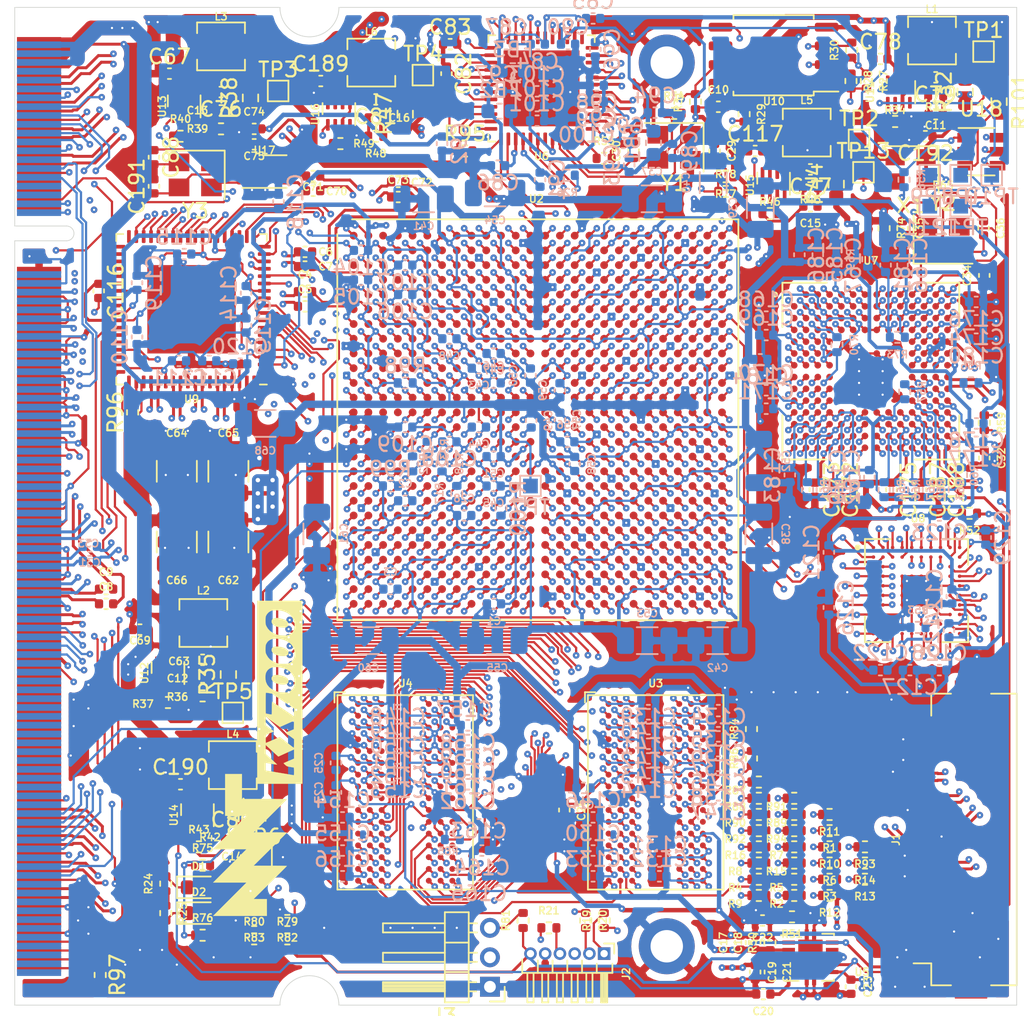
<source format=kicad_pcb>
(kicad_pcb (version 20171130) (host pcbnew 5.1.8+dfsg1-1+b1)
  (layers (0 F.Cu signal) (1 GND1.Cu power) (2 In2.Cu signal) (3 GND2.Cu power hide) (4 In4.Cu signal) (5 GND3.Cu power hide) (6 In6.Cu signal) (31 B.Cu power) (34 B.Paste user) (35 F.Paste user) (36 B.SilkS user hide) (37 F.SilkS user hide) (38 B.Mask user) (39 F.Mask user hide) (44 Edge.Cuts user))
  (net 0 "")
  (net 1 GND)
  (net 2 "Net-(J1-Pad33)")
  (net 3 "Net-(J1-Pad32)")
  (net 4 "Net-(J1-Pad31)")
  (net 5 "Net-(J1-Pad29)")
  (net 6 "Net-(J1-Pad28)")
  (net 7 DSI_D0_P)
  (net 8 DSI_D0_N)
  (net 9 DSI_D1_P)
  (net 10 DSI_D1_N)
  (net 11 DSI_CLK_P)
  (net 12 DSI_CLK_N)
  (net 13 DSI_D2_P)
  (net 14 DSI_D2_N)
  (net 15 DSI_D3_P)
  (net 16 DSI_D3_N)
  (net 17 "Net-(J1-Pad11)")
  (net 18 "Net-(J1-Pad10)")
  (net 19 "Net-(J1-Pad9)")
  (net 20 "Net-(J1-Pad8)")
  (net 21 "Net-(J1-Pad7)")
  (net 22 "Net-(J1-Pad6)")
  (net 23 "Net-(J1-Pad5)")
  (net 24 "Net-(J1-Pad4)")
  (net 25 "Net-(J1-Pad3)")
  (net 26 HDMI_HPD)
  (net 27 HDMI_CEC)
  (net 28 HDMI_SCL)
  (net 29 HDMI_SDA)
  (net 30 "Net-(U1-Pad189)")
  (net 31 "Net-(U1-Pad187)")
  (net 32 HDMI_D2+)
  (net 33 HDMI_D2-)
  (net 34 HDMI_D1+)
  (net 35 HDMI_D1-)
  (net 36 HDMI_D0+)
  (net 37 HDMI_D0-)
  (net 38 HDMI_CLK+)
  (net 39 HDMI_CLK-)
  (net 40 "Net-(U1-Pad159)")
  (net 41 "Net-(U1-Pad157)")
  (net 42 "Net-(U1-Pad155)")
  (net 43 "Net-(U1-Pad153)")
  (net 44 "Net-(U1-Pad151)")
  (net 45 "Net-(U1-Pad149)")
  (net 46 "Net-(U1-Pad147)")
  (net 47 SOC_WAKE)
  (net 48 TESTPOINT_5)
  (net 49 RTC_IRQ)
  (net 50 MB_SWITCH_1)
  (net 51 "Net-(U1-Pad137)")
  (net 52 "Net-(U1-Pad135)")
  (net 53 "Net-(U1-Pad133)")
  (net 54 USB_RESETn)
  (net 55 USB2_DP)
  (net 56 USB2_DN)
  (net 57 USB2_RX_N)
  (net 58 USB2_RX_P)
  (net 59 USB2_TX_N)
  (net 60 USB2_TX_P)
  (net 61 EDP_SDA)
  (net 62 EDP_SCL)
  (net 63 BACKLIGHT_EN)
  (net 64 DAC_SDA)
  (net 65 DAC_SCL)
  (net 66 LPC_SCK)
  (net 67 LPC_MISO)
  (net 68 LPC_MOSI)
  (net 69 LPC_SS0)
  (net 70 SOC_RESETn)
  (net 71 "Net-(U1-Pad85)")
  (net 72 ETH0_LED_LINK1)
  (net 73 ETH0_LED_LINK2)
  (net 74 ETH0_LED_RX)
  (net 75 JTAG_TMS)
  (net 76 JTAG_TDI)
  (net 77 JTAG_TCK)
  (net 78 "Net-(U1-Pad69)")
  (net 79 "Net-(U1-Pad67)")
  (net 80 "Net-(U1-Pad63)")
  (net 81 "Net-(U1-Pad61)")
  (net 82 "Net-(U1-Pad57)")
  (net 83 "Net-(U1-Pad55)")
  (net 84 "Net-(U1-Pad51)")
  (net 85 "Net-(U1-Pad49)")
  (net 86 "Net-(U1-Pad45)")
  (net 87 "Net-(U1-Pad43)")
  (net 88 PCIE1_RESETn)
  (net 89 TESTPOINT_1)
  (net 90 "Net-(U1-Pad33)")
  (net 91 ETH0_A+)
  (net 92 ETH0_A-)
  (net 93 ETH0_B+)
  (net 94 ETH0_B-)
  (net 95 ETH0_C+)
  (net 96 ETH0_C-)
  (net 97 ETH0_D+)
  (net 98 ETH0_D-)
  (net 99 +5V)
  (net 100 "Net-(U1-Pad39)")
  (net 101 "Net-(U1-Pad200)")
  (net 102 "Net-(U1-Pad198)")
  (net 103 "Net-(U1-Pad196)")
  (net 104 "Net-(U1-Pad194)")
  (net 105 "Net-(U1-Pad192)")
  (net 106 "Net-(U1-Pad190)")
  (net 107 "Net-(U1-Pad188)")
  (net 108 "Net-(U1-Pad186)")
  (net 109 "Net-(U1-Pad184)")
  (net 110 "Net-(U1-Pad182)")
  (net 111 TESTPOINT_PWM_4)
  (net 112 DAC_DOUT)
  (net 113 DAC_MCLK)
  (net 114 TESTPOINT_3)
  (net 115 DAC_TXFS)
  (net 116 DAC_BCLK)
  (net 117 DAC_RXFS)
  (net 118 DAC_DIN)
  (net 119 BACKLIGHT_PWM)
  (net 120 "Net-(U1-Pad162)")
  (net 121 "Net-(U1-Pad160)")
  (net 122 "Net-(U1-Pad158)")
  (net 123 "Net-(U1-Pad156)")
  (net 124 "Net-(U1-Pad154)")
  (net 125 BOOTCFG_4)
  (net 126 "Net-(U1-Pad150)")
  (net 127 "Net-(U1-Pad148)")
  (net 128 "Net-(U1-Pad146)")
  (net 129 "Net-(U1-Pad144)")
  (net 130 "Net-(U1-Pad142)")
  (net 131 BOOTCFG_13)
  (net 132 BOOTCFG_12)
  (net 133 "Net-(U1-Pad136)")
  (net 134 BOOTCFG_10)
  (net 135 "Net-(U1-Pad132)")
  (net 136 "Net-(U1-Pad130)")
  (net 137 UART1_TX)
  (net 138 UART1_RX)
  (net 139 UART2_TX)
  (net 140 UART2_RX)
  (net 141 "Net-(U1-Pad120)")
  (net 142 USB_PWR)
  (net 143 USB1_RX_P)
  (net 144 USB1_RX_N)
  (net 145 USB1_TX_P)
  (net 146 USB1_TX_N)
  (net 147 USB1_DP)
  (net 148 USB1_DN)
  (net 149 "Net-(U1-Pad96)")
  (net 150 "Net-(U1-Pad92)")
  (net 151 "Net-(U1-Pad90)")
  (net 152 "Net-(U1-Pad88)")
  (net 153 "Net-(U1-Pad86)")
  (net 154 "Net-(U1-Pad84)")
  (net 155 "Net-(U1-Pad82)")
  (net 156 PCIE2_RX_N)
  (net 157 PCIE2_RX_P)
  (net 158 PCIE2_TX_N)
  (net 159 PCIE2_TX_P)
  (net 160 PCIE2_CLK_N)
  (net 161 PCIE2_CLK_P)
  (net 162 PCIE1_CLK_N)
  (net 163 PCIE1_CLK_P)
  (net 164 PCIE1_RX_N)
  (net 165 PCIE1_RX_P)
  (net 166 PCIE1_TX_N)
  (net 167 PCIE1_TX_P)
  (net 168 "Net-(U1-Pad42)")
  (net 169 EDP_IRQ)
  (net 170 EDP_RESETn)
  (net 171 "Net-(U1-Pad36)")
  (net 172 "Net-(U1-Pad34)")
  (net 173 UART3_RX)
  (net 174 UART3_TX)
  (net 175 "Net-(U1-Pad28)")
  (net 176 SD2_CD)
  (net 177 PCIE2_RESETn)
  (net 178 SD2_CLK)
  (net 179 SD2_CMD)
  (net 180 SD2_DATA3)
  (net 181 SD2_DATA2)
  (net 182 SD2_DATA1)
  (net 183 SD2_DATA0)
  (net 184 "Net-(U1-Pad10)")
  (net 185 TESTPOINT_2)
  (net 186 "Net-(U2-PadE13)")
  (net 187 RAM_A8)
  (net 188 RAM_A14)
  (net 189 RAM_A13)
  (net 190 RAM_RESET#)
  (net 191 RAM_A6)
  (net 192 RAM_A11)
  (net 193 RAM_A9)
  (net 194 RAM_A7)
  (net 195 RAM_A4)
  (net 196 RAM_A1)
  (net 197 RAM_A2)
  (net 198 RAM_A5)
  (net 199 RAM_BA1)
  (net 200 RAM_A12)
  (net 201 RAM_A0)
  (net 202 RAM_A3)
  (net 203 RAM_A15)
  (net 204 RAM_BA2)
  (net 205 RAM_BA0)
  (net 206 RAM_A10)
  (net 207 RAM_WE#)
  (net 208 RAM_CS#)
  (net 209 RAM_CKE)
  (net 210 RAM_CK-)
  (net 211 RAM_CAS#)
  (net 212 RAM_ODT)
  (net 213 RAM_CK+)
  (net 214 RAM_RAS#)
  (net 215 RAM_D5)
  (net 216 RAM_D7)
  (net 217 RAM_D4)
  (net 218 RAM_D6)
  (net 219 RAM_D3)
  (net 220 RAM_D1)
  (net 221 RAM_D2)
  (net 222 RAM_D0)
  (net 223 RAM_D8)
  (net 224 RAM_D10)
  (net 225 RAM_D9)
  (net 226 RAM_D11)
  (net 227 RAM_D14)
  (net 228 RAM_D12)
  (net 229 RAM_D15)
  (net 230 RAM_D13)
  (net 231 "Net-(U2-PadK1)")
  (net 232 "Net-(U2-PadK2)")
  (net 233 "Net-(U2-PadAF13)")
  (net 234 "Net-(U2-PadAF12)")
  (net 235 "Net-(U2-PadAF10)")
  (net 236 "Net-(U2-PadAF9)")
  (net 237 "Net-(U2-PadAF8)")
  (net 238 "Net-(U2-PadAE20)")
  (net 239 "Net-(U2-PadAE13)")
  (net 240 "Net-(U2-PadAE12)")
  (net 241 "Net-(U2-PadAE10)")
  (net 242 "Net-(U2-PadAE8)")
  (net 243 "Net-(U2-PadAD19)")
  (net 244 "Net-(U2-PadAD18)")
  (net 245 "Net-(U2-PadAD13)")
  (net 246 "Net-(U2-PadAD11)")
  (net 247 "Net-(U2-PadAD10)")
  (net 248 "Net-(U2-PadAC26)")
  (net 249 "Net-(U2-PadAC24)")
  (net 250 "Net-(U2-PadAC23)")
  (net 251 "Net-(U2-PadAC19)")
  (net 252 "Net-(U2-PadAC13)")
  (net 253 "Net-(U2-PadAB25)")
  (net 254 "Net-(U2-PadAB24)")
  (net 255 "Net-(U2-PadAB20)")
  (net 256 "Net-(U2-PadAB19)")
  (net 257 "Net-(U2-PadAB10)")
  (net 258 "Net-(U2-PadAA25)")
  (net 259 "Net-(U2-PadAA24)")
  (net 260 "Net-(U2-PadAA23)")
  (net 261 "Net-(U2-PadAA22)")
  (net 262 "Net-(U2-PadAA20)")
  (net 263 "Net-(U2-PadAA19)")
  (net 264 "Net-(U2-PadAA13)")
  (net 265 "Net-(U2-PadAA12)")
  (net 266 "Net-(U2-PadAA10)")
  (net 267 "Net-(U2-PadY26)")
  (net 268 "Net-(U2-PadY25)")
  (net 269 "Net-(U2-PadY18)")
  (net 270 "Net-(U2-PadY17)")
  (net 271 "Net-(U2-PadY13)")
  (net 272 "Net-(U2-PadY12)")
  (net 273 "Net-(U2-PadW26)")
  (net 274 "Net-(U2-PadW25)")
  (net 275 "Net-(U2-PadW24)")
  (net 276 "Net-(U2-PadW23)")
  (net 277 "Net-(U2-PadW21)")
  (net 278 "Net-(U2-PadW19)")
  (net 279 "Net-(U2-PadW18)")
  (net 280 "Net-(U2-PadW16)")
  (net 281 "Net-(U2-PadW15)")
  (net 282 "Net-(U2-PadW14)")
  (net 283 "Net-(U2-PadW13)")
  (net 284 "Net-(U2-PadV26)")
  (net 285 "Net-(U2-PadV24)")
  (net 286 "Net-(U2-PadV23)")
  (net 287 "Net-(U2-PadV22)")
  (net 288 "Net-(U2-PadV21)")
  (net 289 "Net-(U2-PadV19)")
  (net 290 "Net-(U2-PadV18)")
  (net 291 "Net-(U2-PadV17)")
  (net 292 "Net-(U2-PadV16)")
  (net 293 "Net-(U2-PadV14)")
  (net 294 "Net-(U2-PadV13)")
  (net 295 "Net-(U2-PadU26)")
  (net 296 "Net-(U2-PadU25)")
  (net 297 "Net-(U2-PadU24)")
  (net 298 "Net-(U2-PadU22)")
  (net 299 "Net-(U2-PadU21)")
  (net 300 "Net-(U2-PadU16)")
  (net 301 "Net-(U2-PadT24)")
  (net 302 "Net-(U2-PadR4)")
  (net 303 "Net-(U2-PadR3)")
  (net 304 "Net-(U2-PadP21)")
  (net 305 "Net-(U2-PadP2)")
  (net 306 "Net-(U2-PadP1)")
  (net 307 "Net-(U2-PadN22)")
  (net 308 "Net-(U2-PadN16)")
  (net 309 "Net-(U2-PadN4)")
  (net 310 "Net-(U2-PadN3)")
  (net 311 "Net-(U2-PadM11)")
  (net 312 "Net-(U2-PadM2)")
  (net 313 "Net-(U2-PadM1)")
  (net 314 "Net-(U2-PadL23)")
  (net 315 "Net-(U2-PadL22)")
  (net 316 "Net-(U2-PadL20)")
  (net 317 "Net-(U2-PadL19)")
  (net 318 "Net-(U2-PadL4)")
  (net 319 "Net-(U2-PadL3)")
  (net 320 "Net-(U2-PadK23)")
  (net 321 "Net-(U2-PadK22)")
  (net 322 "Net-(U2-PadK21)")
  (net 323 "Net-(U2-PadK20)")
  (net 324 "Net-(U2-PadK15)")
  (net 325 "Net-(U2-PadK6)")
  (net 326 "Net-(U2-PadK5)")
  (net 327 "Net-(U2-PadJ26)")
  (net 328 "Net-(U2-PadJ25)")
  (net 329 "Net-(U2-PadJ24)")
  (net 330 "Net-(U2-PadJ23)")
  (net 331 "Net-(U2-PadJ21)")
  (net 332 "Net-(U2-PadJ20)")
  (net 333 "Net-(U2-PadJ19)")
  (net 334 "Net-(U2-PadJ18)")
  (net 335 "Net-(U2-PadJ14)")
  (net 336 "Net-(U2-PadJ8)")
  (net 337 "Net-(U2-PadJ4)")
  (net 338 "Net-(U2-PadJ3)")
  (net 339 "Net-(U2-PadH24)")
  (net 340 "Net-(U2-PadH23)")
  (net 341 "Net-(U2-PadH22)")
  (net 342 "Net-(U2-PadH21)")
  (net 343 "Net-(U2-PadH19)")
  (net 344 "Net-(U2-PadH6)")
  (net 345 "Net-(U2-PadH5)")
  (net 346 "Net-(U2-PadH2)")
  (net 347 "Net-(U2-PadH1)")
  (net 348 "Net-(U2-PadG25)")
  (net 349 "Net-(U2-PadG24)")
  (net 350 "Net-(U2-PadG22)")
  (net 351 "Net-(U2-PadG21)")
  (net 352 "Net-(U2-PadG20)")
  (net 353 "Net-(U2-PadG15)")
  (net 354 "Net-(U2-PadF25)")
  (net 355 "Net-(U2-PadF24)")
  (net 356 "Net-(U2-PadF23)")
  (net 357 "Net-(U2-PadF19)")
  (net 358 "Net-(U2-PadF13)")
  (net 359 "Net-(U2-PadF12)")
  (net 360 "Net-(U2-PadE26)")
  (net 361 "Net-(U2-PadE25)")
  (net 362 "Net-(U2-PadE23)")
  (net 363 "Net-(U2-PadE22)")
  (net 364 "Net-(U2-PadE21)")
  (net 365 "Net-(U2-PadE20)")
  (net 366 "Net-(U2-PadE12)")
  (net 367 "Net-(U2-PadD26)")
  (net 368 "Net-(U2-PadD25)")
  (net 369 "Net-(U2-PadD24)")
  (net 370 "Net-(U2-PadD23)")
  (net 371 "Net-(U2-PadD21)")
  (net 372 "Net-(U2-PadD16)")
  (net 373 "Net-(U2-PadD14)")
  (net 374 "Net-(U2-PadD13)")
  (net 375 "Net-(U2-PadC26)")
  (net 376 "Net-(U2-PadC24)")
  (net 377 "Net-(U2-PadC22)")
  (net 378 "Net-(U2-PadC21)")
  (net 379 "Net-(U2-PadC14)")
  (net 380 "Net-(U2-PadB26)")
  (net 381 "Net-(U2-PadB21)")
  (net 382 "Net-(U2-PadB20)")
  (net 383 "Net-(U2-PadB14)")
  (net 384 "Net-(U2-PadB12)")
  (net 385 "Net-(U2-PadB11)")
  (net 386 "Net-(U2-PadB6)")
  (net 387 "Net-(U2-PadB5)")
  (net 388 "Net-(U2-PadA24)")
  (net 389 "Net-(U2-PadA23)")
  (net 390 "Net-(U2-PadA20)")
  (net 391 "Net-(U2-PadA4)")
  (net 392 "Net-(U2-PadA3)")
  (net 393 RAM_DQS3+)
  (net 394 RAM_DQS3-)
  (net 395 RAM_D30)
  (net 396 RAM_D31)
  (net 397 RAM_D28)
  (net 398 RAM_D29)
  (net 399 RAM_D26)
  (net 400 RAM_D27)
  (net 401 RAM_D25)
  (net 402 RAM_D23)
  (net 403 RAM_DM3)
  (net 404 RAM_D24)
  (net 405 RAM_D20)
  (net 406 RAM_D18)
  (net 407 RAM_D19)
  (net 408 RAM_DQS1-)
  (net 409 RAM_DM2)
  (net 410 RAM_DQS2-)
  (net 411 RAM_D17)
  (net 412 RAM_DQS1+)
  (net 413 RAM_DQS2+)
  (net 414 RAM_D16)
  (net 415 RAM_D21)
  (net 416 RAM_D22)
  (net 417 RAM_DM1)
  (net 418 RAM_DQS0+)
  (net 419 RAM_DQS0-)
  (net 420 RAM_DM0)
  (net 421 Vtt)
  (net 422 "Net-(U5-Pad9)")
  (net 423 +1V5)
  (net 424 "Net-(R17-Pad1)")
  (net 425 "Net-(R18-Pad2)")
  (net 426 "Net-(J2-Pad1)")
  (net 427 "Net-(R19-Pad1)")
  (net 428 "Net-(J2-Pad2)")
  (net 429 "Net-(R20-Pad1)")
  (net 430 "Net-(J2-Pad4)")
  (net 431 "Net-(R21-Pad1)")
  (net 432 +3V3)
  (net 433 "Net-(R23-Pad2)")
  (net 434 "Net-(D1-Pad1)")
  (net 435 "Net-(D2-Pad1)")
  (net 436 ETH_RST_N)
  (net 437 +1V0)
  (net 438 +1V8)
  (net 439 "Net-(J2-Pad3)")
  (net 440 VAA)
  (net 441 +1V2)
  (net 442 "Net-(D2-Pad2)")
  (net 443 "Net-(D1-Pad2)")
  (net 444 "Net-(C4-Pad2)")
  (net 445 "Net-(C5-Pad2)")
  (net 446 "Net-(C6-Pad2)")
  (net 447 "Net-(C7-Pad2)")
  (net 448 "Net-(U6-Pad47)")
  (net 449 "Net-(U6-Pad43)")
  (net 450 ETH_RX_D0)
  (net 451 ETH_RX_D1)
  (net 452 ETH_RX_D2)
  (net 453 ETH_RX_D3)
  (net 454 ETH_TX_EN)
  (net 455 ETH_TX_CLK)
  (net 456 ETH_TX_D3)
  (net 457 ETH_TX_D2)
  (net 458 ETH_TX_D1)
  (net 459 ETH_TX_D0)
  (net 460 "Net-(U6-Pad13)")
  (net 461 "Net-(U7-PadK4)")
  (net 462 "Net-(U7-PadJ4)")
  (net 463 "Net-(U7-PadD6)")
  (net 464 "Net-(U7-PadD5)")
  (net 465 "Net-(U7-PadC14)")
  (net 466 "Net-(U7-PadC13)")
  (net 467 DISP2_RGB22)
  (net 468 DISP2_RGB23)
  (net 469 DISP2_RGB21)
  (net 470 DISP2_RGB20)
  (net 471 DISP2_PCLK)
  (net 472 DISP2_RGB19)
  (net 473 DISP2_RGB12)
  (net 474 DISP2_RGB18)
  (net 475 DISP2_RGB17)
  (net 476 DISP2_RGB11)
  (net 477 DISP2_RGB15)
  (net 478 DISP2_RGB16)
  (net 479 DISP2_RGB10)
  (net 480 DISP2_RGB14)
  (net 481 DISP2_RGB13)
  (net 482 DISP2_RGB8)
  (net 483 DISP2_RGB9)
  (net 484 DISP2_RGB6)
  (net 485 DISP2_RGB5)
  (net 486 DISP2_RGB7)
  (net 487 DISP2_RGB4)
  (net 488 DISP2_RGB2)
  (net 489 DISP2_RGB1)
  (net 490 DISP2_HS)
  (net 491 DISP2_DE)
  (net 492 DISP2_RGB3)
  (net 493 DISP2_RGB0)
  (net 494 DISP2_VS)
  (net 495 DISP1_VS)
  (net 496 DISP1_HS)
  (net 497 DISP1_DE)
  (net 498 DISP1_RGB0)
  (net 499 DISP1_RGB1)
  (net 500 DISP1_RGB2)
  (net 501 DISP1_RGB3)
  (net 502 DISP1_RGB4)
  (net 503 DISP1_RGB5)
  (net 504 DISP1_RGB6)
  (net 505 DISP1_RGB17)
  (net 506 DISP1_RGB18)
  (net 507 DISP1_RGB19)
  (net 508 DISP1_RGB20)
  (net 509 DISP1_RGB21)
  (net 510 DISP1_RGB22)
  (net 511 DISP1_RGB23)
  (net 512 DISP1_RGB7)
  (net 513 DISP1_RGB8)
  (net 514 DISP1_RGB9)
  (net 515 DISP1_RGB10)
  (net 516 DISP1_RGB11)
  (net 517 DISP1_RGB12)
  (net 518 DISP1_RGB13)
  (net 519 DISP1_RGB14)
  (net 520 DISP1_RGB15)
  (net 521 DISP1_RGB16)
  (net 522 "Net-(U9-Pad36)")
  (net 523 "Net-(U9-Pad45)")
  (net 524 "Net-(U9-Pad44)")
  (net 525 "Net-(U9-Pad41)")
  (net 526 "Net-(U9-Pad40)")
  (net 527 "Net-(U9-Pad39)")
  (net 528 "Net-(U9-Pad38)")
  (net 529 "Net-(U9-Pad37)")
  (net 530 "Net-(C11-Pad2)")
  (net 531 "Net-(C11-Pad1)")
  (net 532 "Net-(C12-Pad2)")
  (net 533 "Net-(C13-Pad2)")
  (net 534 "Net-(C13-Pad1)")
  (net 535 "Net-(C14-Pad2)")
  (net 536 "Net-(C14-Pad1)")
  (net 537 "Net-(C15-Pad2)")
  (net 538 "Net-(C15-Pad1)")
  (net 539 "Net-(C16-Pad2)")
  (net 540 "Net-(C16-Pad1)")
  (net 541 FCS_B)
  (net 542 "Net-(R28-Pad1)")
  (net 543 CCLK)
  (net 544 "Net-(R29-Pad1)")
  (net 545 QSPI_DQ2)
  (net 546 QSPI_DQ3)
  (net 547 +1V1)
  (net 548 QSPI_DQ0)
  (net 549 QSPI_DQ1)
  (net 550 "Net-(U11-Pad8)")
  (net 551 "Net-(L1-Pad1)")
  (net 552 "Net-(U11-Pad4)")
  (net 553 "Net-(U12-Pad8)")
  (net 554 "Net-(L2-Pad1)")
  (net 555 "Net-(U12-Pad4)")
  (net 556 "Net-(U13-Pad8)")
  (net 557 "Net-(L3-Pad1)")
  (net 558 "Net-(U13-Pad4)")
  (net 559 "Net-(U14-Pad8)")
  (net 560 "Net-(L4-Pad1)")
  (net 561 "Net-(U14-Pad4)")
  (net 562 "Net-(U15-Pad8)")
  (net 563 "Net-(L5-Pad1)")
  (net 564 "Net-(U15-Pad4)")
  (net 565 "Net-(U16-Pad8)")
  (net 566 "Net-(L6-Pad1)")
  (net 567 "Net-(U16-Pad4)")
  (net 568 VTTREF)
  (net 569 "Net-(C22-Pad1)")
  (net 570 "Net-(C29-Pad1)")
  (net 571 "Net-(C30-Pad1)")
  (net 572 "Net-(C32-Pad1)")
  (net 573 "Net-(C34-Pad1)")
  (net 574 TUSB_VSSOSC)
  (net 575 "Net-(C35-Pad1)")
  (net 576 "Net-(C36-Pad1)")
  (net 577 "Net-(R52-Pad2)")
  (net 578 "Net-(R53-Pad1)")
  (net 579 "Net-(R55-Pad1)")
  (net 580 "Net-(R56-Pad2)")
  (net 581 "Net-(R57-Pad2)")
  (net 582 "Net-(R58-Pad1)")
  (net 583 "Net-(R59-Pad2)")
  (net 584 "Net-(R59-Pad1)")
  (net 585 "Net-(R61-Pad2)")
  (net 586 "Net-(R62-Pad2)")
  (net 587 "Net-(R63-Pad2)")
  (net 588 "Net-(R64-Pad2)")
  (net 589 "Net-(R66-Pad2)")
  (net 590 "Net-(R67-Pad2)")
  (net 591 "Net-(R68-Pad2)")
  (net 592 "Net-(R69-Pad2)")
  (net 593 "Net-(R70-Pad2)")
  (net 594 TUSB_CLKOUT)
  (net 595 "Net-(R72-Pad2)")
  (net 596 "Net-(R73-Pad2)")
  (net 597 TUSB_ULPI_NXT)
  (net 598 TUSB_ULPI_DIR)
  (net 599 TUSB_ULPI_D2)
  (net 600 TUSB_ULPI_D6)
  (net 601 TUSB_ULPI_D0)
  (net 602 TUSB_ULPI_D4)
  (net 603 TUSB_ULPI_D1)
  (net 604 TUSB_ULPI_D5)
  (net 605 TUSB_PHY_STATUS)
  (net 606 TUSB_ULPI_STP)
  (net 607 TUSB_ULPI_D3)
  (net 608 TUSB_PHYRESETN)
  (net 609 TUSB_PWRPRESENT)
  (net 610 TUSB_RX_ELECIDLE)
  (net 611 TUSB_PDOWN0)
  (net 612 TUSB_TX_ELECIDLE)
  (net 613 TUSB_TX_DETRX_LPBK)
  (net 614 TUSB_PDOWN1)
  (net 615 TUSB_ULPI_CLK)
  (net 616 TUSB_RESETN)
  (net 617 TUSB_ULPI_D7)
  (net 618 TUSB_ENAB)
  (net 619 TUSB_RX_D13)
  (net 620 TUSB_RX_D14)
  (net 621 TUSB_RX_D4)
  (net 622 TUSB_RX_D0)
  (net 623 TUSB_RX_STAT0)
  (net 624 TUSB_RX_STAT1)
  (net 625 TUSB_RX_D15)
  (net 626 TUSB_RX_K1)
  (net 627 TUSB_RX_VALID)
  (net 628 TUSB_RX_D11)
  (net 629 TUSB_RX_D12)
  (net 630 TUSB_RX_D3)
  (net 631 TUSB_TX_D15)
  (net 632 TUSB_TX_D7)
  (net 633 TUSB_RX_STAT2)
  (net 634 TUSB_PCLK)
  (net 635 TUSB_RX_K0)
  (net 636 TUSB_RX_D2)
  (net 637 TUSB_RX_D7)
  (net 638 TUSB_RX_D8)
  (net 639 TUSB_TX_D14)
  (net 640 TUSB_TX_D6)
  (net 641 TUSB_TX_D11)
  (net 642 TUSB_TX_D0)
  (net 643 TUSB_TX_D1)
  (net 644 TUSB_RX_D1)
  (net 645 TUSB_RX_D10)
  (net 646 TUSB_TX_D9)
  (net 647 TUSB_TX_D10)
  (net 648 TUSB_TXCLK)
  (net 649 TUSB_TX_D5)
  (net 650 TUSB_RX_D6)
  (net 651 TUSB_RX_D9)
  (net 652 TUSB_TX_D8)
  (net 653 TUSB_TX_D13)
  (net 654 TUSB_TX_D3)
  (net 655 TUSB_TX_D4)
  (net 656 TUSB_RX_D5)
  (net 657 TUSB_TX_D12)
  (net 658 TUSB_TX_D2)
  (net 659 TUSB_TX_DATAK1)
  (net 660 TUSB_TX_DATAK0)
  (net 661 ETH_MDC)
  (net 662 ETH_MDIO)
  (net 663 ETH_RX_DV)
  (net 664 ETH_RX_CLK)
  (net 665 ETH_REF_CLK)
  (net 666 ETH_INT_N)
  (net 667 DISP1_CLK)
  (net 668 "Net-(TP8-Pad1)")
  (net 669 "Net-(TP12-Pad1)")
  (net 670 "Net-(TP11-Pad1)")
  (net 671 "Net-(TP10-Pad1)")
  (net 672 "Net-(TP9-Pad1)")
  (net 673 "Net-(U8-PadK6)")
  (net 674 DSI_RST_N)
  (net 675 I2C1_SDA)
  (net 676 "Net-(U8-PadB6)")
  (net 677 I2C1_SCL)
  (net 678 "Net-(U8-PadA6)")
  (net 679 PUDC_B)
  (net 680 MODE0)
  (net 681 MODE1)
  (net 682 "Net-(J3-Pad3)")
  (net 683 MODE2)
  (net 684 "Net-(U9-Pad72)")
  (net 685 "Net-(U9-Pad71)")
  (net 686 "Net-(U9-Pad66)")
  (net 687 DISP1_IRQ)
  (net 688 HDMI_RST_N)
  (net 689 /RAM/USB1TXN)
  (net 690 /RAM/USB1TXP)
  (net 691 "Net-(U2-PadY3)")
  (net 692 "Net-(R84-Pad1)")
  (net 693 "Net-(R85-Pad1)")
  (net 694 "Net-(U2-PadY22)")
  (net 695 "Net-(U2-PadP20)")
  (net 696 "Net-(U2-PadP19)")
  (net 697 "Net-(U2-PadC19)")
  (net 698 "Net-(U2-PadB17)")
  (net 699 "Net-(U2-PadB16)")
  (net 700 "Net-(U2-PadA19)")
  (net 701 "Net-(U2-PadB19)")
  (net 702 PCIE1_CLK_HOST_P)
  (net 703 PCIE1_CLK_HOST_N)
  (net 704 "Net-(C12-Pad1)")
  (net 705 ETH_VDDA)
  (net 706 ETH_VDDL)
  (net 707 ETH_VDDL_PLL)
  (net 708 "Net-(R96-Pad2)")
  (net 709 "Net-(R98-Pad1)")
  (net 710 DISP1_SDA)
  (net 711 DISP1_SCL)
  (net 712 /RAM/USB2_GTX_N)
  (net 713 /RAM/USB2_GTX_P)
  (net 714 /RAM/PCIE2_GTX_CLK_HOST_P)
  (net 715 /RAM/PCIE2_GTX_CLK_HOST_N)
  (net 716 /RAM/PCIE2_GTX_CLK_P)
  (net 717 /RAM/PCIE2_GTX_CLK_N)
  (net 718 "Net-(C88-Pad1)")
  (net 719 "Net-(C191-Pad1)")
  (net 720 "Net-(R99-Pad1)")
  (net 721 "Net-(R100-Pad2)")
  (net 722 CLK_100MHZ)
  (net 723 EN_VAUX)
  (net 724 EN_VIO)
  (net 725 "Net-(R101-Pad2)")
  (net 726 EN_VDDR)
  (net 727 "Net-(U1-Pad13)")
  (net 728 "Net-(U1-Pad25)")
  (module Capacitor_SMD:C_0402_1005Metric (layer B.Cu) (at 132.525 140.5)
    (fp_text reference C1 (at 0 1.16) (layer B.SilkS) (effects (font (size 0.5 0.5) (thickness 0.1)) (justify mirror)))
    (fp_text value 0.1uF)
    (pad 2 smd roundrect (at 0.48 0) (size 0.56 0.62) (layers B.Cu B.Paste B.Mask) (net 568 VTTREF))
    (pad 1 smd roundrect (at -0.48 0) (size 0.56 0.62) (layers B.Cu B.Paste B.Mask) (net 1 GND))
  )
  (module Resistor_SMD:R_0603_1608Metric (layer F.Cu) (at 166.8 106.4 270)
    (fp_text reference R101 (at 0 -1.43 90) (layer F.SilkS))
    (fp_text value 0)
    (pad 2 smd roundrect (at 0.825 0 270) (size 0.8 0.95) (layers F.Cu F.Paste F.Mask) (net 725 "Net-(R101-Pad2)"))
    (pad 1 smd roundrect (at -0.825 0 270) (size 0.8 0.95) (layers F.Cu F.Paste F.Mask) (net 99 +5V))
  )
  (module Oscillator:Oscillator_SMD_Abracon_ASE-4Pin_3.2x2.5mm (layer F.Cu) (at 160.8 111 180)
    (fp_text reference X1 (at 0 -2.45) (layer F.SilkS))
    (fp_text value ASFLMB-100.000MHZ-XY-T)
    (pad 4 smd rect (at -1.05 -0.825 180) (size 1.3 1.1) (layers F.Cu F.Paste F.Mask) (net 432 +3V3))
    (pad 3 smd rect (at 1.05 -0.825 180) (size 1.3 1.1) (layers F.Cu F.Paste F.Mask) (net 722 CLK_100MHZ))
    (pad 2 smd rect (at 1.05 0.825 180) (size 1.3 1.1) (layers F.Cu F.Paste F.Mask) (net 1 GND))
    (pad 1 smd rect (at -1.05 0.825 180) (size 1.3 1.1) (layers F.Cu F.Paste F.Mask) (net 432 +3V3))
  )
  (module Package_TO_SOT_SMD:SOT-23-6 (layer F.Cu) (at 165.6 109.8)
    (fp_text reference U18 (at 0 -2.9) (layer F.SilkS))
    (fp_text value LM3880)
    (pad 5 smd rect (at 1.1 0) (size 1.06 0.65) (layers F.Cu F.Paste F.Mask) (net 726 EN_VDDR))
    (pad 6 smd rect (at 1.1 -0.95) (size 1.06 0.65) (layers F.Cu F.Paste F.Mask) (net 723 EN_VAUX))
    (pad 4 smd rect (at 1.1 0.95) (size 1.06 0.65) (layers F.Cu F.Paste F.Mask) (net 724 EN_VIO))
    (pad 3 smd rect (at -1.1 0.95) (size 1.06 0.65) (layers F.Cu F.Paste F.Mask) (net 725 "Net-(R101-Pad2)"))
    (pad 2 smd rect (at -1.1 0) (size 1.06 0.65) (layers F.Cu F.Paste F.Mask) (net 1 GND))
    (pad 1 smd rect (at -1.1 -0.95) (size 1.06 0.65) (layers F.Cu F.Paste F.Mask) (net 99 +5V))
  )
  (module TestPoint:TestPoint_Pad_1.0x1.0mm (layer F.Cu) (at 157.6 111.2)
    (fp_text reference TP13 (at 0 -1.448) (layer F.SilkS))
    (fp_text value TestPoint)
    (pad 1 smd rect (at 0 0) (size 1 1) (layers F.Cu F.Mask) (net 722 CLK_100MHZ))
  )
  (module Resistor_SMD:R_0402_1005Metric (layer B.Cu) (at 133 134 90)
    (fp_text reference R100 (at 0 1.17 90) (layer B.SilkS) (effects (justify mirror)))
    (fp_text value 80.6)
    (pad 2 smd roundrect (at 0.51 0 90) (size 0.54 0.64) (layers B.Cu B.Paste B.Mask) (net 721 "Net-(R100-Pad2)"))
    (pad 1 smd roundrect (at -0.51 0 90) (size 0.54 0.64) (layers B.Cu B.Paste B.Mask) (net 1 GND))
  )
  (module Resistor_SMD:R_0402_1005Metric (layer B.Cu) (at 125.5 132.5 180)
    (fp_text reference R99 (at 0 1.17) (layer B.SilkS) (effects (justify mirror)))
    (fp_text value 80.6)
    (pad 2 smd roundrect (at 0.51 0 180) (size 0.54 0.64) (layers B.Cu B.Paste B.Mask) (net 423 +1V5))
    (pad 1 smd roundrect (at -0.51 0 180) (size 0.54 0.64) (layers B.Cu B.Paste B.Mask) (net 720 "Net-(R99-Pad1)"))
  )
  (module Capacitor_SMD:C_0402_1005Metric (layer F.Cu) (at 161.8 108.75 180)
    (fp_text reference C192 (at 0 -1.16) (layer F.SilkS))
    (fp_text value 0.1uF)
    (pad 2 smd roundrect (at 0.48 0 180) (size 0.56 0.62) (layers F.Cu F.Paste F.Mask) (net 1 GND))
    (pad 1 smd roundrect (at -0.48 0 180) (size 0.56 0.62) (layers F.Cu F.Paste F.Mask) (net 432 +3V3))
  )
  (module Capacitor_SMD:C_0402_1005Metric (layer B.Cu) (at 159.1 117.5 90)
    (fp_text reference C181 (at 0 1.16 90) (layer B.SilkS) (effects (justify mirror)))
    (fp_text value 0.1uF)
    (pad 2 smd roundrect (at 0.48 0 90) (size 0.56 0.62) (layers B.Cu B.Paste B.Mask) (net 1 GND))
    (pad 1 smd roundrect (at -0.48 0 90) (size 0.56 0.62) (layers B.Cu B.Paste B.Mask) (net 438 +1V8))
  )
  (module Crystal:Crystal_SMD_3225-4Pin_3.2x2.5mm (layer F.Cu) (at 112.25 111.375 180)
    (fp_text reference Y3 (at 0 -2.45) (layer F.SilkS))
    (fp_text value ABM8G-25.000MHZ-18-D2Y-T)
    (pad 4 smd rect (at -1.1 -0.85 180) (size 1.4 1.2) (layers F.Cu F.Paste F.Mask) (net 1 GND))
    (pad 3 smd rect (at 1.1 -0.85 180) (size 1.4 1.2) (layers F.Cu F.Paste F.Mask) (net 719 "Net-(C191-Pad1)"))
    (pad 2 smd rect (at 1.1 0.85 180) (size 1.4 1.2) (layers F.Cu F.Paste F.Mask) (net 1 GND))
    (pad 1 smd rect (at -1.1 0.85 180) (size 1.4 1.2) (layers F.Cu F.Paste F.Mask) (net 718 "Net-(C88-Pad1)"))
  )
  (module Capacitor_SMD:C_0402_1005Metric (layer F.Cu) (at 109.45 112.15 90)
    (fp_text reference C191 (at 0 -1.16 90) (layer F.SilkS))
    (fp_text value 22pF)
    (pad 2 smd roundrect (at 0.48 0 90) (size 0.56 0.62) (layers F.Cu F.Paste F.Mask) (net 1 GND))
    (pad 1 smd roundrect (at -0.48 0 90) (size 0.56 0.62) (layers F.Cu F.Paste F.Mask) (net 719 "Net-(C191-Pad1)"))
  )
  (module Capacitor_SMD:C_0402_1005Metric (layer F.Cu) (at 109.45 110.175 270)
    (fp_text reference C88 (at 0 -1.16 90) (layer F.SilkS))
    (fp_text value 22pF)
    (pad 2 smd roundrect (at 0.48 0 270) (size 0.56 0.62) (layers F.Cu F.Paste F.Mask) (net 1 GND))
    (pad 1 smd roundrect (at -0.48 0 270) (size 0.56 0.62) (layers F.Cu F.Paste F.Mask) (net 718 "Net-(C88-Pad1)"))
  )
  (module Package_DFN_QFN:Texas_VSON-HR-8_1.5x2mm_P0.5mm (layer F.Cu) (at 110.4 145.2 90)
    (fp_text reference U12 (at 0 -1.6 90) (layer F.SilkS) (effects (font (size 0.5 0.5) (thickness 0.1))))
    (fp_text value TPS62823DLC)
    (pad 8 smd roundrect (at 0.725 -0.75 90) (size 0.8 0.25) (layers F.Cu F.Paste F.Mask) (net 553 "Net-(U12-Pad8)"))
    (pad 7 smd roundrect (at 0.725 -0.25 90) (size 0.8 0.25) (layers F.Cu F.Paste F.Mask) (net 99 +5V))
    (pad 6 smd roundrect (at 0.725 0.25 90) (size 0.8 0.25) (layers F.Cu F.Paste F.Mask) (net 554 "Net-(L2-Pad1)"))
    (pad 5 smd roundrect (at 0.725 0.75 90) (size 0.8 0.25) (layers F.Cu F.Paste F.Mask) (net 1 GND))
    (pad 4 smd roundrect (at -0.725 0.75 90) (size 0.8 0.25) (layers F.Cu F.Paste F.Mask) (net 555 "Net-(U12-Pad4)"))
    (pad 3 smd roundrect (at -0.725 0.25 90) (size 0.8 0.25) (layers F.Cu F.Paste F.Mask) (net 1 GND))
    (pad 2 smd roundrect (at -0.725 -0.25 90) (size 0.8 0.25) (layers F.Cu F.Paste F.Mask) (net 532 "Net-(C12-Pad2)"))
    (pad 1 smd roundrect (at -0.725 -0.75 90) (size 0.8 0.25) (layers F.Cu F.Paste F.Mask) (net 99 +5V))
  )
  (module Resistor_SMD:R_0603_1608Metric (layer F.Cu) (at 114.5 145.3 90)
    (fp_text reference R35 (at 0 -1.43 90) (layer F.SilkS))
    (fp_text value 0)
    (pad 2 smd roundrect (at 0.825 0 90) (size 0.8 0.95) (layers F.Cu F.Paste F.Mask) (net 704 "Net-(C12-Pad1)"))
    (pad 1 smd roundrect (at -0.825 0 90) (size 0.8 0.95) (layers F.Cu F.Paste F.Mask) (net 437 +1V0))
  )
  (module Capacitor_SMD:C_0402_1005Metric (layer F.Cu) (at 111.25 152.75)
    (fp_text reference C190 (at 0 -1.16) (layer F.SilkS))
    (fp_text value 4.7uF)
    (pad 2 smd roundrect (at 0.48 0) (size 0.56 0.62) (layers F.Cu F.Paste F.Mask) (net 99 +5V))
    (pad 1 smd roundrect (at -0.48 0) (size 0.56 0.62) (layers F.Cu F.Paste F.Mask) (net 1 GND))
  )
  (module Capacitor_SMD:C_0402_1005Metric (layer F.Cu) (at 120.77 105)
    (fp_text reference C189 (at 0 -1.16) (layer F.SilkS))
    (fp_text value 4.7uF)
    (pad 2 smd roundrect (at 0.48 0) (size 0.56 0.62) (layers F.Cu F.Paste F.Mask) (net 99 +5V))
    (pad 1 smd roundrect (at -0.48 0) (size 0.56 0.62) (layers F.Cu F.Paste F.Mask) (net 1 GND))
  )
  (module Capacitor_SMD:C_0402_1005Metric (layer F.Cu) (at 150.25 109.75)
    (fp_text reference C117 (at 0 -1.16) (layer F.SilkS))
    (fp_text value 4.7uF)
    (pad 2 smd roundrect (at 0.48 0) (size 0.56 0.62) (layers F.Cu F.Paste F.Mask) (net 99 +5V))
    (pad 1 smd roundrect (at -0.48 0) (size 0.56 0.62) (layers F.Cu F.Paste F.Mask) (net 1 GND))
  )
  (module Crystal:Crystal_SMD_3225-4Pin_3.2x2.5mm (layer F.Cu) (at 163 115.75)
    (fp_text reference Y2 (at 0 -2.45) (layer F.SilkS))
    (fp_text value ABM8G-20.000MHZ-18-D2Y-T)
    (pad 4 smd rect (at -1.1 -0.85) (size 1.4 1.2) (layers F.Cu F.Paste F.Mask) (net 574 TUSB_VSSOSC))
    (pad 3 smd rect (at 1.1 -0.85) (size 1.4 1.2) (layers F.Cu F.Paste F.Mask) (net 575 "Net-(C35-Pad1)"))
    (pad 2 smd rect (at 1.1 0.85) (size 1.4 1.2) (layers F.Cu F.Paste F.Mask) (net 574 TUSB_VSSOSC))
    (pad 1 smd rect (at -1.1 0.85) (size 1.4 1.2) (layers F.Cu F.Paste F.Mask) (net 576 "Net-(C36-Pad1)"))
  )
  (module Crystal:Crystal_SMD_3225-4Pin_3.2x2.5mm (layer F.Cu) (at 144.75 109.5 180)
    (fp_text reference Y1 (at 0 -2.45) (layer F.SilkS))
    (fp_text value ABM8G-25.000MHZ-18-D2Y-T)
    (pad 4 smd rect (at -1.1 -0.85 180) (size 1.4 1.2) (layers F.Cu F.Paste F.Mask) (net 1 GND))
    (pad 3 smd rect (at 1.1 -0.85 180) (size 1.4 1.2) (layers F.Cu F.Paste F.Mask) (net 571 "Net-(C30-Pad1)"))
    (pad 2 smd rect (at 1.1 0.85 180) (size 1.4 1.2) (layers F.Cu F.Paste F.Mask) (net 1 GND))
    (pad 1 smd rect (at -1.1 0.85 180) (size 1.4 1.2) (layers F.Cu F.Paste F.Mask) (net 570 "Net-(C29-Pad1)"))
  )
  (module Connector_PinHeader_2.00mm:PinHeader_1x03_P2.00mm_Horizontal (layer F.Cu) (at 132.25 166.5 180)
    (fp_text reference J3 (at 3.1 -2) (layer F.SilkS))
    (fp_text value Conn_01x03_Male)
    (pad 3 thru_hole oval (at 0 4 180) (size 1.35 1.35) (drill 0.8) (layers *.Cu *.Mask) (net 682 "Net-(J3-Pad3)"))
    (pad 2 thru_hole oval (at 0 2 180) (size 1.35 1.35) (drill 0.8) (layers *.Cu *.Mask) (net 683 MODE2))
    (pad 1 thru_hole rect (at 0 0 180) (size 1.35 1.35) (drill 0.8) (layers *.Cu *.Mask) (net 1 GND))
  )
  (module TestPoint:TestPoint_Pad_1.0x1.0mm (layer B.Cu) (at 164.2 113.5)
    (fp_text reference TP12 (at 0 1.448) (layer B.SilkS) (effects (justify mirror)))
    (fp_text value TUSBJ_TDO)
    (pad 1 smd rect (at 0 0) (size 1 1) (layers B.Cu B.Mask) (net 669 "Net-(TP12-Pad1)"))
  )
  (module TestPoint:TestPoint_Pad_1.0x1.0mm (layer B.Cu) (at 162.1 113.5)
    (fp_text reference TP11 (at 0 1.448) (layer B.SilkS) (effects (justify mirror)))
    (fp_text value TUSBJ_TRSTN)
    (pad 1 smd rect (at 0 0) (size 1 1) (layers B.Cu B.Mask) (net 670 "Net-(TP11-Pad1)"))
  )
  (module TestPoint:TestPoint_Pad_1.0x1.0mm (layer B.Cu) (at 166.3 111.4)
    (fp_text reference TP10 (at 0 1.448) (layer B.SilkS) (effects (justify mirror)))
    (fp_text value TUSBJ_TDI)
    (pad 1 smd rect (at 0 0) (size 1 1) (layers B.Cu B.Mask) (net 671 "Net-(TP10-Pad1)"))
  )
  (module TestPoint:TestPoint_Pad_1.0x1.0mm (layer B.Cu) (at 162.1 111.4)
    (fp_text reference TP9 (at 0 1.448) (layer B.SilkS) (effects (justify mirror)))
    (fp_text value TUSBJ_TMS)
    (pad 1 smd rect (at 0 0) (size 1 1) (layers B.Cu B.Mask) (net 672 "Net-(TP9-Pad1)"))
  )
  (module TestPoint:TestPoint_Pad_1.0x1.0mm (layer B.Cu) (at 164.2 111.4)
    (fp_text reference TP8 (at 0 1.448) (layer B.SilkS) (effects (justify mirror)))
    (fp_text value TUSBJ_TCK)
    (pad 1 smd rect (at 0 0) (size 1 1) (layers B.Cu B.Mask) (net 668 "Net-(TP8-Pad1)"))
  )
  (module TestPoint:TestPoint_Pad_1.0x1.0mm (layer B.Cu) (at 135 132.5)
    (fp_text reference TP7 (at 0 1.448) (layer B.SilkS) (effects (justify mirror)))
    (fp_text value TestPoint)
    (pad 1 smd rect (at 0 0) (size 1 1) (layers B.Cu B.Mask) (net 440 VAA))
  )
  (module TestPoint:TestPoint_Pad_1.0x1.0mm (layer F.Cu) (at 116.75 157.75)
    (fp_text reference TP6 (at 0 -1.448) (layer F.SilkS))
    (fp_text value TestPoint)
    (pad 1 smd rect (at 0 0) (size 1 1) (layers F.Cu F.Mask) (net 423 +1V5))
  )
  (module TestPoint:TestPoint_Pad_1.0x1.0mm (layer F.Cu) (at 114.8 147.9)
    (fp_text reference TP5 (at 0 -1.448) (layer F.SilkS))
    (fp_text value TestPoint)
    (pad 1 smd rect (at 0 0) (size 1 1) (layers F.Cu F.Mask) (net 437 +1V0))
  )
  (module TestPoint:TestPoint_Pad_1.0x1.0mm (layer F.Cu) (at 127.7 104.6)
    (fp_text reference TP4 (at 0 -1.448) (layer F.SilkS))
    (fp_text value TestPoint)
    (pad 1 smd rect (at 0 0) (size 1 1) (layers F.Cu F.Mask) (net 441 +1V2))
  )
  (module TestPoint:TestPoint_Pad_1.0x1.0mm (layer F.Cu) (at 117.875 105.675)
    (fp_text reference TP3 (at 0 -1.448) (layer F.SilkS))
    (fp_text value TestPoint)
    (pad 1 smd rect (at 0 0) (size 1 1) (layers F.Cu F.Mask) (net 438 +1V8))
  )
  (module TestPoint:TestPoint_Pad_1.0x1.0mm (layer F.Cu) (at 157.3 109)
    (fp_text reference TP2 (at 0 -1.448) (layer F.SilkS))
    (fp_text value TestPoint)
    (pad 1 smd rect (at 0 0) (size 1 1) (layers F.Cu F.Mask) (net 547 +1V1))
  )
  (module TestPoint:TestPoint_Pad_1.0x1.0mm (layer F.Cu) (at 165.75 103)
    (fp_text reference TP1 (at 0 -1.448) (layer F.SilkS))
    (fp_text value TestPoint)
    (pad 1 smd rect (at 0 0) (size 1 1) (layers F.Cu F.Mask) (net 432 +3V3))
  )
  (module Resistor_SMD:R_0402_1005Metric (layer B.Cu) (at 126.5 125.5 180)
    (fp_text reference R98 (at 0 1.17) (layer B.SilkS) (effects (justify mirror)))
    (fp_text value 100)
    (pad 2 smd roundrect (at 0.51 0 180) (size 0.54 0.64) (layers B.Cu B.Paste B.Mask) (net 441 +1V2))
    (pad 1 smd roundrect (at -0.51 0 180) (size 0.54 0.64) (layers B.Cu B.Paste B.Mask) (net 709 "Net-(R98-Pad1)"))
  )
  (module Resistor_SMD:R_0402_1005Metric (layer F.Cu) (at 105.8 165.7 270)
    (fp_text reference R97 (at 0 -1.17 270) (layer F.SilkS))
    (fp_text value 10k)
    (pad 2 smd roundrect (at 0.51 0 270) (size 0.54 0.64) (layers F.Cu F.Paste F.Mask) (net 1 GND))
    (pad 1 smd roundrect (at -0.51 0 270) (size 0.54 0.64) (layers F.Cu F.Paste F.Mask) (net 26 HDMI_HPD))
  )
  (module Resistor_SMD:R_0402_1005Metric (layer F.Cu) (at 108 127.5 90)
    (fp_text reference R96 (at 0 -1.17 90) (layer F.SilkS))
    (fp_text value 5.1k)
    (pad 2 smd roundrect (at 0.51 0 90) (size 0.54 0.64) (layers F.Cu F.Paste F.Mask) (net 708 "Net-(R96-Pad2)"))
    (pad 1 smd roundrect (at -0.51 0 90) (size 0.54 0.64) (layers F.Cu F.Paste F.Mask) (net 1 GND))
  )
  (module Resistor_SMD:R_0402_1005Metric (layer F.Cu) (at 130.55 109.75)
    (fp_text reference R95 (at 0 -1.17) (layer F.SilkS))
    (fp_text value 4.7k)
    (pad 2 smd roundrect (at 0.51 0) (size 0.54 0.64) (layers F.Cu F.Paste F.Mask) (net 662 ETH_MDIO))
    (pad 1 smd roundrect (at -0.51 0) (size 0.54 0.64) (layers F.Cu F.Paste F.Mask) (net 432 +3V3))
  )
  (module Resistor_SMD:R_0603_1608Metric (layer F.Cu) (at 126.5 107.25 90)
    (fp_text reference R47 (at 0 -1.43 90) (layer F.SilkS))
    (fp_text value 0)
    (pad 2 smd roundrect (at 0.825 0 90) (size 0.8 0.95) (layers F.Cu F.Paste F.Mask) (net 540 "Net-(C16-Pad1)"))
    (pad 1 smd roundrect (at -0.825 0 90) (size 0.8 0.95) (layers F.Cu F.Paste F.Mask) (net 441 +1V2))
  )
  (module Resistor_SMD:R_0603_1608Metric (layer F.Cu) (at 155.75 112 90)
    (fp_text reference R44 (at 0 -1.43 90) (layer F.SilkS))
    (fp_text value 0)
    (pad 2 smd roundrect (at 0.825 0 90) (size 0.8 0.95) (layers F.Cu F.Paste F.Mask) (net 538 "Net-(C15-Pad1)"))
    (pad 1 smd roundrect (at -0.825 0 90) (size 0.8 0.95) (layers F.Cu F.Paste F.Mask) (net 547 +1V1))
  )
  (module Resistor_SMD:R_0603_1608Metric (layer F.Cu) (at 116.5 155 90)
    (fp_text reference R41 (at 0 -1.43 90) (layer F.SilkS))
    (fp_text value 0)
    (pad 2 smd roundrect (at 0.825 0 90) (size 0.8 0.95) (layers F.Cu F.Paste F.Mask) (net 536 "Net-(C14-Pad1)"))
    (pad 1 smd roundrect (at -0.825 0 90) (size 0.8 0.95) (layers F.Cu F.Paste F.Mask) (net 423 +1V5))
  )
  (module Resistor_SMD:R_0603_1608Metric (layer F.Cu) (at 116 106.15 90)
    (fp_text reference R38 (at 0 -1.43 90) (layer F.SilkS))
    (fp_text value 0)
    (pad 2 smd roundrect (at 0.825 0 90) (size 0.8 0.95) (layers F.Cu F.Paste F.Mask) (net 534 "Net-(C13-Pad1)"))
    (pad 1 smd roundrect (at -0.825 0 90) (size 0.8 0.95) (layers F.Cu F.Paste F.Mask) (net 438 +1V8))
  )
  (module Resistor_SMD:R_0603_1608Metric (layer F.Cu) (at 164.5 105.75 90)
    (fp_text reference R32 (at 0 -1.43 90) (layer F.SilkS))
    (fp_text value 0)
    (pad 2 smd roundrect (at 0.825 0 90) (size 0.8 0.95) (layers F.Cu F.Paste F.Mask) (net 531 "Net-(C11-Pad1)"))
    (pad 1 smd roundrect (at -0.825 0 90) (size 0.8 0.95) (layers F.Cu F.Paste F.Mask) (net 432 +3V3))
  )
  (module Inductor_SMD:L_0603_1608Metric (layer B.Cu) (at 133.8 104.3 180)
    (fp_text reference FB3 (at 0 1.43) (layer B.SilkS) (effects (justify mirror)))
    (fp_text value Ferrite_Bead_Small)
    (pad 2 smd roundrect (at 0.7875 0 180) (size 0.875 0.95) (layers B.Cu B.Paste B.Mask) (net 441 +1V2))
    (pad 1 smd roundrect (at -0.7875 0 180) (size 0.875 0.95) (layers B.Cu B.Paste B.Mask) (net 707 ETH_VDDL_PLL))
  )
  (module Inductor_SMD:L_0603_1608Metric (layer B.Cu) (at 132.9 107.05 180)
    (fp_text reference FB2 (at 0 1.43) (layer B.SilkS) (effects (justify mirror)))
    (fp_text value Ferrite_Bead_Small)
    (pad 2 smd roundrect (at 0.7875 0 180) (size 0.875 0.95) (layers B.Cu B.Paste B.Mask) (net 441 +1V2))
    (pad 1 smd roundrect (at -0.7875 0 180) (size 0.875 0.95) (layers B.Cu B.Paste B.Mask) (net 706 ETH_VDDL))
  )
  (module Inductor_SMD:L_0603_1608Metric (layer B.Cu) (at 143.35 109.2 270)
    (fp_text reference FB1 (at 0 1.43 90) (layer B.SilkS) (effects (justify mirror)))
    (fp_text value Ferrite_Bead_Small)
    (pad 2 smd roundrect (at 0.7875 0 270) (size 0.875 0.95) (layers B.Cu B.Paste B.Mask) (net 432 +3V3))
    (pad 1 smd roundrect (at -0.7875 0 270) (size 0.875 0.95) (layers B.Cu B.Paste B.Mask) (net 705 ETH_VDDA))
  )
  (module Capacitor_SMD:C_0402_1005Metric (layer F.Cu) (at 162.75 132.75 270)
    (fp_text reference C188 (at 0 -1.16 270) (layer F.SilkS))
    (fp_text value 0.1uF)
    (pad 2 smd roundrect (at 0.48 0 270) (size 0.56 0.62) (layers F.Cu F.Paste F.Mask) (net 1 GND))
    (pad 1 smd roundrect (at -0.48 0 270) (size 0.56 0.62) (layers F.Cu F.Paste F.Mask) (net 432 +3V3))
  )
  (module Capacitor_SMD:C_0402_1005Metric (layer F.Cu) (at 161.5 132.75 270)
    (fp_text reference C187 (at 0 -1.16 270) (layer F.SilkS))
    (fp_text value 1uF)
    (pad 2 smd roundrect (at 0.48 0 270) (size 0.56 0.62) (layers F.Cu F.Paste F.Mask) (net 1 GND))
    (pad 1 smd roundrect (at -0.48 0 270) (size 0.56 0.62) (layers F.Cu F.Paste F.Mask) (net 432 +3V3))
  )
  (module Capacitor_SMD:C_0402_1005Metric (layer B.Cu) (at 153.25 116.8 90)
    (fp_text reference C186 (at 0 1.16 270) (layer B.SilkS) (effects (justify mirror)))
    (fp_text value 0.1uF)
    (pad 2 smd roundrect (at 0.48 0 90) (size 0.56 0.62) (layers B.Cu B.Paste B.Mask) (net 1 GND))
    (pad 1 smd roundrect (at -0.48 0 90) (size 0.56 0.62) (layers B.Cu B.Paste B.Mask) (net 438 +1V8))
  )
  (module Capacitor_SMD:C_0402_1005Metric (layer B.Cu) (at 154.5 116.8 90)
    (fp_text reference C185 (at 0 1.16 90) (layer B.SilkS) (effects (justify mirror)))
    (fp_text value 0.1uF)
    (pad 2 smd roundrect (at 0.48 0 90) (size 0.56 0.62) (layers B.Cu B.Paste B.Mask) (net 1 GND))
    (pad 1 smd roundrect (at -0.48 0 90) (size 0.56 0.62) (layers B.Cu B.Paste B.Mask) (net 438 +1V8))
  )
  (module Capacitor_SMD:C_0402_1005Metric (layer B.Cu) (at 150.6 123.9)
    (fp_text reference C184 (at 0 1.16) (layer B.SilkS) (effects (justify mirror)))
    (fp_text value 0.1uF)
    (pad 2 smd roundrect (at 0.48 0) (size 0.56 0.62) (layers B.Cu B.Paste B.Mask) (net 1 GND))
    (pad 1 smd roundrect (at -0.48 0) (size 0.56 0.62) (layers B.Cu B.Paste B.Mask) (net 438 +1V8))
  )
  (module Capacitor_SMD:C_0402_1005Metric (layer B.Cu) (at 152.6 131.75 270)
    (fp_text reference C183 (at 0 1.16 90) (layer B.SilkS) (effects (justify mirror)))
    (fp_text value 0.1uF)
    (pad 2 smd roundrect (at 0.48 0 270) (size 0.56 0.62) (layers B.Cu B.Paste B.Mask) (net 1 GND))
    (pad 1 smd roundrect (at -0.48 0 270) (size 0.56 0.62) (layers B.Cu B.Paste B.Mask) (net 438 +1V8))
  )
  (module Capacitor_SMD:C_0402_1005Metric (layer B.Cu) (at 158 131.9 270)
    (fp_text reference C182 (at 0 1.16 90) (layer B.SilkS) (effects (justify mirror)))
    (fp_text value 0.1uF)
    (pad 2 smd roundrect (at 0.48 0 270) (size 0.56 0.62) (layers B.Cu B.Paste B.Mask) (net 1 GND))
    (pad 1 smd roundrect (at -0.48 0 270) (size 0.56 0.62) (layers B.Cu B.Paste B.Mask) (net 438 +1V8))
  )
  (module Capacitor_SMD:C_0402_1005Metric (layer B.Cu) (at 165.25 122.5)
    (fp_text reference C180 (at 0 1.16) (layer B.SilkS) (effects (justify mirror)))
    (fp_text value 0.1uF)
    (pad 2 smd roundrect (at 0.48 0) (size 0.56 0.62) (layers B.Cu B.Paste B.Mask) (net 1 GND))
    (pad 1 smd roundrect (at -0.48 0) (size 0.56 0.62) (layers B.Cu B.Paste B.Mask) (net 438 +1V8))
  )
  (module Capacitor_SMD:C_0402_1005Metric (layer B.Cu) (at 157 131.9 270)
    (fp_text reference C179 (at 0 1.16 90) (layer B.SilkS) (effects (justify mirror)))
    (fp_text value 1uF)
    (pad 2 smd roundrect (at 0.48 0 270) (size 0.56 0.62) (layers B.Cu B.Paste B.Mask) (net 1 GND))
    (pad 1 smd roundrect (at -0.48 0 270) (size 0.56 0.62) (layers B.Cu B.Paste B.Mask) (net 438 +1V8))
  )
  (module Capacitor_SMD:C_0402_1005Metric (layer B.Cu) (at 165.27 128.25)
    (fp_text reference C178 (at 0 1.16) (layer B.SilkS) (effects (justify mirror)))
    (fp_text value 0.1uF)
    (pad 2 smd roundrect (at 0.48 0) (size 0.56 0.62) (layers B.Cu B.Paste B.Mask) (net 1 GND))
    (pad 1 smd roundrect (at -0.48 0) (size 0.56 0.62) (layers B.Cu B.Paste B.Mask) (net 547 +1V1))
  )
  (module Capacitor_SMD:C_0402_1005Metric (layer B.Cu) (at 165.25 129.5)
    (fp_text reference C177 (at 0 1.16) (layer B.SilkS) (effects (justify mirror)))
    (fp_text value 0.1uF)
    (pad 2 smd roundrect (at 0.48 0) (size 0.56 0.62) (layers B.Cu B.Paste B.Mask) (net 1 GND))
    (pad 1 smd roundrect (at -0.48 0) (size 0.56 0.62) (layers B.Cu B.Paste B.Mask) (net 547 +1V1))
  )
  (module Capacitor_SMD:C_0402_1005Metric (layer B.Cu) (at 165.25 120)
    (fp_text reference C176 (at 0 1.16) (layer B.SilkS) (effects (justify mirror)))
    (fp_text value 0.1uF)
    (pad 2 smd roundrect (at 0.48 0) (size 0.56 0.62) (layers B.Cu B.Paste B.Mask) (net 1 GND))
    (pad 1 smd roundrect (at -0.48 0) (size 0.56 0.62) (layers B.Cu B.Paste B.Mask) (net 547 +1V1))
  )
  (module Capacitor_SMD:C_0402_1005Metric (layer F.Cu) (at 159.5 132.75 270)
    (fp_text reference C175 (at 0 -1.16 270) (layer F.SilkS))
    (fp_text value 0.1uF)
    (pad 2 smd roundrect (at 0.48 0 270) (size 0.56 0.62) (layers F.Cu F.Paste F.Mask) (net 1 GND))
    (pad 1 smd roundrect (at -0.48 0 270) (size 0.56 0.62) (layers F.Cu F.Paste F.Mask) (net 547 +1V1))
  )
  (module Capacitor_SMD:C_0402_1005Metric (layer B.Cu) (at 165.25 121.25)
    (fp_text reference C174 (at 0 1.16) (layer B.SilkS) (effects (justify mirror)))
    (fp_text value 0.1uF)
    (pad 2 smd roundrect (at 0.48 0) (size 0.56 0.62) (layers B.Cu B.Paste B.Mask) (net 1 GND))
    (pad 1 smd roundrect (at -0.48 0) (size 0.56 0.62) (layers B.Cu B.Paste B.Mask) (net 547 +1V1))
  )
  (module Capacitor_SMD:C_0402_1005Metric (layer F.Cu) (at 154.3 132.75 270)
    (fp_text reference C173 (at 0 -1.16 270) (layer F.SilkS))
    (fp_text value 0.1uF)
    (pad 2 smd roundrect (at 0.48 0 270) (size 0.56 0.62) (layers F.Cu F.Paste F.Mask) (net 1 GND))
    (pad 1 smd roundrect (at -0.48 0 270) (size 0.56 0.62) (layers F.Cu F.Paste F.Mask) (net 547 +1V1))
  )
  (module Capacitor_SMD:C_0402_1005Metric (layer F.Cu) (at 155.55 132.75 270)
    (fp_text reference C172 (at 0 -1.16 270) (layer F.SilkS))
    (fp_text value 0.1uF)
    (pad 2 smd roundrect (at 0.48 0 270) (size 0.56 0.62) (layers F.Cu F.Paste F.Mask) (net 1 GND))
    (pad 1 smd roundrect (at -0.48 0 270) (size 0.56 0.62) (layers F.Cu F.Paste F.Mask) (net 547 +1V1))
  )
  (module Capacitor_SMD:C_0402_1005Metric (layer B.Cu) (at 151 127.25 180)
    (fp_text reference C171 (at 0 1.16) (layer B.SilkS) (effects (justify mirror)))
    (fp_text value 0.1uF)
    (pad 2 smd roundrect (at 0.48 0 180) (size 0.56 0.62) (layers B.Cu B.Paste B.Mask) (net 1 GND))
    (pad 1 smd roundrect (at -0.48 0 180) (size 0.56 0.62) (layers B.Cu B.Paste B.Mask) (net 547 +1V1))
  )
  (module Capacitor_SMD:C_0402_1005Metric (layer B.Cu) (at 151 126 180)
    (fp_text reference C170 (at 0 1.16) (layer B.SilkS) (effects (justify mirror)))
    (fp_text value 0.1uF)
    (pad 2 smd roundrect (at 0.48 0 180) (size 0.56 0.62) (layers B.Cu B.Paste B.Mask) (net 1 GND))
    (pad 1 smd roundrect (at -0.48 0 180) (size 0.56 0.62) (layers B.Cu B.Paste B.Mask) (net 547 +1V1))
  )
  (module Capacitor_SMD:C_0402_1005Metric (layer B.Cu) (at 151 122.25 180)
    (fp_text reference C169 (at 0 1.16) (layer B.SilkS) (effects (justify mirror)))
    (fp_text value 0.1uF)
    (pad 2 smd roundrect (at 0.48 0 180) (size 0.56 0.62) (layers B.Cu B.Paste B.Mask) (net 1 GND))
    (pad 1 smd roundrect (at -0.48 0 180) (size 0.56 0.62) (layers B.Cu B.Paste B.Mask) (net 547 +1V1))
  )
  (module Capacitor_SMD:C_0402_1005Metric (layer B.Cu) (at 151 121 180)
    (fp_text reference C168 (at 0 1.16) (layer B.SilkS) (effects (justify mirror)))
    (fp_text value 0.1uF)
    (pad 2 smd roundrect (at 0.48 0 180) (size 0.56 0.62) (layers B.Cu B.Paste B.Mask) (net 1 GND))
    (pad 1 smd roundrect (at -0.48 0 180) (size 0.56 0.62) (layers B.Cu B.Paste B.Mask) (net 547 +1V1))
  )
  (module Capacitor_SMD:C_0402_1005Metric (layer B.Cu) (at 155.75 117.5 90)
    (fp_text reference C167 (at 0 1.16 90) (layer B.SilkS) (effects (justify mirror)))
    (fp_text value 0.1uF)
    (pad 2 smd roundrect (at 0.48 0 90) (size 0.56 0.62) (layers B.Cu B.Paste B.Mask) (net 1 GND))
    (pad 1 smd roundrect (at -0.48 0 90) (size 0.56 0.62) (layers B.Cu B.Paste B.Mask) (net 547 +1V1))
  )
  (module Capacitor_SMD:C_0402_1005Metric (layer B.Cu) (at 160.25 117.5 90)
    (fp_text reference C166 (at 0 1.16 90) (layer B.SilkS) (effects (justify mirror)))
    (fp_text value 1uF)
    (pad 2 smd roundrect (at 0.48 0 90) (size 0.56 0.62) (layers B.Cu B.Paste B.Mask) (net 1 GND))
    (pad 1 smd roundrect (at -0.48 0 90) (size 0.56 0.62) (layers B.Cu B.Paste B.Mask) (net 547 +1V1))
  )
  (module Capacitor_SMD:C_0402_1005Metric (layer B.Cu) (at 131.5 159)
    (fp_text reference C165 (at 0 1.16) (layer B.SilkS) (effects (justify mirror)))
    (fp_text value 0.1uF)
    (pad 2 smd roundrect (at 0.48 0) (size 0.56 0.62) (layers B.Cu B.Paste B.Mask) (net 1 GND))
    (pad 1 smd roundrect (at -0.48 0) (size 0.56 0.62) (layers B.Cu B.Paste B.Mask) (net 423 +1V5))
  )
  (module Capacitor_SMD:C_0402_1005Metric (layer B.Cu) (at 131.7 157.25)
    (fp_text reference C164 (at 0 1.16) (layer B.SilkS) (effects (justify mirror)))
    (fp_text value 0.1uF)
    (pad 2 smd roundrect (at 0.48 0) (size 0.56 0.62) (layers B.Cu B.Paste B.Mask) (net 1 GND))
    (pad 1 smd roundrect (at -0.48 0) (size 0.56 0.62) (layers B.Cu B.Paste B.Mask) (net 423 +1V5))
  )
  (module Capacitor_SMD:C_0402_1005Metric (layer B.Cu) (at 131.5 154.75)
    (fp_text reference C163 (at 0 1.16) (layer B.SilkS) (effects (justify mirror)))
    (fp_text value 0.1uF)
    (pad 2 smd roundrect (at 0.48 0) (size 0.56 0.62) (layers B.Cu B.Paste B.Mask) (net 1 GND))
    (pad 1 smd roundrect (at -0.48 0) (size 0.56 0.62) (layers B.Cu B.Paste B.Mask) (net 423 +1V5))
  )
  (module Capacitor_SMD:C_0402_1005Metric (layer B.Cu) (at 130.75 152.75)
    (fp_text reference C162 (at 0 1.16) (layer B.SilkS) (effects (justify mirror)))
    (fp_text value 0.1uF)
    (pad 2 smd roundrect (at 0.48 0) (size 0.56 0.62) (layers B.Cu B.Paste B.Mask) (net 1 GND))
    (pad 1 smd roundrect (at -0.48 0) (size 0.56 0.62) (layers B.Cu B.Paste B.Mask) (net 423 +1V5))
  )
  (module Capacitor_SMD:C_0402_1005Metric (layer B.Cu) (at 130.75 151.75)
    (fp_text reference C161 (at 0 1.16) (layer B.SilkS) (effects (justify mirror)))
    (fp_text value 0.1uF)
    (pad 2 smd roundrect (at 0.48 0) (size 0.56 0.62) (layers B.Cu B.Paste B.Mask) (net 1 GND))
    (pad 1 smd roundrect (at -0.48 0) (size 0.56 0.62) (layers B.Cu B.Paste B.Mask) (net 423 +1V5))
  )
  (module Capacitor_SMD:C_0402_1005Metric (layer B.Cu) (at 130.75 150.75)
    (fp_text reference C160 (at 0 1.16) (layer B.SilkS) (effects (justify mirror)))
    (fp_text value 0.1uF)
    (pad 2 smd roundrect (at 0.48 0) (size 0.56 0.62) (layers B.Cu B.Paste B.Mask) (net 1 GND))
    (pad 1 smd roundrect (at -0.48 0) (size 0.56 0.62) (layers B.Cu B.Paste B.Mask) (net 423 +1V5))
  )
  (module Capacitor_SMD:C_0402_1005Metric (layer B.Cu) (at 130.75 149.75)
    (fp_text reference C159 (at 0 1.16) (layer B.SilkS) (effects (justify mirror)))
    (fp_text value 0.1uF)
    (pad 2 smd roundrect (at 0.48 0) (size 0.56 0.62) (layers B.Cu B.Paste B.Mask) (net 1 GND))
    (pad 1 smd roundrect (at -0.48 0) (size 0.56 0.62) (layers B.Cu B.Paste B.Mask) (net 423 +1V5))
  )
  (module Capacitor_SMD:C_0402_1005Metric (layer B.Cu) (at 130.75 148.75)
    (fp_text reference C158 (at 0 1.16) (layer B.SilkS) (effects (justify mirror)))
    (fp_text value 0.1uF)
    (pad 2 smd roundrect (at 0.48 0) (size 0.56 0.62) (layers B.Cu B.Paste B.Mask) (net 1 GND))
    (pad 1 smd roundrect (at -0.48 0) (size 0.56 0.62) (layers B.Cu B.Paste B.Mask) (net 423 +1V5))
  )
  (module Capacitor_SMD:C_0402_1005Metric (layer B.Cu) (at 130.5 146.5)
    (fp_text reference C157 (at 0 1.16) (layer B.SilkS) (effects (justify mirror)))
    (fp_text value 0.1uF)
    (pad 2 smd roundrect (at 0.48 0) (size 0.56 0.62) (layers B.Cu B.Paste B.Mask) (net 1 GND))
    (pad 1 smd roundrect (at -0.48 0) (size 0.56 0.62) (layers B.Cu B.Paste B.Mask) (net 423 +1V5))
  )
  (module Capacitor_SMD:C_0402_1005Metric (layer B.Cu) (at 122.25 159 180)
    (fp_text reference C156 (at 0 1.16) (layer B.SilkS) (effects (justify mirror)))
    (fp_text value 0.1uF)
    (pad 2 smd roundrect (at 0.48 0 180) (size 0.56 0.62) (layers B.Cu B.Paste B.Mask) (net 1 GND))
    (pad 1 smd roundrect (at -0.48 0 180) (size 0.56 0.62) (layers B.Cu B.Paste B.Mask) (net 423 +1V5))
  )
  (module Capacitor_SMD:C_0402_1005Metric (layer B.Cu) (at 122.25 157.25 180)
    (fp_text reference C155 (at 0 1.16) (layer B.SilkS) (effects (justify mirror)))
    (fp_text value 0.1uF)
    (pad 2 smd roundrect (at 0.48 0 180) (size 0.56 0.62) (layers B.Cu B.Paste B.Mask) (net 1 GND))
    (pad 1 smd roundrect (at -0.48 0 180) (size 0.56 0.62) (layers B.Cu B.Paste B.Mask) (net 423 +1V5))
  )
  (module Capacitor_SMD:C_0402_1005Metric (layer B.Cu) (at 122.25 155 180)
    (fp_text reference C154 (at 0 1.16) (layer B.SilkS) (effects (justify mirror)))
    (fp_text value 0.1uF)
    (pad 2 smd roundrect (at 0.48 0 180) (size 0.56 0.62) (layers B.Cu B.Paste B.Mask) (net 1 GND))
    (pad 1 smd roundrect (at -0.48 0 180) (size 0.56 0.62) (layers B.Cu B.Paste B.Mask) (net 423 +1V5))
  )
  (module Capacitor_SMD:C_0402_1005Metric (layer B.Cu) (at 126 152)
    (fp_text reference C153 (at 0 1.16) (layer B.SilkS) (effects (justify mirror)))
    (fp_text value 0.1uF)
    (pad 2 smd roundrect (at 0.48 0) (size 0.56 0.62) (layers B.Cu B.Paste B.Mask) (net 1 GND))
    (pad 1 smd roundrect (at -0.48 0) (size 0.56 0.62) (layers B.Cu B.Paste B.Mask) (net 423 +1V5))
  )
  (module Capacitor_SMD:C_0402_1005Metric (layer B.Cu) (at 126 151)
    (fp_text reference C152 (at 0 1.16) (layer B.SilkS) (effects (justify mirror)))
    (fp_text value 0.1uF)
    (pad 2 smd roundrect (at 0.48 0) (size 0.56 0.62) (layers B.Cu B.Paste B.Mask) (net 1 GND))
    (pad 1 smd roundrect (at -0.48 0) (size 0.56 0.62) (layers B.Cu B.Paste B.Mask) (net 423 +1V5))
  )
  (module Capacitor_SMD:C_0402_1005Metric (layer B.Cu) (at 126 150)
    (fp_text reference C151 (at 0 1.16) (layer B.SilkS) (effects (justify mirror)))
    (fp_text value 0.1uF)
    (pad 2 smd roundrect (at 0.48 0) (size 0.56 0.62) (layers B.Cu B.Paste B.Mask) (net 1 GND))
    (pad 1 smd roundrect (at -0.48 0) (size 0.56 0.62) (layers B.Cu B.Paste B.Mask) (net 423 +1V5))
  )
  (module Capacitor_SMD:C_0402_1005Metric (layer B.Cu) (at 126 149)
    (fp_text reference C150 (at 0 1.16) (layer B.SilkS) (effects (justify mirror)))
    (fp_text value 0.1uF)
    (pad 2 smd roundrect (at 0.48 0) (size 0.56 0.62) (layers B.Cu B.Paste B.Mask) (net 1 GND))
    (pad 1 smd roundrect (at -0.48 0) (size 0.56 0.62) (layers B.Cu B.Paste B.Mask) (net 423 +1V5))
  )
  (module Capacitor_SMD:C_0402_1005Metric (layer B.Cu) (at 126 148)
    (fp_text reference C149 (at 0 1.16) (layer B.SilkS) (effects (justify mirror)))
    (fp_text value 0.1uF)
    (pad 2 smd roundrect (at 0.48 0) (size 0.56 0.62) (layers B.Cu B.Paste B.Mask) (net 1 GND))
    (pad 1 smd roundrect (at -0.48 0) (size 0.56 0.62) (layers B.Cu B.Paste B.Mask) (net 423 +1V5))
  )
  (module Capacitor_SMD:C_0402_1005Metric (layer B.Cu) (at 125.98 147)
    (fp_text reference C148 (at 0 1.16) (layer B.SilkS) (effects (justify mirror)))
    (fp_text value 0.1uF)
    (pad 2 smd roundrect (at 0.48 0) (size 0.56 0.62) (layers B.Cu B.Paste B.Mask) (net 1 GND))
    (pad 1 smd roundrect (at -0.48 0) (size 0.56 0.62) (layers B.Cu B.Paste B.Mask) (net 423 +1V5))
  )
  (module Capacitor_SMD:C_0402_1005Metric (layer B.Cu) (at 147.75 153.5)
    (fp_text reference C147 (at 0 1.16) (layer B.SilkS) (effects (justify mirror)))
    (fp_text value 0.1uF)
    (pad 2 smd roundrect (at 0.48 0) (size 0.56 0.62) (layers B.Cu B.Paste B.Mask) (net 1 GND))
    (pad 1 smd roundrect (at -0.48 0) (size 0.56 0.62) (layers B.Cu B.Paste B.Mask) (net 423 +1V5))
  )
  (module Capacitor_SMD:C_0402_1005Metric (layer B.Cu) (at 139.25 155 180)
    (fp_text reference C146 (at 0 1.16) (layer B.SilkS) (effects (justify mirror)))
    (fp_text value 0.1uF)
    (pad 2 smd roundrect (at 0.48 0 180) (size 0.56 0.62) (layers B.Cu B.Paste B.Mask) (net 1 GND))
    (pad 1 smd roundrect (at -0.48 0 180) (size 0.56 0.62) (layers B.Cu B.Paste B.Mask) (net 423 +1V5))
  )
  (module Capacitor_SMD:C_0402_1005Metric (layer B.Cu) (at 147.75 151.5)
    (fp_text reference C145 (at 0 1.16) (layer B.SilkS) (effects (justify mirror)))
    (fp_text value 0.1uF)
    (pad 2 smd roundrect (at 0.48 0) (size 0.56 0.62) (layers B.Cu B.Paste B.Mask) (net 1 GND))
    (pad 1 smd roundrect (at -0.48 0) (size 0.56 0.62) (layers B.Cu B.Paste B.Mask) (net 423 +1V5))
  )
  (module Capacitor_SMD:C_0402_1005Metric (layer B.Cu) (at 143 152)
    (fp_text reference C144 (at 0 1.16) (layer B.SilkS) (effects (justify mirror)))
    (fp_text value 0.1uF)
    (pad 2 smd roundrect (at 0.48 0) (size 0.56 0.62) (layers B.Cu B.Paste B.Mask) (net 1 GND))
    (pad 1 smd roundrect (at -0.48 0) (size 0.56 0.62) (layers B.Cu B.Paste B.Mask) (net 423 +1V5))
  )
  (module Capacitor_SMD:C_0402_1005Metric (layer B.Cu) (at 143 151)
    (fp_text reference C143 (at 0 1.16) (layer B.SilkS) (effects (justify mirror)))
    (fp_text value 0.1uF)
    (pad 2 smd roundrect (at 0.48 0) (size 0.56 0.62) (layers B.Cu B.Paste B.Mask) (net 1 GND))
    (pad 1 smd roundrect (at -0.48 0) (size 0.56 0.62) (layers B.Cu B.Paste B.Mask) (net 423 +1V5))
  )
  (module Capacitor_SMD:C_0402_1005Metric (layer B.Cu) (at 143 150)
    (fp_text reference C142 (at 0 1.16) (layer B.SilkS) (effects (justify mirror)))
    (fp_text value 0.1uF)
    (pad 2 smd roundrect (at 0.48 0) (size 0.56 0.62) (layers B.Cu B.Paste B.Mask) (net 1 GND))
    (pad 1 smd roundrect (at -0.48 0) (size 0.56 0.62) (layers B.Cu B.Paste B.Mask) (net 423 +1V5))
  )
  (module Capacitor_SMD:C_0402_1005Metric (layer B.Cu) (at 143 149)
    (fp_text reference C141 (at 0 1.16) (layer B.SilkS) (effects (justify mirror)))
    (fp_text value 0.1uF)
    (pad 2 smd roundrect (at 0.48 0) (size 0.56 0.62) (layers B.Cu B.Paste B.Mask) (net 1 GND))
    (pad 1 smd roundrect (at -0.48 0) (size 0.56 0.62) (layers B.Cu B.Paste B.Mask) (net 423 +1V5))
  )
  (module Capacitor_SMD:C_0402_1005Metric (layer B.Cu) (at 143 148)
    (fp_text reference C140 (at 0 1.16) (layer B.SilkS) (effects (justify mirror)))
    (fp_text value 0.1uF)
    (pad 2 smd roundrect (at 0.48 0) (size 0.56 0.62) (layers B.Cu B.Paste B.Mask) (net 1 GND))
    (pad 1 smd roundrect (at -0.48 0) (size 0.56 0.62) (layers B.Cu B.Paste B.Mask) (net 423 +1V5))
  )
  (module Capacitor_SMD:C_0402_1005Metric (layer B.Cu) (at 143 147)
    (fp_text reference C139 (at 0 1.16) (layer B.SilkS) (effects (justify mirror)))
    (fp_text value 0.1uF)
    (pad 2 smd roundrect (at 0.48 0) (size 0.56 0.62) (layers B.Cu B.Paste B.Mask) (net 1 GND))
    (pad 1 smd roundrect (at -0.48 0) (size 0.56 0.62) (layers B.Cu B.Paste B.Mask) (net 423 +1V5))
  )
  (module Capacitor_SMD:C_0402_1005Metric (layer B.Cu) (at 147.75 152.5)
    (fp_text reference C138 (at 0 1.16) (layer B.SilkS) (effects (justify mirror)))
    (fp_text value 0.1uF)
    (pad 2 smd roundrect (at 0.48 0) (size 0.56 0.62) (layers B.Cu B.Paste B.Mask) (net 1 GND))
    (pad 1 smd roundrect (at -0.48 0) (size 0.56 0.62) (layers B.Cu B.Paste B.Mask) (net 423 +1V5))
  )
  (module Capacitor_SMD:C_0402_1005Metric (layer B.Cu) (at 147.75 150.5)
    (fp_text reference C137 (at 0 1.16) (layer B.SilkS) (effects (justify mirror)))
    (fp_text value 0.1uF)
    (pad 2 smd roundrect (at 0.48 0) (size 0.56 0.62) (layers B.Cu B.Paste B.Mask) (net 1 GND))
    (pad 1 smd roundrect (at -0.48 0) (size 0.56 0.62) (layers B.Cu B.Paste B.Mask) (net 423 +1V5))
  )
  (module Capacitor_SMD:C_0402_1005Metric (layer B.Cu) (at 147.75 149.5)
    (fp_text reference C136 (at 0 1.16) (layer B.SilkS) (effects (justify mirror)))
    (fp_text value 0.1uF)
    (pad 2 smd roundrect (at 0.48 0) (size 0.56 0.62) (layers B.Cu B.Paste B.Mask) (net 1 GND))
    (pad 1 smd roundrect (at -0.48 0) (size 0.56 0.62) (layers B.Cu B.Paste B.Mask) (net 423 +1V5))
  )
  (module Capacitor_SMD:C_0402_1005Metric (layer B.Cu) (at 147.75 148.5)
    (fp_text reference C135 (at 0 1.16) (layer B.SilkS) (effects (justify mirror)))
    (fp_text value 0.1uF)
    (pad 2 smd roundrect (at 0.48 0) (size 0.56 0.62) (layers B.Cu B.Paste B.Mask) (net 1 GND))
    (pad 1 smd roundrect (at -0.48 0) (size 0.56 0.62) (layers B.Cu B.Paste B.Mask) (net 423 +1V5))
  )
  (module Capacitor_SMD:C_0402_1005Metric (layer B.Cu) (at 147.75 147)
    (fp_text reference C134 (at 0 1.16) (layer B.SilkS) (effects (justify mirror)))
    (fp_text value 0.1uF)
    (pad 2 smd roundrect (at 0.48 0) (size 0.56 0.62) (layers B.Cu B.Paste B.Mask) (net 1 GND))
    (pad 1 smd roundrect (at -0.48 0) (size 0.56 0.62) (layers B.Cu B.Paste B.Mask) (net 423 +1V5))
  )
  (module Capacitor_SMD:C_0402_1005Metric (layer B.Cu) (at 139.25 159 180)
    (fp_text reference C133 (at 0 1.16) (layer B.SilkS) (effects (justify mirror)))
    (fp_text value 0.1uF)
    (pad 2 smd roundrect (at 0.48 0 180) (size 0.56 0.62) (layers B.Cu B.Paste B.Mask) (net 1 GND))
    (pad 1 smd roundrect (at -0.48 0 180) (size 0.56 0.62) (layers B.Cu B.Paste B.Mask) (net 423 +1V5))
  )
  (module Capacitor_SMD:C_0402_1005Metric (layer B.Cu) (at 143.75 159 180)
    (fp_text reference C132 (at 0 1.16) (layer B.SilkS) (effects (justify mirror)))
    (fp_text value 0.1uF)
    (pad 2 smd roundrect (at 0.48 0 180) (size 0.56 0.62) (layers B.Cu B.Paste B.Mask) (net 1 GND))
    (pad 1 smd roundrect (at -0.48 0 180) (size 0.56 0.62) (layers B.Cu B.Paste B.Mask) (net 423 +1V5))
  )
  (module Capacitor_SMD:C_0402_1005Metric (layer B.Cu) (at 143.75 158 180)
    (fp_text reference C131 (at 0 1.16) (layer B.SilkS) (effects (justify mirror)))
    (fp_text value 0.1uF)
    (pad 2 smd roundrect (at 0.48 0 180) (size 0.56 0.62) (layers B.Cu B.Paste B.Mask) (net 1 GND))
    (pad 1 smd roundrect (at -0.48 0 180) (size 0.56 0.62) (layers B.Cu B.Paste B.Mask) (net 423 +1V5))
  )
  (module Capacitor_SMD:C_0402_1005Metric (layer B.Cu) (at 139.25 157.25 180)
    (fp_text reference C130 (at 0 1.16) (layer B.SilkS) (effects (justify mirror)))
    (fp_text value 0.1uF)
    (pad 2 smd roundrect (at 0.48 0 180) (size 0.56 0.62) (layers B.Cu B.Paste B.Mask) (net 1 GND))
    (pad 1 smd roundrect (at -0.48 0 180) (size 0.56 0.62) (layers B.Cu B.Paste B.Mask) (net 423 +1V5))
  )
  (module Capacitor_SMD:C_0402_1005Metric (layer B.Cu) (at 165.9 136 90)
    (fp_text reference C129 (at 0 1.16 270) (layer B.SilkS) (effects (justify mirror)))
    (fp_text value 0.1uF)
    (pad 2 smd roundrect (at 0.48 0 90) (size 0.56 0.62) (layers B.Cu B.Paste B.Mask) (net 1 GND))
    (pad 1 smd roundrect (at -0.48 0 90) (size 0.56 0.62) (layers B.Cu B.Paste B.Mask) (net 438 +1V8))
  )
  (module Capacitor_SMD:C_0402_1005Metric (layer B.Cu) (at 162.75 145 180)
    (fp_text reference C128 (at 0 1.16) (layer B.SilkS) (effects (justify mirror)))
    (fp_text value 0.1uF)
    (pad 2 smd roundrect (at 0.48 0 180) (size 0.56 0.62) (layers B.Cu B.Paste B.Mask) (net 1 GND))
    (pad 1 smd roundrect (at -0.48 0 180) (size 0.56 0.62) (layers B.Cu B.Paste B.Mask) (net 438 +1V8))
  )
  (module Capacitor_SMD:C_0402_1005Metric (layer B.Cu) (at 160.75 145)
    (fp_text reference C127 (at 0 1.16) (layer B.SilkS) (effects (justify mirror)))
    (fp_text value 0.1uF)
    (pad 2 smd roundrect (at 0.48 0) (size 0.56 0.62) (layers B.Cu B.Paste B.Mask) (net 1 GND))
    (pad 1 smd roundrect (at -0.48 0) (size 0.56 0.62) (layers B.Cu B.Paste B.Mask) (net 438 +1V8))
  )
  (module Capacitor_SMD:C_0402_1005Metric (layer B.Cu) (at 155.25 140.75 90)
    (fp_text reference C126 (at 0 1.16 90) (layer B.SilkS) (effects (justify mirror)))
    (fp_text value 0.1uF)
    (pad 2 smd roundrect (at 0.48 0 90) (size 0.56 0.62) (layers B.Cu B.Paste B.Mask) (net 1 GND))
    (pad 1 smd roundrect (at -0.48 0 90) (size 0.56 0.62) (layers B.Cu B.Paste B.Mask) (net 438 +1V8))
  )
  (module Capacitor_SMD:C_0402_1005Metric (layer B.Cu) (at 163.4 142.3 270)
    (fp_text reference C125 (at 0 1.16 90) (layer B.SilkS) (effects (justify mirror)))
    (fp_text value 0.1uF)
    (pad 2 smd roundrect (at 0.48 0 270) (size 0.56 0.62) (layers B.Cu B.Paste B.Mask) (net 1 GND))
    (pad 1 smd roundrect (at -0.48 0 270) (size 0.56 0.62) (layers B.Cu B.Paste B.Mask) (net 441 +1V2))
  )
  (module Capacitor_SMD:C_0402_1005Metric (layer B.Cu) (at 163.6 140 270)
    (fp_text reference C124 (at 0 1.16 90) (layer B.SilkS) (effects (justify mirror)))
    (fp_text value 0.1uF)
    (pad 2 smd roundrect (at 0.48 0 270) (size 0.56 0.62) (layers B.Cu B.Paste B.Mask) (net 1 GND))
    (pad 1 smd roundrect (at -0.48 0 270) (size 0.56 0.62) (layers B.Cu B.Paste B.Mask) (net 441 +1V2))
  )
  (module Capacitor_SMD:C_0402_1005Metric (layer B.Cu) (at 162.75 134.5)
    (fp_text reference C123 (at 0 1.16) (layer B.SilkS) (effects (justify mirror)))
    (fp_text value 0.1uF)
    (pad 2 smd roundrect (at 0.48 0) (size 0.56 0.62) (layers B.Cu B.Paste B.Mask) (net 1 GND))
    (pad 1 smd roundrect (at -0.48 0) (size 0.56 0.62) (layers B.Cu B.Paste B.Mask) (net 441 +1V2))
  )
  (module Capacitor_SMD:C_0402_1005Metric (layer B.Cu) (at 158.75 145 180)
    (fp_text reference C122 (at 0 1.16) (layer B.SilkS) (effects (justify mirror)))
    (fp_text value 0.1uF)
    (pad 2 smd roundrect (at 0.48 0 180) (size 0.56 0.62) (layers B.Cu B.Paste B.Mask) (net 1 GND))
    (pad 1 smd roundrect (at -0.48 0 180) (size 0.56 0.62) (layers B.Cu B.Paste B.Mask) (net 441 +1V2))
  )
  (module Capacitor_SMD:C_0402_1005Metric (layer B.Cu) (at 155.25 137 270)
    (fp_text reference C121 (at 0 1.16 90) (layer B.SilkS) (effects (justify mirror)))
    (fp_text value 0.1uF)
    (pad 2 smd roundrect (at 0.48 0 270) (size 0.56 0.62) (layers B.Cu B.Paste B.Mask) (net 1 GND))
    (pad 1 smd roundrect (at -0.48 0 270) (size 0.56 0.62) (layers B.Cu B.Paste B.Mask) (net 441 +1V2))
  )
  (module Capacitor_SMD:C_0402_1005Metric (layer B.Cu) (at 115.3 124.2 180)
    (fp_text reference C120 (at 0 1.16) (layer B.SilkS) (effects (justify mirror)))
    (fp_text value 0.1uF)
    (pad 2 smd roundrect (at 0.48 0 180) (size 0.56 0.62) (layers B.Cu B.Paste B.Mask) (net 1 GND))
    (pad 1 smd roundrect (at -0.48 0 180) (size 0.56 0.62) (layers B.Cu B.Paste B.Mask) (net 438 +1V8))
  )
  (module Capacitor_SMD:C_0402_1005Metric (layer B.Cu) (at 108.3 118.7 90)
    (fp_text reference C119 (at 0 1.16 270) (layer B.SilkS) (effects (justify mirror)))
    (fp_text value 0.1uF)
    (pad 2 smd roundrect (at 0.48 0 90) (size 0.56 0.62) (layers B.Cu B.Paste B.Mask) (net 1 GND))
    (pad 1 smd roundrect (at -0.48 0 90) (size 0.56 0.62) (layers B.Cu B.Paste B.Mask) (net 438 +1V8))
  )
  (module Capacitor_SMD:C_0402_1005Metric (layer B.Cu) (at 117.9 113.2 90)
    (fp_text reference C118 (at 0 1.16 90) (layer B.SilkS) (effects (justify mirror)))
    (fp_text value 0.1uF)
    (pad 2 smd roundrect (at 0.48 0 90) (size 0.56 0.62) (layers B.Cu B.Paste B.Mask) (net 1 GND))
    (pad 1 smd roundrect (at -0.48 0 90) (size 0.56 0.62) (layers B.Cu B.Paste B.Mask) (net 438 +1V8))
  )
  (module Capacitor_SMD:C_0402_1005Metric (layer F.Cu) (at 105.7 119.25 270)
    (fp_text reference C116 (at 0 -1.16 90) (layer F.SilkS))
    (fp_text value 0.1uF)
    (pad 2 smd roundrect (at 0.48 0 270) (size 0.56 0.62) (layers F.Cu F.Paste F.Mask) (net 1 GND))
    (pad 1 smd roundrect (at -0.48 0 270) (size 0.56 0.62) (layers F.Cu F.Paste F.Mask) (net 441 +1V2))
  )
  (module Capacitor_SMD:C_0402_1005Metric (layer B.Cu) (at 111.5 116.75 180)
    (fp_text reference C115 (at 0 1.16) (layer B.SilkS) (effects (justify mirror)))
    (fp_text value 0.1uF)
    (pad 2 smd roundrect (at 0.48 0 180) (size 0.56 0.62) (layers B.Cu B.Paste B.Mask) (net 1 GND))
    (pad 1 smd roundrect (at -0.48 0 180) (size 0.56 0.62) (layers B.Cu B.Paste B.Mask) (net 441 +1V2))
  )
  (module Capacitor_SMD:C_0402_1005Metric (layer B.Cu) (at 115.7 119.4 270)
    (fp_text reference C114 (at 0 1.16 90) (layer B.SilkS) (effects (justify mirror)))
    (fp_text value 0.1uF)
    (pad 2 smd roundrect (at 0.48 0 270) (size 0.56 0.62) (layers B.Cu B.Paste B.Mask) (net 1 GND))
    (pad 1 smd roundrect (at -0.48 0 270) (size 0.56 0.62) (layers B.Cu B.Paste B.Mask) (net 441 +1V2))
  )
  (module Capacitor_SMD:C_0402_1005Metric (layer B.Cu) (at 115.7 121.6 90)
    (fp_text reference C113 (at 0 1.16 90) (layer B.SilkS) (effects (justify mirror)))
    (fp_text value 0.1uF)
    (pad 2 smd roundrect (at 0.48 0 90) (size 0.56 0.62) (layers B.Cu B.Paste B.Mask) (net 1 GND))
    (pad 1 smd roundrect (at -0.48 0 90) (size 0.56 0.62) (layers B.Cu B.Paste B.Mask) (net 441 +1V2))
  )
  (module Capacitor_SMD:C_0402_1005Metric (layer B.Cu) (at 113.2 124)
    (fp_text reference C112 (at 0 1.16) (layer B.SilkS) (effects (justify mirror)))
    (fp_text value 0.1uF)
    (pad 2 smd roundrect (at 0.48 0) (size 0.56 0.62) (layers B.Cu B.Paste B.Mask) (net 1 GND))
    (pad 1 smd roundrect (at -0.48 0) (size 0.56 0.62) (layers B.Cu B.Paste B.Mask) (net 441 +1V2))
  )
  (module Capacitor_SMD:C_0402_1005Metric (layer B.Cu) (at 111.15 124)
    (fp_text reference C111 (at 0 1.16 180) (layer B.SilkS) (effects (justify mirror)))
    (fp_text value 0.1uF)
    (pad 2 smd roundrect (at 0.48 0) (size 0.56 0.62) (layers B.Cu B.Paste B.Mask) (net 1 GND))
    (pad 1 smd roundrect (at -0.48 0) (size 0.56 0.62) (layers B.Cu B.Paste B.Mask) (net 441 +1V2))
  )
  (module Capacitor_SMD:C_0402_1005Metric (layer B.Cu) (at 108.3 122.38 270)
    (fp_text reference C110 (at 0 1.16 270) (layer B.SilkS) (effects (justify mirror)))
    (fp_text value 0.1uF)
    (pad 2 smd roundrect (at 0.48 0 270) (size 0.56 0.62) (layers B.Cu B.Paste B.Mask) (net 1 GND))
    (pad 1 smd roundrect (at -0.48 0 270) (size 0.56 0.62) (layers B.Cu B.Paste B.Mask) (net 441 +1V2))
  )
  (module Capacitor_SMD:C_0402_1005Metric (layer B.Cu) (at 126.5 128.5)
    (fp_text reference C109 (at 0 1.16) (layer B.SilkS) (effects (justify mirror)))
    (fp_text value 4.7uF)
    (pad 2 smd roundrect (at 0.48 0) (size 0.56 0.62) (layers B.Cu B.Paste B.Mask) (net 438 +1V8))
    (pad 1 smd roundrect (at -0.48 0) (size 0.56 0.62) (layers B.Cu B.Paste B.Mask) (net 1 GND))
  )
  (module Capacitor_SMD:C_0402_1005Metric (layer B.Cu) (at 129.5 129.5)
    (fp_text reference C108 (at 0 1.16) (layer B.SilkS) (effects (justify mirror)))
    (fp_text value 4.7uF)
    (pad 2 smd roundrect (at 0.48 0) (size 0.56 0.62) (layers B.Cu B.Paste B.Mask) (net 438 +1V8))
    (pad 1 smd roundrect (at -0.48 0) (size 0.56 0.62) (layers B.Cu B.Paste B.Mask) (net 1 GND))
  )
  (module Capacitor_SMD:C_0402_1005Metric (layer B.Cu) (at 126.5 117.5)
    (fp_text reference C107 (at 0 1.16) (layer B.SilkS) (effects (justify mirror)))
    (fp_text value 4.7uF)
    (pad 2 smd roundrect (at 0.48 0) (size 0.56 0.62) (layers B.Cu B.Paste B.Mask) (net 437 +1V0))
    (pad 1 smd roundrect (at -0.48 0) (size 0.56 0.62) (layers B.Cu B.Paste B.Mask) (net 1 GND))
  )
  (module Capacitor_SMD:C_0402_1005Metric (layer B.Cu) (at 126.5 119.5)
    (fp_text reference C106 (at 0 1.16) (layer B.SilkS) (effects (justify mirror)))
    (fp_text value 4.7uF)
    (pad 2 smd roundrect (at 0.48 0) (size 0.56 0.62) (layers B.Cu B.Paste B.Mask) (net 437 +1V0))
    (pad 1 smd roundrect (at -0.48 0) (size 0.56 0.62) (layers B.Cu B.Paste B.Mask) (net 1 GND))
  )
  (module Capacitor_SMD:C_0402_1005Metric (layer B.Cu) (at 123.5 118.5)
    (fp_text reference C105 (at 0 1.16) (layer B.SilkS) (effects (justify mirror)))
    (fp_text value 4.7uF)
    (pad 2 smd roundrect (at 0.48 0) (size 0.56 0.62) (layers B.Cu B.Paste B.Mask) (net 441 +1V2))
    (pad 1 smd roundrect (at -0.48 0) (size 0.56 0.62) (layers B.Cu B.Paste B.Mask) (net 1 GND))
  )
  (module Capacitor_SMD:C_0402_1005Metric (layer B.Cu) (at 123.5 116.5)
    (fp_text reference C104 (at 0 1.16) (layer B.SilkS) (effects (justify mirror)))
    (fp_text value 4.7uF)
    (pad 2 smd roundrect (at 0.48 0) (size 0.56 0.62) (layers B.Cu B.Paste B.Mask) (net 441 +1V2))
    (pad 1 smd roundrect (at -0.48 0) (size 0.56 0.62) (layers B.Cu B.Paste B.Mask) (net 1 GND))
  )
  (module Capacitor_SMD:C_0402_1005Metric (layer B.Cu) (at 135.45 105.7 180)
    (fp_text reference C103 (at 0 1.16) (layer B.SilkS) (effects (justify mirror)))
    (fp_text value 10nF)
    (pad 2 smd roundrect (at 0.48 0 180) (size 0.56 0.62) (layers B.Cu B.Paste B.Mask) (net 707 ETH_VDDL_PLL))
    (pad 1 smd roundrect (at -0.48 0 180) (size 0.56 0.62) (layers B.Cu B.Paste B.Mask) (net 1 GND))
  )
  (module Capacitor_SMD:C_0402_1005Metric (layer B.Cu) (at 135.45 106.7 180)
    (fp_text reference C102 (at 0 1.16) (layer B.SilkS) (effects (justify mirror)))
    (fp_text value 0.1uF)
    (pad 2 smd roundrect (at 0.48 0 180) (size 0.56 0.62) (layers B.Cu B.Paste B.Mask) (net 707 ETH_VDDL_PLL))
    (pad 1 smd roundrect (at -0.48 0 180) (size 0.56 0.62) (layers B.Cu B.Paste B.Mask) (net 1 GND))
  )
  (module Capacitor_SMD:C_0402_1005Metric (layer B.Cu) (at 135.45 107.7 180)
    (fp_text reference C101 (at 0 1.16) (layer B.SilkS) (effects (justify mirror)))
    (fp_text value 10uF)
    (pad 2 smd roundrect (at 0.48 0 180) (size 0.56 0.62) (layers B.Cu B.Paste B.Mask) (net 707 ETH_VDDL_PLL))
    (pad 1 smd roundrect (at -0.48 0 180) (size 0.56 0.62) (layers B.Cu B.Paste B.Mask) (net 1 GND))
  )
  (module Capacitor_SMD:C_0402_1005Metric (layer B.Cu) (at 138.8 107.5)
    (fp_text reference C100 (at 0 1.16 180) (layer B.SilkS) (effects (justify mirror)))
    (fp_text value 0.1uF)
    (pad 2 smd roundrect (at 0.48 0) (size 0.56 0.62) (layers B.Cu B.Paste B.Mask) (net 706 ETH_VDDL))
    (pad 1 smd roundrect (at -0.48 0) (size 0.56 0.62) (layers B.Cu B.Paste B.Mask) (net 1 GND))
  )
  (module Capacitor_SMD:C_0402_1005Metric (layer B.Cu) (at 139.5 106.4)
    (fp_text reference C99 (at 0 1.16 180) (layer B.SilkS) (effects (justify mirror)))
    (fp_text value 0.1uF)
    (pad 2 smd roundrect (at 0.48 0) (size 0.56 0.62) (layers B.Cu B.Paste B.Mask) (net 706 ETH_VDDL))
    (pad 1 smd roundrect (at -0.48 0) (size 0.56 0.62) (layers B.Cu B.Paste B.Mask) (net 1 GND))
  )
  (module Capacitor_SMD:C_0402_1005Metric (layer B.Cu) (at 139.5 105.3)
    (fp_text reference C98 (at 0 1.16) (layer B.SilkS) (effects (justify mirror)))
    (fp_text value 10uF)
    (pad 2 smd roundrect (at 0.48 0) (size 0.56 0.62) (layers B.Cu B.Paste B.Mask) (net 706 ETH_VDDL))
    (pad 1 smd roundrect (at -0.48 0) (size 0.56 0.62) (layers B.Cu B.Paste B.Mask) (net 1 GND))
  )
  (module Capacitor_SMD:C_0402_1005Metric (layer B.Cu) (at 132.65 105.7 180)
    (fp_text reference C97 (at 0 1.16 180) (layer B.SilkS) (effects (justify mirror)))
    (fp_text value 10uF)
    (pad 2 smd roundrect (at 0.48 0 180) (size 0.56 0.62) (layers B.Cu B.Paste B.Mask) (net 441 +1V2))
    (pad 1 smd roundrect (at -0.48 0 180) (size 0.56 0.62) (layers B.Cu B.Paste B.Mask) (net 1 GND))
  )
  (module Capacitor_SMD:C_0402_1005Metric (layer B.Cu) (at 139.4 102.85 90)
    (fp_text reference C96 (at 0 1.16 90) (layer B.SilkS) (effects (justify mirror)))
    (fp_text value 0.1uF)
    (pad 2 smd roundrect (at 0.48 0 90) (size 0.56 0.62) (layers B.Cu B.Paste B.Mask) (net 705 ETH_VDDA))
    (pad 1 smd roundrect (at -0.48 0 90) (size 0.56 0.62) (layers B.Cu B.Paste B.Mask) (net 1 GND))
  )
  (module Capacitor_SMD:C_0402_1005Metric (layer B.Cu) (at 141.3 109.2 180)
    (fp_text reference C95 (at 0 1.16) (layer B.SilkS) (effects (justify mirror)))
    (fp_text value 0.1uF)
    (pad 2 smd roundrect (at 0.48 0 180) (size 0.56 0.62) (layers B.Cu B.Paste B.Mask) (net 705 ETH_VDDA))
    (pad 1 smd roundrect (at -0.48 0 180) (size 0.56 0.62) (layers B.Cu B.Paste B.Mask) (net 1 GND))
  )
  (module Capacitor_SMD:C_0402_1005Metric (layer B.Cu) (at 143.45 107.15 180)
    (fp_text reference C94 (at 0 1.16) (layer B.SilkS) (effects (justify mirror)))
    (fp_text value 10uF)
    (pad 2 smd roundrect (at 0.48 0 180) (size 0.56 0.62) (layers B.Cu B.Paste B.Mask) (net 705 ETH_VDDA))
    (pad 1 smd roundrect (at -0.48 0 180) (size 0.56 0.62) (layers B.Cu B.Paste B.Mask) (net 1 GND))
  )
  (module Capacitor_SMD:C_0402_1005Metric (layer B.Cu) (at 141.7 110.7 270)
    (fp_text reference C93 (at 0 1.16 90) (layer B.SilkS) (effects (justify mirror)))
    (fp_text value 10uF)
    (pad 2 smd roundrect (at 0.48 0 270) (size 0.56 0.62) (layers B.Cu B.Paste B.Mask) (net 432 +3V3))
    (pad 1 smd roundrect (at -0.48 0 270) (size 0.56 0.62) (layers B.Cu B.Paste B.Mask) (net 1 GND))
  )
  (module Capacitor_SMD:C_0402_1005Metric (layer B.Cu) (at 129 109.25 90)
    (fp_text reference C92 (at 0 1.16 90) (layer B.SilkS) (effects (justify mirror)))
    (fp_text value 0.1uF)
    (pad 2 smd roundrect (at 0.48 0 90) (size 0.56 0.62) (layers B.Cu B.Paste B.Mask) (net 432 +3V3))
    (pad 1 smd roundrect (at -0.48 0 90) (size 0.56 0.62) (layers B.Cu B.Paste B.Mask) (net 1 GND))
  )
  (module Capacitor_SMD:C_0402_1005Metric (layer B.Cu) (at 135.65 111.7 90)
    (fp_text reference C91 (at 0 1.16 90) (layer B.SilkS) (effects (justify mirror)))
    (fp_text value 0.1uF)
    (pad 2 smd roundrect (at 0.48 0 90) (size 0.56 0.62) (layers B.Cu B.Paste B.Mask) (net 432 +3V3))
    (pad 1 smd roundrect (at -0.48 0 90) (size 0.56 0.62) (layers B.Cu B.Paste B.Mask) (net 1 GND))
  )
  (module Capacitor_SMD:C_0402_1005Metric (layer B.Cu) (at 137.55 102.5 180)
    (fp_text reference C90 (at 0 1.16) (layer B.SilkS) (effects (justify mirror)))
    (fp_text value 0.1uF)
    (pad 2 smd roundrect (at 0.48 0 180) (size 0.56 0.62) (layers B.Cu B.Paste B.Mask) (net 432 +3V3))
    (pad 1 smd roundrect (at -0.48 0 180) (size 0.56 0.62) (layers B.Cu B.Paste B.Mask) (net 1 GND))
  )
  (module Capacitor_SMD:C_0402_1005Metric (layer B.Cu) (at 144.65 109.75 90)
    (fp_text reference C89 (at 0 1.16 90) (layer B.SilkS) (effects (justify mirror)))
    (fp_text value 10uF)
    (pad 2 smd roundrect (at 0.48 0 90) (size 0.56 0.62) (layers B.Cu B.Paste B.Mask) (net 432 +3V3))
    (pad 1 smd roundrect (at -0.48 0 90) (size 0.56 0.62) (layers B.Cu B.Paste B.Mask) (net 1 GND))
  )
  (module Capacitor_SMD:C_0402_1005Metric (layer B.Cu) (at 133.35 102.5 180)
    (fp_text reference C87 (at 0 1.16) (layer B.SilkS) (effects (justify mirror)))
    (fp_text value 0.1uF)
    (pad 2 smd roundrect (at 0.48 0 180) (size 0.56 0.62) (layers B.Cu B.Paste B.Mask) (net 441 +1V2))
    (pad 1 smd roundrect (at -0.48 0 180) (size 0.56 0.62) (layers B.Cu B.Paste B.Mask) (net 1 GND))
  )
  (module Capacitor_SMD:C_0402_1005Metric (layer B.Cu) (at 132.8 110.75)
    (fp_text reference C86 (at 0 1.16) (layer B.SilkS) (effects (justify mirror)))
    (fp_text value 0.1uF)
    (pad 2 smd roundrect (at 0.48 0) (size 0.56 0.62) (layers B.Cu B.Paste B.Mask) (net 441 +1V2))
    (pad 1 smd roundrect (at -0.48 0) (size 0.56 0.62) (layers B.Cu B.Paste B.Mask) (net 1 GND))
  )
  (module Capacitor_SMD:C_0402_1005Metric (layer B.Cu) (at 139.25 100.75 180)
    (fp_text reference C85 (at 0 1.16) (layer B.SilkS) (effects (justify mirror)))
    (fp_text value 0.1uF)
    (pad 2 smd roundrect (at 0.48 0 180) (size 0.56 0.62) (layers B.Cu B.Paste B.Mask) (net 441 +1V2))
    (pad 1 smd roundrect (at -0.48 0 180) (size 0.56 0.62) (layers B.Cu B.Paste B.Mask) (net 1 GND))
  )
  (module Capacitor_SMD:C_0402_1005Metric (layer B.Cu) (at 135.5 102.5)
    (fp_text reference C84 (at 0 1.16) (layer B.SilkS) (effects (justify mirror)))
    (fp_text value 0.1uF)
    (pad 2 smd roundrect (at 0.48 0) (size 0.56 0.62) (layers B.Cu B.Paste B.Mask) (net 441 +1V2))
    (pad 1 smd roundrect (at -0.48 0) (size 0.56 0.62) (layers B.Cu B.Paste B.Mask) (net 1 GND))
  )
  (module Capacitor_SMD:C_0402_1005Metric (layer F.Cu) (at 129.55 102.5)
    (fp_text reference C83 (at 0 -1.16 180) (layer F.SilkS))
    (fp_text value 0.1uF)
    (pad 2 smd roundrect (at 0.48 0) (size 0.56 0.62) (layers F.Cu F.Paste F.Mask) (net 441 +1V2))
    (pad 1 smd roundrect (at -0.48 0) (size 0.56 0.62) (layers F.Cu F.Paste F.Mask) (net 1 GND))
  )
  (module Capacitor_SMD:C_0402_1005Metric (layer F.Cu) (at 129.3 104.5 270)
    (fp_text reference C82 (at 0 -1.16 90) (layer F.SilkS))
    (fp_text value 10uF)
    (pad 2 smd roundrect (at 0.48 0 270) (size 0.56 0.62) (layers F.Cu F.Paste F.Mask) (net 441 +1V2))
    (pad 1 smd roundrect (at -0.48 0 270) (size 0.56 0.62) (layers F.Cu F.Paste F.Mask) (net 1 GND))
  )
  (module Capacitor_SMD:C_0402_1005Metric (layer F.Cu) (at 124.5 106.25 180)
    (fp_text reference C81 (at 0 -1.16) (layer F.SilkS))
    (fp_text value 10uF)
    (pad 2 smd roundrect (at 0.48 0 180) (size 0.56 0.62) (layers F.Cu F.Paste F.Mask) (net 1 GND))
    (pad 1 smd roundrect (at -0.48 0 180) (size 0.56 0.62) (layers F.Cu F.Paste F.Mask) (net 540 "Net-(C16-Pad1)"))
  )
  (module Capacitor_SMD:C_0402_1005Metric (layer F.Cu) (at 114.75 154 180)
    (fp_text reference C80 (at 0 -1.16) (layer F.SilkS))
    (fp_text value 10uF)
    (pad 2 smd roundrect (at 0.48 0 180) (size 0.56 0.62) (layers F.Cu F.Paste F.Mask) (net 1 GND))
    (pad 1 smd roundrect (at -0.48 0 180) (size 0.56 0.62) (layers F.Cu F.Paste F.Mask) (net 536 "Net-(C14-Pad1)"))
  )
  (module Capacitor_SMD:C_0402_1005Metric (layer F.Cu) (at 162.5 104.75 180)
    (fp_text reference C79 (at 0 -1.16) (layer F.SilkS))
    (fp_text value 10uF)
    (pad 2 smd roundrect (at 0.48 0 180) (size 0.56 0.62) (layers F.Cu F.Paste F.Mask) (net 1 GND))
    (pad 1 smd roundrect (at -0.48 0 180) (size 0.56 0.62) (layers F.Cu F.Paste F.Mask) (net 531 "Net-(C11-Pad1)"))
  )
  (module Capacitor_SMD:C_0402_1005Metric (layer F.Cu) (at 158.75 103.5)
    (fp_text reference C78 (at 0 -1.16) (layer F.SilkS))
    (fp_text value 4.7uF)
    (pad 2 smd roundrect (at 0.48 0) (size 0.56 0.62) (layers F.Cu F.Paste F.Mask) (net 99 +5V))
    (pad 1 smd roundrect (at -0.48 0) (size 0.56 0.62) (layers F.Cu F.Paste F.Mask) (net 1 GND))
  )
  (module Capacitor_SMD:C_0402_1005Metric (layer F.Cu) (at 154 111 180)
    (fp_text reference C77 (at 0 -1.16) (layer F.SilkS))
    (fp_text value 10uF)
    (pad 2 smd roundrect (at 0.48 0 180) (size 0.56 0.62) (layers F.Cu F.Paste F.Mask) (net 1 GND))
    (pad 1 smd roundrect (at -0.48 0 180) (size 0.56 0.62) (layers F.Cu F.Paste F.Mask) (net 538 "Net-(C15-Pad1)"))
  )
  (module Capacitor_SMD:C_0402_1005Metric (layer F.Cu) (at 114 105.75 180)
    (fp_text reference C76 (at 0 -1.16) (layer F.SilkS))
    (fp_text value 10uF)
    (pad 2 smd roundrect (at 0.48 0 180) (size 0.56 0.62) (layers F.Cu F.Paste F.Mask) (net 1 GND))
    (pad 1 smd roundrect (at -0.48 0 180) (size 0.56 0.62) (layers F.Cu F.Paste F.Mask) (net 534 "Net-(C13-Pad1)"))
  )
  (module Capacitor_SMD:C_0402_1005Metric (layer F.Cu) (at 110.5 104.5)
    (fp_text reference C67 (at 0 -1.16) (layer F.SilkS))
    (fp_text value 4.7uF)
    (pad 2 smd roundrect (at 0.48 0) (size 0.56 0.62) (layers F.Cu F.Paste F.Mask) (net 99 +5V))
    (pad 1 smd roundrect (at -0.48 0) (size 0.56 0.62) (layers F.Cu F.Paste F.Mask) (net 1 GND))
  )
  (module footprints:mnt-kx7000 (layer F.Cu) (at 116.5 151 90)
    (fp_text reference GFX1 hide)
    (fp_text value MountingHole hide)
  )
  (module Connector_PinHeader_1.00mm:PinHeader_1x06_P1.00mm_Horizontal (layer F.Cu) (at 140 164.25 270)
    (fp_text reference J2 (at 1.375 -1.5 90) (layer F.SilkS) (effects (font (size 0.5 0.5) (thickness 0.1))))
    (fp_text value JTAG_01x06)
    (pad 6 thru_hole oval (at 0 5 270) (size 0.85 0.85) (drill 0.5) (layers *.Cu *.Mask) (net 432 +3V3))
    (pad 5 thru_hole oval (at 0 4 270) (size 0.85 0.85) (drill 0.5) (layers *.Cu *.Mask) (net 1 GND))
    (pad 4 thru_hole oval (at 0 3 270) (size 0.85 0.85) (drill 0.5) (layers *.Cu *.Mask) (net 430 "Net-(J2-Pad4)"))
    (pad 3 thru_hole oval (at 0 2 270) (size 0.85 0.85) (drill 0.5) (layers *.Cu *.Mask) (net 439 "Net-(J2-Pad3)"))
    (pad 2 thru_hole oval (at 0 1 270) (size 0.85 0.85) (drill 0.5) (layers *.Cu *.Mask) (net 428 "Net-(J2-Pad2)"))
    (pad 1 thru_hole rect (at 0 0 270) (size 0.85 0.85) (drill 0.5) (layers *.Cu *.Mask) (net 426 "Net-(J2-Pad1)"))
  )
  (module Package_DFN_QFN:TDFN-8-1EP_3x2mm_P0.5mm_EP1.3x1.4mm (layer F.Cu) (at 116.95 111.15)
    (fp_text reference U17 (at 0 -1.45) (layer F.SilkS) (effects (font (size 0.5 0.5) (thickness 0.1))))
    (fp_text value Si52112-B6)
    (pad 9 smd rect (at 0 0) (size 1.3 1.4) (layers F.Cu F.Mask))
    (pad 8 smd roundrect (at 1.4625 -0.75) (size 0.775 0.25) (layers F.Cu F.Paste F.Mask) (net 162 PCIE1_CLK_N))
    (pad 7 smd roundrect (at 1.4625 -0.25) (size 0.775 0.25) (layers F.Cu F.Paste F.Mask) (net 163 PCIE1_CLK_P))
    (pad 6 smd roundrect (at 1.4625 0.25) (size 0.775 0.25) (layers F.Cu F.Paste F.Mask) (net 703 PCIE1_CLK_HOST_N))
    (pad 5 smd roundrect (at 1.4625 0.75) (size 0.775 0.25) (layers F.Cu F.Paste F.Mask) (net 702 PCIE1_CLK_HOST_P))
    (pad 4 smd roundrect (at -1.4625 0.75) (size 0.775 0.25) (layers F.Cu F.Paste F.Mask) (net 1 GND))
    (pad 3 smd roundrect (at -1.4625 0.25) (size 0.775 0.25) (layers F.Cu F.Paste F.Mask) (net 719 "Net-(C191-Pad1)"))
    (pad 2 smd roundrect (at -1.4625 -0.25) (size 0.775 0.25) (layers F.Cu F.Paste F.Mask) (net 718 "Net-(C88-Pad1)"))
    (pad 1 smd roundrect (at -1.4625 -0.75) (size 0.775 0.25) (layers F.Cu F.Paste F.Mask) (net 432 +3V3))
  )
  (module Capacitor_SMD:C_0402_1005Metric (layer F.Cu) (at 116.25 109.3 180)
    (fp_text reference C75 (at 0 -0.8) (layer F.SilkS) (effects (font (size 0.5 0.5) (thickness 0.1))))
    (fp_text value 4.7uF)
    (pad 2 smd roundrect (at 0.48 0 180) (size 0.56 0.62) (layers F.Cu F.Paste F.Mask) (net 432 +3V3))
    (pad 1 smd roundrect (at -0.48 0 180) (size 0.56 0.62) (layers F.Cu F.Paste F.Mask) (net 1 GND))
  )
  (module Capacitor_SMD:C_0402_1005Metric (layer F.Cu) (at 116.25 108.25)
    (fp_text reference C74 (at 0 -1.16) (layer F.SilkS) (effects (font (size 0.5 0.5) (thickness 0.1))))
    (fp_text value 0.1uF)
    (pad 2 smd roundrect (at 0.48 0) (size 0.56 0.62) (layers F.Cu F.Paste F.Mask) (net 432 +3V3))
    (pad 1 smd roundrect (at -0.48 0) (size 0.56 0.62) (layers F.Cu F.Paste F.Mask) (net 1 GND))
  )
  (module Capacitor_SMD:C_0402_1005Metric (layer F.Cu) (at 126.025 112.875)
    (fp_text reference C73 (at 0 -1.16) (layer F.SilkS) (effects (font (size 0.5 0.5) (thickness 0.1))))
    (fp_text value 0.1uF)
    (pad 2 smd roundrect (at 0.48 0) (size 0.56 0.62) (layers F.Cu F.Paste F.Mask) (net 717 /RAM/PCIE2_GTX_CLK_N))
    (pad 1 smd roundrect (at -0.48 0) (size 0.56 0.62) (layers F.Cu F.Paste F.Mask) (net 160 PCIE2_CLK_N))
  )
  (module Capacitor_SMD:C_0402_1005Metric (layer F.Cu) (at 126.025 111.85)
    (fp_text reference C72 (at 1.6 0.04) (layer F.SilkS) (effects (font (size 0.5 0.5) (thickness 0.1))))
    (fp_text value 0.1uF)
    (pad 2 smd roundrect (at 0.48 0) (size 0.56 0.62) (layers F.Cu F.Paste F.Mask) (net 716 /RAM/PCIE2_GTX_CLK_P))
    (pad 1 smd roundrect (at -0.48 0) (size 0.56 0.62) (layers F.Cu F.Paste F.Mask) (net 161 PCIE2_CLK_P))
  )
  (module Capacitor_SMD:C_0402_1005Metric (layer F.Cu) (at 120.25 111.45)
    (fp_text reference C71 (at 0 0.74) (layer F.SilkS) (effects (font (size 0.5 0.5) (thickness 0.1))))
    (fp_text value 0.1uF)
    (pad 2 smd roundrect (at 0.48 0) (size 0.56 0.62) (layers F.Cu F.Paste F.Mask) (net 715 /RAM/PCIE2_GTX_CLK_HOST_N))
    (pad 1 smd roundrect (at -0.48 0) (size 0.56 0.62) (layers F.Cu F.Paste F.Mask) (net 703 PCIE1_CLK_HOST_N))
  )
  (module Capacitor_SMD:C_0402_1005Metric (layer F.Cu) (at 120.25 112.45)
    (fp_text reference C70 (at 1.6 0.04) (layer F.SilkS) (effects (font (size 0.5 0.5) (thickness 0.1))))
    (fp_text value 0.1uF)
    (pad 2 smd roundrect (at 0.48 0) (size 0.56 0.62) (layers F.Cu F.Paste F.Mask) (net 714 /RAM/PCIE2_GTX_CLK_HOST_P))
    (pad 1 smd roundrect (at -0.48 0) (size 0.56 0.62) (layers F.Cu F.Paste F.Mask) (net 702 PCIE1_CLK_HOST_P))
  )
  (module Capacitor_SMD:C_0402_1005Metric (layer F.Cu) (at 108.5 142.25)
    (fp_text reference C69 (at 0 0.74) (layer F.SilkS) (effects (font (size 0.5 0.5) (thickness 0.1))))
    (fp_text value 4.7uF)
    (pad 2 smd roundrect (at 0.48 0) (size 0.56 0.62) (layers F.Cu F.Paste F.Mask) (net 99 +5V))
    (pad 1 smd roundrect (at -0.48 0) (size 0.56 0.62) (layers F.Cu F.Paste F.Mask) (net 1 GND))
  )
  (module Capacitor_SMD:C_1206_3216Metric (layer B.Cu) (at 117 128.25)
    (fp_text reference C68 (at 0 1.85) (layer B.SilkS) (effects (font (size 0.5 0.5) (thickness 0.1)) (justify mirror)))
    (fp_text value 100uF)
    (pad 2 smd roundrect (at 1.475 0) (size 1.15 1.8) (layers B.Cu B.Paste B.Mask) (roundrect_rratio 0.217391) (net 437 +1V0))
    (pad 1 smd roundrect (at -1.475 0) (size 1.15 1.8) (layers B.Cu B.Paste B.Mask) (roundrect_rratio 0.217391) (net 1 GND))
  )
  (module Capacitor_SMD:C_0402_1005Metric (layer F.Cu) (at 112.75 144.3 180)
    (fp_text reference C63 (at 1.6 -0.1) (layer F.SilkS) (effects (font (size 0.5 0.5) (thickness 0.1))))
    (fp_text value 10uF)
    (pad 2 smd roundrect (at 0.48 0 180) (size 0.56 0.62) (layers F.Cu F.Paste F.Mask) (net 1 GND))
    (pad 1 smd roundrect (at -0.48 0 180) (size 0.56 0.62) (layers F.Cu F.Paste F.Mask) (net 704 "Net-(C12-Pad1)"))
  )
  (module Capacitor_SMD:C_1210_3225Metric (layer F.Cu) (at 111 136.3 90)
    (fp_text reference C66 (at -2.6 0 180) (layer F.SilkS) (effects (font (size 0.5 0.5) (thickness 0.1))))
    (fp_text value 220uF)
    (pad 2 smd roundrect (at 1.475 0 90) (size 1.15 2.7) (layers F.Cu F.Paste F.Mask) (roundrect_rratio 0.217391) (net 437 +1V0))
    (pad 1 smd roundrect (at -1.475 0 90) (size 1.15 2.7) (layers F.Cu F.Paste F.Mask) (roundrect_rratio 0.217391) (net 1 GND))
  )
  (module Capacitor_SMD:C_1210_3225Metric (layer F.Cu) (at 114.5 131.5 270)
    (fp_text reference C65 (at -2.6 0 180) (layer F.SilkS) (effects (font (size 0.5 0.5) (thickness 0.1))))
    (fp_text value 220uF)
    (pad 2 smd roundrect (at 1.475 0 270) (size 1.15 2.7) (layers F.Cu F.Paste F.Mask) (roundrect_rratio 0.217391) (net 437 +1V0))
    (pad 1 smd roundrect (at -1.475 0 270) (size 1.15 2.7) (layers F.Cu F.Paste F.Mask) (roundrect_rratio 0.217391) (net 1 GND))
  )
  (module Capacitor_SMD:C_1210_3225Metric (layer F.Cu) (at 111 131.5 270)
    (fp_text reference C64 (at -2.6 0 180) (layer F.SilkS) (effects (font (size 0.5 0.5) (thickness 0.1))))
    (fp_text value 220uF)
    (pad 2 smd roundrect (at 1.475 0 270) (size 1.15 2.7) (layers F.Cu F.Paste F.Mask) (roundrect_rratio 0.217391) (net 437 +1V0))
    (pad 1 smd roundrect (at -1.475 0 270) (size 1.15 2.7) (layers F.Cu F.Paste F.Mask) (roundrect_rratio 0.217391) (net 1 GND))
  )
  (module Capacitor_SMD:C_1210_3225Metric (layer F.Cu) (at 114.5 136.3 90)
    (fp_text reference C62 (at -2.6 0 180) (layer F.SilkS) (effects (font (size 0.5 0.5) (thickness 0.1))))
    (fp_text value 220uF)
    (pad 2 smd roundrect (at 1.475 0 90) (size 1.15 2.7) (layers F.Cu F.Paste F.Mask) (roundrect_rratio 0.217391) (net 437 +1V0))
    (pad 1 smd roundrect (at -1.475 0 90) (size 1.15 2.7) (layers F.Cu F.Paste F.Mask) (roundrect_rratio 0.217391) (net 1 GND))
  )
  (module Capacitor_SMD:C_1206_3216Metric (layer B.Cu) (at 120.5 135.75 90)
    (fp_text reference C61 (at 0 1.85 90) (layer B.SilkS) (effects (font (size 0.5 0.5) (thickness 0.1)) (justify mirror)))
    (fp_text value 100uF)
    (pad 2 smd roundrect (at 1.475 0 90) (size 1.15 1.8) (layers B.Cu B.Paste B.Mask) (roundrect_rratio 0.217391) (net 423 +1V5))
    (pad 1 smd roundrect (at -1.475 0 90) (size 1.15 1.8) (layers B.Cu B.Paste B.Mask) (roundrect_rratio 0.217391) (net 1 GND))
  )
  (module Capacitor_SMD:C_1206_3216Metric (layer B.Cu) (at 124 143)
    (fp_text reference C60 (at 0 1.85) (layer B.SilkS) (effects (font (size 0.5 0.5) (thickness 0.1)) (justify mirror)))
    (fp_text value 100uF)
    (pad 2 smd roundrect (at 1.475 0) (size 1.15 1.8) (layers B.Cu B.Paste B.Mask) (roundrect_rratio 0.217391) (net 423 +1V5))
    (pad 1 smd roundrect (at -1.475 0) (size 1.15 1.8) (layers B.Cu B.Paste B.Mask) (roundrect_rratio 0.217391) (net 1 GND))
  )
  (module Capacitor_SMD:C_0402_1005Metric (layer B.Cu) (at 137 126 270)
    (fp_text reference C59 (at 0 1.16 90) (layer B.SilkS) (effects (font (size 0.5 0.5) (thickness 0.1)) (justify mirror)))
    (fp_text value 4.7uF)
    (pad 2 smd roundrect (at 0.48 0 270) (size 0.56 0.62) (layers B.Cu B.Paste B.Mask) (net 437 +1V0))
    (pad 1 smd roundrect (at -0.48 0 270) (size 0.56 0.62) (layers B.Cu B.Paste B.Mask) (net 1 GND))
  )
  (module Capacitor_SMD:C_0402_1005Metric (layer B.Cu) (at 138 131 90)
    (fp_text reference C58 (at 0 1.16 270) (layer B.SilkS) (effects (font (size 0.5 0.5) (thickness 0.1)) (justify mirror)))
    (fp_text value 4.7uF)
    (pad 2 smd roundrect (at 0.48 0 90) (size 0.56 0.62) (layers B.Cu B.Paste B.Mask) (net 437 +1V0))
    (pad 1 smd roundrect (at -0.48 0 90) (size 0.56 0.62) (layers B.Cu B.Paste B.Mask) (net 1 GND))
  )
  (module Capacitor_SMD:C_0402_1005Metric (layer B.Cu) (at 137 128 90)
    (fp_text reference C57 (at 0 1.16 90) (layer B.SilkS) (effects (font (size 0.5 0.5) (thickness 0.1)) (justify mirror)))
    (fp_text value 4.7uF)
    (pad 2 smd roundrect (at 0.48 0 90) (size 0.56 0.62) (layers B.Cu B.Paste B.Mask) (net 437 +1V0))
    (pad 1 smd roundrect (at -0.48 0 90) (size 0.56 0.62) (layers B.Cu B.Paste B.Mask) (net 1 GND))
  )
  (module Capacitor_SMD:C_0402_1005Metric (layer B.Cu) (at 137.5 129.5 180)
    (fp_text reference C56 (at 0 1.16) (layer B.SilkS) (effects (font (size 0.5 0.5) (thickness 0.1)) (justify mirror)))
    (fp_text value 4.7uF)
    (pad 2 smd roundrect (at 0.48 0 180) (size 0.56 0.62) (layers B.Cu B.Paste B.Mask) (net 437 +1V0))
    (pad 1 smd roundrect (at -0.48 0 180) (size 0.56 0.62) (layers B.Cu B.Paste B.Mask) (net 1 GND))
  )
  (module Capacitor_SMD:C_1206_3216Metric (layer B.Cu) (at 132.75 143)
    (fp_text reference C55 (at 0 1.85 180) (layer B.SilkS) (effects (font (size 0.5 0.5) (thickness 0.1)) (justify mirror)))
    (fp_text value 47uF)
    (pad 2 smd roundrect (at 1.475 0) (size 1.15 1.8) (layers B.Cu B.Paste B.Mask) (roundrect_rratio 0.217391) (net 438 +1V8))
    (pad 1 smd roundrect (at -1.475 0) (size 1.15 1.8) (layers B.Cu B.Paste B.Mask) (roundrect_rratio 0.217391) (net 1 GND))
  )
  (module Capacitor_SMD:C_1206_3216Metric (layer B.Cu) (at 132.6 112.6)
    (fp_text reference C54 (at 0 1.85) (layer B.SilkS) (effects (font (size 0.5 0.5) (thickness 0.1)) (justify mirror)))
    (fp_text value 47uF)
    (pad 2 smd roundrect (at 1.475 0) (size 1.15 1.8) (layers B.Cu B.Paste B.Mask) (roundrect_rratio 0.217391) (net 438 +1V8))
    (pad 1 smd roundrect (at -1.475 0) (size 1.15 1.8) (layers B.Cu B.Paste B.Mask) (roundrect_rratio 0.217391) (net 1 GND))
  )
  (module Capacitor_SMD:C_1206_3216Metric (layer B.Cu) (at 142.925 143 180)
    (fp_text reference C53 (at 0 1.85) (layer B.SilkS) (effects (font (size 0.5 0.5) (thickness 0.1)) (justify mirror)))
    (fp_text value 47uF)
    (pad 2 smd roundrect (at 1.475 0 180) (size 1.15 1.8) (layers B.Cu B.Paste B.Mask) (roundrect_rratio 0.217391) (net 438 +1V8))
    (pad 1 smd roundrect (at -1.475 0 180) (size 1.15 1.8) (layers B.Cu B.Paste B.Mask) (roundrect_rratio 0.217391) (net 1 GND))
  )
  (module Capacitor_SMD:C_1206_3216Metric (layer B.Cu) (at 150.5 130.8 90)
    (fp_text reference C52 (at 0 1.85 90) (layer B.SilkS) (effects (font (size 0.5 0.5) (thickness 0.1)) (justify mirror)))
    (fp_text value 47uF)
    (pad 2 smd roundrect (at 1.475 0 90) (size 1.15 1.8) (layers B.Cu B.Paste B.Mask) (roundrect_rratio 0.217391) (net 438 +1V8))
    (pad 1 smd roundrect (at -1.475 0 90) (size 1.15 1.8) (layers B.Cu B.Paste B.Mask) (roundrect_rratio 0.217391) (net 1 GND))
  )
  (module Capacitor_SMD:C_0402_1005Metric (layer B.Cu) (at 132.5 130.5)
    (fp_text reference C51 (at 0 1.16) (layer B.SilkS) (effects (font (size 0.5 0.5) (thickness 0.1)) (justify mirror)))
    (fp_text value 4.7uF)
    (pad 2 smd roundrect (at 0.48 0) (size 0.56 0.62) (layers B.Cu B.Paste B.Mask) (net 437 +1V0))
    (pad 1 smd roundrect (at -0.48 0) (size 0.56 0.62) (layers B.Cu B.Paste B.Mask) (net 1 GND))
  )
  (module Capacitor_SMD:C_0402_1005Metric (layer B.Cu) (at 135 125 270)
    (fp_text reference C50 (at 0 1.16 90) (layer B.SilkS) (effects (font (size 0.5 0.5) (thickness 0.1)) (justify mirror)))
    (fp_text value 4.7uF)
    (pad 2 smd roundrect (at 0.48 0 270) (size 0.56 0.62) (layers B.Cu B.Paste B.Mask) (net 437 +1V0))
    (pad 1 smd roundrect (at -0.48 0 270) (size 0.56 0.62) (layers B.Cu B.Paste B.Mask) (net 1 GND))
  )
  (module Capacitor_SMD:C_0402_1005Metric (layer B.Cu) (at 135.05 128.05 90)
    (fp_text reference C49 (at 0 1.16 90) (layer B.SilkS) (effects (font (size 0.5 0.5) (thickness 0.1)) (justify mirror)))
    (fp_text value 4.7uF)
    (pad 2 smd roundrect (at 0.48 0 90) (size 0.56 0.62) (layers B.Cu B.Paste B.Mask) (net 437 +1V0))
    (pad 1 smd roundrect (at -0.48 0 90) (size 0.56 0.62) (layers B.Cu B.Paste B.Mask) (net 1 GND))
  )
  (module Capacitor_SMD:C_0402_1005Metric (layer B.Cu) (at 129.5 122.5)
    (fp_text reference C48 (at 0 1.16) (layer B.SilkS) (effects (font (size 0.5 0.5) (thickness 0.1)) (justify mirror)))
    (fp_text value 4.7uF)
    (pad 2 smd roundrect (at 0.48 0) (size 0.56 0.62) (layers B.Cu B.Paste B.Mask) (net 437 +1V0))
    (pad 1 smd roundrect (at -0.48 0) (size 0.56 0.62) (layers B.Cu B.Paste B.Mask) (net 1 GND))
  )
  (module Capacitor_SMD:C_0402_1005Metric (layer B.Cu) (at 132.5 123.5)
    (fp_text reference C47 (at 0 1.16) (layer B.SilkS) (effects (font (size 0.5 0.5) (thickness 0.1)) (justify mirror)))
    (fp_text value 4.7uF)
    (pad 2 smd roundrect (at 0.48 0) (size 0.56 0.62) (layers B.Cu B.Paste B.Mask) (net 437 +1V0))
    (pad 1 smd roundrect (at -0.48 0) (size 0.56 0.62) (layers B.Cu B.Paste B.Mask) (net 1 GND))
  )
  (module Capacitor_SMD:C_0402_1005Metric (layer B.Cu) (at 132.5 125.5 180)
    (fp_text reference C46 (at 0 1.16) (layer B.SilkS) (effects (font (size 0.5 0.5) (thickness 0.1)) (justify mirror)))
    (fp_text value 4.7uF)
    (pad 2 smd roundrect (at 0.48 0 180) (size 0.56 0.62) (layers B.Cu B.Paste B.Mask) (net 438 +1V8))
    (pad 1 smd roundrect (at -0.48 0 180) (size 0.56 0.62) (layers B.Cu B.Paste B.Mask) (net 1 GND))
  )
  (module Capacitor_SMD:C_0402_1005Metric (layer B.Cu) (at 132.5 132.5)
    (fp_text reference C45 (at 0 1.16) (layer B.SilkS) (effects (font (size 0.5 0.5) (thickness 0.1)) (justify mirror)))
    (fp_text value 4.7uF)
    (pad 2 smd roundrect (at 0.48 0) (size 0.56 0.62) (layers B.Cu B.Paste B.Mask) (net 438 +1V8))
    (pad 1 smd roundrect (at -0.48 0) (size 0.56 0.62) (layers B.Cu B.Paste B.Mask) (net 1 GND))
  )
  (module Capacitor_SMD:C_0402_1005Metric (layer B.Cu) (at 131.5 128.5)
    (fp_text reference C44 (at 0 1.16) (layer B.SilkS) (effects (font (size 0.5 0.5) (thickness 0.1)) (justify mirror)))
    (fp_text value 4.7uF)
    (pad 2 smd roundrect (at 0.48 0) (size 0.56 0.62) (layers B.Cu B.Paste B.Mask) (net 438 +1V8))
    (pad 1 smd roundrect (at -0.48 0) (size 0.56 0.62) (layers B.Cu B.Paste B.Mask) (net 1 GND))
  )
  (module Capacitor_SMD:C_0402_1005Metric (layer B.Cu) (at 131.5 124.5)
    (fp_text reference C43 (at 0 1.16) (layer B.SilkS) (effects (font (size 0.5 0.5) (thickness 0.1)) (justify mirror)))
    (fp_text value 4.7uF)
    (pad 2 smd roundrect (at 0.48 0) (size 0.56 0.62) (layers B.Cu B.Paste B.Mask) (net 438 +1V8))
    (pad 1 smd roundrect (at -0.48 0) (size 0.56 0.62) (layers B.Cu B.Paste B.Mask) (net 1 GND))
  )
  (module Capacitor_SMD:C_1206_3216Metric (layer B.Cu) (at 147.7 143)
    (fp_text reference C42 (at 0 1.85) (layer B.SilkS) (effects (font (size 0.5 0.5) (thickness 0.1)) (justify mirror)))
    (fp_text value 100uF)
    (pad 2 smd roundrect (at 1.475 0) (size 1.15 1.8) (layers B.Cu B.Paste B.Mask) (roundrect_rratio 0.217391) (net 438 +1V8))
    (pad 1 smd roundrect (at -1.475 0) (size 1.15 1.8) (layers B.Cu B.Paste B.Mask) (roundrect_rratio 0.217391) (net 1 GND))
  )
  (module Capacitor_SMD:C_1206_3216Metric (layer B.Cu) (at 127.75 113)
    (fp_text reference C41 (at 0 1.85) (layer B.SilkS) (effects (font (size 0.5 0.5) (thickness 0.1)) (justify mirror)))
    (fp_text value 100uF)
    (pad 2 smd roundrect (at 1.475 0) (size 1.15 1.8) (layers B.Cu B.Paste B.Mask) (roundrect_rratio 0.217391) (net 438 +1V8))
    (pad 1 smd roundrect (at -1.475 0) (size 1.15 1.8) (layers B.Cu B.Paste B.Mask) (roundrect_rratio 0.217391) (net 1 GND))
  )
  (module Capacitor_SMD:C_1206_3216Metric (layer B.Cu) (at 147.4 111.9 270)
    (fp_text reference C40 (at 0 1.85 90) (layer B.SilkS) (effects (font (size 0.5 0.5) (thickness 0.1)) (justify mirror)))
    (fp_text value 100uF)
    (pad 2 smd roundrect (at 1.475 0 270) (size 1.15 1.8) (layers B.Cu B.Paste B.Mask) (roundrect_rratio 0.217391) (net 432 +3V3))
    (pad 1 smd roundrect (at -1.475 0 270) (size 1.15 1.8) (layers B.Cu B.Paste B.Mask) (roundrect_rratio 0.217391) (net 1 GND))
  )
  (module Capacitor_SMD:C_1206_3216Metric (layer B.Cu) (at 150.6 113.6 270)
    (fp_text reference C39 (at 0 1.85 90) (layer B.SilkS) (effects (font (size 0.5 0.5) (thickness 0.1)) (justify mirror)))
    (fp_text value 100uF)
    (pad 2 smd roundrect (at 1.475 0 270) (size 1.15 1.8) (layers B.Cu B.Paste B.Mask) (roundrect_rratio 0.217391) (net 432 +3V3))
    (pad 1 smd roundrect (at -1.475 0 270) (size 1.15 1.8) (layers B.Cu B.Paste B.Mask) (roundrect_rratio 0.217391) (net 1 GND))
  )
  (module Capacitor_SMD:C_1206_3216Metric (layer B.Cu) (at 150.5 135.75 90)
    (fp_text reference C38 (at 0 1.85 90) (layer B.SilkS) (effects (font (size 0.5 0.5) (thickness 0.1)) (justify mirror)))
    (fp_text value 100uF)
    (pad 2 smd roundrect (at 1.475 0 90) (size 1.15 1.8) (layers B.Cu B.Paste B.Mask) (roundrect_rratio 0.217391) (net 438 +1V8))
    (pad 1 smd roundrect (at -1.475 0 90) (size 1.15 1.8) (layers B.Cu B.Paste B.Mask) (roundrect_rratio 0.217391) (net 1 GND))
  )
  (module Capacitor_SMD:C_1206_3216Metric (layer B.Cu) (at 143.25 113 180)
    (fp_text reference C37 (at 0 1.85) (layer B.SilkS) (effects (font (size 0.5 0.5) (thickness 0.1)) (justify mirror)))
    (fp_text value 100uF)
    (pad 2 smd roundrect (at 1.475 0 180) (size 1.15 1.8) (layers B.Cu B.Paste B.Mask) (roundrect_rratio 0.217391) (net 438 +1V8))
    (pad 1 smd roundrect (at -1.475 0 180) (size 1.15 1.8) (layers B.Cu B.Paste B.Mask) (roundrect_rratio 0.217391) (net 1 GND))
  )
  (module Package_BGA:Xilinx_FFG676 (layer F.Cu) (at 135.5 128)
    (fp_text reference U2 (at -0.1 -15) (layer F.SilkS) (effects (font (size 0.5 0.5) (thickness 0.1))))
    (fp_text value XC7K160T-FFG676)
    (pad AF26 smd circle (at 12.5 12.5) (size 0.53 0.53) (layers F.Cu F.Paste F.Mask) (net 438 +1V8))
    (pad AF25 smd circle (at 11.5 12.5) (size 0.53 0.53) (layers F.Cu F.Paste F.Mask) (net 616 TUSB_RESETN))
    (pad AF24 smd circle (at 10.5 12.5) (size 0.53 0.53) (layers F.Cu F.Paste F.Mask) (net 625 TUSB_RX_D15))
    (pad AF23 smd circle (at 9.5 12.5) (size 0.53 0.53) (layers F.Cu F.Paste F.Mask) (net 620 TUSB_RX_D14))
    (pad AF22 smd circle (at 8.5 12.5) (size 0.53 0.53) (layers F.Cu F.Paste F.Mask) (net 615 TUSB_ULPI_CLK))
    (pad AF21 smd circle (at 7.5 12.5) (size 0.53 0.53) (layers F.Cu F.Paste F.Mask) (net 1 GND))
    (pad AF20 smd circle (at 6.5 12.5) (size 0.53 0.53) (layers F.Cu F.Paste F.Mask) (net 467 DISP2_RGB22))
    (pad AF19 smd circle (at 5.5 12.5) (size 0.53 0.53) (layers F.Cu F.Paste F.Mask) (net 476 DISP2_RGB11))
    (pad AF18 smd circle (at 4.5 12.5) (size 0.53 0.53) (layers F.Cu F.Paste F.Mask) (net 486 DISP2_RGB7))
    (pad AF17 smd circle (at 3.5 12.5) (size 0.53 0.53) (layers F.Cu F.Paste F.Mask) (net 485 DISP2_RGB5))
    (pad AF16 smd circle (at 2.5 12.5) (size 0.53 0.53) (layers F.Cu F.Paste F.Mask) (net 438 +1V8))
    (pad AF15 smd circle (at 1.5 12.5) (size 0.53 0.53) (layers F.Cu F.Paste F.Mask) (net 493 DISP2_RGB0))
    (pad AF14 smd circle (at 0.5 12.5) (size 0.53 0.53) (layers F.Cu F.Paste F.Mask) (net 489 DISP2_RGB1))
    (pad AF13 smd circle (at -0.5 12.5) (size 0.53 0.53) (layers F.Cu F.Paste F.Mask) (net 233 "Net-(U2-PadAF13)"))
    (pad AF12 smd circle (at -1.5 12.5) (size 0.53 0.53) (layers F.Cu F.Paste F.Mask) (net 234 "Net-(U2-PadAF12)"))
    (pad AF11 smd circle (at -2.5 12.5) (size 0.53 0.53) (layers F.Cu F.Paste F.Mask) (net 1 GND))
    (pad AF10 smd circle (at -3.5 12.5) (size 0.53 0.53) (layers F.Cu F.Paste F.Mask) (net 235 "Net-(U2-PadAF10)"))
    (pad AF9 smd circle (at -4.5 12.5) (size 0.53 0.53) (layers F.Cu F.Paste F.Mask) (net 236 "Net-(U2-PadAF9)"))
    (pad AF8 smd circle (at -5.5 12.5) (size 0.53 0.53) (layers F.Cu F.Paste F.Mask) (net 237 "Net-(U2-PadAF8)"))
    (pad AF7 smd circle (at -6.5 12.5) (size 0.53 0.53) (layers F.Cu F.Paste F.Mask) (net 202 RAM_A3))
    (pad AF6 smd circle (at -7.5 12.5) (size 0.53 0.53) (layers F.Cu F.Paste F.Mask) (net 423 +1V5))
    (pad AF5 smd circle (at -8.5 12.5) (size 0.53 0.53) (layers F.Cu F.Paste F.Mask) (net 393 RAM_DQS3+))
    (pad AF4 smd circle (at -9.5 12.5) (size 0.53 0.53) (layers F.Cu F.Paste F.Mask) (net 394 RAM_DQS3-))
    (pad AF3 smd circle (at -10.5 12.5) (size 0.53 0.53) (layers F.Cu F.Paste F.Mask) (net 395 RAM_D30))
    (pad AF2 smd circle (at -11.5 12.5) (size 0.53 0.53) (layers F.Cu F.Paste F.Mask) (net 396 RAM_D31))
    (pad AF1 smd circle (at -12.5 12.5) (size 0.53 0.53) (layers F.Cu F.Paste F.Mask) (net 1 GND))
    (pad AE26 smd circle (at 12.5 11.5) (size 0.53 0.53) (layers F.Cu F.Paste F.Mask) (net 629 TUSB_RX_D12))
    (pad AE25 smd circle (at 11.5 11.5) (size 0.53 0.53) (layers F.Cu F.Paste F.Mask) (net 619 TUSB_RX_D13))
    (pad AE24 smd circle (at 10.5 11.5) (size 0.53 0.53) (layers F.Cu F.Paste F.Mask) (net 1 GND))
    (pad AE23 smd circle (at 9.5 11.5) (size 0.53 0.53) (layers F.Cu F.Paste F.Mask) (net 610 TUSB_RX_ELECIDLE))
    (pad AE22 smd circle (at 8.5 11.5) (size 0.53 0.53) (layers F.Cu F.Paste F.Mask) (net 609 TUSB_PWRPRESENT))
    (pad AE21 smd circle (at 7.5 11.5) (size 0.53 0.53) (layers F.Cu F.Paste F.Mask) (net 597 TUSB_ULPI_NXT))
    (pad AE20 smd circle (at 6.5 11.5) (size 0.53 0.53) (layers F.Cu F.Paste F.Mask) (net 238 "Net-(U2-PadAE20)"))
    (pad AE19 smd circle (at 5.5 11.5) (size 0.53 0.53) (layers F.Cu F.Paste F.Mask) (net 438 +1V8))
    (pad AE18 smd circle (at 4.5 11.5) (size 0.53 0.53) (layers F.Cu F.Paste F.Mask) (net 483 DISP2_RGB9))
    (pad AE17 smd circle (at 3.5 11.5) (size 0.53 0.53) (layers F.Cu F.Paste F.Mask) (net 487 DISP2_RGB4))
    (pad AE16 smd circle (at 2.5 11.5) (size 0.53 0.53) (layers F.Cu F.Paste F.Mask) (net 488 DISP2_RGB2))
    (pad AE15 smd circle (at 1.5 11.5) (size 0.53 0.53) (layers F.Cu F.Paste F.Mask) (net 492 DISP2_RGB3))
    (pad AE14 smd circle (at 0.5 11.5) (size 0.53 0.53) (layers F.Cu F.Paste F.Mask) (net 1 GND))
    (pad AE13 smd circle (at -0.5 11.5) (size 0.53 0.53) (layers F.Cu F.Paste F.Mask) (net 239 "Net-(U2-PadAE13)"))
    (pad AE12 smd circle (at -1.5 11.5) (size 0.53 0.53) (layers F.Cu F.Paste F.Mask) (net 240 "Net-(U2-PadAE12)"))
    (pad AE11 smd circle (at -2.5 11.5) (size 0.53 0.53) (layers F.Cu F.Paste F.Mask) (net 568 VTTREF))
    (pad AE10 smd circle (at -3.5 11.5) (size 0.53 0.53) (layers F.Cu F.Paste F.Mask) (net 241 "Net-(U2-PadAE10)"))
    (pad AE9 smd circle (at -4.5 11.5) (size 0.53 0.53) (layers F.Cu F.Paste F.Mask) (net 423 +1V5))
    (pad AE8 smd circle (at -5.5 11.5) (size 0.53 0.53) (layers F.Cu F.Paste F.Mask) (net 242 "Net-(U2-PadAE8)"))
    (pad AE7 smd circle (at -6.5 11.5) (size 0.53 0.53) (layers F.Cu F.Paste F.Mask) (net 195 RAM_A4))
    (pad AE6 smd circle (at -7.5 11.5) (size 0.53 0.53) (layers F.Cu F.Paste F.Mask) (net 397 RAM_D28))
    (pad AE5 smd circle (at -8.5 11.5) (size 0.53 0.53) (layers F.Cu F.Paste F.Mask) (net 398 RAM_D29))
    (pad AE4 smd circle (at -9.5 11.5) (size 0.53 0.53) (layers F.Cu F.Paste F.Mask) (net 1 GND))
    (pad AE3 smd circle (at -10.5 11.5) (size 0.53 0.53) (layers F.Cu F.Paste F.Mask) (net 399 RAM_D26))
    (pad AE2 smd circle (at -11.5 11.5) (size 0.53 0.53) (layers F.Cu F.Paste F.Mask) (net 400 RAM_D27))
    (pad AE1 smd circle (at -12.5 11.5) (size 0.53 0.53) (layers F.Cu F.Paste F.Mask) (net 401 RAM_D25))
    (pad AD26 smd circle (at 12.5 10.5) (size 0.53 0.53) (layers F.Cu F.Paste F.Mask) (net 614 TUSB_PDOWN1))
    (pad AD25 smd circle (at 11.5 10.5) (size 0.53 0.53) (layers F.Cu F.Paste F.Mask) (net 618 TUSB_ENAB))
    (pad AD24 smd circle (at 10.5 10.5) (size 0.53 0.53) (layers F.Cu F.Paste F.Mask) (net 598 TUSB_ULPI_DIR))
    (pad AD23 smd circle (at 9.5 10.5) (size 0.53 0.53) (layers F.Cu F.Paste F.Mask) (net 631 TUSB_TX_D15))
    (pad AD22 smd circle (at 8.5 10.5) (size 0.53 0.53) (layers F.Cu F.Paste F.Mask) (net 438 +1V8))
    (pad AD21 smd circle (at 7.5 10.5) (size 0.53 0.53) (layers F.Cu F.Paste F.Mask) (net 603 TUSB_ULPI_D1))
    (pad AD20 smd circle (at 6.5 10.5) (size 0.53 0.53) (layers F.Cu F.Paste F.Mask) (net 468 DISP2_RGB23))
    (pad AD19 smd circle (at 5.5 10.5) (size 0.53 0.53) (layers F.Cu F.Paste F.Mask) (net 243 "Net-(U2-PadAD19)"))
    (pad AD18 smd circle (at 4.5 10.5) (size 0.53 0.53) (layers F.Cu F.Paste F.Mask) (net 244 "Net-(U2-PadAD18)"))
    (pad AD17 smd circle (at 3.5 10.5) (size 0.53 0.53) (layers F.Cu F.Paste F.Mask) (net 1 GND))
    (pad AD16 smd circle (at 2.5 10.5) (size 0.53 0.53) (layers F.Cu F.Paste F.Mask) (net 479 DISP2_RGB10))
    (pad AD15 smd circle (at 1.5 10.5) (size 0.53 0.53) (layers F.Cu F.Paste F.Mask) (net 482 DISP2_RGB8))
    (pad AD14 smd circle (at 0.5 10.5) (size 0.53 0.53) (layers F.Cu F.Paste F.Mask) (net 481 DISP2_RGB13))
    (pad AD13 smd circle (at -0.5 10.5) (size 0.53 0.53) (layers F.Cu F.Paste F.Mask) (net 245 "Net-(U2-PadAD13)"))
    (pad AD12 smd circle (at -1.5 10.5) (size 0.53 0.53) (layers F.Cu F.Paste F.Mask) (net 423 +1V5))
    (pad AD11 smd circle (at -2.5 10.5) (size 0.53 0.53) (layers F.Cu F.Paste F.Mask) (net 246 "Net-(U2-PadAD11)"))
    (pad AD10 smd circle (at -3.5 10.5) (size 0.53 0.53) (layers F.Cu F.Paste F.Mask) (net 247 "Net-(U2-PadAD10)"))
    (pad AD9 smd circle (at -4.5 10.5) (size 0.53 0.53) (layers F.Cu F.Paste F.Mask) (net 208 RAM_CS#))
    (pad AD8 smd circle (at -5.5 10.5) (size 0.53 0.53) (layers F.Cu F.Paste F.Mask) (net 211 RAM_CAS#))
    (pad AD7 smd circle (at -6.5 10.5) (size 0.53 0.53) (layers F.Cu F.Paste F.Mask) (net 1 GND))
    (pad AD6 smd circle (at -7.5 10.5) (size 0.53 0.53) (layers F.Cu F.Paste F.Mask) (net 402 RAM_D23))
    (pad AD5 smd circle (at -8.5 10.5) (size 0.53 0.53) (layers F.Cu F.Paste F.Mask) (net 417 RAM_DM1))
    (pad AD4 smd circle (at -9.5 10.5) (size 0.53 0.53) (layers F.Cu F.Paste F.Mask) (net 403 RAM_DM3))
    (pad AD3 smd circle (at -10.5 10.5) (size 0.53 0.53) (layers F.Cu F.Paste F.Mask) (net 568 VTTREF))
    (pad AD2 smd circle (at -11.5 10.5) (size 0.53 0.53) (layers F.Cu F.Paste F.Mask) (net 423 +1V5))
    (pad AD1 smd circle (at -12.5 10.5) (size 0.53 0.53) (layers F.Cu F.Paste F.Mask) (net 404 RAM_D24))
    (pad AC26 smd circle (at 12.5 9.5) (size 0.53 0.53) (layers F.Cu F.Paste F.Mask) (net 248 "Net-(U2-PadAC26)"))
    (pad AC25 smd circle (at 11.5 9.5) (size 0.53 0.53) (layers F.Cu F.Paste F.Mask) (net 438 +1V8))
    (pad AC24 smd circle (at 10.5 9.5) (size 0.53 0.53) (layers F.Cu F.Paste F.Mask) (net 249 "Net-(U2-PadAC24)"))
    (pad AC23 smd circle (at 9.5 9.5) (size 0.53 0.53) (layers F.Cu F.Paste F.Mask) (net 250 "Net-(U2-PadAC23)"))
    (pad AC22 smd circle (at 8.5 9.5) (size 0.53 0.53) (layers F.Cu F.Paste F.Mask) (net 659 TUSB_TX_DATAK1))
    (pad AC21 smd circle (at 7.5 9.5) (size 0.53 0.53) (layers F.Cu F.Paste F.Mask) (net 601 TUSB_ULPI_D0))
    (pad AC20 smd circle (at 6.5 9.5) (size 0.53 0.53) (layers F.Cu F.Paste F.Mask) (net 1 GND))
    (pad AC19 smd circle (at 5.5 9.5) (size 0.53 0.53) (layers F.Cu F.Paste F.Mask) (net 251 "Net-(U2-PadAC19)"))
    (pad AC18 smd circle (at 4.5 9.5) (size 0.53 0.53) (layers F.Cu F.Paste F.Mask) (net 471 DISP2_PCLK))
    (pad AC17 smd circle (at 3.5 9.5) (size 0.53 0.53) (layers F.Cu F.Paste F.Mask) (net 480 DISP2_RGB14))
    (pad AC16 smd circle (at 2.5 9.5) (size 0.53 0.53) (layers F.Cu F.Paste F.Mask) (net 473 DISP2_RGB12))
    (pad AC15 smd circle (at 1.5 9.5) (size 0.53 0.53) (layers F.Cu F.Paste F.Mask) (net 438 +1V8))
    (pad AC14 smd circle (at 0.5 9.5) (size 0.53 0.53) (layers F.Cu F.Paste F.Mask) (net 477 DISP2_RGB15))
    (pad AC13 smd circle (at -0.5 9.5) (size 0.53 0.53) (layers F.Cu F.Paste F.Mask) (net 252 "Net-(U2-PadAC13)"))
    (pad AC12 smd circle (at -1.5 9.5) (size 0.53 0.53) (layers F.Cu F.Paste F.Mask) (net 212 RAM_ODT))
    (pad AC11 smd circle (at -2.5 9.5) (size 0.53 0.53) (layers F.Cu F.Paste F.Mask) (net 198 RAM_A5))
    (pad AC10 smd circle (at -3.5 9.5) (size 0.53 0.53) (layers F.Cu F.Paste F.Mask) (net 1 GND))
    (pad AC9 smd circle (at -4.5 9.5) (size 0.53 0.53) (layers F.Cu F.Paste F.Mask) (net 207 RAM_WE#))
    (pad AC8 smd circle (at -5.5 9.5) (size 0.53 0.53) (layers F.Cu F.Paste F.Mask) (net 201 RAM_A0))
    (pad AC7 smd circle (at -6.5 9.5) (size 0.53 0.53) (layers F.Cu F.Paste F.Mask) (net 205 RAM_BA0))
    (pad AC6 smd circle (at -7.5 9.5) (size 0.53 0.53) (layers F.Cu F.Paste F.Mask) (net 405 RAM_D20))
    (pad AC5 smd circle (at -8.5 9.5) (size 0.53 0.53) (layers F.Cu F.Paste F.Mask) (net 423 +1V5))
    (pad AC4 smd circle (at -9.5 9.5) (size 0.53 0.53) (layers F.Cu F.Paste F.Mask) (net 406 RAM_D18))
    (pad AC3 smd circle (at -10.5 9.5) (size 0.53 0.53) (layers F.Cu F.Paste F.Mask) (net 407 RAM_D19))
    (pad AC2 smd circle (at -11.5 9.5) (size 0.53 0.53) (layers F.Cu F.Paste F.Mask) (net 228 RAM_D12))
    (pad AC1 smd circle (at -12.5 9.5) (size 0.53 0.53) (layers F.Cu F.Paste F.Mask) (net 408 RAM_DQS1-))
    (pad AB26 smd circle (at 12.5 8.5) (size 0.53 0.53) (layers F.Cu F.Paste F.Mask) (net 674 DSI_RST_N))
    (pad AB25 smd circle (at 11.5 8.5) (size 0.53 0.53) (layers F.Cu F.Paste F.Mask) (net 253 "Net-(U2-PadAB25)"))
    (pad AB24 smd circle (at 10.5 8.5) (size 0.53 0.53) (layers F.Cu F.Paste F.Mask) (net 254 "Net-(U2-PadAB24)"))
    (pad AB23 smd circle (at 9.5 8.5) (size 0.53 0.53) (layers F.Cu F.Paste F.Mask) (net 1 GND))
    (pad AB22 smd circle (at 8.5 8.5) (size 0.53 0.53) (layers F.Cu F.Paste F.Mask) (net 613 TUSB_TX_DETRX_LPBK))
    (pad AB21 smd circle (at 7.5 8.5) (size 0.53 0.53) (layers F.Cu F.Paste F.Mask) (net 599 TUSB_ULPI_D2))
    (pad AB20 smd circle (at 6.5 8.5) (size 0.53 0.53) (layers F.Cu F.Paste F.Mask) (net 255 "Net-(U2-PadAB20)"))
    (pad AB19 smd circle (at 5.5 8.5) (size 0.53 0.53) (layers F.Cu F.Paste F.Mask) (net 256 "Net-(U2-PadAB19)"))
    (pad AB18 smd circle (at 4.5 8.5) (size 0.53 0.53) (layers F.Cu F.Paste F.Mask) (net 438 +1V8))
    (pad AB17 smd circle (at 3.5 8.5) (size 0.53 0.53) (layers F.Cu F.Paste F.Mask) (net 469 DISP2_RGB21))
    (pad AB16 smd circle (at 2.5 8.5) (size 0.53 0.53) (layers F.Cu F.Paste F.Mask) (net 494 DISP2_VS))
    (pad AB15 smd circle (at 1.5 8.5) (size 0.53 0.53) (layers F.Cu F.Paste F.Mask) (net 490 DISP2_HS))
    (pad AB14 smd circle (at 0.5 8.5) (size 0.53 0.53) (layers F.Cu F.Paste F.Mask) (net 478 DISP2_RGB16))
    (pad AB13 smd circle (at -0.5 8.5) (size 0.53 0.53) (layers F.Cu F.Paste F.Mask) (net 1 GND))
    (pad AB12 smd circle (at -1.5 8.5) (size 0.53 0.53) (layers F.Cu F.Paste F.Mask) (net 209 RAM_CKE))
    (pad AB11 smd circle (at -2.5 8.5) (size 0.53 0.53) (layers F.Cu F.Paste F.Mask) (net 187 RAM_A8))
    (pad AB10 smd circle (at -3.5 8.5) (size 0.53 0.53) (layers F.Cu F.Paste F.Mask) (net 257 "Net-(U2-PadAB10)"))
    (pad AB9 smd circle (at -4.5 8.5) (size 0.53 0.53) (layers F.Cu F.Paste F.Mask) (net 204 RAM_BA2))
    (pad AB8 smd circle (at -5.5 8.5) (size 0.53 0.53) (layers F.Cu F.Paste F.Mask) (net 423 +1V5))
    (pad AB7 smd circle (at -6.5 8.5) (size 0.53 0.53) (layers F.Cu F.Paste F.Mask) (net 199 RAM_BA1))
    (pad AB6 smd circle (at -7.5 8.5) (size 0.53 0.53) (layers F.Cu F.Paste F.Mask) (net 409 RAM_DM2))
    (pad AB5 smd circle (at -8.5 8.5) (size 0.53 0.53) (layers F.Cu F.Paste F.Mask) (net 410 RAM_DQS2-))
    (pad AB4 smd circle (at -9.5 8.5) (size 0.53 0.53) (layers F.Cu F.Paste F.Mask) (net 411 RAM_D17))
    (pad AB3 smd circle (at -10.5 8.5) (size 0.53 0.53) (layers F.Cu F.Paste F.Mask) (net 1 GND))
    (pad AB2 smd circle (at -11.5 8.5) (size 0.53 0.53) (layers F.Cu F.Paste F.Mask) (net 227 RAM_D14))
    (pad AB1 smd circle (at -12.5 8.5) (size 0.53 0.53) (layers F.Cu F.Paste F.Mask) (net 412 RAM_DQS1+))
    (pad AA26 smd circle (at 12.5 7.5) (size 0.53 0.53) (layers F.Cu F.Paste F.Mask) (net 1 GND))
    (pad AA25 smd circle (at 11.5 7.5) (size 0.53 0.53) (layers F.Cu F.Paste F.Mask) (net 258 "Net-(U2-PadAA25)"))
    (pad AA24 smd circle (at 10.5 7.5) (size 0.53 0.53) (layers F.Cu F.Paste F.Mask) (net 259 "Net-(U2-PadAA24)"))
    (pad AA23 smd circle (at 9.5 7.5) (size 0.53 0.53) (layers F.Cu F.Paste F.Mask) (net 260 "Net-(U2-PadAA23)"))
    (pad AA22 smd circle (at 8.5 7.5) (size 0.53 0.53) (layers F.Cu F.Paste F.Mask) (net 261 "Net-(U2-PadAA22)"))
    (pad AA21 smd circle (at 7.5 7.5) (size 0.53 0.53) (layers F.Cu F.Paste F.Mask) (net 438 +1V8))
    (pad AA20 smd circle (at 6.5 7.5) (size 0.53 0.53) (layers F.Cu F.Paste F.Mask) (net 262 "Net-(U2-PadAA20)"))
    (pad AA19 smd circle (at 5.5 7.5) (size 0.53 0.53) (layers F.Cu F.Paste F.Mask) (net 263 "Net-(U2-PadAA19)"))
    (pad AA18 smd circle (at 4.5 7.5) (size 0.53 0.53) (layers F.Cu F.Paste F.Mask) (net 472 DISP2_RGB19))
    (pad AA17 smd circle (at 3.5 7.5) (size 0.53 0.53) (layers F.Cu F.Paste F.Mask) (net 475 DISP2_RGB17))
    (pad AA16 smd circle (at 2.5 7.5) (size 0.53 0.53) (layers F.Cu F.Paste F.Mask) (net 1 GND))
    (pad AA15 smd circle (at 1.5 7.5) (size 0.53 0.53) (layers F.Cu F.Paste F.Mask) (net 491 DISP2_DE))
    (pad AA14 smd circle (at 0.5 7.5) (size 0.53 0.53) (layers F.Cu F.Paste F.Mask) (net 484 DISP2_RGB6))
    (pad AA13 smd circle (at -0.5 7.5) (size 0.53 0.53) (layers F.Cu F.Paste F.Mask) (net 264 "Net-(U2-PadAA13)"))
    (pad AA12 smd circle (at -1.5 7.5) (size 0.53 0.53) (layers F.Cu F.Paste F.Mask) (net 265 "Net-(U2-PadAA12)"))
    (pad AA11 smd circle (at -2.5 7.5) (size 0.53 0.53) (layers F.Cu F.Paste F.Mask) (net 423 +1V5))
    (pad AA10 smd circle (at -3.5 7.5) (size 0.53 0.53) (layers F.Cu F.Paste F.Mask) (net 266 "Net-(U2-PadAA10)"))
    (pad AA9 smd circle (at -4.5 7.5) (size 0.53 0.53) (layers F.Cu F.Paste F.Mask) (net 214 RAM_RAS#))
    (pad AA8 smd circle (at -5.5 7.5) (size 0.53 0.53) (layers F.Cu F.Paste F.Mask) (net 197 RAM_A2))
    (pad AA7 smd circle (at -6.5 7.5) (size 0.53 0.53) (layers F.Cu F.Paste F.Mask) (net 196 RAM_A1))
    (pad AA6 smd circle (at -7.5 7.5) (size 0.53 0.53) (layers F.Cu F.Paste F.Mask) (net 1 GND))
    (pad AA5 smd circle (at -8.5 7.5) (size 0.53 0.53) (layers F.Cu F.Paste F.Mask) (net 413 RAM_DQS2+))
    (pad AA4 smd circle (at -9.5 7.5) (size 0.53 0.53) (layers F.Cu F.Paste F.Mask) (net 414 RAM_D16))
    (pad AA3 smd circle (at -10.5 7.5) (size 0.53 0.53) (layers F.Cu F.Paste F.Mask) (net 224 RAM_D10))
    (pad AA2 smd circle (at -11.5 7.5) (size 0.53 0.53) (layers F.Cu F.Paste F.Mask) (net 190 RAM_RESET#))
    (pad AA1 smd circle (at -12.5 7.5) (size 0.53 0.53) (layers F.Cu F.Paste F.Mask) (net 423 +1V5))
    (pad Y26 smd circle (at 12.5 6.5) (size 0.53 0.53) (layers F.Cu F.Paste F.Mask) (net 267 "Net-(U2-PadY26)"))
    (pad Y25 smd circle (at 11.5 6.5) (size 0.53 0.53) (layers F.Cu F.Paste F.Mask) (net 268 "Net-(U2-PadY25)"))
    (pad Y24 smd circle (at 10.5 6.5) (size 0.53 0.53) (layers F.Cu F.Paste F.Mask) (net 438 +1V8))
    (pad Y23 smd circle (at 9.5 6.5) (size 0.53 0.53) (layers F.Cu F.Paste F.Mask) (net 594 TUSB_CLKOUT))
    (pad Y22 smd circle (at 8.5 6.5) (size 0.53 0.53) (layers F.Cu F.Paste F.Mask) (net 694 "Net-(U2-PadY22)"))
    (pad Y21 smd circle (at 7.5 6.5) (size 0.53 0.53) (layers F.Cu F.Paste F.Mask) (net 606 TUSB_ULPI_STP))
    (pad Y20 smd circle (at 6.5 6.5) (size 0.53 0.53) (layers F.Cu F.Paste F.Mask) (net 607 TUSB_ULPI_D3))
    (pad Y19 smd circle (at 5.5 6.5) (size 0.53 0.53) (layers F.Cu F.Paste F.Mask) (net 1 GND))
    (pad Y18 smd circle (at 4.5 6.5) (size 0.53 0.53) (layers F.Cu F.Paste F.Mask) (net 269 "Net-(U2-PadY18)"))
    (pad Y17 smd circle (at 3.5 6.5) (size 0.53 0.53) (layers F.Cu F.Paste F.Mask) (net 270 "Net-(U2-PadY17)"))
    (pad Y16 smd circle (at 2.5 6.5) (size 0.53 0.53) (layers F.Cu F.Paste F.Mask) (net 470 DISP2_RGB20))
    (pad Y15 smd circle (at 1.5 6.5) (size 0.53 0.53) (layers F.Cu F.Paste F.Mask) (net 474 DISP2_RGB18))
    (pad Y14 smd circle (at 0.5 6.5) (size 0.53 0.53) (layers F.Cu F.Paste F.Mask) (net 438 +1V8))
    (pad Y13 smd circle (at -0.5 6.5) (size 0.53 0.53) (layers F.Cu F.Paste F.Mask) (net 271 "Net-(U2-PadY13)"))
    (pad Y12 smd circle (at -1.5 6.5) (size 0.53 0.53) (layers F.Cu F.Paste F.Mask) (net 272 "Net-(U2-PadY12)"))
    (pad Y11 smd circle (at -2.5 6.5) (size 0.53 0.53) (layers F.Cu F.Paste F.Mask) (net 188 RAM_A14))
    (pad Y10 smd circle (at -3.5 6.5) (size 0.53 0.53) (layers F.Cu F.Paste F.Mask) (net 194 RAM_A7))
    (pad Y9 smd circle (at -4.5 6.5) (size 0.53 0.53) (layers F.Cu F.Paste F.Mask) (net 1 GND))
    (pad Y8 smd circle (at -5.5 6.5) (size 0.53 0.53) (layers F.Cu F.Paste F.Mask) (net 206 RAM_A10))
    (pad Y7 smd circle (at -6.5 6.5) (size 0.53 0.53) (layers F.Cu F.Paste F.Mask) (net 193 RAM_A9))
    (pad Y6 smd circle (at -7.5 6.5) (size 0.53 0.53) (layers F.Cu F.Paste F.Mask) (net 415 RAM_D21))
    (pad Y5 smd circle (at -8.5 6.5) (size 0.53 0.53) (layers F.Cu F.Paste F.Mask) (net 416 RAM_D22))
    (pad Y4 smd circle (at -9.5 6.5) (size 0.53 0.53) (layers F.Cu F.Paste F.Mask) (net 423 +1V5))
    (pad Y3 smd circle (at -10.5 6.5) (size 0.53 0.53) (layers F.Cu F.Paste F.Mask) (net 691 "Net-(U2-PadY3)"))
    (pad Y2 smd circle (at -11.5 6.5) (size 0.53 0.53) (layers F.Cu F.Paste F.Mask) (net 223 RAM_D8))
    (pad Y1 smd circle (at -12.5 6.5) (size 0.53 0.53) (layers F.Cu F.Paste F.Mask) (net 219 RAM_D3))
    (pad W26 smd circle (at 12.5 5.5) (size 0.53 0.53) (layers F.Cu F.Paste F.Mask) (net 273 "Net-(U2-PadW26)"))
    (pad W25 smd circle (at 11.5 5.5) (size 0.53 0.53) (layers F.Cu F.Paste F.Mask) (net 274 "Net-(U2-PadW25)"))
    (pad W24 smd circle (at 10.5 5.5) (size 0.53 0.53) (layers F.Cu F.Paste F.Mask) (net 275 "Net-(U2-PadW24)"))
    (pad W23 smd circle (at 9.5 5.5) (size 0.53 0.53) (layers F.Cu F.Paste F.Mask) (net 276 "Net-(U2-PadW23)"))
    (pad W22 smd circle (at 8.5 5.5) (size 0.53 0.53) (layers F.Cu F.Paste F.Mask) (net 1 GND))
    (pad W21 smd circle (at 7.5 5.5) (size 0.53 0.53) (layers F.Cu F.Paste F.Mask) (net 277 "Net-(U2-PadW21)"))
    (pad W20 smd circle (at 6.5 5.5) (size 0.53 0.53) (layers F.Cu F.Paste F.Mask) (net 602 TUSB_ULPI_D4))
    (pad W19 smd circle (at 5.5 5.5) (size 0.53 0.53) (layers F.Cu F.Paste F.Mask) (net 278 "Net-(U2-PadW19)"))
    (pad W18 smd circle (at 4.5 5.5) (size 0.53 0.53) (layers F.Cu F.Paste F.Mask) (net 279 "Net-(U2-PadW18)"))
    (pad W17 smd circle (at 3.5 5.5) (size 0.53 0.53) (layers F.Cu F.Paste F.Mask) (net 438 +1V8))
    (pad W16 smd circle (at 2.5 5.5) (size 0.53 0.53) (layers F.Cu F.Paste F.Mask) (net 280 "Net-(U2-PadW16)"))
    (pad W15 smd circle (at 1.5 5.5) (size 0.53 0.53) (layers F.Cu F.Paste F.Mask) (net 281 "Net-(U2-PadW15)"))
    (pad W14 smd circle (at 0.5 5.5) (size 0.53 0.53) (layers F.Cu F.Paste F.Mask) (net 282 "Net-(U2-PadW14)"))
    (pad W13 smd circle (at -0.5 5.5) (size 0.53 0.53) (layers F.Cu F.Paste F.Mask) (net 283 "Net-(U2-PadW13)"))
    (pad W12 smd circle (at -1.5 5.5) (size 0.53 0.53) (layers F.Cu F.Paste F.Mask) (net 1 GND))
    (pad W11 smd circle (at -2.5 5.5) (size 0.53 0.53) (layers F.Cu F.Paste F.Mask) (net 189 RAM_A13))
    (pad W10 smd circle (at -3.5 5.5) (size 0.53 0.53) (layers F.Cu F.Paste F.Mask) (net 213 RAM_CK+))
    (pad W9 smd circle (at -4.5 5.5) (size 0.53 0.53) (layers F.Cu F.Paste F.Mask) (net 210 RAM_CK-))
    (pad W8 smd circle (at -5.5 5.5) (size 0.53 0.53) (layers F.Cu F.Paste F.Mask) (net 568 VTTREF))
    (pad W7 smd circle (at -6.5 5.5) (size 0.53 0.53) (layers F.Cu F.Paste F.Mask) (net 423 +1V5))
    (pad W6 smd circle (at -7.5 5.5) (size 0.53 0.53) (layers F.Cu F.Paste F.Mask) (net 418 RAM_DQS0+))
    (pad W5 smd circle (at -8.5 5.5) (size 0.53 0.53) (layers F.Cu F.Paste F.Mask) (net 419 RAM_DQS0-))
    (pad W4 smd circle (at -9.5 5.5) (size 0.53 0.53) (layers F.Cu F.Paste F.Mask) (net 568 VTTREF))
    (pad W3 smd circle (at -10.5 5.5) (size 0.53 0.53) (layers F.Cu F.Paste F.Mask) (net 220 RAM_D1))
    (pad W2 smd circle (at -11.5 5.5) (size 0.53 0.53) (layers F.Cu F.Paste F.Mask) (net 1 GND))
    (pad W1 smd circle (at -12.5 5.5) (size 0.53 0.53) (layers F.Cu F.Paste F.Mask) (net 215 RAM_D5))
    (pad V26 smd circle (at 12.5 4.5) (size 0.53 0.53) (layers F.Cu F.Paste F.Mask) (net 284 "Net-(U2-PadV26)"))
    (pad V25 smd circle (at 11.5 4.5) (size 0.53 0.53) (layers F.Cu F.Paste F.Mask) (net 1 GND))
    (pad V24 smd circle (at 10.5 4.5) (size 0.53 0.53) (layers F.Cu F.Paste F.Mask) (net 285 "Net-(U2-PadV24)"))
    (pad V23 smd circle (at 9.5 4.5) (size 0.53 0.53) (layers F.Cu F.Paste F.Mask) (net 286 "Net-(U2-PadV23)"))
    (pad V22 smd circle (at 8.5 4.5) (size 0.53 0.53) (layers F.Cu F.Paste F.Mask) (net 287 "Net-(U2-PadV22)"))
    (pad V21 smd circle (at 7.5 4.5) (size 0.53 0.53) (layers F.Cu F.Paste F.Mask) (net 288 "Net-(U2-PadV21)"))
    (pad V20 smd circle (at 6.5 4.5) (size 0.53 0.53) (layers F.Cu F.Paste F.Mask) (net 438 +1V8))
    (pad V19 smd circle (at 5.5 4.5) (size 0.53 0.53) (layers F.Cu F.Paste F.Mask) (net 289 "Net-(U2-PadV19)"))
    (pad V18 smd circle (at 4.5 4.5) (size 0.53 0.53) (layers F.Cu F.Paste F.Mask) (net 290 "Net-(U2-PadV18)"))
    (pad V17 smd circle (at 3.5 4.5) (size 0.53 0.53) (layers F.Cu F.Paste F.Mask) (net 291 "Net-(U2-PadV17)"))
    (pad V16 smd circle (at 2.5 4.5) (size 0.53 0.53) (layers F.Cu F.Paste F.Mask) (net 292 "Net-(U2-PadV16)"))
    (pad V15 smd circle (at 1.5 4.5) (size 0.53 0.53) (layers F.Cu F.Paste F.Mask) (net 1 GND))
    (pad V14 smd circle (at 0.5 4.5) (size 0.53 0.53) (layers F.Cu F.Paste F.Mask) (net 293 "Net-(U2-PadV14)"))
    (pad V13 smd circle (at -0.5 4.5) (size 0.53 0.53) (layers F.Cu F.Paste F.Mask) (net 294 "Net-(U2-PadV13)"))
    (pad V12 smd circle (at -1.5 4.5) (size 0.53 0.53) (layers F.Cu F.Paste F.Mask) (net 721 "Net-(R100-Pad2)"))
    (pad V11 smd circle (at -2.5 4.5) (size 0.53 0.53) (layers F.Cu F.Paste F.Mask) (net 192 RAM_A11))
    (pad V10 smd circle (at -3.5 4.5) (size 0.53 0.53) (layers F.Cu F.Paste F.Mask) (net 423 +1V5))
    (pad V9 smd circle (at -4.5 4.5) (size 0.53 0.53) (layers F.Cu F.Paste F.Mask) (net 191 RAM_A6))
    (pad V8 smd circle (at -5.5 4.5) (size 0.53 0.53) (layers F.Cu F.Paste F.Mask) (net 200 RAM_A12))
    (pad V7 smd circle (at -6.5 4.5) (size 0.53 0.53) (layers F.Cu F.Paste F.Mask) (net 203 RAM_A15))
    (pad V6 smd circle (at -7.5 4.5) (size 0.53 0.53) (layers F.Cu F.Paste F.Mask) (net 218 RAM_D6))
    (pad V5 smd circle (at -8.5 4.5) (size 0.53 0.53) (layers F.Cu F.Paste F.Mask) (net 1 GND))
    (pad V4 smd circle (at -9.5 4.5) (size 0.53 0.53) (layers F.Cu F.Paste F.Mask) (net 222 RAM_D0))
    (pad V3 smd circle (at -10.5 4.5) (size 0.53 0.53) (layers F.Cu F.Paste F.Mask) (net 226 RAM_D11))
    (pad V2 smd circle (at -11.5 4.5) (size 0.53 0.53) (layers F.Cu F.Paste F.Mask) (net 216 RAM_D7))
    (pad V1 smd circle (at -12.5 4.5) (size 0.53 0.53) (layers F.Cu F.Paste F.Mask) (net 229 RAM_D15))
    (pad U26 smd circle (at 12.5 3.5) (size 0.53 0.53) (layers F.Cu F.Paste F.Mask) (net 295 "Net-(U2-PadU26)"))
    (pad U25 smd circle (at 11.5 3.5) (size 0.53 0.53) (layers F.Cu F.Paste F.Mask) (net 296 "Net-(U2-PadU25)"))
    (pad U24 smd circle (at 10.5 3.5) (size 0.53 0.53) (layers F.Cu F.Paste F.Mask) (net 297 "Net-(U2-PadU24)"))
    (pad U23 smd circle (at 9.5 3.5) (size 0.53 0.53) (layers F.Cu F.Paste F.Mask) (net 438 +1V8))
    (pad U22 smd circle (at 8.5 3.5) (size 0.53 0.53) (layers F.Cu F.Paste F.Mask) (net 298 "Net-(U2-PadU22)"))
    (pad U21 smd circle (at 7.5 3.5) (size 0.53 0.53) (layers F.Cu F.Paste F.Mask) (net 299 "Net-(U2-PadU21)"))
    (pad U20 smd circle (at 6.5 3.5) (size 0.53 0.53) (layers F.Cu F.Paste F.Mask) (net 641 TUSB_TX_D11))
    (pad U19 smd circle (at 5.5 3.5) (size 0.53 0.53) (layers F.Cu F.Paste F.Mask) (net 655 TUSB_TX_D4))
    (pad U18 smd circle (at 4.5 3.5) (size 0.53 0.53) (layers F.Cu F.Paste F.Mask) (net 1 GND))
    (pad U17 smd circle (at 3.5 3.5) (size 0.53 0.53) (layers F.Cu F.Paste F.Mask) (net 604 TUSB_ULPI_D5))
    (pad U16 smd circle (at 2.5 3.5) (size 0.53 0.53) (layers F.Cu F.Paste F.Mask) (net 300 "Net-(U2-PadU16)"))
    (pad U15 smd circle (at 1.5 3.5) (size 0.53 0.53) (layers F.Cu F.Paste F.Mask) (net 437 +1V0))
    (pad U14 smd circle (at 0.5 3.5) (size 0.53 0.53) (layers F.Cu F.Paste F.Mask) (net 1 GND))
    (pad U13 smd circle (at -0.5 3.5) (size 0.53 0.53) (layers F.Cu F.Paste F.Mask) (net 437 +1V0))
    (pad U12 smd circle (at -1.5 3.5) (size 0.53 0.53) (layers F.Cu F.Paste F.Mask) (net 1 GND))
    (pad U11 smd circle (at -2.5 3.5) (size 0.53 0.53) (layers F.Cu F.Paste F.Mask) (net 438 +1V8))
    (pad U10 smd circle (at -3.5 3.5) (size 0.53 0.53) (layers F.Cu F.Paste F.Mask) (net 1 GND))
    (pad U9 smd circle (at -4.5 3.5) (size 0.53 0.53) (layers F.Cu F.Paste F.Mask) (net 424 "Net-(R17-Pad1)"))
    (pad U8 smd circle (at -5.5 3.5) (size 0.53 0.53) (layers F.Cu F.Paste F.Mask) (net 1 GND))
    (pad U7 smd circle (at -6.5 3.5) (size 0.53 0.53) (layers F.Cu F.Paste F.Mask) (net 217 RAM_D4))
    (pad U6 smd circle (at -7.5 3.5) (size 0.53 0.53) (layers F.Cu F.Paste F.Mask) (net 420 RAM_DM0))
    (pad U5 smd circle (at -8.5 3.5) (size 0.53 0.53) (layers F.Cu F.Paste F.Mask) (net 221 RAM_D2))
    (pad U4 smd circle (at -9.5 3.5) (size 0.53 0.53) (layers F.Cu F.Paste F.Mask) (net 720 "Net-(R99-Pad1)"))
    (pad U3 smd circle (at -10.5 3.5) (size 0.53 0.53) (layers F.Cu F.Paste F.Mask) (net 423 +1V5))
    (pad U2 smd circle (at -11.5 3.5) (size 0.53 0.53) (layers F.Cu F.Paste F.Mask) (net 230 RAM_D13))
    (pad U1 smd circle (at -12.5 3.5) (size 0.53 0.53) (layers F.Cu F.Paste F.Mask) (net 225 RAM_D9))
    (pad T26 smd circle (at 12.5 2.5) (size 0.53 0.53) (layers F.Cu F.Paste F.Mask) (net 438 +1V8))
    (pad T25 smd circle (at 11.5 2.5) (size 0.53 0.53) (layers F.Cu F.Paste F.Mask) (net 656 TUSB_RX_D5))
    (pad T24 smd circle (at 10.5 2.5) (size 0.53 0.53) (layers F.Cu F.Paste F.Mask) (net 301 "Net-(U2-PadT24)"))
    (pad T23 smd circle (at 9.5 2.5) (size 0.53 0.53) (layers F.Cu F.Paste F.Mask) (net 621 TUSB_RX_D4))
    (pad T22 smd circle (at 8.5 2.5) (size 0.53 0.53) (layers F.Cu F.Paste F.Mask) (net 605 TUSB_PHY_STATUS))
    (pad T21 smd circle (at 7.5 2.5) (size 0.53 0.53) (layers F.Cu F.Paste F.Mask) (net 1 GND))
    (pad T20 smd circle (at 6.5 2.5) (size 0.53 0.53) (layers F.Cu F.Paste F.Mask) (net 649 TUSB_TX_D5))
    (pad T19 smd circle (at 5.5 2.5) (size 0.53 0.53) (layers F.Cu F.Paste F.Mask) (net 651 TUSB_RX_D9))
    (pad T18 smd circle (at 4.5 2.5) (size 0.53 0.53) (layers F.Cu F.Paste F.Mask) (net 658 TUSB_TX_D2))
    (pad T17 smd circle (at 3.5 2.5) (size 0.53 0.53) (layers F.Cu F.Paste F.Mask) (net 600 TUSB_ULPI_D6))
    (pad T16 smd circle (at 2.5 2.5) (size 0.53 0.53) (layers F.Cu F.Paste F.Mask) (net 438 +1V8))
    (pad T15 smd circle (at 1.5 2.5) (size 0.53 0.53) (layers F.Cu F.Paste F.Mask) (net 1 GND))
    (pad T14 smd circle (at 0.5 2.5) (size 0.53 0.53) (layers F.Cu F.Paste F.Mask) (net 437 +1V0))
    (pad T13 smd circle (at -0.5 2.5) (size 0.53 0.53) (layers F.Cu F.Paste F.Mask) (net 1 GND))
    (pad T12 smd circle (at -1.5 2.5) (size 0.53 0.53) (layers F.Cu F.Paste F.Mask) (net 437 +1V0))
    (pad T11 smd circle (at -2.5 2.5) (size 0.53 0.53) (layers F.Cu F.Paste F.Mask) (net 1 GND))
    (pad T10 smd circle (at -3.5 2.5) (size 0.53 0.53) (layers F.Cu F.Paste F.Mask) (net 438 +1V8))
    (pad T9 smd circle (at -4.5 2.5) (size 0.53 0.53) (layers F.Cu F.Paste F.Mask) (net 1 GND))
    (pad T8 smd circle (at -5.5 2.5) (size 0.53 0.53) (layers F.Cu F.Paste F.Mask) (net 438 +1V8))
    (pad T7 smd circle (at -6.5 2.5) (size 0.53 0.53) (layers F.Cu F.Paste F.Mask) (net 425 "Net-(R18-Pad2)"))
    (pad T6 smd circle (at -7.5 2.5) (size 0.53 0.53) (layers F.Cu F.Paste F.Mask) (net 432 +3V3))
    (pad T5 smd circle (at -8.5 2.5) (size 0.53 0.53) (layers F.Cu F.Paste F.Mask) (net 680 MODE0))
    (pad T4 smd circle (at -9.5 2.5) (size 0.53 0.53) (layers F.Cu F.Paste F.Mask) (net 1 GND))
    (pad T3 smd circle (at -10.5 2.5) (size 0.53 0.53) (layers F.Cu F.Paste F.Mask) (net 1 GND))
    (pad T2 smd circle (at -11.5 2.5) (size 0.53 0.53) (layers F.Cu F.Paste F.Mask) (net 681 MODE1))
    (pad T1 smd circle (at -12.5 2.5) (size 0.53 0.53) (layers F.Cu F.Paste F.Mask) (net 1 GND))
    (pad R26 smd circle (at 12.5 1.5) (size 0.53 0.53) (layers F.Cu F.Paste F.Mask) (net 627 TUSB_RX_VALID))
    (pad R25 smd circle (at 11.5 1.5) (size 0.53 0.53) (layers F.Cu F.Paste F.Mask) (net 642 TUSB_TX_D0))
    (pad R24 smd circle (at 10.5 1.5) (size 0.53 0.53) (layers F.Cu F.Paste F.Mask) (net 1 GND))
    (pad R23 smd circle (at 9.5 1.5) (size 0.53 0.53) (layers F.Cu F.Paste F.Mask) (net 640 TUSB_TX_D6))
    (pad R22 smd circle (at 8.5 1.5) (size 0.53 0.53) (layers F.Cu F.Paste F.Mask) (net 652 TUSB_TX_D8))
    (pad R21 smd circle (at 7.5 1.5) (size 0.53 0.53) (layers F.Cu F.Paste F.Mask) (net 634 TUSB_PCLK))
    (pad R20 smd circle (at 6.5 1.5) (size 0.53 0.53) (layers F.Cu F.Paste F.Mask) (net 622 TUSB_RX_D0))
    (pad R19 smd circle (at 5.5 1.5) (size 0.53 0.53) (layers F.Cu F.Paste F.Mask) (net 438 +1V8))
    (pad R18 smd circle (at 4.5 1.5) (size 0.53 0.53) (layers F.Cu F.Paste F.Mask) (net 630 TUSB_RX_D3))
    (pad R17 smd circle (at 3.5 1.5) (size 0.53 0.53) (layers F.Cu F.Paste F.Mask) (net 654 TUSB_TX_D3))
    (pad R16 smd circle (at 2.5 1.5) (size 0.53 0.53) (layers F.Cu F.Paste F.Mask) (net 617 TUSB_ULPI_D7))
    (pad R15 smd circle (at 1.5 1.5) (size 0.53 0.53) (layers F.Cu F.Paste F.Mask) (net 437 +1V0))
    (pad R14 smd circle (at 0.5 1.5) (size 0.53 0.53) (layers F.Cu F.Paste F.Mask) (net 1 GND))
    (pad R13 smd circle (at -0.5 1.5) (size 0.53 0.53) (layers F.Cu F.Paste F.Mask) (net 437 +1V0))
    (pad R12 smd circle (at -1.5 1.5) (size 0.53 0.53) (layers F.Cu F.Paste F.Mask) (net 1 GND))
    (pad R11 smd circle (at -2.5 1.5) (size 0.53 0.53) (layers F.Cu F.Paste F.Mask) (net 1 GND))
    (pad R10 smd circle (at -3.5 1.5) (size 0.53 0.53) (layers F.Cu F.Paste F.Mask) (net 1 GND))
    (pad R9 smd circle (at -4.5 1.5) (size 0.53 0.53) (layers F.Cu F.Paste F.Mask) (net 438 +1V8))
    (pad R8 smd circle (at -5.5 1.5) (size 0.53 0.53) (layers F.Cu F.Paste F.Mask) (net 1 GND))
    (pad R7 smd circle (at -6.5 1.5) (size 0.53 0.53) (layers F.Cu F.Paste F.Mask) (net 439 "Net-(J2-Pad3)"))
    (pad R6 smd circle (at -7.5 1.5) (size 0.53 0.53) (layers F.Cu F.Paste F.Mask) (net 429 "Net-(R20-Pad1)"))
    (pad R5 smd circle (at -8.5 1.5) (size 0.53 0.53) (layers F.Cu F.Paste F.Mask) (net 1 GND))
    (pad R4 smd circle (at -9.5 1.5) (size 0.53 0.53) (layers F.Cu F.Paste F.Mask) (net 302 "Net-(U2-PadR4)"))
    (pad R3 smd circle (at -10.5 1.5) (size 0.53 0.53) (layers F.Cu F.Paste F.Mask) (net 303 "Net-(U2-PadR3)"))
    (pad R2 smd circle (at -11.5 1.5) (size 0.53 0.53) (layers F.Cu F.Paste F.Mask) (net 1 GND))
    (pad R1 smd circle (at -12.5 1.5) (size 0.53 0.53) (layers F.Cu F.Paste F.Mask) (net 1 GND))
    (pad P26 smd circle (at 12.5 0.5) (size 0.53 0.53) (layers F.Cu F.Paste F.Mask) (net 643 TUSB_TX_D1))
    (pad P25 smd circle (at 11.5 0.5) (size 0.53 0.53) (layers F.Cu F.Paste F.Mask) (net 632 TUSB_TX_D7))
    (pad P24 smd circle (at 10.5 0.5) (size 0.53 0.53) (layers F.Cu F.Paste F.Mask) (net 646 TUSB_TX_D9))
    (pad P23 smd circle (at 9.5 0.5) (size 0.53 0.53) (layers F.Cu F.Paste F.Mask) (net 608 TUSB_PHYRESETN))
    (pad P22 smd circle (at 8.5 0.5) (size 0.53 0.53) (layers F.Cu F.Paste F.Mask) (net 438 +1V8))
    (pad P21 smd circle (at 7.5 0.5) (size 0.53 0.53) (layers F.Cu F.Paste F.Mask) (net 304 "Net-(U2-PadP21)"))
    (pad P20 smd circle (at 6.5 0.5) (size 0.53 0.53) (layers F.Cu F.Paste F.Mask) (net 695 "Net-(U2-PadP20)"))
    (pad P19 smd circle (at 5.5 0.5) (size 0.53 0.53) (layers F.Cu F.Paste F.Mask) (net 696 "Net-(U2-PadP19)"))
    (pad P18 smd circle (at 4.5 0.5) (size 0.53 0.53) (layers F.Cu F.Paste F.Mask) (net 637 TUSB_RX_D7))
    (pad P17 smd circle (at 3.5 0.5) (size 0.53 0.53) (layers F.Cu F.Paste F.Mask) (net 1 GND))
    (pad P16 smd circle (at 2.5 0.5) (size 0.53 0.53) (layers F.Cu F.Paste F.Mask) (net 633 TUSB_RX_STAT2))
    (pad P15 smd circle (at 1.5 0.5) (size 0.53 0.53) (layers F.Cu F.Paste F.Mask) (net 1 GND))
    (pad P14 smd circle (at 0.5 0.5) (size 0.53 0.53) (layers F.Cu F.Paste F.Mask) (net 437 +1V0))
    (pad P13 smd circle (at -0.5 0.5) (size 0.53 0.53) (layers F.Cu F.Paste F.Mask) (net 1 GND))
    (pad P12 smd circle (at -1.5 0.5) (size 0.53 0.53) (layers F.Cu F.Paste F.Mask) (net 440 VAA))
    (pad P11 smd circle (at -2.5 0.5) (size 0.53 0.53) (layers F.Cu F.Paste F.Mask) (net 1 GND))
    (pad P10 smd circle (at -3.5 0.5) (size 0.53 0.53) (layers F.Cu F.Paste F.Mask) (net 438 +1V8))
    (pad P9 smd circle (at -4.5 0.5) (size 0.53 0.53) (layers F.Cu F.Paste F.Mask) (net 1 GND))
    (pad P8 smd circle (at -5.5 0.5) (size 0.53 0.53) (layers F.Cu F.Paste F.Mask) (net 438 +1V8))
    (pad P7 smd circle (at -6.5 0.5) (size 0.53 0.53) (layers F.Cu F.Paste F.Mask) (net 433 "Net-(R23-Pad2)"))
    (pad P6 smd circle (at -7.5 0.5) (size 0.53 0.53) (layers F.Cu F.Paste F.Mask) (net 70 SOC_RESETn))
    (pad P5 smd circle (at -8.5 0.5) (size 0.53 0.53) (layers F.Cu F.Paste F.Mask) (net 683 MODE2))
    (pad P4 smd circle (at -9.5 0.5) (size 0.53 0.53) (layers F.Cu F.Paste F.Mask) (net 1 GND))
    (pad P3 smd circle (at -10.5 0.5) (size 0.53 0.53) (layers F.Cu F.Paste F.Mask) (net 1 GND))
    (pad P2 smd circle (at -11.5 0.5) (size 0.53 0.53) (layers F.Cu F.Paste F.Mask) (net 305 "Net-(U2-PadP2)"))
    (pad P1 smd circle (at -12.5 0.5) (size 0.53 0.53) (layers F.Cu F.Paste F.Mask) (net 306 "Net-(U2-PadP1)"))
    (pad N26 smd circle (at 12.5 -0.5) (size 0.53 0.53) (layers F.Cu F.Paste F.Mask) (net 647 TUSB_TX_D10))
    (pad N25 smd circle (at 11.5 -0.5) (size 0.53 0.53) (layers F.Cu F.Paste F.Mask) (net 438 +1V8))
    (pad N24 smd circle (at 10.5 -0.5) (size 0.53 0.53) (layers F.Cu F.Paste F.Mask) (net 612 TUSB_TX_ELECIDLE))
    (pad N23 smd circle (at 9.5 -0.5) (size 0.53 0.53) (layers F.Cu F.Paste F.Mask) (net 611 TUSB_PDOWN0))
    (pad N22 smd circle (at 8.5 -0.5) (size 0.53 0.53) (layers F.Cu F.Paste F.Mask) (net 307 "Net-(U2-PadN22)"))
    (pad N21 smd circle (at 7.5 -0.5) (size 0.53 0.53) (layers F.Cu F.Paste F.Mask) (net 648 TUSB_TXCLK))
    (pad N20 smd circle (at 6.5 -0.5) (size 0.53 0.53) (layers F.Cu F.Paste F.Mask) (net 1 GND))
    (pad N19 smd circle (at 5.5 -0.5) (size 0.53 0.53) (layers F.Cu F.Paste F.Mask) (net 650 TUSB_RX_D6))
    (pad N18 smd circle (at 4.5 -0.5) (size 0.53 0.53) (layers F.Cu F.Paste F.Mask) (net 638 TUSB_RX_D8))
    (pad N17 smd circle (at 3.5 -0.5) (size 0.53 0.53) (layers F.Cu F.Paste F.Mask) (net 624 TUSB_RX_STAT1))
    (pad N16 smd circle (at 2.5 -0.5) (size 0.53 0.53) (layers F.Cu F.Paste F.Mask) (net 308 "Net-(U2-PadN16)"))
    (pad N15 smd circle (at 1.5 -0.5) (size 0.53 0.53) (layers F.Cu F.Paste F.Mask) (net 437 +1V0))
    (pad N14 smd circle (at 0.5 -0.5) (size 0.53 0.53) (layers F.Cu F.Paste F.Mask) (net 1 GND))
    (pad N13 smd circle (at -0.5 -0.5) (size 0.53 0.53) (layers F.Cu F.Paste F.Mask) (net 437 +1V0))
    (pad N12 smd circle (at -1.5 -0.5) (size 0.53 0.53) (layers F.Cu F.Paste F.Mask) (net 1 GND))
    (pad N11 smd circle (at -2.5 -0.5) (size 0.53 0.53) (layers F.Cu F.Paste F.Mask) (net 1 GND))
    (pad N10 smd circle (at -3.5 -0.5) (size 0.53 0.53) (layers F.Cu F.Paste F.Mask) (net 1 GND))
    (pad N9 smd circle (at -4.5 -0.5) (size 0.53 0.53) (layers F.Cu F.Paste F.Mask) (net 437 +1V0))
    (pad N8 smd circle (at -5.5 -0.5) (size 0.53 0.53) (layers F.Cu F.Paste F.Mask) (net 427 "Net-(R19-Pad1)"))
    (pad N7 smd circle (at -6.5 -0.5) (size 0.53 0.53) (layers F.Cu F.Paste F.Mask) (net 1 GND))
    (pad N6 smd circle (at -7.5 -0.5) (size 0.53 0.53) (layers F.Cu F.Paste F.Mask) (net 438 +1V8))
    (pad N5 smd circle (at -8.5 -0.5) (size 0.53 0.53) (layers F.Cu F.Paste F.Mask) (net 1 GND))
    (pad N4 smd circle (at -9.5 -0.5) (size 0.53 0.53) (layers F.Cu F.Paste F.Mask) (net 309 "Net-(U2-PadN4)"))
    (pad N3 smd circle (at -10.5 -0.5) (size 0.53 0.53) (layers F.Cu F.Paste F.Mask) (net 310 "Net-(U2-PadN3)"))
    (pad N2 smd circle (at -11.5 -0.5) (size 0.53 0.53) (layers F.Cu F.Paste F.Mask) (net 1 GND))
    (pad N1 smd circle (at -12.5 -0.5) (size 0.53 0.53) (layers F.Cu F.Paste F.Mask) (net 1 GND))
    (pad M26 smd circle (at 12.5 -1.5) (size 0.53 0.53) (layers F.Cu F.Paste F.Mask) (net 636 TUSB_RX_D2))
    (pad M25 smd circle (at 11.5 -1.5) (size 0.53 0.53) (layers F.Cu F.Paste F.Mask) (net 644 TUSB_RX_D1))
    (pad M24 smd circle (at 10.5 -1.5) (size 0.53 0.53) (layers F.Cu F.Paste F.Mask) (net 623 TUSB_RX_STAT0))
    (pad M23 smd circle (at 9.5 -1.5) (size 0.53 0.53) (layers F.Cu F.Paste F.Mask) (net 1 GND))
    (pad M22 smd circle (at 8.5 -1.5) (size 0.53 0.53) (layers F.Cu F.Paste F.Mask) (net 639 TUSB_TX_D14))
    (pad M21 smd circle (at 7.5 -1.5) (size 0.53 0.53) (layers F.Cu F.Paste F.Mask) (net 660 TUSB_TX_DATAK0))
    (pad M20 smd circle (at 6.5 -1.5) (size 0.53 0.53) (layers F.Cu F.Paste F.Mask) (net 657 TUSB_TX_D12))
    (pad M19 smd circle (at 5.5 -1.5) (size 0.53 0.53) (layers F.Cu F.Paste F.Mask) (net 653 TUSB_TX_D13))
    (pad M18 smd circle (at 4.5 -1.5) (size 0.53 0.53) (layers F.Cu F.Paste F.Mask) (net 432 +3V3))
    (pad M17 smd circle (at 3.5 -1.5) (size 0.53 0.53) (layers F.Cu F.Paste F.Mask) (net 112 DAC_DOUT))
    (pad M16 smd circle (at 2.5 -1.5) (size 0.53 0.53) (layers F.Cu F.Paste F.Mask) (net 115 DAC_TXFS))
    (pad M15 smd circle (at 1.5 -1.5) (size 0.53 0.53) (layers F.Cu F.Paste F.Mask) (net 1 GND))
    (pad M14 smd circle (at 0.5 -1.5) (size 0.53 0.53) (layers F.Cu F.Paste F.Mask) (net 437 +1V0))
    (pad M13 smd circle (at -0.5 -1.5) (size 0.53 0.53) (layers F.Cu F.Paste F.Mask) (net 1 GND))
    (pad M12 smd circle (at -1.5 -1.5) (size 0.53 0.53) (layers F.Cu F.Paste F.Mask) (net 438 +1V8))
    (pad M11 smd circle (at -2.5 -1.5) (size 0.53 0.53) (layers F.Cu F.Paste F.Mask) (net 311 "Net-(U2-PadM11)"))
    (pad M10 smd circle (at -3.5 -1.5) (size 0.53 0.53) (layers F.Cu F.Paste F.Mask) (net 438 +1V8))
    (pad M9 smd circle (at -4.5 -1.5) (size 0.53 0.53) (layers F.Cu F.Paste F.Mask) (net 1 GND))
    (pad M8 smd circle (at -5.5 -1.5) (size 0.53 0.53) (layers F.Cu F.Paste F.Mask) (net 437 +1V0))
    (pad M7 smd circle (at -6.5 -1.5) (size 0.53 0.53) (layers F.Cu F.Paste F.Mask) (net 1 GND))
    (pad M6 smd circle (at -7.5 -1.5) (size 0.53 0.53) (layers F.Cu F.Paste F.Mask) (net 709 "Net-(R98-Pad1)"))
    (pad M5 smd circle (at -8.5 -1.5) (size 0.53 0.53) (layers F.Cu F.Paste F.Mask) (net 441 +1V2))
    (pad M4 smd circle (at -9.5 -1.5) (size 0.53 0.53) (layers F.Cu F.Paste F.Mask) (net 1 GND))
    (pad M3 smd circle (at -10.5 -1.5) (size 0.53 0.53) (layers F.Cu F.Paste F.Mask) (net 441 +1V2))
    (pad M2 smd circle (at -11.5 -1.5) (size 0.53 0.53) (layers F.Cu F.Paste F.Mask) (net 312 "Net-(U2-PadM2)"))
    (pad M1 smd circle (at -12.5 -1.5) (size 0.53 0.53) (layers F.Cu F.Paste F.Mask) (net 313 "Net-(U2-PadM1)"))
    (pad L26 smd circle (at 12.5 -2.5) (size 0.53 0.53) (layers F.Cu F.Paste F.Mask) (net 1 GND))
    (pad L25 smd circle (at 11.5 -2.5) (size 0.53 0.53) (layers F.Cu F.Paste F.Mask) (net 626 TUSB_RX_K1))
    (pad L24 smd circle (at 10.5 -2.5) (size 0.53 0.53) (layers F.Cu F.Paste F.Mask) (net 645 TUSB_RX_D10))
    (pad L23 smd circle (at 9.5 -2.5) (size 0.53 0.53) (layers F.Cu F.Paste F.Mask) (net 314 "Net-(U2-PadL23)"))
    (pad L22 smd circle (at 8.5 -2.5) (size 0.53 0.53) (layers F.Cu F.Paste F.Mask) (net 315 "Net-(U2-PadL22)"))
    (pad L21 smd circle (at 7.5 -2.5) (size 0.53 0.53) (layers F.Cu F.Paste F.Mask) (net 432 +3V3))
    (pad L20 smd circle (at 6.5 -2.5) (size 0.53 0.53) (layers F.Cu F.Paste F.Mask) (net 316 "Net-(U2-PadL20)"))
    (pad L19 smd circle (at 5.5 -2.5) (size 0.53 0.53) (layers F.Cu F.Paste F.Mask) (net 317 "Net-(U2-PadL19)"))
    (pad L18 smd circle (at 4.5 -2.5) (size 0.53 0.53) (layers F.Cu F.Paste F.Mask) (net 113 DAC_MCLK))
    (pad L17 smd circle (at 3.5 -2.5) (size 0.53 0.53) (layers F.Cu F.Paste F.Mask) (net 116 DAC_BCLK))
    (pad L16 smd circle (at 2.5 -2.5) (size 0.53 0.53) (layers F.Cu F.Paste F.Mask) (net 1 GND))
    (pad L15 smd circle (at 1.5 -2.5) (size 0.53 0.53) (layers F.Cu F.Paste F.Mask) (net 437 +1V0))
    (pad L14 smd circle (at 0.5 -2.5) (size 0.53 0.53) (layers F.Cu F.Paste F.Mask) (net 1 GND))
    (pad L13 smd circle (at -0.5 -2.5) (size 0.53 0.53) (layers F.Cu F.Paste F.Mask) (net 437 +1V0))
    (pad L12 smd circle (at -1.5 -2.5) (size 0.53 0.53) (layers F.Cu F.Paste F.Mask) (net 1 GND))
    (pad L11 smd circle (at -2.5 -2.5) (size 0.53 0.53) (layers F.Cu F.Paste F.Mask) (net 438 +1V8))
    (pad L10 smd circle (at -3.5 -2.5) (size 0.53 0.53) (layers F.Cu F.Paste F.Mask) (net 1 GND))
    (pad L9 smd circle (at -4.5 -2.5) (size 0.53 0.53) (layers F.Cu F.Paste F.Mask) (net 437 +1V0))
    (pad L8 smd circle (at -5.5 -2.5) (size 0.53 0.53) (layers F.Cu F.Paste F.Mask) (net 431 "Net-(R21-Pad1)"))
    (pad L7 smd circle (at -6.5 -2.5) (size 0.53 0.53) (layers F.Cu F.Paste F.Mask) (net 432 +3V3))
    (pad L6 smd circle (at -7.5 -2.5) (size 0.53 0.53) (layers F.Cu F.Paste F.Mask) (net 437 +1V0))
    (pad L5 smd circle (at -8.5 -2.5) (size 0.53 0.53) (layers F.Cu F.Paste F.Mask) (net 1 GND))
    (pad L4 smd circle (at -9.5 -2.5) (size 0.53 0.53) (layers F.Cu F.Paste F.Mask) (net 318 "Net-(U2-PadL4)"))
    (pad L3 smd circle (at -10.5 -2.5) (size 0.53 0.53) (layers F.Cu F.Paste F.Mask) (net 319 "Net-(U2-PadL3)"))
    (pad L2 smd circle (at -11.5 -2.5) (size 0.53 0.53) (layers F.Cu F.Paste F.Mask) (net 441 +1V2))
    (pad L1 smd circle (at -12.5 -2.5) (size 0.53 0.53) (layers F.Cu F.Paste F.Mask) (net 1 GND))
    (pad K26 smd circle (at 12.5 -3.5) (size 0.53 0.53) (layers F.Cu F.Paste F.Mask) (net 635 TUSB_RX_K0))
    (pad K25 smd circle (at 11.5 -3.5) (size 0.53 0.53) (layers F.Cu F.Paste F.Mask) (net 628 TUSB_RX_D11))
    (pad K24 smd circle (at 10.5 -3.5) (size 0.53 0.53) (layers F.Cu F.Paste F.Mask) (net 438 +1V8))
    (pad K23 smd circle (at 9.5 -3.5) (size 0.53 0.53) (layers F.Cu F.Paste F.Mask) (net 320 "Net-(U2-PadK23)"))
    (pad K22 smd circle (at 8.5 -3.5) (size 0.53 0.53) (layers F.Cu F.Paste F.Mask) (net 321 "Net-(U2-PadK22)"))
    (pad K21 smd circle (at 7.5 -3.5) (size 0.53 0.53) (layers F.Cu F.Paste F.Mask) (net 322 "Net-(U2-PadK21)"))
    (pad K20 smd circle (at 6.5 -3.5) (size 0.53 0.53) (layers F.Cu F.Paste F.Mask) (net 323 "Net-(U2-PadK20)"))
    (pad K19 smd circle (at 5.5 -3.5) (size 0.53 0.53) (layers F.Cu F.Paste F.Mask) (net 1 GND))
    (pad K18 smd circle (at 4.5 -3.5) (size 0.53 0.53) (layers F.Cu F.Paste F.Mask) (net 117 DAC_RXFS))
    (pad K17 smd circle (at 3.5 -3.5) (size 0.53 0.53) (layers F.Cu F.Paste F.Mask) (net 118 DAC_DIN))
    (pad K16 smd circle (at 2.5 -3.5) (size 0.53 0.53) (layers F.Cu F.Paste F.Mask) (net 119 BACKLIGHT_PWM))
    (pad K15 smd circle (at 1.5 -3.5) (size 0.53 0.53) (layers F.Cu F.Paste F.Mask) (net 324 "Net-(U2-PadK15)"))
    (pad K14 smd circle (at 0.5 -3.5) (size 0.53 0.53) (layers F.Cu F.Paste F.Mask) (net 437 +1V0))
    (pad K13 smd circle (at -0.5 -3.5) (size 0.53 0.53) (layers F.Cu F.Paste F.Mask) (net 1 GND))
    (pad K12 smd circle (at -1.5 -3.5) (size 0.53 0.53) (layers F.Cu F.Paste F.Mask) (net 437 +1V0))
    (pad K11 smd circle (at -2.5 -3.5) (size 0.53 0.53) (layers F.Cu F.Paste F.Mask) (net 1 GND))
    (pad K10 smd circle (at -3.5 -3.5) (size 0.53 0.53) (layers F.Cu F.Paste F.Mask) (net 437 +1V0))
    (pad K9 smd circle (at -4.5 -3.5) (size 0.53 0.53) (layers F.Cu F.Paste F.Mask) (net 1 GND))
    (pad K8 smd circle (at -5.5 -3.5) (size 0.53 0.53) (layers F.Cu F.Paste F.Mask) (net 437 +1V0))
    (pad K7 smd circle (at -6.5 -3.5) (size 0.53 0.53) (layers F.Cu F.Paste F.Mask) (net 1 GND))
    (pad K6 smd circle (at -7.5 -3.5) (size 0.53 0.53) (layers F.Cu F.Paste F.Mask) (net 325 "Net-(U2-PadK6)"))
    (pad K5 smd circle (at -8.5 -3.5) (size 0.53 0.53) (layers F.Cu F.Paste F.Mask) (net 326 "Net-(U2-PadK5)"))
    (pad K4 smd circle (at -9.5 -3.5) (size 0.53 0.53) (layers F.Cu F.Paste F.Mask) (net 1 GND))
    (pad K3 smd circle (at -10.5 -3.5) (size 0.53 0.53) (layers F.Cu F.Paste F.Mask) (net 1 GND))
    (pad K2 smd circle (at -11.5 -3.5) (size 0.53 0.53) (layers F.Cu F.Paste F.Mask) (net 232 "Net-(U2-PadK2)"))
    (pad K1 smd circle (at -12.5 -3.5) (size 0.53 0.53) (layers F.Cu F.Paste F.Mask) (net 231 "Net-(U2-PadK1)"))
    (pad J26 smd circle (at 12.5 -4.5) (size 0.53 0.53) (layers F.Cu F.Paste F.Mask) (net 327 "Net-(U2-PadJ26)"))
    (pad J25 smd circle (at 11.5 -4.5) (size 0.53 0.53) (layers F.Cu F.Paste F.Mask) (net 328 "Net-(U2-PadJ25)"))
    (pad J24 smd circle (at 10.5 -4.5) (size 0.53 0.53) (layers F.Cu F.Paste F.Mask) (net 329 "Net-(U2-PadJ24)"))
    (pad J23 smd circle (at 9.5 -4.5) (size 0.53 0.53) (layers F.Cu F.Paste F.Mask) (net 330 "Net-(U2-PadJ23)"))
    (pad J22 smd circle (at 8.5 -4.5) (size 0.53 0.53) (layers F.Cu F.Paste F.Mask) (net 1 GND))
    (pad J21 smd circle (at 7.5 -4.5) (size 0.53 0.53) (layers F.Cu F.Paste F.Mask) (net 331 "Net-(U2-PadJ21)"))
    (pad J20 smd circle (at 6.5 -4.5) (size 0.53 0.53) (layers F.Cu F.Paste F.Mask) (net 332 "Net-(U2-PadJ20)"))
    (pad J19 smd circle (at 5.5 -4.5) (size 0.53 0.53) (layers F.Cu F.Paste F.Mask) (net 333 "Net-(U2-PadJ19)"))
    (pad J18 smd circle (at 4.5 -4.5) (size 0.53 0.53) (layers F.Cu F.Paste F.Mask) (net 334 "Net-(U2-PadJ18)"))
    (pad J17 smd circle (at 3.5 -4.5) (size 0.53 0.53) (layers F.Cu F.Paste F.Mask) (net 432 +3V3))
    (pad J16 smd circle (at 2.5 -4.5) (size 0.53 0.53) (layers F.Cu F.Paste F.Mask) (net 451 ETH_RX_D1))
    (pad J15 smd circle (at 1.5 -4.5) (size 0.53 0.53) (layers F.Cu F.Paste F.Mask) (net 450 ETH_RX_D0))
    (pad J14 smd circle (at 0.5 -4.5) (size 0.53 0.53) (layers F.Cu F.Paste F.Mask) (net 335 "Net-(U2-PadJ14)"))
    (pad J13 smd circle (at -0.5 -4.5) (size 0.53 0.53) (layers F.Cu F.Paste F.Mask) (net 506 DISP1_RGB18))
    (pad J12 smd circle (at -1.5 -4.5) (size 0.53 0.53) (layers F.Cu F.Paste F.Mask) (net 1 GND))
    (pad J11 smd circle (at -2.5 -4.5) (size 0.53 0.53) (layers F.Cu F.Paste F.Mask) (net 511 DISP1_RGB23))
    (pad J10 smd circle (at -3.5 -4.5) (size 0.53 0.53) (layers F.Cu F.Paste F.Mask) (net 508 DISP1_RGB20))
    (pad J9 smd circle (at -4.5 -4.5) (size 0.53 0.53) (layers F.Cu F.Paste F.Mask) (net 437 +1V0))
    (pad J8 smd circle (at -5.5 -4.5) (size 0.53 0.53) (layers F.Cu F.Paste F.Mask) (net 336 "Net-(U2-PadJ8)"))
    (pad J7 smd circle (at -6.5 -4.5) (size 0.53 0.53) (layers F.Cu F.Paste F.Mask) (net 442 "Net-(D2-Pad2)"))
    (pad J6 smd circle (at -7.5 -4.5) (size 0.53 0.53) (layers F.Cu F.Paste F.Mask) (net 437 +1V0))
    (pad J5 smd circle (at -8.5 -4.5) (size 0.53 0.53) (layers F.Cu F.Paste F.Mask) (net 1 GND))
    (pad J4 smd circle (at -9.5 -4.5) (size 0.53 0.53) (layers F.Cu F.Paste F.Mask) (net 337 "Net-(U2-PadJ4)"))
    (pad J3 smd circle (at -10.5 -4.5) (size 0.53 0.53) (layers F.Cu F.Paste F.Mask) (net 338 "Net-(U2-PadJ3)"))
    (pad J2 smd circle (at -11.5 -4.5) (size 0.53 0.53) (layers F.Cu F.Paste F.Mask) (net 1 GND))
    (pad J1 smd circle (at -12.5 -4.5) (size 0.53 0.53) (layers F.Cu F.Paste F.Mask) (net 1 GND))
    (pad H26 smd circle (at 12.5 -5.5) (size 0.53 0.53) (layers F.Cu F.Paste F.Mask) (net 675 I2C1_SDA))
    (pad H25 smd circle (at 11.5 -5.5) (size 0.53 0.53) (layers F.Cu F.Paste F.Mask) (net 1 GND))
    (pad H24 smd circle (at 10.5 -5.5) (size 0.53 0.53) (layers F.Cu F.Paste F.Mask) (net 339 "Net-(U2-PadH24)"))
    (pad H23 smd circle (at 9.5 -5.5) (size 0.53 0.53) (layers F.Cu F.Paste F.Mask) (net 340 "Net-(U2-PadH23)"))
    (pad H22 smd circle (at 8.5 -5.5) (size 0.53 0.53) (layers F.Cu F.Paste F.Mask) (net 341 "Net-(U2-PadH22)"))
    (pad H21 smd circle (at 7.5 -5.5) (size 0.53 0.53) (layers F.Cu F.Paste F.Mask) (net 342 "Net-(U2-PadH21)"))
    (pad H20 smd circle (at 6.5 -5.5) (size 0.53 0.53) (layers F.Cu F.Paste F.Mask) (net 432 +3V3))
    (pad H19 smd circle (at 5.5 -5.5) (size 0.53 0.53) (layers F.Cu F.Paste F.Mask) (net 343 "Net-(U2-PadH19)"))
    (pad H18 smd circle (at 4.5 -5.5) (size 0.53 0.53) (layers F.Cu F.Paste F.Mask) (net 459 ETH_TX_D0))
    (pad H17 smd circle (at 3.5 -5.5) (size 0.53 0.53) (layers F.Cu F.Paste F.Mask) (net 458 ETH_TX_D1))
    (pad H16 smd circle (at 2.5 -5.5) (size 0.53 0.53) (layers F.Cu F.Paste F.Mask) (net 174 UART3_TX))
    (pad H15 smd circle (at 1.5 -5.5) (size 0.53 0.53) (layers F.Cu F.Paste F.Mask) (net 1 GND))
    (pad H14 smd circle (at 0.5 -5.5) (size 0.53 0.53) (layers F.Cu F.Paste F.Mask) (net 517 DISP1_RGB12))
    (pad H13 smd circle (at -0.5 -5.5) (size 0.53 0.53) (layers F.Cu F.Paste F.Mask) (net 521 DISP1_RGB16))
    (pad H12 smd circle (at -1.5 -5.5) (size 0.53 0.53) (layers F.Cu F.Paste F.Mask) (net 507 DISP1_RGB19))
    (pad H11 smd circle (at -2.5 -5.5) (size 0.53 0.53) (layers F.Cu F.Paste F.Mask) (net 519 DISP1_RGB14))
    (pad H10 smd circle (at -3.5 -5.5) (size 0.53 0.53) (layers F.Cu F.Paste F.Mask) (net 438 +1V8))
    (pad H9 smd circle (at -4.5 -5.5) (size 0.53 0.53) (layers F.Cu F.Paste F.Mask) (net 510 DISP1_RGB22))
    (pad H8 smd circle (at -5.5 -5.5) (size 0.53 0.53) (layers F.Cu F.Paste F.Mask) (net 509 DISP1_RGB21))
    (pad H7 smd circle (at -6.5 -5.5) (size 0.53 0.53) (layers F.Cu F.Paste F.Mask) (net 1 GND))
    (pad H6 smd circle (at -7.5 -5.5) (size 0.53 0.53) (layers F.Cu F.Paste F.Mask) (net 344 "Net-(U2-PadH6)"))
    (pad H5 smd circle (at -8.5 -5.5) (size 0.53 0.53) (layers F.Cu F.Paste F.Mask) (net 345 "Net-(U2-PadH5)"))
    (pad H4 smd circle (at -9.5 -5.5) (size 0.53 0.53) (layers F.Cu F.Paste F.Mask) (net 1 GND))
    (pad H3 smd circle (at -10.5 -5.5) (size 0.53 0.53) (layers F.Cu F.Paste F.Mask) (net 441 +1V2))
    (pad H2 smd circle (at -11.5 -5.5) (size 0.53 0.53) (layers F.Cu F.Paste F.Mask) (net 346 "Net-(U2-PadH2)"))
    (pad H1 smd circle (at -12.5 -5.5) (size 0.53 0.53) (layers F.Cu F.Paste F.Mask) (net 347 "Net-(U2-PadH1)"))
    (pad G26 smd circle (at 12.5 -6.5) (size 0.53 0.53) (layers F.Cu F.Paste F.Mask) (net 677 I2C1_SCL))
    (pad G25 smd circle (at 11.5 -6.5) (size 0.53 0.53) (layers F.Cu F.Paste F.Mask) (net 348 "Net-(U2-PadG25)"))
    (pad G24 smd circle (at 10.5 -6.5) (size 0.53 0.53) (layers F.Cu F.Paste F.Mask) (net 349 "Net-(U2-PadG24)"))
    (pad G23 smd circle (at 9.5 -6.5) (size 0.53 0.53) (layers F.Cu F.Paste F.Mask) (net 432 +3V3))
    (pad G22 smd circle (at 8.5 -6.5) (size 0.53 0.53) (layers F.Cu F.Paste F.Mask) (net 350 "Net-(U2-PadG22)"))
    (pad G21 smd circle (at 7.5 -6.5) (size 0.53 0.53) (layers F.Cu F.Paste F.Mask) (net 351 "Net-(U2-PadG21)"))
    (pad G20 smd circle (at 6.5 -6.5) (size 0.53 0.53) (layers F.Cu F.Paste F.Mask) (net 352 "Net-(U2-PadG20)"))
    (pad G19 smd circle (at 5.5 -6.5) (size 0.53 0.53) (layers F.Cu F.Paste F.Mask) (net 457 ETH_TX_D2))
    (pad G18 smd circle (at 4.5 -6.5) (size 0.53 0.53) (layers F.Cu F.Paste F.Mask) (net 1 GND))
    (pad G17 smd circle (at 3.5 -6.5) (size 0.53 0.53) (layers F.Cu F.Paste F.Mask) (net 436 ETH_RST_N))
    (pad G16 smd circle (at 2.5 -6.5) (size 0.53 0.53) (layers F.Cu F.Paste F.Mask) (net 173 UART3_RX))
    (pad G15 smd circle (at 1.5 -6.5) (size 0.53 0.53) (layers F.Cu F.Paste F.Mask) (net 353 "Net-(U2-PadG15)"))
    (pad G14 smd circle (at 0.5 -6.5) (size 0.53 0.53) (layers F.Cu F.Paste F.Mask) (net 515 DISP1_RGB10))
    (pad G13 smd circle (at -0.5 -6.5) (size 0.53 0.53) (layers F.Cu F.Paste F.Mask) (net 438 +1V8))
    (pad G12 smd circle (at -1.5 -6.5) (size 0.53 0.53) (layers F.Cu F.Paste F.Mask) (net 711 DISP1_SCL))
    (pad G11 smd circle (at -2.5 -6.5) (size 0.53 0.53) (layers F.Cu F.Paste F.Mask) (net 518 DISP1_RGB13))
    (pad G10 smd circle (at -3.5 -6.5) (size 0.53 0.53) (layers F.Cu F.Paste F.Mask) (net 505 DISP1_RGB17))
    (pad G9 smd circle (at -4.5 -6.5) (size 0.53 0.53) (layers F.Cu F.Paste F.Mask) (net 520 DISP1_RGB15))
    (pad G8 smd circle (at -5.5 -6.5) (size 0.53 0.53) (layers F.Cu F.Paste F.Mask) (net 1 GND))
    (pad G7 smd circle (at -6.5 -6.5) (size 0.53 0.53) (layers F.Cu F.Paste F.Mask) (net 443 "Net-(D1-Pad2)"))
    (pad G6 smd circle (at -7.5 -6.5) (size 0.53 0.53) (layers F.Cu F.Paste F.Mask) (net 437 +1V0))
    (pad G5 smd circle (at -8.5 -6.5) (size 0.53 0.53) (layers F.Cu F.Paste F.Mask) (net 1 GND))
    (pad G4 smd circle (at -9.5 -6.5) (size 0.53 0.53) (layers F.Cu F.Paste F.Mask) (net 165 PCIE1_RX_P))
    (pad G3 smd circle (at -10.5 -6.5) (size 0.53 0.53) (layers F.Cu F.Paste F.Mask) (net 164 PCIE1_RX_N))
    (pad G2 smd circle (at -11.5 -6.5) (size 0.53 0.53) (layers F.Cu F.Paste F.Mask) (net 441 +1V2))
    (pad G1 smd circle (at -12.5 -6.5) (size 0.53 0.53) (layers F.Cu F.Paste F.Mask) (net 1 GND))
    (pad F26 smd circle (at 12.5 -7.5) (size 0.53 0.53) (layers F.Cu F.Paste F.Mask) (net 432 +3V3))
    (pad F25 smd circle (at 11.5 -7.5) (size 0.53 0.53) (layers F.Cu F.Paste F.Mask) (net 354 "Net-(U2-PadF25)"))
    (pad F24 smd circle (at 10.5 -7.5) (size 0.53 0.53) (layers F.Cu F.Paste F.Mask) (net 355 "Net-(U2-PadF24)"))
    (pad F23 smd circle (at 9.5 -7.5) (size 0.53 0.53) (layers F.Cu F.Paste F.Mask) (net 356 "Net-(U2-PadF23)"))
    (pad F22 smd circle (at 8.5 -7.5) (size 0.53 0.53) (layers F.Cu F.Paste F.Mask) (net 722 CLK_100MHZ))
    (pad F21 smd circle (at 7.5 -7.5) (size 0.53 0.53) (layers F.Cu F.Paste F.Mask) (net 1 GND))
    (pad F20 smd circle (at 6.5 -7.5) (size 0.53 0.53) (layers F.Cu F.Paste F.Mask) (net 452 ETH_RX_D2))
    (pad F19 smd circle (at 5.5 -7.5) (size 0.53 0.53) (layers F.Cu F.Paste F.Mask) (net 357 "Net-(U2-PadF19)"))
    (pad F18 smd circle (at 4.5 -7.5) (size 0.53 0.53) (layers F.Cu F.Paste F.Mask) (net 456 ETH_TX_D3))
    (pad F17 smd circle (at 3.5 -7.5) (size 0.53 0.53) (layers F.Cu F.Paste F.Mask) (net 665 ETH_REF_CLK))
    (pad F16 smd circle (at 2.5 -7.5) (size 0.53 0.53) (layers F.Cu F.Paste F.Mask) (net 432 +3V3))
    (pad F15 smd circle (at 1.5 -7.5) (size 0.53 0.53) (layers F.Cu F.Paste F.Mask) (net 663 ETH_RX_DV))
    (pad F14 smd circle (at 0.5 -7.5) (size 0.53 0.53) (layers F.Cu F.Paste F.Mask) (net 513 DISP1_RGB8))
    (pad F13 smd circle (at -0.5 -7.5) (size 0.53 0.53) (layers F.Cu F.Paste F.Mask) (net 358 "Net-(U2-PadF13)"))
    (pad F12 smd circle (at -1.5 -7.5) (size 0.53 0.53) (layers F.Cu F.Paste F.Mask) (net 359 "Net-(U2-PadF12)"))
    (pad F11 smd circle (at -2.5 -7.5) (size 0.53 0.53) (layers F.Cu F.Paste F.Mask) (net 1 GND))
    (pad F10 smd circle (at -3.5 -7.5) (size 0.53 0.53) (layers F.Cu F.Paste F.Mask) (net 516 DISP1_RGB11))
    (pad F9 smd circle (at -4.5 -7.5) (size 0.53 0.53) (layers F.Cu F.Paste F.Mask) (net 500 DISP1_RGB2))
    (pad F8 smd circle (at -5.5 -7.5) (size 0.53 0.53) (layers F.Cu F.Paste F.Mask) (net 501 DISP1_RGB3))
    (pad F7 smd circle (at -6.5 -7.5) (size 0.53 0.53) (layers F.Cu F.Paste F.Mask) (net 1 GND))
    (pad F6 smd circle (at -7.5 -7.5) (size 0.53 0.53) (layers F.Cu F.Paste F.Mask) (net 716 /RAM/PCIE2_GTX_CLK_P))
    (pad F5 smd circle (at -8.5 -7.5) (size 0.53 0.53) (layers F.Cu F.Paste F.Mask) (net 717 /RAM/PCIE2_GTX_CLK_N))
    (pad F4 smd circle (at -9.5 -7.5) (size 0.53 0.53) (layers F.Cu F.Paste F.Mask) (net 1 GND))
    (pad F3 smd circle (at -10.5 -7.5) (size 0.53 0.53) (layers F.Cu F.Paste F.Mask) (net 1 GND))
    (pad F2 smd circle (at -11.5 -7.5) (size 0.53 0.53) (layers F.Cu F.Paste F.Mask) (net 444 "Net-(C4-Pad2)"))
    (pad F1 smd circle (at -12.5 -7.5) (size 0.53 0.53) (layers F.Cu F.Paste F.Mask) (net 445 "Net-(C5-Pad2)"))
    (pad E26 smd circle (at 12.5 -8.5) (size 0.53 0.53) (layers F.Cu F.Paste F.Mask) (net 360 "Net-(U2-PadE26)"))
    (pad E25 smd circle (at 11.5 -8.5) (size 0.53 0.53) (layers F.Cu F.Paste F.Mask) (net 361 "Net-(U2-PadE25)"))
    (pad E24 smd circle (at 10.5 -8.5) (size 0.53 0.53) (layers F.Cu F.Paste F.Mask) (net 1 GND))
    (pad E23 smd circle (at 9.5 -8.5) (size 0.53 0.53) (layers F.Cu F.Paste F.Mask) (net 362 "Net-(U2-PadE23)"))
    (pad E22 smd circle (at 8.5 -8.5) (size 0.53 0.53) (layers F.Cu F.Paste F.Mask) (net 363 "Net-(U2-PadE22)"))
    (pad E21 smd circle (at 7.5 -8.5) (size 0.53 0.53) (layers F.Cu F.Paste F.Mask) (net 364 "Net-(U2-PadE21)"))
    (pad E20 smd circle (at 6.5 -8.5) (size 0.53 0.53) (layers F.Cu F.Paste F.Mask) (net 365 "Net-(U2-PadE20)"))
    (pad E19 smd circle (at 5.5 -8.5) (size 0.53 0.53) (layers F.Cu F.Paste F.Mask) (net 432 +3V3))
    (pad E18 smd circle (at 4.5 -8.5) (size 0.53 0.53) (layers F.Cu F.Paste F.Mask) (net 455 ETH_TX_CLK))
    (pad E17 smd circle (at 3.5 -8.5) (size 0.53 0.53) (layers F.Cu F.Paste F.Mask) (net 661 ETH_MDC))
    (pad E16 smd circle (at 2.5 -8.5) (size 0.53 0.53) (layers F.Cu F.Paste F.Mask) (net 666 ETH_INT_N))
    (pad E15 smd circle (at 1.5 -8.5) (size 0.53 0.53) (layers F.Cu F.Paste F.Mask) (net 662 ETH_MDIO))
    (pad E14 smd circle (at 0.5 -8.5) (size 0.53 0.53) (layers F.Cu F.Paste F.Mask) (net 1 GND))
    (pad E13 smd circle (at -0.5 -8.5) (size 0.53 0.53) (layers F.Cu F.Paste F.Mask) (net 186 "Net-(U2-PadE13)"))
    (pad E12 smd circle (at -1.5 -8.5) (size 0.53 0.53) (layers F.Cu F.Paste F.Mask) (net 366 "Net-(U2-PadE12)"))
    (pad E11 smd circle (at -2.5 -8.5) (size 0.53 0.53) (layers F.Cu F.Paste F.Mask) (net 495 DISP1_VS))
    (pad E10 smd circle (at -3.5 -8.5) (size 0.53 0.53) (layers F.Cu F.Paste F.Mask) (net 498 DISP1_RGB0))
    (pad E9 smd circle (at -4.5 -8.5) (size 0.53 0.53) (layers F.Cu F.Paste F.Mask) (net 438 +1V8))
    (pad E8 smd circle (at -5.5 -8.5) (size 0.53 0.53) (layers F.Cu F.Paste F.Mask) (net 438 +1V8))
    (pad E7 smd circle (at -6.5 -8.5) (size 0.53 0.53) (layers F.Cu F.Paste F.Mask) (net 1 GND))
    (pad E6 smd circle (at -7.5 -8.5) (size 0.53 0.53) (layers F.Cu F.Paste F.Mask) (net 437 +1V0))
    (pad E5 smd circle (at -8.5 -8.5) (size 0.53 0.53) (layers F.Cu F.Paste F.Mask) (net 1 GND))
    (pad E4 smd circle (at -9.5 -8.5) (size 0.53 0.53) (layers F.Cu F.Paste F.Mask) (net 157 PCIE2_RX_P))
    (pad E3 smd circle (at -10.5 -8.5) (size 0.53 0.53) (layers F.Cu F.Paste F.Mask) (net 156 PCIE2_RX_N))
    (pad E2 smd circle (at -11.5 -8.5) (size 0.53 0.53) (layers F.Cu F.Paste F.Mask) (net 1 GND))
    (pad E1 smd circle (at -12.5 -8.5) (size 0.53 0.53) (layers F.Cu F.Paste F.Mask) (net 1 GND))
    (pad D26 smd circle (at 12.5 -9.5) (size 0.53 0.53) (layers F.Cu F.Paste F.Mask) (net 367 "Net-(U2-PadD26)"))
    (pad D25 smd circle (at 11.5 -9.5) (size 0.53 0.53) (layers F.Cu F.Paste F.Mask) (net 368 "Net-(U2-PadD25)"))
    (pad D24 smd circle (at 10.5 -9.5) (size 0.53 0.53) (layers F.Cu F.Paste F.Mask) (net 369 "Net-(U2-PadD24)"))
    (pad D23 smd circle (at 9.5 -9.5) (size 0.53 0.53) (layers F.Cu F.Paste F.Mask) (net 370 "Net-(U2-PadD23)"))
    (pad D22 smd circle (at 8.5 -9.5) (size 0.53 0.53) (layers F.Cu F.Paste F.Mask) (net 432 +3V3))
    (pad D21 smd circle (at 7.5 -9.5) (size 0.53 0.53) (layers F.Cu F.Paste F.Mask) (net 371 "Net-(U2-PadD21)"))
    (pad D20 smd circle (at 6.5 -9.5) (size 0.53 0.53) (layers F.Cu F.Paste F.Mask) (net 453 ETH_RX_D3))
    (pad D19 smd circle (at 5.5 -9.5) (size 0.53 0.53) (layers F.Cu F.Paste F.Mask) (net 454 ETH_TX_EN))
    (pad D18 smd circle (at 4.5 -9.5) (size 0.53 0.53) (layers F.Cu F.Paste F.Mask) (net 664 ETH_RX_CLK))
    (pad D17 smd circle (at 3.5 -9.5) (size 0.53 0.53) (layers F.Cu F.Paste F.Mask) (net 1 GND))
    (pad D16 smd circle (at 2.5 -9.5) (size 0.53 0.53) (layers F.Cu F.Paste F.Mask) (net 372 "Net-(U2-PadD16)"))
    (pad D15 smd circle (at 1.5 -9.5) (size 0.53 0.53) (layers F.Cu F.Paste F.Mask) (net 137 UART1_TX))
    (pad D14 smd circle (at 0.5 -9.5) (size 0.53 0.53) (layers F.Cu F.Paste F.Mask) (net 373 "Net-(U2-PadD14)"))
    (pad D13 smd circle (at -0.5 -9.5) (size 0.53 0.53) (layers F.Cu F.Paste F.Mask) (net 374 "Net-(U2-PadD13)"))
    (pad D12 smd circle (at -1.5 -9.5) (size 0.53 0.53) (layers F.Cu F.Paste F.Mask) (net 438 +1V8))
    (pad D11 smd circle (at -2.5 -9.5) (size 0.53 0.53) (layers F.Cu F.Paste F.Mask) (net 496 DISP1_HS))
    (pad D10 smd circle (at -3.5 -9.5) (size 0.53 0.53) (layers F.Cu F.Paste F.Mask) (net 497 DISP1_DE))
    (pad D9 smd circle (at -4.5 -9.5) (size 0.53 0.53) (layers F.Cu F.Paste F.Mask) (net 512 DISP1_RGB7))
    (pad D8 smd circle (at -5.5 -9.5) (size 0.53 0.53) (layers F.Cu F.Paste F.Mask) (net 499 DISP1_RGB1))
    (pad D7 smd circle (at -6.5 -9.5) (size 0.53 0.53) (layers F.Cu F.Paste F.Mask) (net 1 GND))
    (pad D6 smd circle (at -7.5 -9.5) (size 0.53 0.53) (layers F.Cu F.Paste F.Mask) (net 714 /RAM/PCIE2_GTX_CLK_HOST_P))
    (pad D5 smd circle (at -8.5 -9.5) (size 0.53 0.53) (layers F.Cu F.Paste F.Mask) (net 715 /RAM/PCIE2_GTX_CLK_HOST_N))
    (pad D4 smd circle (at -9.5 -9.5) (size 0.53 0.53) (layers F.Cu F.Paste F.Mask) (net 1 GND))
    (pad D3 smd circle (at -10.5 -9.5) (size 0.53 0.53) (layers F.Cu F.Paste F.Mask) (net 441 +1V2))
    (pad D2 smd circle (at -11.5 -9.5) (size 0.53 0.53) (layers F.Cu F.Paste F.Mask) (net 446 "Net-(C6-Pad2)"))
    (pad D1 smd circle (at -12.5 -9.5) (size 0.53 0.53) (layers F.Cu F.Paste F.Mask) (net 447 "Net-(C7-Pad2)"))
    (pad C26 smd circle (at 12.5 -10.5) (size 0.53 0.53) (layers F.Cu F.Paste F.Mask) (net 375 "Net-(U2-PadC26)"))
    (pad C25 smd circle (at 11.5 -10.5) (size 0.53 0.53) (layers F.Cu F.Paste F.Mask) (net 432 +3V3))
    (pad C24 smd circle (at 10.5 -10.5) (size 0.53 0.53) (layers F.Cu F.Paste F.Mask) (net 376 "Net-(U2-PadC24)"))
    (pad C23 smd circle (at 9.5 -10.5) (size 0.53 0.53) (layers F.Cu F.Paste F.Mask) (net 541 FCS_B))
    (pad C22 smd circle (at 8.5 -10.5) (size 0.53 0.53) (layers F.Cu F.Paste F.Mask) (net 377 "Net-(U2-PadC22)"))
    (pad C21 smd circle (at 7.5 -10.5) (size 0.53 0.53) (layers F.Cu F.Paste F.Mask) (net 378 "Net-(U2-PadC21)"))
    (pad C20 smd circle (at 6.5 -10.5) (size 0.53 0.53) (layers F.Cu F.Paste F.Mask) (net 1 GND))
    (pad C19 smd circle (at 5.5 -10.5) (size 0.53 0.53) (layers F.Cu F.Paste F.Mask) (net 697 "Net-(U2-PadC19)"))
    (pad C18 smd circle (at 4.5 -10.5) (size 0.53 0.53) (layers F.Cu F.Paste F.Mask) (net 138 UART1_RX))
    (pad C17 smd circle (at 3.5 -10.5) (size 0.53 0.53) (layers F.Cu F.Paste F.Mask) (net 139 UART2_TX))
    (pad C16 smd circle (at 2.5 -10.5) (size 0.53 0.53) (layers F.Cu F.Paste F.Mask) (net 140 UART2_RX))
    (pad C15 smd circle (at 1.5 -10.5) (size 0.53 0.53) (layers F.Cu F.Paste F.Mask) (net 438 +1V8))
    (pad C14 smd circle (at 0.5 -10.5) (size 0.53 0.53) (layers F.Cu F.Paste F.Mask) (net 379 "Net-(U2-PadC14)"))
    (pad C13 smd circle (at -0.5 -10.5) (size 0.53 0.53) (layers F.Cu F.Paste F.Mask) (net 688 HDMI_RST_N))
    (pad C12 smd circle (at -1.5 -10.5) (size 0.53 0.53) (layers F.Cu F.Paste F.Mask) (net 667 DISP1_CLK))
    (pad C11 smd circle (at -2.5 -10.5) (size 0.53 0.53) (layers F.Cu F.Paste F.Mask) (net 178 SD2_CLK))
    (pad C10 smd circle (at -3.5 -10.5) (size 0.53 0.53) (layers F.Cu F.Paste F.Mask) (net 1 GND))
    (pad C9 smd circle (at -4.5 -10.5) (size 0.53 0.53) (layers F.Cu F.Paste F.Mask) (net 514 DISP1_RGB9))
    (pad C8 smd circle (at -5.5 -10.5) (size 0.53 0.53) (layers F.Cu F.Paste F.Mask) (net 543 CCLK))
    (pad C7 smd circle (at -6.5 -10.5) (size 0.53 0.53) (layers F.Cu F.Paste F.Mask) (net 1 GND))
    (pad C6 smd circle (at -7.5 -10.5) (size 0.53 0.53) (layers F.Cu F.Paste F.Mask) (net 437 +1V0))
    (pad C5 smd circle (at -8.5 -10.5) (size 0.53 0.53) (layers F.Cu F.Paste F.Mask) (net 1 GND))
    (pad C4 smd circle (at -9.5 -10.5) (size 0.53 0.53) (layers F.Cu F.Paste F.Mask) (net 58 USB2_RX_P))
    (pad C3 smd circle (at -10.5 -10.5) (size 0.53 0.53) (layers F.Cu F.Paste F.Mask) (net 57 USB2_RX_N))
    (pad C2 smd circle (at -11.5 -10.5) (size 0.53 0.53) (layers F.Cu F.Paste F.Mask) (net 441 +1V2))
    (pad C1 smd circle (at -12.5 -10.5) (size 0.53 0.53) (layers F.Cu F.Paste F.Mask) (net 1 GND))
    (pad B26 smd circle (at 12.5 -11.5) (size 0.53 0.53) (layers F.Cu F.Paste F.Mask) (net 380 "Net-(U2-PadB26)"))
    (pad B25 smd circle (at 11.5 -11.5) (size 0.53 0.53) (layers F.Cu F.Paste F.Mask) (net 679 PUDC_B))
    (pad B24 smd circle (at 10.5 -11.5) (size 0.53 0.53) (layers F.Cu F.Paste F.Mask) (net 548 QSPI_DQ0))
    (pad B23 smd circle (at 9.5 -11.5) (size 0.53 0.53) (layers F.Cu F.Paste F.Mask) (net 1 GND))
    (pad B22 smd circle (at 8.5 -11.5) (size 0.53 0.53) (layers F.Cu F.Paste F.Mask) (net 545 QSPI_DQ2))
    (pad B21 smd circle (at 7.5 -11.5) (size 0.53 0.53) (layers F.Cu F.Paste F.Mask) (net 381 "Net-(U2-PadB21)"))
    (pad B20 smd circle (at 6.5 -11.5) (size 0.53 0.53) (layers F.Cu F.Paste F.Mask) (net 382 "Net-(U2-PadB20)"))
    (pad B19 smd circle (at 5.5 -11.5) (size 0.53 0.53) (layers F.Cu F.Paste F.Mask) (net 701 "Net-(U2-PadB19)"))
    (pad B18 smd circle (at 4.5 -11.5) (size 0.53 0.53) (layers F.Cu F.Paste F.Mask) (net 432 +3V3))
    (pad B17 smd circle (at 3.5 -11.5) (size 0.53 0.53) (layers F.Cu F.Paste F.Mask) (net 698 "Net-(U2-PadB17)"))
    (pad B16 smd circle (at 2.5 -11.5) (size 0.53 0.53) (layers F.Cu F.Paste F.Mask) (net 699 "Net-(U2-PadB16)"))
    (pad B15 smd circle (at 1.5 -11.5) (size 0.53 0.53) (layers F.Cu F.Paste F.Mask) (net 180 SD2_DATA3))
    (pad B14 smd circle (at 0.5 -11.5) (size 0.53 0.53) (layers F.Cu F.Paste F.Mask) (net 383 "Net-(U2-PadB14)"))
    (pad B13 smd circle (at -0.5 -11.5) (size 0.53 0.53) (layers F.Cu F.Paste F.Mask) (net 1 GND))
    (pad B12 smd circle (at -1.5 -11.5) (size 0.53 0.53) (layers F.Cu F.Paste F.Mask) (net 384 "Net-(U2-PadB12)"))
    (pad B11 smd circle (at -2.5 -11.5) (size 0.53 0.53) (layers F.Cu F.Paste F.Mask) (net 385 "Net-(U2-PadB11)"))
    (pad B10 smd circle (at -3.5 -11.5) (size 0.53 0.53) (layers F.Cu F.Paste F.Mask) (net 182 SD2_DATA1))
    (pad B9 smd circle (at -4.5 -11.5) (size 0.53 0.53) (layers F.Cu F.Paste F.Mask) (net 504 DISP1_RGB6))
    (pad B8 smd circle (at -5.5 -11.5) (size 0.53 0.53) (layers F.Cu F.Paste F.Mask) (net 438 +1V8))
    (pad B7 smd circle (at -6.5 -11.5) (size 0.53 0.53) (layers F.Cu F.Paste F.Mask) (net 1 GND))
    (pad B6 smd circle (at -7.5 -11.5) (size 0.53 0.53) (layers F.Cu F.Paste F.Mask) (net 386 "Net-(U2-PadB6)"))
    (pad B5 smd circle (at -8.5 -11.5) (size 0.53 0.53) (layers F.Cu F.Paste F.Mask) (net 387 "Net-(U2-PadB5)"))
    (pad B4 smd circle (at -9.5 -11.5) (size 0.53 0.53) (layers F.Cu F.Paste F.Mask) (net 1 GND))
    (pad B3 smd circle (at -10.5 -11.5) (size 0.53 0.53) (layers F.Cu F.Paste F.Mask) (net 441 +1V2))
    (pad B2 smd circle (at -11.5 -11.5) (size 0.53 0.53) (layers F.Cu F.Paste F.Mask) (net 713 /RAM/USB2_GTX_P))
    (pad B1 smd circle (at -12.5 -11.5) (size 0.53 0.53) (layers F.Cu F.Paste F.Mask) (net 712 /RAM/USB2_GTX_N))
    (pad A26 smd circle (at 12.5 -12.5) (size 0.53 0.53) (layers F.Cu F.Paste F.Mask) (net 1 GND))
    (pad A25 smd circle (at 11.5 -12.5) (size 0.53 0.53) (layers F.Cu F.Paste F.Mask) (net 549 QSPI_DQ1))
    (pad A24 smd circle (at 10.5 -12.5) (size 0.53 0.53) (layers F.Cu F.Paste F.Mask) (net 388 "Net-(U2-PadA24)"))
    (pad A23 smd circle (at 9.5 -12.5) (size 0.53 0.53) (layers F.Cu F.Paste F.Mask) (net 389 "Net-(U2-PadA23)"))
    (pad A22 smd circle (at 8.5 -12.5) (size 0.53 0.53) (layers F.Cu F.Paste F.Mask) (net 546 QSPI_DQ3))
    (pad A21 smd circle (at 7.5 -12.5) (size 0.53 0.53) (layers F.Cu F.Paste F.Mask) (net 432 +3V3))
    (pad A20 smd circle (at 6.5 -12.5) (size 0.53 0.53) (layers F.Cu F.Paste F.Mask) (net 390 "Net-(U2-PadA20)"))
    (pad A19 smd circle (at 5.5 -12.5) (size 0.53 0.53) (layers F.Cu F.Paste F.Mask) (net 700 "Net-(U2-PadA19)"))
    (pad A18 smd circle (at 4.5 -12.5) (size 0.53 0.53) (layers F.Cu F.Paste F.Mask) (net 177 PCIE2_RESETn))
    (pad A17 smd circle (at 3.5 -12.5) (size 0.53 0.53) (layers F.Cu F.Paste F.Mask) (net 88 PCIE1_RESETn))
    (pad A16 smd circle (at 2.5 -12.5) (size 0.53 0.53) (layers F.Cu F.Paste F.Mask) (net 1 GND))
    (pad A15 smd circle (at 1.5 -12.5) (size 0.53 0.53) (layers F.Cu F.Paste F.Mask) (net 179 SD2_CMD))
    (pad A14 smd circle (at 0.5 -12.5) (size 0.53 0.53) (layers F.Cu F.Paste F.Mask) (net 183 SD2_DATA0))
    (pad A13 smd circle (at -0.5 -12.5) (size 0.53 0.53) (layers F.Cu F.Paste F.Mask) (net 710 DISP1_SDA))
    (pad A12 smd circle (at -1.5 -12.5) (size 0.53 0.53) (layers F.Cu F.Paste F.Mask) (net 181 SD2_DATA2))
    (pad A11 smd circle (at -2.5 -12.5) (size 0.53 0.53) (layers F.Cu F.Paste F.Mask) (net 438 +1V8))
    (pad A10 smd circle (at -3.5 -12.5) (size 0.53 0.53) (layers F.Cu F.Paste F.Mask) (net 176 SD2_CD))
    (pad A9 smd circle (at -4.5 -12.5) (size 0.53 0.53) (layers F.Cu F.Paste F.Mask) (net 502 DISP1_RGB4))
    (pad A8 smd circle (at -5.5 -12.5) (size 0.53 0.53) (layers F.Cu F.Paste F.Mask) (net 503 DISP1_RGB5))
    (pad A7 smd circle (at -6.5 -12.5) (size 0.53 0.53) (layers F.Cu F.Paste F.Mask) (net 1 GND))
    (pad A6 smd circle (at -7.5 -12.5) (size 0.53 0.53) (layers F.Cu F.Paste F.Mask) (net 1 GND))
    (pad A5 smd circle (at -8.5 -12.5) (size 0.53 0.53) (layers F.Cu F.Paste F.Mask) (net 1 GND))
    (pad A4 smd circle (at -9.5 -12.5) (size 0.53 0.53) (layers F.Cu F.Paste F.Mask) (net 391 "Net-(U2-PadA4)"))
    (pad A3 smd circle (at -10.5 -12.5) (size 0.53 0.53) (layers F.Cu F.Paste F.Mask) (net 392 "Net-(U2-PadA3)"))
    (pad A2 smd circle (at -11.5 -12.5) (size 0.53 0.53) (layers F.Cu F.Paste F.Mask) (net 1 GND))
    (pad A1 smd circle (at -12.5 -12.5) (size 0.53 0.53) (layers F.Cu F.Paste F.Mask) (net 1 GND))
  )
  (module footprints:BGA175C80P14X14_1200X1200X140 (layer F.Cu) (at 158.099999 124.7)
    (fp_text reference U7 (at 0 -7.5) (layer F.SilkS) (effects (font (size 0.5 0.5) (thickness 0.1))))
    (fp_text value TUSB1310ZAY)
    (pad P14 smd circle (at 5.2 5.2) (size 0.45 0.45) (layers F.Cu F.Paste F.Mask) (net 147 USB1_DP))
    (pad P13 smd circle (at 4.4 5.2) (size 0.45 0.45) (layers F.Cu F.Paste F.Mask) (net 148 USB1_DN))
    (pad P12 smd circle (at 3.6 5.2) (size 0.45 0.45) (layers F.Cu F.Paste F.Mask) (net 432 +3V3))
    (pad P11 smd circle (at 2.8 5.2) (size 0.45 0.45) (layers F.Cu F.Paste F.Mask) (net 615 TUSB_ULPI_CLK))
    (pad P10 smd circle (at 2 5.2) (size 0.45 0.45) (layers F.Cu F.Paste F.Mask) (net 547 +1V1))
    (pad P9 smd circle (at 1.2 5.2) (size 0.45 0.45) (layers F.Cu F.Paste F.Mask) (net 603 TUSB_ULPI_D1))
    (pad P8 smd circle (at 0.4 5.2) (size 0.45 0.45) (layers F.Cu F.Paste F.Mask) (net 599 TUSB_ULPI_D2))
    (pad P7 smd circle (at -0.4 5.2) (size 0.45 0.45) (layers F.Cu F.Paste F.Mask) (net 602 TUSB_ULPI_D4))
    (pad P6 smd circle (at -1.2 5.2) (size 0.45 0.45) (layers F.Cu F.Paste F.Mask) (net 600 TUSB_ULPI_D6))
    (pad P5 smd circle (at -2 5.2) (size 0.45 0.45) (layers F.Cu F.Paste F.Mask) (net 642 TUSB_TX_D0))
    (pad P4 smd circle (at -2.8 5.2) (size 0.45 0.45) (layers F.Cu F.Paste F.Mask) (net 547 +1V1))
    (pad P3 smd circle (at -3.6 5.2) (size 0.45 0.45) (layers F.Cu F.Paste F.Mask) (net 658 TUSB_TX_D2))
    (pad P2 smd circle (at -4.4 5.2) (size 0.45 0.45) (layers F.Cu F.Paste F.Mask) (net 655 TUSB_TX_D4))
    (pad P1 smd circle (at -5.2 5.2) (size 0.45 0.45) (layers F.Cu F.Paste F.Mask) (net 640 TUSB_TX_D6))
    (pad N14 smd circle (at 5.2 4.4) (size 0.45 0.45) (layers F.Cu F.Paste F.Mask) (net 547 +1V1))
    (pad N13 smd circle (at 4.4 4.4) (size 0.45 0.45) (layers F.Cu F.Paste F.Mask) (net 1 GND))
    (pad N12 smd circle (at 3.6 4.4) (size 0.45 0.45) (layers F.Cu F.Paste F.Mask) (net 582 "Net-(R58-Pad1)"))
    (pad N11 smd circle (at 2.8 4.4) (size 0.45 0.45) (layers F.Cu F.Paste F.Mask) (net 597 TUSB_ULPI_NXT))
    (pad N10 smd circle (at 2 4.4) (size 0.45 0.45) (layers F.Cu F.Paste F.Mask) (net 547 +1V1))
    (pad N9 smd circle (at 1.2 4.4) (size 0.45 0.45) (layers F.Cu F.Paste F.Mask) (net 601 TUSB_ULPI_D0))
    (pad N8 smd circle (at 0.4 4.4) (size 0.45 0.45) (layers F.Cu F.Paste F.Mask) (net 607 TUSB_ULPI_D3))
    (pad N7 smd circle (at -0.4 4.4) (size 0.45 0.45) (layers F.Cu F.Paste F.Mask) (net 604 TUSB_ULPI_D5))
    (pad N6 smd circle (at -1.2 4.4) (size 0.45 0.45) (layers F.Cu F.Paste F.Mask) (net 617 TUSB_ULPI_D7))
    (pad N5 smd circle (at -2 4.4) (size 0.45 0.45) (layers F.Cu F.Paste F.Mask) (net 547 +1V1))
    (pad N4 smd circle (at -2.8 4.4) (size 0.45 0.45) (layers F.Cu F.Paste F.Mask) (net 643 TUSB_TX_D1))
    (pad N3 smd circle (at -3.6 4.4) (size 0.45 0.45) (layers F.Cu F.Paste F.Mask) (net 654 TUSB_TX_D3))
    (pad N2 smd circle (at -4.4 4.4) (size 0.45 0.45) (layers F.Cu F.Paste F.Mask) (net 649 TUSB_TX_D5))
    (pad N1 smd circle (at -5.2 4.4) (size 0.45 0.45) (layers F.Cu F.Paste F.Mask) (net 632 TUSB_TX_D7))
    (pad M14 smd circle (at 5.2 3.6) (size 0.45 0.45) (layers F.Cu F.Paste F.Mask) (net 572 "Net-(C32-Pad1)"))
    (pad M13 smd circle (at 4.4 3.6) (size 0.45 0.45) (layers F.Cu F.Paste F.Mask) (net 1 GND))
    (pad M12 smd circle (at 3.6 3.6) (size 0.45 0.45) (layers F.Cu F.Paste F.Mask) (net 1 GND))
    (pad M11 smd circle (at 2.8 3.6) (size 0.45 0.45) (layers F.Cu F.Paste F.Mask) (net 590 "Net-(R67-Pad2)"))
    (pad M10 smd circle (at 2 3.6) (size 0.45 0.45) (layers F.Cu F.Paste F.Mask) (net 589 "Net-(R66-Pad2)"))
    (pad M9 smd circle (at 1.2 3.6) (size 0.45 0.45) (layers F.Cu F.Paste F.Mask) (net 588 "Net-(R64-Pad2)"))
    (pad M8 smd circle (at 0.4 3.6) (size 0.45 0.45) (layers F.Cu F.Paste F.Mask) (net 606 TUSB_ULPI_STP))
    (pad M7 smd circle (at -0.4 3.6) (size 0.45 0.45) (layers F.Cu F.Paste F.Mask) (net 598 TUSB_ULPI_DIR))
    (pad M6 smd circle (at -1.2 3.6) (size 0.45 0.45) (layers F.Cu F.Paste F.Mask) (net 613 TUSB_TX_DETRX_LPBK))
    (pad M5 smd circle (at -2 3.6) (size 0.45 0.45) (layers F.Cu F.Paste F.Mask) (net 591 "Net-(R68-Pad2)"))
    (pad M4 smd circle (at -2.8 3.6) (size 0.45 0.45) (layers F.Cu F.Paste F.Mask) (net 585 "Net-(R61-Pad2)"))
    (pad M3 smd circle (at -3.6 3.6) (size 0.45 0.45) (layers F.Cu F.Paste F.Mask) (net 438 +1V8))
    (pad M2 smd circle (at -4.4 3.6) (size 0.45 0.45) (layers F.Cu F.Paste F.Mask) (net 646 TUSB_TX_D9))
    (pad M1 smd circle (at -5.2 3.6) (size 0.45 0.45) (layers F.Cu F.Paste F.Mask) (net 652 TUSB_TX_D8))
    (pad L14 smd circle (at 5.2 2.8) (size 0.45 0.45) (layers F.Cu F.Paste F.Mask) (net 584 "Net-(R59-Pad1)"))
    (pad L13 smd circle (at 4.4 2.8) (size 0.45 0.45) (layers F.Cu F.Paste F.Mask) (net 583 "Net-(R59-Pad2)"))
    (pad L12 smd circle (at 3.6 2.8) (size 0.45 0.45) (layers F.Cu F.Paste F.Mask) (net 1 GND))
    (pad L11 smd circle (at 2.8 2.8) (size 0.45 0.45) (layers F.Cu F.Paste F.Mask) (net 586 "Net-(R62-Pad2)"))
    (pad L10 smd circle (at 2 2.8) (size 0.45 0.45) (layers F.Cu F.Paste F.Mask) (net 618 TUSB_ENAB))
    (pad L9 smd circle (at 1.2 2.8) (size 0.45 0.45) (layers F.Cu F.Paste F.Mask) (net 438 +1V8))
    (pad L8 smd circle (at 0.4 2.8) (size 0.45 0.45) (layers F.Cu F.Paste F.Mask) (net 438 +1V8))
    (pad L7 smd circle (at -0.4 2.8) (size 0.45 0.45) (layers F.Cu F.Paste F.Mask) (net 438 +1V8))
    (pad L6 smd circle (at -1.2 2.8) (size 0.45 0.45) (layers F.Cu F.Paste F.Mask) (net 595 "Net-(R72-Pad2)"))
    (pad L5 smd circle (at -2 2.8) (size 0.45 0.45) (layers F.Cu F.Paste F.Mask) (net 438 +1V8))
    (pad L4 smd circle (at -2.8 2.8) (size 0.45 0.45) (layers F.Cu F.Paste F.Mask) (net 438 +1V8))
    (pad L3 smd circle (at -3.6 2.8) (size 0.45 0.45) (layers F.Cu F.Paste F.Mask) (net 641 TUSB_TX_D11))
    (pad L2 smd circle (at -4.4 2.8) (size 0.45 0.45) (layers F.Cu F.Paste F.Mask) (net 647 TUSB_TX_D10))
    (pad L1 smd circle (at -5.2 2.8) (size 0.45 0.45) (layers F.Cu F.Paste F.Mask) (net 547 +1V1))
    (pad K14 smd circle (at 5.2 2) (size 0.45 0.45) (layers F.Cu F.Paste F.Mask) (net 547 +1V1))
    (pad K13 smd circle (at 4.4 2) (size 0.45 0.45) (layers F.Cu F.Paste F.Mask) (net 547 +1V1))
    (pad K12 smd circle (at 3.6 2) (size 0.45 0.45) (layers F.Cu F.Paste F.Mask) (net 1 GND))
    (pad K11 smd circle (at 2.8 2) (size 0.45 0.45) (layers F.Cu F.Paste F.Mask) (net 587 "Net-(R63-Pad2)"))
    (pad K4 smd circle (at -2.8 2) (size 0.45 0.45) (layers F.Cu F.Paste F.Mask) (net 461 "Net-(U7-PadK4)"))
    (pad K3 smd circle (at -3.6 2) (size 0.45 0.45) (layers F.Cu F.Paste F.Mask) (net 612 TUSB_TX_ELECIDLE))
    (pad K2 smd circle (at -4.4 2) (size 0.45 0.45) (layers F.Cu F.Paste F.Mask) (net 547 +1V1))
    (pad K1 smd circle (at -5.2 2) (size 0.45 0.45) (layers F.Cu F.Paste F.Mask) (net 648 TUSB_TXCLK))
    (pad J14 smd circle (at 5.2 1.2) (size 0.45 0.45) (layers F.Cu F.Paste F.Mask) (net 690 /RAM/USB1TXP))
    (pad J13 smd circle (at 4.4 1.2) (size 0.45 0.45) (layers F.Cu F.Paste F.Mask) (net 1 GND))
    (pad J12 smd circle (at 3.6 1.2) (size 0.45 0.45) (layers F.Cu F.Paste F.Mask) (net 580 "Net-(R56-Pad2)"))
    (pad J11 smd circle (at 2.8 1.2) (size 0.45 0.45) (layers F.Cu F.Paste F.Mask) (net 616 TUSB_RESETN))
    (pad J9 smd circle (at 1.2 1.2) (size 0.45 0.45) (layers F.Cu F.Paste F.Mask) (net 1 GND))
    (pad J8 smd circle (at 0.4 1.2) (size 0.45 0.45) (layers F.Cu F.Paste F.Mask) (net 1 GND))
    (pad J7 smd circle (at -0.4 1.2) (size 0.45 0.45) (layers F.Cu F.Paste F.Mask) (net 1 GND))
    (pad J6 smd circle (at -1.2 1.2) (size 0.45 0.45) (layers F.Cu F.Paste F.Mask) (net 1 GND))
    (pad J4 smd circle (at -2.8 1.2) (size 0.45 0.45) (layers F.Cu F.Paste F.Mask) (net 462 "Net-(U7-PadJ4)"))
    (pad J3 smd circle (at -3.6 1.2) (size 0.45 0.45) (layers F.Cu F.Paste F.Mask) (net 608 TUSB_PHYRESETN))
    (pad J2 smd circle (at -4.4 1.2) (size 0.45 0.45) (layers F.Cu F.Paste F.Mask) (net 657 TUSB_TX_D12))
    (pad J1 smd circle (at -5.2 1.2) (size 0.45 0.45) (layers F.Cu F.Paste F.Mask) (net 660 TUSB_TX_DATAK0))
    (pad H14 smd circle (at 5.2 0.4) (size 0.45 0.45) (layers F.Cu F.Paste F.Mask) (net 689 /RAM/USB1TXN))
    (pad H13 smd circle (at 4.4 0.4) (size 0.45 0.45) (layers F.Cu F.Paste F.Mask) (net 1 GND))
    (pad H12 smd circle (at 3.6 0.4) (size 0.45 0.45) (layers F.Cu F.Paste F.Mask) (net 581 "Net-(R57-Pad2)"))
    (pad H11 smd circle (at 2.8 0.4) (size 0.45 0.45) (layers F.Cu F.Paste F.Mask) (net 609 TUSB_PWRPRESENT))
    (pad H9 smd circle (at 1.2 0.4) (size 0.45 0.45) (layers F.Cu F.Paste F.Mask) (net 1 GND))
    (pad H8 smd circle (at 0.4 0.4) (size 0.45 0.45) (layers F.Cu F.Paste F.Mask) (net 1 GND))
    (pad H7 smd circle (at -0.4 0.4) (size 0.45 0.45) (layers F.Cu F.Paste F.Mask) (net 1 GND))
    (pad H6 smd circle (at -1.2 0.4) (size 0.45 0.45) (layers F.Cu F.Paste F.Mask) (net 1 GND))
    (pad H4 smd circle (at -2.8 0.4) (size 0.45 0.45) (layers F.Cu F.Paste F.Mask) (net 438 +1V8))
    (pad H3 smd circle (at -3.6 0.4) (size 0.45 0.45) (layers F.Cu F.Paste F.Mask) (net 611 TUSB_PDOWN0))
    (pad H2 smd circle (at -4.4 0.4) (size 0.45 0.45) (layers F.Cu F.Paste F.Mask) (net 639 TUSB_TX_D14))
    (pad H1 smd circle (at -5.2 0.4) (size 0.45 0.45) (layers F.Cu F.Paste F.Mask) (net 653 TUSB_TX_D13))
    (pad G14 smd circle (at 5.2 -0.4) (size 0.45 0.45) (layers F.Cu F.Paste F.Mask) (net 547 +1V1))
    (pad G13 smd circle (at 4.4 -0.4) (size 0.45 0.45) (layers F.Cu F.Paste F.Mask) (net 547 +1V1))
    (pad G12 smd circle (at 3.6 -0.4) (size 0.45 0.45) (layers F.Cu F.Paste F.Mask) (net 1 GND))
    (pad G11 smd circle (at 2.8 -0.4) (size 0.45 0.45) (layers F.Cu F.Paste F.Mask) (net 668 "Net-(TP8-Pad1)"))
    (pad G9 smd circle (at 1.2 -0.4) (size 0.45 0.45) (layers F.Cu F.Paste F.Mask) (net 1 GND))
    (pad G8 smd circle (at 0.4 -0.4) (size 0.45 0.45) (layers F.Cu F.Paste F.Mask) (net 1 GND))
    (pad G7 smd circle (at -0.4 -0.4) (size 0.45 0.45) (layers F.Cu F.Paste F.Mask) (net 1 GND))
    (pad G6 smd circle (at -1.2 -0.4) (size 0.45 0.45) (layers F.Cu F.Paste F.Mask) (net 1 GND))
    (pad G4 smd circle (at -2.8 -0.4) (size 0.45 0.45) (layers F.Cu F.Paste F.Mask) (net 438 +1V8))
    (pad G3 smd circle (at -3.6 -0.4) (size 0.45 0.45) (layers F.Cu F.Paste F.Mask) (net 614 TUSB_PDOWN1))
    (pad G2 smd circle (at -4.4 -0.4) (size 0.45 0.45) (layers F.Cu F.Paste F.Mask) (net 631 TUSB_TX_D15))
    (pad G1 smd circle (at -5.2 -0.4) (size 0.45 0.45) (layers F.Cu F.Paste F.Mask) (net 659 TUSB_TX_DATAK1))
    (pad F14 smd circle (at 5.2 -1.2) (size 0.45 0.45) (layers F.Cu F.Paste F.Mask) (net 143 USB1_RX_P))
    (pad F13 smd circle (at 4.4 -1.2) (size 0.45 0.45) (layers F.Cu F.Paste F.Mask) (net 1 GND))
    (pad F12 smd circle (at 3.6 -1.2) (size 0.45 0.45) (layers F.Cu F.Paste F.Mask) (net 1 GND))
    (pad F11 smd circle (at 2.8 -1.2) (size 0.45 0.45) (layers F.Cu F.Paste F.Mask) (net 669 "Net-(TP12-Pad1)"))
    (pad F9 smd circle (at 1.2 -1.2) (size 0.45 0.45) (layers F.Cu F.Paste F.Mask) (net 1 GND))
    (pad F8 smd circle (at 0.4 -1.2) (size 0.45 0.45) (layers F.Cu F.Paste F.Mask) (net 1 GND))
    (pad F7 smd circle (at -0.4 -1.2) (size 0.45 0.45) (layers F.Cu F.Paste F.Mask) (net 1 GND))
    (pad F6 smd circle (at -1.2 -1.2) (size 0.45 0.45) (layers F.Cu F.Paste F.Mask) (net 1 GND))
    (pad F4 smd circle (at -2.8 -1.2) (size 0.45 0.45) (layers F.Cu F.Paste F.Mask) (net 438 +1V8))
    (pad F3 smd circle (at -3.6 -1.2) (size 0.45 0.45) (layers F.Cu F.Paste F.Mask) (net 610 TUSB_RX_ELECIDLE))
    (pad F2 smd circle (at -4.4 -1.2) (size 0.45 0.45) (layers F.Cu F.Paste F.Mask) (net 547 +1V1))
    (pad F1 smd circle (at -5.2 -1.2) (size 0.45 0.45) (layers F.Cu F.Paste F.Mask) (net 627 TUSB_RX_VALID))
    (pad E14 smd circle (at 5.2 -2) (size 0.45 0.45) (layers F.Cu F.Paste F.Mask) (net 144 USB1_RX_N))
    (pad E13 smd circle (at 4.4 -2) (size 0.45 0.45) (layers F.Cu F.Paste F.Mask) (net 1 GND))
    (pad E12 smd circle (at 3.6 -2) (size 0.45 0.45) (layers F.Cu F.Paste F.Mask) (net 670 "Net-(TP11-Pad1)"))
    (pad E11 smd circle (at 2.8 -2) (size 0.45 0.45) (layers F.Cu F.Paste F.Mask) (net 671 "Net-(TP10-Pad1)"))
    (pad E4 smd circle (at -2.8 -2) (size 0.45 0.45) (layers F.Cu F.Paste F.Mask) (net 438 +1V8))
    (pad E3 smd circle (at -3.6 -2) (size 0.45 0.45) (layers F.Cu F.Paste F.Mask) (net 605 TUSB_PHY_STATUS))
    (pad E2 smd circle (at -4.4 -2) (size 0.45 0.45) (layers F.Cu F.Paste F.Mask) (net 622 TUSB_RX_D0))
    (pad E1 smd circle (at -5.2 -2) (size 0.45 0.45) (layers F.Cu F.Paste F.Mask) (net 547 +1V1))
    (pad D14 smd circle (at 5.2 -2.8) (size 0.45 0.45) (layers F.Cu F.Paste F.Mask) (net 547 +1V1))
    (pad D13 smd circle (at 4.4 -2.8) (size 0.45 0.45) (layers F.Cu F.Paste F.Mask) (net 547 +1V1))
    (pad D12 smd circle (at 3.6 -2.8) (size 0.45 0.45) (layers F.Cu F.Paste F.Mask) (net 1 GND))
    (pad D11 smd circle (at 2.8 -2.8) (size 0.45 0.45) (layers F.Cu F.Paste F.Mask) (net 672 "Net-(TP9-Pad1)"))
    (pad D10 smd circle (at 2 -2.8) (size 0.45 0.45) (layers F.Cu F.Paste F.Mask) (net 594 TUSB_CLKOUT))
    (pad D9 smd circle (at 1.2 -2.8) (size 0.45 0.45) (layers F.Cu F.Paste F.Mask) (net 438 +1V8))
    (pad D8 smd circle (at 0.4 -2.8) (size 0.45 0.45) (layers F.Cu F.Paste F.Mask) (net 438 +1V8))
    (pad D7 smd circle (at -0.4 -2.8) (size 0.45 0.45) (layers F.Cu F.Paste F.Mask) (net 438 +1V8))
    (pad D6 smd circle (at -1.2 -2.8) (size 0.45 0.45) (layers F.Cu F.Paste F.Mask) (net 463 "Net-(U7-PadD6)"))
    (pad D5 smd circle (at -2 -2.8) (size 0.45 0.45) (layers F.Cu F.Paste F.Mask) (net 464 "Net-(U7-PadD5)"))
    (pad D4 smd circle (at -2.8 -2.8) (size 0.45 0.45) (layers F.Cu F.Paste F.Mask) (net 438 +1V8))
    (pad D3 smd circle (at -3.6 -2.8) (size 0.45 0.45) (layers F.Cu F.Paste F.Mask) (net 593 "Net-(R70-Pad2)"))
    (pad D2 smd circle (at -4.4 -2.8) (size 0.45 0.45) (layers F.Cu F.Paste F.Mask) (net 644 TUSB_RX_D1))
    (pad D1 smd circle (at -5.2 -2.8) (size 0.45 0.45) (layers F.Cu F.Paste F.Mask) (net 636 TUSB_RX_D2))
    (pad C14 smd circle (at 5.2 -3.6) (size 0.45 0.45) (layers F.Cu F.Paste F.Mask) (net 465 "Net-(U7-PadC14)"))
    (pad C13 smd circle (at 4.4 -3.6) (size 0.45 0.45) (layers F.Cu F.Paste F.Mask) (net 466 "Net-(U7-PadC13)"))
    (pad C12 smd circle (at 3.6 -3.6) (size 0.45 0.45) (layers F.Cu F.Paste F.Mask) (net 547 +1V1))
    (pad C11 smd circle (at 2.8 -3.6) (size 0.45 0.45) (layers F.Cu F.Paste F.Mask) (net 547 +1V1))
    (pad C10 smd circle (at 2 -3.6) (size 0.45 0.45) (layers F.Cu F.Paste F.Mask) (net 547 +1V1))
    (pad C9 smd circle (at 1.2 -3.6) (size 0.45 0.45) (layers F.Cu F.Paste F.Mask) (net 596 "Net-(R73-Pad2)"))
    (pad C8 smd circle (at 0.4 -3.6) (size 0.45 0.45) (layers F.Cu F.Paste F.Mask) (net 592 "Net-(R69-Pad2)"))
    (pad C7 smd circle (at -0.4 -3.6) (size 0.45 0.45) (layers F.Cu F.Paste F.Mask) (net 633 TUSB_RX_STAT2))
    (pad C6 smd circle (at -1.2 -3.6) (size 0.45 0.45) (layers F.Cu F.Paste F.Mask) (net 624 TUSB_RX_STAT1))
    (pad C5 smd circle (at -2 -3.6) (size 0.45 0.45) (layers F.Cu F.Paste F.Mask) (net 623 TUSB_RX_STAT0))
    (pad C4 smd circle (at -2.8 -3.6) (size 0.45 0.45) (layers F.Cu F.Paste F.Mask) (net 547 +1V1))
    (pad C3 smd circle (at -3.6 -3.6) (size 0.45 0.45) (layers F.Cu F.Paste F.Mask) (net 438 +1V8))
    (pad C2 smd circle (at -4.4 -3.6) (size 0.45 0.45) (layers F.Cu F.Paste F.Mask) (net 621 TUSB_RX_D4))
    (pad C1 smd circle (at -5.2 -3.6) (size 0.45 0.45) (layers F.Cu F.Paste F.Mask) (net 630 TUSB_RX_D3))
    (pad B14 smd circle (at 5.2 -4.4) (size 0.45 0.45) (layers F.Cu F.Paste F.Mask) (net 1 GND))
    (pad B13 smd circle (at 4.4 -4.4) (size 0.45 0.45) (layers F.Cu F.Paste F.Mask) (net 1 GND))
    (pad B12 smd circle (at 3.6 -4.4) (size 0.45 0.45) (layers F.Cu F.Paste F.Mask) (net 574 TUSB_VSSOSC))
    (pad B11 smd circle (at 2.8 -4.4) (size 0.45 0.45) (layers F.Cu F.Paste F.Mask) (net 1 GND))
    (pad B10 smd circle (at 2 -4.4) (size 0.45 0.45) (layers F.Cu F.Paste F.Mask) (net 547 +1V1))
    (pad B9 smd circle (at 1.2 -4.4) (size 0.45 0.45) (layers F.Cu F.Paste F.Mask) (net 625 TUSB_RX_D15))
    (pad B8 smd circle (at 0.4 -4.4) (size 0.45 0.45) (layers F.Cu F.Paste F.Mask) (net 629 TUSB_RX_D12))
    (pad B7 smd circle (at -0.4 -4.4) (size 0.45 0.45) (layers F.Cu F.Paste F.Mask) (net 626 TUSB_RX_K1))
    (pad B6 smd circle (at -1.2 -4.4) (size 0.45 0.45) (layers F.Cu F.Paste F.Mask) (net 547 +1V1))
    (pad B5 smd circle (at -2 -4.4) (size 0.45 0.45) (layers F.Cu F.Paste F.Mask) (net 628 TUSB_RX_D11))
    (pad B4 smd circle (at -2.8 -4.4) (size 0.45 0.45) (layers F.Cu F.Paste F.Mask) (net 645 TUSB_RX_D10))
    (pad B3 smd circle (at -3.6 -4.4) (size 0.45 0.45) (layers F.Cu F.Paste F.Mask) (net 638 TUSB_RX_D8))
    (pad B2 smd circle (at -4.4 -4.4) (size 0.45 0.45) (layers F.Cu F.Paste F.Mask) (net 438 +1V8))
    (pad B1 smd circle (at -5.2 -4.4) (size 0.45 0.45) (layers F.Cu F.Paste F.Mask) (net 656 TUSB_RX_D5))
    (pad A14 smd circle (at 5.2 -5.2) (size 0.45 0.45) (layers F.Cu F.Paste F.Mask) (net 573 "Net-(C34-Pad1)"))
    (pad A13 smd circle (at 4.4 -5.2) (size 0.45 0.45) (layers F.Cu F.Paste F.Mask) (net 547 +1V1))
    (pad A12 smd circle (at 3.6 -5.2) (size 0.45 0.45) (layers F.Cu F.Paste F.Mask) (net 575 "Net-(C35-Pad1)"))
    (pad A11 smd circle (at 2.8 -5.2) (size 0.45 0.45) (layers F.Cu F.Paste F.Mask) (net 576 "Net-(C36-Pad1)"))
    (pad A10 smd circle (at 2 -5.2) (size 0.45 0.45) (layers F.Cu F.Paste F.Mask) (net 547 +1V1))
    (pad A9 smd circle (at 1.2 -5.2) (size 0.45 0.45) (layers F.Cu F.Paste F.Mask) (net 620 TUSB_RX_D14))
    (pad A8 smd circle (at 0.4 -5.2) (size 0.45 0.45) (layers F.Cu F.Paste F.Mask) (net 619 TUSB_RX_D13))
    (pad A7 smd circle (at -0.4 -5.2) (size 0.45 0.45) (layers F.Cu F.Paste F.Mask) (net 635 TUSB_RX_K0))
    (pad A6 smd circle (at -1.2 -5.2) (size 0.45 0.45) (layers F.Cu F.Paste F.Mask) (net 634 TUSB_PCLK))
    (pad A5 smd circle (at -2 -5.2) (size 0.45 0.45) (layers F.Cu F.Paste F.Mask) (net 547 +1V1))
    (pad A4 smd circle (at -2.8 -5.2) (size 0.45 0.45) (layers F.Cu F.Paste F.Mask) (net 651 TUSB_RX_D9))
    (pad A3 smd circle (at -3.6 -5.2) (size 0.45 0.45) (layers F.Cu F.Paste F.Mask) (net 637 TUSB_RX_D7))
    (pad A2 smd circle (at -4.4 -5.2) (size 0.45 0.45) (layers F.Cu F.Paste F.Mask) (net 650 TUSB_RX_D6))
  )
  (module footprints:BGA80C65P10X10_700X700X100 (layer F.Cu) (at 161.2 139.6)
    (fp_text reference U8 (at 0.1 -4.9) (layer F.SilkS) (effects (font (size 0.5 0.5) (thickness 0.1))))
    (fp_text value TC358778XBG)
    (pad K10 smd circle (at 2.925 2.925) (size 0.24 0.24) (layers F.Cu F.Paste F.Mask) (net 1 GND))
    (pad K9 smd circle (at 2.275 2.925) (size 0.24 0.24) (layers F.Cu F.Paste F.Mask) (net 438 +1V8))
    (pad K8 smd circle (at 1.625 2.925) (size 0.24 0.24) (layers F.Cu F.Paste F.Mask) (net 490 DISP2_HS))
    (pad K7 smd circle (at 0.975 2.925) (size 0.24 0.24) (layers F.Cu F.Paste F.Mask) (net 494 DISP2_VS))
    (pad K6 smd circle (at 0.325 2.925) (size 0.24 0.24) (layers F.Cu F.Paste F.Mask) (net 673 "Net-(U8-PadK6)"))
    (pad K5 smd circle (at -0.325 2.925) (size 0.24 0.24) (layers F.Cu F.Paste F.Mask) (net 438 +1V8))
    (pad K4 smd circle (at -0.975 2.925) (size 0.24 0.24) (layers F.Cu F.Paste F.Mask) (net 441 +1V2))
    (pad K3 smd circle (at -1.625 2.925) (size 0.24 0.24) (layers F.Cu F.Paste F.Mask) (net 489 DISP2_RGB1))
    (pad K2 smd circle (at -2.275 2.925) (size 0.24 0.24) (layers F.Cu F.Paste F.Mask) (net 492 DISP2_RGB3))
    (pad K1 smd circle (at -2.925 2.925) (size 0.24 0.24) (layers F.Cu F.Paste F.Mask) (net 485 DISP2_RGB5))
    (pad J10 smd circle (at 2.925 2.275) (size 0.24 0.24) (layers F.Cu F.Paste F.Mask) (net 8 DSI_D0_N))
    (pad J9 smd circle (at 2.275 2.275) (size 0.24 0.24) (layers F.Cu F.Paste F.Mask) (net 7 DSI_D0_P))
    (pad J8 smd circle (at 1.625 2.275) (size 0.24 0.24) (layers F.Cu F.Paste F.Mask) (net 578 "Net-(R53-Pad1)"))
    (pad J7 smd circle (at 0.975 2.275) (size 0.24 0.24) (layers F.Cu F.Paste F.Mask) (net 491 DISP2_DE))
    (pad J6 smd circle (at 0.325 2.275) (size 0.24 0.24) (layers F.Cu F.Paste F.Mask) (net 471 DISP2_PCLK))
    (pad J5 smd circle (at -0.325 2.275) (size 0.24 0.24) (layers F.Cu F.Paste F.Mask) (net 1 GND))
    (pad J4 smd circle (at -0.975 2.275) (size 0.24 0.24) (layers F.Cu F.Paste F.Mask) (net 1 GND))
    (pad J3 smd circle (at -1.625 2.275) (size 0.24 0.24) (layers F.Cu F.Paste F.Mask) (net 493 DISP2_RGB0))
    (pad J2 smd circle (at -2.275 2.275) (size 0.24 0.24) (layers F.Cu F.Paste F.Mask) (net 488 DISP2_RGB2))
    (pad J1 smd circle (at -2.925 2.275) (size 0.24 0.24) (layers F.Cu F.Paste F.Mask) (net 487 DISP2_RGB4))
    (pad H10 smd circle (at 2.925 1.625) (size 0.24 0.24) (layers F.Cu F.Paste F.Mask) (net 441 +1V2))
    (pad H9 smd circle (at 2.275 1.625) (size 0.24 0.24) (layers F.Cu F.Paste F.Mask) (net 1 GND))
    (pad H2 smd circle (at -2.275 1.625) (size 0.24 0.24) (layers F.Cu F.Paste F.Mask) (net 1 GND))
    (pad H1 smd circle (at -2.925 1.625) (size 0.24 0.24) (layers F.Cu F.Paste F.Mask) (net 438 +1V8))
    (pad G10 smd circle (at 2.925 0.975) (size 0.24 0.24) (layers F.Cu F.Paste F.Mask) (net 10 DSI_D1_N))
    (pad G9 smd circle (at 2.275 0.975) (size 0.24 0.24) (layers F.Cu F.Paste F.Mask) (net 9 DSI_D1_P))
    (pad G7 smd circle (at 0.975 0.975) (size 0.24 0.24) (layers F.Cu F.Paste F.Mask) (net 1 GND))
    (pad G6 smd circle (at 0.325 0.975) (size 0.24 0.24) (layers F.Cu F.Paste F.Mask) (net 1 GND))
    (pad G5 smd circle (at -0.325 0.975) (size 0.24 0.24) (layers F.Cu F.Paste F.Mask) (net 1 GND))
    (pad G4 smd circle (at -0.975 0.975) (size 0.24 0.24) (layers F.Cu F.Paste F.Mask) (net 1 GND))
    (pad G2 smd circle (at -2.275 0.975) (size 0.24 0.24) (layers F.Cu F.Paste F.Mask) (net 484 DISP2_RGB6))
    (pad G1 smd circle (at -2.925 0.975) (size 0.24 0.24) (layers F.Cu F.Paste F.Mask) (net 486 DISP2_RGB7))
    (pad F10 smd circle (at 2.925 0.325) (size 0.24 0.24) (layers F.Cu F.Paste F.Mask) (net 12 DSI_CLK_N))
    (pad F9 smd circle (at 2.275 0.325) (size 0.24 0.24) (layers F.Cu F.Paste F.Mask) (net 11 DSI_CLK_P))
    (pad F7 smd circle (at 0.975 0.325) (size 0.24 0.24) (layers F.Cu F.Paste F.Mask) (net 1 GND))
    (pad F6 smd circle (at 0.325 0.325) (size 0.24 0.24) (layers F.Cu F.Paste F.Mask) (net 1 GND))
    (pad F5 smd circle (at -0.325 0.325) (size 0.24 0.24) (layers F.Cu F.Paste F.Mask) (net 1 GND))
    (pad F4 smd circle (at -0.975 0.325) (size 0.24 0.24) (layers F.Cu F.Paste F.Mask) (net 1 GND))
    (pad F2 smd circle (at -2.275 0.325) (size 0.24 0.24) (layers F.Cu F.Paste F.Mask) (net 482 DISP2_RGB8))
    (pad F1 smd circle (at -2.925 0.325) (size 0.24 0.24) (layers F.Cu F.Paste F.Mask) (net 483 DISP2_RGB9))
    (pad E10 smd circle (at 2.925 -0.325) (size 0.24 0.24) (layers F.Cu F.Paste F.Mask) (net 441 +1V2))
    (pad E9 smd circle (at 2.275 -0.325) (size 0.24 0.24) (layers F.Cu F.Paste F.Mask) (net 1 GND))
    (pad E7 smd circle (at 0.975 -0.325) (size 0.24 0.24) (layers F.Cu F.Paste F.Mask) (net 1 GND))
    (pad E6 smd circle (at 0.325 -0.325) (size 0.24 0.24) (layers F.Cu F.Paste F.Mask) (net 1 GND))
    (pad E5 smd circle (at -0.325 -0.325) (size 0.24 0.24) (layers F.Cu F.Paste F.Mask) (net 1 GND))
    (pad E4 smd circle (at -0.975 -0.325) (size 0.24 0.24) (layers F.Cu F.Paste F.Mask) (net 1 GND))
    (pad E2 smd circle (at -2.275 -0.325) (size 0.24 0.24) (layers F.Cu F.Paste F.Mask) (net 479 DISP2_RGB10))
    (pad E1 smd circle (at -2.925 -0.325) (size 0.24 0.24) (layers F.Cu F.Paste F.Mask) (net 476 DISP2_RGB11))
    (pad D10 smd circle (at 2.925 -0.975) (size 0.24 0.24) (layers F.Cu F.Paste F.Mask) (net 14 DSI_D2_N))
    (pad D9 smd circle (at 2.275 -0.975) (size 0.24 0.24) (layers F.Cu F.Paste F.Mask) (net 13 DSI_D2_P))
    (pad D7 smd circle (at 0.975 -0.975) (size 0.24 0.24) (layers F.Cu F.Paste F.Mask) (net 1 GND))
    (pad D6 smd circle (at 0.325 -0.975) (size 0.24 0.24) (layers F.Cu F.Paste F.Mask) (net 1 GND))
    (pad D5 smd circle (at -0.325 -0.975) (size 0.24 0.24) (layers F.Cu F.Paste F.Mask) (net 1 GND))
    (pad D4 smd circle (at -0.975 -0.975) (size 0.24 0.24) (layers F.Cu F.Paste F.Mask) (net 1 GND))
    (pad D2 smd circle (at -2.275 -0.975) (size 0.24 0.24) (layers F.Cu F.Paste F.Mask) (net 473 DISP2_RGB12))
    (pad D1 smd circle (at -2.925 -0.975) (size 0.24 0.24) (layers F.Cu F.Paste F.Mask) (net 481 DISP2_RGB13))
    (pad C10 smd circle (at 2.925 -1.625) (size 0.24 0.24) (layers F.Cu F.Paste F.Mask) (net 16 DSI_D3_N))
    (pad C9 smd circle (at 2.275 -1.625) (size 0.24 0.24) (layers F.Cu F.Paste F.Mask) (net 15 DSI_D3_P))
    (pad C2 smd circle (at -2.275 -1.625) (size 0.24 0.24) (layers F.Cu F.Paste F.Mask) (net 480 DISP2_RGB14))
    (pad C1 smd circle (at -2.925 -1.625) (size 0.24 0.24) (layers F.Cu F.Paste F.Mask) (net 477 DISP2_RGB15))
    (pad B10 smd circle (at 2.925 -2.275) (size 0.24 0.24) (layers F.Cu F.Paste F.Mask) (net 438 +1V8))
    (pad B9 smd circle (at 2.275 -2.275) (size 0.24 0.24) (layers F.Cu F.Paste F.Mask) (net 674 DSI_RST_N))
    (pad B8 smd circle (at 1.625 -2.275) (size 0.24 0.24) (layers F.Cu F.Paste F.Mask) (net 675 I2C1_SDA))
    (pad B7 smd circle (at 0.975 -2.275) (size 0.24 0.24) (layers F.Cu F.Paste F.Mask) (net 1 GND))
    (pad B6 smd circle (at 0.325 -2.275) (size 0.24 0.24) (layers F.Cu F.Paste F.Mask) (net 676 "Net-(U8-PadB6)"))
    (pad B5 smd circle (at -0.325 -2.275) (size 0.24 0.24) (layers F.Cu F.Paste F.Mask) (net 467 DISP2_RGB22))
    (pad B4 smd circle (at -0.975 -2.275) (size 0.24 0.24) (layers F.Cu F.Paste F.Mask) (net 470 DISP2_RGB20))
    (pad B3 smd circle (at -1.625 -2.275) (size 0.24 0.24) (layers F.Cu F.Paste F.Mask) (net 474 DISP2_RGB18))
    (pad B2 smd circle (at -2.275 -2.275) (size 0.24 0.24) (layers F.Cu F.Paste F.Mask) (net 478 DISP2_RGB16))
    (pad B1 smd circle (at -2.925 -2.275) (size 0.24 0.24) (layers F.Cu F.Paste F.Mask) (net 441 +1V2))
    (pad A10 smd circle (at 2.925 -2.925) (size 0.24 0.24) (layers F.Cu F.Paste F.Mask) (net 1 GND))
    (pad A9 smd circle (at 2.275 -2.925) (size 0.24 0.24) (layers F.Cu F.Paste F.Mask) (net 577 "Net-(R52-Pad2)"))
    (pad A8 smd circle (at 1.625 -2.925) (size 0.24 0.24) (layers F.Cu F.Paste F.Mask) (net 677 I2C1_SCL))
    (pad A7 smd circle (at 0.975 -2.925) (size 0.24 0.24) (layers F.Cu F.Paste F.Mask) (net 441 +1V2))
    (pad A6 smd circle (at 0.325 -2.925) (size 0.24 0.24) (layers F.Cu F.Paste F.Mask) (net 678 "Net-(U8-PadA6)"))
    (pad A5 smd circle (at -0.325 -2.925) (size 0.24 0.24) (layers F.Cu F.Paste F.Mask) (net 468 DISP2_RGB23))
    (pad A4 smd circle (at -0.975 -2.925) (size 0.24 0.24) (layers F.Cu F.Paste F.Mask) (net 469 DISP2_RGB21))
    (pad A3 smd circle (at -1.625 -2.925) (size 0.24 0.24) (layers F.Cu F.Paste F.Mask) (net 472 DISP2_RGB19))
    (pad A2 smd circle (at -2.275 -2.925) (size 0.24 0.24) (layers F.Cu F.Paste F.Mask) (net 475 DISP2_RGB17))
    (pad A1 smd circle (at -2.925 -2.925) (size 0.24 0.24) (layers F.Cu F.Paste F.Mask) (net 1 GND))
  )
  (module Resistor_SMD:R_0402_1005Metric (layer F.Cu) (at 152.9 155.9 180)
    (fp_text reference R94 (at 1.2 -0.57) (layer F.SilkS) (effects (font (size 0.5 0.5) (thickness 0.1))))
    (fp_text value 40)
    (pad 2 smd roundrect (at 0.51 0 180) (size 0.54 0.64) (layers F.Cu F.Paste F.Mask) (net 204 RAM_BA2))
    (pad 1 smd roundrect (at -0.51 0 180) (size 0.54 0.64) (layers F.Cu F.Paste F.Mask) (net 421 Vtt))
  )
  (module Resistor_SMD:R_0402_1005Metric (layer F.Cu) (at 157.7 157 180)
    (fp_text reference R93 (at 0 -1.17) (layer F.SilkS) (effects (font (size 0.5 0.5) (thickness 0.1))))
    (fp_text value 40)
    (pad 2 smd roundrect (at 0.51 0 180) (size 0.54 0.64) (layers F.Cu F.Paste F.Mask) (net 199 RAM_BA1))
    (pad 1 smd roundrect (at -0.51 0 180) (size 0.54 0.64) (layers F.Cu F.Paste F.Mask) (net 421 Vtt))
  )
  (module Resistor_SMD:R_0402_1005Metric (layer F.Cu) (at 150.5 155.9 180)
    (fp_text reference R92 (at 1.6 -0.57) (layer F.SilkS) (effects (font (size 0.5 0.5) (thickness 0.1))))
    (fp_text value 40)
    (pad 2 smd roundrect (at 0.51 0 180) (size 0.54 0.64) (layers F.Cu F.Paste F.Mask) (net 205 RAM_BA0))
    (pad 1 smd roundrect (at -0.51 0 180) (size 0.54 0.64) (layers F.Cu F.Paste F.Mask) (net 421 Vtt))
  )
  (module Resistor_SMD:R_0402_1005Metric (layer F.Cu) (at 152.9 153.7 180)
    (fp_text reference R91 (at 1.2 -0.57) (layer F.SilkS) (effects (font (size 0.5 0.5) (thickness 0.1))))
    (fp_text value 40)
    (pad 2 smd roundrect (at 0.51 0 180) (size 0.54 0.64) (layers F.Cu F.Paste F.Mask) (net 209 RAM_CKE))
    (pad 1 smd roundrect (at -0.51 0 180) (size 0.54 0.64) (layers F.Cu F.Paste F.Mask) (net 421 Vtt))
  )
  (module Resistor_SMD:R_0402_1005Metric (layer F.Cu) (at 150.5 154.8 180)
    (fp_text reference R90 (at 1.6 -0.57) (layer F.SilkS) (effects (font (size 0.5 0.5) (thickness 0.1))))
    (fp_text value 40)
    (pad 2 smd roundrect (at 0.51 0 180) (size 0.54 0.64) (layers F.Cu F.Paste F.Mask) (net 208 RAM_CS#))
    (pad 1 smd roundrect (at -0.51 0 180) (size 0.54 0.64) (layers F.Cu F.Paste F.Mask) (net 421 Vtt))
  )
  (module Resistor_SMD:R_0402_1005Metric (layer F.Cu) (at 152.9 154.8 180)
    (fp_text reference R89 (at 1.2 -0.57) (layer F.SilkS) (effects (font (size 0.5 0.5) (thickness 0.1))))
    (fp_text value 40)
    (pad 2 smd roundrect (at 0.51 0 180) (size 0.54 0.64) (layers F.Cu F.Paste F.Mask) (net 207 RAM_WE#))
    (pad 1 smd roundrect (at -0.51 0 180) (size 0.54 0.64) (layers F.Cu F.Paste F.Mask) (net 421 Vtt))
  )
  (module Resistor_SMD:R_0402_1005Metric (layer F.Cu) (at 150.5 153.7 180)
    (fp_text reference R88 (at 1.6 -0.57) (layer F.SilkS) (effects (font (size 0.5 0.5) (thickness 0.1))))
    (fp_text value 40)
    (pad 2 smd roundrect (at 0.51 0 180) (size 0.54 0.64) (layers F.Cu F.Paste F.Mask) (net 211 RAM_CAS#))
    (pad 1 smd roundrect (at -0.51 0 180) (size 0.54 0.64) (layers F.Cu F.Paste F.Mask) (net 421 Vtt))
  )
  (module Resistor_SMD:R_0402_1005Metric (layer F.Cu) (at 150.5 152.6 180)
    (fp_text reference R87 (at 1.6 -0.57) (layer F.SilkS) (effects (font (size 0.5 0.5) (thickness 0.1))))
    (fp_text value 40)
    (pad 2 smd roundrect (at 0.51 0 180) (size 0.54 0.64) (layers F.Cu F.Paste F.Mask) (net 214 RAM_RAS#))
    (pad 1 smd roundrect (at -0.51 0 180) (size 0.54 0.64) (layers F.Cu F.Paste F.Mask) (net 421 Vtt))
  )
  (module Resistor_SMD:R_0402_1005Metric (layer F.Cu) (at 150 151 90)
    (fp_text reference R86 (at 0 -1.17 90) (layer F.SilkS) (effects (font (size 0.5 0.5) (thickness 0.1))))
    (fp_text value 80.6)
    (pad 2 smd roundrect (at 0.51 0 90) (size 0.54 0.64) (layers F.Cu F.Paste F.Mask) (net 213 RAM_CK+))
    (pad 1 smd roundrect (at -0.51 0 90) (size 0.54 0.64) (layers F.Cu F.Paste F.Mask) (net 210 RAM_CK-))
  )
  (module Resistor_SMD:R_0402_1005Metric (layer B.Cu) (at 129.7 156.5)
    (fp_text reference R85 (at -0.3 0.8 180) (layer B.SilkS) (effects (font (size 0.5 0.5) (thickness 0.1)) (justify mirror)))
    (fp_text value "240 1%")
    (pad 2 smd roundrect (at 0.51 0) (size 0.54 0.64) (layers B.Cu B.Paste B.Mask) (net 1 GND))
    (pad 1 smd roundrect (at -0.51 0) (size 0.54 0.64) (layers B.Cu B.Paste B.Mask) (net 693 "Net-(R85-Pad1)"))
  )
  (module Resistor_SMD:R_0402_1005Metric (layer F.Cu) (at 150 149 90)
    (fp_text reference R84 (at 0 -1.17 90) (layer F.SilkS) (effects (font (size 0.5 0.5) (thickness 0.1))))
    (fp_text value "240 1%")
    (pad 2 smd roundrect (at 0.51 0 90) (size 0.54 0.64) (layers F.Cu F.Paste F.Mask) (net 1 GND))
    (pad 1 smd roundrect (at -0.51 0 90) (size 0.54 0.64) (layers F.Cu F.Paste F.Mask) (net 692 "Net-(R84-Pad1)"))
  )
  (module Package_BGA:BGA-96_9.0x13.0mm_Layout2x3x16_P0.8mm (layer F.Cu) (at 143.5 153.3)
    (fp_text reference U3 (at 0 -7.4) (layer F.SilkS) (effects (font (size 0.5 0.5) (thickness 0.1))))
    (fp_text value IS43TR16512B-125KBLI)
    (pad T9 smd circle (at 3.2 6) (size 0.4 0.4) (layers F.Cu F.Paste F.Mask) (net 1 GND))
    (pad T8 smd circle (at 2.4 6) (size 0.4 0.4) (layers F.Cu F.Paste F.Mask) (net 187 RAM_A8))
    (pad T7 smd circle (at 1.6 6) (size 0.4 0.4) (layers F.Cu F.Paste F.Mask) (net 188 RAM_A14))
    (pad T3 smd circle (at -1.6 6) (size 0.4 0.4) (layers F.Cu F.Paste F.Mask) (net 189 RAM_A13))
    (pad T2 smd circle (at -2.4 6) (size 0.4 0.4) (layers F.Cu F.Paste F.Mask) (net 190 RAM_RESET#))
    (pad T1 smd circle (at -3.2 6) (size 0.4 0.4) (layers F.Cu F.Paste F.Mask) (net 1 GND))
    (pad R9 smd circle (at 3.2 5.2) (size 0.4 0.4) (layers F.Cu F.Paste F.Mask) (net 423 +1V5))
    (pad R8 smd circle (at 2.4 5.2) (size 0.4 0.4) (layers F.Cu F.Paste F.Mask) (net 191 RAM_A6))
    (pad R7 smd circle (at 1.6 5.2) (size 0.4 0.4) (layers F.Cu F.Paste F.Mask) (net 192 RAM_A11))
    (pad R3 smd circle (at -1.6 5.2) (size 0.4 0.4) (layers F.Cu F.Paste F.Mask) (net 193 RAM_A9))
    (pad R2 smd circle (at -2.4 5.2) (size 0.4 0.4) (layers F.Cu F.Paste F.Mask) (net 194 RAM_A7))
    (pad R1 smd circle (at -3.2 5.2) (size 0.4 0.4) (layers F.Cu F.Paste F.Mask) (net 423 +1V5))
    (pad P9 smd circle (at 3.2 4.4) (size 0.4 0.4) (layers F.Cu F.Paste F.Mask) (net 1 GND))
    (pad P8 smd circle (at 2.4 4.4) (size 0.4 0.4) (layers F.Cu F.Paste F.Mask) (net 195 RAM_A4))
    (pad P7 smd circle (at 1.6 4.4) (size 0.4 0.4) (layers F.Cu F.Paste F.Mask) (net 196 RAM_A1))
    (pad P3 smd circle (at -1.6 4.4) (size 0.4 0.4) (layers F.Cu F.Paste F.Mask) (net 197 RAM_A2))
    (pad P2 smd circle (at -2.4 4.4) (size 0.4 0.4) (layers F.Cu F.Paste F.Mask) (net 198 RAM_A5))
    (pad P1 smd circle (at -3.2 4.4) (size 0.4 0.4) (layers F.Cu F.Paste F.Mask) (net 1 GND))
    (pad N9 smd circle (at 3.2 3.6) (size 0.4 0.4) (layers F.Cu F.Paste F.Mask) (net 423 +1V5))
    (pad N8 smd circle (at 2.4 3.6) (size 0.4 0.4) (layers F.Cu F.Paste F.Mask) (net 199 RAM_BA1))
    (pad N7 smd circle (at 1.6 3.6) (size 0.4 0.4) (layers F.Cu F.Paste F.Mask) (net 200 RAM_A12))
    (pad N3 smd circle (at -1.6 3.6) (size 0.4 0.4) (layers F.Cu F.Paste F.Mask) (net 201 RAM_A0))
    (pad N2 smd circle (at -2.4 3.6) (size 0.4 0.4) (layers F.Cu F.Paste F.Mask) (net 202 RAM_A3))
    (pad N1 smd circle (at -3.2 3.6) (size 0.4 0.4) (layers F.Cu F.Paste F.Mask) (net 423 +1V5))
    (pad M9 smd circle (at 3.2 2.8) (size 0.4 0.4) (layers F.Cu F.Paste F.Mask) (net 1 GND))
    (pad M8 smd circle (at 2.4 2.8) (size 0.4 0.4) (layers F.Cu F.Paste F.Mask) (net 568 VTTREF))
    (pad M7 smd circle (at 1.6 2.8) (size 0.4 0.4) (layers F.Cu F.Paste F.Mask) (net 203 RAM_A15))
    (pad M3 smd circle (at -1.6 2.8) (size 0.4 0.4) (layers F.Cu F.Paste F.Mask) (net 204 RAM_BA2))
    (pad M2 smd circle (at -2.4 2.8) (size 0.4 0.4) (layers F.Cu F.Paste F.Mask) (net 205 RAM_BA0))
    (pad M1 smd circle (at -3.2 2.8) (size 0.4 0.4) (layers F.Cu F.Paste F.Mask) (net 1 GND))
    (pad L9 smd circle (at 3.2 2) (size 0.4 0.4) (layers F.Cu F.Paste F.Mask))
    (pad L8 smd circle (at 2.4 2) (size 0.4 0.4) (layers F.Cu F.Paste F.Mask) (net 692 "Net-(R84-Pad1)"))
    (pad L7 smd circle (at 1.6 2) (size 0.4 0.4) (layers F.Cu F.Paste F.Mask) (net 206 RAM_A10))
    (pad L3 smd circle (at -1.6 2) (size 0.4 0.4) (layers F.Cu F.Paste F.Mask) (net 207 RAM_WE#))
    (pad L2 smd circle (at -2.4 2) (size 0.4 0.4) (layers F.Cu F.Paste F.Mask) (net 208 RAM_CS#))
    (pad L1 smd circle (at -3.2 2) (size 0.4 0.4) (layers F.Cu F.Paste F.Mask))
    (pad K9 smd circle (at 3.2 1.2) (size 0.4 0.4) (layers F.Cu F.Paste F.Mask) (net 209 RAM_CKE))
    (pad K8 smd circle (at 2.4 1.2) (size 0.4 0.4) (layers F.Cu F.Paste F.Mask) (net 423 +1V5))
    (pad K7 smd circle (at 1.6 1.2) (size 0.4 0.4) (layers F.Cu F.Paste F.Mask) (net 210 RAM_CK-))
    (pad K3 smd circle (at -1.6 1.2) (size 0.4 0.4) (layers F.Cu F.Paste F.Mask) (net 211 RAM_CAS#))
    (pad K2 smd circle (at -2.4 1.2) (size 0.4 0.4) (layers F.Cu F.Paste F.Mask) (net 423 +1V5))
    (pad K1 smd circle (at -3.2 1.2) (size 0.4 0.4) (layers F.Cu F.Paste F.Mask) (net 212 RAM_ODT))
    (pad J9 smd circle (at 3.2 0.4) (size 0.4 0.4) (layers F.Cu F.Paste F.Mask))
    (pad J8 smd circle (at 2.4 0.4) (size 0.4 0.4) (layers F.Cu F.Paste F.Mask) (net 1 GND))
    (pad J7 smd circle (at 1.6 0.4) (size 0.4 0.4) (layers F.Cu F.Paste F.Mask) (net 213 RAM_CK+))
    (pad J3 smd circle (at -1.6 0.4) (size 0.4 0.4) (layers F.Cu F.Paste F.Mask) (net 214 RAM_RAS#))
    (pad J2 smd circle (at -2.4 0.4) (size 0.4 0.4) (layers F.Cu F.Paste F.Mask) (net 1 GND))
    (pad J1 smd circle (at -3.2 0.4) (size 0.4 0.4) (layers F.Cu F.Paste F.Mask))
    (pad H9 smd circle (at 3.2 -0.4) (size 0.4 0.4) (layers F.Cu F.Paste F.Mask) (net 423 +1V5))
    (pad H8 smd circle (at 2.4 -0.4) (size 0.4 0.4) (layers F.Cu F.Paste F.Mask) (net 215 RAM_D5))
    (pad H7 smd circle (at 1.6 -0.4) (size 0.4 0.4) (layers F.Cu F.Paste F.Mask) (net 216 RAM_D7))
    (pad H3 smd circle (at -1.6 -0.4) (size 0.4 0.4) (layers F.Cu F.Paste F.Mask) (net 217 RAM_D4))
    (pad H2 smd circle (at -2.4 -0.4) (size 0.4 0.4) (layers F.Cu F.Paste F.Mask) (net 423 +1V5))
    (pad H1 smd circle (at -3.2 -0.4) (size 0.4 0.4) (layers F.Cu F.Paste F.Mask) (net 568 VTTREF))
    (pad G9 smd circle (at 3.2 -1.2) (size 0.4 0.4) (layers F.Cu F.Paste F.Mask) (net 1 GND))
    (pad G8 smd circle (at 2.4 -1.2) (size 0.4 0.4) (layers F.Cu F.Paste F.Mask))
    (pad G7 smd circle (at 1.6 -1.2) (size 0.4 0.4) (layers F.Cu F.Paste F.Mask) (net 423 +1V5))
    (pad G3 smd circle (at -1.6 -1.2) (size 0.4 0.4) (layers F.Cu F.Paste F.Mask) (net 419 RAM_DQS0-))
    (pad G2 smd circle (at -2.4 -1.2) (size 0.4 0.4) (layers F.Cu F.Paste F.Mask) (net 218 RAM_D6))
    (pad G1 smd circle (at -3.2 -1.2) (size 0.4 0.4) (layers F.Cu F.Paste F.Mask) (net 1 GND))
    (pad F9 smd circle (at 3.2 -2) (size 0.4 0.4) (layers F.Cu F.Paste F.Mask) (net 1 GND))
    (pad F8 smd circle (at 2.4 -2) (size 0.4 0.4) (layers F.Cu F.Paste F.Mask) (net 219 RAM_D3))
    (pad F7 smd circle (at 1.6 -2) (size 0.4 0.4) (layers F.Cu F.Paste F.Mask) (net 220 RAM_D1))
    (pad F3 smd circle (at -1.6 -2) (size 0.4 0.4) (layers F.Cu F.Paste F.Mask) (net 418 RAM_DQS0+))
    (pad F2 smd circle (at -2.4 -2) (size 0.4 0.4) (layers F.Cu F.Paste F.Mask) (net 221 RAM_D2))
    (pad F1 smd circle (at -3.2 -2) (size 0.4 0.4) (layers F.Cu F.Paste F.Mask) (net 423 +1V5))
    (pad E9 smd circle (at 3.2 -2.8) (size 0.4 0.4) (layers F.Cu F.Paste F.Mask) (net 423 +1V5))
    (pad E8 smd circle (at 2.4 -2.8) (size 0.4 0.4) (layers F.Cu F.Paste F.Mask) (net 1 GND))
    (pad E7 smd circle (at 1.6 -2.8) (size 0.4 0.4) (layers F.Cu F.Paste F.Mask) (net 420 RAM_DM0))
    (pad E3 smd circle (at -1.6 -2.8) (size 0.4 0.4) (layers F.Cu F.Paste F.Mask) (net 222 RAM_D0))
    (pad E2 smd circle (at -2.4 -2.8) (size 0.4 0.4) (layers F.Cu F.Paste F.Mask) (net 1 GND))
    (pad E1 smd circle (at -3.2 -2.8) (size 0.4 0.4) (layers F.Cu F.Paste F.Mask) (net 1 GND))
    (pad D9 smd circle (at 3.2 -3.6) (size 0.4 0.4) (layers F.Cu F.Paste F.Mask) (net 423 +1V5))
    (pad D8 smd circle (at 2.4 -3.6) (size 0.4 0.4) (layers F.Cu F.Paste F.Mask) (net 1 GND))
    (pad D7 smd circle (at 1.6 -3.6) (size 0.4 0.4) (layers F.Cu F.Paste F.Mask) (net 223 RAM_D8))
    (pad D3 smd circle (at -1.6 -3.6) (size 0.4 0.4) (layers F.Cu F.Paste F.Mask) (net 417 RAM_DM1))
    (pad D2 smd circle (at -2.4 -3.6) (size 0.4 0.4) (layers F.Cu F.Paste F.Mask) (net 423 +1V5))
    (pad D1 smd circle (at -3.2 -3.6) (size 0.4 0.4) (layers F.Cu F.Paste F.Mask) (net 1 GND))
    (pad C9 smd circle (at 3.2 -4.4) (size 0.4 0.4) (layers F.Cu F.Paste F.Mask) (net 423 +1V5))
    (pad C8 smd circle (at 2.4 -4.4) (size 0.4 0.4) (layers F.Cu F.Paste F.Mask) (net 224 RAM_D10))
    (pad C7 smd circle (at 1.6 -4.4) (size 0.4 0.4) (layers F.Cu F.Paste F.Mask) (net 412 RAM_DQS1+))
    (pad C3 smd circle (at -1.6 -4.4) (size 0.4 0.4) (layers F.Cu F.Paste F.Mask) (net 225 RAM_D9))
    (pad C2 smd circle (at -2.4 -4.4) (size 0.4 0.4) (layers F.Cu F.Paste F.Mask) (net 226 RAM_D11))
    (pad C1 smd circle (at -3.2 -4.4) (size 0.4 0.4) (layers F.Cu F.Paste F.Mask) (net 423 +1V5))
    (pad B9 smd circle (at 3.2 -5.2) (size 0.4 0.4) (layers F.Cu F.Paste F.Mask) (net 1 GND))
    (pad B8 smd circle (at 2.4 -5.2) (size 0.4 0.4) (layers F.Cu F.Paste F.Mask) (net 227 RAM_D14))
    (pad B7 smd circle (at 1.6 -5.2) (size 0.4 0.4) (layers F.Cu F.Paste F.Mask) (net 408 RAM_DQS1-))
    (pad B3 smd circle (at -1.6 -5.2) (size 0.4 0.4) (layers F.Cu F.Paste F.Mask) (net 1 GND))
    (pad B2 smd circle (at -2.4 -5.2) (size 0.4 0.4) (layers F.Cu F.Paste F.Mask) (net 423 +1V5))
    (pad B1 smd circle (at -3.2 -5.2) (size 0.4 0.4) (layers F.Cu F.Paste F.Mask) (net 1 GND))
    (pad A9 smd circle (at 3.2 -6) (size 0.4 0.4) (layers F.Cu F.Paste F.Mask) (net 1 GND))
    (pad A8 smd circle (at 2.4 -6) (size 0.4 0.4) (layers F.Cu F.Paste F.Mask) (net 423 +1V5))
    (pad A7 smd circle (at 1.6 -6) (size 0.4 0.4) (layers F.Cu F.Paste F.Mask) (net 228 RAM_D12))
    (pad A3 smd circle (at -1.6 -6) (size 0.4 0.4) (layers F.Cu F.Paste F.Mask) (net 229 RAM_D15))
    (pad A2 smd circle (at -2.4 -6) (size 0.4 0.4) (layers F.Cu F.Paste F.Mask) (net 230 RAM_D13))
    (pad A1 smd circle (at -3.2 -6) (size 0.4 0.4) (layers F.Cu F.Paste F.Mask) (net 423 +1V5))
  )
  (module Package_DFN_QFN:QFN-72-1EP_10x10mm_P0.5mm_EP6x6mm (layer F.Cu) (at 112 120.5 180)
    (fp_text reference U9 (at 0 -6.1) (layer F.SilkS) (effects (font (size 0.5 0.5) (thickness 0.1))))
    (fp_text value SiI9022A)
    (pad 73 smd rect (at 0 0 180) (size 6 6) (layers F.Cu F.Mask) (net 1 GND))
    (pad 72 smd roundrect (at -4.25 -4.9375 180) (size 0.25 0.875) (layers F.Cu F.Paste F.Mask) (net 684 "Net-(U9-Pad72)"))
    (pad 71 smd roundrect (at -3.75 -4.9375 180) (size 0.25 0.875) (layers F.Cu F.Paste F.Mask) (net 685 "Net-(U9-Pad71)"))
    (pad 70 smd roundrect (at -3.25 -4.9375 180) (size 0.25 0.875) (layers F.Cu F.Paste F.Mask) (net 1 GND))
    (pad 69 smd roundrect (at -2.75 -4.9375 180) (size 0.25 0.875) (layers F.Cu F.Paste F.Mask) (net 1 GND))
    (pad 68 smd roundrect (at -2.25 -4.9375 180) (size 0.25 0.875) (layers F.Cu F.Paste F.Mask) (net 32 HDMI_D2+))
    (pad 67 smd roundrect (at -1.75 -4.9375 180) (size 0.25 0.875) (layers F.Cu F.Paste F.Mask) (net 33 HDMI_D2-))
    (pad 66 smd roundrect (at -1.25 -4.9375 180) (size 0.25 0.875) (layers F.Cu F.Paste F.Mask) (net 686 "Net-(U9-Pad66)"))
    (pad 65 smd roundrect (at -0.75 -4.9375 180) (size 0.25 0.875) (layers F.Cu F.Paste F.Mask) (net 34 HDMI_D1+))
    (pad 64 smd roundrect (at -0.25 -4.9375 180) (size 0.25 0.875) (layers F.Cu F.Paste F.Mask) (net 35 HDMI_D1-))
    (pad 63 smd roundrect (at 0.25 -4.9375 180) (size 0.25 0.875) (layers F.Cu F.Paste F.Mask) (net 1 GND))
    (pad 62 smd roundrect (at 0.75 -4.9375 180) (size 0.25 0.875) (layers F.Cu F.Paste F.Mask) (net 36 HDMI_D0+))
    (pad 61 smd roundrect (at 1.25 -4.9375 180) (size 0.25 0.875) (layers F.Cu F.Paste F.Mask) (net 37 HDMI_D0-))
    (pad 60 smd roundrect (at 1.75 -4.9375 180) (size 0.25 0.875) (layers F.Cu F.Paste F.Mask) (net 441 +1V2))
    (pad 59 smd roundrect (at 2.25 -4.9375 180) (size 0.25 0.875) (layers F.Cu F.Paste F.Mask) (net 39 HDMI_CLK-))
    (pad 58 smd roundrect (at 2.75 -4.9375 180) (size 0.25 0.875) (layers F.Cu F.Paste F.Mask) (net 38 HDMI_CLK+))
    (pad 57 smd roundrect (at 3.25 -4.9375 180) (size 0.25 0.875) (layers F.Cu F.Paste F.Mask) (net 1 GND))
    (pad 56 smd roundrect (at 3.75 -4.9375 180) (size 0.25 0.875) (layers F.Cu F.Paste F.Mask) (net 708 "Net-(R96-Pad2)"))
    (pad 55 smd roundrect (at 4.25 -4.9375 180) (size 0.25 0.875) (layers F.Cu F.Paste F.Mask) (net 1 GND))
    (pad 54 smd roundrect (at 4.9375 -4.25 180) (size 0.875 0.25) (layers F.Cu F.Paste F.Mask) (net 26 HDMI_HPD))
    (pad 53 smd roundrect (at 4.9375 -3.75 180) (size 0.875 0.25) (layers F.Cu F.Paste F.Mask) (net 441 +1V2))
    (pad 52 smd roundrect (at 4.9375 -3.25 180) (size 0.875 0.25) (layers F.Cu F.Paste F.Mask) (net 687 DISP1_IRQ))
    (pad 51 smd roundrect (at 4.9375 -2.75 180) (size 0.875 0.25) (layers F.Cu F.Paste F.Mask) (net 688 HDMI_RST_N))
    (pad 50 smd roundrect (at 4.9375 -2.25 180) (size 0.875 0.25) (layers F.Cu F.Paste F.Mask) (net 27 HDMI_CEC))
    (pad 49 smd roundrect (at 4.9375 -1.75 180) (size 0.875 0.25) (layers F.Cu F.Paste F.Mask) (net 28 HDMI_SCL))
    (pad 48 smd roundrect (at 4.9375 -1.25 180) (size 0.875 0.25) (layers F.Cu F.Paste F.Mask) (net 29 HDMI_SDA))
    (pad 47 smd roundrect (at 4.9375 -0.75 180) (size 0.875 0.25) (layers F.Cu F.Paste F.Mask) (net 441 +1V2))
    (pad 46 smd roundrect (at 4.9375 -0.25 180) (size 0.875 0.25) (layers F.Cu F.Paste F.Mask) (net 438 +1V8))
    (pad 45 smd roundrect (at 4.9375 0.25 180) (size 0.875 0.25) (layers F.Cu F.Paste F.Mask) (net 523 "Net-(U9-Pad45)"))
    (pad 44 smd roundrect (at 4.9375 0.75 180) (size 0.875 0.25) (layers F.Cu F.Paste F.Mask) (net 524 "Net-(U9-Pad44)"))
    (pad 43 smd roundrect (at 4.9375 1.25 180) (size 0.875 0.25) (layers F.Cu F.Paste F.Mask) (net 1 GND))
    (pad 42 smd roundrect (at 4.9375 1.75 180) (size 0.875 0.25) (layers F.Cu F.Paste F.Mask) (net 441 +1V2))
    (pad 41 smd roundrect (at 4.9375 2.25 180) (size 0.875 0.25) (layers F.Cu F.Paste F.Mask) (net 525 "Net-(U9-Pad41)"))
    (pad 40 smd roundrect (at 4.9375 2.75 180) (size 0.875 0.25) (layers F.Cu F.Paste F.Mask) (net 526 "Net-(U9-Pad40)"))
    (pad 39 smd roundrect (at 4.9375 3.25 180) (size 0.875 0.25) (layers F.Cu F.Paste F.Mask) (net 527 "Net-(U9-Pad39)"))
    (pad 38 smd roundrect (at 4.9375 3.75 180) (size 0.875 0.25) (layers F.Cu F.Paste F.Mask) (net 528 "Net-(U9-Pad38)"))
    (pad 37 smd roundrect (at 4.9375 4.25 180) (size 0.875 0.25) (layers F.Cu F.Paste F.Mask) (net 529 "Net-(U9-Pad37)"))
    (pad 36 smd roundrect (at 4.25 4.9375 180) (size 0.25 0.875) (layers F.Cu F.Paste F.Mask) (net 522 "Net-(U9-Pad36)"))
    (pad 35 smd roundrect (at 3.75 4.9375 180) (size 0.25 0.875) (layers F.Cu F.Paste F.Mask) (net 495 DISP1_VS))
    (pad 34 smd roundrect (at 3.25 4.9375 180) (size 0.25 0.875) (layers F.Cu F.Paste F.Mask) (net 496 DISP1_HS))
    (pad 33 smd roundrect (at 2.75 4.9375 180) (size 0.25 0.875) (layers F.Cu F.Paste F.Mask) (net 497 DISP1_DE))
    (pad 32 smd roundrect (at 2.25 4.9375 180) (size 0.25 0.875) (layers F.Cu F.Paste F.Mask) (net 498 DISP1_RGB0))
    (pad 31 smd roundrect (at 1.75 4.9375 180) (size 0.25 0.875) (layers F.Cu F.Paste F.Mask) (net 499 DISP1_RGB1))
    (pad 30 smd roundrect (at 1.25 4.9375 180) (size 0.25 0.875) (layers F.Cu F.Paste F.Mask) (net 500 DISP1_RGB2))
    (pad 29 smd roundrect (at 0.75 4.9375 180) (size 0.25 0.875) (layers F.Cu F.Paste F.Mask) (net 501 DISP1_RGB3))
    (pad 28 smd roundrect (at 0.25 4.9375 180) (size 0.25 0.875) (layers F.Cu F.Paste F.Mask) (net 502 DISP1_RGB4))
    (pad 27 smd roundrect (at -0.25 4.9375 180) (size 0.25 0.875) (layers F.Cu F.Paste F.Mask) (net 503 DISP1_RGB5))
    (pad 26 smd roundrect (at -0.75 4.9375 180) (size 0.25 0.875) (layers F.Cu F.Paste F.Mask) (net 441 +1V2))
    (pad 25 smd roundrect (at -1.25 4.9375 180) (size 0.25 0.875) (layers F.Cu F.Paste F.Mask) (net 504 DISP1_RGB6))
    (pad 24 smd roundrect (at -1.75 4.9375 180) (size 0.25 0.875) (layers F.Cu F.Paste F.Mask) (net 512 DISP1_RGB7))
    (pad 23 smd roundrect (at -2.25 4.9375 180) (size 0.25 0.875) (layers F.Cu F.Paste F.Mask) (net 513 DISP1_RGB8))
    (pad 22 smd roundrect (at -2.75 4.9375 180) (size 0.25 0.875) (layers F.Cu F.Paste F.Mask) (net 667 DISP1_CLK))
    (pad 21 smd roundrect (at -3.25 4.9375 180) (size 0.25 0.875) (layers F.Cu F.Paste F.Mask) (net 438 +1V8))
    (pad 20 smd roundrect (at -3.75 4.9375 180) (size 0.25 0.875) (layers F.Cu F.Paste F.Mask) (net 514 DISP1_RGB9))
    (pad 19 smd roundrect (at -4.25 4.9375 180) (size 0.25 0.875) (layers F.Cu F.Paste F.Mask) (net 515 DISP1_RGB10))
    (pad 18 smd roundrect (at -4.9375 4.25 180) (size 0.875 0.25) (layers F.Cu F.Paste F.Mask) (net 516 DISP1_RGB11))
    (pad 17 smd roundrect (at -4.9375 3.75 180) (size 0.875 0.25) (layers F.Cu F.Paste F.Mask) (net 517 DISP1_RGB12))
    (pad 16 smd roundrect (at -4.9375 3.25 180) (size 0.875 0.25) (layers F.Cu F.Paste F.Mask) (net 518 DISP1_RGB13))
    (pad 15 smd roundrect (at -4.9375 2.75 180) (size 0.875 0.25) (layers F.Cu F.Paste F.Mask) (net 519 DISP1_RGB14))
    (pad 14 smd roundrect (at -4.9375 2.25 180) (size 0.875 0.25) (layers F.Cu F.Paste F.Mask) (net 520 DISP1_RGB15))
    (pad 13 smd roundrect (at -4.9375 1.75 180) (size 0.875 0.25) (layers F.Cu F.Paste F.Mask) (net 521 DISP1_RGB16))
    (pad 12 smd roundrect (at -4.9375 1.25 180) (size 0.875 0.25) (layers F.Cu F.Paste F.Mask) (net 441 +1V2))
    (pad 11 smd roundrect (at -4.9375 0.75 180) (size 0.875 0.25) (layers F.Cu F.Paste F.Mask) (net 505 DISP1_RGB17))
    (pad 10 smd roundrect (at -4.9375 0.25 180) (size 0.875 0.25) (layers F.Cu F.Paste F.Mask) (net 506 DISP1_RGB18))
    (pad 9 smd roundrect (at -4.9375 -0.25 180) (size 0.875 0.25) (layers F.Cu F.Paste F.Mask) (net 507 DISP1_RGB19))
    (pad 8 smd roundrect (at -4.9375 -0.75 180) (size 0.875 0.25) (layers F.Cu F.Paste F.Mask) (net 508 DISP1_RGB20))
    (pad 7 smd roundrect (at -4.9375 -1.25 180) (size 0.875 0.25) (layers F.Cu F.Paste F.Mask) (net 509 DISP1_RGB21))
    (pad 6 smd roundrect (at -4.9375 -1.75 180) (size 0.875 0.25) (layers F.Cu F.Paste F.Mask) (net 510 DISP1_RGB22))
    (pad 5 smd roundrect (at -4.9375 -2.25 180) (size 0.875 0.25) (layers F.Cu F.Paste F.Mask) (net 441 +1V2))
    (pad 4 smd roundrect (at -4.9375 -2.75 180) (size 0.875 0.25) (layers F.Cu F.Paste F.Mask) (net 511 DISP1_RGB23))
    (pad 3 smd roundrect (at -4.9375 -3.25 180) (size 0.875 0.25) (layers F.Cu F.Paste F.Mask) (net 438 +1V8))
    (pad 2 smd roundrect (at -4.9375 -3.75 180) (size 0.875 0.25) (layers F.Cu F.Paste F.Mask) (net 710 DISP1_SDA))
    (pad 1 smd roundrect (at -4.9375 -4.25 180) (size 0.875 0.25) (layers F.Cu F.Paste F.Mask) (net 711 DISP1_SCL))
  )
  (module Resistor_SMD:R_0402_1005Metric (layer F.Cu) (at 116.25 162 180)
    (fp_text reference R83 (at 0 -1.17) (layer F.SilkS) (effects (font (size 0.5 0.5) (thickness 0.1))))
    (fp_text value DNP)
    (pad 2 smd roundrect (at 0.51 0 180) (size 0.54 0.64) (layers F.Cu F.Paste F.Mask) (net 1 GND))
    (pad 1 smd roundrect (at -0.51 0 180) (size 0.54 0.64) (layers F.Cu F.Paste F.Mask) (net 681 MODE1))
  )
  (module Resistor_SMD:R_0402_1005Metric (layer F.Cu) (at 118.5 162 180)
    (fp_text reference R82 (at 0 -1.17) (layer F.SilkS) (effects (font (size 0.5 0.5) (thickness 0.1))))
    (fp_text value DNP)
    (pad 2 smd roundrect (at 0.51 0 180) (size 0.54 0.64) (layers F.Cu F.Paste F.Mask) (net 1 GND))
    (pad 1 smd roundrect (at -0.51 0 180) (size 0.54 0.64) (layers F.Cu F.Paste F.Mask) (net 680 MODE0))
  )
  (module Resistor_SMD:R_0402_1005Metric (layer F.Cu) (at 134.5 162 90)
    (fp_text reference R81 (at 0 -1.17 90) (layer F.SilkS) (effects (font (size 0.5 0.5) (thickness 0.1))))
    (fp_text value 0)
    (pad 2 smd roundrect (at 0.51 0 90) (size 0.54 0.64) (layers F.Cu F.Paste F.Mask) (net 682 "Net-(J3-Pad3)"))
    (pad 1 smd roundrect (at -0.51 0 90) (size 0.54 0.64) (layers F.Cu F.Paste F.Mask) (net 432 +3V3))
  )
  (module Resistor_SMD:R_0402_1005Metric (layer F.Cu) (at 116.249999 163.25)
    (fp_text reference R80 (at 0 -1.17) (layer F.SilkS) (effects (font (size 0.5 0.5) (thickness 0.1))))
    (fp_text value 0)
    (pad 2 smd roundrect (at 0.51 0) (size 0.54 0.64) (layers F.Cu F.Paste F.Mask) (net 681 MODE1))
    (pad 1 smd roundrect (at -0.51 0) (size 0.54 0.64) (layers F.Cu F.Paste F.Mask) (net 432 +3V3))
  )
  (module Resistor_SMD:R_0402_1005Metric (layer F.Cu) (at 118.499999 163.25)
    (fp_text reference R79 (at 0 -1.17) (layer F.SilkS) (effects (font (size 0.5 0.5) (thickness 0.1))))
    (fp_text value 0)
    (pad 2 smd roundrect (at 0.51 0) (size 0.54 0.64) (layers F.Cu F.Paste F.Mask) (net 680 MODE0))
    (pad 1 smd roundrect (at -0.51 0) (size 0.54 0.64) (layers F.Cu F.Paste F.Mask) (net 432 +3V3))
  )
  (module Resistor_SMD:R_0402_1005Metric (layer F.Cu) (at 148.25 112.5)
    (fp_text reference R78 (at 0 -1.17) (layer F.SilkS) (effects (font (size 0.5 0.5) (thickness 0.1))))
    (fp_text value DNP)
    (pad 2 smd roundrect (at 0.51 0) (size 0.54 0.64) (layers F.Cu F.Paste F.Mask) (net 1 GND))
    (pad 1 smd roundrect (at -0.51 0) (size 0.54 0.64) (layers F.Cu F.Paste F.Mask) (net 679 PUDC_B))
  )
  (module Resistor_SMD:R_0402_1005Metric (layer F.Cu) (at 148.25 111.5 180)
    (fp_text reference R77 (at 0 -1.17) (layer F.SilkS) (effects (font (size 0.5 0.5) (thickness 0.1))))
    (fp_text value 100)
    (pad 2 smd roundrect (at 0.51 0 180) (size 0.54 0.64) (layers F.Cu F.Paste F.Mask) (net 679 PUDC_B))
    (pad 1 smd roundrect (at -0.51 0 180) (size 0.54 0.64) (layers F.Cu F.Paste F.Mask) (net 432 +3V3))
  )
  (module Resistor_SMD:R_0402_1005Metric (layer F.Cu) (at 112.75 163)
    (fp_text reference R76 (at 0 -1.17) (layer F.SilkS) (effects (font (size 0.5 0.5) (thickness 0.1))))
    (fp_text value 330)
    (pad 2 smd roundrect (at 0.51 0) (size 0.54 0.64) (layers F.Cu F.Paste F.Mask) (net 442 "Net-(D2-Pad2)"))
    (pad 1 smd roundrect (at -0.51 0) (size 0.54 0.64) (layers F.Cu F.Paste F.Mask) (net 432 +3V3))
  )
  (module Resistor_SMD:R_0402_1005Metric (layer F.Cu) (at 112.75 158.25)
    (fp_text reference R75 (at 0 -1.17) (layer F.SilkS) (effects (font (size 0.5 0.5) (thickness 0.1))))
    (fp_text value 4.7k)
    (pad 2 smd roundrect (at 0.51 0) (size 0.54 0.64) (layers F.Cu F.Paste F.Mask) (net 443 "Net-(D1-Pad2)"))
    (pad 1 smd roundrect (at -0.51 0) (size 0.54 0.64) (layers F.Cu F.Paste F.Mask) (net 432 +3V3))
  )
  (module Resistor_SMD:R_0402_1005Metric (layer F.Cu) (at 159 115 270)
    (fp_text reference R74 (at 0 -1.17 90) (layer F.SilkS) (effects (font (size 0.5 0.5) (thickness 0.1))))
    (fp_text value DNP)
    (pad 2 smd roundrect (at 0.51 0 270) (size 0.54 0.64) (layers F.Cu F.Paste F.Mask) (net 574 TUSB_VSSOSC))
    (pad 1 smd roundrect (at -0.51 0 270) (size 0.54 0.64) (layers F.Cu F.Paste F.Mask) (net 1 GND))
  )
  (module Resistor_SMD:R_0402_1005Metric (layer B.Cu) (at 159.9 122.4)
    (fp_text reference R73 (at 0 1.17 180) (layer B.SilkS) (effects (font (size 0.5 0.5) (thickness 0.1)) (justify mirror)))
    (fp_text value DNP)
    (pad 2 smd roundrect (at 0.51 0) (size 0.54 0.64) (layers B.Cu B.Paste B.Mask) (net 596 "Net-(R73-Pad2)"))
    (pad 1 smd roundrect (at -0.51 0) (size 0.54 0.64) (layers B.Cu B.Paste B.Mask) (net 438 +1V8))
  )
  (module Resistor_SMD:R_0402_1005Metric (layer B.Cu) (at 155.8 132.75 90)
    (fp_text reference R72 (at 0 1.17 270) (layer B.SilkS) (effects (font (size 0.5 0.5) (thickness 0.1)) (justify mirror)))
    (fp_text value DNP)
    (pad 2 smd roundrect (at 0.51 0 90) (size 0.54 0.64) (layers B.Cu B.Paste B.Mask) (net 595 "Net-(R72-Pad2)"))
    (pad 1 smd roundrect (at -0.51 0 90) (size 0.54 0.64) (layers B.Cu B.Paste B.Mask) (net 1 GND))
  )
  (module Resistor_SMD:R_0402_1005Metric (layer B.Cu) (at 155.8 122.9 90)
    (fp_text reference R70 (at 0 1.17 270) (layer B.SilkS) (effects (font (size 0.5 0.5) (thickness 0.1)) (justify mirror)))
    (fp_text value DNP)
    (pad 2 smd roundrect (at 0.51 0 90) (size 0.54 0.64) (layers B.Cu B.Paste B.Mask) (net 593 "Net-(R70-Pad2)"))
    (pad 1 smd roundrect (at -0.51 0 90) (size 0.54 0.64) (layers B.Cu B.Paste B.Mask) (net 438 +1V8))
  )
  (module Resistor_SMD:R_0402_1005Metric (layer B.Cu) (at 157.9 117.1 270)
    (fp_text reference R69 (at 0 1.17 270) (layer B.SilkS) (effects (font (size 0.5 0.5) (thickness 0.1)) (justify mirror)))
    (fp_text value DNP)
    (pad 2 smd roundrect (at 0.51 0 270) (size 0.54 0.64) (layers B.Cu B.Paste B.Mask) (net 592 "Net-(R69-Pad2)"))
    (pad 1 smd roundrect (at -0.51 0 270) (size 0.54 0.64) (layers B.Cu B.Paste B.Mask) (net 438 +1V8))
  )
  (module Resistor_SMD:R_0402_1005Metric (layer B.Cu) (at 154.8 132.75 90)
    (fp_text reference R68 (at 0 1.17 270) (layer B.SilkS) (effects (font (size 0.5 0.5) (thickness 0.1)) (justify mirror)))
    (fp_text value DNP)
    (pad 2 smd roundrect (at 0.51 0 90) (size 0.54 0.64) (layers B.Cu B.Paste B.Mask) (net 591 "Net-(R68-Pad2)"))
    (pad 1 smd roundrect (at -0.51 0 90) (size 0.54 0.64) (layers B.Cu B.Paste B.Mask) (net 438 +1V8))
  )
  (module Resistor_SMD:R_0402_1005Metric (layer B.Cu) (at 161 132.75 90)
    (fp_text reference R67 (at 0 1.17 270) (layer B.SilkS) (effects (font (size 0.5 0.5) (thickness 0.1)) (justify mirror)))
    (fp_text value DNP)
    (pad 2 smd roundrect (at 0.51 0 90) (size 0.54 0.64) (layers B.Cu B.Paste B.Mask) (net 590 "Net-(R67-Pad2)"))
    (pad 1 smd roundrect (at -0.51 0 90) (size 0.54 0.64) (layers B.Cu B.Paste B.Mask) (net 438 +1V8))
  )
  (module Resistor_SMD:R_0402_1005Metric (layer B.Cu) (at 160 132.75 90)
    (fp_text reference R66 (at 0 1.17 270) (layer B.SilkS) (effects (font (size 0.5 0.5) (thickness 0.1)) (justify mirror)))
    (fp_text value DNP)
    (pad 2 smd roundrect (at 0.51 0 90) (size 0.54 0.64) (layers B.Cu B.Paste B.Mask) (net 589 "Net-(R66-Pad2)"))
    (pad 1 smd roundrect (at -0.51 0 90) (size 0.54 0.64) (layers B.Cu B.Paste B.Mask) (net 438 +1V8))
  )
  (module Resistor_SMD:R_0402_1005Metric (layer F.Cu) (at 163 113.25)
    (fp_text reference R65 (at 0 -1.17) (layer F.SilkS) (effects (font (size 0.5 0.5) (thickness 0.1))))
    (fp_text value 1.8M)
    (pad 2 smd roundrect (at 0.51 0) (size 0.54 0.64) (layers F.Cu F.Paste F.Mask) (net 576 "Net-(C36-Pad1)"))
    (pad 1 smd roundrect (at -0.51 0) (size 0.54 0.64) (layers F.Cu F.Paste F.Mask) (net 575 "Net-(C35-Pad1)"))
  )
  (module Resistor_SMD:R_0402_1005Metric (layer B.Cu) (at 159 132.75 90)
    (fp_text reference R64 (at 0 1.17 270) (layer B.SilkS) (effects (font (size 0.5 0.5) (thickness 0.1)) (justify mirror)))
    (fp_text value DNP)
    (pad 2 smd roundrect (at 0.51 0 90) (size 0.54 0.64) (layers B.Cu B.Paste B.Mask) (net 588 "Net-(R64-Pad2)"))
    (pad 1 smd roundrect (at -0.51 0 90) (size 0.54 0.64) (layers B.Cu B.Paste B.Mask) (net 438 +1V8))
  )
  (module Resistor_SMD:R_0402_1005Metric (layer B.Cu) (at 163 132.75 90)
    (fp_text reference R63 (at 0 1.17 270) (layer B.SilkS) (effects (font (size 0.5 0.5) (thickness 0.1)) (justify mirror)))
    (fp_text value DNP)
    (pad 2 smd roundrect (at 0.51 0 90) (size 0.54 0.64) (layers B.Cu B.Paste B.Mask) (net 587 "Net-(R63-Pad2)"))
    (pad 1 smd roundrect (at -0.51 0 90) (size 0.54 0.64) (layers B.Cu B.Paste B.Mask) (net 438 +1V8))
  )
  (module Resistor_SMD:R_0402_1005Metric (layer B.Cu) (at 162 132.75 90)
    (fp_text reference R62 (at 0 0.87 270) (layer B.SilkS) (effects (font (size 0.5 0.5) (thickness 0.1)) (justify mirror)))
    (fp_text value DNP)
    (pad 2 smd roundrect (at 0.51 0 90) (size 0.54 0.64) (layers B.Cu B.Paste B.Mask) (net 586 "Net-(R62-Pad2)"))
    (pad 1 smd roundrect (at -0.51 0 90) (size 0.54 0.64) (layers B.Cu B.Paste B.Mask) (net 1 GND))
  )
  (module Resistor_SMD:R_0402_1005Metric (layer B.Cu) (at 153.8 132.75 90)
    (fp_text reference R61 (at 0 1.17 270) (layer B.SilkS) (effects (font (size 0.5 0.5) (thickness 0.1)) (justify mirror)))
    (fp_text value DNP)
    (pad 2 smd roundrect (at 0.51 0 90) (size 0.54 0.64) (layers B.Cu B.Paste B.Mask) (net 585 "Net-(R61-Pad2)"))
    (pad 1 smd roundrect (at -0.51 0 90) (size 0.54 0.64) (layers B.Cu B.Paste B.Mask) (net 438 +1V8))
  )
  (module Resistor_SMD:R_0402_1005Metric (layer B.Cu) (at 164.25 131.75 90)
    (fp_text reference R60 (at 0 0.87 90) (layer B.SilkS) (effects (font (size 0.5 0.5) (thickness 0.1)) (justify mirror)))
    (fp_text value "10k 1%")
    (pad 2 smd roundrect (at 0.51 0 90) (size 0.54 0.64) (layers B.Cu B.Paste B.Mask) (net 582 "Net-(R58-Pad1)"))
    (pad 1 smd roundrect (at -0.51 0 90) (size 0.54 0.64) (layers B.Cu B.Paste B.Mask) (net 1 GND))
  )
  (module Resistor_SMD:R_0402_1005Metric (layer F.Cu) (at 165.8 128.2 270)
    (fp_text reference R59 (at 0 -1.17 90) (layer F.SilkS) (effects (font (size 0.5 0.5) (thickness 0.1))))
    (fp_text value "10k 1%")
    (pad 2 smd roundrect (at 0.51 0 270) (size 0.54 0.64) (layers F.Cu F.Paste F.Mask) (net 583 "Net-(R59-Pad2)"))
    (pad 1 smd roundrect (at -0.51 0 270) (size 0.54 0.64) (layers F.Cu F.Paste F.Mask) (net 584 "Net-(R59-Pad1)"))
  )
  (module Resistor_SMD:R_0402_1005Metric (layer B.Cu) (at 160.35 111.7 90)
    (fp_text reference R58 (at 0 1.17 90) (layer B.SilkS) (effects (font (size 0.5 0.5) (thickness 0.1)) (justify mirror)))
    (fp_text value "90.9k 1%")
    (pad 2 smd roundrect (at 0.51 0 90) (size 0.54 0.64) (layers B.Cu B.Paste B.Mask) (net 99 +5V))
    (pad 1 smd roundrect (at -0.51 0 90) (size 0.54 0.64) (layers B.Cu B.Paste B.Mask) (net 582 "Net-(R58-Pad1)"))
  )
  (module Resistor_SMD:R_0402_1005Metric (layer B.Cu) (at 160.4 126.1 90)
    (fp_text reference R57 (at 0 1.17 90) (layer B.SilkS) (effects (font (size 0.5 0.5) (thickness 0.1)) (justify mirror)))
    (fp_text value 10k)
    (pad 2 smd roundrect (at 0.51 0 90) (size 0.54 0.64) (layers B.Cu B.Paste B.Mask) (net 581 "Net-(R57-Pad2)"))
    (pad 1 smd roundrect (at -0.51 0 90) (size 0.54 0.64) (layers B.Cu B.Paste B.Mask) (net 438 +1V8))
  )
  (module Resistor_SMD:R_0402_1005Metric (layer B.Cu) (at 164.9 125.5 180)
    (fp_text reference R56 (at 0 1.17 180) (layer B.SilkS) (effects (font (size 0.5 0.5) (thickness 0.1)) (justify mirror)))
    (fp_text value 10k)
    (pad 2 smd roundrect (at 0.51 0 180) (size 0.54 0.64) (layers B.Cu B.Paste B.Mask) (net 580 "Net-(R56-Pad2)"))
    (pad 1 smd roundrect (at -0.51 0 180) (size 0.54 0.64) (layers B.Cu B.Paste B.Mask) (net 1 GND))
  )
  (module Resistor_SMD:R_0402_1005Metric (layer F.Cu) (at 140 110.25)
    (fp_text reference R55 (at 0 -1.17) (layer F.SilkS) (effects (font (size 0.5 0.5) (thickness 0.1))))
    (fp_text value 12.1k)
    (pad 2 smd roundrect (at 0.51 0) (size 0.54 0.64) (layers F.Cu F.Paste F.Mask) (net 1 GND))
    (pad 1 smd roundrect (at -0.51 0) (size 0.54 0.64) (layers F.Cu F.Paste F.Mask) (net 579 "Net-(R55-Pad1)"))
  )
  (module Resistor_SMD:R_0402_1005Metric (layer F.Cu) (at 144.75 107.2)
    (fp_text reference R54 (at 0 -1.17) (layer F.SilkS) (effects (font (size 0.5 0.5) (thickness 0.1))))
    (fp_text value 1.8M)
    (pad 2 smd roundrect (at 0.51 0) (size 0.54 0.64) (layers F.Cu F.Paste F.Mask) (net 570 "Net-(C29-Pad1)"))
    (pad 1 smd roundrect (at -0.51 0) (size 0.54 0.64) (layers F.Cu F.Paste F.Mask) (net 571 "Net-(C30-Pad1)"))
  )
  (module Resistor_SMD:R_0402_1005Metric (layer B.Cu) (at 161.3 142.1 180)
    (fp_text reference R53 (at 0 1.17 180) (layer B.SilkS) (effects (font (size 0.5 0.5) (thickness 0.1)) (justify mirror)))
    (fp_text value 10k)
    (pad 2 smd roundrect (at 0.51 0 180) (size 0.54 0.64) (layers B.Cu B.Paste B.Mask) (net 1 GND))
    (pad 1 smd roundrect (at -0.51 0 180) (size 0.54 0.64) (layers B.Cu B.Paste B.Mask) (net 578 "Net-(R53-Pad1)"))
  )
  (module Resistor_SMD:R_0402_1005Metric (layer F.Cu) (at 164.8 134.35 180)
    (fp_text reference R52 (at 0 -1.17) (layer F.SilkS) (effects (font (size 0.5 0.5) (thickness 0.1))))
    (fp_text value 10k)
    (pad 2 smd roundrect (at 0.51 0 180) (size 0.54 0.64) (layers F.Cu F.Paste F.Mask) (net 577 "Net-(R52-Pad2)"))
    (pad 1 smd roundrect (at -0.51 0 180) (size 0.54 0.64) (layers F.Cu F.Paste F.Mask) (net 438 +1V8))
  )
  (module Resistor_SMD:R_0402_1005Metric (layer F.Cu) (at 152.75 161.75 180)
    (fp_text reference R51 (at 0 -1.17) (layer F.SilkS) (effects (font (size 0.5 0.5) (thickness 0.1))))
    (fp_text value 10k)
    (pad 2 smd roundrect (at 0.51 0 180) (size 0.54 0.64) (layers F.Cu F.Paste F.Mask) (net 569 "Net-(C22-Pad1)"))
    (pad 1 smd roundrect (at -0.51 0 180) (size 0.54 0.64) (layers F.Cu F.Paste F.Mask) (net 1 GND))
  )
  (module Resistor_SMD:R_0402_1005Metric (layer F.Cu) (at 151.25 163.5 90)
    (fp_text reference R50 (at 0 -1.17 90) (layer F.SilkS) (effects (font (size 0.5 0.5) (thickness 0.1))))
    (fp_text value 10k)
    (pad 2 smd roundrect (at 0.51 0 90) (size 0.54 0.64) (layers F.Cu F.Paste F.Mask) (net 569 "Net-(C22-Pad1)"))
    (pad 1 smd roundrect (at -0.51 0 90) (size 0.54 0.64) (layers F.Cu F.Paste F.Mask) (net 423 +1V5))
  )
  (module Capacitor_SMD:C_0402_1005Metric (layer F.Cu) (at 165.75 115 270)
    (fp_text reference C36 (at 0 -1.16 90) (layer F.SilkS) (effects (font (size 0.5 0.5) (thickness 0.1))))
    (fp_text value 22pF)
    (pad 2 smd roundrect (at 0.48 0 270) (size 0.56 0.62) (layers F.Cu F.Paste F.Mask) (net 574 TUSB_VSSOSC))
    (pad 1 smd roundrect (at -0.48 0 270) (size 0.56 0.62) (layers F.Cu F.Paste F.Mask) (net 576 "Net-(C36-Pad1)"))
  )
  (module Capacitor_SMD:C_0402_1005Metric (layer F.Cu) (at 160.25 115 270)
    (fp_text reference C35 (at 0 -1.16 90) (layer F.SilkS) (effects (font (size 0.5 0.5) (thickness 0.1))))
    (fp_text value 22pF)
    (pad 2 smd roundrect (at 0.48 0 270) (size 0.56 0.62) (layers F.Cu F.Paste F.Mask) (net 574 TUSB_VSSOSC))
    (pad 1 smd roundrect (at -0.48 0 270) (size 0.56 0.62) (layers F.Cu F.Paste F.Mask) (net 575 "Net-(C35-Pad1)"))
  )
  (module Capacitor_SMD:C_0402_1005Metric (layer F.Cu) (at 165.8 118.2 90)
    (fp_text reference C34 (at 0 -1.16 90) (layer F.SilkS) (effects (font (size 0.5 0.5) (thickness 0.1))))
    (fp_text value 4.7nF)
    (pad 2 smd roundrect (at 0.48 0 90) (size 0.56 0.62) (layers F.Cu F.Paste F.Mask) (net 1 GND))
    (pad 1 smd roundrect (at -0.48 0 90) (size 0.56 0.62) (layers F.Cu F.Paste F.Mask) (net 573 "Net-(C34-Pad1)"))
  )
  (module Capacitor_SMD:C_0402_1005Metric (layer B.Cu) (at 105.1 137.6)
    (fp_text reference C33 (at -0.1 -1.2) (layer B.SilkS) (effects (font (size 0.5 0.5) (thickness 0.1)) (justify mirror)))
    (fp_text value 0.1uF)
    (pad 2 smd roundrect (at 0.48 0) (size 0.56 0.62) (layers B.Cu B.Paste B.Mask) (net 690 /RAM/USB1TXP))
    (pad 1 smd roundrect (at -0.48 0) (size 0.56 0.62) (layers B.Cu B.Paste B.Mask) (net 145 USB1_TX_P))
  )
  (module Capacitor_SMD:C_0402_1005Metric (layer F.Cu) (at 165.8 130.6 270)
    (fp_text reference C32 (at 0 -1.16 90) (layer F.SilkS) (effects (font (size 0.5 0.5) (thickness 0.1))))
    (fp_text value 4.7nF)
    (pad 2 smd roundrect (at 0.48 0 270) (size 0.56 0.62) (layers F.Cu F.Paste F.Mask) (net 1 GND))
    (pad 1 smd roundrect (at -0.48 0 270) (size 0.56 0.62) (layers F.Cu F.Paste F.Mask) (net 572 "Net-(C32-Pad1)"))
  )
  (module Capacitor_SMD:C_0402_1005Metric (layer B.Cu) (at 105.1 136.6)
    (fp_text reference C31 (at 0 1.1) (layer B.SilkS) (effects (font (size 0.5 0.5) (thickness 0.1)) (justify mirror)))
    (fp_text value 0.1uF)
    (pad 2 smd roundrect (at 0.48 0) (size 0.56 0.62) (layers B.Cu B.Paste B.Mask) (net 689 /RAM/USB1TXN))
    (pad 1 smd roundrect (at -0.48 0) (size 0.56 0.62) (layers B.Cu B.Paste B.Mask) (net 146 USB1_TX_N))
  )
  (module Capacitor_SMD:C_0402_1005Metric (layer F.Cu) (at 142 109.75 90)
    (fp_text reference C30 (at 0 -1.16 90) (layer F.SilkS) (effects (font (size 0.5 0.5) (thickness 0.1))))
    (fp_text value 22pF)
    (pad 2 smd roundrect (at 0.48 0 90) (size 0.56 0.62) (layers F.Cu F.Paste F.Mask) (net 1 GND))
    (pad 1 smd roundrect (at -0.48 0 90) (size 0.56 0.62) (layers F.Cu F.Paste F.Mask) (net 571 "Net-(C30-Pad1)"))
  )
  (module Capacitor_SMD:C_0402_1005Metric (layer F.Cu) (at 147.5 109.75 270)
    (fp_text reference C29 (at 0 -1.16 90) (layer F.SilkS) (effects (font (size 0.5 0.5) (thickness 0.1))))
    (fp_text value 22pF)
    (pad 2 smd roundrect (at 0.48 0 270) (size 0.56 0.62) (layers F.Cu F.Paste F.Mask) (net 1 GND))
    (pad 1 smd roundrect (at -0.48 0 270) (size 0.56 0.62) (layers F.Cu F.Paste F.Mask) (net 570 "Net-(C29-Pad1)"))
  )
  (module Capacitor_SMD:C_0402_1005Metric (layer B.Cu) (at 130.5 134.5 180)
    (fp_text reference C28 (at 0 1.16) (layer B.SilkS) (effects (font (size 0.5 0.5) (thickness 0.1)) (justify mirror)))
    (fp_text value 0.1uF)
    (pad 2 smd roundrect (at 0.48 0 180) (size 0.56 0.62) (layers B.Cu B.Paste B.Mask) (net 568 VTTREF))
    (pad 1 smd roundrect (at -0.48 0 180) (size 0.56 0.62) (layers B.Cu B.Paste B.Mask) (net 1 GND))
  )
  (module Capacitor_SMD:C_0402_1005Metric (layer B.Cu) (at 121.8 153.3 270)
    (fp_text reference C27 (at 0 1.16 90) (layer B.SilkS) (effects (font (size 0.5 0.5) (thickness 0.1)) (justify mirror)))
    (fp_text value 10nF)
    (pad 2 smd roundrect (at 0.48 0 270) (size 0.56 0.62) (layers B.Cu B.Paste B.Mask) (net 1 GND))
    (pad 1 smd roundrect (at -0.48 0 270) (size 0.56 0.62) (layers B.Cu B.Paste B.Mask) (net 568 VTTREF))
  )
  (module Capacitor_SMD:C_0402_1005Metric (layer F.Cu) (at 137.3 154.5 270)
    (fp_text reference C26 (at 0 -1.16 270) (layer F.SilkS) (effects (font (size 0.5 0.5) (thickness 0.1))))
    (fp_text value 10nF)
    (pad 2 smd roundrect (at 0.48 0 270) (size 0.56 0.62) (layers F.Cu F.Paste F.Mask) (net 1 GND))
    (pad 1 smd roundrect (at -0.48 0 270) (size 0.56 0.62) (layers F.Cu F.Paste F.Mask) (net 568 VTTREF))
  )
  (module Capacitor_SMD:C_0402_1005Metric (layer B.Cu) (at 121.8 151.3 270)
    (fp_text reference C25 (at 0 1.16 270) (layer B.SilkS) (effects (font (size 0.5 0.5) (thickness 0.1)) (justify mirror)))
    (fp_text value 10nF)
    (pad 2 smd roundrect (at 0.48 0 270) (size 0.56 0.62) (layers B.Cu B.Paste B.Mask) (net 568 VTTREF))
    (pad 1 smd roundrect (at -0.48 0 270) (size 0.56 0.62) (layers B.Cu B.Paste B.Mask) (net 423 +1V5))
  )
  (module Capacitor_SMD:C_0402_1005Metric (layer B.Cu) (at 138.6 153)
    (fp_text reference C24 (at 0 1.16) (layer B.SilkS) (effects (font (size 0.5 0.5) (thickness 0.1)) (justify mirror)))
    (fp_text value 10nF)
    (pad 2 smd roundrect (at 0.48 0) (size 0.56 0.62) (layers B.Cu B.Paste B.Mask) (net 568 VTTREF))
    (pad 1 smd roundrect (at -0.48 0) (size 0.56 0.62) (layers B.Cu B.Paste B.Mask) (net 423 +1V5))
  )
  (module Capacitor_SMD:C_0402_1005Metric (layer F.Cu) (at 156.75 166.5 270)
    (fp_text reference C23 (at 0 -1.16 90) (layer F.SilkS) (effects (font (size 0.5 0.5) (thickness 0.1))))
    (fp_text value 0.1uF)
    (pad 2 smd roundrect (at 0.48 0 270) (size 0.56 0.62) (layers F.Cu F.Paste F.Mask) (net 1 GND))
    (pad 1 smd roundrect (at -0.48 0 270) (size 0.56 0.62) (layers F.Cu F.Paste F.Mask) (net 568 VTTREF))
  )
  (module Capacitor_SMD:C_0402_1005Metric (layer F.Cu) (at 150.75 162 180)
    (fp_text reference C22 (at 0 -1.16) (layer F.SilkS) (effects (font (size 0.5 0.5) (thickness 0.1))))
    (fp_text value 1nF)
    (pad 2 smd roundrect (at 0.48 0 180) (size 0.56 0.62) (layers F.Cu F.Paste F.Mask) (net 1 GND))
    (pad 1 smd roundrect (at -0.48 0 180) (size 0.56 0.62) (layers F.Cu F.Paste F.Mask) (net 569 "Net-(C22-Pad1)"))
  )
  (module Capacitor_SMD:C_0402_1005Metric (layer F.Cu) (at 151.25 165.5 270)
    (fp_text reference C21 (at 0 -1.16 90) (layer F.SilkS) (effects (font (size 0.5 0.5) (thickness 0.1))))
    (fp_text value 10uF)
    (pad 2 smd roundrect (at 0.48 0 270) (size 0.56 0.62) (layers F.Cu F.Paste F.Mask) (net 1 GND))
    (pad 1 smd roundrect (at -0.48 0 270) (size 0.56 0.62) (layers F.Cu F.Paste F.Mask) (net 421 Vtt))
  )
  (module Capacitor_SMD:C_0402_1005Metric (layer F.Cu) (at 150.8 167 180)
    (fp_text reference C20 (at 0 -1.16) (layer F.SilkS) (effects (font (size 0.5 0.5) (thickness 0.1))))
    (fp_text value 10uF)
    (pad 2 smd roundrect (at 0.48 0 180) (size 0.56 0.62) (layers F.Cu F.Paste F.Mask) (net 1 GND))
    (pad 1 smd roundrect (at -0.48 0 180) (size 0.56 0.62) (layers F.Cu F.Paste F.Mask) (net 421 Vtt))
  )
  (module Capacitor_SMD:C_0402_1005Metric (layer F.Cu) (at 150.25 165.5 270)
    (fp_text reference C19 (at 0 -1.16 90) (layer F.SilkS) (effects (font (size 0.5 0.5) (thickness 0.1))))
    (fp_text value 10uF)
    (pad 2 smd roundrect (at 0.48 0 270) (size 0.56 0.62) (layers F.Cu F.Paste F.Mask) (net 1 GND))
    (pad 1 smd roundrect (at -0.48 0 270) (size 0.56 0.62) (layers F.Cu F.Paste F.Mask) (net 421 Vtt))
  )
  (module Capacitor_SMD:C_0402_1005Metric (layer F.Cu) (at 150.25 163.5 90)
    (fp_text reference C18 (at 0 -1.16 90) (layer F.SilkS) (effects (font (size 0.5 0.5) (thickness 0.1))))
    (fp_text value 10uF)
    (pad 2 smd roundrect (at 0.48 0 90) (size 0.56 0.62) (layers F.Cu F.Paste F.Mask) (net 1 GND))
    (pad 1 smd roundrect (at -0.48 0 90) (size 0.56 0.62) (layers F.Cu F.Paste F.Mask) (net 423 +1V5))
  )
  (module Capacitor_SMD:C_0402_1005Metric (layer F.Cu) (at 149.25 163.5 90)
    (fp_text reference C17 (at 0 -1.16 90) (layer F.SilkS) (effects (font (size 0.5 0.5) (thickness 0.1))))
    (fp_text value 10uF)
    (pad 2 smd roundrect (at 0.48 0 90) (size 0.56 0.62) (layers F.Cu F.Paste F.Mask) (net 1 GND))
    (pad 1 smd roundrect (at -0.48 0 90) (size 0.56 0.62) (layers F.Cu F.Paste F.Mask) (net 423 +1V5))
  )
  (module Inductor_SMD:L_Vishay_IHLP-1212 (layer F.Cu) (at 124.2 103.75)
    (fp_text reference L6 (at 0 -2.1) (layer F.SilkS) (effects (font (size 0.5 0.5) (thickness 0.1))))
    (fp_text value IHLP1212AEERR47M11)
    (pad 2 smd rect (at 1.35 0) (size 1.5 1.2) (layers F.Cu F.Paste F.Mask) (net 540 "Net-(C16-Pad1)"))
    (pad 1 smd rect (at -1.35 0) (size 1.5 1.2) (layers F.Cu F.Paste F.Mask) (net 566 "Net-(L6-Pad1)"))
  )
  (module Inductor_SMD:L_Vishay_IHLP-1212 (layer F.Cu) (at 153.75 108.5)
    (fp_text reference L5 (at 0 -2.2) (layer F.SilkS) (effects (font (size 0.5 0.5) (thickness 0.1))))
    (fp_text value IHLP1212AEERR47M11)
    (pad 2 smd rect (at 1.35 0) (size 1.5 1.2) (layers F.Cu F.Paste F.Mask) (net 538 "Net-(C15-Pad1)"))
    (pad 1 smd rect (at -1.35 0) (size 1.5 1.2) (layers F.Cu F.Paste F.Mask) (net 563 "Net-(L5-Pad1)"))
  )
  (module Inductor_SMD:L_Vishay_IHLP-1212 (layer F.Cu) (at 114.8 151.45)
    (fp_text reference L4 (at 0 -2.1) (layer F.SilkS) (effects (font (size 0.5 0.5) (thickness 0.1))))
    (fp_text value IHLP1212AEERR47M11)
    (pad 2 smd rect (at 1.35 0) (size 1.5 1.2) (layers F.Cu F.Paste F.Mask) (net 536 "Net-(C14-Pad1)"))
    (pad 1 smd rect (at -1.35 0) (size 1.5 1.2) (layers F.Cu F.Paste F.Mask) (net 560 "Net-(L4-Pad1)"))
  )
  (module Inductor_SMD:L_Vishay_IHLP-1212 (layer F.Cu) (at 114 102.65)
    (fp_text reference L3 (at 0 -2.024) (layer F.SilkS) (effects (font (size 0.5 0.5) (thickness 0.1))))
    (fp_text value IHLP1212AEERR47M11)
    (pad 2 smd rect (at 1.35 0) (size 1.5 1.2) (layers F.Cu F.Paste F.Mask) (net 534 "Net-(C13-Pad1)"))
    (pad 1 smd rect (at -1.35 0) (size 1.5 1.2) (layers F.Cu F.Paste F.Mask) (net 557 "Net-(L3-Pad1)"))
  )
  (module Inductor_SMD:L_Vishay_IHLP-1212 (layer F.Cu) (at 112.8 141.8)
    (fp_text reference L2 (at 0 -2.2) (layer F.SilkS) (effects (font (size 0.5 0.5) (thickness 0.1))))
    (fp_text value IHLP1212AEERR47M11)
    (pad 2 smd rect (at 1.35 0) (size 1.5 1.2) (layers F.Cu F.Paste F.Mask) (net 704 "Net-(C12-Pad1)"))
    (pad 1 smd rect (at -1.35 0) (size 1.5 1.2) (layers F.Cu F.Paste F.Mask) (net 554 "Net-(L2-Pad1)"))
  )
  (module Inductor_SMD:L_Vishay_IHLP-1212 (layer F.Cu) (at 162.25 102.25)
    (fp_text reference L1 (at 0 -2.124) (layer F.SilkS) (effects (font (size 0.5 0.5) (thickness 0.1))))
    (fp_text value IHLP1212AEERR47M11)
    (pad 2 smd rect (at 1.35 0) (size 1.5 1.2) (layers F.Cu F.Paste F.Mask) (net 531 "Net-(C11-Pad1)"))
    (pad 1 smd rect (at -1.35 0) (size 1.5 1.2) (layers F.Cu F.Paste F.Mask) (net 551 "Net-(L1-Pad1)"))
  )
  (module Package_DFN_QFN:Texas_VSON-HR-8_1.5x2mm_P0.5mm (layer F.Cu) (at 122 107.25 90)
    (fp_text reference U16 (at 0 -1.6 90) (layer F.SilkS) (effects (font (size 0.5 0.5) (thickness 0.1))))
    (fp_text value TPS62823DLC)
    (pad 8 smd roundrect (at 0.725 -0.75 90) (size 0.8 0.25) (layers F.Cu F.Paste F.Mask) (net 565 "Net-(U16-Pad8)"))
    (pad 7 smd roundrect (at 0.725 -0.25 90) (size 0.8 0.25) (layers F.Cu F.Paste F.Mask) (net 99 +5V))
    (pad 6 smd roundrect (at 0.725 0.25 90) (size 0.8 0.25) (layers F.Cu F.Paste F.Mask) (net 566 "Net-(L6-Pad1)"))
    (pad 5 smd roundrect (at 0.725 0.75 90) (size 0.8 0.25) (layers F.Cu F.Paste F.Mask) (net 1 GND))
    (pad 4 smd roundrect (at -0.725 0.75 90) (size 0.8 0.25) (layers F.Cu F.Paste F.Mask) (net 567 "Net-(U16-Pad4)"))
    (pad 3 smd roundrect (at -0.725 0.25 90) (size 0.8 0.25) (layers F.Cu F.Paste F.Mask) (net 1 GND))
    (pad 2 smd roundrect (at -0.725 -0.25 90) (size 0.8 0.25) (layers F.Cu F.Paste F.Mask) (net 539 "Net-(C16-Pad2)"))
    (pad 1 smd roundrect (at -0.725 -0.75 90) (size 0.8 0.25) (layers F.Cu F.Paste F.Mask) (net 724 EN_VIO))
  )
  (module Package_DFN_QFN:Texas_VSON-HR-8_1.5x2mm_P0.5mm (layer F.Cu) (at 151.5 111.975 90)
    (fp_text reference U15 (at -0.1 -1.6 90) (layer F.SilkS) (effects (font (size 0.5 0.5) (thickness 0.1))))
    (fp_text value TPS62823DLC)
    (pad 8 smd roundrect (at 0.725 -0.75 90) (size 0.8 0.25) (layers F.Cu F.Paste F.Mask) (net 562 "Net-(U15-Pad8)"))
    (pad 7 smd roundrect (at 0.725 -0.25 90) (size 0.8 0.25) (layers F.Cu F.Paste F.Mask) (net 99 +5V))
    (pad 6 smd roundrect (at 0.725 0.25 90) (size 0.8 0.25) (layers F.Cu F.Paste F.Mask) (net 563 "Net-(L5-Pad1)"))
    (pad 5 smd roundrect (at 0.725 0.75 90) (size 0.8 0.25) (layers F.Cu F.Paste F.Mask) (net 1 GND))
    (pad 4 smd roundrect (at -0.725 0.75 90) (size 0.8 0.25) (layers F.Cu F.Paste F.Mask) (net 564 "Net-(U15-Pad4)"))
    (pad 3 smd roundrect (at -0.725 0.25 90) (size 0.8 0.25) (layers F.Cu F.Paste F.Mask) (net 1 GND))
    (pad 2 smd roundrect (at -0.725 -0.25 90) (size 0.8 0.25) (layers F.Cu F.Paste F.Mask) (net 537 "Net-(C15-Pad2)"))
    (pad 1 smd roundrect (at -0.725 -0.75 90) (size 0.8 0.25) (layers F.Cu F.Paste F.Mask) (net 723 EN_VAUX))
  )
  (module Package_DFN_QFN:Texas_VSON-HR-8_1.5x2mm_P0.5mm (layer F.Cu) (at 112.4 154.85 90)
    (fp_text reference U14 (at 0 -1.6 90) (layer F.SilkS) (effects (font (size 0.5 0.5) (thickness 0.1))))
    (fp_text value TPS62823DLC)
    (pad 8 smd roundrect (at 0.725 -0.75 90) (size 0.8 0.25) (layers F.Cu F.Paste F.Mask) (net 559 "Net-(U14-Pad8)"))
    (pad 7 smd roundrect (at 0.725 -0.25 90) (size 0.8 0.25) (layers F.Cu F.Paste F.Mask) (net 99 +5V))
    (pad 6 smd roundrect (at 0.725 0.25 90) (size 0.8 0.25) (layers F.Cu F.Paste F.Mask) (net 560 "Net-(L4-Pad1)"))
    (pad 5 smd roundrect (at 0.725 0.75 90) (size 0.8 0.25) (layers F.Cu F.Paste F.Mask) (net 1 GND))
    (pad 4 smd roundrect (at -0.725 0.75 90) (size 0.8 0.25) (layers F.Cu F.Paste F.Mask) (net 561 "Net-(U14-Pad4)"))
    (pad 3 smd roundrect (at -0.725 0.25 90) (size 0.8 0.25) (layers F.Cu F.Paste F.Mask) (net 1 GND))
    (pad 2 smd roundrect (at -0.725 -0.25 90) (size 0.8 0.25) (layers F.Cu F.Paste F.Mask) (net 535 "Net-(C14-Pad2)"))
    (pad 1 smd roundrect (at -0.725 -0.75 90) (size 0.8 0.25) (layers F.Cu F.Paste F.Mask) (net 726 EN_VDDR))
  )
  (module Package_DFN_QFN:Texas_VSON-HR-8_1.5x2mm_P0.5mm (layer F.Cu) (at 111.5 106.725 90)
    (fp_text reference U13 (at 0 -1.5 90) (layer F.SilkS) (effects (font (size 0.5 0.5) (thickness 0.1))))
    (fp_text value TPS62823DLC)
    (pad 8 smd roundrect (at 0.725 -0.75 90) (size 0.8 0.25) (layers F.Cu F.Paste F.Mask) (net 556 "Net-(U13-Pad8)"))
    (pad 7 smd roundrect (at 0.725 -0.25 90) (size 0.8 0.25) (layers F.Cu F.Paste F.Mask) (net 99 +5V))
    (pad 6 smd roundrect (at 0.725 0.25 90) (size 0.8 0.25) (layers F.Cu F.Paste F.Mask) (net 557 "Net-(L3-Pad1)"))
    (pad 5 smd roundrect (at 0.725 0.75 90) (size 0.8 0.25) (layers F.Cu F.Paste F.Mask) (net 1 GND))
    (pad 4 smd roundrect (at -0.725 0.75 90) (size 0.8 0.25) (layers F.Cu F.Paste F.Mask) (net 558 "Net-(U13-Pad4)"))
    (pad 3 smd roundrect (at -0.725 0.25 90) (size 0.8 0.25) (layers F.Cu F.Paste F.Mask) (net 1 GND))
    (pad 2 smd roundrect (at -0.725 -0.25 90) (size 0.8 0.25) (layers F.Cu F.Paste F.Mask) (net 533 "Net-(C13-Pad2)"))
    (pad 1 smd roundrect (at -0.725 -0.75 90) (size 0.8 0.25) (layers F.Cu F.Paste F.Mask) (net 724 EN_VIO))
  )
  (module Package_DFN_QFN:Texas_VSON-HR-8_1.5x2mm_P0.5mm (layer F.Cu) (at 160 105.75 90)
    (fp_text reference U11 (at 0 -1.95 90) (layer F.SilkS) (effects (font (size 0.5 0.5) (thickness 0.1))))
    (fp_text value TPS62823DLC)
    (pad 8 smd roundrect (at 0.725 -0.75 90) (size 0.8 0.25) (layers F.Cu F.Paste F.Mask) (net 550 "Net-(U11-Pad8)"))
    (pad 7 smd roundrect (at 0.725 -0.25 90) (size 0.8 0.25) (layers F.Cu F.Paste F.Mask) (net 99 +5V))
    (pad 6 smd roundrect (at 0.725 0.25 90) (size 0.8 0.25) (layers F.Cu F.Paste F.Mask) (net 551 "Net-(L1-Pad1)"))
    (pad 5 smd roundrect (at 0.725 0.75 90) (size 0.8 0.25) (layers F.Cu F.Paste F.Mask) (net 1 GND))
    (pad 4 smd roundrect (at -0.725 0.75 90) (size 0.8 0.25) (layers F.Cu F.Paste F.Mask) (net 552 "Net-(U11-Pad4)"))
    (pad 3 smd roundrect (at -0.725 0.25 90) (size 0.8 0.25) (layers F.Cu F.Paste F.Mask) (net 1 GND))
    (pad 2 smd roundrect (at -0.725 -0.25 90) (size 0.8 0.25) (layers F.Cu F.Paste F.Mask) (net 530 "Net-(C11-Pad2)"))
    (pad 1 smd roundrect (at -0.725 -0.75 90) (size 0.8 0.25) (layers F.Cu F.Paste F.Mask) (net 724 EN_VIO))
  )
  (module Package_SO:SOIC-8_5.23x5.23mm_P1.27mm (layer F.Cu) (at 151.5 103.25 180)
    (fp_text reference U10 (at -0.025 -3.125) (layer F.SilkS) (effects (font (size 0.5 0.5) (thickness 0.1))))
    (fp_text value W25Q128JVS)
    (pad 8 smd roundrect (at 3.6 -1.905 180) (size 1.6 0.6) (layers F.Cu F.Paste F.Mask) (net 432 +3V3))
    (pad 7 smd roundrect (at 3.6 -0.635 180) (size 1.6 0.6) (layers F.Cu F.Paste F.Mask) (net 546 QSPI_DQ3))
    (pad 6 smd roundrect (at 3.6 0.635 180) (size 1.6 0.6) (layers F.Cu F.Paste F.Mask) (net 544 "Net-(R29-Pad1)"))
    (pad 5 smd roundrect (at 3.6 1.905 180) (size 1.6 0.6) (layers F.Cu F.Paste F.Mask) (net 548 QSPI_DQ0))
    (pad 4 smd roundrect (at -3.6 1.905 180) (size 1.6 0.6) (layers F.Cu F.Paste F.Mask) (net 1 GND))
    (pad 3 smd roundrect (at -3.6 0.635 180) (size 1.6 0.6) (layers F.Cu F.Paste F.Mask) (net 545 QSPI_DQ2))
    (pad 2 smd roundrect (at -3.6 -0.635 180) (size 1.6 0.6) (layers F.Cu F.Paste F.Mask) (net 549 QSPI_DQ1))
    (pad 1 smd roundrect (at -3.6 -1.905 180) (size 1.6 0.6) (layers F.Cu F.Paste F.Mask) (net 542 "Net-(R28-Pad1)"))
  )
  (module Resistor_SMD:R_0402_1005Metric (layer F.Cu) (at 122.1 109.25)
    (fp_text reference R49 (at 1.6 0) (layer F.SilkS) (effects (font (size 0.5 0.5) (thickness 0.1))))
    (fp_text value 100k_1%)
    (pad 2 smd roundrect (at 0.51 0) (size 0.54 0.64) (layers F.Cu F.Paste F.Mask) (net 1 GND))
    (pad 1 smd roundrect (at -0.51 0) (size 0.54 0.64) (layers F.Cu F.Paste F.Mask) (net 539 "Net-(C16-Pad2)"))
  )
  (module Resistor_SMD:R_0402_1005Metric (layer F.Cu) (at 124.5 108.75 180)
    (fp_text reference R48 (at 0 -1.17) (layer F.SilkS) (effects (font (size 0.5 0.5) (thickness 0.1))))
    (fp_text value 100k)
    (pad 2 smd roundrect (at 0.51 0 180) (size 0.54 0.64) (layers F.Cu F.Paste F.Mask) (net 539 "Net-(C16-Pad2)"))
    (pad 1 smd roundrect (at -0.51 0 180) (size 0.54 0.64) (layers F.Cu F.Paste F.Mask) (net 540 "Net-(C16-Pad1)"))
  )
  (module Resistor_SMD:R_0402_1005Metric (layer F.Cu) (at 151.25 114)
    (fp_text reference R46 (at 0 -0.8) (layer F.SilkS) (effects (font (size 0.5 0.5) (thickness 0.1))))
    (fp_text value 100k_1%)
    (pad 2 smd roundrect (at 0.51 0) (size 0.54 0.64) (layers F.Cu F.Paste F.Mask) (net 1 GND))
    (pad 1 smd roundrect (at -0.51 0) (size 0.54 0.64) (layers F.Cu F.Paste F.Mask) (net 537 "Net-(C15-Pad2)"))
  )
  (module Resistor_SMD:R_0402_1005Metric (layer F.Cu) (at 154 112.25 180)
    (fp_text reference R45 (at 0 -0.8) (layer F.SilkS) (effects (font (size 0.5 0.5) (thickness 0.1))))
    (fp_text value 83.5k)
    (pad 2 smd roundrect (at 0.51 0 180) (size 0.54 0.64) (layers F.Cu F.Paste F.Mask) (net 537 "Net-(C15-Pad2)"))
    (pad 1 smd roundrect (at -0.51 0 180) (size 0.54 0.64) (layers F.Cu F.Paste F.Mask) (net 538 "Net-(C15-Pad1)"))
  )
  (module Resistor_SMD:R_0402_1005Metric (layer F.Cu) (at 112.5 157)
    (fp_text reference R43 (at 0 -1.17) (layer F.SilkS) (effects (font (size 0.5 0.5) (thickness 0.1))))
    (fp_text value 100k_1%)
    (pad 2 smd roundrect (at 0.51 0) (size 0.54 0.64) (layers F.Cu F.Paste F.Mask) (net 1 GND))
    (pad 1 smd roundrect (at -0.51 0) (size 0.54 0.64) (layers F.Cu F.Paste F.Mask) (net 535 "Net-(C14-Pad2)"))
  )
  (module Resistor_SMD:R_0402_1005Metric (layer F.Cu) (at 114.75 155.25 180)
    (fp_text reference R42 (at 1.5 -1.1) (layer F.SilkS) (effects (font (size 0.5 0.5) (thickness 0.1))))
    (fp_text value 150k)
    (pad 2 smd roundrect (at 0.51 0 180) (size 0.54 0.64) (layers F.Cu F.Paste F.Mask) (net 535 "Net-(C14-Pad2)"))
    (pad 1 smd roundrect (at -0.51 0 180) (size 0.54 0.64) (layers F.Cu F.Paste F.Mask) (net 536 "Net-(C14-Pad1)"))
  )
  (module Resistor_SMD:R_0402_1005Metric (layer F.Cu) (at 111.25 108.75)
    (fp_text reference R40 (at 0 -1.17) (layer F.SilkS) (effects (font (size 0.5 0.5) (thickness 0.1))))
    (fp_text value 100k_1%)
    (pad 2 smd roundrect (at 0.51 0) (size 0.54 0.64) (layers F.Cu F.Paste F.Mask) (net 1 GND))
    (pad 1 smd roundrect (at -0.51 0) (size 0.54 0.64) (layers F.Cu F.Paste F.Mask) (net 533 "Net-(C13-Pad2)"))
  )
  (module Resistor_SMD:R_0402_1005Metric (layer F.Cu) (at 114 108.25 180)
    (fp_text reference R39 (at 1.6 0) (layer F.SilkS) (effects (font (size 0.5 0.5) (thickness 0.1))))
    (fp_text value 200k)
    (pad 2 smd roundrect (at 0.51 0 180) (size 0.54 0.64) (layers F.Cu F.Paste F.Mask) (net 533 "Net-(C13-Pad2)"))
    (pad 1 smd roundrect (at -0.51 0 180) (size 0.54 0.64) (layers F.Cu F.Paste F.Mask) (net 534 "Net-(C13-Pad1)"))
  )
  (module Resistor_SMD:R_0402_1005Metric (layer F.Cu) (at 110.4 147.2)
    (fp_text reference R37 (at -1.7 0.1) (layer F.SilkS) (effects (font (size 0.5 0.5) (thickness 0.1))))
    (fp_text value 100k_1%)
    (pad 2 smd roundrect (at 0.51 0) (size 0.54 0.64) (layers F.Cu F.Paste F.Mask) (net 1 GND))
    (pad 1 smd roundrect (at -0.51 0) (size 0.54 0.64) (layers F.Cu F.Paste F.Mask) (net 532 "Net-(C12-Pad2)"))
  )
  (module Resistor_SMD:R_0402_1005Metric (layer F.Cu) (at 112.75 146.75 180)
    (fp_text reference R36 (at 1.7 -0.07) (layer F.SilkS) (effects (font (size 0.5 0.5) (thickness 0.1))))
    (fp_text value 66.5k)
    (pad 2 smd roundrect (at 0.51 0 180) (size 0.54 0.64) (layers F.Cu F.Paste F.Mask) (net 532 "Net-(C12-Pad2)"))
    (pad 1 smd roundrect (at -0.51 0 180) (size 0.54 0.64) (layers F.Cu F.Paste F.Mask) (net 704 "Net-(C12-Pad1)"))
  )
  (module Resistor_SMD:R_0402_1005Metric (layer F.Cu) (at 159.75 107.75)
    (fp_text reference R34 (at 0 -0.77) (layer F.SilkS) (effects (font (size 0.5 0.5) (thickness 0.1))))
    (fp_text value 100k_1%)
    (pad 2 smd roundrect (at 0.51 0) (size 0.54 0.64) (layers F.Cu F.Paste F.Mask) (net 1 GND))
    (pad 1 smd roundrect (at -0.51 0) (size 0.54 0.64) (layers F.Cu F.Paste F.Mask) (net 530 "Net-(C11-Pad2)"))
  )
  (module Resistor_SMD:R_0402_1005Metric (layer F.Cu) (at 162.5 106 180)
    (fp_text reference R33 (at 0 -0.77) (layer F.SilkS) (effects (font (size 0.5 0.5) (thickness 0.1))))
    (fp_text value 453k)
    (pad 2 smd roundrect (at 0.51 0 180) (size 0.54 0.64) (layers F.Cu F.Paste F.Mask) (net 530 "Net-(C11-Pad2)"))
    (pad 1 smd roundrect (at -0.51 0 180) (size 0.54 0.64) (layers F.Cu F.Paste F.Mask) (net 531 "Net-(C11-Pad1)"))
  )
  (module Resistor_SMD:R_0402_1005Metric (layer F.Cu) (at 146.2 106.4 90)
    (fp_text reference R31 (at 0 -1.17 270) (layer F.SilkS) (effects (font (size 0.5 0.5) (thickness 0.1))))
    (fp_text value 4k7)
    (pad 2 smd roundrect (at 0.51 0 90) (size 0.54 0.64) (layers F.Cu F.Paste F.Mask) (net 546 QSPI_DQ3))
    (pad 1 smd roundrect (at -0.51 0 90) (size 0.54 0.64) (layers F.Cu F.Paste F.Mask) (net 432 +3V3))
  )
  (module Resistor_SMD:R_0402_1005Metric (layer F.Cu) (at 156.8 102.9 90)
    (fp_text reference R30 (at 0 -1.17 270) (layer F.SilkS) (effects (font (size 0.5 0.5) (thickness 0.1))))
    (fp_text value 4k7)
    (pad 2 smd roundrect (at 0.51 0 90) (size 0.54 0.64) (layers F.Cu F.Paste F.Mask) (net 545 QSPI_DQ2))
    (pad 1 smd roundrect (at -0.51 0 90) (size 0.54 0.64) (layers F.Cu F.Paste F.Mask) (net 432 +3V3))
  )
  (module Resistor_SMD:R_0402_1005Metric (layer F.Cu) (at 149.5 107.25 270)
    (fp_text reference R29 (at 0 -1.17 90) (layer F.SilkS) (effects (font (size 0.5 0.5) (thickness 0.1))))
    (fp_text value 0)
    (pad 2 smd roundrect (at 0.51 0 270) (size 0.54 0.64) (layers F.Cu F.Paste F.Mask) (net 543 CCLK))
    (pad 1 smd roundrect (at -0.51 0 270) (size 0.54 0.64) (layers F.Cu F.Paste F.Mask) (net 544 "Net-(R29-Pad1)"))
  )
  (module Resistor_SMD:R_0402_1005Metric (layer F.Cu) (at 156.75 105 270)
    (fp_text reference R28 (at 0 -1.17 90) (layer F.SilkS) (effects (font (size 0.5 0.5) (thickness 0.1))))
    (fp_text value 0)
    (pad 2 smd roundrect (at 0.51 0 270) (size 0.54 0.64) (layers F.Cu F.Paste F.Mask) (net 541 FCS_B))
    (pad 1 smd roundrect (at -0.51 0 270) (size 0.54 0.64) (layers F.Cu F.Paste F.Mask) (net 542 "Net-(R28-Pad1)"))
  )
  (module Resistor_SMD:R_0402_1005Metric (layer F.Cu) (at 157.8 105 270)
    (fp_text reference R27 (at 0 -1.17 90) (layer F.SilkS) (effects (font (size 0.5 0.5) (thickness 0.1))))
    (fp_text value 2k2)
    (pad 2 smd roundrect (at 0.51 0 270) (size 0.54 0.64) (layers F.Cu F.Paste F.Mask) (net 541 FCS_B))
    (pad 1 smd roundrect (at -0.51 0 270) (size 0.54 0.64) (layers F.Cu F.Paste F.Mask) (net 432 +3V3))
  )
  (module LED_SMD:LED_0603_1608Metric (layer F.Cu) (at 112.5 161.5)
    (fp_text reference D2 (at 0 -1.43) (layer F.SilkS) (effects (font (size 0.5 0.5) (thickness 0.1))))
    (fp_text value LED_Small)
    (pad 2 smd roundrect (at 0.7875 0) (size 0.875 0.95) (layers F.Cu F.Paste F.Mask) (net 442 "Net-(D2-Pad2)"))
    (pad 1 smd roundrect (at -0.7875 0) (size 0.875 0.95) (layers F.Cu F.Paste F.Mask) (net 435 "Net-(D2-Pad1)"))
  )
  (module LED_SMD:LED_0603_1608Metric (layer F.Cu) (at 112.5 159.75)
    (fp_text reference D1 (at 0 -1.43) (layer F.SilkS) (effects (font (size 0.5 0.5) (thickness 0.1))))
    (fp_text value LED_Small)
    (pad 2 smd roundrect (at 0.7875 0) (size 0.875 0.95) (layers F.Cu F.Paste F.Mask) (net 443 "Net-(D1-Pad2)"))
    (pad 1 smd roundrect (at -0.7875 0) (size 0.875 0.95) (layers F.Cu F.Paste F.Mask) (net 434 "Net-(D1-Pad1)"))
  )
  (module Capacitor_SMD:C_0402_1005Metric (layer F.Cu) (at 124.5 107.5 180)
    (fp_text reference C16 (at -1.6 0) (layer F.SilkS) (effects (font (size 0.5 0.5) (thickness 0.1))))
    (fp_text value 120p)
    (pad 2 smd roundrect (at 0.48 0 180) (size 0.56 0.62) (layers F.Cu F.Paste F.Mask) (net 539 "Net-(C16-Pad2)"))
    (pad 1 smd roundrect (at -0.48 0 180) (size 0.56 0.62) (layers F.Cu F.Paste F.Mask) (net 540 "Net-(C16-Pad1)"))
  )
  (module Capacitor_SMD:C_0402_1005Metric (layer F.Cu) (at 154 113.5 180)
    (fp_text reference C15 (at 0 -1.16) (layer F.SilkS) (effects (font (size 0.5 0.5) (thickness 0.1))))
    (fp_text value 120p)
    (pad 2 smd roundrect (at 0.48 0 180) (size 0.56 0.62) (layers F.Cu F.Paste F.Mask) (net 537 "Net-(C15-Pad2)"))
    (pad 1 smd roundrect (at -0.48 0 180) (size 0.56 0.62) (layers F.Cu F.Paste F.Mask) (net 538 "Net-(C15-Pad1)"))
  )
  (module Capacitor_SMD:C_0402_1005Metric (layer F.Cu) (at 114.75 156.5 180)
    (fp_text reference C14 (at 0 -1.16) (layer F.SilkS) (effects (font (size 0.5 0.5) (thickness 0.1))))
    (fp_text value 120p)
    (pad 2 smd roundrect (at 0.48 0 180) (size 0.56 0.62) (layers F.Cu F.Paste F.Mask) (net 535 "Net-(C14-Pad2)"))
    (pad 1 smd roundrect (at -0.48 0 180) (size 0.56 0.62) (layers F.Cu F.Paste F.Mask) (net 536 "Net-(C14-Pad1)"))
  )
  (module Capacitor_SMD:C_0402_1005Metric (layer F.Cu) (at 114 107 180)
    (fp_text reference C13 (at 1.6 0) (layer F.SilkS) (effects (font (size 0.5 0.5) (thickness 0.1))))
    (fp_text value 120p)
    (pad 2 smd roundrect (at 0.48 0 180) (size 0.56 0.62) (layers F.Cu F.Paste F.Mask) (net 533 "Net-(C13-Pad2)"))
    (pad 1 smd roundrect (at -0.48 0 180) (size 0.56 0.62) (layers F.Cu F.Paste F.Mask) (net 534 "Net-(C13-Pad1)"))
  )
  (module Capacitor_SMD:C_0402_1005Metric (layer F.Cu) (at 112.75 145.5 180)
    (fp_text reference C12 (at 1.7 -0.06) (layer F.SilkS) (effects (font (size 0.5 0.5) (thickness 0.1))))
    (fp_text value 120p)
    (pad 2 smd roundrect (at 0.48 0 180) (size 0.56 0.62) (layers F.Cu F.Paste F.Mask) (net 532 "Net-(C12-Pad2)"))
    (pad 1 smd roundrect (at -0.48 0 180) (size 0.56 0.62) (layers F.Cu F.Paste F.Mask) (net 704 "Net-(C12-Pad1)"))
  )
  (module Capacitor_SMD:C_0402_1005Metric (layer F.Cu) (at 162.5 107.25 180)
    (fp_text reference C11 (at 0 -0.76) (layer F.SilkS) (effects (font (size 0.5 0.5) (thickness 0.1))))
    (fp_text value 120p)
    (pad 2 smd roundrect (at 0.48 0 180) (size 0.56 0.62) (layers F.Cu F.Paste F.Mask) (net 530 "Net-(C11-Pad2)"))
    (pad 1 smd roundrect (at -0.48 0 180) (size 0.56 0.62) (layers F.Cu F.Paste F.Mask) (net 531 "Net-(C11-Pad1)"))
  )
  (module Capacitor_SMD:C_0402_1005Metric (layer F.Cu) (at 147.75 106.75)
    (fp_text reference C10 (at 0 -1.16) (layer F.SilkS) (effects (font (size 0.5 0.5) (thickness 0.1))))
    (fp_text value 0.1uF)
    (pad 2 smd roundrect (at 0.48 0) (size 0.56 0.62) (layers F.Cu F.Paste F.Mask) (net 1 GND))
    (pad 1 smd roundrect (at -0.48 0) (size 0.56 0.62) (layers F.Cu F.Paste F.Mask) (net 432 +3V3))
  )
  (module Capacitor_SMD:C_0402_1005Metric (layer F.Cu) (at 106.2 139.5)
    (fp_text reference C9 (at 0 -1.16) (layer F.SilkS) (effects (font (size 0.5 0.5) (thickness 0.1))))
    (fp_text value 0.1uF)
    (pad 2 smd roundrect (at 0.48 0) (size 0.56 0.62) (layers F.Cu F.Paste F.Mask) (net 713 /RAM/USB2_GTX_P))
    (pad 1 smd roundrect (at -0.48 0) (size 0.56 0.62) (layers F.Cu F.Paste F.Mask) (net 60 USB2_TX_P))
  )
  (module Capacitor_SMD:C_0402_1005Metric (layer F.Cu) (at 106.2 140.5)
    (fp_text reference C8 (at 0 -1.16) (layer F.SilkS) (effects (font (size 0.5 0.5) (thickness 0.1))))
    (fp_text value 0.1uF)
    (pad 2 smd roundrect (at 0.48 0) (size 0.56 0.62) (layers F.Cu F.Paste F.Mask) (net 712 /RAM/USB2_GTX_N))
    (pad 1 smd roundrect (at -0.48 0) (size 0.56 0.62) (layers F.Cu F.Paste F.Mask) (net 59 USB2_TX_N))
  )
  (module Capacitor_SMD:C_0402_1005Metric (layer F.Cu) (at 119.7 117.6)
    (fp_text reference C7 (at 1.4 0) (layer F.SilkS) (effects (font (size 0.5 0.5) (thickness 0.1))))
    (fp_text value 0.1uF)
    (pad 2 smd roundrect (at 0.48 0) (size 0.56 0.62) (layers F.Cu F.Paste F.Mask) (net 447 "Net-(C7-Pad2)"))
    (pad 1 smd roundrect (at -0.48 0) (size 0.56 0.62) (layers F.Cu F.Paste F.Mask) (net 158 PCIE2_TX_N))
  )
  (module Capacitor_SMD:C_0402_1005Metric (layer F.Cu) (at 119.7 116.6)
    (fp_text reference C6 (at 1.4 0) (layer F.SilkS) (effects (font (size 0.5 0.5) (thickness 0.1))))
    (fp_text value 0.1uF)
    (pad 2 smd roundrect (at 0.48 0) (size 0.56 0.62) (layers F.Cu F.Paste F.Mask) (net 446 "Net-(C6-Pad2)"))
    (pad 1 smd roundrect (at -0.48 0) (size 0.56 0.62) (layers F.Cu F.Paste F.Mask) (net 159 PCIE2_TX_P))
  )
  (module Capacitor_SMD:C_0402_1005Metric (layer F.Cu) (at 119.7 120.3)
    (fp_text reference C5 (at 0 -1.16) (layer F.SilkS) (effects (font (size 0.5 0.5) (thickness 0.1))))
    (fp_text value 0.1uF)
    (pad 2 smd roundrect (at 0.48 0) (size 0.56 0.62) (layers F.Cu F.Paste F.Mask) (net 445 "Net-(C5-Pad2)"))
    (pad 1 smd roundrect (at -0.48 0) (size 0.56 0.62) (layers F.Cu F.Paste F.Mask) (net 166 PCIE1_TX_N))
  )
  (module Capacitor_SMD:C_0402_1005Metric (layer F.Cu) (at 119.7 119.3)
    (fp_text reference C4 (at 0 -1.16) (layer F.SilkS) (effects (font (size 0.5 0.5) (thickness 0.1))))
    (fp_text value 0.1uF)
    (pad 2 smd roundrect (at 0.48 0) (size 0.56 0.62) (layers F.Cu F.Paste F.Mask) (net 444 "Net-(C4-Pad2)"))
    (pad 1 smd roundrect (at -0.48 0) (size 0.56 0.62) (layers F.Cu F.Paste F.Mask) (net 167 PCIE1_TX_P))
  )
  (module Capacitor_SMD:C_0402_1005Metric (layer B.Cu) (at 125.5 139.5 180)
    (fp_text reference C3 (at 0 1.16) (layer B.SilkS) (effects (font (size 0.5 0.5) (thickness 0.1)) (justify mirror)))
    (fp_text value 0.1uF)
    (pad 2 smd roundrect (at 0.48 0 180) (size 0.56 0.62) (layers B.Cu B.Paste B.Mask) (net 568 VTTREF))
    (pad 1 smd roundrect (at -0.48 0 180) (size 0.56 0.62) (layers B.Cu B.Paste B.Mask) (net 1 GND))
  )
  (module Capacitor_SMD:C_0402_1005Metric (layer B.Cu) (at 126.5 133.5 180)
    (fp_text reference C2 (at 0 1.16) (layer B.SilkS) (effects (font (size 0.5 0.5) (thickness 0.1)) (justify mirror)))
    (fp_text value 0.1uF)
    (pad 2 smd roundrect (at 0.48 0 180) (size 0.56 0.62) (layers B.Cu B.Paste B.Mask) (net 568 VTTREF))
    (pad 1 smd roundrect (at -0.48 0 180) (size 0.56 0.62) (layers B.Cu B.Paste B.Mask) (net 1 GND))
  )
  (module Package_DFN_QFN:QFN-48-1EP_7x7mm_P0.5mm_EP5.15x5.15mm (layer F.Cu) (at 135.75 105.5 180)
    (fp_text reference U6 (at 0 -4.6) (layer F.SilkS) (effects (font (size 0.5 0.5) (thickness 0.1))))
    (fp_text value KSZ9031RNXCA)
    (pad 49 smd rect (at 0 0 180) (size 5.15 5.15) (layers F.Cu F.Mask) (net 1 GND))
    (pad 48 smd roundrect (at -2.75 -3.4375 180) (size 0.25 0.875) (layers F.Cu F.Paste F.Mask) (net 579 "Net-(R55-Pad1)"))
    (pad 47 smd roundrect (at -2.25 -3.4375 180) (size 0.25 0.875) (layers F.Cu F.Paste F.Mask) (net 448 "Net-(U6-Pad47)"))
    (pad 46 smd roundrect (at -1.75 -3.4375 180) (size 0.25 0.875) (layers F.Cu F.Paste F.Mask) (net 571 "Net-(C30-Pad1)"))
    (pad 45 smd roundrect (at -1.25 -3.4375 180) (size 0.25 0.875) (layers F.Cu F.Paste F.Mask) (net 570 "Net-(C29-Pad1)"))
    (pad 44 smd roundrect (at -0.75 -3.4375 180) (size 0.25 0.875) (layers F.Cu F.Paste F.Mask) (net 707 ETH_VDDL_PLL))
    (pad 43 smd roundrect (at -0.25 -3.4375 180) (size 0.25 0.875) (layers F.Cu F.Paste F.Mask) (net 449 "Net-(U6-Pad43)"))
    (pad 42 smd roundrect (at 0.25 -3.4375 180) (size 0.25 0.875) (layers F.Cu F.Paste F.Mask) (net 436 ETH_RST_N))
    (pad 41 smd roundrect (at 0.75 -3.4375 180) (size 0.25 0.875) (layers F.Cu F.Paste F.Mask) (net 665 ETH_REF_CLK))
    (pad 40 smd roundrect (at 1.25 -3.4375 180) (size 0.25 0.875) (layers F.Cu F.Paste F.Mask) (net 432 +3V3))
    (pad 39 smd roundrect (at 1.75 -3.4375 180) (size 0.25 0.875) (layers F.Cu F.Paste F.Mask) (net 441 +1V2))
    (pad 38 smd roundrect (at 2.25 -3.4375 180) (size 0.25 0.875) (layers F.Cu F.Paste F.Mask) (net 666 ETH_INT_N))
    (pad 37 smd roundrect (at 2.75 -3.4375 180) (size 0.25 0.875) (layers F.Cu F.Paste F.Mask) (net 662 ETH_MDIO))
    (pad 36 smd roundrect (at 3.4375 -2.75 180) (size 0.875 0.25) (layers F.Cu F.Paste F.Mask) (net 661 ETH_MDC))
    (pad 35 smd roundrect (at 3.4375 -2.25 180) (size 0.875 0.25) (layers F.Cu F.Paste F.Mask) (net 664 ETH_RX_CLK))
    (pad 34 smd roundrect (at 3.4375 -1.75 180) (size 0.875 0.25) (layers F.Cu F.Paste F.Mask) (net 432 +3V3))
    (pad 33 smd roundrect (at 3.4375 -1.25 180) (size 0.875 0.25) (layers F.Cu F.Paste F.Mask) (net 663 ETH_RX_DV))
    (pad 32 smd roundrect (at 3.4375 -0.75 180) (size 0.875 0.25) (layers F.Cu F.Paste F.Mask) (net 450 ETH_RX_D0))
    (pad 31 smd roundrect (at 3.4375 -0.25 180) (size 0.875 0.25) (layers F.Cu F.Paste F.Mask) (net 451 ETH_RX_D1))
    (pad 30 smd roundrect (at 3.4375 0.25 180) (size 0.875 0.25) (layers F.Cu F.Paste F.Mask) (net 441 +1V2))
    (pad 29 smd roundrect (at 3.4375 0.75 180) (size 0.875 0.25) (layers F.Cu F.Paste F.Mask) (net 1 GND))
    (pad 28 smd roundrect (at 3.4375 1.25 180) (size 0.875 0.25) (layers F.Cu F.Paste F.Mask) (net 452 ETH_RX_D2))
    (pad 27 smd roundrect (at 3.4375 1.75 180) (size 0.875 0.25) (layers F.Cu F.Paste F.Mask) (net 453 ETH_RX_D3))
    (pad 26 smd roundrect (at 3.4375 2.25 180) (size 0.875 0.25) (layers F.Cu F.Paste F.Mask) (net 441 +1V2))
    (pad 25 smd roundrect (at 3.4375 2.75 180) (size 0.875 0.25) (layers F.Cu F.Paste F.Mask) (net 454 ETH_TX_EN))
    (pad 24 smd roundrect (at 2.75 3.4375 180) (size 0.25 0.875) (layers F.Cu F.Paste F.Mask) (net 455 ETH_TX_CLK))
    (pad 23 smd roundrect (at 2.25 3.4375 180) (size 0.25 0.875) (layers F.Cu F.Paste F.Mask) (net 441 +1V2))
    (pad 22 smd roundrect (at 1.75 3.4375 180) (size 0.25 0.875) (layers F.Cu F.Paste F.Mask) (net 456 ETH_TX_D3))
    (pad 21 smd roundrect (at 1.25 3.4375 180) (size 0.25 0.875) (layers F.Cu F.Paste F.Mask) (net 457 ETH_TX_D2))
    (pad 20 smd roundrect (at 0.75 3.4375 180) (size 0.25 0.875) (layers F.Cu F.Paste F.Mask) (net 458 ETH_TX_D1))
    (pad 19 smd roundrect (at 0.25 3.4375 180) (size 0.25 0.875) (layers F.Cu F.Paste F.Mask) (net 459 ETH_TX_D0))
    (pad 18 smd roundrect (at -0.25 3.4375 180) (size 0.25 0.875) (layers F.Cu F.Paste F.Mask) (net 441 +1V2))
    (pad 17 smd roundrect (at -0.75 3.4375 180) (size 0.25 0.875) (layers F.Cu F.Paste F.Mask) (net 72 ETH0_LED_LINK1))
    (pad 16 smd roundrect (at -1.25 3.4375 180) (size 0.25 0.875) (layers F.Cu F.Paste F.Mask) (net 432 +3V3))
    (pad 15 smd roundrect (at -1.75 3.4375 180) (size 0.25 0.875) (layers F.Cu F.Paste F.Mask) (net 74 ETH0_LED_RX))
    (pad 14 smd roundrect (at -2.25 3.4375 180) (size 0.25 0.875) (layers F.Cu F.Paste F.Mask) (net 441 +1V2))
    (pad 13 smd roundrect (at -2.75 3.4375 180) (size 0.25 0.875) (layers F.Cu F.Paste F.Mask) (net 460 "Net-(U6-Pad13)"))
    (pad 12 smd roundrect (at -3.4375 2.75 180) (size 0.875 0.25) (layers F.Cu F.Paste F.Mask) (net 705 ETH_VDDA))
    (pad 11 smd roundrect (at -3.4375 2.25 180) (size 0.875 0.25) (layers F.Cu F.Paste F.Mask) (net 98 ETH0_D-))
    (pad 10 smd roundrect (at -3.4375 1.75 180) (size 0.875 0.25) (layers F.Cu F.Paste F.Mask) (net 97 ETH0_D+))
    (pad 9 smd roundrect (at -3.4375 1.25 180) (size 0.875 0.25) (layers F.Cu F.Paste F.Mask) (net 706 ETH_VDDL))
    (pad 8 smd roundrect (at -3.4375 0.75 180) (size 0.875 0.25) (layers F.Cu F.Paste F.Mask) (net 96 ETH0_C-))
    (pad 7 smd roundrect (at -3.4375 0.25 180) (size 0.875 0.25) (layers F.Cu F.Paste F.Mask) (net 95 ETH0_C+))
    (pad 6 smd roundrect (at -3.4375 -0.25 180) (size 0.875 0.25) (layers F.Cu F.Paste F.Mask) (net 94 ETH0_B-))
    (pad 5 smd roundrect (at -3.4375 -0.75 180) (size 0.875 0.25) (layers F.Cu F.Paste F.Mask) (net 93 ETH0_B+))
    (pad 4 smd roundrect (at -3.4375 -1.25 180) (size 0.875 0.25) (layers F.Cu F.Paste F.Mask) (net 706 ETH_VDDL))
    (pad 3 smd roundrect (at -3.4375 -1.75 180) (size 0.875 0.25) (layers F.Cu F.Paste F.Mask) (net 92 ETH0_A-))
    (pad 2 smd roundrect (at -3.4375 -2.25 180) (size 0.875 0.25) (layers F.Cu F.Paste F.Mask) (net 91 ETH0_A+))
    (pad 1 smd roundrect (at -3.4375 -2.75 180) (size 0.875 0.25) (layers F.Cu F.Paste F.Mask) (net 705 ETH_VDDA))
  )
  (module Resistor_SMD:R_0402_1005Metric (layer B.Cu) (at 137.5 111.4)
    (fp_text reference R26 (at 0 1.17) (layer B.SilkS) (effects (font (size 0.5 0.5) (thickness 0.1)) (justify mirror)))
    (fp_text value 4.7k)
    (pad 2 smd roundrect (at 0.51 0) (size 0.54 0.64) (layers B.Cu B.Paste B.Mask) (net 436 ETH_RST_N))
    (pad 1 smd roundrect (at -0.51 0) (size 0.54 0.64) (layers B.Cu B.Paste B.Mask) (net 432 +3V3))
  )
  (module Resistor_SMD:R_0402_1005Metric (layer F.Cu) (at 110.25 161.5 270)
    (fp_text reference R25 (at 0 -1.17 90) (layer F.SilkS) (effects (font (size 0.5 0.5) (thickness 0.1))))
    (fp_text value 200)
    (pad 2 smd roundrect (at 0.51 0 270) (size 0.54 0.64) (layers F.Cu F.Paste F.Mask) (net 435 "Net-(D2-Pad1)"))
    (pad 1 smd roundrect (at -0.51 0 270) (size 0.54 0.64) (layers F.Cu F.Paste F.Mask) (net 1 GND))
  )
  (module Resistor_SMD:R_0402_1005Metric (layer F.Cu) (at 110.25 159.5 90)
    (fp_text reference R24 (at 0 -1.17 90) (layer F.SilkS) (effects (font (size 0.5 0.5) (thickness 0.1))))
    (fp_text value 200)
    (pad 2 smd roundrect (at 0.51 0 90) (size 0.54 0.64) (layers F.Cu F.Paste F.Mask) (net 434 "Net-(D1-Pad1)"))
    (pad 1 smd roundrect (at -0.51 0 90) (size 0.54 0.64) (layers F.Cu F.Paste F.Mask) (net 1 GND))
  )
  (module Resistor_SMD:R_0402_1005Metric (layer B.Cu) (at 128 130 90)
    (fp_text reference R23 (at 0 1.17 270) (layer B.SilkS) (effects (font (size 0.5 0.5) (thickness 0.1)) (justify mirror)))
    (fp_text value ???)
    (pad 2 smd roundrect (at 0.51 0 90) (size 0.54 0.64) (layers B.Cu B.Paste B.Mask) (net 433 "Net-(R23-Pad2)"))
    (pad 1 smd roundrect (at -0.51 0 90) (size 0.54 0.64) (layers B.Cu B.Paste B.Mask) (net 432 +3V3))
  )
  (module Resistor_SMD:R_0402_1005Metric (layer B.Cu) (at 127 131 90)
    (fp_text reference R22 (at 0 0.75 270) (layer B.SilkS) (effects (font (size 0.5 0.5) (thickness 0.1)) (justify mirror)))
    (fp_text value 4.7k)
    (pad 2 smd roundrect (at 0.51 0 90) (size 0.54 0.64) (layers B.Cu B.Paste B.Mask) (net 70 SOC_RESETn))
    (pad 1 smd roundrect (at -0.51 0 90) (size 0.54 0.64) (layers B.Cu B.Paste B.Mask) (net 432 +3V3))
  )
  (module Resistor_SMD:R_0402_1005Metric (layer F.Cu) (at 136.25 162.5)
    (fp_text reference R21 (at 0 -1.17) (layer F.SilkS) (effects (font (size 0.5 0.5) (thickness 0.1))))
    (fp_text value 100)
    (pad 2 smd roundrect (at 0.51 0) (size 0.54 0.64) (layers F.Cu F.Paste F.Mask) (net 430 "Net-(J2-Pad4)"))
    (pad 1 smd roundrect (at -0.51 0) (size 0.54 0.64) (layers F.Cu F.Paste F.Mask) (net 431 "Net-(R21-Pad1)"))
  )
  (module Resistor_SMD:R_0402_1005Metric (layer F.Cu) (at 138.75 162 270)
    (fp_text reference R20 (at 0 -1.17 90) (layer F.SilkS) (effects (font (size 0.5 0.5) (thickness 0.1))))
    (fp_text value 100)
    (pad 2 smd roundrect (at 0.51 0 270) (size 0.54 0.64) (layers F.Cu F.Paste F.Mask) (net 428 "Net-(J2-Pad2)"))
    (pad 1 smd roundrect (at -0.51 0 270) (size 0.54 0.64) (layers F.Cu F.Paste F.Mask) (net 429 "Net-(R20-Pad1)"))
  )
  (module Resistor_SMD:R_0402_1005Metric (layer F.Cu) (at 140 162 90)
    (fp_text reference R19 (at 0 -1.17 90) (layer F.SilkS) (effects (font (size 0.5 0.5) (thickness 0.1))))
    (fp_text value 100)
    (pad 2 smd roundrect (at 0.51 0 90) (size 0.54 0.64) (layers F.Cu F.Paste F.Mask) (net 426 "Net-(J2-Pad1)"))
    (pad 1 smd roundrect (at -0.51 0 90) (size 0.54 0.64) (layers F.Cu F.Paste F.Mask) (net 427 "Net-(R19-Pad1)"))
  )
  (module Resistor_SMD:R_0402_1005Metric (layer B.Cu) (at 129 131 90)
    (fp_text reference R18 (at 0 1.17 270) (layer B.SilkS) (effects (font (size 0.5 0.5) (thickness 0.1)) (justify mirror)))
    (fp_text value 80.6)
    (pad 2 smd roundrect (at 0.51 0 90) (size 0.54 0.64) (layers B.Cu B.Paste B.Mask) (net 425 "Net-(R18-Pad2)"))
    (pad 1 smd roundrect (at -0.51 0 90) (size 0.54 0.64) (layers B.Cu B.Paste B.Mask) (net 1 GND))
  )
  (module Resistor_SMD:R_0402_1005Metric (layer B.Cu) (at 130 133 270)
    (fp_text reference R17 (at 0 1.17 270) (layer B.SilkS) (effects (font (size 0.5 0.5) (thickness 0.1)) (justify mirror)))
    (fp_text value 80.6)
    (pad 2 smd roundrect (at 0.51 0 270) (size 0.54 0.64) (layers B.Cu B.Paste B.Mask) (net 423 +1V5))
    (pad 1 smd roundrect (at -0.51 0 270) (size 0.54 0.64) (layers B.Cu B.Paste B.Mask) (net 424 "Net-(R17-Pad1)"))
  )
  (module Package_SON:VSON-10-1EP_3x3mm_P0.5mm_EP1.65x2.4mm (layer F.Cu) (at 154 164.5)
    (fp_text reference U5 (at 3.5 1) (layer F.SilkS) (effects (font (size 0.5 0.5) (thickness 0.1))))
    (fp_text value TPS51200DRC)
    (pad 11 smd rect (at 0.25 1.55) (size 0.28 0.7) (layers F.Cu F.Paste F.Mask) (net 1 GND))
    (pad 11 smd rect (at 0.25 -1.55) (size 0.28 0.7) (layers F.Cu F.Paste F.Mask) (net 1 GND))
    (pad 11 smd rect (at -0.25 1.55) (size 0.28 0.7) (layers F.Cu F.Paste F.Mask) (net 1 GND))
    (pad 11 smd rect (at -0.25 -1.55) (size 0.28 0.7) (layers F.Cu F.Paste F.Mask) (net 1 GND))
    (pad 11 smd rect (at 0 0) (size 1.65 2.4) (layers F.Cu F.Mask) (net 1 GND))
    (pad 10 smd rect (at 1.475 -1) (size 0.85 0.28) (layers F.Cu F.Paste F.Mask) (net 432 +3V3))
    (pad 9 smd rect (at 1.475 -0.5) (size 0.85 0.28) (layers F.Cu F.Paste F.Mask) (net 422 "Net-(U5-Pad9)"))
    (pad 8 smd rect (at 1.475 0) (size 0.85 0.28) (layers F.Cu F.Paste F.Mask) (net 1 GND))
    (pad 7 smd rect (at 1.475 0.5) (size 0.85 0.28) (layers F.Cu F.Paste F.Mask) (net 726 EN_VDDR))
    (pad 6 smd rect (at 1.475 1) (size 0.85 0.28) (layers F.Cu F.Paste F.Mask) (net 568 VTTREF))
    (pad 5 smd rect (at -1.475 1) (size 0.85 0.28) (layers F.Cu F.Paste F.Mask) (net 421 Vtt))
    (pad 4 smd rect (at -1.475 0.5) (size 0.85 0.28) (layers F.Cu F.Paste F.Mask) (net 1 GND))
    (pad 3 smd rect (at -1.475 0) (size 0.85 0.28) (layers F.Cu F.Paste F.Mask) (net 421 Vtt))
    (pad 2 smd rect (at -1.475 -0.5) (size 0.85 0.28) (layers F.Cu F.Paste F.Mask) (net 423 +1V5))
    (pad 1 smd rect (at -1.475 -1) (size 0.85 0.28) (layers F.Cu F.Paste F.Mask) (net 569 "Net-(C22-Pad1)"))
  )
  (module Resistor_SMD:R_0402_1005Metric (layer F.Cu) (at 150.5 157 180)
    (fp_text reference R16 (at 1.6 -0.57) (layer F.SilkS) (effects (font (size 0.5 0.5) (thickness 0.1))))
    (fp_text value 40)
    (pad 2 smd roundrect (at 0.51 0 180) (size 0.54 0.64) (layers F.Cu F.Paste F.Mask) (net 201 RAM_A0))
    (pad 1 smd roundrect (at -0.51 0 180) (size 0.54 0.64) (layers F.Cu F.Paste F.Mask) (net 421 Vtt))
  )
  (module Resistor_SMD:R_0402_1005Metric (layer F.Cu) (at 152.9 158.1 180)
    (fp_text reference R15 (at 1.2 -0.57) (layer F.SilkS) (effects (font (size 0.5 0.5) (thickness 0.1))))
    (fp_text value 40)
    (pad 2 smd roundrect (at 0.51 0 180) (size 0.54 0.64) (layers F.Cu F.Paste F.Mask) (net 197 RAM_A2))
    (pad 1 smd roundrect (at -0.51 0 180) (size 0.54 0.64) (layers F.Cu F.Paste F.Mask) (net 421 Vtt))
  )
  (module Resistor_SMD:R_0402_1005Metric (layer F.Cu) (at 157.7 158.1 180)
    (fp_text reference R14 (at 0 -1.17) (layer F.SilkS) (effects (font (size 0.5 0.5) (thickness 0.1))))
    (fp_text value 40)
    (pad 2 smd roundrect (at 0.51 0 180) (size 0.54 0.64) (layers F.Cu F.Paste F.Mask) (net 195 RAM_A4))
    (pad 1 smd roundrect (at -0.51 0 180) (size 0.54 0.64) (layers F.Cu F.Paste F.Mask) (net 421 Vtt))
  )
  (module Resistor_SMD:R_0402_1005Metric (layer F.Cu) (at 157.7 159.2 180)
    (fp_text reference R13 (at 0 -1.17) (layer F.SilkS) (effects (font (size 0.5 0.5) (thickness 0.1))))
    (fp_text value 40)
    (pad 2 smd roundrect (at 0.51 0 180) (size 0.54 0.64) (layers F.Cu F.Paste F.Mask) (net 191 RAM_A6))
    (pad 1 smd roundrect (at -0.51 0 180) (size 0.54 0.64) (layers F.Cu F.Paste F.Mask) (net 421 Vtt))
  )
  (module Resistor_SMD:R_0402_1005Metric (layer F.Cu) (at 155.3 160.3 180)
    (fp_text reference R12 (at 0 -1.17) (layer F.SilkS) (effects (font (size 0.5 0.5) (thickness 0.1))))
    (fp_text value 40)
    (pad 2 smd roundrect (at 0.51 0 180) (size 0.54 0.64) (layers F.Cu F.Paste F.Mask) (net 187 RAM_A8))
    (pad 1 smd roundrect (at -0.51 0 180) (size 0.54 0.64) (layers F.Cu F.Paste F.Mask) (net 421 Vtt))
  )
  (module Resistor_SMD:R_0402_1005Metric (layer F.Cu) (at 155.3 154.8 180)
    (fp_text reference R11 (at 0 -1.17) (layer F.SilkS) (effects (font (size 0.5 0.5) (thickness 0.1))))
    (fp_text value 40)
    (pad 2 smd roundrect (at 0.51 0 180) (size 0.54 0.64) (layers F.Cu F.Paste F.Mask) (net 206 RAM_A10))
    (pad 1 smd roundrect (at -0.51 0 180) (size 0.54 0.64) (layers F.Cu F.Paste F.Mask) (net 421 Vtt))
  )
  (module Resistor_SMD:R_0402_1005Metric (layer F.Cu) (at 155.3 157 180)
    (fp_text reference R10 (at 0 -1.17) (layer F.SilkS) (effects (font (size 0.5 0.5) (thickness 0.1))))
    (fp_text value 40)
    (pad 2 smd roundrect (at 0.51 0 180) (size 0.54 0.64) (layers F.Cu F.Paste F.Mask) (net 200 RAM_A12))
    (pad 1 smd roundrect (at -0.51 0 180) (size 0.54 0.64) (layers F.Cu F.Paste F.Mask) (net 421 Vtt))
  )
  (module Resistor_SMD:R_0402_1005Metric (layer F.Cu) (at 150.5 160.3 180)
    (fp_text reference R9 (at 1.6 -0.57) (layer F.SilkS) (effects (font (size 0.5 0.5) (thickness 0.1))))
    (fp_text value 40)
    (pad 2 smd roundrect (at 0.51 0 180) (size 0.54 0.64) (layers F.Cu F.Paste F.Mask) (net 188 RAM_A14))
    (pad 1 smd roundrect (at -0.51 0 180) (size 0.54 0.64) (layers F.Cu F.Paste F.Mask) (net 421 Vtt))
  )
  (module Resistor_SMD:R_0402_1005Metric (layer F.Cu) (at 150.5 158.1 180)
    (fp_text reference R8 (at 1.6 -0.57) (layer F.SilkS) (effects (font (size 0.5 0.5) (thickness 0.1))))
    (fp_text value 40)
    (pad 2 smd roundrect (at 0.51 0 180) (size 0.54 0.64) (layers F.Cu F.Paste F.Mask) (net 196 RAM_A1))
    (pad 1 smd roundrect (at -0.51 0 180) (size 0.54 0.64) (layers F.Cu F.Paste F.Mask) (net 421 Vtt))
  )
  (module Resistor_SMD:R_0402_1005Metric (layer F.Cu) (at 152.9 157 180)
    (fp_text reference R7 (at 1.2 -0.57) (layer F.SilkS) (effects (font (size 0.5 0.5) (thickness 0.1))))
    (fp_text value 40)
    (pad 2 smd roundrect (at 0.51 0 180) (size 0.54 0.64) (layers F.Cu F.Paste F.Mask) (net 202 RAM_A3))
    (pad 1 smd roundrect (at -0.51 0 180) (size 0.54 0.64) (layers F.Cu F.Paste F.Mask) (net 421 Vtt))
  )
  (module Resistor_SMD:R_0402_1005Metric (layer F.Cu) (at 155.3 158.1 180)
    (fp_text reference R6 (at 0 -1.17) (layer F.SilkS) (effects (font (size 0.5 0.5) (thickness 0.1))))
    (fp_text value 40)
    (pad 2 smd roundrect (at 0.51 0 180) (size 0.54 0.64) (layers F.Cu F.Paste F.Mask) (net 198 RAM_A5))
    (pad 1 smd roundrect (at -0.51 0 180) (size 0.54 0.64) (layers F.Cu F.Paste F.Mask) (net 421 Vtt))
  )
  (module Resistor_SMD:R_0402_1005Metric (layer F.Cu) (at 152.9 159.2 180)
    (fp_text reference R5 (at 1.2 -0.57) (layer F.SilkS) (effects (font (size 0.5 0.5) (thickness 0.1))))
    (fp_text value 40)
    (pad 2 smd roundrect (at 0.51 0 180) (size 0.54 0.64) (layers F.Cu F.Paste F.Mask) (net 194 RAM_A7))
    (pad 1 smd roundrect (at -0.51 0 180) (size 0.54 0.64) (layers F.Cu F.Paste F.Mask) (net 421 Vtt))
  )
  (module Resistor_SMD:R_0402_1005Metric (layer F.Cu) (at 150.5 159.2 180)
    (fp_text reference R4 (at 1.6 -0.57) (layer F.SilkS) (effects (font (size 0.5 0.5) (thickness 0.1))))
    (fp_text value 40)
    (pad 2 smd roundrect (at 0.51 0 180) (size 0.54 0.64) (layers F.Cu F.Paste F.Mask) (net 193 RAM_A9))
    (pad 1 smd roundrect (at -0.51 0 180) (size 0.54 0.64) (layers F.Cu F.Paste F.Mask) (net 421 Vtt))
  )
  (module Resistor_SMD:R_0402_1005Metric (layer F.Cu) (at 155.3 159.2 180)
    (fp_text reference R3 (at 0 -1.17) (layer F.SilkS) (effects (font (size 0.5 0.5) (thickness 0.1))))
    (fp_text value 40)
    (pad 2 smd roundrect (at 0.51 0 180) (size 0.54 0.64) (layers F.Cu F.Paste F.Mask) (net 192 RAM_A11))
    (pad 1 smd roundrect (at -0.51 0 180) (size 0.54 0.64) (layers F.Cu F.Paste F.Mask) (net 421 Vtt))
  )
  (module Resistor_SMD:R_0402_1005Metric (layer F.Cu) (at 152.9 160.3 180)
    (fp_text reference R2 (at 1.2 -0.57) (layer F.SilkS) (effects (font (size 0.5 0.5) (thickness 0.1))))
    (fp_text value 40)
    (pad 2 smd roundrect (at 0.51 0 180) (size 0.54 0.64) (layers F.Cu F.Paste F.Mask) (net 189 RAM_A13))
    (pad 1 smd roundrect (at -0.51 0 180) (size 0.54 0.64) (layers F.Cu F.Paste F.Mask) (net 421 Vtt))
  )
  (module Resistor_SMD:R_0402_1005Metric (layer F.Cu) (at 155.3 155.9 180)
    (fp_text reference R1 (at 0 -1.17) (layer F.SilkS) (effects (font (size 0.5 0.5) (thickness 0.1))))
    (fp_text value 40)
    (pad 2 smd roundrect (at 0.51 0 180) (size 0.54 0.64) (layers F.Cu F.Paste F.Mask) (net 203 RAM_A15))
    (pad 1 smd roundrect (at -0.51 0 180) (size 0.54 0.64) (layers F.Cu F.Paste F.Mask) (net 421 Vtt))
  )
  (module Package_BGA:BGA-96_9.0x13.0mm_Layout2x3x16_P0.8mm (layer F.Cu) (at 126.5 153.3)
    (fp_text reference U4 (at 0 -7.4) (layer F.SilkS) (effects (font (size 0.5 0.5) (thickness 0.1))))
    (fp_text value IS43TR16512B-125KBLI)
    (pad T9 smd circle (at 3.2 6) (size 0.4 0.4) (layers F.Cu F.Paste F.Mask) (net 1 GND))
    (pad T8 smd circle (at 2.4 6) (size 0.4 0.4) (layers F.Cu F.Paste F.Mask) (net 187 RAM_A8))
    (pad T7 smd circle (at 1.6 6) (size 0.4 0.4) (layers F.Cu F.Paste F.Mask) (net 188 RAM_A14))
    (pad T3 smd circle (at -1.6 6) (size 0.4 0.4) (layers F.Cu F.Paste F.Mask) (net 189 RAM_A13))
    (pad T2 smd circle (at -2.4 6) (size 0.4 0.4) (layers F.Cu F.Paste F.Mask) (net 190 RAM_RESET#))
    (pad T1 smd circle (at -3.2 6) (size 0.4 0.4) (layers F.Cu F.Paste F.Mask) (net 1 GND))
    (pad R9 smd circle (at 3.2 5.2) (size 0.4 0.4) (layers F.Cu F.Paste F.Mask) (net 423 +1V5))
    (pad R8 smd circle (at 2.4 5.2) (size 0.4 0.4) (layers F.Cu F.Paste F.Mask) (net 191 RAM_A6))
    (pad R7 smd circle (at 1.6 5.2) (size 0.4 0.4) (layers F.Cu F.Paste F.Mask) (net 192 RAM_A11))
    (pad R3 smd circle (at -1.6 5.2) (size 0.4 0.4) (layers F.Cu F.Paste F.Mask) (net 193 RAM_A9))
    (pad R2 smd circle (at -2.4 5.2) (size 0.4 0.4) (layers F.Cu F.Paste F.Mask) (net 194 RAM_A7))
    (pad R1 smd circle (at -3.2 5.2) (size 0.4 0.4) (layers F.Cu F.Paste F.Mask) (net 423 +1V5))
    (pad P9 smd circle (at 3.2 4.4) (size 0.4 0.4) (layers F.Cu F.Paste F.Mask) (net 1 GND))
    (pad P8 smd circle (at 2.4 4.4) (size 0.4 0.4) (layers F.Cu F.Paste F.Mask) (net 195 RAM_A4))
    (pad P7 smd circle (at 1.6 4.4) (size 0.4 0.4) (layers F.Cu F.Paste F.Mask) (net 196 RAM_A1))
    (pad P3 smd circle (at -1.6 4.4) (size 0.4 0.4) (layers F.Cu F.Paste F.Mask) (net 197 RAM_A2))
    (pad P2 smd circle (at -2.4 4.4) (size 0.4 0.4) (layers F.Cu F.Paste F.Mask) (net 198 RAM_A5))
    (pad P1 smd circle (at -3.2 4.4) (size 0.4 0.4) (layers F.Cu F.Paste F.Mask) (net 1 GND))
    (pad N9 smd circle (at 3.2 3.6) (size 0.4 0.4) (layers F.Cu F.Paste F.Mask) (net 423 +1V5))
    (pad N8 smd circle (at 2.4 3.6) (size 0.4 0.4) (layers F.Cu F.Paste F.Mask) (net 199 RAM_BA1))
    (pad N7 smd circle (at 1.6 3.6) (size 0.4 0.4) (layers F.Cu F.Paste F.Mask) (net 200 RAM_A12))
    (pad N3 smd circle (at -1.6 3.6) (size 0.4 0.4) (layers F.Cu F.Paste F.Mask) (net 201 RAM_A0))
    (pad N2 smd circle (at -2.4 3.6) (size 0.4 0.4) (layers F.Cu F.Paste F.Mask) (net 202 RAM_A3))
    (pad N1 smd circle (at -3.2 3.6) (size 0.4 0.4) (layers F.Cu F.Paste F.Mask) (net 423 +1V5))
    (pad M9 smd circle (at 3.2 2.8) (size 0.4 0.4) (layers F.Cu F.Paste F.Mask) (net 1 GND))
    (pad M8 smd circle (at 2.4 2.8) (size 0.4 0.4) (layers F.Cu F.Paste F.Mask) (net 568 VTTREF))
    (pad M7 smd circle (at 1.6 2.8) (size 0.4 0.4) (layers F.Cu F.Paste F.Mask) (net 203 RAM_A15))
    (pad M3 smd circle (at -1.6 2.8) (size 0.4 0.4) (layers F.Cu F.Paste F.Mask) (net 204 RAM_BA2))
    (pad M2 smd circle (at -2.4 2.8) (size 0.4 0.4) (layers F.Cu F.Paste F.Mask) (net 205 RAM_BA0))
    (pad M1 smd circle (at -3.2 2.8) (size 0.4 0.4) (layers F.Cu F.Paste F.Mask) (net 1 GND))
    (pad L9 smd circle (at 3.2 2) (size 0.4 0.4) (layers F.Cu F.Paste F.Mask))
    (pad L8 smd circle (at 2.4 2) (size 0.4 0.4) (layers F.Cu F.Paste F.Mask) (net 693 "Net-(R85-Pad1)"))
    (pad L7 smd circle (at 1.6 2) (size 0.4 0.4) (layers F.Cu F.Paste F.Mask) (net 206 RAM_A10))
    (pad L3 smd circle (at -1.6 2) (size 0.4 0.4) (layers F.Cu F.Paste F.Mask) (net 207 RAM_WE#))
    (pad L2 smd circle (at -2.4 2) (size 0.4 0.4) (layers F.Cu F.Paste F.Mask) (net 208 RAM_CS#))
    (pad L1 smd circle (at -3.2 2) (size 0.4 0.4) (layers F.Cu F.Paste F.Mask))
    (pad K9 smd circle (at 3.2 1.2) (size 0.4 0.4) (layers F.Cu F.Paste F.Mask) (net 209 RAM_CKE))
    (pad K8 smd circle (at 2.4 1.2) (size 0.4 0.4) (layers F.Cu F.Paste F.Mask) (net 423 +1V5))
    (pad K7 smd circle (at 1.6 1.2) (size 0.4 0.4) (layers F.Cu F.Paste F.Mask) (net 210 RAM_CK-))
    (pad K3 smd circle (at -1.6 1.2) (size 0.4 0.4) (layers F.Cu F.Paste F.Mask) (net 211 RAM_CAS#))
    (pad K2 smd circle (at -2.4 1.2) (size 0.4 0.4) (layers F.Cu F.Paste F.Mask) (net 423 +1V5))
    (pad K1 smd circle (at -3.2 1.2) (size 0.4 0.4) (layers F.Cu F.Paste F.Mask) (net 212 RAM_ODT))
    (pad J9 smd circle (at 3.2 0.4) (size 0.4 0.4) (layers F.Cu F.Paste F.Mask))
    (pad J8 smd circle (at 2.4 0.4) (size 0.4 0.4) (layers F.Cu F.Paste F.Mask) (net 1 GND))
    (pad J7 smd circle (at 1.6 0.4) (size 0.4 0.4) (layers F.Cu F.Paste F.Mask) (net 213 RAM_CK+))
    (pad J3 smd circle (at -1.6 0.4) (size 0.4 0.4) (layers F.Cu F.Paste F.Mask) (net 214 RAM_RAS#))
    (pad J2 smd circle (at -2.4 0.4) (size 0.4 0.4) (layers F.Cu F.Paste F.Mask) (net 1 GND))
    (pad J1 smd circle (at -3.2 0.4) (size 0.4 0.4) (layers F.Cu F.Paste F.Mask))
    (pad H9 smd circle (at 3.2 -0.4) (size 0.4 0.4) (layers F.Cu F.Paste F.Mask) (net 423 +1V5))
    (pad H8 smd circle (at 2.4 -0.4) (size 0.4 0.4) (layers F.Cu F.Paste F.Mask) (net 415 RAM_D21))
    (pad H7 smd circle (at 1.6 -0.4) (size 0.4 0.4) (layers F.Cu F.Paste F.Mask) (net 402 RAM_D23))
    (pad H3 smd circle (at -1.6 -0.4) (size 0.4 0.4) (layers F.Cu F.Paste F.Mask) (net 411 RAM_D17))
    (pad H2 smd circle (at -2.4 -0.4) (size 0.4 0.4) (layers F.Cu F.Paste F.Mask) (net 423 +1V5))
    (pad H1 smd circle (at -3.2 -0.4) (size 0.4 0.4) (layers F.Cu F.Paste F.Mask) (net 568 VTTREF))
    (pad G9 smd circle (at 3.2 -1.2) (size 0.4 0.4) (layers F.Cu F.Paste F.Mask) (net 1 GND))
    (pad G8 smd circle (at 2.4 -1.2) (size 0.4 0.4) (layers F.Cu F.Paste F.Mask))
    (pad G7 smd circle (at 1.6 -1.2) (size 0.4 0.4) (layers F.Cu F.Paste F.Mask) (net 423 +1V5))
    (pad G3 smd circle (at -1.6 -1.2) (size 0.4 0.4) (layers F.Cu F.Paste F.Mask) (net 410 RAM_DQS2-))
    (pad G2 smd circle (at -2.4 -1.2) (size 0.4 0.4) (layers F.Cu F.Paste F.Mask) (net 416 RAM_D22))
    (pad G1 smd circle (at -3.2 -1.2) (size 0.4 0.4) (layers F.Cu F.Paste F.Mask) (net 1 GND))
    (pad F9 smd circle (at 3.2 -2) (size 0.4 0.4) (layers F.Cu F.Paste F.Mask) (net 1 GND))
    (pad F8 smd circle (at 2.4 -2) (size 0.4 0.4) (layers F.Cu F.Paste F.Mask) (net 405 RAM_D20))
    (pad F7 smd circle (at 1.6 -2) (size 0.4 0.4) (layers F.Cu F.Paste F.Mask) (net 406 RAM_D18))
    (pad F3 smd circle (at -1.6 -2) (size 0.4 0.4) (layers F.Cu F.Paste F.Mask) (net 413 RAM_DQS2+))
    (pad F2 smd circle (at -2.4 -2) (size 0.4 0.4) (layers F.Cu F.Paste F.Mask) (net 407 RAM_D19))
    (pad F1 smd circle (at -3.2 -2) (size 0.4 0.4) (layers F.Cu F.Paste F.Mask) (net 423 +1V5))
    (pad E9 smd circle (at 3.2 -2.8) (size 0.4 0.4) (layers F.Cu F.Paste F.Mask) (net 423 +1V5))
    (pad E8 smd circle (at 2.4 -2.8) (size 0.4 0.4) (layers F.Cu F.Paste F.Mask) (net 1 GND))
    (pad E7 smd circle (at 1.6 -2.8) (size 0.4 0.4) (layers F.Cu F.Paste F.Mask) (net 409 RAM_DM2))
    (pad E3 smd circle (at -1.6 -2.8) (size 0.4 0.4) (layers F.Cu F.Paste F.Mask) (net 414 RAM_D16))
    (pad E2 smd circle (at -2.4 -2.8) (size 0.4 0.4) (layers F.Cu F.Paste F.Mask) (net 1 GND))
    (pad E1 smd circle (at -3.2 -2.8) (size 0.4 0.4) (layers F.Cu F.Paste F.Mask) (net 1 GND))
    (pad D9 smd circle (at 3.2 -3.6) (size 0.4 0.4) (layers F.Cu F.Paste F.Mask) (net 423 +1V5))
    (pad D8 smd circle (at 2.4 -3.6) (size 0.4 0.4) (layers F.Cu F.Paste F.Mask) (net 1 GND))
    (pad D7 smd circle (at 1.6 -3.6) (size 0.4 0.4) (layers F.Cu F.Paste F.Mask) (net 398 RAM_D29))
    (pad D3 smd circle (at -1.6 -3.6) (size 0.4 0.4) (layers F.Cu F.Paste F.Mask) (net 403 RAM_DM3))
    (pad D2 smd circle (at -2.4 -3.6) (size 0.4 0.4) (layers F.Cu F.Paste F.Mask) (net 423 +1V5))
    (pad D1 smd circle (at -3.2 -3.6) (size 0.4 0.4) (layers F.Cu F.Paste F.Mask) (net 1 GND))
    (pad C9 smd circle (at 3.2 -4.4) (size 0.4 0.4) (layers F.Cu F.Paste F.Mask) (net 423 +1V5))
    (pad C8 smd circle (at 2.4 -4.4) (size 0.4 0.4) (layers F.Cu F.Paste F.Mask) (net 395 RAM_D30))
    (pad C7 smd circle (at 1.6 -4.4) (size 0.4 0.4) (layers F.Cu F.Paste F.Mask) (net 393 RAM_DQS3+))
    (pad C3 smd circle (at -1.6 -4.4) (size 0.4 0.4) (layers F.Cu F.Paste F.Mask) (net 404 RAM_D24))
    (pad C2 smd circle (at -2.4 -4.4) (size 0.4 0.4) (layers F.Cu F.Paste F.Mask) (net 396 RAM_D31))
    (pad C1 smd circle (at -3.2 -4.4) (size 0.4 0.4) (layers F.Cu F.Paste F.Mask) (net 423 +1V5))
    (pad B9 smd circle (at 3.2 -5.2) (size 0.4 0.4) (layers F.Cu F.Paste F.Mask) (net 1 GND))
    (pad B8 smd circle (at 2.4 -5.2) (size 0.4 0.4) (layers F.Cu F.Paste F.Mask) (net 399 RAM_D26))
    (pad B7 smd circle (at 1.6 -5.2) (size 0.4 0.4) (layers F.Cu F.Paste F.Mask) (net 394 RAM_DQS3-))
    (pad B3 smd circle (at -1.6 -5.2) (size 0.4 0.4) (layers F.Cu F.Paste F.Mask) (net 1 GND))
    (pad B2 smd circle (at -2.4 -5.2) (size 0.4 0.4) (layers F.Cu F.Paste F.Mask) (net 423 +1V5))
    (pad B1 smd circle (at -3.2 -5.2) (size 0.4 0.4) (layers F.Cu F.Paste F.Mask) (net 1 GND))
    (pad A9 smd circle (at 3.2 -6) (size 0.4 0.4) (layers F.Cu F.Paste F.Mask) (net 1 GND))
    (pad A8 smd circle (at 2.4 -6) (size 0.4 0.4) (layers F.Cu F.Paste F.Mask) (net 423 +1V5))
    (pad A7 smd circle (at 1.6 -6) (size 0.4 0.4) (layers F.Cu F.Paste F.Mask) (net 397 RAM_D28))
    (pad A3 smd circle (at -1.6 -6) (size 0.4 0.4) (layers F.Cu F.Paste F.Mask) (net 400 RAM_D27))
    (pad A2 smd circle (at -2.4 -6) (size 0.4 0.4) (layers F.Cu F.Paste F.Mask) (net 401 RAM_D25))
    (pad A1 smd circle (at -3.2 -6) (size 0.4 0.4) (layers F.Cu F.Paste F.Mask) (net 423 +1V5))
  )
  (module footprints:ddr2-sodimm200 (layer F.Cu) (at 101.65 115.95)
    (fp_text reference U1 hide)
    (fp_text value "MNT Reform 2.0 SoM Socket")
    (pad 39 smd rect (at 0 -2.31) (size 3 0.45) (layers F.Cu F.Paste F.Mask) (net 100 "Net-(U1-Pad39)"))
    (pad 200 smd rect (at 0 49.59) (size 3 0.45) (layers B.Cu B.Paste B.Mask) (net 101 "Net-(U1-Pad200)"))
    (pad 198 smd rect (at 0 48.99) (size 3 0.45) (layers B.Cu B.Paste B.Mask) (net 102 "Net-(U1-Pad198)"))
    (pad 196 smd rect (at 0 48.39) (size 3 0.45) (layers B.Cu B.Paste B.Mask) (net 103 "Net-(U1-Pad196)"))
    (pad 194 smd rect (at 0 47.79) (size 3 0.45) (layers B.Cu B.Paste B.Mask) (net 104 "Net-(U1-Pad194)"))
    (pad 192 smd rect (at 0 47.19) (size 3 0.45) (layers B.Cu B.Paste B.Mask) (net 105 "Net-(U1-Pad192)"))
    (pad 190 smd rect (at 0 46.59) (size 3 0.45) (layers B.Cu B.Paste B.Mask) (net 106 "Net-(U1-Pad190)"))
    (pad 188 smd rect (at 0 45.99) (size 3 0.45) (layers B.Cu B.Paste B.Mask) (net 107 "Net-(U1-Pad188)"))
    (pad 186 smd rect (at 0 45.39) (size 3 0.45) (layers B.Cu B.Paste B.Mask) (net 108 "Net-(U1-Pad186)"))
    (pad 184 smd rect (at 0 44.79) (size 3 0.45) (layers B.Cu B.Paste B.Mask) (net 109 "Net-(U1-Pad184)"))
    (pad 182 smd rect (at 0 44.19) (size 3 0.45) (layers B.Cu B.Paste B.Mask) (net 110 "Net-(U1-Pad182)"))
    (pad 180 smd rect (at 0 43.59) (size 3 0.45) (layers B.Cu B.Paste B.Mask) (net 111 TESTPOINT_PWM_4))
    (pad 178 smd rect (at 0 42.99) (size 3 0.45) (layers B.Cu B.Paste B.Mask) (net 112 DAC_DOUT))
    (pad 176 smd rect (at 0 42.39) (size 3 0.45) (layers B.Cu B.Paste B.Mask) (net 113 DAC_MCLK))
    (pad 174 smd rect (at 0 41.79) (size 3 0.45) (layers B.Cu B.Paste B.Mask) (net 114 TESTPOINT_3))
    (pad 172 smd rect (at 0 41.19) (size 3 0.45) (layers B.Cu B.Paste B.Mask) (net 115 DAC_TXFS))
    (pad 170 smd rect (at 0 40.59) (size 3 0.45) (layers B.Cu B.Paste B.Mask) (net 116 DAC_BCLK))
    (pad 168 smd rect (at 0 39.99) (size 3 0.45) (layers B.Cu B.Paste B.Mask) (net 117 DAC_RXFS))
    (pad 166 smd rect (at 0 39.39) (size 3 0.45) (layers B.Cu B.Paste B.Mask) (net 118 DAC_DIN))
    (pad 164 smd rect (at 0 38.79) (size 3 0.45) (layers B.Cu B.Paste B.Mask) (net 119 BACKLIGHT_PWM))
    (pad 162 smd rect (at 0 38.19) (size 3 0.45) (layers B.Cu B.Paste B.Mask) (net 120 "Net-(U1-Pad162)"))
    (pad 160 smd rect (at 0 37.59) (size 3 0.45) (layers B.Cu B.Paste B.Mask) (net 121 "Net-(U1-Pad160)"))
    (pad 158 smd rect (at 0 36.99) (size 3 0.45) (layers B.Cu B.Paste B.Mask) (net 122 "Net-(U1-Pad158)"))
    (pad 156 smd rect (at 0 36.39) (size 3 0.45) (layers B.Cu B.Paste B.Mask) (net 123 "Net-(U1-Pad156)"))
    (pad 154 smd rect (at 0 35.79) (size 3 0.45) (layers B.Cu B.Paste B.Mask) (net 124 "Net-(U1-Pad154)"))
    (pad 152 smd rect (at 0 35.19) (size 3 0.45) (layers B.Cu B.Paste B.Mask) (net 125 BOOTCFG_4))
    (pad 150 smd rect (at 0 34.59) (size 3 0.45) (layers B.Cu B.Paste B.Mask) (net 126 "Net-(U1-Pad150)"))
    (pad 148 smd rect (at 0 33.99) (size 3 0.45) (layers B.Cu B.Paste B.Mask) (net 127 "Net-(U1-Pad148)"))
    (pad 146 smd rect (at 0 33.39) (size 3 0.45) (layers B.Cu B.Paste B.Mask) (net 128 "Net-(U1-Pad146)"))
    (pad 144 smd rect (at 0 32.79) (size 3 0.45) (layers B.Cu B.Paste B.Mask) (net 129 "Net-(U1-Pad144)"))
    (pad 142 smd rect (at 0 32.19) (size 3 0.45) (layers B.Cu B.Paste B.Mask) (net 130 "Net-(U1-Pad142)"))
    (pad 140 smd rect (at 0 31.59) (size 3 0.45) (layers B.Cu B.Paste B.Mask) (net 131 BOOTCFG_13))
    (pad 138 smd rect (at 0 30.99) (size 3 0.45) (layers B.Cu B.Paste B.Mask) (net 132 BOOTCFG_12))
    (pad 136 smd rect (at 0 30.39) (size 3 0.45) (layers B.Cu B.Paste B.Mask) (net 133 "Net-(U1-Pad136)"))
    (pad 134 smd rect (at 0 29.79) (size 3 0.45) (layers B.Cu B.Paste B.Mask) (net 134 BOOTCFG_10))
    (pad 132 smd rect (at 0 29.19) (size 3 0.45) (layers B.Cu B.Paste B.Mask) (net 135 "Net-(U1-Pad132)"))
    (pad 130 smd rect (at 0 28.59) (size 3 0.45) (layers B.Cu B.Paste B.Mask) (net 136 "Net-(U1-Pad130)"))
    (pad 128 smd rect (at 0 27.99) (size 3 0.45) (layers B.Cu B.Paste B.Mask) (net 137 UART1_TX))
    (pad 126 smd rect (at 0 27.39) (size 3 0.45) (layers B.Cu B.Paste B.Mask) (net 138 UART1_RX))
    (pad 124 smd rect (at 0 26.79) (size 3 0.45) (layers B.Cu B.Paste B.Mask) (net 139 UART2_TX))
    (pad 122 smd rect (at 0 26.19) (size 3 0.45) (layers B.Cu B.Paste B.Mask) (net 140 UART2_RX))
    (pad 120 smd rect (at 0 25.59) (size 3 0.45) (layers B.Cu B.Paste B.Mask) (net 141 "Net-(U1-Pad120)"))
    (pad 118 smd rect (at 0 24.99) (size 3 0.45) (layers B.Cu B.Paste B.Mask) (net 142 USB_PWR))
    (pad 116 smd rect (at 0 24.39) (size 3 0.45) (layers B.Cu B.Paste B.Mask) (net 1 GND))
    (pad 114 smd rect (at 0 23.79) (size 3 0.45) (layers B.Cu B.Paste B.Mask) (net 143 USB1_RX_P))
    (pad 112 smd rect (at 0 23.19) (size 3 0.45) (layers B.Cu B.Paste B.Mask) (net 144 USB1_RX_N))
    (pad 110 smd rect (at 0 22.59) (size 3 0.45) (layers B.Cu B.Paste B.Mask) (net 1 GND))
    (pad 108 smd rect (at 0 21.99) (size 3 0.45) (layers B.Cu B.Paste B.Mask) (net 145 USB1_TX_P))
    (pad 106 smd rect (at 0 21.39) (size 3 0.45) (layers B.Cu B.Paste B.Mask) (net 146 USB1_TX_N))
    (pad 104 smd rect (at 0 20.79) (size 3 0.45) (layers B.Cu B.Paste B.Mask) (net 1 GND))
    (pad 102 smd rect (at 0 20.19) (size 3 0.45) (layers B.Cu B.Paste B.Mask) (net 147 USB1_DP))
    (pad 100 smd rect (at 0 19.59) (size 3 0.45) (layers B.Cu B.Paste B.Mask) (net 148 USB1_DN))
    (pad 98 smd rect (at 0 18.99) (size 3 0.45) (layers B.Cu B.Paste B.Mask) (net 1 GND))
    (pad 96 smd rect (at 0 18.39) (size 3 0.45) (layers B.Cu B.Paste B.Mask) (net 149 "Net-(U1-Pad96)"))
    (pad 94 smd rect (at 0 17.79) (size 3 0.45) (layers B.Cu B.Paste B.Mask) (net 1 GND))
    (pad 92 smd rect (at 0 17.19) (size 3 0.45) (layers B.Cu B.Paste B.Mask) (net 150 "Net-(U1-Pad92)"))
    (pad 90 smd rect (at 0 16.59) (size 3 0.45) (layers B.Cu B.Paste B.Mask) (net 151 "Net-(U1-Pad90)"))
    (pad 88 smd rect (at 0 15.99) (size 3 0.45) (layers B.Cu B.Paste B.Mask) (net 152 "Net-(U1-Pad88)"))
    (pad 86 smd rect (at 0 15.39) (size 3 0.45) (layers B.Cu B.Paste B.Mask) (net 153 "Net-(U1-Pad86)"))
    (pad 84 smd rect (at 0 14.79) (size 3 0.45) (layers B.Cu B.Paste B.Mask) (net 154 "Net-(U1-Pad84)"))
    (pad 82 smd rect (at 0 14.19) (size 3 0.45) (layers B.Cu B.Paste B.Mask) (net 155 "Net-(U1-Pad82)"))
    (pad 80 smd rect (at 0 13.59) (size 3 0.45) (layers B.Cu B.Paste B.Mask) (net 1 GND))
    (pad 78 smd rect (at 0 12.99) (size 3 0.45) (layers B.Cu B.Paste B.Mask) (net 156 PCIE2_RX_N))
    (pad 76 smd rect (at 0 12.39) (size 3 0.45) (layers B.Cu B.Paste B.Mask) (net 157 PCIE2_RX_P))
    (pad 74 smd rect (at 0 11.79) (size 3 0.45) (layers B.Cu B.Paste B.Mask) (net 1 GND))
    (pad 72 smd rect (at 0 11.19) (size 3 0.45) (layers B.Cu B.Paste B.Mask) (net 158 PCIE2_TX_N))
    (pad 70 smd rect (at 0 10.59) (size 3 0.45) (layers B.Cu B.Paste B.Mask) (net 159 PCIE2_TX_P))
    (pad 68 smd rect (at 0 9.99) (size 3 0.45) (layers B.Cu B.Paste B.Mask) (net 1 GND))
    (pad 66 smd rect (at 0 9.39) (size 3 0.45) (layers B.Cu B.Paste B.Mask) (net 160 PCIE2_CLK_N))
    (pad 64 smd rect (at 0 8.79) (size 3 0.45) (layers B.Cu B.Paste B.Mask) (net 161 PCIE2_CLK_P))
    (pad 62 smd rect (at 0 8.19) (size 3 0.45) (layers B.Cu B.Paste B.Mask) (net 1 GND))
    (pad 60 smd rect (at 0 7.59) (size 3 0.45) (layers B.Cu B.Paste B.Mask) (net 162 PCIE1_CLK_N))
    (pad 58 smd rect (at 0 6.99) (size 3 0.45) (layers B.Cu B.Paste B.Mask) (net 163 PCIE1_CLK_P))
    (pad 56 smd rect (at 0 6.39) (size 3 0.45) (layers B.Cu B.Paste B.Mask) (net 1 GND))
    (pad 54 smd rect (at 0 5.79) (size 3 0.45) (layers B.Cu B.Paste B.Mask) (net 164 PCIE1_RX_N))
    (pad 52 smd rect (at 0 5.19) (size 3 0.45) (layers B.Cu B.Paste B.Mask) (net 165 PCIE1_RX_P))
    (pad 50 smd rect (at 0 4.59) (size 3 0.45) (layers B.Cu B.Paste B.Mask) (net 1 GND))
    (pad 48 smd rect (at 0 3.99) (size 3 0.45) (layers B.Cu B.Paste B.Mask) (net 166 PCIE1_TX_N))
    (pad 46 smd rect (at 0 3.39) (size 3 0.45) (layers B.Cu B.Paste B.Mask) (net 167 PCIE1_TX_P))
    (pad 44 smd rect (at 0 2.79) (size 3 0.45) (layers B.Cu B.Paste B.Mask) (net 1 GND))
    (pad 42 smd rect (at 0 2.19) (size 3 0.45) (layers B.Cu B.Paste B.Mask) (net 168 "Net-(U1-Pad42)"))
    (pad 40 smd rect (at 0 -2.01) (size 3 0.45) (layers B.Cu B.Paste B.Mask) (net 169 EDP_IRQ))
    (pad 38 smd rect (at 0 -2.61) (size 3 0.45) (layers B.Cu B.Paste B.Mask) (net 170 EDP_RESETn))
    (pad 36 smd rect (at 0 -3.21) (size 3 0.45) (layers B.Cu B.Paste B.Mask) (net 171 "Net-(U1-Pad36)"))
    (pad 34 smd rect (at 0 -3.81) (size 3 0.45) (layers B.Cu B.Paste B.Mask) (net 172 "Net-(U1-Pad34)"))
    (pad 32 smd rect (at 0 -4.41) (size 3 0.45) (layers B.Cu B.Paste B.Mask) (net 173 UART3_RX))
    (pad 30 smd rect (at 0 -5.01) (size 3 0.45) (layers B.Cu B.Paste B.Mask) (net 174 UART3_TX))
    (pad 28 smd rect (at 0 -5.61) (size 3 0.45) (layers B.Cu B.Paste B.Mask) (net 175 "Net-(U1-Pad28)"))
    (pad 26 smd rect (at 0 -6.21) (size 3 0.45) (layers B.Cu B.Paste B.Mask) (net 176 SD2_CD))
    (pad 24 smd rect (at 0 -6.81) (size 3 0.45) (layers B.Cu B.Paste B.Mask) (net 177 PCIE2_RESETn))
    (pad 22 smd rect (at 0 -7.41) (size 3 0.45) (layers B.Cu B.Paste B.Mask) (net 178 SD2_CLK))
    (pad 20 smd rect (at 0 -8.01) (size 3 0.45) (layers B.Cu B.Paste B.Mask) (net 179 SD2_CMD))
    (pad 18 smd rect (at 0 -8.61) (size 3 0.45) (layers B.Cu B.Paste B.Mask) (net 180 SD2_DATA3))
    (pad 16 smd rect (at 0 -9.21) (size 3 0.45) (layers B.Cu B.Paste B.Mask) (net 181 SD2_DATA2))
    (pad 14 smd rect (at 0 -9.81) (size 3 0.45) (layers B.Cu B.Paste B.Mask) (net 182 SD2_DATA1))
    (pad 12 smd rect (at 0 -10.41) (size 3 0.45) (layers B.Cu B.Paste B.Mask) (net 183 SD2_DATA0))
    (pad 10 smd rect (at 0 -11.01) (size 3 0.45) (layers B.Cu B.Paste B.Mask) (net 184 "Net-(U1-Pad10)"))
    (pad 8 smd rect (at 0 -11.61) (size 3 0.45) (layers B.Cu B.Paste B.Mask) (net 185 TESTPOINT_2))
    (pad 6 smd rect (at 0 -12.21) (size 3 0.45) (layers B.Cu B.Paste B.Mask) (net 99 +5V))
    (pad 4 smd rect (at 0 -12.81) (size 3 0.45) (layers B.Cu B.Paste B.Mask) (net 99 +5V))
    (pad 2 smd rect (at 0 -13.41) (size 3 0.45) (layers B.Cu B.Paste B.Mask) (net 99 +5V))
    (pad 1 smd rect (at 0 -13.71) (size 3 0.45) (layers F.Cu F.Paste F.Mask) (net 99 +5V))
    (pad 3 smd rect (at 0 -13.11) (size 3 0.45) (layers F.Cu F.Paste F.Mask) (net 99 +5V))
    (pad 5 smd rect (at 0 -12.51) (size 3 0.45) (layers F.Cu F.Paste F.Mask) (net 99 +5V))
    (pad 7 smd rect (at 0 -11.91) (size 3 0.45) (layers F.Cu F.Paste F.Mask) (net 1 GND))
    (pad 9 smd rect (at 0 -11.31) (size 3 0.45) (layers F.Cu F.Paste F.Mask) (net 98 ETH0_D-))
    (pad 11 smd rect (at 0 -10.71) (size 3 0.45) (layers F.Cu F.Paste F.Mask) (net 97 ETH0_D+))
    (pad 13 smd rect (at 0 -10.11) (size 3 0.45) (layers F.Cu F.Paste F.Mask) (net 727 "Net-(U1-Pad13)"))
    (pad 15 smd rect (at 0 -9.51) (size 3 0.45) (layers F.Cu F.Paste F.Mask) (net 96 ETH0_C-))
    (pad 17 smd rect (at 0 -8.91) (size 3 0.45) (layers F.Cu F.Paste F.Mask) (net 95 ETH0_C+))
    (pad 19 smd rect (at 0 -8.31) (size 3 0.45) (layers F.Cu F.Paste F.Mask) (net 1 GND))
    (pad 21 smd rect (at 0 -7.71) (size 3 0.45) (layers F.Cu F.Paste F.Mask) (net 94 ETH0_B-))
    (pad 23 smd rect (at 0 -7.11) (size 3 0.45) (layers F.Cu F.Paste F.Mask) (net 93 ETH0_B+))
    (pad 25 smd rect (at 0 -6.51) (size 3 0.45) (layers F.Cu F.Paste F.Mask) (net 728 "Net-(U1-Pad25)"))
    (pad 27 smd rect (at 0 -5.91) (size 3 0.45) (layers F.Cu F.Paste F.Mask) (net 92 ETH0_A-))
    (pad 29 smd rect (at 0 -5.31) (size 3 0.45) (layers F.Cu F.Paste F.Mask) (net 91 ETH0_A+))
    (pad 31 smd rect (at 0 -4.71) (size 3 0.45) (layers F.Cu F.Paste F.Mask) (net 1 GND))
    (pad 33 smd rect (at 0 -4.11) (size 3 0.45) (layers F.Cu F.Paste F.Mask) (net 90 "Net-(U1-Pad33)"))
    (pad 35 smd rect (at 0 -3.51) (size 3 0.45) (layers F.Cu F.Paste F.Mask) (net 89 TESTPOINT_1))
    (pad 37 smd rect (at 0 -2.91) (size 3 0.45) (layers F.Cu F.Paste F.Mask) (net 88 PCIE1_RESETn))
    (pad 41 smd rect (at 0 1.89) (size 3 0.45) (layers F.Cu F.Paste F.Mask) (net 1 GND))
    (pad 43 smd rect (at 0 2.49) (size 3 0.45) (layers F.Cu F.Paste F.Mask) (net 87 "Net-(U1-Pad43)"))
    (pad 45 smd rect (at 0 3.09) (size 3 0.45) (layers F.Cu F.Paste F.Mask) (net 86 "Net-(U1-Pad45)"))
    (pad 47 smd rect (at 0 3.69) (size 3 0.45) (layers F.Cu F.Paste F.Mask) (net 1 GND))
    (pad 49 smd rect (at 0 4.29) (size 3 0.45) (layers F.Cu F.Paste F.Mask) (net 85 "Net-(U1-Pad49)"))
    (pad 51 smd rect (at 0 4.89) (size 3 0.45) (layers F.Cu F.Paste F.Mask) (net 84 "Net-(U1-Pad51)"))
    (pad 53 smd rect (at 0 5.49) (size 3 0.45) (layers F.Cu F.Paste F.Mask) (net 1 GND))
    (pad 55 smd rect (at 0 6.09) (size 3 0.45) (layers F.Cu F.Paste F.Mask) (net 83 "Net-(U1-Pad55)"))
    (pad 57 smd rect (at 0 6.69) (size 3 0.45) (layers F.Cu F.Paste F.Mask) (net 82 "Net-(U1-Pad57)"))
    (pad 59 smd rect (at 0 7.29) (size 3 0.45) (layers F.Cu F.Paste F.Mask) (net 1 GND))
    (pad 61 smd rect (at 0 7.89) (size 3 0.45) (layers F.Cu F.Paste F.Mask) (net 81 "Net-(U1-Pad61)"))
    (pad 63 smd rect (at 0 8.49) (size 3 0.45) (layers F.Cu F.Paste F.Mask) (net 80 "Net-(U1-Pad63)"))
    (pad 65 smd rect (at 0 9.09) (size 3 0.45) (layers F.Cu F.Paste F.Mask) (net 1 GND))
    (pad 67 smd rect (at 0 9.69) (size 3 0.45) (layers F.Cu F.Paste F.Mask) (net 79 "Net-(U1-Pad67)"))
    (pad 69 smd rect (at 0 10.29) (size 3 0.45) (layers F.Cu F.Paste F.Mask) (net 78 "Net-(U1-Pad69)"))
    (pad 71 smd rect (at 0 10.89) (size 3 0.45) (layers F.Cu F.Paste F.Mask) (net 1 GND))
    (pad 73 smd rect (at 0 11.49) (size 3 0.45) (layers F.Cu F.Paste F.Mask) (net 77 JTAG_TCK))
    (pad 75 smd rect (at 0 12.09) (size 3 0.45) (layers F.Cu F.Paste F.Mask) (net 76 JTAG_TDI))
    (pad 77 smd rect (at 0 12.69) (size 3 0.45) (layers F.Cu F.Paste F.Mask) (net 75 JTAG_TMS))
    (pad 79 smd rect (at 0 13.29) (size 3 0.45) (layers F.Cu F.Paste F.Mask) (net 74 ETH0_LED_RX))
    (pad 81 smd rect (at 0 13.89) (size 3 0.45) (layers F.Cu F.Paste F.Mask) (net 73 ETH0_LED_LINK2))
    (pad 83 smd rect (at 0 14.49) (size 3 0.45) (layers F.Cu F.Paste F.Mask) (net 72 ETH0_LED_LINK1))
    (pad 85 smd rect (at 0 15.09) (size 3 0.45) (layers F.Cu F.Paste F.Mask) (net 71 "Net-(U1-Pad85)"))
    (pad 87 smd rect (at 0 15.69) (size 3 0.45) (layers F.Cu F.Paste F.Mask) (net 70 SOC_RESETn))
    (pad 89 smd rect (at 0 16.29) (size 3 0.45) (layers F.Cu F.Paste F.Mask) (net 69 LPC_SS0))
    (pad 91 smd rect (at 0 16.89) (size 3 0.45) (layers F.Cu F.Paste F.Mask) (net 68 LPC_MOSI))
    (pad 93 smd rect (at 0 17.49) (size 3 0.45) (layers F.Cu F.Paste F.Mask) (net 67 LPC_MISO))
    (pad 95 smd rect (at 0 18.09) (size 3 0.45) (layers F.Cu F.Paste F.Mask) (net 1 GND))
    (pad 97 smd rect (at 0 18.69) (size 3 0.45) (layers F.Cu F.Paste F.Mask) (net 66 LPC_SCK))
    (pad 99 smd rect (at 0 19.29) (size 3 0.45) (layers F.Cu F.Paste F.Mask) (net 1 GND))
    (pad 101 smd rect (at 0 19.89) (size 3 0.45) (layers F.Cu F.Paste F.Mask) (net 65 DAC_SCL))
    (pad 103 smd rect (at 0 20.49) (size 3 0.45) (layers F.Cu F.Paste F.Mask) (net 64 DAC_SDA))
    (pad 105 smd rect (at 0 21.09) (size 3 0.45) (layers F.Cu F.Paste F.Mask) (net 63 BACKLIGHT_EN))
    (pad 107 smd rect (at 0 21.69) (size 3 0.45) (layers F.Cu F.Paste F.Mask) (net 62 EDP_SCL))
    (pad 109 smd rect (at 0 22.29) (size 3 0.45) (layers F.Cu F.Paste F.Mask) (net 61 EDP_SDA))
    (pad 111 smd rect (at 0 22.89) (size 3 0.45) (layers F.Cu F.Paste F.Mask) (net 1 GND))
    (pad 113 smd rect (at 0 23.49) (size 3 0.45) (layers F.Cu F.Paste F.Mask) (net 60 USB2_TX_P))
    (pad 115 smd rect (at 0 24.09) (size 3 0.45) (layers F.Cu F.Paste F.Mask) (net 59 USB2_TX_N))
    (pad 117 smd rect (at 0 24.69) (size 3 0.45) (layers F.Cu F.Paste F.Mask) (net 1 GND))
    (pad 119 smd rect (at 0 25.29) (size 3 0.45) (layers F.Cu F.Paste F.Mask) (net 58 USB2_RX_P))
    (pad 121 smd rect (at 0 25.89) (size 3 0.45) (layers F.Cu F.Paste F.Mask) (net 57 USB2_RX_N))
    (pad 123 smd rect (at 0 26.49) (size 3 0.45) (layers F.Cu F.Paste F.Mask) (net 1 GND))
    (pad 125 smd rect (at 0 27.09) (size 3 0.45) (layers F.Cu F.Paste F.Mask) (net 56 USB2_DN))
    (pad 127 smd rect (at 0 27.69) (size 3 0.45) (layers F.Cu F.Paste F.Mask) (net 55 USB2_DP))
    (pad 129 smd rect (at 0 28.29) (size 3 0.45) (layers F.Cu F.Paste F.Mask) (net 1 GND))
    (pad 131 smd rect (at 0 28.89) (size 3 0.45) (layers F.Cu F.Paste F.Mask) (net 54 USB_RESETn))
    (pad 133 smd rect (at 0 29.49) (size 3 0.45) (layers F.Cu F.Paste F.Mask) (net 53 "Net-(U1-Pad133)"))
    (pad 135 smd rect (at 0 30.09) (size 3 0.45) (layers F.Cu F.Paste F.Mask) (net 52 "Net-(U1-Pad135)"))
    (pad 137 smd rect (at 0 30.69) (size 3 0.45) (layers F.Cu F.Paste F.Mask) (net 51 "Net-(U1-Pad137)"))
    (pad 139 smd rect (at 0 31.29) (size 3 0.45) (layers F.Cu F.Paste F.Mask) (net 50 MB_SWITCH_1))
    (pad 141 smd rect (at 0 31.89) (size 3 0.45) (layers F.Cu F.Paste F.Mask) (net 49 RTC_IRQ))
    (pad 143 smd rect (at 0 32.49) (size 3 0.45) (layers F.Cu F.Paste F.Mask) (net 48 TESTPOINT_5))
    (pad 145 smd rect (at 0 33.09) (size 3 0.45) (layers F.Cu F.Paste F.Mask) (net 47 SOC_WAKE))
    (pad 147 smd rect (at 0 33.69) (size 3 0.45) (layers F.Cu F.Paste F.Mask) (net 46 "Net-(U1-Pad147)"))
    (pad 149 smd rect (at 0 34.29) (size 3 0.45) (layers F.Cu F.Paste F.Mask) (net 45 "Net-(U1-Pad149)"))
    (pad 151 smd rect (at 0 34.89) (size 3 0.45) (layers F.Cu F.Paste F.Mask) (net 44 "Net-(U1-Pad151)"))
    (pad 153 smd rect (at 0 35.49) (size 3 0.45) (layers F.Cu F.Paste F.Mask) (net 43 "Net-(U1-Pad153)"))
    (pad 155 smd rect (at 0 36.09) (size 3 0.45) (layers F.Cu F.Paste F.Mask) (net 42 "Net-(U1-Pad155)"))
    (pad 157 smd rect (at 0 36.69) (size 3 0.45) (layers F.Cu F.Paste F.Mask) (net 41 "Net-(U1-Pad157)"))
    (pad 159 smd rect (at 0 37.29) (size 3 0.45) (layers F.Cu F.Paste F.Mask) (net 40 "Net-(U1-Pad159)"))
    (pad 161 smd rect (at 0 37.89) (size 3 0.45) (layers F.Cu F.Paste F.Mask) (net 1 GND))
    (pad 163 smd rect (at 0 38.49) (size 3 0.45) (layers F.Cu F.Paste F.Mask) (net 39 HDMI_CLK-))
    (pad 165 smd rect (at 0 39.09) (size 3 0.45) (layers F.Cu F.Paste F.Mask) (net 38 HDMI_CLK+))
    (pad 167 smd rect (at 0 39.69) (size 3 0.45) (layers F.Cu F.Paste F.Mask) (net 1 GND))
    (pad 169 smd rect (at 0 40.29) (size 3 0.45) (layers F.Cu F.Paste F.Mask) (net 37 HDMI_D0-))
    (pad 171 smd rect (at 0 40.89) (size 3 0.45) (layers F.Cu F.Paste F.Mask) (net 36 HDMI_D0+))
    (pad 173 smd rect (at 0 41.49) (size 3 0.45) (layers F.Cu F.Paste F.Mask) (net 1 GND))
    (pad 175 smd rect (at 0 42.09) (size 3 0.45) (layers F.Cu F.Paste F.Mask) (net 35 HDMI_D1-))
    (pad 177 smd rect (at 0 42.69) (size 3 0.45) (layers F.Cu F.Paste F.Mask) (net 34 HDMI_D1+))
    (pad 179 smd rect (at 0 43.29) (size 3 0.45) (layers F.Cu F.Paste F.Mask) (net 1 GND))
    (pad 181 smd rect (at 0 43.89) (size 3 0.45) (layers F.Cu F.Paste F.Mask) (net 33 HDMI_D2-))
    (pad 183 smd rect (at 0 44.49) (size 3 0.45) (layers F.Cu F.Paste F.Mask) (net 32 HDMI_D2+))
    (pad 185 smd rect (at 0 45.09) (size 3 0.45) (layers F.Cu F.Paste F.Mask) (net 1 GND))
    (pad 187 smd rect (at 0 45.69) (size 3 0.45) (layers F.Cu F.Paste F.Mask) (net 31 "Net-(U1-Pad187)"))
    (pad 189 smd rect (at 0 46.29) (size 3 0.45) (layers F.Cu F.Paste F.Mask) (net 30 "Net-(U1-Pad189)"))
    (pad 191 smd rect (at 0 46.89) (size 3 0.45) (layers F.Cu F.Paste F.Mask) (net 1 GND))
    (pad 193 smd rect (at 0 47.49) (size 3 0.45) (layers F.Cu F.Paste F.Mask) (net 29 HDMI_SDA))
    (pad 195 smd rect (at 0 48.09) (size 3 0.45) (layers F.Cu F.Paste F.Mask) (net 28 HDMI_SCL))
    (pad 197 smd rect (at 0 48.69) (size 3 0.45) (layers F.Cu F.Paste F.Mask) (net 27 HDMI_CEC))
    (pad 199 smd rect (at 0 49.29) (size 3 0.45) (layers F.Cu F.Paste F.Mask) (net 26 HDMI_HPD))
  )
  (module Connector_FFC-FPC:Hirose_FH12-33S-0.5SH_1x33-1MP_P0.50mm_Horizontal (layer F.Cu) (at 163.5 156.5 90)
    (fp_text reference J1 (at 0 -3.7 90) (layer F.SilkS) (effects (font (size 0.5 0.5) (thickness 0.1))))
    (fp_text value Conn_01x33)
    (pad 33 smd rect (at 8 -1.85 90) (size 0.3 1.3) (layers F.Cu F.Paste F.Mask) (net 2 "Net-(J1-Pad33)"))
    (pad 32 smd rect (at 7.5 -1.85 90) (size 0.3 1.3) (layers F.Cu F.Paste F.Mask) (net 3 "Net-(J1-Pad32)"))
    (pad 31 smd rect (at 7 -1.85 90) (size 0.3 1.3) (layers F.Cu F.Paste F.Mask) (net 4 "Net-(J1-Pad31)"))
    (pad 30 smd rect (at 6.5 -1.85 90) (size 0.3 1.3) (layers F.Cu F.Paste F.Mask) (net 1 GND))
    (pad 29 smd rect (at 6 -1.85 90) (size 0.3 1.3) (layers F.Cu F.Paste F.Mask) (net 5 "Net-(J1-Pad29)"))
    (pad 28 smd rect (at 5.5 -1.85 90) (size 0.3 1.3) (layers F.Cu F.Paste F.Mask) (net 6 "Net-(J1-Pad28)"))
    (pad 27 smd rect (at 5 -1.85 90) (size 0.3 1.3) (layers F.Cu F.Paste F.Mask) (net 1 GND))
    (pad 26 smd rect (at 4.5 -1.85 90) (size 0.3 1.3) (layers F.Cu F.Paste F.Mask) (net 7 DSI_D0_P))
    (pad 25 smd rect (at 4 -1.85 90) (size 0.3 1.3) (layers F.Cu F.Paste F.Mask) (net 8 DSI_D0_N))
    (pad 24 smd rect (at 3.5 -1.85 90) (size 0.3 1.3) (layers F.Cu F.Paste F.Mask) (net 1 GND))
    (pad 23 smd rect (at 3 -1.85 90) (size 0.3 1.3) (layers F.Cu F.Paste F.Mask) (net 9 DSI_D1_P))
    (pad 22 smd rect (at 2.5 -1.85 90) (size 0.3 1.3) (layers F.Cu F.Paste F.Mask) (net 10 DSI_D1_N))
    (pad 21 smd rect (at 2 -1.85 90) (size 0.3 1.3) (layers F.Cu F.Paste F.Mask) (net 1 GND))
    (pad 20 smd rect (at 1.5 -1.85 90) (size 0.3 1.3) (layers F.Cu F.Paste F.Mask) (net 11 DSI_CLK_P))
    (pad 19 smd rect (at 1 -1.85 90) (size 0.3 1.3) (layers F.Cu F.Paste F.Mask) (net 12 DSI_CLK_N))
    (pad 18 smd rect (at 0.5 -1.85 90) (size 0.3 1.3) (layers F.Cu F.Paste F.Mask) (net 1 GND))
    (pad 17 smd rect (at 0 -1.85 90) (size 0.3 1.3) (layers F.Cu F.Paste F.Mask) (net 13 DSI_D2_P))
    (pad 16 smd rect (at -0.5 -1.85 90) (size 0.3 1.3) (layers F.Cu F.Paste F.Mask) (net 14 DSI_D2_N))
    (pad 15 smd rect (at -1 -1.85 90) (size 0.3 1.3) (layers F.Cu F.Paste F.Mask) (net 1 GND))
    (pad 14 smd rect (at -1.5 -1.85 90) (size 0.3 1.3) (layers F.Cu F.Paste F.Mask) (net 15 DSI_D3_P))
    (pad 13 smd rect (at -2 -1.85 90) (size 0.3 1.3) (layers F.Cu F.Paste F.Mask) (net 16 DSI_D3_N))
    (pad 12 smd rect (at -2.5 -1.85 90) (size 0.3 1.3) (layers F.Cu F.Paste F.Mask) (net 1 GND))
    (pad 11 smd rect (at -3 -1.85 90) (size 0.3 1.3) (layers F.Cu F.Paste F.Mask) (net 17 "Net-(J1-Pad11)"))
    (pad 10 smd rect (at -3.5 -1.85 90) (size 0.3 1.3) (layers F.Cu F.Paste F.Mask) (net 18 "Net-(J1-Pad10)"))
    (pad 9 smd rect (at -4 -1.85 90) (size 0.3 1.3) (layers F.Cu F.Paste F.Mask) (net 19 "Net-(J1-Pad9)"))
    (pad 8 smd rect (at -4.5 -1.85 90) (size 0.3 1.3) (layers F.Cu F.Paste F.Mask) (net 20 "Net-(J1-Pad8)"))
    (pad 7 smd rect (at -5 -1.85 90) (size 0.3 1.3) (layers F.Cu F.Paste F.Mask) (net 21 "Net-(J1-Pad7)"))
    (pad 6 smd rect (at -5.5 -1.85 90) (size 0.3 1.3) (layers F.Cu F.Paste F.Mask) (net 22 "Net-(J1-Pad6)"))
    (pad 5 smd rect (at -6 -1.85 90) (size 0.3 1.3) (layers F.Cu F.Paste F.Mask) (net 23 "Net-(J1-Pad5)"))
    (pad 4 smd rect (at -6.5 -1.85 90) (size 0.3 1.3) (layers F.Cu F.Paste F.Mask) (net 24 "Net-(J1-Pad4)"))
    (pad 3 smd rect (at -7 -1.85 90) (size 0.3 1.3) (layers F.Cu F.Paste F.Mask) (net 25 "Net-(J1-Pad3)"))
    (pad 2 smd rect (at -7.5 -1.85 90) (size 0.3 1.3) (layers F.Cu F.Paste F.Mask) (net 1 GND))
    (pad 1 smd rect (at -8 -1.85 90) (size 0.3 1.3) (layers F.Cu F.Paste F.Mask) (net 1 GND))
    (pad MP smd rect (at -9.9 1.4 90) (size 1.8 2.2) (layers F.Cu F.Paste F.Mask))
    (pad MP smd rect (at 9.9 1.4 90) (size 1.8 2.2) (layers F.Cu F.Paste F.Mask))
  )
  (module MountingHole:MountingHole_2.2mm_M2_DIN965_Pad (layer F.Cu) (at 144.25 163.75)
    (fp_text reference H2 hide)
    (fp_text value MountingHole_Pad)
    (pad 1 thru_hole circle (at 0 0) (size 3.8 3.8) (drill 2.2) (layers *.Cu *.Mask) (net 1 GND))
  )
  (module MountingHole:MountingHole_2.2mm_M2_DIN965_Pad (layer F.Cu) (at 144.25 103.75)
    (fp_text reference H1 hide)
    (fp_text value MountingHole_Pad)
    (pad 1 thru_hole circle (at 0 0) (size 3.8 3.8) (drill 2.2) (layers *.Cu *.Mask) (net 1 GND))
  )
  (gr_line (start 103.52 115.848) (end 100 115.848) (layer Edge.Cuts) (width 0.05))
  (gr_line (start 100 167.75) (end 100 115.848) (layer Edge.Cuts) (width 0.05))
  (gr_line (start 103.52 114.848) (end 100 114.848) (layer Edge.Cuts) (width 0.05))
  (gr_arc (start 103.52 115.348) (end 103.52 114.848) (angle 180) (layer Edge.Cuts) (width 0.05))
  (gr_arc (start 120 100) (end 122 100) (angle 180) (layer Edge.Cuts) (width 0.05))
  (gr_line (start 122 167.75) (end 168 167.75) (layer Edge.Cuts) (width 0.05))
  (gr_arc (start 120 167.75) (end 122 167.75) (angle -180) (layer Edge.Cuts) (width 0.05))
  (gr_line (start 122 100) (end 168 100) (layer Edge.Cuts) (width 0.05))
  (gr_line (start 118 167.75) (end 100 167.75) (layer Edge.Cuts) (width 0.05))
  (gr_line (start 168 100) (end 168 167.75) (layer Edge.Cuts) (width 0.05))
  (gr_line (start 100 100) (end 118 100) (layer Edge.Cuts) (width 0.05))
  (gr_line (start 100 100) (end 100 114.848) (layer Edge.Cuts) (width 0.05))
  (via (at 146.5 140) (size 0.45) (drill 0.15) (layers F.Cu B.Cu) (net 1))
  (segment (start 146 139.5) (end 146.5 140) (width 0.15) (layer F.Cu) (net 1))
  (via (at 143.5 141) (size 0.45) (drill 0.15) (layers F.Cu B.Cu) (net 1))
  (segment (start 143 140.5) (end 143.5 141) (width 0.15) (layer F.Cu) (net 1))
  (via (at 142.5 138) (size 0.45) (drill 0.15) (layers F.Cu B.Cu) (net 1))
  (segment (start 142 137.5) (end 142.5 138) (width 0.15) (layer F.Cu) (net 1))
  (via (at 145.5 137) (size 0.45) (drill 0.15) (layers F.Cu B.Cu) (net 1))
  (segment (start 145 136.5) (end 145.5 137) (width 0.15) (layer F.Cu) (net 1))
  (via (at 148.5 136) (size 0.45) (drill 0.15) (layers F.Cu B.Cu) (net 1))
  (segment (start 148 135.5) (end 148.5 136) (width 0.15) (layer F.Cu) (net 1))
  (via (at 147.5 133) (size 0.45) (drill 0.15) (layers F.Cu B.Cu) (net 1))
  (segment (start 147 132.5) (end 147.5 133) (width 0.15) (layer F.Cu) (net 1))
  (via (at 137.5 126) (size 0.45) (drill 0.15) (layers F.Cu B.Cu) (net 1))
  (segment (start 137 126.5) (end 137.5 126) (width 0.15) (layer F.Cu) (net 1))
  (via (at 138.5 125) (size 0.45) (drill 0.15) (layers F.Cu B.Cu) (net 1))
  (segment (start 138 125.5) (end 138.5 125) (width 0.15) (layer F.Cu) (net 1))
  (via (at 133.5 125) (size 0.45) (drill 0.15) (layers F.Cu B.Cu) (net 1))
  (segment (start 134 125.5) (end 133.5 125) (width 0.15) (layer F.Cu) (net 1))
  (via (at 132.5 124) (size 0.45) (drill 0.15) (layers F.Cu B.Cu) (net 1))
  (segment (start 133 124.5) (end 132.5 124) (width 0.15) (layer F.Cu) (net 1))
  (via (at 133.5 123) (size 0.45) (drill 0.15) (layers F.Cu B.Cu) (net 1))
  (segment (start 134 123.5) (end 133.5 123) (width 0.15) (layer F.Cu) (net 1))
  (via (at 134.5 124) (size 0.45) (drill 0.15) (layers F.Cu B.Cu) (net 1))
  (segment (start 135 124.5) (end 134.5 124) (width 0.15) (layer F.Cu) (net 1))
  (via (at 130.5 124) (size 0.45) (drill 0.15) (layers F.Cu B.Cu) (net 1))
  (segment (start 131 124.5) (end 130.5 124) (width 0.15) (layer F.Cu) (net 1))
  (via (at 131.5 125) (size 0.45) (drill 0.15) (layers F.Cu B.Cu) (net 1))
  (segment (start 132 125.5) (end 131.5 125) (width 0.15) (layer F.Cu) (net 1))
  (via (at 130.5 126) (size 0.45) (drill 0.15) (layers F.Cu B.Cu) (net 1))
  (segment (start 131 126.5) (end 130.5 126) (width 0.15) (layer F.Cu) (net 1))
  (via (at 128.5 122) (size 0.45) (drill 0.15) (layers F.Cu B.Cu) (net 1))
  (segment (start 129 122.5) (end 128.5 122) (width 0.15) (layer F.Cu) (net 1))
  (via (at 129.5 121) (size 0.45) (drill 0.15) (layers F.Cu B.Cu) (net 1))
  (segment (start 130 121.5) (end 129.5 121) (width 0.15) (layer F.Cu) (net 1))
  (via (at 128.5 120) (size 0.45) (drill 0.15) (layers F.Cu B.Cu) (net 1))
  (segment (start 129 120.5) (end 128.5 120) (width 0.15) (layer F.Cu) (net 1))
  (via (at 128.5 119) (size 0.45) (drill 0.15) (layers F.Cu B.Cu) (net 1))
  (segment (start 129 119.5) (end 128.5 119) (width 0.15) (layer F.Cu) (net 1))
  (via (at 128.5 118) (size 0.45) (drill 0.15) (layers F.Cu B.Cu) (net 1))
  (segment (start 129 118.5) (end 128.5 118) (width 0.15) (layer F.Cu) (net 1))
  (via (at 128.5 117) (size 0.45) (drill 0.15) (layers F.Cu B.Cu) (net 1))
  (segment (start 129 117.5) (end 128.5 117) (width 0.15) (layer F.Cu) (net 1))
  (via (at 128.5 116) (size 0.45) (drill 0.15) (layers F.Cu B.Cu) (net 1))
  (segment (start 129 116.5) (end 128.5 116) (width 0.15) (layer F.Cu) (net 1))
  (via (at 127.5 115) (size 0.45) (drill 0.15) (layers F.Cu B.Cu) (net 1))
  (segment (start 128 115.5) (end 127.5 115) (width 0.15) (layer F.Cu) (net 1))
  (via (at 126.5 115) (size 0.45) (drill 0.15) (layers F.Cu B.Cu) (net 1))
  (segment (start 127 115.5) (end 126.5 115) (width 0.15) (layer F.Cu) (net 1))
  (via (at 125.5 116) (size 0.45) (drill 0.15) (layers F.Cu B.Cu) (net 1))
  (segment (start 126 116.5) (end 125.5 116) (width 0.15) (layer F.Cu) (net 1))
  (via (at 126.5 117) (size 0.45) (drill 0.15) (layers F.Cu B.Cu) (net 1))
  (segment (start 127 117.5) (end 126.5 117) (width 0.15) (layer F.Cu) (net 1))
  (via (at 148.5 115) (size 0.45) (drill 0.15) (layers F.Cu B.Cu) (net 1))
  (segment (start 148 115.5) (end 148.5 115) (width 0.15) (layer F.Cu) (net 1))
  (via (at 145.5 116) (size 0.45) (drill 0.15) (layers F.Cu B.Cu) (net 1))
  (segment (start 145 116.5) (end 145.5 116) (width 0.15) (layer F.Cu) (net 1))
  (via (at 146.5 119) (size 0.45) (drill 0.15) (layers F.Cu B.Cu) (net 1))
  (segment (start 146 119.5) (end 146.5 119) (width 0.15) (layer F.Cu) (net 1))
  (via (at 147.5 122) (size 0.45) (drill 0.15) (layers F.Cu B.Cu) (net 1))
  (segment (start 147 122.5) (end 147.5 122) (width 0.15) (layer F.Cu) (net 1))
  (via (at 148.5 125) (size 0.45) (drill 0.15) (layers F.Cu B.Cu) (net 1))
  (segment (start 148 125.5) (end 148.5 125) (width 0.15) (layer F.Cu) (net 1))
  (via (at 145.5 126) (size 0.45) (drill 0.15) (layers F.Cu B.Cu) (net 1))
  (segment (start 145 126.5) (end 145.5 126) (width 0.15) (layer F.Cu) (net 1))
  (via (at 144.5 123) (size 0.45) (drill 0.15) (layers F.Cu B.Cu) (net 1))
  (segment (start 144 123.5) (end 144.5 123) (width 0.15) (layer F.Cu) (net 1))
  (via (at 143.5 120) (size 0.45) (drill 0.15) (layers F.Cu B.Cu) (net 1))
  (segment (start 143 120.5) (end 143.5 120) (width 0.15) (layer F.Cu) (net 1))
  (via (at 142.5 117) (size 0.45) (drill 0.15) (layers F.Cu B.Cu) (net 1))
  (segment (start 142 117.5) (end 142.5 117) (width 0.15) (layer F.Cu) (net 1))
  (via (at 125.5 118) (size 0.45) (drill 0.15) (layers F.Cu B.Cu) (net 1))
  (segment (start 126 118.5) (end 125.5 118) (width 0.15) (layer F.Cu) (net 1))
  (via (at 126.5 119) (size 0.45) (drill 0.15) (layers F.Cu B.Cu) (net 1))
  (segment (start 127 119.5) (end 126.5 119) (width 0.15) (layer F.Cu) (net 1))
  (via (at 125.5 120) (size 0.45) (drill 0.15) (layers F.Cu B.Cu) (net 1))
  (segment (start 126 120.5) (end 125.5 120) (width 0.15) (layer F.Cu) (net 1))
  (via (at 124.5 120) (size 0.45) (drill 0.15) (layers F.Cu B.Cu) (net 1))
  (segment (start 125 120.5) (end 124.5 120) (width 0.15) (layer F.Cu) (net 1))
  (via (at 123.5 119) (size 0.45) (drill 0.15) (layers F.Cu B.Cu) (net 1))
  (segment (start 124 119.5) (end 123.5 119) (width 0.15) (layer F.Cu) (net 1))
  (via (at 122.5 119) (size 0.45) (drill 0.15) (layers F.Cu B.Cu) (net 1))
  (segment (start 123 119.5) (end 122.5 119) (width 0.15) (layer F.Cu) (net 1))
  (via (at 122.5 117) (size 0.45) (drill 0.15) (layers F.Cu B.Cu) (net 1))
  (segment (start 123 117.5) (end 122.5 117) (width 0.15) (layer F.Cu) (net 1))
  (via (at 139.5 118) (size 0.45) (drill 0.15) (layers F.Cu B.Cu) (net 1))
  (segment (start 139 118.5) (end 139.5 118) (width 0.15) (layer F.Cu) (net 1))
  (via (at 138.5 115) (size 0.45) (drill 0.15) (layers F.Cu B.Cu) (net 1))
  (segment (start 138 115.5) (end 138.5 115) (width 0.15) (layer F.Cu) (net 1))
  (via (at 140.5 121) (size 0.45) (drill 0.15) (layers F.Cu B.Cu) (net 1))
  (segment (start 140 121.5) (end 140.5 121) (width 0.15) (layer F.Cu) (net 1))
  (via (at 137.5 122) (size 0.45) (drill 0.15) (layers F.Cu B.Cu) (net 1))
  (segment (start 137 122.5) (end 137.5 122) (width 0.15) (layer F.Cu) (net 1))
  (via (at 136.5 125) (size 0.45) (drill 0.15) (layers F.Cu B.Cu) (net 1))
  (segment (start 136 125.5) (end 136.5 125) (width 0.15) (layer F.Cu) (net 1))
  (via (at 134.5 126) (size 0.45) (drill 0.15) (layers F.Cu B.Cu) (net 1))
  (segment (start 135 126.5) (end 134.5 126) (width 0.15) (layer F.Cu) (net 1))
  (via (at 141.5 124) (size 0.45) (drill 0.15) (layers F.Cu B.Cu) (net 1))
  (segment (start 141 124.5) (end 141.5 124) (width 0.15) (layer F.Cu) (net 1))
  (via (at 142.5 128) (size 0.45) (drill 0.15) (layers F.Cu B.Cu) (net 1))
  (segment (start 142 127.5) (end 142.5 128) (width 0.15) (layer F.Cu) (net 1))
  (via (at 146.5 130) (size 0.45) (drill 0.15) (layers F.Cu B.Cu) (net 1))
  (segment (start 146 129.5) (end 146.5 130) (width 0.15) (layer F.Cu) (net 1))
  (via (at 143.5 131) (size 0.45) (drill 0.15) (layers F.Cu B.Cu) (net 1))
  (segment (start 143 130.5) (end 143.5 131) (width 0.15) (layer F.Cu) (net 1))
  (via (at 144.5 134) (size 0.45) (drill 0.15) (layers F.Cu B.Cu) (net 1))
  (segment (start 144 133.5) (end 144.5 134) (width 0.15) (layer F.Cu) (net 1))
  (via (at 141.5 135) (size 0.45) (drill 0.15) (layers F.Cu B.Cu) (net 1))
  (segment (start 141 134.5) (end 141.5 135) (width 0.15) (layer F.Cu) (net 1))
  (via (at 140.5 132) (size 0.45) (drill 0.15) (layers F.Cu B.Cu) (net 1))
  (segment (start 140 131.5) (end 140.5 132) (width 0.15) (layer F.Cu) (net 1))
  (via (at 139.5 129) (size 0.45) (drill 0.15) (layers F.Cu B.Cu) (net 1))
  (segment (start 139 128.5) (end 139.5 129) (width 0.15) (layer F.Cu) (net 1))
  (via (at 138.5 136) (size 0.45) (drill 0.15) (layers F.Cu B.Cu) (net 1))
  (segment (start 138 135.5) (end 138.5 136) (width 0.15) (layer F.Cu) (net 1))
  (via (at 139.5 139) (size 0.45) (drill 0.15) (layers F.Cu B.Cu) (net 1))
  (segment (start 139 138.5) (end 139.5 139) (width 0.15) (layer F.Cu) (net 1))
  (via (at 125.5 140) (size 0.45) (drill 0.15) (layers F.Cu B.Cu) (net 1))
  (segment (start 126 139.5) (end 125.5 140) (width 0.15) (layer F.Cu) (net 1))
  (via (at 122.5 141) (size 0.45) (drill 0.15) (layers F.Cu B.Cu) (net 1))
  (segment (start 123 140.5) (end 122.5 141) (width 0.15) (layer F.Cu) (net 1))
  (via (at 127.5 136) (size 0.45) (drill 0.15) (layers F.Cu B.Cu) (net 1))
  (segment (start 128 135.5) (end 127.5 136) (width 0.15) (layer F.Cu) (net 1))
  (via (at 128.5 139) (size 0.45) (drill 0.15) (layers F.Cu B.Cu) (net 1))
  (segment (start 129 138.5) (end 128.5 139) (width 0.15) (layer F.Cu) (net 1))
  (via (at 123.5 134) (size 0.45) (drill 0.15) (layers F.Cu B.Cu) (net 1))
  (segment (start 124 133.5) (end 123.5 134) (width 0.15) (layer F.Cu) (net 1))
  (via (at 126.5 133) (size 0.45) (drill 0.15) (layers F.Cu B.Cu) (net 1))
  (segment (start 127 132.5) (end 126.5 133) (width 0.15) (layer F.Cu) (net 1))
  (via (at 129.5 132) (size 0.45) (drill 0.15) (layers F.Cu B.Cu) (net 1))
  (segment (start 130 131.5) (end 129.5 132) (width 0.15) (layer F.Cu) (net 1))
  (via (at 130.5 135) (size 0.45) (drill 0.15) (layers F.Cu B.Cu) (net 1))
  (segment (start 131 134.5) (end 130.5 135) (width 0.15) (layer F.Cu) (net 1))
  (via (at 132.5 141) (size 0.45) (drill 0.15) (layers F.Cu B.Cu) (net 1))
  (segment (start 133 140.5) (end 132.5 141) (width 0.15) (layer F.Cu) (net 1))
  (via (at 137.5 133) (size 0.45) (drill 0.15) (layers F.Cu B.Cu) (net 1))
  (segment (start 137 132.5) (end 137.5 133) (width 0.15) (layer F.Cu) (net 1))
  (via (at 137.5 131) (size 0.45) (drill 0.15) (layers F.Cu B.Cu) (net 1))
  (segment (start 137 130.5) (end 137.5 131) (width 0.15) (layer F.Cu) (net 1))
  (via (at 133.5 134) (size 0.45) (drill 0.15) (layers F.Cu B.Cu) (net 1))
  (segment (start 134 133.5) (end 133.5 134) (width 0.15) (layer F.Cu) (net 1))
  (via (at 133.5 132) (size 0.45) (drill 0.15) (layers F.Cu B.Cu) (net 1))
  (segment (start 134 131.5) (end 133.5 132) (width 0.15) (layer F.Cu) (net 1))
  (via (at 132.5 131) (size 0.45) (drill 0.15) (layers F.Cu B.Cu) (net 1))
  (segment (start 133 130.5) (end 132.5 131) (width 0.15) (layer F.Cu) (net 1))
  (via (at 131.5 132) (size 0.45) (drill 0.15) (layers F.Cu B.Cu) (net 1))
  (segment (start 132 131.5) (end 131.5 132) (width 0.15) (layer F.Cu) (net 1))
  (via (at 130.5 131) (size 0.45) (drill 0.15) (layers F.Cu B.Cu) (net 1))
  (segment (start 131 130.5) (end 130.5 131) (width 0.15) (layer F.Cu) (net 1))
  (via (at 131.5 130) (size 0.45) (drill 0.15) (layers F.Cu B.Cu) (net 1))
  (segment (start 132 129.5) (end 131.5 130) (width 0.15) (layer F.Cu) (net 1))
  (via (at 129.5 130) (size 0.45) (drill 0.15) (layers F.Cu B.Cu) (net 1))
  (segment (start 130 129.5) (end 129.5 130) (width 0.15) (layer F.Cu) (net 1))
  (via (at 125.5 131) (size 0.45) (drill 0.15) (layers F.Cu B.Cu) (net 1))
  (segment (start 126 130.5) (end 125.5 131) (width 0.15) (layer F.Cu) (net 1))
  (via (at 124.5 131) (size 0.45) (drill 0.15) (layers F.Cu B.Cu) (net 1))
  (segment (start 125 130.5) (end 124.5 131) (width 0.15) (layer F.Cu) (net 1))
  (via (at 122.5 130) (size 0.45) (drill 0.15) (layers F.Cu B.Cu) (net 1))
  (segment (start 123 129.5) (end 122.5 130) (width 0.15) (layer F.Cu) (net 1))
  (via (at 122.5 131) (size 0.45) (drill 0.15) (layers F.Cu B.Cu) (net 1))
  (segment (start 123 130.5) (end 122.5 131) (width 0.15) (layer F.Cu) (net 1))
  (via (at 123.5 130) (size 0.45) (drill 0.15) (layers F.Cu B.Cu) (net 1))
  (segment (start 124 129.5) (end 123.5 130) (width 0.15) (layer F.Cu) (net 1))
  (via (at 122.5 123) (size 0.45) (drill 0.15) (layers F.Cu B.Cu) (net 1))
  (segment (start 123 123.5) (end 122.5 123) (width 0.15) (layer F.Cu) (net 1))
  (via (at 123.5 123) (size 0.45) (drill 0.15) (layers F.Cu B.Cu) (net 1))
  (segment (start 124 123.5) (end 123.5 123) (width 0.15) (layer F.Cu) (net 1))
  (via (at 124.5 124) (size 0.45) (drill 0.15) (layers F.Cu B.Cu) (net 1))
  (segment (start 125 124.5) (end 124.5 124) (width 0.15) (layer F.Cu) (net 1))
  (via (at 125.5 124) (size 0.45) (drill 0.15) (layers F.Cu B.Cu) (net 1))
  (segment (start 126 124.5) (end 125.5 124) (width 0.15) (layer F.Cu) (net 1))
  (via (at 125.5 122) (size 0.45) (drill 0.15) (layers F.Cu B.Cu) (net 1))
  (segment (start 126 122.5) (end 125.5 122) (width 0.15) (layer F.Cu) (net 1))
  (via (at 122.5 121) (size 0.45) (drill 0.15) (layers F.Cu B.Cu) (net 1))
  (segment (start 123 121.5) (end 122.5 121) (width 0.15) (layer F.Cu) (net 1))
  (via (at 122.5 125) (size 0.45) (drill 0.15) (layers F.Cu B.Cu) (net 1))
  (segment (start 123 125.5) (end 122.5 125) (width 0.15) (layer F.Cu) (net 1))
  (via (at 126.5 121) (size 0.45) (drill 0.15) (layers F.Cu B.Cu) (net 1))
  (segment (start 127 121.5) (end 126.5 121) (width 0.15) (layer F.Cu) (net 1))
  (via (at 126.5 123) (size 0.45) (drill 0.15) (layers F.Cu B.Cu) (net 1))
  (segment (start 127 123.5) (end 126.5 123) (width 0.15) (layer F.Cu) (net 1))
  (via (at 131.5 117) (size 0.45) (drill 0.15) (layers F.Cu B.Cu) (net 1))
  (segment (start 132 117.5) (end 131.5 117) (width 0.15) (layer F.Cu) (net 1))
  (via (at 132.5 120) (size 0.45) (drill 0.15) (layers F.Cu B.Cu) (net 1))
  (segment (start 133 120.5) (end 132.5 120) (width 0.15) (layer F.Cu) (net 1))
  (via (at 134.5 116) (size 0.45) (drill 0.15) (layers F.Cu B.Cu) (net 1))
  (segment (start 135 116.5) (end 134.5 116) (width 0.15) (layer F.Cu) (net 1))
  (via (at 124.5 147.7) (size 0.45) (drill 0.15) (layers F.Cu B.Cu) (net 1))
  (segment (start 124.9 148.1) (end 124.5 147.7) (width 0.15) (layer F.Cu) (net 1))
  (via (at 122.9 147.7) (size 0.45) (drill 0.15) (layers F.Cu B.Cu) (net 1))
  (segment (start 123.3 148.1) (end 122.9 147.7) (width 0.15) (layer F.Cu) (net 1))
  (via (at 129.300001 147.7) (size 0.45) (drill 0.15) (layers F.Cu B.Cu) (net 1))
  (segment (start 129.7 148.099999) (end 129.300001 147.7) (width 0.15) (layer F.Cu) (net 1))
  (segment (start 129.7 148.1) (end 129.7 148.099999) (width 0.15) (layer F.Cu) (net 1))
  (via (at 128.5 149.3) (size 0.45) (drill 0.15) (layers F.Cu B.Cu) (net 1))
  (segment (start 128.9 149.7) (end 128.5 149.3) (width 0.15) (layer F.Cu) (net 1))
  (via (at 128.5 150.1) (size 0.45) (drill 0.15) (layers F.Cu B.Cu) (net 1))
  (segment (start 128.9 150.5) (end 128.5 150.1) (width 0.15) (layer F.Cu) (net 1))
  (via (at 123.7 153.3) (size 0.45) (drill 0.15) (layers F.Cu B.Cu) (net 1))
  (segment (start 124.1 153.7) (end 123.7 153.3) (width 0.15) (layer F.Cu) (net 1))
  (via (at 129.3 150.9) (size 0.45) (drill 0.15) (layers F.Cu B.Cu) (net 1))
  (segment (start 129.7 151.3) (end 129.3 150.9) (width 0.15) (layer F.Cu) (net 1))
  (via (at 128.5 153.3) (size 0.45) (drill 0.15) (layers F.Cu B.Cu) (net 1))
  (segment (start 128.9 153.7) (end 128.5 153.3) (width 0.15) (layer F.Cu) (net 1))
  (via (at 123.7 150.100011) (size 0.45) (drill 0.15) (layers F.Cu B.Cu) (net 1))
  (segment (start 124.1 150.5) (end 123.700011 150.100011) (width 0.15) (layer F.Cu) (net 1))
  (segment (start 123.700011 150.100011) (end 123.7 150.100011) (width 0.15) (layer F.Cu) (net 1))
  (via (at 129.29999 151.69999) (size 0.45) (drill 0.15) (layers F.Cu B.Cu) (net 1))
  (segment (start 129.7 152.1) (end 129.29999 151.69999) (width 0.15) (layer F.Cu) (net 1))
  (segment (start 122.920011 151.720011) (end 122.898912 151.720011) (width 0.15) (layer F.Cu) (net 1))
  (segment (start 123.3 152.1) (end 122.920011 151.720011) (width 0.15) (layer F.Cu) (net 1))
  (via (at 122.898912 151.720011) (size 0.45) (drill 0.15) (layers F.Cu B.Cu) (net 1))
  (via (at 122.9 149.299989) (size 0.45) (drill 0.15) (layers F.Cu B.Cu) (net 1))
  (segment (start 123.3 150.5) (end 122.9 150.1) (width 0.15) (layer F.Cu) (net 1))
  (via (at 122.78 150.1) (size 0.45) (drill 0.15) (layers F.Cu B.Cu) (net 1))
  (segment (start 123.3 149.7) (end 122.9 149.3) (width 0.15) (layer F.Cu) (net 1))
  (segment (start 122.9 149.3) (end 122.9 149.299989) (width 0.15) (layer F.Cu) (net 1))
  (segment (start 122.9 150.1) (end 122.78 150.1) (width 0.15) (layer F.Cu) (net 1))
  (via (at 130.1 158.1) (size 0.45) (drill 0.15) (layers F.Cu B.Cu) (net 1))
  (segment (start 129.7 157.7) (end 130.1 158.1) (width 0.15) (layer F.Cu) (net 1))
  (via (at 147.1 156.5) (size 0.45) (drill 0.15) (layers F.Cu B.Cu) (net 1))
  (segment (start 146.7 156.1) (end 147.1 156.5) (width 0.15) (layer F.Cu) (net 1))
  (via (at 147.1 158.1) (size 0.45) (drill 0.15) (layers F.Cu B.Cu) (net 1))
  (segment (start 146.7 157.7) (end 147.1 158.1) (width 0.15) (layer F.Cu) (net 1))
  (via (at 147.1 159.7) (size 0.45) (drill 0.15) (layers F.Cu B.Cu) (net 1))
  (segment (start 146.7 159.3) (end 147.1 159.7) (width 0.15) (layer F.Cu) (net 1))
  (via (at 140.7 158.1) (size 0.45) (drill 0.15) (layers F.Cu B.Cu) (net 1))
  (segment (start 140.3 157.7) (end 140.7 158.1) (width 0.15) (layer F.Cu) (net 1))
  (via (at 140.7 156.5) (size 0.45) (drill 0.15) (layers F.Cu B.Cu) (net 1))
  (segment (start 140.3 156.1) (end 140.7 156.5) (width 0.15) (layer F.Cu) (net 1))
  (via (at 123.7 159.7) (size 0.45) (drill 0.15) (layers F.Cu B.Cu) (net 1))
  (segment (start 123.3 157.7) (end 123.7 158.1) (width 0.15) (layer F.Cu) (net 1))
  (via (at 123.7 158.1) (size 0.45) (drill 0.15) (layers F.Cu B.Cu) (net 1))
  (segment (start 123.3 159.3) (end 123.7 159.7) (width 0.15) (layer F.Cu) (net 1))
  (via (at 123.7 156.5) (size 0.45) (drill 0.15) (layers F.Cu B.Cu) (net 1))
  (segment (start 123.3 156.1) (end 123.7 156.5) (width 0.15) (layer F.Cu) (net 1))
  (via (at 124.43562 136.93562) (size 0.45) (drill 0.15) (layers F.Cu B.Cu) (net 1))
  (segment (start 125 136.5) (end 124.56438 136.93562) (width 0.15) (layer F.Cu) (net 1))
  (segment (start 124.56438 136.93562) (end 124.43562 136.93562) (width 0.15) (layer F.Cu) (net 1))
  (via (at 122.5 128) (size 0.45) (drill 0.15) (layers F.Cu B.Cu) (net 1))
  (segment (start 123 127.5) (end 122.5 128) (width 0.15) (layer F.Cu) (net 1))
  (via (at 123.5 128) (size 0.45) (drill 0.15) (layers F.Cu B.Cu) (net 1))
  (segment (start 124 127.5) (end 123.5 128) (width 0.15) (layer F.Cu) (net 1))
  (via (at 126.5 128) (size 0.45) (drill 0.15) (layers F.Cu B.Cu) (net 1))
  (segment (start 127 127.5) (end 126.5 128) (width 0.15) (layer F.Cu) (net 1))
  (via (at 124.5 129) (size 0.45) (drill 0.15) (layers F.Cu B.Cu) (net 1))
  (segment (start 125 128.5) (end 124.5 129) (width 0.15) (layer F.Cu) (net 1))
  (via (at 125.5 129) (size 0.45) (drill 0.15) (layers F.Cu B.Cu) (net 1))
  (segment (start 126 128.5) (end 125.5 129) (width 0.15) (layer F.Cu) (net 1))
  (via (at 126.5 130) (size 0.45) (drill 0.15) (layers F.Cu B.Cu) (net 1))
  (segment (start 127 129.5) (end 126.5 130) (width 0.15) (layer F.Cu) (net 1))
  (via (at 126.5 125) (size 0.45) (drill 0.15) (layers F.Cu B.Cu) (net 1))
  (segment (start 127 125.5) (end 126.5 125) (width 0.15) (layer F.Cu) (net 1))
  (via (at 128.5 124) (size 0.45) (drill 0.15) (layers F.Cu B.Cu) (net 1))
  (segment (start 129 124.5) (end 128.5 124) (width 0.15) (layer F.Cu) (net 1))
  (via (at 130.5 129) (size 0.45) (drill 0.15) (layers F.Cu B.Cu) (net 1))
  (segment (start 131 128.5) (end 130.5 129) (width 0.15) (layer F.Cu) (net 1))
  (via (at 132.5 128) (size 0.45) (drill 0.15) (layers F.Cu B.Cu) (net 1))
  (segment (start 133 127.5) (end 132.5 128) (width 0.15) (layer F.Cu) (net 1))
  (via (at 132.5 129) (size 0.45) (drill 0.15) (layers F.Cu B.Cu) (net 1))
  (segment (start 133 128.5) (end 132.5 129) (width 0.15) (layer F.Cu) (net 1))
  (via (at 132.5 130) (size 0.45) (drill 0.15) (layers F.Cu B.Cu) (net 1))
  (segment (start 133 129.5) (end 132.5 130) (width 0.15) (layer F.Cu) (net 1))
  (via (at 133.5 130) (size 0.45) (drill 0.15) (layers F.Cu B.Cu) (net 1))
  (segment (start 134 129.5) (end 133.5 130) (width 0.15) (layer F.Cu) (net 1))
  (via (at 134.5 131) (size 0.45) (drill 0.15) (layers F.Cu B.Cu) (net 1))
  (segment (start 135 130.5) (end 134.5 131) (width 0.15) (layer F.Cu) (net 1))
  (via (at 136.5 130) (size 0.45) (drill 0.15) (layers F.Cu B.Cu) (net 1))
  (segment (start 136 129.5) (end 136.5 130) (width 0.15) (layer F.Cu) (net 1))
  (via (at 137.5 129) (size 0.45) (drill 0.15) (layers F.Cu B.Cu) (net 1))
  (segment (start 137 128.5) (end 137.5 129) (width 0.15) (layer F.Cu) (net 1))
  (segment (start 130.099989 159.699989) (end 130.1 159.699989) (width 0.15) (layer F.Cu) (net 1))
  (via (at 130.1 159.699989) (size 0.45) (drill 0.15) (layers F.Cu B.Cu) (net 1))
  (segment (start 129.7 159.3) (end 130.099989 159.699989) (width 0.15) (layer F.Cu) (net 1))
  (via (at 141.5 147.7) (size 0.45) (drill 0.15) (layers F.Cu B.Cu) (net 1))
  (segment (start 141.9 148.1) (end 141.5 147.7) (width 0.15) (layer F.Cu) (net 1))
  (via (at 140.7 150.1) (size 0.45) (drill 0.15) (layers F.Cu B.Cu) (net 1))
  (segment (start 141.1 150.5) (end 140.7 150.1) (width 0.15) (layer F.Cu) (net 1))
  (via (at 145.5 149.3) (size 0.45) (drill 0.15) (layers F.Cu B.Cu) (net 1))
  (segment (start 145.9 149.7) (end 145.5 149.3) (width 0.15) (layer F.Cu) (net 1))
  (via (at 145.5 150.1) (size 0.45) (drill 0.15) (layers F.Cu B.Cu) (net 1))
  (segment (start 145.9 150.5) (end 145.5 150.1) (width 0.15) (layer F.Cu) (net 1))
  (via (at 130.1 155.7) (size 0.45) (drill 0.15) (layers F.Cu B.Cu) (net 1))
  (segment (start 129.7 156.1) (end 130.1 155.7) (width 0.15) (layer F.Cu) (net 1))
  (via (at 134.500008 137) (size 0.45) (drill 0.15) (layers F.Cu B.Cu) (net 1))
  (segment (start 135 136.5) (end 134.500008 136.999992) (width 0.15) (layer F.Cu) (net 1))
  (segment (start 134.500008 136.999992) (end 134.500008 137) (width 0.15) (layer F.Cu) (net 1))
  (via (at 146.3 153.3) (size 0.45) (drill 0.15) (layers F.Cu B.Cu) (net 1))
  (segment (start 145.9 153.7) (end 146.3 153.3) (width 0.15) (layer F.Cu) (net 1))
  (via (at 146.3 146.9) (size 0.45) (drill 0.15) (layers F.Cu B.Cu) (net 1))
  (segment (start 146.7 147.3) (end 146.3 146.9) (width 0.15) (layer F.Cu) (net 1))
  (via (at 146.3 147.7) (size 0.45) (drill 0.15) (layers F.Cu B.Cu) (net 1))
  (segment (start 146.7 148.1) (end 146.3 147.7) (width 0.15) (layer F.Cu) (net 1))
  (via (at 146.3 150.9) (size 0.45) (drill 0.15) (layers F.Cu B.Cu) (net 1))
  (segment (start 146.7 151.3) (end 146.3 150.9) (width 0.15) (layer F.Cu) (net 1))
  (via (at 146.3 151.7) (size 0.45) (drill 0.15) (layers F.Cu B.Cu) (net 1))
  (segment (start 146.7 152.1) (end 146.3 151.7) (width 0.15) (layer F.Cu) (net 1))
  (via (at 136.5 140) (size 0.45) (drill 0.15) (layers F.Cu B.Cu) (net 1))
  (segment (start 136 139.5) (end 136.5 140) (width 0.15) (layer F.Cu) (net 1))
  (segment (start 126 126.5) (end 125.5 126) (width 0.15) (layer F.Cu) (net 1))
  (via (at 125.5 126) (size 0.45) (drill 0.15) (layers F.Cu B.Cu) (net 1))
  (via (at 136.5 128) (size 0.45) (drill 0.15) (layers F.Cu B.Cu) (net 1))
  (segment (start 136 127.5) (end 136.5 128) (width 0.15) (layer F.Cu) (net 1))
  (via (at 134.5 129) (size 0.45) (drill 0.15) (layers F.Cu B.Cu) (net 1))
  (segment (start 135 128.5) (end 134.5 129) (width 0.15) (layer F.Cu) (net 1))
  (via (at 133.5 128) (size 0.45) (drill 0.15) (layers F.Cu B.Cu) (net 1))
  (segment (start 134 127.5) (end 133.5 128) (width 0.15) (layer F.Cu) (net 1))
  (via (at 136.5 132) (size 0.45) (drill 0.15) (layers F.Cu B.Cu) (net 1))
  (segment (start 136 131.5) (end 136.5 132) (width 0.15) (layer F.Cu) (net 1))
  (via (at 128.5 128) (size 0.45) (drill 0.15) (layers F.Cu B.Cu) (net 1))
  (segment (start 129 127.5) (end 128.5 128) (width 0.15) (layer F.Cu) (net 1))
  (via (at 128.5 126) (size 0.45) (drill 0.15) (layers F.Cu B.Cu) (net 1))
  (segment (start 129 126.5) (end 128.5 126) (width 0.15) (layer F.Cu) (net 1))
  (via (at 160.25 141.2) (size 0.45) (drill 0.15) (layers F.Cu B.Cu) (net 1))
  (segment (start 158.925 141.225) (end 160.225 141.225) (width 0.15) (layer F.Cu) (net 1))
  (segment (start 160.225 141.225) (end 160.25 141.2) (width 0.15) (layer F.Cu) (net 1))
  (segment (start 160.225 141.875) (end 160.225 141.225) (width 0.15) (layer F.Cu) (net 1))
  (segment (start 160.875 141.875) (end 160.875 140.575) (width 0.15) (layer F.Cu) (net 1))
  (segment (start 157.45 135.85) (end 157.2 135.85) (width 0.15) (layer F.Cu) (net 1))
  (segment (start 157.9 136.3) (end 157.45 135.85) (width 0.15) (layer F.Cu) (net 1))
  (via (at 157.2 135.85) (size 0.45) (drill 0.15) (layers F.Cu B.Cu) (net 1))
  (segment (start 158.275 136.675) (end 157.9 136.3) (width 0.15) (layer F.Cu) (net 1))
  (via (at 161.3 119.9) (size 0.45) (drill 0.15) (layers F.Cu B.Cu) (net 1))
  (segment (start 160.899999 120.3) (end 160.9 120.3) (width 0.15) (layer F.Cu) (net 1))
  (segment (start 160.9 120.3) (end 161.3 119.9) (width 0.15) (layer F.Cu) (net 1))
  (segment (start 162.5 120.3) (end 162.9 119.9) (width 0.15) (layer F.Cu) (net 1))
  (via (at 162.9 119.9) (size 0.45) (drill 0.15) (layers F.Cu B.Cu) (net 1))
  (segment (start 162.499999 120.3) (end 162.5 120.3) (width 0.15) (layer F.Cu) (net 1))
  (via (at 162.9 129.5) (size 0.45) (drill 0.15) (layers F.Cu B.Cu) (net 1))
  (segment (start 162.5 129.1) (end 162.9 129.5) (width 0.15) (layer F.Cu) (net 1))
  (segment (start 162.499999 129.1) (end 162.5 129.1) (width 0.15) (layer F.Cu) (net 1))
  (via (at 162.9 128.7) (size 0.45) (drill 0.15) (layers F.Cu B.Cu) (net 1))
  (segment (start 162.5 128.3) (end 162.9 128.7) (width 0.15) (layer F.Cu) (net 1))
  (segment (start 162.499999 128.3) (end 162.5 128.3) (width 0.15) (layer F.Cu) (net 1))
  (via (at 162.1 128.7) (size 0.45) (drill 0.15) (layers F.Cu B.Cu) (net 1))
  (segment (start 161.7 128.3) (end 162.1 128.7) (width 0.15) (layer F.Cu) (net 1))
  (segment (start 161.699999 128.3) (end 161.7 128.3) (width 0.15) (layer F.Cu) (net 1))
  (via (at 162.1 127.9) (size 0.45) (drill 0.15) (layers F.Cu B.Cu) (net 1))
  (segment (start 161.7 127.5) (end 162.1 127.9) (width 0.15) (layer F.Cu) (net 1))
  (segment (start 161.699999 127.5) (end 161.7 127.5) (width 0.15) (layer F.Cu) (net 1))
  (segment (start 161.7 126.7) (end 162.1 127.1) (width 0.15) (layer F.Cu) (net 1))
  (via (at 162.1 127.1) (size 0.45) (drill 0.15) (layers F.Cu B.Cu) (net 1))
  (segment (start 161.699999 126.7) (end 161.7 126.7) (width 0.15) (layer F.Cu) (net 1))
  (via (at 162.9 126.3) (size 0.45) (drill 0.15) (layers F.Cu B.Cu) (net 1))
  (segment (start 162.5 125.9) (end 162.9 126.3) (width 0.15) (layer F.Cu) (net 1))
  (segment (start 162.499999 125.9) (end 162.5 125.9) (width 0.15) (layer F.Cu) (net 1))
  (via (at 162.9 125.5) (size 0.45) (drill 0.15) (layers F.Cu B.Cu) (net 1))
  (segment (start 162.5 125.1) (end 162.9 125.5) (width 0.15) (layer F.Cu) (net 1))
  (segment (start 162.499999 125.1) (end 162.5 125.1) (width 0.15) (layer F.Cu) (net 1))
  (segment (start 163.3 120.3) (end 163.7 119.9) (width 0.15) (layer F.Cu) (net 1))
  (via (at 163.7 119.9) (size 0.45) (drill 0.15) (layers F.Cu B.Cu) (net 1))
  (segment (start 163.299999 120.3) (end 163.3 120.3) (width 0.15) (layer F.Cu) (net 1))
  (via (at 162.1 121.5) (size 0.45) (drill 0.15) (layers F.Cu B.Cu) (net 1))
  (segment (start 161.7 121.9) (end 162.1 121.5) (width 0.15) (layer F.Cu) (net 1))
  (segment (start 161.699999 121.9) (end 161.7 121.9) (width 0.15) (layer F.Cu) (net 1))
  (via (at 162.9 122.3) (size 0.45) (drill 0.15) (layers F.Cu B.Cu) (net 1))
  (segment (start 162.5 122.7) (end 162.9 122.3) (width 0.15) (layer F.Cu) (net 1))
  (segment (start 162.499999 122.7) (end 162.5 122.7) (width 0.15) (layer F.Cu) (net 1))
  (via (at 162.1 123.1) (size 0.45) (drill 0.15) (layers F.Cu B.Cu) (net 1))
  (segment (start 161.7 123.5) (end 162.1 123.1) (width 0.15) (layer F.Cu) (net 1))
  (segment (start 161.699999 123.5) (end 161.7 123.5) (width 0.15) (layer F.Cu) (net 1))
  (segment (start 162.5 123.5) (end 162.9 123.1) (width 0.15) (layer F.Cu) (net 1))
  (via (at 162.9 123.1) (size 0.45) (drill 0.15) (layers F.Cu B.Cu) (net 1))
  (segment (start 162.499999 123.5) (end 162.5 123.5) (width 0.15) (layer F.Cu) (net 1))
  (via (at 162.1 123.9) (size 0.45) (drill 0.15) (layers F.Cu B.Cu) (net 1))
  (segment (start 161.7 124.3) (end 162.1 123.9) (width 0.15) (layer F.Cu) (net 1))
  (segment (start 161.699999 124.3) (end 161.7 124.3) (width 0.15) (layer F.Cu) (net 1))
  (via (at 136.5 119) (size 0.45) (drill 0.15) (layers F.Cu B.Cu) (net 1))
  (segment (start 136 119.5) (end 136.5 119) (width 0.15) (layer F.Cu) (net 1))
  (segment (start 140.3 148.1) (end 139.9 147.7) (width 0.15) (layer F.Cu) (net 1))
  (via (at 139.9 147.7) (size 0.45) (drill 0.15) (layers F.Cu B.Cu) (net 1))
  (via (at 139.974639 150.111419) (size 0.45) (drill 0.15) (layers F.Cu B.Cu) (net 1))
  (segment (start 140.3 149.7) (end 140.099999 149.500001) (width 0.15) (layer F.Cu) (net 1))
  (via (at 139.931407 149.331409) (size 0.45) (drill 0.15) (layers F.Cu B.Cu) (net 1))
  (segment (start 139.974639 150.174639) (end 139.974639 150.111419) (width 0.15) (layer F.Cu) (net 1))
  (segment (start 140.099999 149.500001) (end 139.931407 149.331409) (width 0.15) (layer F.Cu) (net 1))
  (segment (start 140.3 150.5) (end 139.974639 150.174639) (width 0.15) (layer F.Cu) (net 1))
  (via (at 139.925779 151.674221) (size 0.45) (drill 0.15) (layers F.Cu B.Cu) (net 1))
  (segment (start 140.3 152.1) (end 139.925779 151.725779) (width 0.15) (layer F.Cu) (net 1))
  (segment (start 139.925779 151.725779) (end 139.925779 151.674221) (width 0.15) (layer F.Cu) (net 1))
  (via (at 141.5 154.1) (size 0.45) (drill 0.15) (layers F.Cu B.Cu) (net 1))
  (segment (start 141.1 153.7) (end 141.5 154.1) (width 0.15) (layer F.Cu) (net 1))
  (segment (start 143.48 147) (end 143.48 152) (width 0.4) (layer B.Cu) (net 1))
  (segment (start 148.23 147) (end 148.23 153.5) (width 0.4) (layer B.Cu) (net 1))
  (segment (start 143.27 159) (end 143.27 158) (width 0.4) (layer B.Cu) (net 1))
  (segment (start 138.77 159) (end 138.77 155) (width 0.4) (layer B.Cu) (net 1))
  (via (at 149.1 148.5) (size 0.45) (drill 0.15) (layers F.Cu B.Cu) (net 1))
  (segment (start 149.11 148.49) (end 149.1 148.5) (width 0.15) (layer F.Cu) (net 1))
  (segment (start 150 148.49) (end 149.11 148.49) (width 0.15) (layer F.Cu) (net 1))
  (via (at 149 147) (size 0.45) (drill 0.15) (layers F.Cu B.Cu) (net 1))
  (segment (start 148.23 147) (end 149 147) (width 0.15) (layer B.Cu) (net 1))
  (via (at 148.2 146.2) (size 0.45) (drill 0.15) (layers F.Cu B.Cu) (net 1))
  (segment (start 148.23 146.23) (end 148.2 146.2) (width 0.15) (layer B.Cu) (net 1))
  (segment (start 148.23 147) (end 148.23 146.23) (width 0.15) (layer B.Cu) (net 1))
  (segment (start 132 137.5) (end 131.560943 137.939057) (width 0.15) (layer F.Cu) (net 1))
  (via (at 131.560943 137.975055) (size 0.45) (drill 0.15) (layers F.Cu B.Cu) (net 1))
  (segment (start 131.560943 137.939057) (end 131.560943 137.975055) (width 0.15) (layer F.Cu) (net 1))
  (segment (start 126.46 151.98) (end 126.48 152) (width 0.4) (layer B.Cu) (net 1))
  (segment (start 126.46 147) (end 126.46 151.98) (width 0.4) (layer B.Cu) (net 1))
  (segment (start 131.6 147.368898) (end 131.6 148.38) (width 0.4) (layer B.Cu) (net 1))
  (segment (start 130.98 146.748898) (end 131.6 147.368898) (width 0.4) (layer B.Cu) (net 1))
  (segment (start 131.6 148.38) (end 131.23 148.75) (width 0.4) (layer B.Cu) (net 1))
  (segment (start 130.98 146.5) (end 130.98 146.748898) (width 0.4) (layer B.Cu) (net 1))
  (segment (start 131.23 148.75) (end 131.23 152.75) (width 0.4) (layer B.Cu) (net 1))
  (via (at 134.2 152.2) (size 0.45) (drill 0.15) (layers F.Cu B.Cu) (net 1))
  (segment (start 111.76 107.46) (end 111.75 107.45) (width 0.25) (layer F.Cu) (net 1))
  (segment (start 111.76 108.75) (end 111.76 107.46) (width 0.25) (layer F.Cu) (net 1))
  (segment (start 130.5 134.98) (end 130.98 134.5) (width 0.15) (layer B.Cu) (net 1))
  (segment (start 130.5 135) (end 130.5 134.98) (width 0.15) (layer B.Cu) (net 1))
  (segment (start 132 132.5) (end 131.5 132) (width 0.15) (layer B.Cu) (net 1))
  (segment (start 132.02 132.5) (end 132 132.5) (width 0.15) (layer B.Cu) (net 1))
  (segment (start 126.98 133.48) (end 126.5 133) (width 0.15) (layer B.Cu) (net 1))
  (segment (start 126.98 133.5) (end 126.98 133.48) (width 0.15) (layer B.Cu) (net 1))
  (segment (start 126.02 128.48) (end 126.5 128) (width 0.15) (layer B.Cu) (net 1))
  (segment (start 126.02 128.5) (end 126.02 128.48) (width 0.15) (layer B.Cu) (net 1))
  (segment (start 164.22 132.23) (end 164.25 132.26) (width 0.5) (layer B.Cu) (net 1))
  (via (at 116.6 130.6) (size 0.5) (drill 0.3) (layers F.Cu B.Cu) (net 1))
  (segment (start 114.5 130.025) (end 116.025 130.025) (width 0.3) (layer F.Cu) (net 1))
  (segment (start 116.025 130.025) (end 116.6 130.6) (width 0.3) (layer F.Cu) (net 1))
  (segment (start 162.175 139.925) (end 162.225 139.925) (width 0.15) (layer F.Cu) (net 1))
  (via (at 161.85 138.95) (size 0.45) (drill 0.15) (layers F.Cu B.Cu) (net 1))
  (segment (start 162.175 138.625) (end 161.85 138.95) (width 0.15) (layer F.Cu) (net 1))
  (via (at 161.85 140.25) (size 0.45) (drill 0.15) (layers F.Cu B.Cu) (net 1))
  (segment (start 162.175 139.925) (end 161.85 140.25) (width 0.15) (layer F.Cu) (net 1))
  (via (at 160.55 140.25) (size 0.45) (drill 0.15) (layers F.Cu B.Cu) (net 1))
  (segment (start 160.875 140.575) (end 160.55 140.25) (width 0.15) (layer F.Cu) (net 1))
  (via (at 160.55 138.95) (size 0.45) (drill 0.15) (layers F.Cu B.Cu) (net 1))
  (segment (start 160.875 139.275) (end 160.55 138.95) (width 0.15) (layer F.Cu) (net 1))
  (segment (start 160.225 139.275) (end 160.55 138.95) (width 0.15) (layer F.Cu) (net 1))
  (segment (start 160.225 138.625) (end 160.55 138.95) (width 0.15) (layer F.Cu) (net 1))
  (segment (start 160.55 138.95) (end 160.875 138.625) (width 0.15) (layer F.Cu) (net 1))
  (segment (start 161.85 138.95) (end 161.525 139.275) (width 0.15) (layer F.Cu) (net 1))
  (segment (start 161.525 138.625) (end 161.85 138.95) (width 0.15) (layer F.Cu) (net 1))
  (segment (start 161.85 138.95) (end 162.175 139.275) (width 0.15) (layer F.Cu) (net 1))
  (segment (start 161.525 139.925) (end 162.175 140.575) (width 0.15) (layer F.Cu) (net 1))
  (segment (start 161.525 140.575) (end 161.85 140.25) (width 0.15) (layer F.Cu) (net 1))
  (segment (start 160.225 139.925) (end 160.55 140.25) (width 0.15) (layer F.Cu) (net 1))
  (segment (start 160.875 139.925) (end 160.225 140.575) (width 0.15) (layer F.Cu) (net 1))
  (segment (start 160.225 139.275) (end 162.175 139.275) (width 0.15) (layer F.Cu) (net 1))
  (segment (start 162.175 139.925) (end 160.225 139.925) (width 0.15) (layer F.Cu) (net 1))
  (segment (start 160.875 140.575) (end 160.875 138.625) (width 0.15) (layer F.Cu) (net 1))
  (segment (start 161.525 138.625) (end 161.525 140.575) (width 0.15) (layer F.Cu) (net 1))
  (segment (start 160.875 139.925) (end 161.525 139.275) (width 0.15) (layer F.Cu) (net 1))
  (segment (start 160.875 139.275) (end 161.525 139.925) (width 0.15) (layer F.Cu) (net 1))
  (segment (start 160.25 140.6) (end 160.225 140.575) (width 0.15) (layer F.Cu) (net 1))
  (segment (start 160.25 141.2) (end 160.25 140.6) (width 0.15) (layer F.Cu) (net 1))
  (segment (start 160.225 140.575) (end 160.225 138.625) (width 0.15) (layer F.Cu) (net 1))
  (segment (start 162.175 140.575) (end 162.175 138.625) (width 0.15) (layer F.Cu) (net 1))
  (segment (start 160.225 138.625) (end 162.175 138.625) (width 0.15) (layer F.Cu) (net 1))
  (segment (start 160.225 140.575) (end 162.175 140.575) (width 0.15) (layer F.Cu) (net 1))
  (segment (start 162.175 137.325) (end 162.175 138.625) (width 0.15) (layer F.Cu) (net 1))
  (segment (start 163.475 139.275) (end 162.175 139.275) (width 0.15) (layer F.Cu) (net 1))
  (segment (start 162.825 141.225) (end 162.175 140.575) (width 0.15) (layer F.Cu) (net 1))
  (segment (start 163.475 141.225) (end 162.825 141.225) (width 0.15) (layer F.Cu) (net 1))
  (via (at 157.3 123.9) (size 0.45) (drill 0.15) (layers F.Cu B.Cu) (net 1))
  (segment (start 156.9 123.5) (end 157.3 123.9) (width 0.15) (layer F.Cu) (net 1))
  (segment (start 156.899999 123.5) (end 156.9 123.5) (width 0.15) (layer F.Cu) (net 1))
  (via (at 157.3 124.7) (size 0.45) (drill 0.15) (layers F.Cu B.Cu) (net 1))
  (segment (start 156.9 124.3) (end 157.3 124.7) (width 0.15) (layer F.Cu) (net 1))
  (via (at 157.3 125.5) (size 0.45) (drill 0.15) (layers F.Cu B.Cu) (net 1))
  (segment (start 156.9 125.1) (end 157.3 125.5) (width 0.15) (layer F.Cu) (net 1))
  (via (at 158.9 123.9) (size 0.45) (drill 0.15) (layers F.Cu B.Cu) (net 1))
  (segment (start 158.5 123.5) (end 158.9 123.9) (width 0.15) (layer F.Cu) (net 1))
  (segment (start 158.499999 123.5) (end 158.5 123.5) (width 0.15) (layer F.Cu) (net 1))
  (via (at 158.9 124.7) (size 0.45) (drill 0.15) (layers F.Cu B.Cu) (net 1))
  (segment (start 158.5 124.3) (end 158.9 124.7) (width 0.15) (layer F.Cu) (net 1))
  (via (at 158.9 125.5) (size 0.45) (drill 0.15) (layers F.Cu B.Cu) (net 1))
  (segment (start 158.5 125.1) (end 158.9 125.5) (width 0.15) (layer F.Cu) (net 1))
  (via (at 158.9 126.3) (size 0.45) (drill 0.15) (layers F.Cu B.Cu) (net 1))
  (segment (start 158.5 125.9) (end 158.9 126.3) (width 0.15) (layer F.Cu) (net 1))
  (via (at 157.3 126.3) (size 0.45) (drill 0.15) (layers F.Cu B.Cu) (net 1))
  (segment (start 157.699999 125.900001) (end 157.3 126.3) (width 0.15) (layer F.Cu) (net 1))
  (segment (start 157.699999 125.9) (end 157.699999 125.900001) (width 0.15) (layer F.Cu) (net 1))
  (via (at 157.3 123.1) (size 0.45) (drill 0.15) (layers F.Cu B.Cu) (net 1))
  (segment (start 156.9 123.5) (end 157.3 123.1) (width 0.15) (layer F.Cu) (net 1))
  (segment (start 156.9 124.3) (end 157.3 123.9) (width 0.15) (layer F.Cu) (net 1))
  (segment (start 156.899999 124.3) (end 156.9 124.3) (width 0.15) (layer F.Cu) (net 1))
  (segment (start 156.9 125.1) (end 157.3 124.7) (width 0.15) (layer F.Cu) (net 1))
  (segment (start 156.899999 125.1) (end 156.9 125.1) (width 0.15) (layer F.Cu) (net 1))
  (segment (start 156.9 125.9) (end 157.3 125.5) (width 0.15) (layer F.Cu) (net 1))
  (segment (start 156.899999 125.9) (end 156.9 125.9) (width 0.15) (layer F.Cu) (net 1))
  (segment (start 157.699999 125.899999) (end 157.3 125.5) (width 0.15) (layer F.Cu) (net 1))
  (segment (start 157.699999 125.9) (end 157.699999 125.899999) (width 0.15) (layer F.Cu) (net 1))
  (segment (start 157.3 125.499999) (end 157.699999 125.1) (width 0.15) (layer F.Cu) (net 1))
  (segment (start 157.3 125.5) (end 157.3 125.499999) (width 0.15) (layer F.Cu) (net 1))
  (segment (start 157.3 124.700001) (end 157.699999 125.1) (width 0.15) (layer F.Cu) (net 1))
  (segment (start 157.3 124.7) (end 157.3 124.700001) (width 0.15) (layer F.Cu) (net 1))
  (segment (start 157.3 124.699999) (end 157.699999 124.3) (width 0.15) (layer F.Cu) (net 1))
  (segment (start 157.3 124.7) (end 157.3 124.699999) (width 0.15) (layer F.Cu) (net 1))
  (segment (start 157.3 123.900001) (end 157.699999 124.3) (width 0.15) (layer F.Cu) (net 1))
  (segment (start 157.3 123.9) (end 157.3 123.900001) (width 0.15) (layer F.Cu) (net 1))
  (segment (start 157.3 123.899999) (end 157.699999 123.5) (width 0.15) (layer F.Cu) (net 1))
  (segment (start 157.3 123.9) (end 157.3 123.899999) (width 0.15) (layer F.Cu) (net 1))
  (segment (start 157.3 123.100001) (end 157.699999 123.5) (width 0.15) (layer F.Cu) (net 1))
  (segment (start 157.3 123.1) (end 157.3 123.100001) (width 0.15) (layer F.Cu) (net 1))
  (segment (start 158.5 124.3) (end 158.9 123.9) (width 0.15) (layer F.Cu) (net 1))
  (segment (start 158.499999 124.3) (end 158.5 124.3) (width 0.15) (layer F.Cu) (net 1))
  (segment (start 159.299999 123.500001) (end 158.9 123.9) (width 0.15) (layer F.Cu) (net 1))
  (segment (start 159.299999 123.5) (end 159.299999 123.500001) (width 0.15) (layer F.Cu) (net 1))
  (segment (start 159.299999 124.300001) (end 158.9 124.7) (width 0.15) (layer F.Cu) (net 1))
  (segment (start 159.299999 124.3) (end 159.299999 124.300001) (width 0.15) (layer F.Cu) (net 1))
  (segment (start 159.299999 125.099999) (end 158.9 124.7) (width 0.15) (layer F.Cu) (net 1))
  (segment (start 159.299999 125.1) (end 159.299999 125.099999) (width 0.15) (layer F.Cu) (net 1))
  (segment (start 158.5 125.1) (end 158.9 124.7) (width 0.15) (layer F.Cu) (net 1))
  (segment (start 158.499999 125.1) (end 158.5 125.1) (width 0.15) (layer F.Cu) (net 1))
  (segment (start 158.9 125.499999) (end 159.299999 125.1) (width 0.15) (layer F.Cu) (net 1))
  (segment (start 158.9 125.5) (end 158.9 125.499999) (width 0.15) (layer F.Cu) (net 1))
  (segment (start 158.9 125.500001) (end 159.299999 125.9) (width 0.15) (layer F.Cu) (net 1))
  (segment (start 158.9 125.5) (end 158.9 125.500001) (width 0.15) (layer F.Cu) (net 1))
  (segment (start 158.9 126.299999) (end 159.299999 125.9) (width 0.15) (layer F.Cu) (net 1))
  (segment (start 158.9 126.3) (end 158.9 126.299999) (width 0.15) (layer F.Cu) (net 1))
  (segment (start 158.5 125.9) (end 158.9 125.5) (width 0.15) (layer F.Cu) (net 1))
  (segment (start 158.499999 125.9) (end 158.5 125.9) (width 0.15) (layer F.Cu) (net 1))
  (segment (start 157.699999 123.5) (end 158.499999 123.5) (width 0.15) (layer F.Cu) (net 1))
  (segment (start 158.499999 124.3) (end 157.699999 124.3) (width 0.15) (layer F.Cu) (net 1))
  (segment (start 157.699999 125.1) (end 158.499999 125.1) (width 0.15) (layer F.Cu) (net 1))
  (segment (start 158.499999 125.9) (end 157.699999 125.9) (width 0.15) (layer F.Cu) (net 1))
  (segment (start 137.48 126) (end 137 125.52) (width 0.15) (layer B.Cu) (net 1))
  (segment (start 137.5 126) (end 137.48 126) (width 0.15) (layer B.Cu) (net 1))
  (segment (start 136.52 128) (end 137 128.48) (width 0.15) (layer B.Cu) (net 1))
  (segment (start 136.5 128) (end 136.52 128) (width 0.15) (layer B.Cu) (net 1))
  (segment (start 137.98 129.48) (end 137.5 129) (width 0.15) (layer B.Cu) (net 1))
  (segment (start 137.98 129.5) (end 137.98 129.48) (width 0.15) (layer B.Cu) (net 1))
  (segment (start 139 129.5) (end 139.5 129) (width 0.15) (layer B.Cu) (net 1))
  (segment (start 137.98 129.5) (end 139 129.5) (width 0.15) (layer B.Cu) (net 1))
  (segment (start 137.98 131.48) (end 137.5 131) (width 0.15) (layer B.Cu) (net 1))
  (segment (start 138 131.48) (end 137.98 131.48) (width 0.15) (layer B.Cu) (net 1))
  (via (at 150.900006 125) (size 0.45) (drill 0.15) (layers F.Cu B.Cu) (net 1))
  (segment (start 151.3 124.600006) (end 151.3 124.5) (width 0.15) (layer F.Cu) (net 1))
  (via (at 151.3 124.5) (size 0.45) (drill 0.15) (layers F.Cu B.Cu) (net 1))
  (segment (start 150.52 122.25) (end 150.52 121) (width 0.25) (layer B.Cu) (net 1))
  (segment (start 150.8 122.53) (end 150.52 122.25) (width 0.25) (layer B.Cu) (net 1))
  (segment (start 150.8 123.62) (end 150.8 122.53) (width 0.25) (layer B.Cu) (net 1))
  (segment (start 151.08 123.9) (end 150.8 123.62) (width 0.25) (layer B.Cu) (net 1))
  (segment (start 151.08 124.28) (end 151.3 124.5) (width 0.25) (layer B.Cu) (net 1))
  (segment (start 151.08 123.9) (end 151.08 124.28) (width 0.25) (layer B.Cu) (net 1))
  (segment (start 150.900006 124.899994) (end 151.3 124.5) (width 0.25) (layer B.Cu) (net 1))
  (segment (start 150.900006 125) (end 150.900006 124.899994) (width 0.25) (layer B.Cu) (net 1))
  (segment (start 150.52 125.380006) (end 150.900006 125) (width 0.25) (layer B.Cu) (net 1))
  (segment (start 150.52 126) (end 150.52 125.380006) (width 0.25) (layer B.Cu) (net 1))
  (segment (start 150.52 126) (end 150.52 127.25) (width 0.25) (layer B.Cu) (net 1))
  (via (at 150.6 128.1) (size 0.45) (drill 0.15) (layers F.Cu B.Cu) (net 1))
  (segment (start 150.52 128.02) (end 150.6 128.1) (width 0.25) (layer B.Cu) (net 1))
  (segment (start 150.52 127.25) (end 150.52 128.02) (width 0.25) (layer B.Cu) (net 1))
  (segment (start 150.52 120.22) (end 150.5 120.2) (width 0.25) (layer B.Cu) (net 1))
  (via (at 150.5 120.2) (size 0.45) (drill 0.15) (layers F.Cu B.Cu) (net 1))
  (segment (start 150.52 121) (end 150.52 120.22) (width 0.25) (layer B.Cu) (net 1))
  (segment (start 133.48 125) (end 132.98 125.5) (width 0.15) (layer B.Cu) (net 1))
  (segment (start 133.5 125) (end 133.48 125) (width 0.15) (layer B.Cu) (net 1))
  (segment (start 131 124.5) (end 130.5 124) (width 0.15) (layer B.Cu) (net 1))
  (segment (start 131.02 124.5) (end 131 124.5) (width 0.15) (layer B.Cu) (net 1))
  (segment (start 131.5 124.98) (end 131.02 124.5) (width 0.15) (layer B.Cu) (net 1))
  (segment (start 131.5 125) (end 131.5 124.98) (width 0.15) (layer B.Cu) (net 1))
  (segment (start 132.02 123.52) (end 132.5 124) (width 0.15) (layer B.Cu) (net 1))
  (segment (start 132.02 123.5) (end 132.02 123.52) (width 0.15) (layer B.Cu) (net 1))
  (segment (start 134.5 124.02) (end 135 124.52) (width 0.15) (layer B.Cu) (net 1))
  (segment (start 134.5 124) (end 134.5 124.02) (width 0.15) (layer B.Cu) (net 1))
  (segment (start 126 117.5) (end 125.5 118) (width 0.15) (layer B.Cu) (net 1))
  (segment (start 126.02 117.5) (end 126 117.5) (width 0.15) (layer B.Cu) (net 1))
  (segment (start 126.5 119.02) (end 126.02 119.5) (width 0.15) (layer B.Cu) (net 1))
  (segment (start 126.5 119) (end 126.5 119.02) (width 0.15) (layer B.Cu) (net 1))
  (segment (start 125.52 120) (end 126.02 119.5) (width 0.15) (layer B.Cu) (net 1))
  (segment (start 125.5 120) (end 125.52 120) (width 0.15) (layer B.Cu) (net 1))
  (segment (start 126.5 117.02) (end 126.02 117.5) (width 0.15) (layer B.Cu) (net 1))
  (segment (start 126.5 117) (end 126.5 117.02) (width 0.15) (layer B.Cu) (net 1))
  (segment (start 122.52 119) (end 123.02 118.5) (width 0.15) (layer B.Cu) (net 1))
  (segment (start 122.5 119) (end 122.52 119) (width 0.15) (layer B.Cu) (net 1))
  (segment (start 122.52 117) (end 123.02 116.5) (width 0.15) (layer B.Cu) (net 1))
  (segment (start 122.5 117) (end 122.52 117) (width 0.15) (layer B.Cu) (net 1))
  (segment (start 129.01 131.51) (end 129.5 132) (width 0.15) (layer B.Cu) (net 1))
  (segment (start 129 131.51) (end 129.01 131.51) (width 0.15) (layer B.Cu) (net 1))
  (segment (start 122.75 107.075) (end 122.75 106.525) (width 0.15) (layer F.Cu) (net 1))
  (segment (start 122.25 107.575) (end 122.75 107.075) (width 0.15) (layer F.Cu) (net 1))
  (segment (start 122.25 107.975) (end 122.25 107.575) (width 0.15) (layer F.Cu) (net 1))
  (segment (start 112.25 106.4) (end 112.25 106) (width 0.15) (layer F.Cu) (net 1))
  (segment (start 111.75 106.9) (end 112.25 106.4) (width 0.15) (layer F.Cu) (net 1))
  (segment (start 111.75 107.45) (end 111.75 106.9) (width 0.15) (layer F.Cu) (net 1))
  (segment (start 129.02 129.52) (end 129.5 130) (width 0.15) (layer B.Cu) (net 1))
  (segment (start 129.02 129.5) (end 129.02 129.52) (width 0.15) (layer B.Cu) (net 1))
  (segment (start 110.25 160.01) (end 110.25 160.99) (width 0.15) (layer F.Cu) (net 1))
  (via (at 115 162) (size 0.45) (drill 0.15) (layers F.Cu B.Cu) (net 1))
  (segment (start 115.74 162) (end 115 162) (width 0.15) (layer F.Cu) (net 1))
  (via (at 118 161.25) (size 0.45) (drill 0.15) (layers F.Cu B.Cu) (net 1))
  (segment (start 117.99 161.26) (end 118 161.25) (width 0.15) (layer F.Cu) (net 1))
  (segment (start 117.99 162) (end 117.99 161.26) (width 0.15) (layer F.Cu) (net 1))
  (via (at 137.2 152.1) (size 0.45) (drill 0.15) (layers F.Cu B.Cu) (net 1))
  (segment (start 137.3 152.200004) (end 137.299996 152.2) (width 0.15) (layer F.Cu) (net 1))
  (via (at 137.3 156.5) (size 0.45) (drill 0.15) (layers F.Cu B.Cu) (net 1))
  (segment (start 137.3 154.98) (end 137.3 156.5) (width 0.15) (layer F.Cu) (net 1))
  (via (at 137.3 157.3) (size 0.45) (drill 0.15) (layers F.Cu B.Cu) (net 1))
  (segment (start 111.15 144.891052) (end 111.15 144.475) (width 0.25) (layer F.Cu) (net 1))
  (segment (start 110.65 145.925) (end 110.65 145.391052) (width 0.25) (layer F.Cu) (net 1))
  (segment (start 110.65 145.391052) (end 111.15 144.891052) (width 0.25) (layer F.Cu) (net 1))
  (segment (start 113.15 154.616052) (end 113.15 154.125) (width 0.2) (layer F.Cu) (net 1))
  (segment (start 112.65 155.116052) (end 113.15 154.616052) (width 0.2) (layer F.Cu) (net 1))
  (segment (start 112.65 155.575) (end 112.65 155.116052) (width 0.2) (layer F.Cu) (net 1))
  (segment (start 112.65 156.64) (end 113.01 157) (width 0.2) (layer F.Cu) (net 1))
  (segment (start 112.65 155.575) (end 112.65 156.64) (width 0.2) (layer F.Cu) (net 1))
  (segment (start 122.25 108.89) (end 122.61 109.25) (width 0.2) (layer F.Cu) (net 1))
  (segment (start 122.25 107.975) (end 122.25 108.89) (width 0.2) (layer F.Cu) (net 1))
  (segment (start 113.27 106) (end 113.52 105.75) (width 0.2) (layer F.Cu) (net 1))
  (segment (start 112.25 106) (end 113.27 106) (width 0.2) (layer F.Cu) (net 1))
  (segment (start 123.745 106.525) (end 124.02 106.25) (width 0.2) (layer F.Cu) (net 1))
  (segment (start 122.75 106.525) (end 123.745 106.525) (width 0.2) (layer F.Cu) (net 1))
  (segment (start 112 143.6) (end 112.27 143.87) (width 0.2) (layer F.Cu) (net 1))
  (segment (start 112.27 143.87) (end 112.27 144.3) (width 0.2) (layer F.Cu) (net 1))
  (segment (start 111.4 143.6) (end 112 143.6) (width 0.2) (layer F.Cu) (net 1))
  (segment (start 111.15 143.85) (end 111.4 143.6) (width 0.2) (layer F.Cu) (net 1))
  (segment (start 111.15 144.475) (end 111.15 143.85) (width 0.2) (layer F.Cu) (net 1))
  (segment (start 110.65 146.94) (end 110.91 147.2) (width 0.2) (layer F.Cu) (net 1))
  (segment (start 110.65 145.925) (end 110.65 146.94) (width 0.2) (layer F.Cu) (net 1))
  (via (at 111.8 147.7) (size 0.45) (drill 0.15) (layers F.Cu B.Cu) (net 1))
  (segment (start 111.3 147.2) (end 111.8 147.7) (width 0.2) (layer F.Cu) (net 1))
  (segment (start 110.91 147.2) (end 111.3 147.2) (width 0.2) (layer F.Cu) (net 1))
  (via (at 122.5 115) (size 0.45) (drill 0.15) (layers F.Cu B.Cu) (net 1))
  (segment (start 123 115.5) (end 122.5 115) (width 0.15) (layer F.Cu) (net 1))
  (via (at 112.6 108.35) (size 0.45) (drill 0.15) (layers F.Cu B.Cu) (net 1))
  (segment (start 112.2 108.75) (end 112.6 108.35) (width 0.15) (layer F.Cu) (net 1))
  (segment (start 111.76 108.75) (end 112.2 108.75) (width 0.15) (layer F.Cu) (net 1))
  (via (at 115.225 108.475) (size 0.45) (drill 0.15) (layers F.Cu B.Cu) (net 1))
  (segment (start 115.45 108.25) (end 115.225 108.475) (width 0.2) (layer F.Cu) (net 1))
  (segment (start 115.77 108.25) (end 115.45 108.25) (width 0.2) (layer F.Cu) (net 1))
  (segment (start 111.02 110.655) (end 111.15 110.525) (width 0.15) (layer F.Cu) (net 1))
  (segment (start 109.45 110.655) (end 111.02 110.655) (width 0.15) (layer F.Cu) (net 1))
  (segment (start 109.45 111.67) (end 109.45 110.655) (width 0.15) (layer F.Cu) (net 1))
  (segment (start 113.675 111.9) (end 113.35 112.225) (width 0.15) (layer F.Cu) (net 1))
  (segment (start 115.4875 111.9) (end 113.675 111.9) (width 0.15) (layer F.Cu) (net 1))
  (via (at 119.5 108.3) (size 0.45) (drill 0.15) (layers F.Cu B.Cu) (net 1))
  (segment (start 116.73 109.3) (end 116.925 109.3) (width 0.2) (layer F.Cu) (net 1))
  (segment (start 118.575 107.65) (end 118.85 107.65) (width 0.2) (layer F.Cu) (net 1))
  (segment (start 118.85 107.65) (end 119.5 108.3) (width 0.2) (layer F.Cu) (net 1))
  (segment (start 116.925 109.3) (end 118.575 107.65) (width 0.2) (layer F.Cu) (net 1))
  (segment (start 132 127.5) (end 132.5 128) (width 0.15) (layer F.Cu) (net 1))
  (segment (start 150.5 132.275) (end 152.705 132.275) (width 0.5) (layer B.Cu) (net 1))
  (segment (start 132.02 130.52) (end 132.5 131) (width 0.15) (layer B.Cu) (net 1))
  (segment (start 132.02 130.5) (end 132.02 130.52) (width 0.15) (layer B.Cu) (net 1))
  (via (at 116.6 150.15) (size 0.45) (drill 0.15) (layers F.Cu B.Cu) (net 1))
  (segment (start 162 133.26) (end 162 133.27) (width 0.15) (layer B.Cu) (net 1))
  (segment (start 129 115.5) (end 128.5 116) (width 0.15) (layer F.Cu) (net 1))
  (segment (start 122.5 142.975) (end 122.525 143) (width 0.25) (layer B.Cu) (net 1))
  (segment (start 122.5 141) (end 122.5 142.975) (width 0.25) (layer B.Cu) (net 1))
  (segment (start 120.5 140.975) (end 122.525 143) (width 0.25) (layer B.Cu) (net 1))
  (segment (start 120.5 137.225) (end 120.5 140.975) (width 0.25) (layer B.Cu) (net 1))
  (segment (start 121.375 138.1) (end 121.4 138.1) (width 0.15) (layer B.Cu) (net 1))
  (segment (start 120.5 137.225) (end 121.375 138.1) (width 0.15) (layer B.Cu) (net 1))
  (via (at 121.4 138.1) (size 0.45) (drill 0.15) (layers F.Cu B.Cu) (net 1))
  (via (at 119.6 138.700002) (size 0.45) (drill 0.15) (layers F.Cu B.Cu) (net 1))
  (segment (start 120.5 137.225) (end 119.6 138.125) (width 0.15) (layer B.Cu) (net 1))
  (segment (start 119.6 138.125) (end 119.6 138.700002) (width 0.15) (layer B.Cu) (net 1))
  (via (at 121.3 138.9) (size 0.45) (drill 0.15) (layers F.Cu B.Cu) (net 1))
  (segment (start 121.4 138.1) (end 121.4 138.8) (width 0.15) (layer B.Cu) (net 1))
  (segment (start 121.4 138.8) (end 121.3 138.9) (width 0.15) (layer B.Cu) (net 1))
  (via (at 114.9 136.7) (size 0.45) (drill 0.15) (layers F.Cu B.Cu) (net 1))
  (via (at 110.2 136.7) (size 0.45) (drill 0.15) (layers F.Cu B.Cu) (net 1))
  (via (at 111.8 136.7) (size 0.45) (drill 0.15) (layers F.Cu B.Cu) (net 1))
  (via (at 114.3 124.2) (size 0.45) (drill 0.15) (layers F.Cu B.Cu) (net 1))
  (segment (start 113.68 124.2) (end 114.3 124.2) (width 0.15) (layer B.Cu) (net 1))
  (segment (start 114.82 124.2) (end 114.3 124.2) (width 0.15) (layer B.Cu) (net 1))
  (segment (start 114.75 124.65) (end 114.3 124.2) (width 0.15) (layer F.Cu) (net 1))
  (segment (start 114.75 125.4375) (end 114.75 124.65) (width 0.15) (layer F.Cu) (net 1))
  (segment (start 115.25 125.4375) (end 115.25 124.55) (width 0.15) (layer F.Cu) (net 1))
  (segment (start 114.9 124.2) (end 114.3 124.2) (width 0.15) (layer F.Cu) (net 1))
  (segment (start 115.25 124.55) (end 114.9 124.2) (width 0.15) (layer F.Cu) (net 1))
  (via (at 115.6 126.5) (size 0.45) (drill 0.15) (layers F.Cu B.Cu) (net 1))
  (segment (start 115.25 126.15) (end 115.6 126.5) (width 0.15) (layer F.Cu) (net 1))
  (segment (start 115.25 125.4375) (end 115.25 126.15) (width 0.15) (layer F.Cu) (net 1))
  (via (at 114.9 126.6) (size 0.45) (drill 0.15) (layers F.Cu B.Cu) (net 1))
  (segment (start 114.75 126.45) (end 114.9 126.6) (width 0.15) (layer F.Cu) (net 1))
  (segment (start 114.75 125.4375) (end 114.75 126.45) (width 0.15) (layer F.Cu) (net 1))
  (via (at 116.3 126.6) (size 0.45) (drill 0.15) (layers F.Cu B.Cu) (net 1))
  (via (at 111.7 124.6) (size 0.45) (drill 0.15) (layers F.Cu B.Cu) (net 1))
  (segment (start 111.75 124.65) (end 111.7 124.6) (width 0.15) (layer F.Cu) (net 1))
  (segment (start 111.75 125.4375) (end 111.75 124.65) (width 0.15) (layer F.Cu) (net 1))
  (segment (start 111.7 124.07) (end 111.63 124) (width 0.15) (layer B.Cu) (net 1))
  (segment (start 111.7 124.6) (end 111.7 124.07) (width 0.15) (layer B.Cu) (net 1))
  (via (at 111.45 117.3) (size 0.45) (drill 0.15) (layers F.Cu B.Cu) (net 1))
  (segment (start 111.02 116.87) (end 111.45 117.3) (width 0.15) (layer B.Cu) (net 1))
  (segment (start 111.02 116.75) (end 111.02 116.87) (width 0.15) (layer B.Cu) (net 1))
  (via (at 164.8 135.5) (size 0.45) (drill 0.15) (layers F.Cu B.Cu) (net 1))
  (segment (start 164.125 136.175) (end 164.8 135.5) (width 0.15) (layer F.Cu) (net 1))
  (segment (start 164.125 136.675) (end 164.125 136.175) (width 0.15) (layer F.Cu) (net 1))
  (segment (start 131.23 154) (end 131.98 154.75) (width 0.4) (layer B.Cu) (net 1))
  (segment (start 131.23 152.75) (end 131.23 154) (width 0.4) (layer B.Cu) (net 1))
  (via (at 132.45 155.7) (size 0.45) (drill 0.15) (layers F.Cu B.Cu) (net 1))
  (via (at 133.15 155.7) (size 0.45) (drill 0.15) (layers F.Cu B.Cu) (net 1))
  (via (at 132.45 156.5) (size 0.45) (drill 0.15) (layers F.Cu B.Cu) (net 1))
  (via (at 133.15 156.5) (size 0.45) (drill 0.15) (layers F.Cu B.Cu) (net 1))
  (segment (start 132.45 155.22) (end 132.45 155.7) (width 0.4) (layer B.Cu) (net 1))
  (segment (start 131.98 154.75) (end 132.45 155.22) (width 0.4) (layer B.Cu) (net 1))
  (segment (start 132.45 156.5) (end 132.45 155.7) (width 0.4) (layer B.Cu) (net 1))
  (segment (start 137.3 157.3) (end 137.3 156.5) (width 0.4) (layer B.Cu) (net 1))
  (segment (start 137.35 157.25) (end 137.3 157.3) (width 0.4) (layer B.Cu) (net 1))
  (segment (start 138.77 157.25) (end 137.35 157.25) (width 0.4) (layer B.Cu) (net 1))
  (segment (start 136.95 152.35) (end 137.2 152.1) (width 0.4) (layer B.Cu) (net 1))
  (segment (start 134.35 152.35) (end 136.95 152.35) (width 0.4) (layer B.Cu) (net 1))
  (segment (start 134.2 152.2) (end 134.35 152.35) (width 0.4) (layer B.Cu) (net 1))
  (segment (start 113.275 154) (end 113.15 154.125) (width 0.25) (layer F.Cu) (net 1))
  (segment (start 114.27 154) (end 113.275 154) (width 0.25) (layer F.Cu) (net 1))
  (segment (start 114.27 154.12) (end 114.75 154.6) (width 0.25) (layer F.Cu) (net 1))
  (segment (start 114.27 154) (end 114.27 154.12) (width 0.25) (layer F.Cu) (net 1))
  (via (at 114.75 154.6) (size 0.45) (drill 0.15) (layers F.Cu B.Cu) (net 1))
  (via (at 113.5 156.45) (size 0.45) (drill 0.15) (layers F.Cu B.Cu) (net 1))
  (segment (start 113.01 157) (end 113.5 156.51) (width 0.25) (layer F.Cu) (net 1))
  (segment (start 113.5 156.51) (end 113.5 156.45) (width 0.25) (layer F.Cu) (net 1))
  (via (at 110.25 151.95) (size 0.45) (drill 0.15) (layers F.Cu B.Cu) (net 1))
  (segment (start 110.77 152.47) (end 110.25 151.95) (width 0.25) (layer F.Cu) (net 1))
  (segment (start 110.77 152.75) (end 110.77 152.47) (width 0.25) (layer F.Cu) (net 1))
  (via (at 108.5 151.75) (size 0.45) (drill 0.15) (layers F.Cu B.Cu) (net 1))
  (via (at 108.5 150.3) (size 0.45) (drill 0.15) (layers F.Cu B.Cu) (net 1))
  (segment (start 161.97 104.8) (end 162.02 104.75) (width 0.25) (layer F.Cu) (net 1))
  (segment (start 160.975 104.8) (end 161.97 104.8) (width 0.25) (layer F.Cu) (net 1))
  (segment (start 160.75 105.025) (end 160.975 104.8) (width 0.25) (layer F.Cu) (net 1))
  (segment (start 160.26 106.485) (end 160.25 106.475) (width 0.25) (layer F.Cu) (net 1))
  (segment (start 160.26 107.75) (end 160.26 106.485) (width 0.25) (layer F.Cu) (net 1))
  (via (at 150.5 117.4) (size 0.45) (drill 0.15) (layers F.Cu B.Cu) (net 1))
  (via (at 151 116.9) (size 0.45) (drill 0.15) (layers F.Cu B.Cu) (net 1))
  (via (at 155.75 114.75) (size 0.45) (drill 0.15) (layers F.Cu B.Cu) (net 1))
  (segment (start 155.75 117.02) (end 155.75 114.75) (width 0.3) (layer B.Cu) (net 1))
  (via (at 155 114.75) (size 0.45) (drill 0.15) (layers F.Cu B.Cu) (net 1))
  (segment (start 155.75 114.75) (end 155 114.75) (width 0.3) (layer B.Cu) (net 1))
  (via (at 109.7 101) (size 0.45) (drill 0.15) (layers F.Cu B.Cu) (net 1))
  (segment (start 109.7 104.18) (end 109.7 101) (width 0.4) (layer F.Cu) (net 1))
  (segment (start 110.02 104.5) (end 109.7 104.18) (width 0.4) (layer F.Cu) (net 1))
  (via (at 109.1 101) (size 0.45) (drill 0.15) (layers F.Cu B.Cu) (net 1))
  (segment (start 109.1 101) (end 109.7 101) (width 0.4) (layer F.Cu) (net 1))
  (segment (start 165.73 120) (end 166.6 120) (width 0.15) (layer B.Cu) (net 1))
  (via (at 166.6 120) (size 0.45) (drill 0.15) (layers F.Cu B.Cu) (net 1))
  (via (at 166.6 121.3) (size 0.45) (drill 0.15) (layers F.Cu B.Cu) (net 1))
  (segment (start 165.73 121.25) (end 166.55 121.25) (width 0.15) (layer B.Cu) (net 1))
  (segment (start 166.55 121.25) (end 166.6 121.3) (width 0.15) (layer B.Cu) (net 1))
  (via (at 166.6 122.5) (size 0.45) (drill 0.15) (layers F.Cu B.Cu) (net 1))
  (segment (start 165.73 122.5) (end 166.6 122.5) (width 0.15) (layer B.Cu) (net 1))
  (via (at 166.5 129.7) (size 0.45) (drill 0.15) (layers F.Cu B.Cu) (net 1))
  (segment (start 166.3 129.5) (end 166.5 129.7) (width 0.15) (layer B.Cu) (net 1))
  (segment (start 165.73 129.5) (end 166.3 129.5) (width 0.15) (layer B.Cu) (net 1))
  (via (at 166.5 130.8) (size 0.45) (drill 0.15) (layers F.Cu B.Cu) (net 1))
  (segment (start 166.22 131.08) (end 166.5 130.8) (width 0.15) (layer F.Cu) (net 1))
  (segment (start 165.8 131.08) (end 166.22 131.08) (width 0.15) (layer F.Cu) (net 1))
  (segment (start 164.82 135.52) (end 164.8 135.5) (width 0.25) (layer B.Cu) (net 1))
  (segment (start 165.9 135.52) (end 164.82 135.52) (width 0.25) (layer B.Cu) (net 1))
  (via (at 166.6 135.5) (size 0.45) (drill 0.15) (layers F.Cu B.Cu) (net 1))
  (segment (start 166.58 135.52) (end 166.6 135.5) (width 0.2) (layer B.Cu) (net 1))
  (segment (start 165.9 135.52) (end 166.58 135.52) (width 0.25) (layer B.Cu) (net 1))
  (via (at 162.3 145.7) (size 0.45) (drill 0.15) (layers F.Cu B.Cu) (net 1))
  (segment (start 162.27 145.67) (end 162.3 145.7) (width 0.2) (layer B.Cu) (net 1))
  (segment (start 162.27 145) (end 162.27 145.67) (width 0.2) (layer B.Cu) (net 1))
  (segment (start 161.23 145.93) (end 161.4 146.1) (width 0.2) (layer B.Cu) (net 1))
  (via (at 161.4 146.1) (size 0.45) (drill 0.15) (layers F.Cu B.Cu) (net 1))
  (segment (start 161.23 145) (end 161.23 145.93) (width 0.2) (layer B.Cu) (net 1))
  (via (at 165.3 144.1) (size 0.45) (drill 0.15) (layers F.Cu B.Cu) (net 1))
  (via (at 160.4 159) (size 0.45) (drill 0.15) (layers F.Cu B.Cu) (net 1))
  (segment (start 161.65 159) (end 160.4 159) (width 0.15) (layer F.Cu) (net 1))
  (via (at 160.4 157.6) (size 0.45) (drill 0.15) (layers F.Cu B.Cu) (net 1))
  (segment (start 160.5 157.5) (end 160.4 157.6) (width 0.15) (layer F.Cu) (net 1))
  (segment (start 161.65 157.5) (end 160.5 157.5) (width 0.15) (layer F.Cu) (net 1))
  (via (at 162.9 156.3) (size 0.45) (drill 0.15) (layers F.Cu B.Cu) (net 1))
  (segment (start 162.6 156) (end 162.9 156.3) (width 0.15) (layer F.Cu) (net 1))
  (segment (start 161.65 156) (end 162.6 156) (width 0.15) (layer F.Cu) (net 1))
  (via (at 160.6 154.5) (size 0.45) (drill 0.15) (layers F.Cu B.Cu) (net 1))
  (segment (start 161.65 154.5) (end 160.6 154.5) (width 0.15) (layer F.Cu) (net 1))
  (via (at 159.6 151.9) (size 0.45) (drill 0.15) (layers F.Cu B.Cu) (net 1))
  (segment (start 160.7 153) (end 159.6 151.9) (width 0.15) (layer F.Cu) (net 1))
  (segment (start 161.65 153) (end 160.7 153) (width 0.15) (layer F.Cu) (net 1))
  (segment (start 160.7 151.5) (end 160.3 151.1) (width 0.15) (layer F.Cu) (net 1))
  (via (at 160.3 151.1) (size 0.45) (drill 0.15) (layers F.Cu B.Cu) (net 1))
  (segment (start 161.65 151.5) (end 160.7 151.5) (width 0.15) (layer F.Cu) (net 1))
  (via (at 160.3 149.7) (size 0.45) (drill 0.15) (layers F.Cu B.Cu) (net 1))
  (segment (start 160.6 150) (end 160.3 149.7) (width 0.15) (layer F.Cu) (net 1))
  (segment (start 161.65 150) (end 160.6 150) (width 0.15) (layer F.Cu) (net 1))
  (via (at 144.2 151.3) (size 0.45) (drill 0.15) (layers F.Cu B.Cu) (net 1))
  (via (at 143.9 154.1) (size 0.45) (drill 0.15) (layers F.Cu B.Cu) (net 1))
  (segment (start 143.9 152.42) (end 143.9 154.1) (width 0.4) (layer B.Cu) (net 1))
  (segment (start 143.48 152) (end 143.9 152.42) (width 0.4) (layer B.Cu) (net 1))
  (segment (start 143.9 151) (end 144.2 151.3) (width 0.4) (layer B.Cu) (net 1))
  (segment (start 143.48 151) (end 143.9 151) (width 0.4) (layer B.Cu) (net 1))
  (via (at 145.7 146.2) (size 0.45) (drill 0.15) (layers F.Cu B.Cu) (net 1))
  (segment (start 146.3 146.8) (end 145.7 146.2) (width 0.4) (layer B.Cu) (net 1))
  (segment (start 146.3 146.9) (end 146.3 146.8) (width 0.4) (layer B.Cu) (net 1))
  (segment (start 143.48 146.82) (end 143.48 147) (width 0.4) (layer B.Cu) (net 1))
  (segment (start 144.1 146.2) (end 143.48 146.82) (width 0.4) (layer B.Cu) (net 1))
  (segment (start 145.7 146.2) (end 144.1 146.2) (width 0.4) (layer B.Cu) (net 1))
  (via (at 164.7 142.8) (size 0.45) (drill 0.15) (layers F.Cu B.Cu) (net 1))
  (segment (start 164.425 142.525) (end 164.7 142.8) (width 0.15) (layer F.Cu) (net 1))
  (segment (start 164.125 142.525) (end 164.425 142.525) (width 0.15) (layer F.Cu) (net 1))
  (segment (start 164.68 142.78) (end 164.7 142.8) (width 0.15) (layer B.Cu) (net 1))
  (segment (start 163.4 142.78) (end 164.68 142.78) (width 0.15) (layer B.Cu) (net 1))
  (via (at 157.2 144.3) (size 0.45) (drill 0.15) (layers F.Cu B.Cu) (net 1))
  (segment (start 157.9 145) (end 157.2 144.3) (width 0.2) (layer B.Cu) (net 1))
  (segment (start 158.27 145) (end 157.9 145) (width 0.2) (layer B.Cu) (net 1))
  (via (at 107.4 102.5) (size 0.45) (drill 0.15) (layers F.Cu B.Cu) (net 1))
  (segment (start 105.189864 102.5) (end 107.4 102.5) (width 0.2) (layer F.Cu) (net 1))
  (segment (start 103.649864 104.04) (end 105.189864 102.5) (width 0.2) (layer F.Cu) (net 1))
  (segment (start 101.65 104.04) (end 103.649864 104.04) (width 0.2) (layer F.Cu) (net 1))
  (via (at 103.7 111.2) (size 0.45) (drill 0.15) (layers F.Cu B.Cu) (net 1))
  (segment (start 103.66 111.24) (end 103.7 111.2) (width 0.15) (layer F.Cu) (net 1))
  (segment (start 101.65 111.24) (end 103.66 111.24) (width 0.15) (layer F.Cu) (net 1))
  (via (at 103.6 120.5) (size 0.45) (drill 0.15) (layers F.Cu B.Cu) (net 1))
  (segment (start 103.56 120.54) (end 103.6 120.5) (width 0.15) (layer B.Cu) (net 1))
  (segment (start 101.65 120.54) (end 103.56 120.54) (width 0.15) (layer B.Cu) (net 1))
  (via (at 103.5 126) (size 0.45) (drill 0.15) (layers F.Cu B.Cu) (net 1))
  (segment (start 103.44 125.94) (end 103.5 126) (width 0.15) (layer B.Cu) (net 1))
  (segment (start 101.65 125.94) (end 103.44 125.94) (width 0.15) (layer B.Cu) (net 1))
  (via (at 103.5 124.1) (size 0.45) (drill 0.15) (layers F.Cu B.Cu) (net 1))
  (segment (start 103.46 124.14) (end 103.5 124.1) (width 0.15) (layer B.Cu) (net 1))
  (segment (start 101.65 124.14) (end 103.46 124.14) (width 0.15) (layer B.Cu) (net 1))
  (via (at 103.5 127.7) (size 0.45) (drill 0.15) (layers F.Cu B.Cu) (net 1))
  (segment (start 103.46 127.74) (end 103.5 127.7) (width 0.15) (layer B.Cu) (net 1))
  (segment (start 101.65 127.74) (end 103.46 127.74) (width 0.15) (layer B.Cu) (net 1))
  (via (at 103.8 132.5) (size 0.45) (drill 0.15) (layers F.Cu B.Cu) (net 1))
  (via (at 103.5 136.8) (size 0.45) (drill 0.15) (layers F.Cu B.Cu) (net 1))
  (segment (start 103.44 136.74) (end 103.5 136.8) (width 0.15) (layer B.Cu) (net 1))
  (segment (start 101.65 136.74) (end 103.44 136.74) (width 0.15) (layer B.Cu) (net 1))
  (via (at 103.6 140.8) (size 0.45) (drill 0.15) (layers F.Cu B.Cu) (net 1))
  (segment (start 103.14 140.34) (end 103.6 140.8) (width 0.15) (layer B.Cu) (net 1))
  (segment (start 101.65 140.34) (end 103.14 140.34) (width 0.15) (layer B.Cu) (net 1))
  (via (at 103.6 162.9) (size 0.45) (drill 0.15) (layers F.Cu B.Cu) (net 1))
  (segment (start 103.54 162.84) (end 103.6 162.9) (width 0.15) (layer F.Cu) (net 1))
  (segment (start 101.65 162.84) (end 103.54 162.84) (width 0.15) (layer F.Cu) (net 1))
  (segment (start 103.54 161.04) (end 103.6 161.1) (width 0.15) (layer F.Cu) (net 1))
  (via (at 103.6 161.1) (size 0.45) (drill 0.15) (layers F.Cu B.Cu) (net 1))
  (segment (start 101.65 161.04) (end 103.54 161.04) (width 0.15) (layer F.Cu) (net 1))
  (via (at 103.5 153.7) (size 0.45) (drill 0.15) (layers F.Cu B.Cu) (net 1))
  (segment (start 103.36 153.84) (end 103.5 153.7) (width 0.15) (layer F.Cu) (net 1))
  (segment (start 101.65 153.84) (end 103.36 153.84) (width 0.15) (layer F.Cu) (net 1))
  (segment (start 133.5 134.01) (end 133 134.51) (width 0.15) (layer B.Cu) (net 1))
  (segment (start 133.5 134) (end 133.5 134.01) (width 0.15) (layer B.Cu) (net 1))
  (via (at 163.6 109.8) (size 0.45) (drill 0.15) (layers F.Cu B.Cu) (net 1))
  (segment (start 164.5 109.8) (end 163.6 109.8) (width 0.15) (layer F.Cu) (net 1))
  (via (at 106.8 159.5) (size 0.45) (drill 0.15) (layers F.Cu B.Cu) (net 1))
  (segment (start 106.8 157.772798) (end 106.8 159.5) (width 0.15) (layer F.Cu) (net 1))
  (segment (start 104.667202 155.64) (end 106.8 157.772798) (width 0.15) (layer F.Cu) (net 1))
  (segment (start 101.65 155.64) (end 104.667202 155.64) (width 0.15) (layer F.Cu) (net 1))
  (via (at 104.6 142.6) (size 0.45) (drill 0.15) (layers F.Cu B.Cu) (net 1))
  (segment (start 104.44 142.44) (end 104.6 142.6) (width 0.15) (layer F.Cu) (net 1))
  (segment (start 101.65 142.44) (end 104.44 142.44) (width 0.15) (layer F.Cu) (net 1))
  (via (at 103.6 138.5) (size 0.45) (drill 0.15) (layers F.Cu B.Cu) (net 1))
  (segment (start 103.56 138.54) (end 103.6 138.5) (width 0.15) (layer B.Cu) (net 1))
  (segment (start 101.65 138.54) (end 103.56 138.54) (width 0.15) (layer B.Cu) (net 1))
  (segment (start 103.5 133.84) (end 103.5 132.8) (width 0.15) (layer F.Cu) (net 1))
  (segment (start 103.5 132.8) (end 103.8 132.5) (width 0.15) (layer F.Cu) (net 1))
  (segment (start 103.3 134.04) (end 103.5 133.84) (width 0.15) (layer F.Cu) (net 1))
  (segment (start 101.65 134.04) (end 103.3 134.04) (width 0.15) (layer F.Cu) (net 1))
  (via (at 116.1 112.4) (size 0.45) (drill 0.15) (layers F.Cu B.Cu) (net 1))
  (segment (start 115.6 111.9) (end 116.1 112.4) (width 0.15) (layer F.Cu) (net 1))
  (segment (start 115.4875 111.9) (end 115.6 111.9) (width 0.15) (layer F.Cu) (net 1))
  (via (at 117 112.4) (size 0.45) (drill 0.15) (layers F.Cu B.Cu) (net 1))
  (segment (start 116.1 112.4) (end 117 112.4) (width 0.15) (layer F.Cu) (net 1))
  (via (at 123.1 114.8) (size 0.45) (drill 0.15) (layers F.Cu B.Cu) (net 1))
  (segment (start 124 115.5) (end 123.3 114.8) (width 0.15) (layer F.Cu) (net 1))
  (segment (start 123.3 114.8) (end 123.1 114.8) (width 0.15) (layer F.Cu) (net 1))
  (segment (start 160.75 105.48373) (end 160.75 105.025) (width 0.25) (layer F.Cu) (net 1))
  (segment (start 160.25 105.98373) (end 160.75 105.48373) (width 0.25) (layer F.Cu) (net 1))
  (segment (start 160.25 106.475) (end 160.25 105.98373) (width 0.25) (layer F.Cu) (net 1))
  (segment (start 152.25 111.728552) (end 152.25 111.25) (width 0.2) (layer F.Cu) (net 1))
  (segment (start 151.75 112.228552) (end 152.25 111.728552) (width 0.2) (layer F.Cu) (net 1))
  (segment (start 151.75 112.7) (end 151.75 112.228552) (width 0.2) (layer F.Cu) (net 1))
  (segment (start 153.27 111.25) (end 153.52 111) (width 0.2) (layer F.Cu) (net 1))
  (segment (start 152.25 111.25) (end 153.27 111.25) (width 0.2) (layer F.Cu) (net 1))
  (segment (start 106.18 119.25) (end 107.0625 119.25) (width 0.15) (layer F.Cu) (net 1))
  (segment (start 105.7 119.73) (end 106.18 119.25) (width 0.15) (layer F.Cu) (net 1))
  (segment (start 155.55 133.23) (end 154.3 133.23) (width 0.4) (layer F.Cu) (net 1))
  (via (at 152.6 134.6) (size 0.45) (drill 0.15) (layers F.Cu B.Cu) (net 1))
  (segment (start 153.97 133.23) (end 152.6 134.6) (width 0.4) (layer F.Cu) (net 1))
  (segment (start 154.3 133.23) (end 153.97 133.23) (width 0.4) (layer F.Cu) (net 1))
  (segment (start 158 132.38) (end 157 132.38) (width 0.4) (layer B.Cu) (net 1))
  (segment (start 157 132.9) (end 157 132.38) (width 0.4) (layer B.Cu) (net 1))
  (segment (start 156.64 133.26) (end 157 132.9) (width 0.4) (layer B.Cu) (net 1))
  (segment (start 155.8 133.26) (end 156.64 133.26) (width 0.4) (layer B.Cu) (net 1))
  (segment (start 155.8 133.9) (end 155.8 133.26) (width 0.4) (layer B.Cu) (net 1))
  (segment (start 155.1 134.6) (end 155.8 133.9) (width 0.4) (layer B.Cu) (net 1))
  (segment (start 152.6 134.6) (end 155.1 134.6) (width 0.4) (layer B.Cu) (net 1))
  (segment (start 152.6 132.23) (end 152.6 134.6) (width 0.4) (layer B.Cu) (net 1))
  (via (at 151.2 136) (size 0.45) (drill 0.15) (layers F.Cu B.Cu) (net 1))
  (segment (start 150.5 136.7) (end 151.2 136) (width 0.4) (layer B.Cu) (net 1))
  (segment (start 150.5 137.225) (end 150.5 136.7) (width 0.4) (layer B.Cu) (net 1))
  (via (at 143.3 156.5) (size 0.45) (drill 0.15) (layers F.Cu B.Cu) (net 1))
  (via (at 143.3 157.3) (size 0.45) (drill 0.15) (layers F.Cu B.Cu) (net 1))
  (segment (start 160.25 141.9) (end 160.25 141.2) (width 0.15) (layer B.Cu) (net 1))
  (segment (start 160.45 142.1) (end 160.25 141.9) (width 0.15) (layer B.Cu) (net 1))
  (segment (start 160.79 142.1) (end 160.45 142.1) (width 0.15) (layer B.Cu) (net 1))
  (via (at 156.25 164.5) (size 0.45) (drill 0.15) (layers F.Cu B.Cu) (net 1))
  (segment (start 155.475 164.5) (end 156.25 164.5) (width 0.2) (layer F.Cu) (net 1))
  (segment (start 153.75 162.24) (end 153.26 161.75) (width 0.2) (layer F.Cu) (net 1))
  (segment (start 153.75 162.95) (end 153.75 162.24) (width 0.2) (layer F.Cu) (net 1))
  (segment (start 154.25 162.35) (end 154.6 162) (width 0.2) (layer F.Cu) (net 1))
  (segment (start 154.25 162.95) (end 154.25 162.35) (width 0.2) (layer F.Cu) (net 1))
  (via (at 154.6 162) (size 0.45) (drill 0.15) (layers F.Cu B.Cu) (net 1))
  (via (at 154 161.5) (size 0.45) (drill 0.15) (layers F.Cu B.Cu) (net 1))
  (segment (start 153.75 161.75) (end 154 161.5) (width 0.2) (layer F.Cu) (net 1))
  (segment (start 153.26 161.75) (end 153.75 161.75) (width 0.2) (layer F.Cu) (net 1))
  (via (at 156 167.1) (size 0.45) (drill 0.15) (layers F.Cu B.Cu) (net 1))
  (segment (start 156.12 166.98) (end 156 167.1) (width 0.2) (layer F.Cu) (net 1))
  (segment (start 156.75 166.98) (end 156.12 166.98) (width 0.2) (layer F.Cu) (net 1))
  (via (at 149.4 166) (size 0.45) (drill 0.15) (layers F.Cu B.Cu) (net 1))
  (segment (start 149.42 165.98) (end 149.4 166) (width 0.2) (layer F.Cu) (net 1))
  (segment (start 150.25 165.98) (end 149.42 165.98) (width 0.2) (layer F.Cu) (net 1))
  (via (at 148.6 163) (size 0.45) (drill 0.15) (layers F.Cu B.Cu) (net 1))
  (segment (start 148.62 163.02) (end 148.6 163) (width 0.2) (layer F.Cu) (net 1))
  (segment (start 149.25 163.02) (end 148.62 163.02) (width 0.2) (layer F.Cu) (net 1))
  (via (at 149.5 162) (size 0.45) (drill 0.15) (layers F.Cu B.Cu) (net 1))
  (segment (start 150.27 162) (end 149.5 162) (width 0.2) (layer F.Cu) (net 1))
  (via (at 150.3 161.3) (size 0.45) (drill 0.15) (layers F.Cu B.Cu) (net 1))
  (via (at 140.687998 159.699988) (size 0.45) (drill 0.15) (layers F.Cu B.Cu) (net 1))
  (segment (start 140.3 159.31199) (end 140.687998 159.699988) (width 0.15) (layer F.Cu) (net 1))
  (segment (start 140.3 159.3) (end 140.3 159.31199) (width 0.15) (layer F.Cu) (net 1))
  (via (at 111.8 144.8) (size 0.45) (drill 0.15) (layers F.Cu B.Cu) (net 1))
  (segment (start 112.27 144.33) (end 111.8 144.8) (width 0.15) (layer F.Cu) (net 1))
  (segment (start 112.27 144.3) (end 112.27 144.33) (width 0.15) (layer F.Cu) (net 1))
  (via (at 113.3 143.4) (size 0.45) (drill 0.15) (layers F.Cu B.Cu) (net 1))
  (segment (start 112.27 144.3) (end 112.27 143.911802) (width 0.2) (layer F.Cu) (net 1))
  (segment (start 112.27 143.911802) (end 112.781802 143.4) (width 0.2) (layer F.Cu) (net 1))
  (segment (start 112.781802 143.4) (end 113.3 143.4) (width 0.2) (layer F.Cu) (net 1))
  (via (at 120 132) (size 0.45) (drill 0.15) (layers F.Cu B.Cu) (net 1))
  (via (at 120 131) (size 0.45) (drill 0.15) (layers F.Cu B.Cu) (net 1))
  (via (at 120 130.3) (size 0.45) (drill 0.15) (layers F.Cu B.Cu) (net 1))
  (via (at 118.9 125.6) (size 0.45) (drill 0.15) (layers F.Cu B.Cu) (net 1))
  (via (at 105 146) (size 0.45) (drill 0.15) (layers F.Cu B.Cu) (net 1))
  (via (at 104 147) (size 0.45) (drill 0.15) (layers F.Cu B.Cu) (net 1))
  (via (at 105 147.6) (size 0.45) (drill 0.15) (layers F.Cu B.Cu) (net 1))
  (via (at 104 148.8) (size 0.45) (drill 0.15) (layers F.Cu B.Cu) (net 1))
  (via (at 103.8 150.8) (size 0.45) (drill 0.15) (layers F.Cu B.Cu) (net 1))
  (via (at 104.3 162) (size 0.45) (drill 0.15) (layers F.Cu B.Cu) (net 1))
  (via (at 105 161.1) (size 0.45) (drill 0.15) (layers F.Cu B.Cu) (net 1))
  (via (at 105 162.9) (size 0.45) (drill 0.15) (layers F.Cu B.Cu) (net 1))
  (segment (start 101.65 117.55) (end 101 116.9) (width 0.15) (layer F.Cu) (net 1))
  (via (at 101 116.9) (size 0.45) (drill 0.15) (layers F.Cu B.Cu) (net 1))
  (segment (start 101.65 117.84) (end 101.65 117.55) (width 0.15) (layer F.Cu) (net 1))
  (segment (start 108.6 127.41) (end 108 128.01) (width 0.15) (layer F.Cu) (net 1))
  (segment (start 108.6 125.5875) (end 108.6 127.41) (width 0.15) (layer F.Cu) (net 1))
  (segment (start 108.75 125.4375) (end 108.6 125.5875) (width 0.15) (layer F.Cu) (net 1))
  (segment (start 107.3 127.31) (end 108 128.01) (width 0.15) (layer F.Cu) (net 1))
  (segment (start 107.3 125.8875) (end 107.3 127.31) (width 0.15) (layer F.Cu) (net 1))
  (segment (start 107.75 125.4375) (end 107.3 125.8875) (width 0.15) (layer F.Cu) (net 1))
  (via (at 107.8 141.2) (size 0.45) (drill 0.15) (layers F.Cu B.Cu) (net 1))
  (segment (start 108.02 141.42) (end 107.8 141.2) (width 0.15) (layer F.Cu) (net 1))
  (segment (start 108.02 142.25) (end 108.02 141.42) (width 0.15) (layer F.Cu) (net 1))
  (via (at 107.8 140.5) (size 0.45) (drill 0.15) (layers F.Cu B.Cu) (net 1))
  (segment (start 110.77 116.5) (end 109.2 116.5) (width 0.15) (layer B.Cu) (net 1))
  (segment (start 107.0625 119.25) (end 107.5 119.25) (width 0.15) (layer F.Cu) (net 1))
  (via (at 109.2 116.5) (size 0.45) (drill 0.15) (layers F.Cu B.Cu) (net 1))
  (segment (start 111.02 116.75) (end 110.77 116.5) (width 0.15) (layer B.Cu) (net 1))
  (segment (start 110.75 119.25) (end 112 120.5) (width 0.15) (layer F.Cu) (net 1))
  (segment (start 107.0625 119.25) (end 110.75 119.25) (width 0.15) (layer F.Cu) (net 1))
  (via (at 123.2 108.7) (size 0.45) (drill 0.15) (layers F.Cu B.Cu) (net 1))
  (segment (start 122.65 109.25) (end 123.2 108.7) (width 0.15) (layer F.Cu) (net 1))
  (segment (start 122.61 109.25) (end 122.65 109.25) (width 0.15) (layer F.Cu) (net 1))
  (via (at 120.3 105.8) (size 0.45) (drill 0.15) (layers F.Cu B.Cu) (net 1))
  (segment (start 120.29 105) (end 120.29 105.79) (width 0.15) (layer F.Cu) (net 1))
  (segment (start 120.29 105.79) (end 120.3 105.8) (width 0.15) (layer F.Cu) (net 1))
  (via (at 120.9 155) (size 0.45) (drill 0.15) (layers F.Cu B.Cu) (net 1))
  (segment (start 121.77 155) (end 120.9 155) (width 0.15) (layer B.Cu) (net 1))
  (via (at 120.9 153.8) (size 0.45) (drill 0.15) (layers F.Cu B.Cu) (net 1))
  (segment (start 120.92 153.78) (end 120.9 153.8) (width 0.15) (layer B.Cu) (net 1))
  (segment (start 121.8 153.78) (end 120.92 153.78) (width 0.15) (layer B.Cu) (net 1))
  (segment (start 130.1 156.39) (end 130.21 156.5) (width 0.15) (layer B.Cu) (net 1))
  (segment (start 130.1 155.7) (end 130.1 156.39) (width 0.15) (layer B.Cu) (net 1))
  (via (at 129.264167 146.890113) (size 0.45) (drill 0.15) (layers F.Cu B.Cu) (net 1))
  (segment (start 129.674054 147.3) (end 129.264167 146.890113) (width 0.15) (layer F.Cu) (net 1))
  (segment (start 129.7 147.3) (end 129.674054 147.3) (width 0.15) (layer F.Cu) (net 1))
  (segment (start 126.570025 148.090025) (end 128.909976 148.090025) (width 0.15) (layer B.Cu) (net 1))
  (segment (start 128.909976 148.090025) (end 129.300001 147.7) (width 0.15) (layer B.Cu) (net 1))
  (segment (start 126.48 148) (end 126.570025 148.090025) (width 0.15) (layer B.Cu) (net 1))
  (segment (start 128.090002 149.709998) (end 128.5 149.3) (width 0.15) (layer B.Cu) (net 1))
  (segment (start 126.770002 149.709998) (end 128.090002 149.709998) (width 0.15) (layer B.Cu) (net 1))
  (segment (start 126.48 150) (end 126.770002 149.709998) (width 0.15) (layer B.Cu) (net 1))
  (segment (start 128.11 150.49) (end 128.5 150.1) (width 0.15) (layer B.Cu) (net 1))
  (segment (start 126.97 150.49) (end 128.11 150.49) (width 0.15) (layer B.Cu) (net 1))
  (segment (start 126.48 150) (end 126.97 150.49) (width 0.15) (layer B.Cu) (net 1))
  (segment (start 126.770001 151.290001) (end 126.48 151) (width 0.15) (layer B.Cu) (net 1))
  (segment (start 128.909999 151.290001) (end 126.770001 151.290001) (width 0.15) (layer B.Cu) (net 1))
  (segment (start 129.3 150.9) (end 128.909999 151.290001) (width 0.15) (layer B.Cu) (net 1))
  (segment (start 129.29999 150.90001) (end 129.3 150.9) (width 0.15) (layer B.Cu) (net 1))
  (segment (start 129.29999 151.69999) (end 129.29999 150.90001) (width 0.15) (layer B.Cu) (net 1))
  (segment (start 129.3 150.9) (end 128.5 150.1) (width 0.15) (layer B.Cu) (net 1))
  (segment (start 128.5 150.1) (end 128.5 149.3) (width 0.15) (layer B.Cu) (net 1))
  (segment (start 128.890009 148.109992) (end 129.300001 147.7) (width 0.15) (layer B.Cu) (net 1))
  (segment (start 128.890009 148.909991) (end 128.890009 148.109992) (width 0.15) (layer B.Cu) (net 1))
  (segment (start 128.5 149.3) (end 128.890009 148.909991) (width 0.15) (layer B.Cu) (net 1))
  (segment (start 128.109995 148.909995) (end 128.5 149.3) (width 0.15) (layer B.Cu) (net 1))
  (segment (start 126.570005 148.909995) (end 128.109995 148.909995) (width 0.15) (layer B.Cu) (net 1))
  (segment (start 126.48 149) (end 126.570005 148.909995) (width 0.15) (layer B.Cu) (net 1))
  (segment (start 128.574054 146.2) (end 129.264167 146.890113) (width 0.15) (layer B.Cu) (net 1))
  (segment (start 127.1 146.2) (end 128.574054 146.2) (width 0.15) (layer B.Cu) (net 1))
  (segment (start 126.46 146.84) (end 127.1 146.2) (width 0.15) (layer B.Cu) (net 1))
  (segment (start 126.46 147) (end 126.46 146.84) (width 0.15) (layer B.Cu) (net 1))
  (segment (start 128.090001 152.890001) (end 128.5 153.3) (width 0.15) (layer B.Cu) (net 1))
  (segment (start 127.370001 152.890001) (end 128.090001 152.890001) (width 0.15) (layer B.Cu) (net 1))
  (segment (start 126.48 152) (end 127.370001 152.890001) (width 0.15) (layer B.Cu) (net 1))
  (segment (start 145.909999 148.090001) (end 146.3 147.7) (width 0.15) (layer B.Cu) (net 1))
  (segment (start 143.570001 148.090001) (end 145.909999 148.090001) (width 0.15) (layer B.Cu) (net 1))
  (segment (start 143.48 148) (end 143.570001 148.090001) (width 0.15) (layer B.Cu) (net 1))
  (segment (start 145.090001 148.890001) (end 145.5 149.3) (width 0.15) (layer B.Cu) (net 1))
  (segment (start 143.589999 148.890001) (end 145.090001 148.890001) (width 0.15) (layer B.Cu) (net 1))
  (segment (start 143.48 149) (end 143.589999 148.890001) (width 0.15) (layer B.Cu) (net 1))
  (segment (start 145.109999 150.490001) (end 145.5 150.1) (width 0.15) (layer B.Cu) (net 1))
  (segment (start 143.970001 150.490001) (end 145.109999 150.490001) (width 0.15) (layer B.Cu) (net 1))
  (segment (start 143.48 150) (end 143.970001 150.490001) (width 0.15) (layer B.Cu) (net 1))
  (segment (start 155.475 164.5) (end 154 164.5) (width 0.2) (layer F.Cu) (net 1))
  (via (at 154.5 167.2) (size 0.45) (drill 0.15) (layers F.Cu B.Cu) (net 1))
  (segment (start 154.25 166.05) (end 154.25 166.95) (width 0.2) (layer F.Cu) (net 1))
  (segment (start 154.25 166.95) (end 154.5 167.2) (width 0.2) (layer F.Cu) (net 1))
  (via (at 153.500004 167.2) (size 0.45) (drill 0.15) (layers F.Cu B.Cu) (net 1))
  (segment (start 153.75 166.05) (end 153.75 166.950004) (width 0.2) (layer F.Cu) (net 1))
  (segment (start 153.75 166.950004) (end 153.500004 167.2) (width 0.2) (layer F.Cu) (net 1))
  (segment (start 153.75 164.75) (end 154 164.5) (width 0.2) (layer F.Cu) (net 1))
  (segment (start 153.75 166.05) (end 153.75 164.75) (width 0.2) (layer F.Cu) (net 1))
  (segment (start 153.5 165) (end 154 164.5) (width 0.2) (layer F.Cu) (net 1))
  (segment (start 152.525 165) (end 153.5 165) (width 0.2) (layer F.Cu) (net 1))
  (segment (start 150.25 165.98) (end 151.25 165.98) (width 0.3) (layer F.Cu) (net 1))
  (segment (start 150.25 162.02) (end 150.27 162) (width 0.3) (layer F.Cu) (net 1))
  (segment (start 150.25 163.02) (end 150.25 162.02) (width 0.3) (layer F.Cu) (net 1))
  (segment (start 150.27 161.33) (end 150.3 161.3) (width 0.3) (layer F.Cu) (net 1))
  (segment (start 150.27 162) (end 150.27 161.33) (width 0.3) (layer F.Cu) (net 1))
  (segment (start 150.25 163.02) (end 149.25 163.02) (width 0.3) (layer F.Cu) (net 1))
  (via (at 166.6 125.1) (size 0.45) (drill 0.15) (layers F.Cu B.Cu) (net 1))
  (segment (start 166.2 125.5) (end 166.6 125.1) (width 0.15) (layer B.Cu) (net 1))
  (segment (start 165.41 125.5) (end 166.2 125.5) (width 0.15) (layer B.Cu) (net 1))
  (segment (start 165.75 129.48) (end 165.73 129.5) (width 0.25) (layer B.Cu) (net 1))
  (segment (start 165.75 128.25) (end 165.75 129.48) (width 0.25) (layer B.Cu) (net 1))
  (segment (start 166.9 125.4) (end 166.6 125.1) (width 0.25) (layer B.Cu) (net 1))
  (segment (start 166.9 126.6) (end 166.9 125.4) (width 0.25) (layer B.Cu) (net 1))
  (segment (start 166.3 127.2) (end 166.9 126.6) (width 0.25) (layer B.Cu) (net 1))
  (segment (start 166 127.2) (end 166.3 127.2) (width 0.25) (layer B.Cu) (net 1))
  (segment (start 165.75 127.45) (end 166 127.2) (width 0.25) (layer B.Cu) (net 1))
  (segment (start 165.75 128.25) (end 165.75 127.45) (width 0.25) (layer B.Cu) (net 1))
  (via (at 137.05 104.2) (size 0.45) (drill 0.15) (layers F.Cu B.Cu) (net 1))
  (via (at 135.75 104.2) (size 0.45) (drill 0.15) (layers F.Cu B.Cu) (net 1))
  (via (at 138.35 104.2) (size 0.45) (drill 0.15) (layers F.Cu B.Cu) (net 1))
  (via (at 137.7 105.75) (size 0.45) (drill 0.15) (layers F.Cu B.Cu) (net 1))
  (via (at 133.8 105.75) (size 0.45) (drill 0.15) (layers F.Cu B.Cu) (net 1))
  (segment (start 132.8 104.75) (end 133.8 105.75) (width 0.15) (layer F.Cu) (net 1))
  (segment (start 132.3125 104.75) (end 132.8 104.75) (width 0.15) (layer F.Cu) (net 1))
  (segment (start 135.75 104.2) (end 135.75 105.5) (width 0.15) (layer F.Cu) (net 1))
  (segment (start 130.03 104.75) (end 129.3 104.02) (width 0.2) (layer F.Cu) (net 1))
  (segment (start 132.3125 104.75) (end 130.03 104.75) (width 0.2) (layer F.Cu) (net 1))
  (segment (start 129.07 103.79) (end 129.3 104.02) (width 0.3) (layer F.Cu) (net 1))
  (segment (start 129.07 102.5) (end 129.07 103.79) (width 0.3) (layer F.Cu) (net 1))
  (segment (start 135.02 103.47) (end 135.75 104.2) (width 0.15) (layer B.Cu) (net 1))
  (segment (start 135.02 102.5) (end 135.02 103.47) (width 0.15) (layer B.Cu) (net 1))
  (segment (start 133.83 102.5) (end 135.02 102.5) (width 0.15) (layer B.Cu) (net 1))
  (segment (start 141.7 109.28) (end 141.78 109.2) (width 0.2) (layer B.Cu) (net 1))
  (segment (start 141.7 110.22) (end 141.7 109.28) (width 0.2) (layer B.Cu) (net 1))
  (segment (start 138.03 103.22) (end 137.05 104.2) (width 0.2) (layer B.Cu) (net 1))
  (segment (start 138.03 102.5) (end 138.03 103.22) (width 0.2) (layer B.Cu) (net 1))
  (segment (start 133.75 105.7) (end 133.8 105.75) (width 0.25) (layer B.Cu) (net 1))
  (segment (start 133.13 105.7) (end 133.75 105.7) (width 0.25) (layer B.Cu) (net 1))
  (via (at 160.85 107.4) (size 0.45) (drill 0.15) (layers F.Cu B.Cu) (net 1))
  (segment (start 160.5 107.75) (end 160.85 107.4) (width 0.15) (layer F.Cu) (net 1))
  (segment (start 160.26 107.75) (end 160.5 107.75) (width 0.15) (layer F.Cu) (net 1))
  (via (at 160.7 109) (size 0.45) (drill 0.15) (layers F.Cu B.Cu) (net 1))
  (segment (start 160.95 108.75) (end 160.7 109) (width 0.15) (layer F.Cu) (net 1))
  (segment (start 161.32 108.75) (end 160.95 108.75) (width 0.15) (layer F.Cu) (net 1))
  (via (at 161.75 108.1) (size 0.45) (drill 0.15) (layers F.Cu B.Cu) (net 1))
  (segment (start 161.32 108.53) (end 161.75 108.1) (width 0.15) (layer F.Cu) (net 1))
  (segment (start 161.32 108.75) (end 161.32 108.53) (width 0.15) (layer F.Cu) (net 1))
  (via (at 149.05 109.1) (size 0.45) (drill 0.15) (layers F.Cu B.Cu) (net 1))
  (segment (start 149.7 109.75) (end 149.05 109.1) (width 0.15) (layer F.Cu) (net 1))
  (segment (start 149.77 109.75) (end 149.7 109.75) (width 0.15) (layer F.Cu) (net 1))
  (segment (start 143.35 104.65) (end 144.25 103.75) (width 0.25) (layer F.Cu) (net 1))
  (segment (start 143.35 108.35) (end 143.35 104.65) (width 0.25) (layer F.Cu) (net 1))
  (segment (start 143.65 108.65) (end 143.35 108.35) (width 0.25) (layer F.Cu) (net 1))
  (segment (start 141.03 109.27) (end 142 109.27) (width 0.25) (layer F.Cu) (net 1))
  (segment (start 140.51 109.79) (end 141.03 109.27) (width 0.25) (layer F.Cu) (net 1))
  (segment (start 140.51 110.25) (end 140.51 109.79) (width 0.25) (layer F.Cu) (net 1))
  (segment (start 143.93 104.07) (end 144.25 103.75) (width 0.25) (layer B.Cu) (net 1))
  (segment (start 143.93 107.15) (end 143.93 104.07) (width 0.25) (layer B.Cu) (net 1))
  (segment (start 148.25 111.99) (end 148.76 112.5) (width 0.15) (layer F.Cu) (net 1))
  (segment (start 148.25 110.98) (end 148.25 111.99) (width 0.15) (layer F.Cu) (net 1))
  (segment (start 147.5 110.23) (end 148.25 110.98) (width 0.15) (layer F.Cu) (net 1))
  (via (at 143.9 112.65) (size 0.45) (drill 0.15) (layers F.Cu B.Cu) (net 1))
  (segment (start 144.725 113) (end 144.25 113) (width 0.15) (layer B.Cu) (net 1))
  (segment (start 144.25 113) (end 143.9 112.65) (width 0.15) (layer B.Cu) (net 1))
  (segment (start 161.27 133.23) (end 161.5 133.23) (width 0.3) (layer F.Cu) (net 1))
  (segment (start 160.23 133.23) (end 159.5 133.23) (width 0.3) (layer F.Cu) (net 1))
  (segment (start 162.75 133.23) (end 160.23 133.23) (width 0.3) (layer F.Cu) (net 1))
  (segment (start 160.1 133.36) (end 160.23 133.23) (width 0.3) (layer F.Cu) (net 1))
  (segment (start 160.1 134.4) (end 160.1 133.36) (width 0.3) (layer F.Cu) (net 1))
  (segment (start 159.8 134.7) (end 160.1 134.4) (width 0.3) (layer F.Cu) (net 1))
  (segment (start 157.02 134.7) (end 159.8 134.7) (width 0.3) (layer F.Cu) (net 1))
  (segment (start 155.55 133.23) (end 157.02 134.7) (width 0.3) (layer F.Cu) (net 1))
  (segment (start 163.76 132.75) (end 164.25 132.26) (width 0.15) (layer B.Cu) (net 1))
  (segment (start 162.51 132.75) (end 163.76 132.75) (width 0.15) (layer B.Cu) (net 1))
  (segment (start 162 133.26) (end 162.51 132.75) (width 0.15) (layer B.Cu) (net 1))
  (segment (start 163.2 131.21) (end 164.25 132.26) (width 0.15) (layer B.Cu) (net 1))
  (segment (start 163.2 129.8) (end 163.2 131.21) (width 0.15) (layer B.Cu) (net 1))
  (segment (start 162.9 129.5) (end 163.2 129.8) (width 0.15) (layer B.Cu) (net 1))
  (segment (start 164.8 135) (end 164.8 135.5) (width 0.25) (layer B.Cu) (net 1))
  (segment (start 164.3 134.5) (end 164.8 135) (width 0.25) (layer B.Cu) (net 1))
  (segment (start 163.23 134.5) (end 164.3 134.5) (width 0.25) (layer B.Cu) (net 1))
  (segment (start 166.5 129.7) (end 166.5 130.8) (width 0.15) (layer B.Cu) (net 1))
  (via (at 158 102.6) (size 0.45) (drill 0.15) (layers F.Cu B.Cu) (net 1))
  (segment (start 158.27 103.5) (end 158.27 102.87) (width 0.3) (layer F.Cu) (net 1))
  (segment (start 158.27 102.87) (end 158 102.6) (width 0.3) (layer F.Cu) (net 1))
  (segment (start 158 102.3) (end 158 102.6) (width 0.3) (layer F.Cu) (net 1))
  (segment (start 157.045 101.345) (end 158 102.3) (width 0.3) (layer F.Cu) (net 1))
  (segment (start 155.1 101.345) (end 157.045 101.345) (width 0.3) (layer F.Cu) (net 1))
  (segment (start 145.425 112.3) (end 145.7 112.3) (width 0.15) (layer B.Cu) (net 1))
  (segment (start 144.725 113) (end 145.425 112.3) (width 0.15) (layer B.Cu) (net 1))
  (via (at 145.7 112.3) (size 0.45) (drill 0.15) (layers F.Cu B.Cu) (net 1))
  (via (at 148.2 105.899998) (size 0.45) (drill 0.15) (layers F.Cu B.Cu) (net 1))
  (segment (start 148.23 106.75) (end 148.23 105.929998) (width 0.15) (layer F.Cu) (net 1))
  (segment (start 148.23 105.929998) (end 148.2 105.899998) (width 0.15) (layer F.Cu) (net 1))
  (segment (start 145.85 112.15) (end 145.7 112.3) (width 0.25) (layer F.Cu) (net 1))
  (segment (start 145.85 110.35) (end 145.85 112.15) (width 0.25) (layer F.Cu) (net 1))
  (segment (start 147.38 110.35) (end 147.5 110.23) (width 0.25) (layer F.Cu) (net 1))
  (segment (start 145.85 110.35) (end 147.38 110.35) (width 0.25) (layer F.Cu) (net 1))
  (segment (start 132.32 111.02) (end 132.32 110.75) (width 0.25) (layer B.Cu) (net 1))
  (segment (start 132.7 111.4) (end 132.32 111.02) (width 0.25) (layer B.Cu) (net 1))
  (segment (start 134.87 111.4) (end 132.7 111.4) (width 0.25) (layer B.Cu) (net 1))
  (segment (start 135.65 112.18) (end 134.87 111.4) (width 0.25) (layer B.Cu) (net 1))
  (via (at 129 101.8) (size 0.45) (drill 0.15) (layers F.Cu B.Cu) (net 1))
  (segment (start 129.07 101.87) (end 129 101.8) (width 0.3) (layer F.Cu) (net 1))
  (segment (start 129.07 102.5) (end 129.07 101.87) (width 0.3) (layer F.Cu) (net 1))
  (via (at 127.2 102.1) (size 0.45) (drill 0.15) (layers F.Cu B.Cu) (net 1))
  (segment (start 140.850002 100.75) (end 141.9 101.799998) (width 0.2) (layer B.Cu) (net 1))
  (segment (start 139.73 100.75) (end 140.850002 100.75) (width 0.2) (layer B.Cu) (net 1))
  (via (at 141.9 101.799998) (size 0.45) (drill 0.15) (layers F.Cu B.Cu) (net 1))
  (via (at 153.2 102) (size 0.45) (drill 0.15) (layers F.Cu B.Cu) (net 1))
  (segment (start 153.855 101.345) (end 153.2 102) (width 0.15) (layer F.Cu) (net 1))
  (segment (start 155.1 101.345) (end 153.855 101.345) (width 0.15) (layer F.Cu) (net 1))
  (segment (start 151.75 113.99) (end 151.76 114) (width 0.25) (layer F.Cu) (net 1))
  (segment (start 151.75 112.7) (end 151.75 113.99) (width 0.25) (layer F.Cu) (net 1))
  (via (at 153.8 109.7) (size 0.45) (drill 0.15) (layers F.Cu B.Cu) (net 1))
  (segment (start 153.52 109.98) (end 153.8 109.7) (width 0.25) (layer F.Cu) (net 1))
  (segment (start 153.52 111) (end 153.52 109.98) (width 0.25) (layer F.Cu) (net 1))
  (via (at 160.5 164) (size 0.45) (drill 0.15) (layers F.Cu B.Cu) (net 1))
  (segment (start 161.65 164) (end 160.5 164) (width 0.15) (layer F.Cu) (net 1))
  (via (at 159.9 164.5) (size 0.45) (drill 0.15) (layers F.Cu B.Cu) (net 1))
  (segment (start 161.65 164.5) (end 159.9 164.5) (width 0.15) (layer F.Cu) (net 1))
  (segment (start 105.7 120.4) (end 105.4 120.7) (width 0.15) (layer F.Cu) (net 1))
  (segment (start 105.7 119.73) (end 105.7 120.4) (width 0.15) (layer F.Cu) (net 1))
  (via (at 105.4 120.7) (size 0.45) (drill 0.15) (layers F.Cu B.Cu) (net 1))
  (segment (start 132.45 157) (end 132.45 156.5) (width 0.4) (layer B.Cu) (net 1))
  (segment (start 132.2 157.25) (end 132.45 157) (width 0.4) (layer B.Cu) (net 1))
  (segment (start 145.5 151.7) (end 146.3 151.7) (width 0.15) (layer B.Cu) (net 1))
  (segment (start 145.109999 152.090001) (end 145.5 151.7) (width 0.15) (layer B.Cu) (net 1))
  (segment (start 143.570001 152.090001) (end 145.109999 152.090001) (width 0.15) (layer B.Cu) (net 1))
  (segment (start 143.48 152) (end 143.570001 152.090001) (width 0.15) (layer B.Cu) (net 1))
  (via (at 104.4 159.3) (size 0.45) (drill 0.15) (layers F.Cu B.Cu) (net 1))
  (segment (start 104.34 159.24) (end 104.4 159.3) (width 0.15) (layer F.Cu) (net 1))
  (segment (start 101.65 159.24) (end 104.34 159.24) (width 0.15) (layer F.Cu) (net 1))
  (segment (start 103.26 138.84) (end 103.6 138.5) (width 0.15) (layer F.Cu) (net 1))
  (segment (start 101.65 138.84) (end 103.26 138.84) (width 0.15) (layer F.Cu) (net 1))
  (segment (start 103.5 134.812002) (end 103.5 133.84) (width 0.15) (layer F.Cu) (net 1))
  (segment (start 103.072002 135.24) (end 103.5 134.812002) (width 0.15) (layer F.Cu) (net 1))
  (segment (start 101.65 135.24) (end 103.072002 135.24) (width 0.15) (layer F.Cu) (net 1))
  (segment (start 103.5 126.64) (end 103.5 126) (width 0.15) (layer F.Cu) (net 1))
  (segment (start 103.3 126.84) (end 103.5 126.64) (width 0.15) (layer F.Cu) (net 1))
  (segment (start 103.5 127.04) (end 103.5 127.7) (width 0.15) (layer F.Cu) (net 1))
  (segment (start 103.3 126.84) (end 103.5 127.04) (width 0.15) (layer F.Cu) (net 1))
  (segment (start 101.65 126.84) (end 103.3 126.84) (width 0.15) (layer F.Cu) (net 1))
  (via (at 104.7 122.4) (size 0.45) (drill 0.15) (layers F.Cu B.Cu) (net 1))
  (segment (start 101.65 122.34) (end 104.64 122.34) (width 0.15) (layer B.Cu) (net 1))
  (segment (start 104.64 122.34) (end 104.7 122.4) (width 0.15) (layer B.Cu) (net 1))
  (segment (start 103.5 123.483999) (end 103.5 124.1) (width 0.15) (layer F.Cu) (net 1))
  (segment (start 103.256001 123.24) (end 103.5 123.483999) (width 0.15) (layer F.Cu) (net 1))
  (segment (start 101.65 123.24) (end 103.256001 123.24) (width 0.15) (layer F.Cu) (net 1))
  (segment (start 103.4 125.14) (end 103.4 125.9) (width 0.15) (layer F.Cu) (net 1))
  (segment (start 103.3 125.04) (end 103.4 125.14) (width 0.15) (layer F.Cu) (net 1))
  (segment (start 103.4 125.9) (end 103.5 126) (width 0.15) (layer F.Cu) (net 1))
  (segment (start 101.65 125.04) (end 103.3 125.04) (width 0.15) (layer F.Cu) (net 1))
  (segment (start 103.6 119.94) (end 103.6 120.5) (width 0.15) (layer F.Cu) (net 1))
  (segment (start 103.3 119.64) (end 103.6 119.94) (width 0.15) (layer F.Cu) (net 1))
  (segment (start 101.65 119.64) (end 103.3 119.64) (width 0.15) (layer F.Cu) (net 1))
  (segment (start 103.6 121.3) (end 103.6 120.5) (width 0.15) (layer F.Cu) (net 1))
  (segment (start 103.46 121.44) (end 103.6 121.3) (width 0.15) (layer F.Cu) (net 1))
  (segment (start 101.65 121.44) (end 103.46 121.44) (width 0.15) (layer F.Cu) (net 1))
  (segment (start 101.2 117.1) (end 101 116.9) (width 0.15) (layer B.Cu) (net 1))
  (segment (start 103.1 117.1) (end 101.2 117.1) (width 0.15) (layer B.Cu) (net 1))
  (segment (start 103.5 117.5) (end 103.1 117.1) (width 0.15) (layer B.Cu) (net 1))
  (segment (start 103.5 118.7) (end 103.5 117.5) (width 0.15) (layer B.Cu) (net 1))
  (segment (start 103.46 118.74) (end 103.5 118.7) (width 0.15) (layer B.Cu) (net 1))
  (segment (start 101.65 118.74) (end 103.46 118.74) (width 0.15) (layer B.Cu) (net 1))
  (via (at 104.3 129.6) (size 0.45) (drill 0.15) (layers F.Cu B.Cu) (net 1))
  (segment (start 101.65 129.54) (end 104.24 129.54) (width 0.15) (layer B.Cu) (net 1))
  (segment (start 104.24 129.54) (end 104.3 129.6) (width 0.15) (layer B.Cu) (net 1))
  (segment (start 104.6 129.3) (end 104.3 129.6) (width 0.15) (layer F.Cu) (net 1))
  (segment (start 104.3 127.7) (end 104.6 128) (width 0.15) (layer F.Cu) (net 1))
  (segment (start 104.6 128) (end 104.6 129.3) (width 0.15) (layer F.Cu) (net 1))
  (segment (start 103.5 127.7) (end 104.3 127.7) (width 0.15) (layer F.Cu) (net 1))
  (segment (start 105 131.3) (end 103.8 132.5) (width 0.15) (layer F.Cu) (net 1))
  (segment (start 105 130.1) (end 105 131.3) (width 0.15) (layer F.Cu) (net 1))
  (segment (start 104.5 129.6) (end 105 130.1) (width 0.15) (layer F.Cu) (net 1))
  (segment (start 104.3 129.6) (end 104.5 129.6) (width 0.15) (layer F.Cu) (net 1))
  (segment (start 103.5 132.8) (end 103.8 132.5) (width 0.15) (layer B.Cu) (net 1))
  (segment (start 103.5 133.54) (end 103.5 132.8) (width 0.15) (layer B.Cu) (net 1))
  (segment (start 103.3 133.74) (end 103.5 133.54) (width 0.15) (layer B.Cu) (net 1))
  (segment (start 101.65 133.74) (end 103.3 133.74) (width 0.15) (layer B.Cu) (net 1))
  (segment (start 103.5 134.74) (end 103.5 133.54) (width 0.15) (layer B.Cu) (net 1))
  (segment (start 103.3 134.94) (end 103.5 134.74) (width 0.15) (layer B.Cu) (net 1))
  (segment (start 101.65 134.94) (end 103.3 134.94) (width 0.15) (layer B.Cu) (net 1))
  (segment (start 103.6 136.9) (end 103.6 138.5) (width 0.15) (layer F.Cu) (net 1))
  (segment (start 103.5 136.8) (end 103.6 136.9) (width 0.15) (layer F.Cu) (net 1))
  (segment (start 103.44 140.64) (end 103.6 140.8) (width 0.15) (layer F.Cu) (net 1))
  (segment (start 101.65 140.64) (end 103.44 140.64) (width 0.15) (layer F.Cu) (net 1))
  (via (at 103.6 144.703289) (size 0.45) (drill 0.15) (layers F.Cu B.Cu) (net 1))
  (segment (start 103.136711 144.24) (end 103.6 144.703289) (width 0.25) (layer F.Cu) (net 1))
  (segment (start 101.65 144.24) (end 103.136711 144.24) (width 0.25) (layer F.Cu) (net 1))
  (segment (start 129 122.5) (end 128.5 122) (width 0.15) (layer B.Cu) (net 1))
  (segment (start 129.02 122.5) (end 129 122.5) (width 0.15) (layer B.Cu) (net 1))
  (segment (start 131 128.5) (end 130.5 129) (width 0.15) (layer B.Cu) (net 1))
  (segment (start 131.02 128.5) (end 131 128.5) (width 0.15) (layer B.Cu) (net 1))
  (segment (start 125.98 139.52) (end 125.5 140) (width 0.15) (layer B.Cu) (net 1))
  (segment (start 125.98 139.5) (end 125.98 139.52) (width 0.15) (layer B.Cu) (net 1))
  (segment (start 134.97 128.53) (end 134.5 129) (width 0.15) (layer B.Cu) (net 1))
  (segment (start 135.05 128.53) (end 134.97 128.53) (width 0.15) (layer B.Cu) (net 1))
  (via (at 142.2 108.4) (size 0.45) (drill 0.15) (layers F.Cu B.Cu) (net 1))
  (segment (start 141.78 108.82) (end 142.2 108.4) (width 0.25) (layer B.Cu) (net 1))
  (segment (start 141.78 109.2) (end 141.78 108.82) (width 0.25) (layer B.Cu) (net 1))
  (segment (start 142 108.6) (end 142.2 108.4) (width 0.25) (layer F.Cu) (net 1))
  (segment (start 142 109.27) (end 142 108.6) (width 0.25) (layer F.Cu) (net 1))
  (segment (start 143.4 108.4) (end 143.65 108.65) (width 0.25) (layer F.Cu) (net 1))
  (segment (start 142.2 108.4) (end 143.4 108.4) (width 0.25) (layer F.Cu) (net 1))
  (segment (start 132.045 140.545) (end 132.5 141) (width 0.15) (layer B.Cu) (net 1))
  (segment (start 132.045 140.5) (end 132.045 140.545) (width 0.15) (layer B.Cu) (net 1))
  (segment (start 131.275 141.27) (end 132.045 140.5) (width 0.15) (layer B.Cu) (net 1))
  (segment (start 131.275 143) (end 131.275 141.27) (width 0.15) (layer B.Cu) (net 1))
  (segment (start 103.775 122.4) (end 104.7 122.4) (width 0.15) (layer F.Cu) (net 1))
  (segment (start 103.5 122.675) (end 103.775 122.4) (width 0.15) (layer F.Cu) (net 1))
  (segment (start 103.5 124.1) (end 103.5 122.675) (width 0.15) (layer F.Cu) (net 1))
  (segment (start 166.6 118) (end 166.6 120) (width 0.15) (layer F.Cu) (net 1))
  (segment (start 166.32 117.72) (end 166.6 118) (width 0.15) (layer F.Cu) (net 1))
  (segment (start 165.8 117.72) (end 166.32 117.72) (width 0.15) (layer F.Cu) (net 1))
  (via (at 104.9 107.1) (size 0.45) (drill 0.15) (layers F.Cu B.Cu) (net 1))
  (segment (start 101.65 107.64) (end 104.36 107.64) (width 0.15) (layer F.Cu) (net 1))
  (segment (start 104.36 107.64) (end 104.9 107.1) (width 0.15) (layer F.Cu) (net 1))
  (segment (start 159.1 117.02) (end 160.25 117.02) (width 0.25) (layer B.Cu) (net 1))
  (via (at 158.975 113.825) (size 0.45) (drill 0.15) (layers F.Cu B.Cu) (net 1))
  (segment (start 159 113.85) (end 158.975 113.825) (width 0.25) (layer F.Cu) (net 1))
  (segment (start 159 114.49) (end 159 113.85) (width 0.25) (layer F.Cu) (net 1))
  (segment (start 158.975 116.895) (end 159.1 117.02) (width 0.25) (layer B.Cu) (net 1))
  (segment (start 158.975 113.825) (end 158.975 116.895) (width 0.25) (layer B.Cu) (net 1))
  (via (at 103.675 157.55) (size 0.45) (drill 0.15) (layers F.Cu B.Cu) (net 1))
  (segment (start 101.65 157.44) (end 103.565 157.44) (width 0.15) (layer F.Cu) (net 1))
  (segment (start 103.565 157.44) (end 103.675 157.55) (width 0.15) (layer F.Cu) (net 1))
  (via (at 121 162.5) (size 0.45) (drill 0.15) (layers F.Cu B.Cu) (net 1))
  (via (at 125.5 162.5) (size 0.45) (drill 0.15) (layers F.Cu B.Cu) (net 1))
  (via (at 127 162.5) (size 0.45) (drill 0.15) (layers F.Cu B.Cu) (net 1))
  (via (at 128.5 162.5) (size 0.45) (drill 0.15) (layers F.Cu B.Cu) (net 1))
  (via (at 130 162.5) (size 0.45) (drill 0.15) (layers F.Cu B.Cu) (net 1))
  (via (at 107.5 165) (size 0.45) (drill 0.15) (layers F.Cu B.Cu) (net 1))
  (via (at 108.5 164) (size 0.45) (drill 0.15) (layers F.Cu B.Cu) (net 1))
  (via (at 110 164) (size 0.45) (drill 0.15) (layers F.Cu B.Cu) (net 1))
  (via (at 111 165) (size 0.45) (drill 0.15) (layers F.Cu B.Cu) (net 1))
  (via (at 113.5 164.5) (size 0.45) (drill 0.15) (layers F.Cu B.Cu) (net 1))
  (via (at 116 164.5) (size 0.45) (drill 0.15) (layers F.Cu B.Cu) (net 1))
  (via (at 116 160) (size 0.45) (drill 0.15) (layers F.Cu B.Cu) (net 1))
  (via (at 150 146.5) (size 0.45) (drill 0.15) (layers F.Cu B.Cu) (net 1))
  (via (at 151.5 146.5) (size 0.45) (drill 0.15) (layers F.Cu B.Cu) (net 1))
  (via (at 153 146.5) (size 0.45) (drill 0.15) (layers F.Cu B.Cu) (net 1))
  (via (at 154.5 146.5) (size 0.45) (drill 0.15) (layers F.Cu B.Cu) (net 1))
  (via (at 156.5 146.5) (size 0.45) (drill 0.15) (layers F.Cu B.Cu) (net 1))
  (via (at 159.5 147) (size 0.45) (drill 0.15) (layers F.Cu B.Cu) (net 1))
  (via (at 114.6 158) (size 0.45) (drill 0.15) (layers F.Cu B.Cu) (net 1))
  (via (at 118.2 157.7) (size 0.45) (drill 0.15) (layers F.Cu B.Cu) (net 1))
  (via (at 167 101) (size 0.45) (drill 0.15) (layers F.Cu B.Cu) (net 1))
  (via (at 165.75 101) (size 0.45) (drill 0.15) (layers F.Cu B.Cu) (net 1))
  (via (at 162.25 101) (size 0.45) (drill 0.15) (layers F.Cu B.Cu) (net 1))
  (via (at 166.75 163.25) (size 0.45) (drill 0.15) (layers F.Cu B.Cu) (net 1))
  (via (at 165.5 164.5) (size 0.45) (drill 0.15) (layers F.Cu B.Cu) (net 1))
  (via (at 163.75 162.75) (size 0.45) (drill 0.15) (layers F.Cu B.Cu) (net 1))
  (via (at 165 161.5) (size 0.45) (drill 0.15) (layers F.Cu B.Cu) (net 1))
  (via (at 159.75 166.5) (size 0.45) (drill 0.15) (layers F.Cu B.Cu) (net 1))
  (via (at 161.75 166.5) (size 0.45) (drill 0.15) (layers F.Cu B.Cu) (net 1))
  (via (at 115 131.75) (size 0.45) (drill 0.15) (layers F.Cu B.Cu) (net 1))
  (via (at 111.75 131.75) (size 0.45) (drill 0.15) (layers F.Cu B.Cu) (net 1))
  (via (at 111.75 128.75) (size 0.45) (drill 0.15) (layers F.Cu B.Cu) (net 1))
  (via (at 110.25 128.75) (size 0.45) (drill 0.15) (layers F.Cu B.Cu) (net 1))
  (via (at 113.25 128.75) (size 0.45) (drill 0.15) (layers F.Cu B.Cu) (net 1))
  (via (at 110.25 131.75) (size 0.45) (drill 0.15) (layers F.Cu B.Cu) (net 1))
  (via (at 165.5 142.9) (size 0.45) (drill 0.15) (layers F.Cu B.Cu) (net 7))
  (segment (start 163.025 152.025) (end 163.15 151.9) (width 0.2) (layer F.Cu) (net 7))
  (segment (start 162.650001 152.025) (end 163.025 152.025) (width 0.2) (layer F.Cu) (net 7))
  (segment (start 161.65 152) (end 162.625001 152) (width 0.2) (layer F.Cu) (net 7))
  (segment (start 162.625001 152) (end 162.650001 152.025) (width 0.2) (layer F.Cu) (net 7))
  (via (at 163.15 151.9) (size 0.45) (drill 0.15) (layers F.Cu B.Cu) (net 7))
  (segment (start 164.8 142.2) (end 165.5 142.9) (width 0.15) (layer F.Cu) (net 7))
  (segment (start 163.8 142.2) (end 164.8 142.2) (width 0.15) (layer F.Cu) (net 7))
  (segment (start 163.475 141.875) (end 163.8 142.2) (width 0.15) (layer F.Cu) (net 7))
  (segment (start 164.125 141.875) (end 165.175 141.875) (width 0.15) (layer F.Cu) (net 8))
  (via (at 165.5 142.2) (size 0.45) (drill 0.15) (layers F.Cu B.Cu) (net 8))
  (segment (start 165.175 141.875) (end 165.5 142.2) (width 0.15) (layer F.Cu) (net 8))
  (segment (start 162.650001 152.475) (end 163.025 152.475) (width 0.2) (layer F.Cu) (net 8))
  (segment (start 163.025 152.475) (end 163.15 152.6) (width 0.2) (layer F.Cu) (net 8))
  (segment (start 161.65 152.5) (end 162.625001 152.5) (width 0.2) (layer F.Cu) (net 8))
  (segment (start 162.625001 152.5) (end 162.650001 152.475) (width 0.2) (layer F.Cu) (net 8))
  (via (at 163.15 152.6) (size 0.45) (drill 0.15) (layers F.Cu B.Cu) (net 8))
  (via (at 165.75 141.45) (size 0.45) (drill 0.15) (layers F.Cu B.Cu) (net 9))
  (segment (start 165.15 141.45) (end 165.75 141.45) (width 0.15) (layer F.Cu) (net 9))
  (segment (start 164.6 140.9) (end 165.15 141.45) (width 0.15) (layer F.Cu) (net 9))
  (segment (start 163.8 140.9) (end 164.6 140.9) (width 0.15) (layer F.Cu) (net 9))
  (segment (start 163.475 140.575) (end 163.8 140.9) (width 0.15) (layer F.Cu) (net 9))
  (via (at 164.102512 153.252512) (size 0.45) (drill 0.15) (layers F.Cu B.Cu) (net 9))
  (segment (start 162.625001 153.5) (end 161.65 153.5) (width 0.2) (layer F.Cu) (net 9))
  (segment (start 162.650001 153.525) (end 162.625001 153.5) (width 0.2) (layer F.Cu) (net 9))
  (segment (start 164.006801 153.525) (end 162.650001 153.525) (width 0.2) (layer F.Cu) (net 9))
  (segment (start 164.102512 153.429289) (end 164.006801 153.525) (width 0.2) (layer F.Cu) (net 9))
  (segment (start 164.102512 153.252512) (end 164.102512 153.429289) (width 0.2) (layer F.Cu) (net 9))
  (via (at 165.4 140.85) (size 0.45) (drill 0.15) (layers F.Cu B.Cu) (net 10))
  (segment (start 165.125 140.575) (end 165.4 140.85) (width 0.15) (layer F.Cu) (net 10))
  (segment (start 164.125 140.575) (end 165.125 140.575) (width 0.15) (layer F.Cu) (net 10))
  (via (at 164.597488 153.747488) (size 0.45) (drill 0.15) (layers F.Cu B.Cu) (net 10))
  (segment (start 162.625001 154) (end 161.65 154) (width 0.2) (layer F.Cu) (net 10))
  (segment (start 164.193199 153.975) (end 162.650001 153.975) (width 0.2) (layer F.Cu) (net 10))
  (segment (start 164.420711 153.747488) (end 164.193199 153.975) (width 0.2) (layer F.Cu) (net 10))
  (segment (start 162.650001 153.975) (end 162.625001 154) (width 0.2) (layer F.Cu) (net 10))
  (segment (start 164.597488 153.747488) (end 164.420711 153.747488) (width 0.2) (layer F.Cu) (net 10))
  (segment (start 163.475 139.925) (end 163.8 140.25) (width 0.15) (layer F.Cu) (net 11))
  (segment (start 164.912799 140.290001) (end 165.509999 140.290001) (width 0.15) (layer F.Cu) (net 11))
  (via (at 165.8 140) (size 0.45) (drill 0.15) (layers F.Cu B.Cu) (net 11))
  (segment (start 165.509999 140.290001) (end 165.8 140) (width 0.15) (layer F.Cu) (net 11))
  (segment (start 164.872798 140.25) (end 164.912799 140.290001) (width 0.15) (layer F.Cu) (net 11))
  (segment (start 163.8 140.25) (end 164.872798 140.25) (width 0.15) (layer F.Cu) (net 11))
  (segment (start 165.002512 154.529289) (end 165.002512 154.352512) (width 0.2) (layer F.Cu) (net 11))
  (segment (start 164.506801 155.025) (end 165.002512 154.529289) (width 0.2) (layer F.Cu) (net 11))
  (segment (start 162.625001 155) (end 162.650001 155.025) (width 0.2) (layer F.Cu) (net 11))
  (segment (start 162.650001 155.025) (end 164.506801 155.025) (width 0.2) (layer F.Cu) (net 11))
  (segment (start 161.65 155) (end 162.625001 155) (width 0.2) (layer F.Cu) (net 11))
  (via (at 165.002512 154.352512) (size 0.45) (drill 0.15) (layers F.Cu B.Cu) (net 11))
  (via (at 165.1 139.9) (size 0.45) (drill 0.15) (layers F.Cu B.Cu) (net 12))
  (segment (start 165.075 139.925) (end 165.1 139.9) (width 0.15) (layer F.Cu) (net 12))
  (segment (start 164.125 139.925) (end 165.075 139.925) (width 0.15) (layer F.Cu) (net 12))
  (segment (start 165.320711 154.847488) (end 165.497488 154.847488) (width 0.2) (layer F.Cu) (net 12))
  (segment (start 162.625001 155.5) (end 162.650001 155.475) (width 0.2) (layer F.Cu) (net 12))
  (segment (start 161.65 155.5) (end 162.625001 155.5) (width 0.2) (layer F.Cu) (net 12))
  (segment (start 162.650001 155.475) (end 164.693199 155.475) (width 0.2) (layer F.Cu) (net 12))
  (segment (start 164.693199 155.475) (end 165.320711 154.847488) (width 0.2) (layer F.Cu) (net 12))
  (via (at 165.497488 154.847488) (size 0.45) (drill 0.15) (layers F.Cu B.Cu) (net 12))
  (via (at 166.1 138.3) (size 0.45) (drill 0.15) (layers F.Cu B.Cu) (net 13))
  (segment (start 165.45 138.95) (end 166.1 138.3) (width 0.15) (layer F.Cu) (net 13))
  (segment (start 163.8 138.95) (end 165.45 138.95) (width 0.15) (layer F.Cu) (net 13))
  (segment (start 163.475 138.625) (end 163.8 138.95) (width 0.15) (layer F.Cu) (net 13))
  (via (at 159.75 155.65) (size 0.45) (drill 0.15) (layers F.Cu B.Cu) (net 13))
  (segment (start 160.674999 156.5) (end 161.65 156.5) (width 0.2) (layer F.Cu) (net 13))
  (segment (start 160.649999 156.525) (end 160.674999 156.5) (width 0.2) (layer F.Cu) (net 13))
  (segment (start 160.561397 156.525) (end 160.649999 156.525) (width 0.2) (layer F.Cu) (net 13))
  (segment (start 159.75 155.713603) (end 160.561397 156.525) (width 0.2) (layer F.Cu) (net 13))
  (segment (start 159.75 155.65) (end 159.75 155.713603) (width 0.2) (layer F.Cu) (net 13))
  (via (at 165.45 138.25) (size 0.45) (drill 0.15) (layers F.Cu B.Cu) (net 14))
  (segment (start 165.075 138.625) (end 165.45 138.25) (width 0.15) (layer F.Cu) (net 14))
  (segment (start 164.125 138.625) (end 165.075 138.625) (width 0.15) (layer F.Cu) (net 14))
  (via (at 159.05 155.65) (size 0.45) (drill 0.15) (layers F.Cu B.Cu) (net 14))
  (segment (start 160.674999 157) (end 161.65 157) (width 0.2) (layer F.Cu) (net 14))
  (segment (start 160.375 156.975) (end 160.649999 156.975) (width 0.2) (layer F.Cu) (net 14))
  (segment (start 159.05 155.65) (end 160.375 156.975) (width 0.2) (layer F.Cu) (net 14))
  (segment (start 160.649999 156.975) (end 160.674999 157) (width 0.2) (layer F.Cu) (net 14))
  (via (at 165.45 137.4) (size 0.45) (drill 0.15) (layers F.Cu B.Cu) (net 15))
  (segment (start 164.752512 157.852512) (end 164.752512 158.029289) (width 0.2) (layer F.Cu) (net 15))
  (segment (start 164.752512 158.029289) (end 164.731801 158.05) (width 0.2) (layer F.Cu) (net 15))
  (segment (start 164.731801 158.05) (end 161.7 158.05) (width 0.2) (layer F.Cu) (net 15))
  (segment (start 161.7 158.05) (end 161.65 158) (width 0.2) (layer F.Cu) (net 15))
  (via (at 164.752512 157.852512) (size 0.45) (drill 0.15) (layers F.Cu B.Cu) (net 15))
  (segment (start 163.475 137.975) (end 163.8 138.3) (width 0.15) (layer F.Cu) (net 15))
  (segment (start 163.8 138.3) (end 164.55 138.3) (width 0.15) (layer F.Cu) (net 15))
  (segment (start 164.55 138.3) (end 165.45 137.4) (width 0.15) (layer F.Cu) (net 15))
  (via (at 164.85 137.35) (size 0.45) (drill 0.15) (layers F.Cu B.Cu) (net 16))
  (segment (start 164.225 137.975) (end 164.85 137.35) (width 0.15) (layer F.Cu) (net 16))
  (segment (start 164.125 137.975) (end 164.225 137.975) (width 0.15) (layer F.Cu) (net 16))
  (via (at 165.247488 158.347488) (size 0.45) (drill 0.15) (layers F.Cu B.Cu) (net 16))
  (segment (start 161.7 158.5) (end 161.65 158.5) (width 0.2) (layer F.Cu) (net 16))
  (segment (start 164.918199 158.5) (end 161.7 158.5) (width 0.2) (layer F.Cu) (net 16))
  (segment (start 165.070711 158.347488) (end 164.918199 158.5) (width 0.2) (layer F.Cu) (net 16))
  (segment (start 165.247488 158.347488) (end 165.070711 158.347488) (width 0.2) (layer F.Cu) (net 16))
  (segment (start 106.8 133.9) (end 107.524999 134.624999) (width 0.15) (layer F.Cu) (net 26))
  (segment (start 107.524999 134.624999) (end 107.524999 136.925001) (width 0.15) (layer F.Cu) (net 26))
  (segment (start 106.8 125.0125) (end 106.8 133.9) (width 0.15) (layer F.Cu) (net 26))
  (segment (start 107.0625 124.75) (end 106.8 125.0125) (width 0.15) (layer F.Cu) (net 26))
  (via (at 107.1 141.6) (size 0.45) (drill 0.15) (layers F.Cu B.Cu) (net 26))
  (segment (start 107.024999 141.675001) (end 107.1 141.6) (width 0.15) (layer F.Cu) (net 26))
  (segment (start 107.024999 142.124999) (end 107.024999 141.675001) (width 0.15) (layer F.Cu) (net 26))
  (segment (start 107.024999 142.124999) (end 107.024999 142.024995) (width 0.15) (layer F.Cu) (net 26))
  (via (at 107.5 137.4) (size 0.45) (drill 0.15) (layers F.Cu B.Cu) (net 26))
  (segment (start 107.524999 137.375001) (end 107.5 137.4) (width 0.15) (layer F.Cu) (net 26))
  (segment (start 107.524999 136.925001) (end 107.524999 137.375001) (width 0.15) (layer F.Cu) (net 26))
  (segment (start 108.3 162.8) (end 108.3 152.4) (width 0.15) (layer F.Cu) (net 26))
  (segment (start 107.024999 151.124999) (end 107.024999 142.124999) (width 0.15) (layer F.Cu) (net 26))
  (segment (start 105.86 165.24) (end 108.3 162.8) (width 0.15) (layer F.Cu) (net 26))
  (segment (start 108.3 152.4) (end 107.024999 151.124999) (width 0.15) (layer F.Cu) (net 26))
  (segment (start 101.65 165.24) (end 105.86 165.24) (width 0.15) (layer F.Cu) (net 26))
  (via (at 106.60999 142.480388) (size 0.45) (drill 0.15) (layers F.Cu B.Cu) (net 27))
  (via (at 106.9 137.7) (size 0.45) (drill 0.15) (layers F.Cu B.Cu) (net 27))
  (segment (start 106.60999 143.19001) (end 106.60999 142.480388) (width 0.15) (layer F.Cu) (net 27))
  (segment (start 106.60999 151.20999) (end 106.60999 143.19001) (width 0.15) (layer F.Cu) (net 27))
  (segment (start 107.94001 152.54001) (end 106.60999 151.20999) (width 0.15) (layer F.Cu) (net 27))
  (segment (start 107.94001 162.35999) (end 107.94001 152.54001) (width 0.15) (layer F.Cu) (net 27))
  (segment (start 105.66 164.64) (end 107.94001 162.35999) (width 0.15) (layer F.Cu) (net 27))
  (segment (start 101.65 164.64) (end 105.66 164.64) (width 0.15) (layer F.Cu) (net 27))
  (segment (start 106 136.8) (end 106.9 137.7) (width 0.15) (layer F.Cu) (net 27))
  (segment (start 106 136.2) (end 106 136.8) (width 0.15) (layer F.Cu) (net 27))
  (segment (start 106.9 134.519712) (end 106.9 135.3) (width 0.15) (layer F.Cu) (net 27))
  (segment (start 106.3 133.919712) (end 106.9 134.519712) (width 0.15) (layer F.Cu) (net 27))
  (segment (start 106.3 123.075) (end 106.3 133.919712) (width 0.15) (layer F.Cu) (net 27))
  (segment (start 106.9 135.3) (end 106 136.2) (width 0.15) (layer F.Cu) (net 27))
  (segment (start 106.625 122.75) (end 106.3 123.075) (width 0.15) (layer F.Cu) (net 27))
  (segment (start 107.0625 122.75) (end 106.625 122.75) (width 0.15) (layer F.Cu) (net 27))
  (via (at 106.048238 142.948242) (size 0.45) (drill 0.15) (layers F.Cu B.Cu) (net 28))
  (via (at 106.4 134.9) (size 0.45) (drill 0.15) (layers F.Cu B.Cu) (net 28))
  (segment (start 106.4 134.5) (end 106.4 134.9) (width 0.15) (layer F.Cu) (net 28))
  (segment (start 105.9 134) (end 106.4 134.5) (width 0.15) (layer F.Cu) (net 28))
  (segment (start 105.9 122.7) (end 105.9 134) (width 0.15) (layer F.Cu) (net 28))
  (segment (start 106.35 122.25) (end 105.9 122.7) (width 0.15) (layer F.Cu) (net 28))
  (segment (start 107.0625 122.25) (end 106.35 122.25) (width 0.15) (layer F.Cu) (net 28))
  (segment (start 106.1 143.000004) (end 106.048238 142.948242) (width 0.15) (layer F.Cu) (net 28))
  (segment (start 106.1 151.2) (end 106.1 143.000004) (width 0.15) (layer F.Cu) (net 28))
  (segment (start 107.6 152.7) (end 106.1 151.2) (width 0.15) (layer F.Cu) (net 28))
  (segment (start 107.6 162.1) (end 107.6 152.7) (width 0.15) (layer F.Cu) (net 28))
  (segment (start 105.66 164.04) (end 107.6 162.1) (width 0.15) (layer F.Cu) (net 28))
  (segment (start 101.65 164.04) (end 105.66 164.04) (width 0.15) (layer F.Cu) (net 28))
  (via (at 105.399996 142.7) (size 0.45) (drill 0.15) (layers F.Cu B.Cu) (net 29))
  (segment (start 106.25 121.75) (end 105.5 122.5) (width 0.15) (layer F.Cu) (net 29))
  (via (at 105.949998 135.549998) (size 0.45) (drill 0.15) (layers F.Cu B.Cu) (net 29))
  (segment (start 107.0625 121.75) (end 106.25 121.75) (width 0.15) (layer F.Cu) (net 29))
  (segment (start 105.949998 134.549998) (end 105.949998 135.549998) (width 0.15) (layer F.Cu) (net 29))
  (segment (start 105.5 122.5) (end 105.5 134.1) (width 0.15) (layer F.Cu) (net 29))
  (segment (start 105.5 134.1) (end 105.949998 134.549998) (width 0.15) (layer F.Cu) (net 29))
  (segment (start 105.624995 142.924999) (end 105.399996 142.7) (width 0.15) (layer F.Cu) (net 29))
  (segment (start 105.624995 151.324995) (end 105.624995 142.924999) (width 0.15) (layer F.Cu) (net 29))
  (segment (start 107.3 161.7) (end 107.3 153) (width 0.15) (layer F.Cu) (net 29))
  (segment (start 107.3 153) (end 105.624995 151.324995) (width 0.15) (layer F.Cu) (net 29))
  (segment (start 105.56 163.44) (end 107.3 161.7) (width 0.15) (layer F.Cu) (net 29))
  (segment (start 101.65 163.44) (end 105.56 163.44) (width 0.15) (layer F.Cu) (net 29))
  (segment (start 114.25 125.4375) (end 114.225 125.4625) (width 0.2) (layer F.Cu) (net 32))
  (segment (start 114.225 127.775) (end 114.35 127.9) (width 0.2) (layer F.Cu) (net 32))
  (segment (start 114.225 125.4625) (end 114.225 127.775) (width 0.2) (layer F.Cu) (net 32))
  (via (at 114.35 127.9) (size 0.45) (drill 0.15) (layers F.Cu B.Cu) (net 32))
  (via (at 106.647488 161.347488) (size 0.45) (drill 0.15) (layers F.Cu B.Cu) (net 32))
  (segment (start 103.900001 160.44) (end 101.65 160.44) (width 0.2) (layer F.Cu) (net 32))
  (segment (start 103.975001 160.365) (end 103.900001 160.44) (width 0.2) (layer F.Cu) (net 32))
  (segment (start 105.028602 160.365) (end 103.975001 160.365) (width 0.2) (layer F.Cu) (net 32))
  (segment (start 106.01109 161.347488) (end 105.028602 160.365) (width 0.2) (layer F.Cu) (net 32))
  (segment (start 106.647488 161.347488) (end 106.01109 161.347488) (width 0.2) (layer F.Cu) (net 32))
  (segment (start 113.775 127.775) (end 113.65 127.9) (width 0.2) (layer F.Cu) (net 33))
  (segment (start 113.775 125.4625) (end 113.775 127.775) (width 0.2) (layer F.Cu) (net 33))
  (segment (start 113.75 125.4375) (end 113.775 125.4625) (width 0.2) (layer F.Cu) (net 33))
  (via (at 113.65 127.9) (size 0.45) (drill 0.15) (layers F.Cu B.Cu) (net 33))
  (via (at 106.152512 160.852512) (size 0.45) (drill 0.15) (layers F.Cu B.Cu) (net 33))
  (segment (start 103.900001 159.84) (end 101.65 159.84) (width 0.2) (layer F.Cu) (net 33))
  (segment (start 105.215 159.915) (end 103.975001 159.915) (width 0.2) (layer F.Cu) (net 33))
  (segment (start 103.975001 159.915) (end 103.900001 159.84) (width 0.2) (layer F.Cu) (net 33))
  (segment (start 106.152512 160.852512) (end 105.215 159.915) (width 0.2) (layer F.Cu) (net 33))
  (segment (start 112.725 125.4625) (end 112.725 127.175) (width 0.2) (layer F.Cu) (net 34))
  (segment (start 112.75 125.4375) (end 112.725 125.4625) (width 0.2) (layer F.Cu) (net 34))
  (segment (start 112.725 127.175) (end 112.85 127.3) (width 0.2) (layer F.Cu) (net 34))
  (via (at 112.85 127.3) (size 0.45) (drill 0.15) (layers F.Cu B.Cu) (net 34))
  (via (at 106.147488 159.447488) (size 0.45) (drill 0.15) (layers F.Cu B.Cu) (net 34))
  (segment (start 103.900001 158.64) (end 101.65 158.64) (width 0.2) (layer F.Cu) (net 34))
  (segment (start 103.975001 158.565) (end 103.900001 158.64) (width 0.2) (layer F.Cu) (net 34))
  (segment (start 104.628602 158.565) (end 103.975001 158.565) (width 0.2) (layer F.Cu) (net 34))
  (segment (start 105.51109 159.447488) (end 104.628602 158.565) (width 0.2) (layer F.Cu) (net 34))
  (segment (start 106.147488 159.447488) (end 105.51109 159.447488) (width 0.2) (layer F.Cu) (net 34))
  (segment (start 112.275 127.175) (end 112.15 127.3) (width 0.2) (layer F.Cu) (net 35))
  (segment (start 112.275 125.4625) (end 112.275 127.175) (width 0.2) (layer F.Cu) (net 35))
  (segment (start 112.25 125.4375) (end 112.275 125.4625) (width 0.2) (layer F.Cu) (net 35))
  (via (at 112.15 127.3) (size 0.45) (drill 0.15) (layers F.Cu B.Cu) (net 35))
  (via (at 105.652512 158.952512) (size 0.45) (drill 0.15) (layers F.Cu B.Cu) (net 35))
  (segment (start 103.900001 158.04) (end 101.65 158.04) (width 0.2) (layer F.Cu) (net 35))
  (segment (start 104.815 158.115) (end 103.975001 158.115) (width 0.2) (layer F.Cu) (net 35))
  (segment (start 103.975001 158.115) (end 103.900001 158.04) (width 0.2) (layer F.Cu) (net 35))
  (segment (start 105.652512 158.952512) (end 104.815 158.115) (width 0.2) (layer F.Cu) (net 35))
  (segment (start 111.225 127.775) (end 111.35 127.9) (width 0.2) (layer F.Cu) (net 36))
  (segment (start 111.225 125.4625) (end 111.225 127.775) (width 0.2) (layer F.Cu) (net 36))
  (segment (start 111.25 125.4375) (end 111.225 125.4625) (width 0.2) (layer F.Cu) (net 36))
  (via (at 111.35 127.9) (size 0.45) (drill 0.15) (layers F.Cu B.Cu) (net 36))
  (via (at 105.5 157.75) (size 0.45) (drill 0.15) (layers F.Cu B.Cu) (net 36))
  (segment (start 103.900001 156.84) (end 101.65 156.84) (width 0.2) (layer F.Cu) (net 36))
  (segment (start 103.975001 156.765) (end 103.900001 156.84) (width 0.2) (layer F.Cu) (net 36))
  (segment (start 104.515 156.765) (end 103.975001 156.765) (width 0.2) (layer F.Cu) (net 36))
  (segment (start 105.5 157.75) (end 104.515 156.765) (width 0.2) (layer F.Cu) (net 36))
  (segment (start 110.775 127.775) (end 110.65 127.9) (width 0.2) (layer F.Cu) (net 37))
  (segment (start 110.775 125.4625) (end 110.775 127.775) (width 0.2) (layer F.Cu) (net 37))
  (segment (start 110.75 125.4375) (end 110.775 125.4625) (width 0.2) (layer F.Cu) (net 37))
  (via (at 110.65 127.9) (size 0.45) (drill 0.15) (layers F.Cu B.Cu) (net 37))
  (via (at 105.5 157.05) (size 0.45) (drill 0.15) (layers F.Cu B.Cu) (net 37))
  (segment (start 103.900001 156.24) (end 101.65 156.24) (width 0.2) (layer F.Cu) (net 37))
  (segment (start 104.701397 156.315) (end 103.975001 156.315) (width 0.2) (layer F.Cu) (net 37))
  (segment (start 105.436397 157.05) (end 104.701397 156.315) (width 0.2) (layer F.Cu) (net 37))
  (segment (start 105.5 157.05) (end 105.436397 157.05) (width 0.2) (layer F.Cu) (net 37))
  (segment (start 103.975001 156.315) (end 103.900001 156.24) (width 0.2) (layer F.Cu) (net 37))
  (segment (start 109.275 127.175) (end 109.15 127.3) (width 0.2) (layer F.Cu) (net 38))
  (segment (start 109.275 125.4625) (end 109.275 127.175) (width 0.2) (layer F.Cu) (net 38))
  (segment (start 109.25 125.4375) (end 109.275 125.4625) (width 0.2) (layer F.Cu) (net 38))
  (via (at 109.15 127.3) (size 0.45) (drill 0.15) (layers F.Cu B.Cu) (net 38))
  (via (at 105.452512 155.752512) (size 0.45) (drill 0.15) (layers F.Cu B.Cu) (net 38))
  (segment (start 103.900001 155.04) (end 101.65 155.04) (width 0.2) (layer F.Cu) (net 38))
  (segment (start 103.975001 154.965) (end 103.900001 155.04) (width 0.2) (layer F.Cu) (net 38))
  (segment (start 104.665 154.965) (end 103.975001 154.965) (width 0.2) (layer F.Cu) (net 38))
  (segment (start 105.452512 155.752512) (end 104.665 154.965) (width 0.2) (layer F.Cu) (net 38))
  (segment (start 109.725 127.175) (end 109.85 127.3) (width 0.2) (layer F.Cu) (net 39))
  (segment (start 109.725 125.4625) (end 109.725 127.175) (width 0.2) (layer F.Cu) (net 39))
  (segment (start 109.75 125.4375) (end 109.725 125.4625) (width 0.2) (layer F.Cu) (net 39))
  (via (at 109.85 127.3) (size 0.45) (drill 0.15) (layers F.Cu B.Cu) (net 39))
  (via (at 105.947488 156.247488) (size 0.45) (drill 0.15) (layers F.Cu B.Cu) (net 39))
  (segment (start 104.851398 154.515) (end 103.975001 154.515) (width 0.2) (layer F.Cu) (net 39))
  (segment (start 105.947488 155.61109) (end 104.851398 154.515) (width 0.2) (layer F.Cu) (net 39))
  (segment (start 105.947488 156.247488) (end 105.947488 155.61109) (width 0.2) (layer F.Cu) (net 39))
  (segment (start 103.900001 154.44) (end 101.65 154.44) (width 0.2) (layer F.Cu) (net 39))
  (segment (start 103.975001 154.515) (end 103.900001 154.44) (width 0.2) (layer F.Cu) (net 39))
  (via (at 104 145.8) (size 0.45) (drill 0.15) (layers F.Cu B.Cu) (net 54))
  (segment (start 103.04 144.84) (end 104 145.8) (width 0.15) (layer F.Cu) (net 54))
  (segment (start 101.65 144.84) (end 103.04 144.84) (width 0.15) (layer F.Cu) (net 54))
  (segment (start 103.900001 141.84) (end 103.975001 141.765) (width 0.2) (layer F.Cu) (net 57))
  (segment (start 103.975001 141.765) (end 104.475 141.765) (width 0.2) (layer F.Cu) (net 57))
  (segment (start 104.475 141.765) (end 104.6 141.89) (width 0.2) (layer F.Cu) (net 57))
  (segment (start 101.65 141.84) (end 103.900001 141.84) (width 0.2) (layer F.Cu) (net 57))
  (via (at 104.6 141.89) (size 0.45) (drill 0.15) (layers F.Cu B.Cu) (net 57))
  (via (at 124.5 117) (size 0.45) (drill 0.15) (layers F.Cu B.Cu) (net 57))
  (segment (start 125 117.5) (end 124.5 117) (width 0.15) (layer F.Cu) (net 57))
  (via (at 104.069979 118.597488) (size 0.45) (drill 0.15) (layers F.Cu B.Cu) (net 57))
  (segment (start 104.475 141.315) (end 104.6 141.19) (width 0.2) (layer F.Cu) (net 58))
  (segment (start 103.975001 141.315) (end 104.475 141.315) (width 0.2) (layer F.Cu) (net 58))
  (segment (start 103.900001 141.24) (end 103.975001 141.315) (width 0.2) (layer F.Cu) (net 58))
  (segment (start 101.65 141.24) (end 103.900001 141.24) (width 0.2) (layer F.Cu) (net 58))
  (via (at 104.6 141.19) (size 0.45) (drill 0.15) (layers F.Cu B.Cu) (net 58))
  (via (at 125.5 117) (size 0.45) (drill 0.15) (layers F.Cu B.Cu) (net 58))
  (segment (start 126 117.5) (end 125.5 117) (width 0.15) (layer F.Cu) (net 58))
  (via (at 104.069979 118.057475) (size 0.45) (drill 0.15) (layers F.Cu B.Cu) (net 58))
  (segment (start 102.925 140.04) (end 103 139.965) (width 0.2) (layer F.Cu) (net 59))
  (segment (start 101.65 140.04) (end 102.925 140.04) (width 0.2) (layer F.Cu) (net 59))
  (segment (start 103 139.965) (end 103.646801 139.965) (width 0.2) (layer F.Cu) (net 59))
  (segment (start 105.445 140.225) (end 105.72 140.5) (width 0.2) (layer F.Cu) (net 59))
  (segment (start 103.906801 140.225) (end 105.445 140.225) (width 0.2) (layer F.Cu) (net 59))
  (segment (start 103.646801 139.965) (end 103.906801 140.225) (width 0.2) (layer F.Cu) (net 59))
  (segment (start 102.925 139.44) (end 103 139.515) (width 0.2) (layer F.Cu) (net 60))
  (segment (start 101.65 139.44) (end 102.925 139.44) (width 0.2) (layer F.Cu) (net 60))
  (segment (start 103 139.515) (end 103.833199 139.515) (width 0.2) (layer F.Cu) (net 60))
  (segment (start 105.445 139.775) (end 105.72 139.5) (width 0.2) (layer F.Cu) (net 60))
  (segment (start 104.093199 139.775) (end 105.445 139.775) (width 0.2) (layer F.Cu) (net 60))
  (segment (start 103.833199 139.515) (end 104.093199 139.775) (width 0.2) (layer F.Cu) (net 60))
  (via (at 127.5 129) (size 0.45) (drill 0.15) (layers F.Cu B.Cu) (net 70))
  (segment (start 128 128.5) (end 127.5 129) (width 0.15) (layer F.Cu) (net 70))
  (via (at 121.1 129.4) (size 0.45) (drill 0.15) (layers F.Cu B.Cu) (net 70))
  (segment (start 101.65 131.64) (end 103.56 131.64) (width 0.15) (layer F.Cu) (net 70))
  (via (at 103.56 131.64) (size 0.45) (drill 0.15) (layers F.Cu B.Cu) (net 70))
  (segment (start 127 129.5) (end 127.5 129) (width 0.15) (layer B.Cu) (net 70))
  (segment (start 127 130.49) (end 127 129.5) (width 0.15) (layer B.Cu) (net 70))
  (segment (start 136.5 102.0625) (end 136.5 101.2) (width 0.15) (layer F.Cu) (net 72))
  (via (at 136.5 101.2) (size 0.45) (drill 0.15) (layers F.Cu B.Cu) (net 72))
  (segment (start 103.64 130.44) (end 103.7 130.5) (width 0.15) (layer F.Cu) (net 72))
  (segment (start 101.65 130.44) (end 103.64 130.44) (width 0.15) (layer F.Cu) (net 72))
  (via (at 103.7 130.5) (size 0.45) (drill 0.15) (layers F.Cu B.Cu) (net 72))
  (via (at 105.4 112) (size 0.45) (drill 0.15) (layers F.Cu B.Cu) (net 74))
  (segment (start 137.5 102.0625) (end 137.700004 101.862496) (width 0.15) (layer F.Cu) (net 74))
  (via (at 137.700004 101.05) (size 0.45) (drill 0.15) (layers F.Cu B.Cu) (net 74))
  (segment (start 137.700004 101.862496) (end 137.700004 101.05) (width 0.15) (layer F.Cu) (net 74))
  (segment (start 104.8 116.5) (end 102.8 116.5) (width 0.15) (layer F.Cu) (net 74))
  (segment (start 106.6 114.7) (end 104.8 116.5) (width 0.15) (layer F.Cu) (net 74))
  (segment (start 106.6 113.2) (end 106.6 114.7) (width 0.15) (layer F.Cu) (net 74))
  (segment (start 105.4 112) (end 106.6 113.2) (width 0.15) (layer F.Cu) (net 74))
  (via (at 102.8 116.5) (size 0.45) (drill 0.15) (layers F.Cu B.Cu) (net 74))
  (via (at 104.4 130.5) (size 0.45) (drill 0.15) (layers F.Cu B.Cu) (net 74))
  (segment (start 104.4 130.4) (end 104.4 130.5) (width 0.15) (layer F.Cu) (net 74))
  (segment (start 104.05 130.05) (end 104.4 130.4) (width 0.15) (layer F.Cu) (net 74))
  (segment (start 103.65 130.05) (end 104.05 130.05) (width 0.15) (layer F.Cu) (net 74))
  (segment (start 103.5 129.9) (end 103.65 130.05) (width 0.15) (layer F.Cu) (net 74))
  (segment (start 103.34 129.24) (end 103.5 129.4) (width 0.15) (layer F.Cu) (net 74))
  (segment (start 103.5 129.4) (end 103.5 129.9) (width 0.15) (layer F.Cu) (net 74))
  (segment (start 101.65 129.24) (end 103.34 129.24) (width 0.15) (layer F.Cu) (net 74))
  (segment (start 140.452512 108.070711) (end 140.452512 108.247488) (width 0.2) (layer F.Cu) (net 91))
  (segment (start 140.106801 107.725) (end 140.452512 108.070711) (width 0.2) (layer F.Cu) (net 91))
  (segment (start 139.2125 107.725) (end 140.106801 107.725) (width 0.2) (layer F.Cu) (net 91))
  (segment (start 139.1875 107.75) (end 139.2125 107.725) (width 0.2) (layer F.Cu) (net 91))
  (via (at 140.452512 108.247488) (size 0.45) (drill 0.15) (layers F.Cu B.Cu) (net 91))
  (via (at 107.371641 108.823334) (size 0.45) (drill 0.15) (layers F.Cu B.Cu) (net 91))
  (segment (start 103.900001 110.64) (end 103.975001 110.565) (width 0.2) (layer F.Cu) (net 91))
  (segment (start 101.65 110.64) (end 103.900001 110.64) (width 0.2) (layer F.Cu) (net 91))
  (segment (start 105.453199 110.565) (end 107.114858 108.90334) (width 0.2) (layer F.Cu) (net 91))
  (segment (start 103.975001 110.565) (end 105.453199 110.565) (width 0.2) (layer F.Cu) (net 91))
  (segment (start 107.114858 108.90334) (end 107.152657 108.90334) (width 0.2) (layer F.Cu) (net 91))
  (segment (start 107.232663 108.823334) (end 107.371641 108.823334) (width 0.2) (layer F.Cu) (net 91))
  (segment (start 107.152657 108.90334) (end 107.232663 108.823334) (width 0.2) (layer F.Cu) (net 91))
  (segment (start 140.770711 107.752512) (end 140.947488 107.752512) (width 0.2) (layer F.Cu) (net 92))
  (segment (start 139.1875 107.25) (end 139.2125 107.275) (width 0.2) (layer F.Cu) (net 92))
  (segment (start 140.293199 107.275) (end 140.770711 107.752512) (width 0.2) (layer F.Cu) (net 92))
  (via (at 140.947488 107.752512) (size 0.45) (drill 0.15) (layers F.Cu B.Cu) (net 92))
  (segment (start 139.2125 107.275) (end 140.293199 107.275) (width 0.2) (layer F.Cu) (net 92))
  (segment (start 106.876665 108.505135) (end 106.876665 108.328358) (width 0.2) (layer F.Cu) (net 92))
  (segment (start 103.900001 110.04) (end 103.975001 110.115) (width 0.2) (layer F.Cu) (net 92))
  (via (at 106.876665 108.328358) (size 0.45) (drill 0.15) (layers F.Cu B.Cu) (net 92))
  (segment (start 103.975001 110.115) (end 105.266801 110.115) (width 0.2) (layer F.Cu) (net 92))
  (segment (start 105.266801 110.115) (end 106.876665 108.505135) (width 0.2) (layer F.Cu) (net 92))
  (segment (start 101.65 110.04) (end 103.900001 110.04) (width 0.2) (layer F.Cu) (net 92))
  (via (at 106.247488 107.447488) (size 0.45) (drill 0.15) (layers F.Cu B.Cu) (net 93))
  (segment (start 106.070711 107.447488) (end 106.247488 107.447488) (width 0.2) (layer F.Cu) (net 93))
  (segment (start 104.753199 108.765) (end 106.070711 107.447488) (width 0.2) (layer F.Cu) (net 93))
  (segment (start 103.975001 108.765) (end 104.753199 108.765) (width 0.2) (layer F.Cu) (net 93))
  (segment (start 103.900001 108.84) (end 103.975001 108.765) (width 0.2) (layer F.Cu) (net 93))
  (segment (start 101.65 108.84) (end 103.900001 108.84) (width 0.2) (layer F.Cu) (net 93))
  (via (at 105.752512 106.952512) (size 0.45) (drill 0.15) (layers F.Cu B.Cu) (net 94))
  (segment (start 105.752512 107.129289) (end 105.752512 106.952512) (width 0.2) (layer F.Cu) (net 94))
  (segment (start 104.566801 108.315) (end 105.752512 107.129289) (width 0.2) (layer F.Cu) (net 94))
  (segment (start 103.900001 108.24) (end 103.975001 108.315) (width 0.2) (layer F.Cu) (net 94))
  (segment (start 101.65 108.24) (end 103.900001 108.24) (width 0.2) (layer F.Cu) (net 94))
  (segment (start 103.975001 108.315) (end 104.566801 108.315) (width 0.2) (layer F.Cu) (net 94))
  (segment (start 139.1875 105.25) (end 139.2125 105.225) (width 0.2) (layer F.Cu) (net 95))
  (via (at 141.2 105.35) (size 0.45) (drill 0.15) (layers F.Cu B.Cu) (net 95))
  (via (at 105.9 105.35) (size 0.45) (drill 0.15) (layers F.Cu B.Cu) (net 95))
  (segment (start 103.900001 107.04) (end 101.65 107.04) (width 0.2) (layer F.Cu) (net 95))
  (segment (start 103.975001 106.965) (end 103.900001 107.04) (width 0.2) (layer F.Cu) (net 95))
  (segment (start 104.221397 106.965) (end 103.975001 106.965) (width 0.2) (layer F.Cu) (net 95))
  (segment (start 105.836397 105.35) (end 104.221397 106.965) (width 0.2) (layer F.Cu) (net 95))
  (segment (start 105.9 105.35) (end 105.836397 105.35) (width 0.2) (layer F.Cu) (net 95))
  (segment (start 139.1875 104.75) (end 139.2125 104.775) (width 0.2) (layer F.Cu) (net 96))
  (via (at 141.2 104.65) (size 0.45) (drill 0.15) (layers F.Cu B.Cu) (net 96))
  (via (at 105.9 104.65) (size 0.45) (drill 0.15) (layers F.Cu B.Cu) (net 96))
  (segment (start 104.06 106.44) (end 101.65 106.44) (width 0.2) (layer F.Cu) (net 96))
  (segment (start 105.85 104.65) (end 104.06 106.44) (width 0.2) (layer F.Cu) (net 96))
  (segment (start 105.9 104.65) (end 105.85 104.65) (width 0.2) (layer F.Cu) (net 96))
  (segment (start 140.275 103.725) (end 140.4 103.85) (width 0.2) (layer F.Cu) (net 97))
  (segment (start 139.2125 103.725) (end 140.275 103.725) (width 0.2) (layer F.Cu) (net 97))
  (segment (start 139.1875 103.75) (end 139.2125 103.725) (width 0.2) (layer F.Cu) (net 97))
  (via (at 140.4 103.85) (size 0.45) (drill 0.15) (layers F.Cu B.Cu) (net 97))
  (via (at 106.7 103.85) (size 0.45) (drill 0.15) (layers F.Cu B.Cu) (net 97))
  (segment (start 106.575 103.725) (end 106.7 103.85) (width 0.2) (layer F.Cu) (net 97))
  (segment (start 105.875 103.725) (end 106.575 103.725) (width 0.2) (layer F.Cu) (net 97))
  (segment (start 104.5 104.5) (end 105.1 104.5) (width 0.2) (layer F.Cu) (net 97))
  (segment (start 103.835 105.165) (end 104.5 104.5) (width 0.2) (layer F.Cu) (net 97))
  (segment (start 102.925 105.24) (end 103 105.165) (width 0.2) (layer F.Cu) (net 97))
  (segment (start 105.1 104.5) (end 105.875 103.725) (width 0.2) (layer F.Cu) (net 97))
  (segment (start 103 105.165) (end 103.835 105.165) (width 0.2) (layer F.Cu) (net 97))
  (segment (start 101.65 105.24) (end 102.925 105.24) (width 0.2) (layer F.Cu) (net 97))
  (segment (start 140.275 103.275) (end 140.4 103.15) (width 0.2) (layer F.Cu) (net 98))
  (segment (start 139.2125 103.275) (end 140.275 103.275) (width 0.2) (layer F.Cu) (net 98))
  (segment (start 139.1875 103.25) (end 139.2125 103.275) (width 0.2) (layer F.Cu) (net 98))
  (via (at 140.4 103.15) (size 0.45) (drill 0.15) (layers F.Cu B.Cu) (net 98))
  (via (at 106.7 103.15) (size 0.45) (drill 0.15) (layers F.Cu B.Cu) (net 98))
  (segment (start 106.575 103.275) (end 106.7 103.15) (width 0.2) (layer F.Cu) (net 98))
  (segment (start 105.675 103.275) (end 106.575 103.275) (width 0.2) (layer F.Cu) (net 98))
  (segment (start 104.85 104.1) (end 105.675 103.275) (width 0.2) (layer F.Cu) (net 98))
  (segment (start 104.3 104.1) (end 104.85 104.1) (width 0.2) (layer F.Cu) (net 98))
  (segment (start 103.685 104.715) (end 104.3 104.1) (width 0.2) (layer F.Cu) (net 98))
  (segment (start 103 104.715) (end 103.685 104.715) (width 0.2) (layer F.Cu) (net 98))
  (segment (start 102.925 104.64) (end 103 104.715) (width 0.2) (layer F.Cu) (net 98))
  (segment (start 101.65 104.64) (end 102.925 104.64) (width 0.2) (layer F.Cu) (net 98))
  (segment (start 101.65 102.54) (end 104.24 102.54) (width 0.4) (layer B.Cu) (net 99))
  (segment (start 101.65 103.14) (end 104.14 103.14) (width 0.4) (layer B.Cu) (net 99))
  (segment (start 101.65 103.74) (end 104.26 103.74) (width 0.4) (layer B.Cu) (net 99))
  (segment (start 108 101.4) (end 108.8 102.2) (width 1) (layer B.Cu) (net 99))
  (segment (start 105.7 101.4) (end 108 101.4) (width 1) (layer B.Cu) (net 99))
  (segment (start 104.26 102.84) (end 105.7 101.4) (width 1) (layer B.Cu) (net 99))
  (segment (start 104.26 103.5) (end 104.26 102.84) (width 1) (layer B.Cu) (net 99))
  (via (at 110.75 102.86) (size 0.45) (drill 0.15) (layers F.Cu B.Cu) (net 99))
  (segment (start 110.69 102.8) (end 110.75 102.86) (width 1) (layer B.Cu) (net 99))
  (segment (start 108.8 102.2) (end 108.8 102.8) (width 1) (layer B.Cu) (net 99))
  (segment (start 108.8 102.8) (end 110.69 102.8) (width 1) (layer B.Cu) (net 99))
  (segment (start 110.98 103.09) (end 110.98 104.5) (width 1) (layer F.Cu) (net 99))
  (segment (start 110.75 102.86) (end 110.98 103.09) (width 1) (layer F.Cu) (net 99))
  (segment (start 111.25 104.77) (end 110.98 104.5) (width 0.25) (layer F.Cu) (net 99))
  (segment (start 111.25 106) (end 111.25 104.77) (width 0.25) (layer F.Cu) (net 99))
  (segment (start 121.75 106.525) (end 121.75 105.5) (width 0.25) (layer F.Cu) (net 99))
  (via (at 124.1 101.2) (size 0.45) (drill 0.15) (layers F.Cu B.Cu) (net 99))
  (segment (start 112.15 154.125) (end 112.15 153.4) (width 0.2) (layer F.Cu) (net 99))
  (segment (start 112.15 153.17) (end 111.73 152.75) (width 0.3) (layer F.Cu) (net 99))
  (segment (start 112.15 153.4) (end 112.15 153.17) (width 0.3) (layer F.Cu) (net 99))
  (segment (start 108.98 142.25) (end 108.98 143.32) (width 0.8) (layer F.Cu) (net 99))
  (segment (start 118.437998 103.237998) (end 120.75 103.237998) (width 1) (layer F.Cu) (net 99))
  (segment (start 116.15 100.95) (end 118.437998 103.237998) (width 1) (layer F.Cu) (net 99))
  (segment (start 111.65 100.95) (end 116.15 100.95) (width 1) (layer F.Cu) (net 99))
  (segment (start 110.75 101.85) (end 111.65 100.95) (width 1) (layer F.Cu) (net 99))
  (segment (start 110.75 102.86) (end 110.75 101.85) (width 1) (layer F.Cu) (net 99))
  (segment (start 121.25 103.737998) (end 120.75 103.237998) (width 0.5) (layer F.Cu) (net 99))
  (segment (start 121.25 105) (end 121.25 103.737998) (width 0.5) (layer F.Cu) (net 99))
  (segment (start 111.73 151.58) (end 111.73 152.75) (width 1) (layer F.Cu) (net 99))
  (segment (start 107.7 147.55) (end 111.73 151.58) (width 1) (layer F.Cu) (net 99))
  (segment (start 108.98 143.32) (end 107.7 144.6) (width 1) (layer F.Cu) (net 99))
  (segment (start 159.75 104.02) (end 159.75 105.025) (width 0.25) (layer F.Cu) (net 99))
  (segment (start 159.23 103.5) (end 159.75 104.02) (width 0.25) (layer F.Cu) (net 99))
  (via (at 108 101.4) (size 0.45) (drill 0.15) (layers F.Cu B.Cu) (net 99))
  (segment (start 108 101.4) (end 105.2 101.4) (width 1) (layer F.Cu) (net 99))
  (segment (start 105.2 101.4) (end 104.3 102.3) (width 1) (layer F.Cu) (net 99))
  (segment (start 104.3 102.5) (end 104.3 102.3) (width 0.4) (layer F.Cu) (net 99))
  (segment (start 103.36 103.44) (end 104.3 102.5) (width 0.4) (layer F.Cu) (net 99))
  (segment (start 101.65 103.44) (end 103.36 103.44) (width 0.4) (layer F.Cu) (net 99))
  (segment (start 103.76 102.84) (end 104.3 102.3) (width 0.4) (layer F.Cu) (net 99))
  (segment (start 101.65 102.84) (end 103.76 102.84) (width 0.4) (layer F.Cu) (net 99))
  (segment (start 104.24 102.24) (end 104.3 102.3) (width 0.4) (layer F.Cu) (net 99))
  (segment (start 101.65 102.24) (end 104.24 102.24) (width 0.4) (layer F.Cu) (net 99))
  (via (at 107.3 101.4) (size 0.45) (drill 0.15) (layers F.Cu B.Cu) (net 99))
  (via (at 106.6 101.4) (size 0.45) (drill 0.15) (layers F.Cu B.Cu) (net 99))
  (segment (start 164.5 108.3375) (end 164.5 108.85) (width 0.15) (layer F.Cu) (net 99))
  (segment (start 166.8 106.0375) (end 164.5 108.3375) (width 0.15) (layer F.Cu) (net 99))
  (segment (start 166.8 105.575) (end 166.8 106.0375) (width 0.15) (layer F.Cu) (net 99))
  (via (at 138.5 126) (size 0.45) (drill 0.15) (layers F.Cu B.Cu) (net 115))
  (segment (start 138 126.5) (end 138.5 126) (width 0.15) (layer F.Cu) (net 115))
  (via (at 140.5 124) (size 0.45) (drill 0.15) (layers F.Cu B.Cu) (net 117))
  (segment (start 140 124.5) (end 140.5 124) (width 0.15) (layer F.Cu) (net 117))
  (via (at 139.5 125) (size 0.45) (drill 0.15) (layers F.Cu B.Cu) (net 116))
  (segment (start 139 125.5) (end 139.5 125) (width 0.15) (layer F.Cu) (net 116))
  (via (at 140.5 125) (size 0.45) (drill 0.15) (layers F.Cu B.Cu) (net 113))
  (segment (start 140 125.5) (end 140.5 125) (width 0.15) (layer F.Cu) (net 113))
  (via (at 139.5 126) (size 0.45) (drill 0.15) (layers F.Cu B.Cu) (net 112))
  (segment (start 139 126.5) (end 139.5 126) (width 0.15) (layer F.Cu) (net 112))
  (segment (start 103.66 158.34) (end 104.5 157.5) (width 0.15) (layer B.Cu) (net 113))
  (via (at 104.5 157.5) (size 0.45) (drill 0.15) (layers F.Cu B.Cu) (net 113))
  (segment (start 101.65 158.34) (end 103.66 158.34) (width 0.15) (layer B.Cu) (net 113))
  (segment (start 103.3 157.14) (end 105.8 154.64) (width 0.15) (layer B.Cu) (net 115))
  (segment (start 101.65 157.14) (end 103.3 157.14) (width 0.15) (layer B.Cu) (net 115))
  (segment (start 105.8 154.64) (end 105.8 153.3) (width 0.15) (layer B.Cu) (net 115))
  (via (at 105.8 153.3) (size 0.45) (drill 0.15) (layers F.Cu B.Cu) (net 115))
  (segment (start 103.3 156.54) (end 105.3 154.54) (width 0.15) (layer B.Cu) (net 116))
  (segment (start 101.65 156.54) (end 103.3 156.54) (width 0.15) (layer B.Cu) (net 116))
  (via (at 105.3 152.7) (size 0.45) (drill 0.15) (layers F.Cu B.Cu) (net 116))
  (segment (start 105.3 154.54) (end 105.3 152.7) (width 0.15) (layer B.Cu) (net 116))
  (via (at 104.9 153.4) (size 0.45) (drill 0.15) (layers F.Cu B.Cu) (net 117))
  (segment (start 104.9 154.34) (end 104.9 153.4) (width 0.15) (layer B.Cu) (net 117))
  (segment (start 101.65 155.94) (end 103.3 155.94) (width 0.15) (layer B.Cu) (net 117))
  (segment (start 103.3 155.94) (end 104.9 154.34) (width 0.15) (layer B.Cu) (net 117))
  (via (at 139.5 124) (size 0.45) (drill 0.15) (layers F.Cu B.Cu) (net 118))
  (segment (start 139 124.5) (end 139.5 124) (width 0.15) (layer F.Cu) (net 118))
  (segment (start 101.65 155.34) (end 103.3 155.34) (width 0.15) (layer B.Cu) (net 118))
  (via (at 104.5 152.9) (size 0.45) (drill 0.15) (layers F.Cu B.Cu) (net 118))
  (segment (start 104.5 154.14) (end 104.5 152.9) (width 0.15) (layer B.Cu) (net 118))
  (segment (start 103.3 155.34) (end 104.5 154.14) (width 0.15) (layer B.Cu) (net 118))
  (via (at 138.5 124) (size 0.45) (drill 0.15) (layers F.Cu B.Cu) (net 119))
  (segment (start 138 124.5) (end 138.5 124) (width 0.15) (layer F.Cu) (net 119))
  (via (at 116.6 149) (size 0.45) (drill 0.15) (layers F.Cu B.Cu) (net 119))
  (segment (start 103.3 154.74) (end 101.65 154.74) (width 0.15) (layer B.Cu) (net 119))
  (segment (start 104 154.04) (end 103.3 154.74) (width 0.15) (layer B.Cu) (net 119))
  (segment (start 104 152.222796) (end 104 154.04) (width 0.15) (layer B.Cu) (net 119))
  (segment (start 107.222796 149) (end 104 152.222796) (width 0.15) (layer B.Cu) (net 119))
  (segment (start 116.6 149) (end 107.222796 149) (width 0.15) (layer B.Cu) (net 119))
  (via (at 137.5 118) (size 0.45) (drill 0.15) (layers F.Cu B.Cu) (net 137))
  (segment (start 137 118.5) (end 137.5 118) (width 0.15) (layer F.Cu) (net 137))
  (via (at 119.700008 125.6) (size 0.45) (drill 0.15) (layers F.Cu B.Cu) (net 137))
  (via (at 140.5 117) (size 0.45) (drill 0.15) (layers F.Cu B.Cu) (net 138))
  (segment (start 140 117.5) (end 140.5 117) (width 0.15) (layer F.Cu) (net 138))
  (via (at 117.2 127.6) (size 0.45) (drill 0.15) (layers F.Cu B.Cu) (net 138))
  (via (at 139.5 117) (size 0.45) (drill 0.15) (layers F.Cu B.Cu) (net 139))
  (segment (start 139 117.5) (end 139.5 117) (width 0.15) (layer F.Cu) (net 139))
  (via (at 117.6 126.942614) (size 0.45) (drill 0.15) (layers F.Cu B.Cu) (net 139))
  (via (at 138.5 117) (size 0.45) (drill 0.15) (layers F.Cu B.Cu) (net 140))
  (segment (start 138 117.5) (end 138.5 117) (width 0.15) (layer F.Cu) (net 140))
  (via (at 120.174218 125.025776) (size 0.45) (drill 0.15) (layers F.Cu B.Cu) (net 140))
  (segment (start 103.43703 142.14) (end 104.618257 143.321227) (width 0.15) (layer B.Cu) (net 140))
  (via (at 104.618257 143.321227) (size 0.45) (drill 0.15) (layers F.Cu B.Cu) (net 140))
  (segment (start 101.65 142.14) (end 103.43703 142.14) (width 0.15) (layer B.Cu) (net 140))
  (segment (start 104.216017 139.74) (end 104.93201 139.024007) (width 0.2) (layer B.Cu) (net 143))
  (segment (start 101.65 139.74) (end 104.216017 139.74) (width 0.2) (layer B.Cu) (net 143))
  (via (at 104.93201 139.024007) (size 0.45) (drill 0.15) (layers F.Cu B.Cu) (net 143))
  (segment (start 103.86 139.14) (end 104.3 138.7) (width 0.2) (layer B.Cu) (net 144))
  (segment (start 101.65 139.14) (end 103.86 139.14) (width 0.2) (layer B.Cu) (net 144))
  (via (at 104.3 138.7) (size 0.45) (drill 0.15) (layers F.Cu B.Cu) (net 144))
  (segment (start 102.925 137.94) (end 101.65 137.94) (width 0.2) (layer B.Cu) (net 145))
  (segment (start 103 137.865) (end 102.925 137.94) (width 0.2) (layer B.Cu) (net 145))
  (segment (start 103.991397 137.865) (end 103 137.865) (width 0.2) (layer B.Cu) (net 145))
  (segment (start 104.256397 137.6) (end 103.991397 137.865) (width 0.2) (layer B.Cu) (net 145))
  (segment (start 104.62 137.6) (end 104.256397 137.6) (width 0.2) (layer B.Cu) (net 145))
  (segment (start 103 137.415) (end 102.925 137.34) (width 0.2) (layer B.Cu) (net 146))
  (segment (start 103.805 137.415) (end 103 137.415) (width 0.2) (layer B.Cu) (net 146))
  (segment (start 102.925 137.34) (end 101.65 137.34) (width 0.2) (layer B.Cu) (net 146))
  (segment (start 104.62 136.6) (end 103.805 137.415) (width 0.2) (layer B.Cu) (net 146))
  (via (at 165.5 132.15) (size 0.45) (drill 0.15) (layers F.Cu B.Cu) (net 147))
  (via (at 124.5 119) (size 0.45) (drill 0.15) (layers F.Cu B.Cu) (net 156))
  (segment (start 125 119.5) (end 124.5 119) (width 0.15) (layer F.Cu) (net 156))
  (segment (start 103.775 128.865) (end 103.9 128.99) (width 0.2) (layer B.Cu) (net 156))
  (segment (start 103 128.865) (end 103.775 128.865) (width 0.2) (layer B.Cu) (net 156))
  (segment (start 101.65 128.94) (end 102.925 128.94) (width 0.2) (layer B.Cu) (net 156))
  (segment (start 102.925 128.94) (end 103 128.865) (width 0.2) (layer B.Cu) (net 156))
  (via (at 103.9 128.99) (size 0.45) (drill 0.15) (layers F.Cu B.Cu) (net 156))
  (via (at 125.5 119) (size 0.45) (drill 0.15) (layers F.Cu B.Cu) (net 157))
  (segment (start 126 119.5) (end 125.5 119) (width 0.15) (layer F.Cu) (net 157))
  (segment (start 103.775 128.415) (end 103.9 128.29) (width 0.2) (layer B.Cu) (net 157))
  (segment (start 103 128.415) (end 103.775 128.415) (width 0.2) (layer B.Cu) (net 157))
  (segment (start 102.925 128.34) (end 103 128.415) (width 0.2) (layer B.Cu) (net 157))
  (segment (start 101.65 128.34) (end 102.925 128.34) (width 0.2) (layer B.Cu) (net 157))
  (via (at 103.9 128.29) (size 0.45) (drill 0.15) (layers F.Cu B.Cu) (net 157))
  (segment (start 118.417 117.325) (end 118.292 117.45) (width 0.2) (layer F.Cu) (net 158))
  (segment (start 118.945 117.325) (end 118.417 117.325) (width 0.2) (layer F.Cu) (net 158))
  (segment (start 119.22 117.6) (end 118.945 117.325) (width 0.2) (layer F.Cu) (net 158))
  (via (at 118.292 117.45) (size 0.45) (drill 0.15) (layers F.Cu B.Cu) (net 158))
  (segment (start 118.417 116.875) (end 118.292 116.75) (width 0.2) (layer F.Cu) (net 159))
  (segment (start 118.945 116.875) (end 118.417 116.875) (width 0.2) (layer F.Cu) (net 159))
  (segment (start 119.22 116.6) (end 118.945 116.875) (width 0.2) (layer F.Cu) (net 159))
  (via (at 118.292 116.75) (size 0.45) (drill 0.15) (layers F.Cu B.Cu) (net 159))
  (segment (start 103.690002 125.265) (end 103.815002 125.39) (width 0.2) (layer B.Cu) (net 160))
  (segment (start 103 125.265) (end 103.690002 125.265) (width 0.2) (layer B.Cu) (net 160))
  (segment (start 101.65 125.34) (end 102.925 125.34) (width 0.2) (layer B.Cu) (net 160))
  (segment (start 102.925 125.34) (end 103 125.265) (width 0.2) (layer B.Cu) (net 160))
  (via (at 103.815002 125.39) (size 0.45) (drill 0.15) (layers F.Cu B.Cu) (net 160))
  (segment (start 125.080699 112.5875) (end 124.747488 112.920711) (width 0.2) (layer F.Cu) (net 160))
  (segment (start 125.545 112.875) (end 125.2575 112.5875) (width 0.2) (layer F.Cu) (net 160))
  (segment (start 125.2575 112.5875) (end 125.080699 112.5875) (width 0.2) (layer F.Cu) (net 160))
  (via (at 124.747488 113.097488) (size 0.45) (drill 0.15) (layers F.Cu B.Cu) (net 160))
  (segment (start 124.747488 112.920711) (end 124.747488 113.097488) (width 0.2) (layer F.Cu) (net 160))
  (segment (start 103.690002 124.815) (end 103.815002 124.69) (width 0.2) (layer B.Cu) (net 161))
  (segment (start 103 124.815) (end 103.690002 124.815) (width 0.2) (layer B.Cu) (net 161))
  (segment (start 102.925 124.74) (end 103 124.815) (width 0.2) (layer B.Cu) (net 161))
  (segment (start 101.65 124.74) (end 102.925 124.74) (width 0.2) (layer B.Cu) (net 161))
  (via (at 103.815002 124.69) (size 0.45) (drill 0.15) (layers F.Cu B.Cu) (net 161))
  (segment (start 124.429289 112.602512) (end 124.252512 112.602512) (width 0.2) (layer F.Cu) (net 161))
  (segment (start 124.894301 112.1375) (end 124.429289 112.602512) (width 0.2) (layer F.Cu) (net 161))
  (segment (start 125.2575 112.1375) (end 124.894301 112.1375) (width 0.2) (layer F.Cu) (net 161))
  (segment (start 125.545 111.85) (end 125.2575 112.1375) (width 0.2) (layer F.Cu) (net 161))
  (via (at 124.252512 112.602512) (size 0.45) (drill 0.15) (layers F.Cu B.Cu) (net 161))
  (segment (start 118.4375 110.425) (end 118.7068 110.425) (width 0.2) (layer F.Cu) (net 162))
  (segment (start 118.4125 110.4) (end 118.4375 110.425) (width 0.2) (layer F.Cu) (net 162))
  (segment (start 118.7068 110.425) (end 119.125 110.0068) (width 0.2) (layer F.Cu) (net 162))
  (segment (start 118.329289 108.732488) (end 118.152512 108.732488) (width 0.2) (layer F.Cu) (net 162))
  (segment (start 119.125 109.528199) (end 118.329289 108.732488) (width 0.2) (layer F.Cu) (net 162))
  (segment (start 119.125 110.0068) (end 119.125 109.528199) (width 0.2) (layer F.Cu) (net 162))
  (via (at 118.152512 108.732488) (size 0.45) (drill 0.15) (layers F.Cu B.Cu) (net 162))
  (segment (start 118.4375 110.875) (end 118.8932 110.875) (width 0.2) (layer F.Cu) (net 163))
  (segment (start 118.4125 110.9) (end 118.4375 110.875) (width 0.2) (layer F.Cu) (net 163))
  (segment (start 118.8932 110.875) (end 119.575 110.1932) (width 0.2) (layer F.Cu) (net 163))
  (segment (start 118.647488 108.414289) (end 118.647488 108.237512) (width 0.2) (layer F.Cu) (net 163))
  (segment (start 119.575 109.341801) (end 118.647488 108.414289) (width 0.2) (layer F.Cu) (net 163))
  (segment (start 119.575 110.1932) (end 119.575 109.341801) (width 0.2) (layer F.Cu) (net 163))
  (via (at 118.647488 108.237512) (size 0.45) (drill 0.15) (layers F.Cu B.Cu) (net 163))
  (via (at 124.5 121) (size 0.45) (drill 0.15) (layers F.Cu B.Cu) (net 164))
  (segment (start 125 121.5) (end 124.5 121) (width 0.15) (layer F.Cu) (net 164))
  (via (at 104 121.79) (size 0.45) (drill 0.15) (layers F.Cu B.Cu) (net 164))
  (segment (start 102.925 121.74) (end 103 121.665) (width 0.2) (layer B.Cu) (net 164))
  (segment (start 101.65 121.74) (end 102.925 121.74) (width 0.2) (layer B.Cu) (net 164))
  (segment (start 103 121.665) (end 103.875 121.665) (width 0.2) (layer B.Cu) (net 164))
  (segment (start 103.875 121.665) (end 104 121.79) (width 0.2) (layer B.Cu) (net 164))
  (via (at 125.5 121) (size 0.45) (drill 0.15) (layers F.Cu B.Cu) (net 165))
  (segment (start 126 121.5) (end 125.5 121) (width 0.15) (layer F.Cu) (net 165))
  (segment (start 103.875 121.215) (end 104 121.09) (width 0.2) (layer B.Cu) (net 165))
  (segment (start 103 121.215) (end 103.875 121.215) (width 0.2) (layer B.Cu) (net 165))
  (segment (start 102.925 121.14) (end 103 121.215) (width 0.2) (layer B.Cu) (net 165))
  (segment (start 101.65 121.14) (end 102.925 121.14) (width 0.2) (layer B.Cu) (net 165))
  (via (at 104 121.09) (size 0.45) (drill 0.15) (layers F.Cu B.Cu) (net 165))
  (segment (start 118.945 120.025) (end 118.325 120.025) (width 0.2) (layer F.Cu) (net 166))
  (segment (start 119.22 120.3) (end 118.945 120.025) (width 0.2) (layer F.Cu) (net 166))
  (segment (start 118.325 120.025) (end 118.2 120.15) (width 0.2) (layer F.Cu) (net 166))
  (via (at 118.2 120.15) (size 0.45) (drill 0.15) (layers F.Cu B.Cu) (net 166))
  (segment (start 118.945 119.575) (end 118.325 119.575) (width 0.2) (layer F.Cu) (net 167))
  (segment (start 118.325 119.575) (end 118.2 119.45) (width 0.2) (layer F.Cu) (net 167))
  (via (at 118.2 119.45) (size 0.45) (drill 0.15) (layers F.Cu B.Cu) (net 167))
  (segment (start 119.22 119.3) (end 118.945 119.575) (width 0.2) (layer F.Cu) (net 167))
  (via (at 138.5 122) (size 0.45) (drill 0.15) (layers F.Cu B.Cu) (net 174))
  (via (at 104.4 125.7) (size 0.45) (drill 0.15) (layers F.Cu B.Cu) (net 174))
  (segment (start 138 122.5) (end 138.5 122) (width 0.15) (layer F.Cu) (net 174))
  (via (at 138.5 121) (size 0.45) (drill 0.15) (layers F.Cu B.Cu) (net 173))
  (segment (start 138 121.5) (end 138.5 121) (width 0.15) (layer F.Cu) (net 173))
  (via (at 104.4 124.9) (size 0.45) (drill 0.15) (layers F.Cu B.Cu) (net 173))
  (via (at 131.5 115) (size 0.45) (drill 0.15) (layers F.Cu B.Cu) (net 176))
  (segment (start 132 115.5) (end 131.5 115) (width 0.15) (layer F.Cu) (net 176))
  (segment (start 103.46 109.74) (end 103.7 109.5) (width 0.15) (layer B.Cu) (net 176))
  (segment (start 101.65 109.74) (end 103.46 109.74) (width 0.15) (layer B.Cu) (net 176))
  (via (at 103.7 109.5) (size 0.45) (drill 0.15) (layers F.Cu B.Cu) (net 176))
  (via (at 104.4 109.5) (size 0.45) (drill 0.15) (layers F.Cu B.Cu) (net 177))
  (segment (start 101.65 109.14) (end 101.780002 109.009998) (width 0.15) (layer B.Cu) (net 177))
  (segment (start 103.909998 109.009998) (end 104.4 109.5) (width 0.15) (layer B.Cu) (net 177))
  (segment (start 101.780002 109.009998) (end 103.909998 109.009998) (width 0.15) (layer B.Cu) (net 177))
  (via (at 132.5 117) (size 0.45) (drill 0.15) (layers F.Cu B.Cu) (net 178))
  (segment (start 133 117.5) (end 132.5 117) (width 0.15) (layer F.Cu) (net 178))
  (via (at 105.1 109.3) (size 0.45) (drill 0.15) (layers F.Cu B.Cu) (net 178))
  (segment (start 101.65 108.54) (end 104.34 108.54) (width 0.15) (layer B.Cu) (net 178))
  (segment (start 104.34 108.54) (end 105.1 109.3) (width 0.15) (layer B.Cu) (net 178))
  (via (at 137.5 115) (size 0.45) (drill 0.15) (layers F.Cu B.Cu) (net 179))
  (segment (start 137 115.5) (end 137.5 115) (width 0.15) (layer F.Cu) (net 179))
  (via (at 137.5 116) (size 0.45) (drill 0.15) (layers F.Cu B.Cu) (net 180))
  (segment (start 137 116.5) (end 137.5 116) (width 0.15) (layer F.Cu) (net 180))
  (via (at 105.5 111.1) (size 0.45) (drill 0.15) (layers F.Cu B.Cu) (net 180))
  (via (at 133.5 115) (size 0.45) (drill 0.15) (layers F.Cu B.Cu) (net 181))
  (segment (start 134 115.5) (end 133.5 115) (width 0.15) (layer F.Cu) (net 181))
  (via (at 105.9 106.1) (size 0.45) (drill 0.15) (layers F.Cu B.Cu) (net 181))
  (segment (start 104.36 106.74) (end 105 106.1) (width 0.15) (layer B.Cu) (net 181))
  (segment (start 105 106.1) (end 105.9 106.1) (width 0.15) (layer B.Cu) (net 181))
  (segment (start 101.65 106.74) (end 104.36 106.74) (width 0.15) (layer B.Cu) (net 181))
  (via (at 131.5 116) (size 0.45) (drill 0.15) (layers F.Cu B.Cu) (net 182))
  (segment (start 132 116.5) (end 131.5 116) (width 0.15) (layer F.Cu) (net 182))
  (via (at 103.6 105.93001) (size 0.45) (drill 0.15) (layers F.Cu B.Cu) (net 182))
  (segment (start 103.39001 106.14) (end 103.6 105.93001) (width 0.15) (layer B.Cu) (net 182))
  (segment (start 101.65 106.14) (end 103.39001 106.14) (width 0.15) (layer B.Cu) (net 182))
  (via (at 136.5 115) (size 0.45) (drill 0.15) (layers F.Cu B.Cu) (net 183))
  (segment (start 136 115.5) (end 136.5 115) (width 0.15) (layer F.Cu) (net 183))
  (segment (start 101.65 105.54) (end 104.14 105.54) (width 0.15) (layer B.Cu) (net 183))
  (segment (start 104.14 105.54) (end 104.2 105.6) (width 0.15) (layer B.Cu) (net 183))
  (via (at 104.2 105.6) (size 0.45) (drill 0.15) (layers F.Cu B.Cu) (net 183))
  (via (at 134.5 119) (size 0.45) (drill 0.15) (layers F.Cu B.Cu) (net 186))
  (segment (start 135 119.5) (end 134.5 119) (width 0.15) (layer F.Cu) (net 186))
  (via (at 129.3 159.7) (size 0.45) (drill 0.15) (layers F.Cu B.Cu) (net 187))
  (segment (start 128.9 159.3) (end 129.3 159.7) (width 0.15) (layer F.Cu) (net 187))
  (via (at 146.3 159.7) (size 0.45) (drill 0.15) (layers F.Cu B.Cu) (net 187))
  (segment (start 145.9 159.3) (end 146.3 159.7) (width 0.15) (layer F.Cu) (net 187))
  (via (at 132.5 137) (size 0.45) (drill 0.15) (layers F.Cu B.Cu) (net 187))
  (segment (start 133 136.5) (end 132.5 137) (width 0.15) (layer F.Cu) (net 187))
  (via (at 134.800004 150.7) (size 0.45) (drill 0.15) (layers F.Cu B.Cu) (net 187))
  (via (at 154.2 160.3) (size 0.45) (drill 0.15) (layers F.Cu B.Cu) (net 187))
  (segment (start 154.2 160.3) (end 154.79 160.3) (width 0.15) (layer F.Cu) (net 187))
  (segment (start 135.049948 150.949944) (end 134.800004 150.7) (width 0.15) (layer F.Cu) (net 187))
  (segment (start 129.3 159.7) (end 129.689999 160.089999) (width 0.15) (layer F.Cu) (net 187))
  (segment (start 130.752297 160.089999) (end 135.049948 155.792348) (width 0.15) (layer F.Cu) (net 187))
  (segment (start 129.689999 160.089999) (end 130.752297 160.089999) (width 0.15) (layer F.Cu) (net 187))
  (segment (start 135.049948 155.792348) (end 135.049948 150.949944) (width 0.15) (layer F.Cu) (net 187))
  (via (at 132.5 135) (size 0.45) (drill 0.15) (layers F.Cu B.Cu) (net 188))
  (segment (start 133 134.5) (end 132.5 135) (width 0.15) (layer F.Cu) (net 188))
  (via (at 128.5 159.7) (size 0.45) (drill 0.15) (layers F.Cu B.Cu) (net 188))
  (segment (start 128.1 159.3) (end 128.5 159.7) (width 0.15) (layer F.Cu) (net 188))
  (via (at 145.5 159.7) (size 0.45) (drill 0.15) (layers F.Cu B.Cu) (net 188))
  (segment (start 145.1 159.3) (end 145.5 159.7) (width 0.15) (layer F.Cu) (net 188))
  (via (at 135.29001 149.3) (size 0.45) (drill 0.15) (layers F.Cu B.Cu) (net 188))
  (via (at 149.3 160.3) (size 0.45) (drill 0.15) (layers F.Cu B.Cu) (net 188))
  (segment (start 149.3 160.3) (end 149.99 160.3) (width 0.15) (layer F.Cu) (net 188))
  (segment (start 135.065011 149.524999) (end 135.29001 149.3) (width 0.15) (layer F.Cu) (net 188))
  (segment (start 135.289958 155.891764) (end 135.289958 150.424955) (width 0.15) (layer F.Cu) (net 188))
  (segment (start 128.5 159.7) (end 129.13001 160.33001) (width 0.15) (layer F.Cu) (net 188))
  (segment (start 135.065011 150.200008) (end 135.065011 149.524999) (width 0.15) (layer F.Cu) (net 188))
  (segment (start 135.289958 150.424955) (end 135.065011 150.200008) (width 0.15) (layer F.Cu) (net 188))
  (segment (start 130.851712 160.33001) (end 135.289958 155.891764) (width 0.15) (layer F.Cu) (net 188))
  (segment (start 129.13001 160.33001) (end 130.851712 160.33001) (width 0.15) (layer F.Cu) (net 188))
  (via (at 132.5 134) (size 0.45) (drill 0.15) (layers F.Cu B.Cu) (net 189))
  (segment (start 133 133.5) (end 132.5 134) (width 0.15) (layer F.Cu) (net 189))
  (via (at 125.3 159.7) (size 0.45) (drill 0.15) (layers F.Cu B.Cu) (net 189))
  (segment (start 124.9 159.3) (end 125.3 159.7) (width 0.15) (layer F.Cu) (net 189))
  (via (at 142.3 159.7) (size 0.45) (drill 0.15) (layers F.Cu B.Cu) (net 189))
  (segment (start 141.9 159.3) (end 142.3 159.7) (width 0.15) (layer F.Cu) (net 189))
  (via (at 151.8 160.3) (size 0.45) (drill 0.15) (layers F.Cu B.Cu) (net 189))
  (segment (start 151.8 160.3) (end 152.39 160.3) (width 0.15) (layer F.Cu) (net 189))
  (via (at 132.2 148.6) (size 0.45) (drill 0.15) (layers F.Cu B.Cu) (net 189))
  (segment (start 126.4 153.8) (end 126.800061 153.399939) (width 0.15) (layer F.Cu) (net 189))
  (segment (start 130.990001 147.012799) (end 130.990001 147.112799) (width 0.15) (layer F.Cu) (net 189))
  (segment (start 127.199887 146.500113) (end 130.477315 146.500113) (width 0.15) (layer F.Cu) (net 189))
  (segment (start 126.800061 153.399939) (end 126.800061 146.899939) (width 0.15) (layer F.Cu) (net 189))
  (segment (start 130.477315 146.500113) (end 130.990001 147.012799) (width 0.15) (layer F.Cu) (net 189))
  (segment (start 126.4 158.6) (end 126.4 153.8) (width 0.15) (layer F.Cu) (net 189))
  (segment (start 126.800061 146.899939) (end 127.199887 146.500113) (width 0.15) (layer F.Cu) (net 189))
  (segment (start 131.390001 147.790001) (end 132.2 148.6) (width 0.15) (layer F.Cu) (net 189))
  (segment (start 130.990001 147.112799) (end 131.390001 147.512799) (width 0.15) (layer F.Cu) (net 189))
  (segment (start 125.3 159.7) (end 126.4 158.6) (width 0.15) (layer F.Cu) (net 189))
  (segment (start 131.390001 147.512799) (end 131.390001 147.790001) (width 0.15) (layer F.Cu) (net 189))
  (via (at 123.5 136) (size 0.45) (drill 0.15) (layers F.Cu B.Cu) (net 190))
  (segment (start 124 135.5) (end 123.5 136) (width 0.15) (layer F.Cu) (net 190))
  (via (at 119 139.3) (size 0.45) (drill 0.15) (layers F.Cu B.Cu) (net 190))
  (segment (start 141.1 160.2) (end 141.1 159.3) (width 0.15) (layer F.Cu) (net 190))
  (segment (start 140.55 160.75) (end 141.1 160.2) (width 0.15) (layer F.Cu) (net 190))
  (segment (start 133.75 160.75) (end 140.55 160.75) (width 0.15) (layer F.Cu) (net 190))
  (segment (start 133 161.5) (end 133.75 160.75) (width 0.15) (layer F.Cu) (net 190))
  (segment (start 126.3 161.5) (end 133 161.5) (width 0.15) (layer F.Cu) (net 190))
  (segment (start 124.1 159.3) (end 126.3 161.5) (width 0.15) (layer F.Cu) (net 190))
  (via (at 130.5 133) (size 0.45) (drill 0.15) (layers F.Cu B.Cu) (net 191))
  (segment (start 131 132.5) (end 130.5 133) (width 0.15) (layer F.Cu) (net 191))
  (via (at 129.3 158.9) (size 0.45) (drill 0.15) (layers F.Cu B.Cu) (net 191))
  (segment (start 128.9 158.5) (end 129.3 158.9) (width 0.15) (layer F.Cu) (net 191))
  (via (at 146.3 158.9) (size 0.45) (drill 0.15) (layers F.Cu B.Cu) (net 191))
  (segment (start 145.9 158.5) (end 146.3 158.9) (width 0.15) (layer F.Cu) (net 191))
  (via (at 156.6 159.2) (size 0.45) (drill 0.15) (layers F.Cu B.Cu) (net 191))
  (segment (start 157.19 159.2) (end 156.6 159.2) (width 0.15) (layer F.Cu) (net 191))
  (via (at 134.659938 151.599999) (size 0.45) (drill 0.15) (layers F.Cu B.Cu) (net 191))
  (segment (start 129.3 158.9) (end 131.6 158.9) (width 0.15) (layer F.Cu) (net 191))
  (segment (start 131.6 158.9) (end 134.809938 155.690062) (width 0.15) (layer F.Cu) (net 191))
  (segment (start 134.809938 151.75) (end 134.659938 151.599999) (width 0.15) (layer F.Cu) (net 191))
  (segment (start 134.809938 155.690062) (end 134.809938 151.75) (width 0.15) (layer F.Cu) (net 191))
  (via (at 132.5 133) (size 0.45) (drill 0.15) (layers F.Cu B.Cu) (net 192))
  (segment (start 133 132.5) (end 132.5 133) (width 0.15) (layer F.Cu) (net 192))
  (via (at 145.5 158.9) (size 0.45) (drill 0.15) (layers F.Cu B.Cu) (net 192))
  (segment (start 145.1 158.5) (end 145.5 158.9) (width 0.15) (layer F.Cu) (net 192))
  (via (at 128.5 158.9) (size 0.45) (drill 0.15) (layers F.Cu B.Cu) (net 192))
  (segment (start 128.1 158.5) (end 128.5 158.9) (width 0.15) (layer F.Cu) (net 192))
  (via (at 135.508016 149.943554) (size 0.45) (drill 0.15) (layers F.Cu B.Cu) (net 192))
  (via (at 154.2 159.2) (size 0.45) (drill 0.15) (layers F.Cu B.Cu) (net 192))
  (segment (start 154.2 159.2) (end 154.79 159.2) (width 0.15) (layer F.Cu) (net 192))
  (segment (start 135.529968 155.99118) (end 135.529968 149.965506) (width 0.15) (layer F.Cu) (net 192))
  (segment (start 127.400001 159.199999) (end 127.400001 159.599998) (width 0.15) (layer F.Cu) (net 192))
  (segment (start 130.951127 160.570021) (end 135.529968 155.99118) (width 0.15) (layer F.Cu) (net 192))
  (segment (start 127.400001 159.599998) (end 128.370024 160.570021) (width 0.15) (layer F.Cu) (net 192))
  (segment (start 128.1 158.5) (end 127.400001 159.199999) (width 0.15) (layer F.Cu) (net 192))
  (segment (start 135.529968 149.965506) (end 135.508016 149.943554) (width 0.15) (layer F.Cu) (net 192))
  (segment (start 128.370024 160.570021) (end 130.951127 160.570021) (width 0.15) (layer F.Cu) (net 192))
  (via (at 128.5 135) (size 0.45) (drill 0.15) (layers F.Cu B.Cu) (net 193))
  (segment (start 129 134.5) (end 128.5 135) (width 0.15) (layer F.Cu) (net 193))
  (via (at 125.3 158.9) (size 0.45) (drill 0.15) (layers F.Cu B.Cu) (net 193))
  (segment (start 124.9 158.5) (end 125.3 158.9) (width 0.15) (layer F.Cu) (net 193))
  (via (at 142.3 158.9) (size 0.45) (drill 0.15) (layers F.Cu B.Cu) (net 193))
  (segment (start 141.9 158.5) (end 142.3 158.9) (width 0.15) (layer F.Cu) (net 193))
  (via (at 149.3 159.2) (size 0.45) (drill 0.15) (layers F.Cu B.Cu) (net 193))
  (segment (start 149.3 159.2) (end 149.99 159.2) (width 0.15) (layer F.Cu) (net 193))
  (via (at 131.5 135) (size 0.45) (drill 0.15) (layers F.Cu B.Cu) (net 194))
  (segment (start 132 134.5) (end 131.5 135) (width 0.15) (layer F.Cu) (net 194))
  (via (at 124.5 158.9) (size 0.45) (drill 0.15) (layers F.Cu B.Cu) (net 194))
  (segment (start 124.1 158.5) (end 124.5 158.9) (width 0.15) (layer F.Cu) (net 194))
  (via (at 141.5 158.9) (size 0.45) (drill 0.15) (layers F.Cu B.Cu) (net 194))
  (segment (start 141.1 158.5) (end 141.5 158.9) (width 0.15) (layer F.Cu) (net 194))
  (via (at 126.00999 158.2) (size 0.45) (drill 0.15) (layers F.Cu B.Cu) (net 194))
  (segment (start 151.89 159.7) (end 152.39 159.2) (width 0.15) (layer F.Cu) (net 194))
  (segment (start 148.661399 159.7) (end 151.89 159.7) (width 0.15) (layer F.Cu) (net 194))
  (segment (start 148.061399 160.3) (end 148.661399 159.7) (width 0.15) (layer F.Cu) (net 194))
  (segment (start 142 160.3) (end 148.061399 160.3) (width 0.15) (layer F.Cu) (net 194))
  (segment (start 141.5 159.8) (end 142 160.3) (width 0.15) (layer F.Cu) (net 194))
  (segment (start 141.5 158.9) (end 141.5 159.8) (width 0.15) (layer F.Cu) (net 194))
  (via (at 132.2 148) (size 0.45) (drill 0.15) (layers F.Cu B.Cu) (net 194))
  (segment (start 126.15999 153.700584) (end 126.560049 153.300525) (width 0.15) (layer F.Cu) (net 194))
  (segment (start 132.2 147.983372) (end 132.2 148) (width 0.15) (layer F.Cu) (net 194))
  (segment (start 126.00999 158.2) (end 126.159989 158.050001) (width 0.15) (layer F.Cu) (net 194))
  (segment (start 131.230012 147.013384) (end 132.2 147.983372) (width 0.15) (layer F.Cu) (net 194))
  (segment (start 126.560049 153.300525) (end 126.560049 146.739951) (width 0.15) (layer F.Cu) (net 194))
  (segment (start 126.560049 146.739951) (end 127.039897 146.260103) (width 0.15) (layer F.Cu) (net 194))
  (segment (start 130.576731 146.260103) (end 131.230012 146.913384) (width 0.15) (layer F.Cu) (net 194))
  (segment (start 127.039897 146.260103) (end 130.576731 146.260103) (width 0.15) (layer F.Cu) (net 194))
  (segment (start 131.230012 146.913384) (end 131.230012 147.013384) (width 0.15) (layer F.Cu) (net 194))
  (segment (start 126.159989 158.050001) (end 126.15999 153.700584) (width 0.15) (layer F.Cu) (net 194))
  (via (at 128.5 140) (size 0.45) (drill 0.15) (layers F.Cu B.Cu) (net 195))
  (segment (start 129 139.5) (end 128.5 140) (width 0.15) (layer F.Cu) (net 195))
  (via (at 129.3 158.1) (size 0.45) (drill 0.15) (layers F.Cu B.Cu) (net 195))
  (segment (start 128.9 157.7) (end 129.3 158.1) (width 0.15) (layer F.Cu) (net 195))
  (via (at 146.3 158.1) (size 0.45) (drill 0.15) (layers F.Cu B.Cu) (net 195))
  (segment (start 145.9 157.7) (end 146.3 158.1) (width 0.15) (layer F.Cu) (net 195))
  (via (at 156.6 158.1) (size 0.45) (drill 0.15) (layers F.Cu B.Cu) (net 195))
  (segment (start 156.6 158.1) (end 157.19 158.1) (width 0.15) (layer F.Cu) (net 195))
  (via (at 128.5 136) (size 0.45) (drill 0.15) (layers F.Cu B.Cu) (net 196))
  (segment (start 129 135.5) (end 128.5 136) (width 0.15) (layer F.Cu) (net 196))
  (via (at 128.5 158.1) (size 0.45) (drill 0.15) (layers F.Cu B.Cu) (net 196))
  (segment (start 128.1 157.7) (end 128.5 158.1) (width 0.15) (layer F.Cu) (net 196))
  (via (at 145.5 158.1) (size 0.45) (drill 0.15) (layers F.Cu B.Cu) (net 196))
  (segment (start 145.1 157.7) (end 145.5 158.1) (width 0.15) (layer F.Cu) (net 196))
  (via (at 149.3 158.1) (size 0.45) (drill 0.15) (layers F.Cu B.Cu) (net 196))
  (segment (start 149.3 158.1) (end 149.99 158.1) (width 0.15) (layer F.Cu) (net 196))
  (via (at 129.5 136) (size 0.45) (drill 0.15) (layers F.Cu B.Cu) (net 197))
  (segment (start 130 135.5) (end 129.5 136) (width 0.15) (layer F.Cu) (net 197))
  (via (at 125.3 158.1) (size 0.45) (drill 0.15) (layers F.Cu B.Cu) (net 197))
  (segment (start 124.9 157.7) (end 125.3 158.1) (width 0.15) (layer F.Cu) (net 197))
  (via (at 142.3 158.1) (size 0.45) (drill 0.15) (layers F.Cu B.Cu) (net 197))
  (segment (start 141.9 157.7) (end 142.3 158.1) (width 0.15) (layer F.Cu) (net 197))
  (via (at 151.8 158.1) (size 0.45) (drill 0.15) (layers F.Cu B.Cu) (net 197))
  (segment (start 151.8 158.1) (end 152.39 158.1) (width 0.15) (layer F.Cu) (net 197))
  (via (at 124.5 158.1) (size 0.45) (drill 0.15) (layers F.Cu B.Cu) (net 198))
  (segment (start 124.1 157.7) (end 124.5 158.1) (width 0.15) (layer F.Cu) (net 198))
  (via (at 141.5 158.1) (size 0.45) (drill 0.15) (layers F.Cu B.Cu) (net 198))
  (segment (start 141.1 157.7) (end 141.5 158.1) (width 0.15) (layer F.Cu) (net 198))
  (via (at 132.5 138) (size 0.45) (drill 0.15) (layers F.Cu B.Cu) (net 198))
  (segment (start 133 137.5) (end 132.5 138) (width 0.15) (layer F.Cu) (net 198))
  (via (at 154.2 158.1) (size 0.45) (drill 0.15) (layers F.Cu B.Cu) (net 198))
  (segment (start 154.2 158.1) (end 154.79 158.1) (width 0.15) (layer F.Cu) (net 198))
  (via (at 132.699996 150.6) (size 0.45) (drill 0.15) (layers F.Cu B.Cu) (net 198))
  (via (at 128.5 137) (size 0.45) (drill 0.15) (layers F.Cu B.Cu) (net 199))
  (segment (start 129 136.5) (end 128.5 137) (width 0.15) (layer F.Cu) (net 199))
  (via (at 129.3 157.3) (size 0.45) (drill 0.15) (layers F.Cu B.Cu) (net 199))
  (segment (start 128.9 156.9) (end 129.3 157.3) (width 0.15) (layer F.Cu) (net 199))
  (via (at 146.3 157.3) (size 0.45) (drill 0.15) (layers F.Cu B.Cu) (net 199))
  (segment (start 146.3 157.3) (end 145.9 156.9) (width 0.15) (layer F.Cu) (net 199))
  (segment (start 157.19 157) (end 156.6 157) (width 0.15) (layer F.Cu) (net 199))
  (via (at 156.6 157) (size 0.45) (drill 0.15) (layers F.Cu B.Cu) (net 199))
  (segment (start 132.424999 153.875001) (end 132.424999 151.324999) (width 0.15) (layer F.Cu) (net 199))
  (segment (start 131.9 154.4) (end 132.424999 153.875001) (width 0.15) (layer F.Cu) (net 199))
  (segment (start 131.9 155.5) (end 131.9 154.4) (width 0.15) (layer F.Cu) (net 199))
  (segment (start 132.424999 151.324999) (end 132.2 151.1) (width 0.15) (layer F.Cu) (net 199))
  (segment (start 128.9 156.9) (end 129.3 156.5) (width 0.15) (layer F.Cu) (net 199))
  (segment (start 130.9 156.5) (end 131.9 155.5) (width 0.15) (layer F.Cu) (net 199))
  (segment (start 129.3 156.5) (end 130.9 156.5) (width 0.15) (layer F.Cu) (net 199))
  (via (at 132.2 151.1) (size 0.45) (drill 0.15) (layers F.Cu B.Cu) (net 199))
  (via (at 129.5 133) (size 0.45) (drill 0.15) (layers F.Cu B.Cu) (net 200))
  (segment (start 130 132.5) (end 129.5 133) (width 0.15) (layer F.Cu) (net 200))
  (via (at 128.5 157.3) (size 0.45) (drill 0.15) (layers F.Cu B.Cu) (net 200))
  (segment (start 128.1 156.9) (end 128.5 157.3) (width 0.15) (layer F.Cu) (net 200))
  (via (at 145.5 157.3) (size 0.45) (drill 0.15) (layers F.Cu B.Cu) (net 200))
  (segment (start 145.1 156.9) (end 145.5 157.3) (width 0.15) (layer F.Cu) (net 200))
  (via (at 136.070021 149.421655) (size 0.45) (drill 0.15) (layers F.Cu B.Cu) (net 200))
  (via (at 154.2 157) (size 0.45) (drill 0.15) (layers F.Cu B.Cu) (net 200))
  (segment (start 154.2 157) (end 154.79 157) (width 0.15) (layer F.Cu) (net 200))
  (segment (start 128.270609 160.810032) (end 131.050542 160.810032) (width 0.15) (layer F.Cu) (net 200))
  (segment (start 135.769978 150.258794) (end 135.898017 150.130755) (width 0.15) (layer F.Cu) (net 200))
  (segment (start 128.1 156.9) (end 127.15999 157.84001) (width 0.15) (layer F.Cu) (net 200))
  (segment (start 135.898017 150.130755) (end 135.898017 149.593659) (width 0.15) (layer F.Cu) (net 200))
  (segment (start 127.15999 157.84001) (end 127.159991 159.699414) (width 0.15) (layer F.Cu) (net 200))
  (segment (start 131.050542 160.810032) (end 135.769978 156.090596) (width 0.15) (layer F.Cu) (net 200))
  (segment (start 135.898017 149.593659) (end 136.070021 149.421655) (width 0.15) (layer F.Cu) (net 200))
  (segment (start 127.159991 159.699414) (end 128.270609 160.810032) (width 0.15) (layer F.Cu) (net 200))
  (segment (start 135.769978 156.090596) (end 135.769978 150.258794) (width 0.15) (layer F.Cu) (net 200))
  (via (at 129.5 138) (size 0.45) (drill 0.15) (layers F.Cu B.Cu) (net 201))
  (segment (start 130 137.5) (end 129.5 138) (width 0.15) (layer F.Cu) (net 201))
  (via (at 125.3 157.3) (size 0.45) (drill 0.15) (layers F.Cu B.Cu) (net 201))
  (segment (start 124.9 156.9) (end 125.3 157.3) (width 0.15) (layer F.Cu) (net 201))
  (via (at 142.3 157.3) (size 0.45) (drill 0.15) (layers F.Cu B.Cu) (net 201))
  (segment (start 141.9 156.9) (end 142.3 157.3) (width 0.15) (layer F.Cu) (net 201))
  (via (at 149.3 157) (size 0.45) (drill 0.15) (layers F.Cu B.Cu) (net 201))
  (segment (start 149.3 157) (end 149.99 157) (width 0.15) (layer F.Cu) (net 201))
  (via (at 128.5 141) (size 0.45) (drill 0.15) (layers F.Cu B.Cu) (net 202))
  (segment (start 129 140.5) (end 128.5 141) (width 0.15) (layer F.Cu) (net 202))
  (via (at 124.5 157.3) (size 0.45) (drill 0.15) (layers F.Cu B.Cu) (net 202))
  (segment (start 124.1 156.9) (end 124.5 157.3) (width 0.15) (layer F.Cu) (net 202))
  (via (at 141.5 157.3) (size 0.45) (drill 0.15) (layers F.Cu B.Cu) (net 202))
  (segment (start 141.1 156.9) (end 141.5 157.3) (width 0.15) (layer F.Cu) (net 202))
  (via (at 151.8 157) (size 0.45) (drill 0.15) (layers F.Cu B.Cu) (net 202))
  (segment (start 151.8 157) (end 152.39 157) (width 0.15) (layer F.Cu) (net 202))
  (via (at 128.5 133) (size 0.45) (drill 0.15) (layers F.Cu B.Cu) (net 203))
  (segment (start 129 132.5) (end 128.5 133) (width 0.15) (layer F.Cu) (net 203))
  (via (at 128.5 156.5) (size 0.45) (drill 0.15) (layers F.Cu B.Cu) (net 203))
  (segment (start 128.1 156.1) (end 128.5 156.5) (width 0.15) (layer F.Cu) (net 203))
  (via (at 145.5 156.5) (size 0.45) (drill 0.15) (layers F.Cu B.Cu) (net 203))
  (segment (start 145.1 156.1) (end 145.5 156.5) (width 0.15) (layer F.Cu) (net 203))
  (via (at 136.3 150) (size 0.45) (drill 0.15) (layers F.Cu B.Cu) (net 203))
  (segment (start 154.79 155.9) (end 154.2 155.9) (width 0.15) (layer F.Cu) (net 203))
  (via (at 154.2 155.9) (size 0.45) (drill 0.15) (layers F.Cu B.Cu) (net 203))
  (segment (start 128.171193 161.050043) (end 131.149957 161.050043) (width 0.15) (layer F.Cu) (net 203))
  (segment (start 128.1 156.1) (end 126.919979 157.280021) (width 0.15) (layer F.Cu) (net 203))
  (segment (start 131.149957 161.050043) (end 136.009989 156.190011) (width 0.15) (layer F.Cu) (net 203))
  (segment (start 136.009989 150.608209) (end 136.3 150.318198) (width 0.15) (layer F.Cu) (net 203))
  (segment (start 136.3 150.318198) (end 136.3 150) (width 0.15) (layer F.Cu) (net 203))
  (segment (start 126.91998 159.798832) (end 128.171193 161.050043) (width 0.15) (layer F.Cu) (net 203))
  (segment (start 126.919979 157.280021) (end 126.91998 159.798832) (width 0.15) (layer F.Cu) (net 203))
  (segment (start 136.009989 156.190011) (end 136.009989 150.608209) (width 0.15) (layer F.Cu) (net 203))
  (via (at 125.3 156.5) (size 0.45) (drill 0.15) (layers F.Cu B.Cu) (net 204))
  (segment (start 124.9 156.1) (end 125.3 156.5) (width 0.15) (layer F.Cu) (net 204))
  (via (at 142.3 156.5) (size 0.45) (drill 0.15) (layers F.Cu B.Cu) (net 204))
  (segment (start 141.9 156.1) (end 142.3 156.5) (width 0.15) (layer F.Cu) (net 204))
  (via (at 130.5 137) (size 0.45) (drill 0.15) (layers F.Cu B.Cu) (net 204))
  (segment (start 131 136.5) (end 130.5 137) (width 0.15) (layer F.Cu) (net 204))
  (via (at 151.8 155.9) (size 0.45) (drill 0.15) (layers F.Cu B.Cu) (net 204))
  (segment (start 151.8 155.9) (end 152.39 155.9) (width 0.15) (layer F.Cu) (net 204))
  (via (at 132.2 147.4) (size 0.45) (drill 0.15) (layers F.Cu B.Cu) (net 204))
  (segment (start 126.879909 146.020091) (end 130.820091 146.020091) (width 0.15) (layer F.Cu) (net 204))
  (segment (start 126.320038 153.20111) (end 126.320038 146.579962) (width 0.15) (layer F.Cu) (net 204))
  (segment (start 126.320038 146.579962) (end 126.879909 146.020091) (width 0.15) (layer F.Cu) (net 204))
  (segment (start 125.91998 153.601168) (end 126.320038 153.20111) (width 0.15) (layer F.Cu) (net 204))
  (segment (start 125.3 156.5) (end 125.91998 155.88002) (width 0.15) (layer F.Cu) (net 204))
  (segment (start 130.820091 146.020091) (end 132.2 147.4) (width 0.15) (layer F.Cu) (net 204))
  (segment (start 125.91998 155.88002) (end 125.91998 153.601168) (width 0.15) (layer F.Cu) (net 204))
  (via (at 128.5 138) (size 0.45) (drill 0.15) (layers F.Cu B.Cu) (net 205))
  (segment (start 129 137.5) (end 128.5 138) (width 0.15) (layer F.Cu) (net 205))
  (via (at 124.5 156.5) (size 0.45) (drill 0.15) (layers F.Cu B.Cu) (net 205))
  (segment (start 124.1 156.1) (end 124.5 156.5) (width 0.15) (layer F.Cu) (net 205))
  (via (at 141.5 156.5) (size 0.45) (drill 0.15) (layers F.Cu B.Cu) (net 205))
  (segment (start 141.1 156.1) (end 141.5 156.5) (width 0.15) (layer F.Cu) (net 205))
  (via (at 149.3 155.9) (size 0.45) (drill 0.15) (layers F.Cu B.Cu) (net 205))
  (segment (start 149.3 155.9) (end 149.99 155.9) (width 0.15) (layer F.Cu) (net 205))
  (via (at 130.6 147.299998) (size 0.45) (drill 0.15) (layers F.Cu B.Cu) (net 205))
  (via (at 129.5 135) (size 0.45) (drill 0.15) (layers F.Cu B.Cu) (net 206))
  (segment (start 130 134.5) (end 129.5 135) (width 0.15) (layer F.Cu) (net 206))
  (via (at 145.5 155.7) (size 0.45) (drill 0.15) (layers F.Cu B.Cu) (net 206))
  (segment (start 145.1 155.3) (end 145.5 155.7) (width 0.15) (layer F.Cu) (net 206))
  (via (at 127.7 155.7) (size 0.45) (drill 0.15) (layers F.Cu B.Cu) (net 206))
  (segment (start 128.1 155.3) (end 127.7 155.7) (width 0.15) (layer F.Cu) (net 206))
  (via (at 154.2 154.8) (size 0.45) (drill 0.15) (layers F.Cu B.Cu) (net 206))
  (segment (start 154.2 154.8) (end 154.79 154.8) (width 0.15) (layer F.Cu) (net 206))
  (via (at 142.3 155.7) (size 0.45) (drill 0.15) (layers F.Cu B.Cu) (net 207))
  (segment (start 141.9 155.3) (end 142.3 155.7) (width 0.15) (layer F.Cu) (net 207))
  (via (at 125.3 155.7) (size 0.45) (drill 0.15) (layers F.Cu B.Cu) (net 207))
  (segment (start 124.9 155.3) (end 125.3 155.7) (width 0.15) (layer F.Cu) (net 207))
  (via (at 132.228722 146.828734) (size 0.45) (drill 0.15) (layers F.Cu B.Cu) (net 207))
  (segment (start 131 137.5) (end 130.5 138) (width 0.15) (layer F.Cu) (net 207))
  (via (at 130.5 138) (size 0.45) (drill 0.15) (layers F.Cu B.Cu) (net 207))
  (via (at 151.8 154.8) (size 0.45) (drill 0.15) (layers F.Cu B.Cu) (net 207))
  (segment (start 151.8 154.8) (end 152.39 154.8) (width 0.15) (layer F.Cu) (net 207))
  (segment (start 124.9 155.3) (end 125.5 155.3) (width 0.15) (layer F.Cu) (net 207))
  (segment (start 126.080025 146.419975) (end 126.719919 145.780081) (width 0.15) (layer F.Cu) (net 207))
  (segment (start 131.180069 145.780081) (end 132.228722 146.828734) (width 0.15) (layer F.Cu) (net 207))
  (segment (start 126.719919 145.780081) (end 131.180069 145.780081) (width 0.15) (layer F.Cu) (net 207))
  (segment (start 125.679969 155.120031) (end 125.67997 153.501752) (width 0.15) (layer F.Cu) (net 207))
  (segment (start 126.080025 153.101697) (end 126.080025 146.419975) (width 0.15) (layer F.Cu) (net 207))
  (segment (start 125.67997 153.501752) (end 126.080025 153.101697) (width 0.15) (layer F.Cu) (net 207))
  (segment (start 125.5 155.3) (end 125.679969 155.120031) (width 0.15) (layer F.Cu) (net 207))
  (via (at 130.5 139) (size 0.45) (drill 0.15) (layers F.Cu B.Cu) (net 208))
  (segment (start 131 138.5) (end 130.5 139) (width 0.15) (layer F.Cu) (net 208))
  (via (at 141.5 155.7) (size 0.45) (drill 0.15) (layers F.Cu B.Cu) (net 208))
  (segment (start 141.1 155.3) (end 141.5 155.7) (width 0.15) (layer F.Cu) (net 208))
  (via (at 124.5 155.7) (size 0.45) (drill 0.15) (layers F.Cu B.Cu) (net 208))
  (segment (start 124.1 155.3) (end 124.5 155.7) (width 0.15) (layer F.Cu) (net 208))
  (via (at 149.3 154.8) (size 0.45) (drill 0.15) (layers F.Cu B.Cu) (net 208))
  (segment (start 149.99 154.8) (end 149.3 154.8) (width 0.15) (layer F.Cu) (net 208))
  (via (at 130.99001 147.740773) (size 0.45) (drill 0.15) (layers F.Cu B.Cu) (net 208))
  (via (at 133.5 137) (size 0.45) (drill 0.15) (layers F.Cu B.Cu) (net 209))
  (segment (start 134 136.5) (end 133.5 137) (width 0.15) (layer F.Cu) (net 209))
  (via (at 147.1 154.9) (size 0.45) (drill 0.15) (layers F.Cu B.Cu) (net 209))
  (segment (start 146.7 154.5) (end 147.1 154.9) (width 0.15) (layer F.Cu) (net 209))
  (via (at 133.701389 152.899446) (size 0.45) (drill 0.15) (layers F.Cu B.Cu) (net 209))
  (via (at 131.9 153.3) (size 0.45) (drill 0.15) (layers F.Cu B.Cu) (net 209))
  (segment (start 130.7 154.5) (end 131.9 153.3) (width 0.15) (layer F.Cu) (net 209))
  (segment (start 129.7 154.5) (end 130.7 154.5) (width 0.15) (layer F.Cu) (net 209))
  (via (at 151.8 153.7) (size 0.45) (drill 0.15) (layers F.Cu B.Cu) (net 209))
  (segment (start 151.8 153.7) (end 152.39 153.7) (width 0.15) (layer F.Cu) (net 209))
  (via (at 130.5 134) (size 0.45) (drill 0.15) (layers F.Cu B.Cu) (net 210))
  (segment (start 131 133.5) (end 130.5 134) (width 0.15) (layer F.Cu) (net 210))
  (via (at 144.7 154.1) (size 0.45) (drill 0.15) (layers F.Cu B.Cu) (net 210))
  (segment (start 145.1 154.5) (end 144.7 154.1) (width 0.15) (layer F.Cu) (net 210))
  (segment (start 128.1 154.5) (end 127.7 154.1) (width 0.15) (layer F.Cu) (net 210))
  (via (at 127.7 154.1) (size 0.45) (drill 0.15) (layers F.Cu B.Cu) (net 210))
  (via (at 149.3 151.9) (size 0.45) (drill 0.15) (layers F.Cu B.Cu) (net 210))
  (segment (start 149.61 151.9) (end 150 151.51) (width 0.15) (layer F.Cu) (net 210))
  (segment (start 149.3 151.9) (end 149.61 151.9) (width 0.15) (layer F.Cu) (net 210))
  (via (at 129.5 139) (size 0.45) (drill 0.15) (layers F.Cu B.Cu) (net 211))
  (segment (start 130 138.5) (end 129.5 139) (width 0.15) (layer F.Cu) (net 211))
  (via (at 142.3 154.9) (size 0.45) (drill 0.15) (layers F.Cu B.Cu) (net 211))
  (segment (start 141.9 154.5) (end 142.3 154.9) (width 0.15) (layer F.Cu) (net 211))
  (segment (start 124.9 154.5) (end 125.289964 154.889964) (width 0.15) (layer F.Cu) (net 211))
  (segment (start 125.289964 154.889964) (end 125.289964 154.899954) (width 0.15) (layer F.Cu) (net 211))
  (via (at 125.289964 154.899954) (size 0.45) (drill 0.15) (layers F.Cu B.Cu) (net 211))
  (via (at 149.3 153.7) (size 0.45) (drill 0.15) (layers F.Cu B.Cu) (net 211))
  (segment (start 149.3 153.7) (end 149.99 153.7) (width 0.15) (layer F.Cu) (net 211))
  (segment (start 124.9 154.5) (end 125.439959 153.960041) (width 0.15) (layer F.Cu) (net 211))
  (segment (start 131.540066 145.540066) (end 132.2 146.2) (width 0.15) (layer F.Cu) (net 211))
  (segment (start 125.840011 153.002285) (end 125.840011 146.259989) (width 0.15) (layer F.Cu) (net 211))
  (segment (start 125.840011 146.259989) (end 126.559934 145.540066) (width 0.15) (layer F.Cu) (net 211))
  (segment (start 125.439959 153.960041) (end 125.43996 153.402336) (width 0.15) (layer F.Cu) (net 211))
  (segment (start 126.559934 145.540066) (end 131.540066 145.540066) (width 0.15) (layer F.Cu) (net 211))
  (segment (start 125.43996 153.402336) (end 125.840011 153.002285) (width 0.15) (layer F.Cu) (net 211))
  (via (at 132.2 146.2) (size 0.45) (drill 0.15) (layers F.Cu B.Cu) (net 211))
  (via (at 133.5 138) (size 0.45) (drill 0.15) (layers F.Cu B.Cu) (net 212))
  (segment (start 134 137.5) (end 133.5 138) (width 0.15) (layer F.Cu) (net 212))
  (via (at 123.7 154.9) (size 0.45) (drill 0.15) (layers F.Cu B.Cu) (net 212))
  (segment (start 123.3 154.5) (end 123.7 154.9) (width 0.15) (layer F.Cu) (net 212))
  (via (at 140.7 154.9) (size 0.45) (drill 0.15) (layers F.Cu B.Cu) (net 212))
  (segment (start 140.3 154.5) (end 140.7 154.9) (width 0.15) (layer F.Cu) (net 212))
  (via (at 133 153.100002) (size 0.45) (drill 0.15) (layers F.Cu B.Cu) (net 212))
  (via (at 127.7 153.3) (size 0.45) (drill 0.15) (layers F.Cu B.Cu) (net 213))
  (segment (start 128.1 153.7) (end 127.7 153.3) (width 0.15) (layer F.Cu) (net 213))
  (via (at 131.5 134) (size 0.45) (drill 0.15) (layers F.Cu B.Cu) (net 213))
  (segment (start 132 133.5) (end 131.5 134) (width 0.15) (layer F.Cu) (net 213))
  (via (at 144.7 153.3) (size 0.45) (drill 0.15) (layers F.Cu B.Cu) (net 213))
  (segment (start 145.1 153.7) (end 144.7 153.3) (width 0.15) (layer F.Cu) (net 213))
  (via (at 149.3 150.6) (size 0.45) (drill 0.15) (layers F.Cu B.Cu) (net 213))
  (segment (start 149.89 150.6) (end 150 150.49) (width 0.15) (layer F.Cu) (net 213))
  (segment (start 149.3 150.6) (end 149.89 150.6) (width 0.15) (layer F.Cu) (net 213))
  (via (at 130.5 136) (size 0.45) (drill 0.15) (layers F.Cu B.Cu) (net 214))
  (segment (start 131 135.5) (end 130.5 136) (width 0.15) (layer F.Cu) (net 214))
  (via (at 124.5 153.3) (size 0.45) (drill 0.15) (layers F.Cu B.Cu) (net 214))
  (segment (start 124.9 153.7) (end 124.5 153.3) (width 0.15) (layer F.Cu) (net 214))
  (via (at 142.3 154.1) (size 0.45) (drill 0.15) (layers F.Cu B.Cu) (net 214))
  (segment (start 141.9 153.7) (end 142.3 154.1) (width 0.15) (layer F.Cu) (net 214))
  (via (at 132.063871 145.512313) (size 0.45) (drill 0.15) (layers F.Cu B.Cu) (net 214))
  (segment (start 124.5 153.3) (end 125.120101 153.3) (width 0.15) (layer F.Cu) (net 214))
  (segment (start 126.399945 145.300055) (end 131.851613 145.300055) (width 0.15) (layer F.Cu) (net 214))
  (segment (start 125.6 152.820101) (end 125.6 146.1) (width 0.15) (layer F.Cu) (net 214))
  (segment (start 125.6 146.1) (end 126.399945 145.300055) (width 0.15) (layer F.Cu) (net 214))
  (segment (start 131.851613 145.300055) (end 132.063871 145.512313) (width 0.15) (layer F.Cu) (net 214))
  (segment (start 125.120101 153.3) (end 125.6 152.820101) (width 0.15) (layer F.Cu) (net 214))
  (via (at 145.5 152.5) (size 0.45) (drill 0.15) (layers F.Cu B.Cu) (net 215))
  (segment (start 145.9 152.9) (end 145.5 152.5) (width 0.15) (layer F.Cu) (net 215))
  (via (at 118.67504 143.360738) (size 0.45) (drill 0.15) (layers F.Cu B.Cu) (net 215))
  (via (at 136.43875 143.608586) (size 0.45) (drill 0.15) (layers F.Cu B.Cu) (net 215))
  (segment (start 119.175788 142.85999) (end 135.690154 142.85999) (width 0.15) (layer F.Cu) (net 215))
  (segment (start 135.690154 142.85999) (end 136.43875 143.608586) (width 0.15) (layer F.Cu) (net 215))
  (segment (start 118.67504 143.360738) (end 119.175788 142.85999) (width 0.15) (layer F.Cu) (net 215))
  (via (at 122.550819 134.066148) (size 0.45) (drill 0.15) (layers F.Cu B.Cu) (net 215))
  (segment (start 122.550819 133.949181) (end 122.550819 134.066148) (width 0.15) (layer F.Cu) (net 215))
  (segment (start 123 133.5) (end 122.550819 133.949181) (width 0.15) (layer F.Cu) (net 215))
  (via (at 123.5 133) (size 0.45) (drill 0.15) (layers F.Cu B.Cu) (net 216))
  (segment (start 124 132.5) (end 123.5 133) (width 0.15) (layer F.Cu) (net 216))
  (via (at 144.7 152.5) (size 0.45) (drill 0.15) (layers F.Cu B.Cu) (net 216))
  (segment (start 145.1 152.9) (end 144.7 152.5) (width 0.15) (layer F.Cu) (net 216))
  (via (at 118.666834 143.961008) (size 0.45) (drill 0.15) (layers F.Cu B.Cu) (net 216))
  (via (at 136.689303 144.410697) (size 0.45) (drill 0.15) (layers F.Cu B.Cu) (net 216))
  (segment (start 136.55 144.410697) (end 136.689303 144.410697) (width 0.15) (layer F.Cu) (net 216))
  (segment (start 135.239303 143.1) (end 136.55 144.410697) (width 0.15) (layer F.Cu) (net 216))
  (segment (start 119.527842 143.1) (end 135.239303 143.1) (width 0.15) (layer F.Cu) (net 216))
  (segment (start 118.666834 143.961008) (end 119.527842 143.1) (width 0.15) (layer F.Cu) (net 216))
  (via (at 128.5 132) (size 0.45) (drill 0.15) (layers F.Cu B.Cu) (net 217))
  (segment (start 129 131.5) (end 128.5 132) (width 0.15) (layer F.Cu) (net 217))
  (via (at 119.1 147.7) (size 0.45) (drill 0.15) (layers F.Cu B.Cu) (net 217))
  (via (at 141.5 152.5) (size 0.45) (drill 0.15) (layers F.Cu B.Cu) (net 217))
  (segment (start 141.9 152.9) (end 141.5 152.5) (width 0.15) (layer F.Cu) (net 217))
  (segment (start 133.137248 145.060044) (end 138.059989 149.982785) (width 0.15) (layer F.Cu) (net 217))
  (via (at 138.990299 152.018141) (size 0.45) (drill 0.15) (layers F.Cu B.Cu) (net 217))
  (segment (start 119.418198 147.7) (end 122.058154 145.060044) (width 0.15) (layer F.Cu) (net 217))
  (segment (start 119.1 147.7) (end 119.418198 147.7) (width 0.15) (layer F.Cu) (net 217))
  (segment (start 138.059989 151.087831) (end 138.990299 152.018141) (width 0.15) (layer F.Cu) (net 217))
  (segment (start 122.058154 145.060044) (end 133.137248 145.060044) (width 0.15) (layer F.Cu) (net 217))
  (segment (start 138.059989 149.982785) (end 138.059989 151.087831) (width 0.15) (layer F.Cu) (net 217))
  (via (at 127.5 133) (size 0.45) (drill 0.15) (layers F.Cu B.Cu) (net 218))
  (segment (start 128 132.5) (end 127.5 133) (width 0.15) (layer F.Cu) (net 218))
  (via (at 140.7 151.7) (size 0.45) (drill 0.15) (layers F.Cu B.Cu) (net 218))
  (segment (start 141.1 152.1) (end 140.7 151.7) (width 0.15) (layer F.Cu) (net 218))
  (via (at 118.6 147.3) (size 0.45) (drill 0.15) (layers F.Cu B.Cu) (net 218))
  (via (at 139.165011 150.802711) (size 0.45) (drill 0.15) (layers F.Cu B.Cu) (net 218))
  (segment (start 138.883861 150.802711) (end 139.165011 150.802711) (width 0.15) (layer F.Cu) (net 218))
  (segment (start 133.236664 144.820034) (end 138.3 149.88337) (width 0.15) (layer F.Cu) (net 218))
  (segment (start 121.879967 144.820033) (end 133.236664 144.820034) (width 0.15) (layer F.Cu) (net 218))
  (segment (start 119.4 147.3) (end 121.879967 144.820033) (width 0.15) (layer F.Cu) (net 218))
  (segment (start 118.6 147.3) (end 119.4 147.3) (width 0.15) (layer F.Cu) (net 218))
  (segment (start 138.3 149.88337) (end 138.3 150.21885) (width 0.15) (layer F.Cu) (net 218))
  (segment (start 138.3 150.21885) (end 138.883861 150.802711) (width 0.15) (layer F.Cu) (net 218))
  (via (at 122.5 135) (size 0.45) (drill 0.15) (layers F.Cu B.Cu) (net 219))
  (segment (start 123 134.5) (end 122.5 135) (width 0.15) (layer F.Cu) (net 219))
  (via (at 145.5 150.9) (size 0.45) (drill 0.15) (layers F.Cu B.Cu) (net 219))
  (segment (start 145.9 151.3) (end 145.5 150.9) (width 0.15) (layer F.Cu) (net 219))
  (via (at 118.587075 142.215837) (size 0.45) (drill 0.15) (layers F.Cu B.Cu) (net 219))
  (segment (start 137.111904 143.390756) (end 137.111904 143.740666) (width 0.15) (layer F.Cu) (net 219))
  (segment (start 136.101116 142.379968) (end 137.111904 143.390756) (width 0.15) (layer F.Cu) (net 219))
  (segment (start 138.216669 144.845431) (end 138.254621 144.845431) (width 0.15) (layer F.Cu) (net 219))
  (via (at 138.254621 144.845431) (size 0.45) (drill 0.15) (layers F.Cu B.Cu) (net 219))
  (segment (start 118.587075 142.215837) (end 118.751206 142.379968) (width 0.15) (layer F.Cu) (net 219))
  (segment (start 118.751206 142.379968) (end 136.101116 142.379968) (width 0.15) (layer F.Cu) (net 219))
  (segment (start 137.111904 143.740666) (end 138.216669 144.845431) (width 0.15) (layer F.Cu) (net 219))
  (via (at 124.5 134) (size 0.45) (drill 0.15) (layers F.Cu B.Cu) (net 220))
  (segment (start 125 133.5) (end 124.5 134) (width 0.15) (layer F.Cu) (net 220))
  (via (at 144.7 150.9) (size 0.45) (drill 0.15) (layers F.Cu B.Cu) (net 220))
  (segment (start 145.1 151.3) (end 144.7 150.9) (width 0.15) (layer F.Cu) (net 220))
  (via (at 118.592012 142.772333) (size 0.45) (drill 0.15) (layers F.Cu B.Cu) (net 220))
  (segment (start 136.871893 143.490171) (end 136.871893 143.878819) (width 0.15) (layer F.Cu) (net 220))
  (segment (start 118.592012 142.772333) (end 118.744366 142.619979) (width 0.15) (layer F.Cu) (net 220))
  (via (at 137.782574 145.107698) (size 0.45) (drill 0.15) (layers F.Cu B.Cu) (net 220))
  (segment (start 118.744366 142.619979) (end 136.001701 142.619979) (width 0.15) (layer F.Cu) (net 220))
  (segment (start 136.001701 142.619979) (end 136.871893 143.490171) (width 0.15) (layer F.Cu) (net 220))
  (segment (start 136.871893 143.878819) (end 137.782574 144.7895) (width 0.15) (layer F.Cu) (net 220))
  (segment (start 137.782574 144.7895) (end 137.782574 145.107698) (width 0.15) (layer F.Cu) (net 220))
  (via (at 126.5 132) (size 0.45) (drill 0.15) (layers F.Cu B.Cu) (net 221))
  (segment (start 127 131.5) (end 126.5 132) (width 0.15) (layer F.Cu) (net 221))
  (via (at 140.7 150.9) (size 0.45) (drill 0.15) (layers F.Cu B.Cu) (net 221))
  (segment (start 141.1 151.3) (end 140.7 150.9) (width 0.15) (layer F.Cu) (net 221))
  (via (at 119.3 146.7) (size 0.45) (drill 0.15) (layers F.Cu B.Cu) (net 221))
  (segment (start 119.3 146.7) (end 119.660574 146.7) (width 0.15) (layer F.Cu) (net 221))
  (segment (start 121.780552 144.580022) (end 133.336078 144.580022) (width 0.15) (layer F.Cu) (net 221))
  (segment (start 119.660574 146.7) (end 121.780552 144.580022) (width 0.15) (layer F.Cu) (net 221))
  (segment (start 138.651052 149.894996) (end 138.843438 149.894996) (width 0.15) (layer F.Cu) (net 221))
  (segment (start 133.336078 144.580022) (end 138.651052 149.894996) (width 0.15) (layer F.Cu) (net 221))
  (via (at 138.843438 149.894996) (size 0.45) (drill 0.15) (layers F.Cu B.Cu) (net 221))
  (via (at 125.5 133) (size 0.45) (drill 0.15) (layers F.Cu B.Cu) (net 222))
  (segment (start 126 132.5) (end 125.5 133) (width 0.15) (layer F.Cu) (net 222))
  (via (at 118.59003 146.49752) (size 0.45) (drill 0.15) (layers F.Cu B.Cu) (net 222))
  (via (at 141.5 150.1) (size 0.45) (drill 0.15) (layers F.Cu B.Cu) (net 222))
  (segment (start 141.9 150.5) (end 141.5 150.1) (width 0.15) (layer F.Cu) (net 222))
  (segment (start 119.275735 146.130013) (end 119.891136 146.130012) (width 0.15) (layer F.Cu) (net 222))
  (segment (start 119.891136 146.130012) (end 121.681137 144.340011) (width 0.15) (layer F.Cu) (net 222))
  (segment (start 133.435494 144.340012) (end 138.095482 149) (width 0.15) (layer F.Cu) (net 222))
  (segment (start 121.681137 144.340011) (end 133.435494 144.340012) (width 0.15) (layer F.Cu) (net 222))
  (segment (start 118.908228 146.49752) (end 119.275735 146.130013) (width 0.15) (layer F.Cu) (net 222))
  (segment (start 118.59003 146.49752) (end 118.908228 146.49752) (width 0.15) (layer F.Cu) (net 222))
  (segment (start 138.095482 149) (end 138.5 149) (width 0.15) (layer F.Cu) (net 222))
  (via (at 138.5 149) (size 0.45) (drill 0.15) (layers F.Cu B.Cu) (net 222))
  (segment (start 124 134.5) (end 123.5 135) (width 0.15) (layer F.Cu) (net 223))
  (via (at 123.5 135) (size 0.45) (drill 0.15) (layers F.Cu B.Cu) (net 223))
  (via (at 144.7 149.3) (size 0.45) (drill 0.15) (layers F.Cu B.Cu) (net 223))
  (segment (start 145.1 149.7) (end 144.7 149.3) (width 0.15) (layer F.Cu) (net 223))
  (via (at 118.660026 141.593622) (size 0.45) (drill 0.15) (layers F.Cu B.Cu) (net 223))
  (segment (start 136.380951 142.139957) (end 137.514087 143.273093) (width 0.15) (layer F.Cu) (net 223))
  (segment (start 118.660026 141.593622) (end 119.206361 142.139957) (width 0.15) (layer F.Cu) (net 223))
  (segment (start 119.206361 142.139957) (end 136.380951 142.139957) (width 0.15) (layer F.Cu) (net 223))
  (via (at 137.514087 143.591291) (size 0.45) (drill 0.15) (layers F.Cu B.Cu) (net 223))
  (segment (start 137.514087 143.273093) (end 137.514087 143.591291) (width 0.15) (layer F.Cu) (net 223))
  (via (at 124.5 136) (size 0.45) (drill 0.15) (layers F.Cu B.Cu) (net 224))
  (segment (start 125 135.5) (end 124.5 136) (width 0.15) (layer F.Cu) (net 224))
  (via (at 145.5 148.5) (size 0.45) (drill 0.15) (layers F.Cu B.Cu) (net 224))
  (segment (start 145.9 148.9) (end 145.5 148.5) (width 0.15) (layer F.Cu) (net 224))
  (via (at 119.4 141.749948) (size 0.45) (drill 0.15) (layers F.Cu B.Cu) (net 224))
  (segment (start 119.4 141.749948) (end 119.549997 141.899946) (width 0.15) (layer F.Cu) (net 224))
  (segment (start 138.1 143.4818) (end 138.1 144) (width 0.15) (layer F.Cu) (net 224))
  (via (at 138.1 144) (size 0.45) (drill 0.15) (layers F.Cu B.Cu) (net 224))
  (segment (start 136.518146 141.899946) (end 138.1 143.4818) (width 0.15) (layer F.Cu) (net 224))
  (segment (start 119.549997 141.899946) (end 136.518146 141.899946) (width 0.15) (layer F.Cu) (net 224))
  (via (at 122.5 132) (size 0.45) (drill 0.15) (layers F.Cu B.Cu) (net 225))
  (segment (start 123 131.5) (end 122.5 132) (width 0.15) (layer F.Cu) (net 225))
  (via (at 119.3 145.400006) (size 0.45) (drill 0.15) (layers F.Cu B.Cu) (net 225))
  (via (at 141.5 148.5) (size 0.45) (drill 0.15) (layers F.Cu B.Cu) (net 225))
  (segment (start 141.9 148.9) (end 141.5 148.5) (width 0.15) (layer F.Cu) (net 225))
  (segment (start 119.3 145.400006) (end 120.859995 143.840011) (width 0.15) (layer F.Cu) (net 225))
  (segment (start 136.681802 146.499998) (end 137 146.499998) (width 0.15) (layer F.Cu) (net 225))
  (via (at 137 146.499998) (size 0.45) (drill 0.15) (layers F.Cu B.Cu) (net 225))
  (segment (start 120.859995 143.840011) (end 134.021815 143.840011) (width 0.15) (layer F.Cu) (net 225))
  (segment (start 134.021815 143.840011) (end 136.681802 146.499998) (width 0.15) (layer F.Cu) (net 225))
  (via (at 124.5 133) (size 0.45) (drill 0.15) (layers F.Cu B.Cu) (net 226))
  (segment (start 125 132.5) (end 124.5 133) (width 0.15) (layer F.Cu) (net 226))
  (via (at 118.7 145.9) (size 0.45) (drill 0.15) (layers F.Cu B.Cu) (net 226))
  (via (at 140.7 148.5) (size 0.45) (drill 0.15) (layers F.Cu B.Cu) (net 226))
  (segment (start 141.1 148.9) (end 140.7 148.5) (width 0.15) (layer F.Cu) (net 226))
  (via (at 139.2 147.8) (size 0.45) (drill 0.15) (layers F.Cu B.Cu) (net 226))
  (segment (start 138.881802 147.8) (end 139.2 147.8) (width 0.15) (layer F.Cu) (net 226))
  (segment (start 119.79172 145.890002) (end 121.581722 144.1) (width 0.15) (layer F.Cu) (net 226))
  (segment (start 133.534908 144.1) (end 137.234908 147.8) (width 0.15) (layer F.Cu) (net 226))
  (segment (start 121.581722 144.1) (end 133.534908 144.1) (width 0.15) (layer F.Cu) (net 226))
  (segment (start 118.709998 145.890002) (end 119.79172 145.890002) (width 0.15) (layer F.Cu) (net 226))
  (segment (start 137.234908 147.8) (end 138.881802 147.8) (width 0.15) (layer F.Cu) (net 226))
  (segment (start 118.7 145.9) (end 118.709998 145.890002) (width 0.15) (layer F.Cu) (net 226))
  (via (at 123.5 137) (size 0.45) (drill 0.15) (layers F.Cu B.Cu) (net 227))
  (segment (start 124 136.5) (end 123.5 137) (width 0.15) (layer F.Cu) (net 227))
  (via (at 145.5 147.7) (size 0.45) (drill 0.15) (layers F.Cu B.Cu) (net 227))
  (segment (start 145.9 148.1) (end 145.5 147.7) (width 0.15) (layer F.Cu) (net 227))
  (via (at 119.4 141) (size 0.45) (drill 0.15) (layers F.Cu B.Cu) (net 227))
  (segment (start 119.4 141) (end 120.059935 141.659935) (width 0.15) (layer F.Cu) (net 227))
  (segment (start 120.059935 141.659935) (end 136.893315 141.659935) (width 0.15) (layer F.Cu) (net 227))
  (segment (start 136.893315 141.659935) (end 138.9 143.66662) (width 0.15) (layer F.Cu) (net 227))
  (segment (start 138.9 143.66662) (end 138.9 143.984818) (width 0.15) (layer F.Cu) (net 227))
  (via (at 138.9 143.984818) (size 0.45) (drill 0.15) (layers F.Cu B.Cu) (net 227))
  (via (at 123.5 138) (size 0.45) (drill 0.15) (layers F.Cu B.Cu) (net 228))
  (segment (start 124 137.5) (end 123.5 138) (width 0.15) (layer F.Cu) (net 228))
  (via (at 144.7 146.9) (size 0.45) (drill 0.15) (layers F.Cu B.Cu) (net 228))
  (segment (start 145.1 147.3) (end 144.7 146.9) (width 0.15) (layer F.Cu) (net 228))
  (via (at 139.6 144.1) (size 0.45) (drill 0.15) (layers F.Cu B.Cu) (net 228))
  (segment (start 139.6 144.1) (end 139.6 143.781802) (width 0.15) (layer F.Cu) (net 228))
  (segment (start 139.6 143.781802) (end 137.238122 141.419924) (width 0.15) (layer F.Cu) (net 228))
  (segment (start 120.519924 141.419924) (end 119.516335 140.416335) (width 0.15) (layer F.Cu) (net 228))
  (segment (start 137.238122 141.419924) (end 120.519924 141.419924) (width 0.15) (layer F.Cu) (net 228))
  (via (at 119.516335 140.416335) (size 0.45) (drill 0.15) (layers F.Cu B.Cu) (net 228))
  (via (at 122.5 133) (size 0.45) (drill 0.15) (layers F.Cu B.Cu) (net 229))
  (segment (start 123 132.5) (end 122.5 133) (width 0.15) (layer F.Cu) (net 229))
  (via (at 118.8 144.6) (size 0.45) (drill 0.15) (layers F.Cu B.Cu) (net 229))
  (via (at 141.5 146.9) (size 0.45) (drill 0.15) (layers F.Cu B.Cu) (net 229))
  (segment (start 141.9 147.3) (end 141.5 146.9) (width 0.15) (layer F.Cu) (net 229))
  (segment (start 134.963064 143.34001) (end 136.762457 145.139403) (width 0.15) (layer F.Cu) (net 229))
  (segment (start 118.8 144.6) (end 120.05999 143.34001) (width 0.15) (layer F.Cu) (net 229))
  (via (at 136.762457 145.139403) (size 0.45) (drill 0.15) (layers F.Cu B.Cu) (net 229))
  (segment (start 120.05999 143.34001) (end 134.963064 143.34001) (width 0.15) (layer F.Cu) (net 229))
  (via (at 123.5 132) (size 0.45) (drill 0.15) (layers F.Cu B.Cu) (net 230))
  (segment (start 124 131.5) (end 123.5 132) (width 0.15) (layer F.Cu) (net 230))
  (via (at 118.5 145.1) (size 0.45) (drill 0.15) (layers F.Cu B.Cu) (net 230))
  (via (at 140.7 146.9) (size 0.45) (drill 0.15) (layers F.Cu B.Cu) (net 230))
  (segment (start 141.1 147.3) (end 140.7 146.9) (width 0.15) (layer F.Cu) (net 230))
  (segment (start 134.467262 143.6) (end 136.727785 145.860523) (width 0.15) (layer F.Cu) (net 230))
  (segment (start 118.5 145.1) (end 119 145.1) (width 0.15) (layer F.Cu) (net 230))
  (via (at 136.727785 145.860523) (size 0.45) (drill 0.15) (layers F.Cu B.Cu) (net 230))
  (segment (start 119 145.1) (end 120.5 143.6) (width 0.15) (layer F.Cu) (net 230))
  (segment (start 120.5 143.6) (end 134.467262 143.6) (width 0.15) (layer F.Cu) (net 230))
  (via (at 122.5 124) (size 0.45) (drill 0.15) (layers F.Cu B.Cu) (net 231))
  (segment (start 123 124.5) (end 122.5 124) (width 0.15) (layer F.Cu) (net 231))
  (via (at 123.5 124) (size 0.45) (drill 0.15) (layers F.Cu B.Cu) (net 232))
  (segment (start 124 124.5) (end 123.5 124) (width 0.15) (layer F.Cu) (net 232))
  (segment (start 134.500004 140.999996) (end 134.500004 141) (width 0.15) (layer F.Cu) (net 233))
  (segment (start 135 140.5) (end 134.500004 140.999996) (width 0.15) (layer F.Cu) (net 233))
  (via (at 134.500004 141) (size 0.45) (drill 0.15) (layers F.Cu B.Cu) (net 233))
  (via (at 133.5 141) (size 0.45) (drill 0.15) (layers F.Cu B.Cu) (net 234))
  (segment (start 134 140.5) (end 133.5 141) (width 0.15) (layer F.Cu) (net 234))
  (via (at 130.5 141) (size 0.45) (drill 0.15) (layers F.Cu B.Cu) (net 236))
  (segment (start 131 140.5) (end 130.5 141) (width 0.15) (layer F.Cu) (net 236))
  (via (at 129.5 141) (size 0.45) (drill 0.15) (layers F.Cu B.Cu) (net 237))
  (segment (start 130 140.5) (end 129.5 141) (width 0.15) (layer F.Cu) (net 237))
  (segment (start 135 139.5) (end 134.5 140) (width 0.15) (layer F.Cu) (net 239))
  (via (at 134.5 140) (size 0.45) (drill 0.15) (layers F.Cu B.Cu) (net 239))
  (via (at 133.5 140) (size 0.45) (drill 0.15) (layers F.Cu B.Cu) (net 240))
  (segment (start 134 139.5) (end 133.5 140) (width 0.15) (layer F.Cu) (net 240))
  (via (at 131.6 139.972286) (size 0.45) (drill 0.15) (layers F.Cu B.Cu) (net 241))
  (segment (start 132 139.572286) (end 131.6 139.972286) (width 0.15) (layer F.Cu) (net 241))
  (segment (start 132 139.5) (end 132 139.572286) (width 0.15) (layer F.Cu) (net 241))
  (via (at 129.5 140) (size 0.45) (drill 0.15) (layers F.Cu B.Cu) (net 242))
  (segment (start 130 139.5) (end 129.5 140) (width 0.15) (layer F.Cu) (net 242))
  (via (at 141.5 139) (size 0.45) (drill 0.15) (layers F.Cu B.Cu) (net 243))
  (segment (start 141 138.5) (end 141.5 139) (width 0.15) (layer F.Cu) (net 243))
  (via (at 140.5 139) (size 0.45) (drill 0.15) (layers F.Cu B.Cu) (net 244))
  (segment (start 140 138.5) (end 140.5 139) (width 0.15) (layer F.Cu) (net 244))
  (segment (start 134.500006 138.999994) (end 134.5 138.999994) (width 0.15) (layer F.Cu) (net 245))
  (via (at 134.5 138.999994) (size 0.45) (drill 0.15) (layers F.Cu B.Cu) (net 245))
  (segment (start 135 138.5) (end 134.500006 138.999994) (width 0.15) (layer F.Cu) (net 245))
  (via (at 132.5 139) (size 0.45) (drill 0.15) (layers F.Cu B.Cu) (net 246))
  (segment (start 133 138.5) (end 132.5 139) (width 0.15) (layer F.Cu) (net 246))
  (via (at 131.59001 139) (size 0.45) (drill 0.15) (layers F.Cu B.Cu) (net 247))
  (segment (start 132 138.5) (end 131.59001 138.90999) (width 0.15) (layer F.Cu) (net 247))
  (segment (start 131.59001 138.90999) (end 131.59001 139) (width 0.15) (layer F.Cu) (net 247))
  (segment (start 148 137.5) (end 148.4 137.9) (width 0.15) (layer F.Cu) (net 248))
  (via (at 148.5 138) (size 0.45) (drill 0.15) (layers F.Cu B.Cu) (net 248))
  (segment (start 148.4 137.9) (end 148.5 138) (width 0.15) (layer F.Cu) (net 248))
  (via (at 146.5 138) (size 0.45) (drill 0.15) (layers F.Cu B.Cu) (net 249))
  (segment (start 146 137.5) (end 146.5 138) (width 0.15) (layer F.Cu) (net 249))
  (via (at 145.5 138) (size 0.45) (drill 0.15) (layers F.Cu B.Cu) (net 250))
  (segment (start 145 137.5) (end 145.5 138) (width 0.15) (layer F.Cu) (net 250))
  (via (at 141.5 138) (size 0.45) (drill 0.15) (layers F.Cu B.Cu) (net 251))
  (segment (start 141 137.5) (end 141.5 138) (width 0.15) (layer F.Cu) (net 251))
  (via (at 134.5 138) (size 0.45) (drill 0.15) (layers F.Cu B.Cu) (net 252))
  (segment (start 135 137.5) (end 134.5 138) (width 0.15) (layer F.Cu) (net 252))
  (via (at 148.5 137) (size 0.45) (drill 0.15) (layers F.Cu B.Cu) (net 674))
  (segment (start 148 136.5) (end 148.5 137) (width 0.15) (layer F.Cu) (net 674))
  (via (at 147.5 137) (size 0.45) (drill 0.15) (layers F.Cu B.Cu) (net 253))
  (segment (start 147 136.5) (end 147.5 137) (width 0.15) (layer F.Cu) (net 253))
  (via (at 146.5 137) (size 0.45) (drill 0.15) (layers F.Cu B.Cu) (net 254))
  (segment (start 146 136.5) (end 146.5 137) (width 0.15) (layer F.Cu) (net 254))
  (via (at 142.5 137) (size 0.45) (drill 0.15) (layers F.Cu B.Cu) (net 255))
  (segment (start 142 136.5) (end 142.5 137) (width 0.15) (layer F.Cu) (net 255))
  (via (at 141.5 137) (size 0.45) (drill 0.15) (layers F.Cu B.Cu) (net 256))
  (segment (start 141 136.5) (end 141.5 137) (width 0.15) (layer F.Cu) (net 256))
  (via (at 131.5 137) (size 0.45) (drill 0.15) (layers F.Cu B.Cu) (net 257))
  (segment (start 132 136.5) (end 131.5 137) (width 0.15) (layer F.Cu) (net 257))
  (via (at 147.5 136) (size 0.45) (drill 0.15) (layers F.Cu B.Cu) (net 258))
  (segment (start 147 135.5) (end 147.5 136) (width 0.15) (layer F.Cu) (net 258))
  (via (at 146.5 136) (size 0.45) (drill 0.15) (layers F.Cu B.Cu) (net 259))
  (segment (start 146 135.5) (end 146.5 136) (width 0.15) (layer F.Cu) (net 259))
  (via (at 145.5 136) (size 0.45) (drill 0.15) (layers F.Cu B.Cu) (net 260))
  (segment (start 145 135.5) (end 145.5 136) (width 0.15) (layer F.Cu) (net 260))
  (via (at 144.5 136) (size 0.45) (drill 0.15) (layers F.Cu B.Cu) (net 261))
  (segment (start 144 135.5) (end 144.5 136) (width 0.15) (layer F.Cu) (net 261))
  (via (at 142.5 136) (size 0.45) (drill 0.15) (layers F.Cu B.Cu) (net 262))
  (segment (start 142 135.5) (end 142.5 136) (width 0.15) (layer F.Cu) (net 262))
  (via (at 141.5 136) (size 0.45) (drill 0.15) (layers F.Cu B.Cu) (net 263))
  (segment (start 141 135.5) (end 141.5 136) (width 0.15) (layer F.Cu) (net 263))
  (via (at 134.5 136) (size 0.45) (drill 0.15) (layers F.Cu B.Cu) (net 264))
  (segment (start 135 135.5) (end 134.5 136) (width 0.15) (layer F.Cu) (net 264))
  (via (at 133.5 136) (size 0.45) (drill 0.15) (layers F.Cu B.Cu) (net 265))
  (segment (start 134 135.5) (end 133.5 136) (width 0.15) (layer F.Cu) (net 265))
  (segment (start 132 135.5) (end 131.578844 135.921156) (width 0.15) (layer F.Cu) (net 266))
  (via (at 131.500008 136) (size 0.45) (drill 0.15) (layers F.Cu B.Cu) (net 266))
  (segment (start 131.578844 135.921156) (end 131.500008 135.999992) (width 0.15) (layer F.Cu) (net 266))
  (segment (start 131.500008 135.999992) (end 131.500008 136) (width 0.15) (layer F.Cu) (net 266))
  (via (at 148.5 135) (size 0.45) (drill 0.15) (layers F.Cu B.Cu) (net 267))
  (segment (start 148 134.5) (end 148.5 135) (width 0.15) (layer F.Cu) (net 267))
  (via (at 147.5 135) (size 0.45) (drill 0.15) (layers F.Cu B.Cu) (net 268))
  (segment (start 147 134.5) (end 147.5 135) (width 0.15) (layer F.Cu) (net 268))
  (via (at 145.5 135) (size 0.45) (drill 0.15) (layers F.Cu B.Cu) (net 594))
  (segment (start 145 134.5) (end 145.5 135) (width 0.15) (layer F.Cu) (net 594))
  (via (at 140.5 135) (size 0.45) (drill 0.15) (layers F.Cu B.Cu) (net 269))
  (segment (start 140 134.5) (end 140.5 135) (width 0.15) (layer F.Cu) (net 269))
  (via (at 139.5 135) (size 0.45) (drill 0.15) (layers F.Cu B.Cu) (net 270))
  (segment (start 139 134.5) (end 139.5 135) (width 0.15) (layer F.Cu) (net 270))
  (via (at 134.5 135) (size 0.45) (drill 0.15) (layers F.Cu B.Cu) (net 271))
  (segment (start 135 134.5) (end 134.5 135) (width 0.15) (layer F.Cu) (net 271))
  (via (at 133.5 135) (size 0.45) (drill 0.15) (layers F.Cu B.Cu) (net 272))
  (segment (start 134 134.5) (end 133.5 135) (width 0.15) (layer F.Cu) (net 272))
  (via (at 148.5 134) (size 0.45) (drill 0.15) (layers F.Cu B.Cu) (net 273))
  (segment (start 148 133.5) (end 148.5 134) (width 0.15) (layer F.Cu) (net 273))
  (via (at 147.5 134) (size 0.45) (drill 0.15) (layers F.Cu B.Cu) (net 274))
  (segment (start 147 133.5) (end 147.5 134) (width 0.15) (layer F.Cu) (net 274))
  (via (at 146.5 134) (size 0.45) (drill 0.15) (layers F.Cu B.Cu) (net 275))
  (segment (start 146 133.5) (end 146.5 134) (width 0.15) (layer F.Cu) (net 275))
  (via (at 145.5 134) (size 0.45) (drill 0.15) (layers F.Cu B.Cu) (net 276))
  (segment (start 145 133.5) (end 145.5 134) (width 0.15) (layer F.Cu) (net 276))
  (via (at 143.5 134) (size 0.45) (drill 0.15) (layers F.Cu B.Cu) (net 277))
  (segment (start 143 133.5) (end 143.5 134) (width 0.15) (layer F.Cu) (net 277))
  (via (at 141.5 134) (size 0.45) (drill 0.15) (layers F.Cu B.Cu) (net 278))
  (segment (start 141 133.5) (end 141.5 134) (width 0.15) (layer F.Cu) (net 278))
  (via (at 140.5 134) (size 0.45) (drill 0.15) (layers F.Cu B.Cu) (net 279))
  (segment (start 140 133.5) (end 140.5 134) (width 0.15) (layer F.Cu) (net 279))
  (via (at 138.5 134) (size 0.45) (drill 0.15) (layers F.Cu B.Cu) (net 280))
  (segment (start 138 133.5) (end 138.5 134) (width 0.15) (layer F.Cu) (net 280))
  (via (at 137.5 134) (size 0.45) (drill 0.15) (layers F.Cu B.Cu) (net 281))
  (segment (start 137 133.5) (end 137.5 134) (width 0.15) (layer F.Cu) (net 281))
  (via (at 136.5 134) (size 0.45) (drill 0.15) (layers F.Cu B.Cu) (net 282))
  (segment (start 136 133.5) (end 136.5 134) (width 0.15) (layer F.Cu) (net 282))
  (via (at 134.5 134) (size 0.45) (drill 0.15) (layers F.Cu B.Cu) (net 283))
  (segment (start 135 133.5) (end 134.5 134) (width 0.15) (layer F.Cu) (net 283))
  (via (at 148.5 133) (size 0.45) (drill 0.15) (layers F.Cu B.Cu) (net 284))
  (segment (start 148 132.5) (end 148.5 133) (width 0.15) (layer F.Cu) (net 284))
  (via (at 146.5 133) (size 0.45) (drill 0.15) (layers F.Cu B.Cu) (net 285))
  (segment (start 146 132.5) (end 146.5 133) (width 0.15) (layer F.Cu) (net 285))
  (via (at 145.5 133) (size 0.45) (drill 0.15) (layers F.Cu B.Cu) (net 286))
  (segment (start 145 132.5) (end 145.5 133) (width 0.15) (layer F.Cu) (net 286))
  (via (at 144.5 133) (size 0.45) (drill 0.15) (layers F.Cu B.Cu) (net 287))
  (segment (start 144 132.5) (end 144.5 133) (width 0.15) (layer F.Cu) (net 287))
  (via (at 143.5 133) (size 0.45) (drill 0.15) (layers F.Cu B.Cu) (net 288))
  (segment (start 143 132.5) (end 143.5 133) (width 0.15) (layer F.Cu) (net 288))
  (via (at 141.5 133) (size 0.45) (drill 0.15) (layers F.Cu B.Cu) (net 289))
  (segment (start 141 132.5) (end 141.5 133) (width 0.15) (layer F.Cu) (net 289))
  (via (at 140.5 133) (size 0.45) (drill 0.15) (layers F.Cu B.Cu) (net 290))
  (segment (start 140 132.5) (end 140.5 133) (width 0.15) (layer F.Cu) (net 290))
  (via (at 139.5 133) (size 0.45) (drill 0.15) (layers F.Cu B.Cu) (net 291))
  (segment (start 139 132.5) (end 139.5 133) (width 0.15) (layer F.Cu) (net 291))
  (via (at 138.5 133) (size 0.45) (drill 0.15) (layers F.Cu B.Cu) (net 292))
  (segment (start 138 132.5) (end 138.5 133) (width 0.15) (layer F.Cu) (net 292))
  (via (at 136.5 133) (size 0.45) (drill 0.15) (layers F.Cu B.Cu) (net 293))
  (segment (start 136 132.5) (end 136.5 133) (width 0.15) (layer F.Cu) (net 293))
  (via (at 133.5 133) (size 0.45) (drill 0.15) (layers F.Cu B.Cu) (net 721))
  (segment (start 134 132.5) (end 133.5 133) (width 0.15) (layer F.Cu) (net 721))
  (via (at 148.5 132) (size 0.45) (drill 0.15) (layers F.Cu B.Cu) (net 295))
  (segment (start 148 131.5) (end 148.5 132) (width 0.15) (layer F.Cu) (net 295))
  (via (at 147.5 132) (size 0.45) (drill 0.15) (layers F.Cu B.Cu) (net 296))
  (segment (start 147 131.5) (end 147.5 132) (width 0.15) (layer F.Cu) (net 296))
  (via (at 146.5 132) (size 0.45) (drill 0.15) (layers F.Cu B.Cu) (net 297))
  (segment (start 146 131.5) (end 146.5 132) (width 0.15) (layer F.Cu) (net 297))
  (via (at 144.5 132) (size 0.45) (drill 0.15) (layers F.Cu B.Cu) (net 298))
  (segment (start 144 131.5) (end 144.5 132) (width 0.15) (layer F.Cu) (net 298))
  (via (at 143.5 132) (size 0.45) (drill 0.15) (layers F.Cu B.Cu) (net 299))
  (segment (start 143 131.5) (end 143.5 132) (width 0.15) (layer F.Cu) (net 299))
  (via (at 138.5 132) (size 0.45) (drill 0.15) (layers F.Cu B.Cu) (net 300))
  (segment (start 138 131.5) (end 138.5 132) (width 0.15) (layer F.Cu) (net 300))
  (via (at 125.5 132) (size 0.45) (drill 0.15) (layers F.Cu B.Cu) (net 720))
  (segment (start 126 131.5) (end 125.5 132) (width 0.15) (layer F.Cu) (net 720))
  (via (at 146.5 131) (size 0.45) (drill 0.15) (layers F.Cu B.Cu) (net 301))
  (segment (start 146 130.5) (end 146.5 131) (width 0.15) (layer F.Cu) (net 301))
  (via (at 143.5 129) (size 0.45) (drill 0.15) (layers F.Cu B.Cu) (net 304))
  (segment (start 143 128.5) (end 143.5 129) (width 0.15) (layer F.Cu) (net 304))
  (via (at 123.5 129) (size 0.45) (drill 0.15) (layers F.Cu B.Cu) (net 305))
  (segment (start 124 128.5) (end 123.5 129) (width 0.15) (layer F.Cu) (net 305))
  (via (at 122.5 129) (size 0.45) (drill 0.15) (layers F.Cu B.Cu) (net 306))
  (segment (start 123 128.5) (end 122.5 129) (width 0.15) (layer F.Cu) (net 306))
  (via (at 144.5 128) (size 0.45) (drill 0.15) (layers F.Cu B.Cu) (net 307))
  (segment (start 144 127.5) (end 144.5 128) (width 0.15) (layer F.Cu) (net 307))
  (via (at 138.5 128) (size 0.45) (drill 0.15) (layers F.Cu B.Cu) (net 308))
  (segment (start 138 127.5) (end 138.5 128) (width 0.15) (layer F.Cu) (net 308))
  (via (at 132.5 126) (size 0.45) (drill 0.15) (layers F.Cu B.Cu) (net 311))
  (segment (start 133 126.5) (end 132.5 126) (width 0.15) (layer F.Cu) (net 311))
  (via (at 123.5 126) (size 0.45) (drill 0.15) (layers F.Cu B.Cu) (net 312))
  (segment (start 124 126.5) (end 123.5 126) (width 0.15) (layer F.Cu) (net 312))
  (via (at 122.5 126) (size 0.45) (drill 0.15) (layers F.Cu B.Cu) (net 313))
  (segment (start 123 126.5) (end 122.5 126) (width 0.15) (layer F.Cu) (net 313))
  (via (at 145.5 125) (size 0.45) (drill 0.15) (layers F.Cu B.Cu) (net 314))
  (segment (start 145 125.5) (end 145.5 125) (width 0.15) (layer F.Cu) (net 314))
  (via (at 144.5 125) (size 0.45) (drill 0.15) (layers F.Cu B.Cu) (net 315))
  (segment (start 144 125.5) (end 144.5 125) (width 0.15) (layer F.Cu) (net 315))
  (via (at 142.5 125) (size 0.45) (drill 0.15) (layers F.Cu B.Cu) (net 316))
  (segment (start 142 125.5) (end 142.5 125) (width 0.15) (layer F.Cu) (net 316))
  (via (at 141.5 125) (size 0.45) (drill 0.15) (layers F.Cu B.Cu) (net 317))
  (segment (start 141 125.5) (end 141.5 125) (width 0.15) (layer F.Cu) (net 317))
  (via (at 125.5 125) (size 0.45) (drill 0.15) (layers F.Cu B.Cu) (net 318))
  (segment (start 126 125.5) (end 125.5 125) (width 0.15) (layer F.Cu) (net 318))
  (via (at 124.5 125) (size 0.45) (drill 0.15) (layers F.Cu B.Cu) (net 319))
  (segment (start 125 125.5) (end 124.5 125) (width 0.15) (layer F.Cu) (net 319))
  (via (at 145.5 124) (size 0.45) (drill 0.15) (layers F.Cu B.Cu) (net 320))
  (segment (start 145 124.5) (end 145.5 124) (width 0.15) (layer F.Cu) (net 320))
  (via (at 144.5 124) (size 0.45) (drill 0.15) (layers F.Cu B.Cu) (net 321))
  (segment (start 144 124.5) (end 144.5 124) (width 0.15) (layer F.Cu) (net 321))
  (via (at 143.5 124) (size 0.45) (drill 0.15) (layers F.Cu B.Cu) (net 322))
  (segment (start 143 124.5) (end 143.5 124) (width 0.15) (layer F.Cu) (net 322))
  (via (at 142.5 124) (size 0.45) (drill 0.15) (layers F.Cu B.Cu) (net 323))
  (segment (start 142 124.5) (end 142.5 124) (width 0.15) (layer F.Cu) (net 323))
  (via (at 137.5 124) (size 0.45) (drill 0.15) (layers F.Cu B.Cu) (net 324))
  (segment (start 137 124.5) (end 137.5 124) (width 0.15) (layer F.Cu) (net 324))
  (via (at 127.5 124) (size 0.45) (drill 0.15) (layers F.Cu B.Cu) (net 325))
  (segment (start 128 124.5) (end 127.5 124) (width 0.15) (layer F.Cu) (net 325))
  (via (at 126.5 124) (size 0.45) (drill 0.15) (layers F.Cu B.Cu) (net 326))
  (segment (start 127 124.5) (end 126.5 124) (width 0.15) (layer F.Cu) (net 326))
  (via (at 148.5 123) (size 0.45) (drill 0.15) (layers F.Cu B.Cu) (net 327))
  (segment (start 148 123.5) (end 148.5 123) (width 0.15) (layer F.Cu) (net 327))
  (via (at 147.5 123) (size 0.45) (drill 0.15) (layers F.Cu B.Cu) (net 328))
  (segment (start 147 123.5) (end 147.5 123) (width 0.15) (layer F.Cu) (net 328))
  (via (at 146.5 123) (size 0.45) (drill 0.15) (layers F.Cu B.Cu) (net 329))
  (segment (start 146 123.5) (end 146.5 123) (width 0.15) (layer F.Cu) (net 329))
  (via (at 145.5 123) (size 0.45) (drill 0.15) (layers F.Cu B.Cu) (net 330))
  (segment (start 145 123.5) (end 145.5 123) (width 0.15) (layer F.Cu) (net 330))
  (via (at 143.5 123) (size 0.45) (drill 0.15) (layers F.Cu B.Cu) (net 331))
  (segment (start 143 123.5) (end 143.5 123) (width 0.15) (layer F.Cu) (net 331))
  (via (at 142.5 123) (size 0.45) (drill 0.15) (layers F.Cu B.Cu) (net 332))
  (segment (start 142 123.5) (end 142.5 123) (width 0.15) (layer F.Cu) (net 332))
  (via (at 141.5 123) (size 0.45) (drill 0.15) (layers F.Cu B.Cu) (net 333))
  (segment (start 141 123.5) (end 141.5 123) (width 0.15) (layer F.Cu) (net 333))
  (via (at 140.5 123) (size 0.45) (drill 0.15) (layers F.Cu B.Cu) (net 334))
  (segment (start 140 123.5) (end 140.5 123) (width 0.15) (layer F.Cu) (net 334))
  (via (at 136.5 123) (size 0.45) (drill 0.15) (layers F.Cu B.Cu) (net 335))
  (segment (start 136 123.5) (end 136.5 123) (width 0.15) (layer F.Cu) (net 335))
  (via (at 129.5 123) (size 0.45) (drill 0.15) (layers F.Cu B.Cu) (net 336))
  (segment (start 130 123.5) (end 129.5 123) (width 0.15) (layer F.Cu) (net 336))
  (via (at 125.5 123) (size 0.45) (drill 0.15) (layers F.Cu B.Cu) (net 337))
  (segment (start 126 123.5) (end 125.5 123) (width 0.15) (layer F.Cu) (net 337))
  (via (at 124.5 123) (size 0.45) (drill 0.15) (layers F.Cu B.Cu) (net 338))
  (segment (start 125 123.5) (end 124.5 123) (width 0.15) (layer F.Cu) (net 338))
  (via (at 148.5 122) (size 0.45) (drill 0.15) (layers F.Cu B.Cu) (net 675))
  (segment (start 148 122.5) (end 148.5 122) (width 0.15) (layer F.Cu) (net 675))
  (via (at 146.5 122) (size 0.45) (drill 0.15) (layers F.Cu B.Cu) (net 339))
  (segment (start 146 122.5) (end 146.5 122) (width 0.15) (layer F.Cu) (net 339))
  (via (at 145.5 122) (size 0.45) (drill 0.15) (layers F.Cu B.Cu) (net 340))
  (segment (start 145 122.5) (end 145.5 122) (width 0.15) (layer F.Cu) (net 340))
  (via (at 144.5 122) (size 0.45) (drill 0.15) (layers F.Cu B.Cu) (net 341))
  (segment (start 144 122.5) (end 144.5 122) (width 0.15) (layer F.Cu) (net 341))
  (via (at 143.5 122) (size 0.45) (drill 0.15) (layers F.Cu B.Cu) (net 342))
  (segment (start 143 122.5) (end 143.5 122) (width 0.15) (layer F.Cu) (net 342))
  (via (at 141.5 122) (size 0.45) (drill 0.15) (layers F.Cu B.Cu) (net 343))
  (segment (start 141 122.5) (end 141.5 122) (width 0.15) (layer F.Cu) (net 343))
  (via (at 127.5 122) (size 0.45) (drill 0.15) (layers F.Cu B.Cu) (net 344))
  (segment (start 128 122.5) (end 127.5 122) (width 0.15) (layer F.Cu) (net 344))
  (via (at 126.5 122) (size 0.45) (drill 0.15) (layers F.Cu B.Cu) (net 345))
  (segment (start 127 122.5) (end 126.5 122) (width 0.15) (layer F.Cu) (net 345))
  (via (at 123.5 122) (size 0.45) (drill 0.15) (layers F.Cu B.Cu) (net 346))
  (segment (start 124 122.5) (end 123.5 122) (width 0.15) (layer F.Cu) (net 346))
  (segment (start 123 122.5) (end 122.512122 122.012122) (width 0.15) (layer F.Cu) (net 347))
  (via (at 122.512122 121.987869) (size 0.45) (drill 0.15) (layers F.Cu B.Cu) (net 347))
  (segment (start 122.512122 122.012122) (end 122.512122 121.987869) (width 0.15) (layer F.Cu) (net 347))
  (via (at 148.5 121) (size 0.45) (drill 0.15) (layers F.Cu B.Cu) (net 677))
  (segment (start 148 121.5) (end 148.5 121) (width 0.15) (layer F.Cu) (net 677))
  (via (at 147.5 121) (size 0.45) (drill 0.15) (layers F.Cu B.Cu) (net 348))
  (segment (start 147 121.5) (end 147.5 121) (width 0.15) (layer F.Cu) (net 348))
  (via (at 146.5 121) (size 0.45) (drill 0.15) (layers F.Cu B.Cu) (net 349))
  (segment (start 146 121.5) (end 146.5 121) (width 0.15) (layer F.Cu) (net 349))
  (via (at 144.5 121) (size 0.45) (drill 0.15) (layers F.Cu B.Cu) (net 350))
  (segment (start 144 121.5) (end 144.5 121) (width 0.15) (layer F.Cu) (net 350))
  (via (at 143.5 121) (size 0.45) (drill 0.15) (layers F.Cu B.Cu) (net 351))
  (segment (start 143 121.5) (end 143.5 121) (width 0.15) (layer F.Cu) (net 351))
  (via (at 142.5 121) (size 0.45) (drill 0.15) (layers F.Cu B.Cu) (net 352))
  (segment (start 142 121.5) (end 142.5 121) (width 0.15) (layer F.Cu) (net 352))
  (via (at 137.5 121) (size 0.45) (drill 0.15) (layers F.Cu B.Cu) (net 353))
  (segment (start 137 121.5) (end 137.5 121) (width 0.15) (layer F.Cu) (net 353))
  (via (at 133.5 121) (size 0.45) (drill 0.15) (layers F.Cu B.Cu) (net 711))
  (segment (start 134 121.5) (end 133.5 121) (width 0.15) (layer F.Cu) (net 711))
  (via (at 119.9 128.1) (size 0.45) (drill 0.15) (layers F.Cu B.Cu) (net 711))
  (via (at 147.5 120) (size 0.45) (drill 0.15) (layers F.Cu B.Cu) (net 354))
  (segment (start 147 120.5) (end 147.5 120) (width 0.15) (layer F.Cu) (net 354))
  (via (at 145.5 120) (size 0.45) (drill 0.15) (layers F.Cu B.Cu) (net 356))
  (segment (start 145 120.5) (end 145.5 120) (width 0.15) (layer F.Cu) (net 356))
  (via (at 144.5 120) (size 0.45) (drill 0.15) (layers F.Cu B.Cu) (net 722))
  (segment (start 144 120.5) (end 144.5 120) (width 0.15) (layer F.Cu) (net 722))
  (via (at 141.5 120) (size 0.45) (drill 0.15) (layers F.Cu B.Cu) (net 357))
  (segment (start 141 120.5) (end 141.5 120) (width 0.15) (layer F.Cu) (net 357))
  (via (at 134.5 120) (size 0.45) (drill 0.15) (layers F.Cu B.Cu) (net 358))
  (segment (start 135 120.5) (end 134.5 120) (width 0.15) (layer F.Cu) (net 358))
  (via (at 133.5 120) (size 0.45) (drill 0.15) (layers F.Cu B.Cu) (net 359))
  (segment (start 134 120.5) (end 133.5 120) (width 0.15) (layer F.Cu) (net 359))
  (via (at 148.5 119) (size 0.45) (drill 0.15) (layers F.Cu B.Cu) (net 360))
  (segment (start 148 119.5) (end 148.5 119) (width 0.15) (layer F.Cu) (net 360))
  (via (at 147.5 119) (size 0.45) (drill 0.15) (layers F.Cu B.Cu) (net 361))
  (segment (start 147 119.5) (end 147.5 119) (width 0.15) (layer F.Cu) (net 361))
  (via (at 145.5 119) (size 0.45) (drill 0.15) (layers F.Cu B.Cu) (net 362))
  (segment (start 145 119.5) (end 145.5 119) (width 0.15) (layer F.Cu) (net 362))
  (via (at 144.5 119) (size 0.45) (drill 0.15) (layers F.Cu B.Cu) (net 363))
  (segment (start 144 119.5) (end 144.5 119) (width 0.15) (layer F.Cu) (net 363))
  (via (at 143.5 119) (size 0.45) (drill 0.15) (layers F.Cu B.Cu) (net 364))
  (segment (start 143 119.5) (end 143.5 119) (width 0.15) (layer F.Cu) (net 364))
  (via (at 142.5 119) (size 0.45) (drill 0.15) (layers F.Cu B.Cu) (net 365))
  (segment (start 142 119.5) (end 142.5 119) (width 0.15) (layer F.Cu) (net 365))
  (via (at 133.5 119) (size 0.45) (drill 0.15) (layers F.Cu B.Cu) (net 366))
  (segment (start 134 119.5) (end 133.5 119) (width 0.15) (layer F.Cu) (net 366))
  (via (at 148.5 118) (size 0.45) (drill 0.15) (layers F.Cu B.Cu) (net 367))
  (segment (start 148 118.5) (end 148.5 118) (width 0.15) (layer F.Cu) (net 367))
  (via (at 147.5 118) (size 0.45) (drill 0.15) (layers F.Cu B.Cu) (net 368))
  (segment (start 147 118.5) (end 147.5 118) (width 0.15) (layer F.Cu) (net 368))
  (via (at 146.5 118) (size 0.45) (drill 0.15) (layers F.Cu B.Cu) (net 369))
  (segment (start 146 118.5) (end 146.5 118) (width 0.15) (layer F.Cu) (net 369))
  (via (at 145.500003 117.999997) (size 0.45) (drill 0.15) (layers F.Cu B.Cu) (net 370))
  (segment (start 145 118.5) (end 145.500003 117.999997) (width 0.15) (layer F.Cu) (net 370))
  (via (at 143.5 118) (size 0.45) (drill 0.15) (layers F.Cu B.Cu) (net 371))
  (segment (start 143 118.5) (end 143.5 118) (width 0.15) (layer F.Cu) (net 371))
  (via (at 138.5 118) (size 0.45) (drill 0.15) (layers F.Cu B.Cu) (net 372))
  (segment (start 138 118.5) (end 138.5 118) (width 0.15) (layer F.Cu) (net 372))
  (via (at 136.5 118) (size 0.45) (drill 0.15) (layers F.Cu B.Cu) (net 373))
  (segment (start 136 118.5) (end 136.5 118) (width 0.15) (layer F.Cu) (net 373))
  (via (at 134.5 118) (size 0.45) (drill 0.15) (layers F.Cu B.Cu) (net 374))
  (segment (start 135 118.5) (end 134.5 118) (width 0.15) (layer F.Cu) (net 374))
  (via (at 148.5 117) (size 0.45) (drill 0.15) (layers F.Cu B.Cu) (net 375))
  (segment (start 148 117.5) (end 148.5 117) (width 0.15) (layer F.Cu) (net 375))
  (via (at 146.5 117) (size 0.45) (drill 0.15) (layers F.Cu B.Cu) (net 376))
  (segment (start 146 117.5) (end 146.5 117) (width 0.15) (layer F.Cu) (net 376))
  (via (at 144.5 117) (size 0.45) (drill 0.15) (layers F.Cu B.Cu) (net 377))
  (segment (start 144 117.5) (end 144.5 117) (width 0.15) (layer F.Cu) (net 377))
  (via (at 143.5 117) (size 0.45) (drill 0.15) (layers F.Cu B.Cu) (net 378))
  (segment (start 143 117.5) (end 143.5 117) (width 0.15) (layer F.Cu) (net 378))
  (via (at 136.5 117) (size 0.45) (drill 0.15) (layers F.Cu B.Cu) (net 379))
  (segment (start 136 117.5) (end 136.5 117) (width 0.15) (layer F.Cu) (net 379))
  (via (at 134.5 117) (size 0.45) (drill 0.15) (layers F.Cu B.Cu) (net 688))
  (segment (start 135 117.5) (end 134.5 117) (width 0.15) (layer F.Cu) (net 688))
  (via (at 148.5 116) (size 0.45) (drill 0.15) (layers F.Cu B.Cu) (net 380))
  (segment (start 148 116.5) (end 148.5 116) (width 0.15) (layer F.Cu) (net 380))
  (via (at 143.5 116) (size 0.45) (drill 0.15) (layers F.Cu B.Cu) (net 381))
  (segment (start 143 116.5) (end 143.5 116) (width 0.15) (layer F.Cu) (net 381))
  (via (at 142.5 116) (size 0.45) (drill 0.15) (layers F.Cu B.Cu) (net 382))
  (segment (start 142 116.5) (end 142.5 116) (width 0.15) (layer F.Cu) (net 382))
  (via (at 136.5 116) (size 0.45) (drill 0.15) (layers F.Cu B.Cu) (net 383))
  (segment (start 136 116.5) (end 136.5 116) (width 0.15) (layer F.Cu) (net 383))
  (via (at 133.5 116) (size 0.45) (drill 0.15) (layers F.Cu B.Cu) (net 384))
  (segment (start 134 116.5) (end 133.5 116) (width 0.15) (layer F.Cu) (net 384))
  (via (at 132.5 116) (size 0.45) (drill 0.15) (layers F.Cu B.Cu) (net 385))
  (segment (start 133 116.5) (end 132.5 116) (width 0.15) (layer F.Cu) (net 385))
  (via (at 127.5 116) (size 0.45) (drill 0.15) (layers F.Cu B.Cu) (net 386))
  (segment (start 128 116.5) (end 127.5 116) (width 0.15) (layer F.Cu) (net 386))
  (via (at 126.5 116) (size 0.45) (drill 0.15) (layers F.Cu B.Cu) (net 387))
  (segment (start 127 116.5) (end 126.5 116) (width 0.15) (layer F.Cu) (net 387))
  (via (at 146.5 115) (size 0.45) (drill 0.15) (layers F.Cu B.Cu) (net 388))
  (segment (start 146 115.5) (end 146.5 115) (width 0.15) (layer F.Cu) (net 388))
  (via (at 145.5 115) (size 0.45) (drill 0.15) (layers F.Cu B.Cu) (net 389))
  (segment (start 145 115.5) (end 145.5 115) (width 0.15) (layer F.Cu) (net 389))
  (via (at 142.5 115) (size 0.45) (drill 0.15) (layers F.Cu B.Cu) (net 390))
  (segment (start 142 115.5) (end 142.5 115) (width 0.15) (layer F.Cu) (net 390))
  (via (at 134.5 115) (size 0.45) (drill 0.15) (layers F.Cu B.Cu) (net 710))
  (segment (start 135 115.5) (end 134.5 115) (width 0.15) (layer F.Cu) (net 710))
  (via (at 127.66 148.49999) (size 0.45) (drill 0.15) (layers F.Cu B.Cu) (net 393))
  (segment (start 127.69999 148.49999) (end 127.66 148.49999) (width 0.15) (layer F.Cu) (net 393))
  (segment (start 128.1 148.9) (end 127.69999 148.49999) (width 0.15) (layer F.Cu) (net 393))
  (segment (start 127 140.5) (end 126.5 141) (width 0.15) (layer F.Cu) (net 393))
  (via (at 126.5 141) (size 0.45) (drill 0.15) (layers F.Cu B.Cu) (net 393))
  (via (at 125.5 141) (size 0.45) (drill 0.15) (layers F.Cu B.Cu) (net 394))
  (segment (start 126 140.5) (end 125.5 141) (width 0.15) (layer F.Cu) (net 394))
  (segment (start 127.70002 147.70002) (end 127.70002 147.699979) (width 0.15) (layer F.Cu) (net 394))
  (via (at 127.70002 147.699979) (size 0.45) (drill 0.15) (layers F.Cu B.Cu) (net 394))
  (segment (start 128.1 148.1) (end 127.70002 147.70002) (width 0.15) (layer F.Cu) (net 394))
  (via (at 124.5 141) (size 0.45) (drill 0.15) (layers F.Cu B.Cu) (net 395))
  (segment (start 125 140.5) (end 124.5 141) (width 0.15) (layer F.Cu) (net 395))
  (via (at 123.5 141) (size 0.45) (drill 0.15) (layers F.Cu B.Cu) (net 396))
  (segment (start 124 140.5) (end 123.5 141) (width 0.15) (layer F.Cu) (net 396))
  (via (at 123.7 148.5) (size 0.45) (drill 0.15) (layers F.Cu B.Cu) (net 396))
  (segment (start 124.1 148.9) (end 123.7 148.5) (width 0.15) (layer F.Cu) (net 396))
  (segment (start 128.1 147.3) (end 127.7 146.9) (width 0.15) (layer F.Cu) (net 397))
  (via (at 127.7 146.899968) (size 0.45) (drill 0.15) (layers F.Cu B.Cu) (net 397))
  (segment (start 127.7 146.9) (end 127.7 146.899968) (width 0.15) (layer F.Cu) (net 397))
  (segment (start 127.5646 139.9354) (end 127.5646 139.9866) (width 0.15) (layer F.Cu) (net 397))
  (segment (start 128 139.5) (end 127.5646 139.9354) (width 0.15) (layer F.Cu) (net 397))
  (via (at 127.5646 139.9866) (size 0.45) (drill 0.15) (layers F.Cu B.Cu) (net 397))
  (segment (start 127 139.5) (end 126.5 140) (width 0.15) (layer F.Cu) (net 398))
  (via (at 126.5 140) (size 0.45) (drill 0.15) (layers F.Cu B.Cu) (net 398))
  (via (at 124.5 140) (size 0.45) (drill 0.15) (layers F.Cu B.Cu) (net 399))
  (segment (start 125 139.5) (end 124.5 140) (width 0.15) (layer F.Cu) (net 399))
  (via (at 124.5 146.9) (size 0.45) (drill 0.15) (layers F.Cu B.Cu) (net 400))
  (segment (start 124.9 147.3) (end 124.5 146.9) (width 0.15) (layer F.Cu) (net 400))
  (via (at 123.5 140) (size 0.45) (drill 0.15) (layers F.Cu B.Cu) (net 400))
  (segment (start 124 139.5) (end 123.5 140) (width 0.15) (layer F.Cu) (net 400))
  (via (at 123.7 146.9) (size 0.45) (drill 0.15) (layers F.Cu B.Cu) (net 401))
  (segment (start 124.1 147.3) (end 123.7 146.9) (width 0.15) (layer F.Cu) (net 401))
  (segment (start 123 139.5) (end 122.5 140) (width 0.15) (layer F.Cu) (net 401))
  (via (at 122.5 140) (size 0.45) (drill 0.15) (layers F.Cu B.Cu) (net 401))
  (via (at 127.5 139) (size 0.45) (drill 0.15) (layers F.Cu B.Cu) (net 402))
  (segment (start 128 138.5) (end 127.5 139) (width 0.15) (layer F.Cu) (net 402))
  (via (at 127.7 152.5) (size 0.45) (drill 0.15) (layers F.Cu B.Cu) (net 402))
  (segment (start 128.1 152.9) (end 127.7 152.5) (width 0.15) (layer F.Cu) (net 402))
  (via (at 125.5 139) (size 0.45) (drill 0.15) (layers F.Cu B.Cu) (net 403))
  (segment (start 126 138.5) (end 125.5 139) (width 0.15) (layer F.Cu) (net 403))
  (via (at 124.5 149.3) (size 0.45) (drill 0.15) (layers F.Cu B.Cu) (net 403))
  (segment (start 124.9 149.7) (end 124.5 149.3) (width 0.15) (layer F.Cu) (net 403))
  (via (at 124.5 148.5) (size 0.45) (drill 0.15) (layers F.Cu B.Cu) (net 404))
  (segment (start 124.9 148.9) (end 124.5 148.5) (width 0.15) (layer F.Cu) (net 404))
  (via (at 122.5 139) (size 0.45) (drill 0.15) (layers F.Cu B.Cu) (net 404))
  (segment (start 123 138.5) (end 122.5 139) (width 0.15) (layer F.Cu) (net 404))
  (via (at 127.5 138) (size 0.45) (drill 0.15) (layers F.Cu B.Cu) (net 405))
  (segment (start 128 137.5) (end 127.5 138) (width 0.15) (layer F.Cu) (net 405))
  (via (at 128.5 150.9) (size 0.45) (drill 0.15) (layers F.Cu B.Cu) (net 405))
  (segment (start 128.9 151.3) (end 128.5 150.9) (width 0.15) (layer F.Cu) (net 405))
  (via (at 125.5 138) (size 0.45) (drill 0.15) (layers F.Cu B.Cu) (net 406))
  (segment (start 126 137.5) (end 125.5 138) (width 0.15) (layer F.Cu) (net 406))
  (via (at 127.7 150.9) (size 0.45) (drill 0.15) (layers F.Cu B.Cu) (net 406))
  (segment (start 128.1 151.3) (end 127.7 150.9) (width 0.15) (layer F.Cu) (net 406))
  (via (at 124.5 138) (size 0.45) (drill 0.15) (layers F.Cu B.Cu) (net 407))
  (segment (start 125 137.5) (end 124.5 138) (width 0.15) (layer F.Cu) (net 407))
  (via (at 123.7 150.9) (size 0.45) (drill 0.15) (layers F.Cu B.Cu) (net 407))
  (segment (start 124.1 151.3) (end 123.7 150.9) (width 0.15) (layer F.Cu) (net 407))
  (via (at 122.5 138) (size 0.45) (drill 0.15) (layers F.Cu B.Cu) (net 408))
  (segment (start 123 137.5) (end 122.5 138) (width 0.15) (layer F.Cu) (net 408))
  (via (at 144.7 147.7) (size 0.45) (drill 0.15) (layers F.Cu B.Cu) (net 408))
  (segment (start 145.1 148.1) (end 144.7 147.7) (width 0.15) (layer F.Cu) (net 408))
  (via (at 127.5 137) (size 0.45) (drill 0.15) (layers F.Cu B.Cu) (net 409))
  (segment (start 128 136.5) (end 127.5 137) (width 0.15) (layer F.Cu) (net 409))
  (via (at 126.5 137) (size 0.45) (drill 0.15) (layers F.Cu B.Cu) (net 410))
  (segment (start 127 136.5) (end 126.5 137) (width 0.15) (layer F.Cu) (net 410))
  (via (at 124.5 151.7) (size 0.45) (drill 0.15) (layers F.Cu B.Cu) (net 410))
  (segment (start 124.9 152.1) (end 124.5 151.7) (width 0.15) (layer F.Cu) (net 410))
  (via (at 125.5 137) (size 0.45) (drill 0.15) (layers F.Cu B.Cu) (net 411))
  (segment (start 126 136.5) (end 125.5 137) (width 0.15) (layer F.Cu) (net 411))
  (via (at 124.5 152.5) (size 0.45) (drill 0.15) (layers F.Cu B.Cu) (net 411))
  (segment (start 124.9 152.9) (end 124.5 152.5) (width 0.15) (layer F.Cu) (net 411))
  (via (at 122.5 137) (size 0.45) (drill 0.15) (layers F.Cu B.Cu) (net 412))
  (segment (start 123 136.5) (end 122.5 137) (width 0.15) (layer F.Cu) (net 412))
  (via (at 144.7 148.5) (size 0.45) (drill 0.15) (layers F.Cu B.Cu) (net 412))
  (segment (start 145.1 148.9) (end 144.7 148.5) (width 0.15) (layer F.Cu) (net 412))
  (via (at 124.5 150.9) (size 0.45) (drill 0.15) (layers F.Cu B.Cu) (net 413))
  (segment (start 124.9 151.3) (end 124.5 150.9) (width 0.15) (layer F.Cu) (net 413))
  (segment (start 126.50285 135.99715) (end 126.49715 135.99715) (width 0.15) (layer F.Cu) (net 413))
  (via (at 126.49715 135.99715) (size 0.45) (drill 0.15) (layers F.Cu B.Cu) (net 413))
  (segment (start 127 135.5) (end 126.50285 135.99715) (width 0.15) (layer F.Cu) (net 413))
  (via (at 125.5 136) (size 0.45) (drill 0.15) (layers F.Cu B.Cu) (net 414))
  (segment (start 126 135.5) (end 125.5 136) (width 0.15) (layer F.Cu) (net 414))
  (via (at 124.5 150.100004) (size 0.45) (drill 0.15) (layers F.Cu B.Cu) (net 414))
  (segment (start 124.9 150.5) (end 124.500004 150.100004) (width 0.15) (layer F.Cu) (net 414))
  (segment (start 124.500004 150.100004) (end 124.5 150.100004) (width 0.15) (layer F.Cu) (net 414))
  (via (at 127.5 135) (size 0.45) (drill 0.15) (layers F.Cu B.Cu) (net 415))
  (segment (start 128 134.5) (end 127.5 135) (width 0.15) (layer F.Cu) (net 415))
  (via (at 128.5 152.5) (size 0.45) (drill 0.15) (layers F.Cu B.Cu) (net 415))
  (segment (start 128.9 152.9) (end 128.5 152.5) (width 0.15) (layer F.Cu) (net 415))
  (via (at 126.5 135) (size 0.45) (drill 0.15) (layers F.Cu B.Cu) (net 416))
  (segment (start 127 134.5) (end 126.5 135) (width 0.15) (layer F.Cu) (net 416))
  (via (at 123.7 151.7) (size 0.45) (drill 0.15) (layers F.Cu B.Cu) (net 416))
  (segment (start 124.1 152.1) (end 123.7 151.7) (width 0.15) (layer F.Cu) (net 416))
  (via (at 126.5 139) (size 0.45) (drill 0.15) (layers F.Cu B.Cu) (net 417))
  (segment (start 127 138.5) (end 126.5 139) (width 0.15) (layer F.Cu) (net 417))
  (via (at 121.8 140.9) (size 0.45) (drill 0.15) (layers F.Cu B.Cu) (net 417))
  (via (at 141.5 149.3) (size 0.45) (drill 0.15) (layers F.Cu B.Cu) (net 417))
  (segment (start 141.9 149.7) (end 141.5 149.3) (width 0.15) (layer F.Cu) (net 417))
  (via (at 137.4 150.8) (size 0.45) (drill 0.15) (layers F.Cu B.Cu) (net 417))
  (via (at 132.55 160.65) (size 0.45) (drill 0.15) (layers F.Cu B.Cu) (net 417))
  (segment (start 136.25 156.95) (end 132.55 160.65) (width 0.15) (layer F.Cu) (net 417))
  (segment (start 136.25 151.95) (end 136.25 156.95) (width 0.15) (layer F.Cu) (net 417))
  (segment (start 137.4 150.8) (end 136.25 151.95) (width 0.15) (layer F.Cu) (net 417))
  (via (at 127.5 134) (size 0.45) (drill 0.15) (layers F.Cu B.Cu) (net 418))
  (segment (start 128 133.5) (end 127.5 134) (width 0.15) (layer F.Cu) (net 418))
  (via (at 141.5 150.9) (size 0.45) (drill 0.15) (layers F.Cu B.Cu) (net 418))
  (segment (start 141.9 151.3) (end 141.5 150.9) (width 0.15) (layer F.Cu) (net 418))
  (via (at 126.5 134) (size 0.45) (drill 0.15) (layers F.Cu B.Cu) (net 419))
  (segment (start 127 133.5) (end 126.5 134) (width 0.15) (layer F.Cu) (net 419))
  (via (at 141.5 151.7) (size 0.45) (drill 0.15) (layers F.Cu B.Cu) (net 419))
  (segment (start 141.9 152.1) (end 141.5 151.7) (width 0.15) (layer F.Cu) (net 419))
  (via (at 127.5 132) (size 0.45) (drill 0.15) (layers F.Cu B.Cu) (net 420))
  (segment (start 128 131.5) (end 127.5 132) (width 0.15) (layer F.Cu) (net 420))
  (via (at 144.7 150.1) (size 0.45) (drill 0.15) (layers F.Cu B.Cu) (net 420))
  (segment (start 145.1 150.5) (end 144.7 150.1) (width 0.15) (layer F.Cu) (net 420))
  (segment (start 151.01 159.2) (end 151.01 152.6) (width 0.25) (layer F.Cu) (net 421))
  (segment (start 153.41 153.7) (end 153.41 160.3) (width 0.25) (layer F.Cu) (net 421))
  (segment (start 155.81 154.8) (end 155.81 160.3) (width 0.25) (layer F.Cu) (net 421))
  (segment (start 158.21 157) (end 158.21 159.2) (width 0.25) (layer F.Cu) (net 421))
  (segment (start 153.4 153.7) (end 153.41 153.7) (width 0.25) (layer F.Cu) (net 421))
  (segment (start 152.3 152.6) (end 153.4 153.7) (width 0.25) (layer F.Cu) (net 421))
  (segment (start 151.01 152.6) (end 152.3 152.6) (width 0.25) (layer F.Cu) (net 421))
  (segment (start 154.71 153.7) (end 153.41 153.7) (width 0.25) (layer F.Cu) (net 421))
  (segment (start 155.81 154.8) (end 154.71 153.7) (width 0.25) (layer F.Cu) (net 421))
  (segment (start 157.11 155.9) (end 158.21 157) (width 0.25) (layer F.Cu) (net 421))
  (segment (start 155.81 155.9) (end 157.11 155.9) (width 0.25) (layer F.Cu) (net 421))
  (segment (start 153.41 160.49) (end 153.41 160.3) (width 0.25) (layer F.Cu) (net 421))
  (segment (start 152.9 161) (end 153.41 160.49) (width 0.25) (layer F.Cu) (net 421))
  (segment (start 151.01 160.41) (end 151.6 161) (width 0.25) (layer F.Cu) (net 421))
  (segment (start 151.6 161) (end 152.9 161) (width 0.25) (layer F.Cu) (net 421))
  (segment (start 151.01 160.3) (end 151.01 160.41) (width 0.25) (layer F.Cu) (net 421))
  (via (at 140.7 158.9) (size 0.45) (drill 0.15) (layers F.Cu B.Cu) (net 423))
  (segment (start 140.3 158.5) (end 140.7 158.9) (width 0.15) (layer F.Cu) (net 423))
  (via (at 140.7 157.3) (size 0.45) (drill 0.15) (layers F.Cu B.Cu) (net 423))
  (segment (start 140.3 156.9) (end 140.7 157.3) (width 0.15) (layer F.Cu) (net 423))
  (via (at 147.1 157.3) (size 0.45) (drill 0.15) (layers F.Cu B.Cu) (net 423))
  (segment (start 146.7 156.9) (end 147.1 157.3) (width 0.15) (layer F.Cu) (net 423))
  (via (at 147.1 158.9) (size 0.45) (drill 0.15) (layers F.Cu B.Cu) (net 423))
  (segment (start 146.7 158.5) (end 147.1 158.9) (width 0.15) (layer F.Cu) (net 423))
  (via (at 123.7 147.7) (size 0.45) (drill 0.15) (layers F.Cu B.Cu) (net 423))
  (segment (start 124.1 148.1) (end 123.7 147.7) (width 0.15) (layer F.Cu) (net 423))
  (via (at 129.3 149.3) (size 0.45) (drill 0.15) (layers F.Cu B.Cu) (net 423))
  (segment (start 129.7 149.7) (end 129.3 149.3) (width 0.15) (layer F.Cu) (net 423))
  (via (at 127.7 151.7) (size 0.45) (drill 0.15) (layers F.Cu B.Cu) (net 423))
  (segment (start 128.1 152.1) (end 127.7 151.7) (width 0.15) (layer F.Cu) (net 423))
  (via (at 130.1 157.3) (size 0.45) (drill 0.15) (layers F.Cu B.Cu) (net 423))
  (segment (start 129.7 156.9) (end 130.1 157.3) (width 0.15) (layer F.Cu) (net 423))
  (via (at 123.7 158.9) (size 0.45) (drill 0.15) (layers F.Cu B.Cu) (net 423))
  (segment (start 123.3 158.5) (end 123.7 158.9) (width 0.15) (layer F.Cu) (net 423))
  (via (at 123.7 157.3) (size 0.45) (drill 0.15) (layers F.Cu B.Cu) (net 423))
  (segment (start 123.3 156.9) (end 123.7 157.3) (width 0.15) (layer F.Cu) (net 423))
  (via (at 124.5 154.9) (size 0.45) (drill 0.15) (layers F.Cu B.Cu) (net 423))
  (segment (start 124.1 154.5) (end 124.5 154.9) (width 0.15) (layer F.Cu) (net 423))
  (via (at 122.9 146.9) (size 0.45) (drill 0.15) (layers F.Cu B.Cu) (net 423))
  (segment (start 123.3 147.3) (end 122.9 146.9) (width 0.15) (layer F.Cu) (net 423))
  (via (at 123.7 149.3) (size 0.45) (drill 0.15) (layers F.Cu B.Cu) (net 423))
  (segment (start 124.1 149.7) (end 123.7 149.3) (width 0.15) (layer F.Cu) (net 423))
  (via (at 129.3 148.5) (size 0.45) (drill 0.15) (layers F.Cu B.Cu) (net 423))
  (segment (start 129.7 148.9) (end 129.3 148.5) (width 0.15) (layer F.Cu) (net 423))
  (via (at 123.7 152.5) (size 0.45) (drill 0.15) (layers F.Cu B.Cu) (net 423))
  (segment (start 124.1 152.9) (end 123.7 152.5) (width 0.15) (layer F.Cu) (net 423))
  (via (at 129.3 150.1) (size 0.45) (drill 0.15) (layers F.Cu B.Cu) (net 423))
  (segment (start 129.7 150.5) (end 129.3 150.1) (width 0.15) (layer F.Cu) (net 423))
  (via (at 129.3 152.5) (size 0.45) (drill 0.15) (layers F.Cu B.Cu) (net 423))
  (segment (start 129.7 152.9) (end 129.3 152.5) (width 0.15) (layer F.Cu) (net 423))
  (segment (start 122.839999 150.9) (end 122.819999 150.92) (width 0.15) (layer F.Cu) (net 423))
  (segment (start 122.9 150.9) (end 122.839999 150.9) (width 0.15) (layer F.Cu) (net 423))
  (segment (start 123.3 151.3) (end 122.9 150.9) (width 0.15) (layer F.Cu) (net 423))
  (via (at 122.819999 150.92) (size 0.45) (drill 0.15) (layers F.Cu B.Cu) (net 423))
  (via (at 122.9 148.499978) (size 0.45) (drill 0.15) (layers F.Cu B.Cu) (net 423))
  (segment (start 123.3 148.9) (end 122.9 148.5) (width 0.15) (layer F.Cu) (net 423))
  (segment (start 122.9 148.5) (end 122.9 148.499978) (width 0.15) (layer F.Cu) (net 423))
  (via (at 127.5 141) (size 0.45) (drill 0.15) (layers F.Cu B.Cu) (net 423))
  (segment (start 128 140.5) (end 127.5 141) (width 0.15) (layer F.Cu) (net 423))
  (via (at 130.5 140) (size 0.45) (drill 0.15) (layers F.Cu B.Cu) (net 423))
  (segment (start 131 139.5) (end 130.5 140) (width 0.15) (layer F.Cu) (net 423))
  (via (at 133.5 139) (size 0.45) (drill 0.15) (layers F.Cu B.Cu) (net 423))
  (segment (start 134 138.5) (end 133.5 139) (width 0.15) (layer F.Cu) (net 423))
  (via (at 123.5 139) (size 0.45) (drill 0.15) (layers F.Cu B.Cu) (net 423))
  (segment (start 124 138.5) (end 123.5 139) (width 0.15) (layer F.Cu) (net 423))
  (via (at 126.5 138) (size 0.45) (drill 0.15) (layers F.Cu B.Cu) (net 423))
  (segment (start 127 137.5) (end 126.5 138) (width 0.15) (layer F.Cu) (net 423))
  (via (at 129.5 137) (size 0.45) (drill 0.15) (layers F.Cu B.Cu) (net 423))
  (segment (start 130 136.5) (end 129.5 137) (width 0.15) (layer F.Cu) (net 423))
  (via (at 132.5 136) (size 0.45) (drill 0.15) (layers F.Cu B.Cu) (net 423))
  (segment (start 133 135.5) (end 132.5 136) (width 0.15) (layer F.Cu) (net 423))
  (via (at 122.5 136) (size 0.45) (drill 0.15) (layers F.Cu B.Cu) (net 423))
  (segment (start 123 135.5) (end 122.5 136) (width 0.15) (layer F.Cu) (net 423))
  (via (at 125.5 135) (size 0.45) (drill 0.15) (layers F.Cu B.Cu) (net 423))
  (segment (start 126 134.5) (end 125.5 135) (width 0.15) (layer F.Cu) (net 423))
  (via (at 128.5 134) (size 0.45) (drill 0.15) (layers F.Cu B.Cu) (net 423))
  (segment (start 129 133.5) (end 128.5 134) (width 0.15) (layer F.Cu) (net 423))
  (via (at 131.5 133) (size 0.45) (drill 0.15) (layers F.Cu B.Cu) (net 423))
  (segment (start 132 132.5) (end 131.5 133) (width 0.15) (layer F.Cu) (net 423))
  (via (at 124.5 132) (size 0.45) (drill 0.15) (layers F.Cu B.Cu) (net 423))
  (segment (start 125 131.5) (end 124.5 132) (width 0.15) (layer F.Cu) (net 423))
  (segment (start 128.9 147.3) (end 128.5 146.9) (width 0.15) (layer F.Cu) (net 423))
  (segment (start 128.5 146.9) (end 128.484157 146.9) (width 0.15) (layer F.Cu) (net 423))
  (via (at 128.484157 146.9) (size 0.45) (drill 0.15) (layers F.Cu B.Cu) (net 423))
  (via (at 140.7 147.7) (size 0.45) (drill 0.15) (layers F.Cu B.Cu) (net 423))
  (segment (start 141.1 148.1) (end 140.7 147.7) (width 0.15) (layer F.Cu) (net 423))
  (via (at 140.7 149.3) (size 0.45) (drill 0.15) (layers F.Cu B.Cu) (net 423))
  (segment (start 141.1 149.7) (end 140.7 149.3) (width 0.15) (layer F.Cu) (net 423))
  (via (at 141.5 154.9) (size 0.45) (drill 0.15) (layers F.Cu B.Cu) (net 423))
  (segment (start 141.1 154.5) (end 141.5 154.9) (width 0.15) (layer F.Cu) (net 423))
  (via (at 146.3 149.3) (size 0.45) (drill 0.15) (layers F.Cu B.Cu) (net 423))
  (segment (start 146.7 149.7) (end 146.3 149.3) (width 0.15) (layer F.Cu) (net 423))
  (via (at 146.3 148.5) (size 0.45) (drill 0.15) (layers F.Cu B.Cu) (net 423))
  (segment (start 146.7 148.9) (end 146.3 148.5) (width 0.15) (layer F.Cu) (net 423))
  (via (at 144.7 151.7) (size 0.45) (drill 0.15) (layers F.Cu B.Cu) (net 423))
  (segment (start 145.1 152.1) (end 144.7 151.7) (width 0.15) (layer F.Cu) (net 423))
  (via (at 130.9 155.7) (size 0.45) (drill 0.15) (layers F.Cu B.Cu) (net 423))
  (segment (start 130.1 154.9) (end 130.9 155.7) (width 0.15) (layer F.Cu) (net 423))
  (segment (start 129.3 154.9) (end 130.1 154.9) (width 0.15) (layer F.Cu) (net 423))
  (segment (start 128.9 154.5) (end 129.3 154.9) (width 0.15) (layer F.Cu) (net 423))
  (via (at 145.5 154.1) (size 0.45) (drill 0.15) (layers F.Cu B.Cu) (net 423))
  (segment (start 145.9 154.5) (end 145.5 154.1) (width 0.15) (layer F.Cu) (net 423))
  (via (at 146.3 152.5) (size 0.45) (drill 0.15) (layers F.Cu B.Cu) (net 423))
  (segment (start 146.7 152.9) (end 146.3 152.5) (width 0.15) (layer F.Cu) (net 423))
  (via (at 146.3 150.1) (size 0.45) (drill 0.15) (layers F.Cu B.Cu) (net 423))
  (segment (start 146.7 150.5) (end 146.3 150.1) (width 0.15) (layer F.Cu) (net 423))
  (via (at 145.5 146.9) (size 0.45) (drill 0.15) (layers F.Cu B.Cu) (net 423))
  (segment (start 145.9 147.3) (end 145.5 146.9) (width 0.15) (layer F.Cu) (net 423))
  (segment (start 140.3 148.9) (end 139.9 148.5) (width 0.15) (layer F.Cu) (net 423))
  (segment (start 140.3 147.3) (end 139.9 146.9) (width 0.15) (layer F.Cu) (net 423))
  (via (at 139.9 148.5) (size 0.45) (drill 0.15) (layers F.Cu B.Cu) (net 423))
  (via (at 139.9 146.9) (size 0.45) (drill 0.15) (layers F.Cu B.Cu) (net 423))
  (via (at 139.9 150.89421) (size 0.45) (drill 0.15) (layers F.Cu B.Cu) (net 423))
  (segment (start 140.3 151.3) (end 139.9 150.9) (width 0.15) (layer F.Cu) (net 423))
  (segment (start 139.9 150.9) (end 139.9 150.89421) (width 0.15) (layer F.Cu) (net 423))
  (segment (start 140.290001 147.290001) (end 139.9 146.9) (width 0.15) (layer B.Cu) (net 423))
  (segment (start 142.229999 147.290001) (end 140.290001 147.290001) (width 0.15) (layer B.Cu) (net 423))
  (segment (start 142.52 147) (end 142.229999 147.290001) (width 0.15) (layer B.Cu) (net 423))
  (segment (start 141.090001 148.090001) (end 140.7 147.7) (width 0.15) (layer B.Cu) (net 423))
  (segment (start 142.429999 148.090001) (end 141.090001 148.090001) (width 0.15) (layer B.Cu) (net 423))
  (segment (start 142.52 148) (end 142.429999 148.090001) (width 0.15) (layer B.Cu) (net 423))
  (segment (start 140.290001 148.890001) (end 139.9 148.5) (width 0.15) (layer B.Cu) (net 423))
  (segment (start 141.667203 148.890001) (end 140.290001 148.890001) (width 0.15) (layer B.Cu) (net 423))
  (segment (start 141.777202 149) (end 141.667203 148.890001) (width 0.15) (layer B.Cu) (net 423))
  (segment (start 142.52 149) (end 141.777202 149) (width 0.15) (layer B.Cu) (net 423))
  (segment (start 141.109999 149.709999) (end 140.7 149.3) (width 0.15) (layer B.Cu) (net 423))
  (segment (start 142.229999 149.709999) (end 141.109999 149.709999) (width 0.15) (layer B.Cu) (net 423))
  (segment (start 142.52 150) (end 142.229999 149.709999) (width 0.15) (layer B.Cu) (net 423))
  (segment (start 140.295791 151.290001) (end 139.9 150.89421) (width 0.15) (layer B.Cu) (net 423))
  (segment (start 142.229999 151.290001) (end 140.295791 151.290001) (width 0.15) (layer B.Cu) (net 423))
  (segment (start 142.52 151) (end 142.229999 151.290001) (width 0.15) (layer B.Cu) (net 423))
  (segment (start 144.7 151.78) (end 144.7 151.7) (width 0.15) (layer B.Cu) (net 423))
  (segment (start 146.690001 157.709999) (end 147.1 157.3) (width 0.15) (layer B.Cu) (net 423))
  (segment (start 144.520001 157.709999) (end 146.690001 157.709999) (width 0.15) (layer B.Cu) (net 423))
  (segment (start 144.23 158) (end 144.520001 157.709999) (width 0.15) (layer B.Cu) (net 423))
  (segment (start 146.709999 159.290001) (end 147.1 158.9) (width 0.15) (layer B.Cu) (net 423))
  (segment (start 144.520001 159.290001) (end 146.709999 159.290001) (width 0.15) (layer B.Cu) (net 423))
  (segment (start 144.23 159) (end 144.520001 159.290001) (width 0.15) (layer B.Cu) (net 423))
  (segment (start 145.890001 147.290001) (end 145.5 146.9) (width 0.15) (layer B.Cu) (net 423))
  (segment (start 146.979999 147.290001) (end 145.890001 147.290001) (width 0.15) (layer B.Cu) (net 423))
  (segment (start 147.27 147) (end 146.979999 147.290001) (width 0.15) (layer B.Cu) (net 423))
  (segment (start 142.52 147) (end 142.52 152) (width 0.4) (layer B.Cu) (net 423))
  (segment (start 147.27 148.5) (end 146.3 148.5) (width 0.15) (layer B.Cu) (net 423))
  (segment (start 146.5 149.5) (end 146.3 149.3) (width 0.15) (layer B.Cu) (net 423))
  (segment (start 147.27 149.5) (end 146.5 149.5) (width 0.15) (layer B.Cu) (net 423))
  (segment (start 146.7 150.5) (end 146.3 150.1) (width 0.15) (layer B.Cu) (net 423))
  (segment (start 147.27 150.5) (end 146.7 150.5) (width 0.15) (layer B.Cu) (net 423))
  (segment (start 145.090001 151.309999) (end 144.7 151.7) (width 0.15) (layer B.Cu) (net 423))
  (segment (start 146.709999 151.309999) (end 145.090001 151.309999) (width 0.15) (layer B.Cu) (net 423))
  (segment (start 146.9 151.5) (end 146.709999 151.309999) (width 0.15) (layer B.Cu) (net 423))
  (segment (start 147.27 151.5) (end 146.9 151.5) (width 0.15) (layer B.Cu) (net 423))
  (segment (start 147.27 152.5) (end 146.3 152.5) (width 0.15) (layer B.Cu) (net 423))
  (segment (start 146.67 154.1) (end 145.5 154.1) (width 0.15) (layer B.Cu) (net 423))
  (segment (start 147.27 153.5) (end 146.67 154.1) (width 0.15) (layer B.Cu) (net 423))
  (segment (start 140.65 157.25) (end 140.7 157.3) (width 0.15) (layer B.Cu) (net 423))
  (segment (start 139.73 157.25) (end 140.65 157.25) (width 0.15) (layer B.Cu) (net 423))
  (segment (start 140.6 159) (end 140.7 158.9) (width 0.15) (layer B.Cu) (net 423))
  (segment (start 139.73 159) (end 140.6 159) (width 0.15) (layer B.Cu) (net 423))
  (segment (start 141.109999 155.290001) (end 141.5 154.9) (width 0.15) (layer B.Cu) (net 423))
  (segment (start 140.020001 155.290001) (end 141.109999 155.290001) (width 0.15) (layer B.Cu) (net 423))
  (segment (start 139.73 155) (end 140.020001 155.290001) (width 0.15) (layer B.Cu) (net 423))
  (segment (start 147.27 147) (end 147.27 153.5) (width 0.4) (layer B.Cu) (net 423))
  (segment (start 144.23 158) (end 144.23 159) (width 0.4) (layer B.Cu) (net 423))
  (segment (start 139.73 159) (end 139.73 155) (width 0.4) (layer B.Cu) (net 423))
  (segment (start 144.23 158) (end 144.184999 157.954999) (width 0.4) (layer B.Cu) (net 423))
  (segment (start 141.667203 152.109999) (end 141.090001 152.109999) (width 0.15) (layer B.Cu) (net 423))
  (via (at 140.7 152.5) (size 0.45) (drill 0.15) (layers F.Cu B.Cu) (net 423))
  (segment (start 142.52 152) (end 141.777202 152) (width 0.15) (layer B.Cu) (net 423))
  (segment (start 141.090001 152.109999) (end 140.7 152.5) (width 0.15) (layer B.Cu) (net 423))
  (segment (start 141.777202 152) (end 141.667203 152.109999) (width 0.15) (layer B.Cu) (net 423))
  (segment (start 141.1 152.9) (end 140.7 152.5) (width 0.15) (layer F.Cu) (net 423))
  (segment (start 123.290001 147.290001) (end 122.9 146.9) (width 0.15) (layer B.Cu) (net 423))
  (segment (start 125.209999 147.290001) (end 123.290001 147.290001) (width 0.15) (layer B.Cu) (net 423))
  (segment (start 125.5 147) (end 125.209999 147.290001) (width 0.15) (layer B.Cu) (net 423))
  (segment (start 125.429999 148.090001) (end 124.090001 148.090001) (width 0.15) (layer B.Cu) (net 423))
  (segment (start 124.090001 148.090001) (end 123.7 147.7) (width 0.15) (layer B.Cu) (net 423))
  (segment (start 125.52 148) (end 125.429999 148.090001) (width 0.15) (layer B.Cu) (net 423))
  (segment (start 123.290023 148.890001) (end 122.9 148.499978) (width 0.15) (layer B.Cu) (net 423))
  (segment (start 125.410001 148.890001) (end 123.290023 148.890001) (width 0.15) (layer B.Cu) (net 423))
  (segment (start 125.52 149) (end 125.410001 148.890001) (width 0.15) (layer B.Cu) (net 423))
  (segment (start 124.110003 149.710003) (end 123.7 149.3) (width 0.15) (layer B.Cu) (net 423))
  (segment (start 125.230003 149.710003) (end 124.110003 149.710003) (width 0.15) (layer B.Cu) (net 423))
  (segment (start 125.52 150) (end 125.230003 149.710003) (width 0.15) (layer B.Cu) (net 423))
  (segment (start 123.19 151.290001) (end 122.819999 150.92) (width 0.15) (layer B.Cu) (net 423))
  (segment (start 125.229999 151.290001) (end 123.19 151.290001) (width 0.15) (layer B.Cu) (net 423))
  (segment (start 125.52 151) (end 125.229999 151.290001) (width 0.15) (layer B.Cu) (net 423))
  (segment (start 124.090001 152.109999) (end 123.7 152.5) (width 0.15) (layer B.Cu) (net 423))
  (segment (start 125.410001 152.109999) (end 124.090001 152.109999) (width 0.15) (layer B.Cu) (net 423))
  (segment (start 125.52 152) (end 125.410001 152.109999) (width 0.15) (layer B.Cu) (net 423))
  (segment (start 123.65 157.25) (end 123.7 157.3) (width 0.15) (layer B.Cu) (net 423))
  (segment (start 122.73 157.25) (end 123.65 157.25) (width 0.15) (layer B.Cu) (net 423))
  (segment (start 123.6 159) (end 123.7 158.9) (width 0.15) (layer B.Cu) (net 423))
  (segment (start 122.73 159) (end 123.6 159) (width 0.15) (layer B.Cu) (net 423))
  (via (at 131.6 158.119999) (size 0.45) (drill 0.15) (layers F.Cu B.Cu) (net 423))
  (segment (start 131.219999 158.5) (end 131.6 158.119999) (width 0.15) (layer F.Cu) (net 423))
  (segment (start 129.7 158.5) (end 131.219999 158.5) (width 0.15) (layer F.Cu) (net 423))
  (segment (start 131.02 158.699999) (end 131.6 158.119999) (width 0.15) (layer B.Cu) (net 423))
  (segment (start 131.02 159) (end 131.02 158.699999) (width 0.15) (layer B.Cu) (net 423))
  (segment (start 130.97 157.3) (end 131.02 157.25) (width 0.15) (layer B.Cu) (net 423))
  (segment (start 130.1 157.3) (end 130.97 157.3) (width 0.15) (layer B.Cu) (net 423))
  (segment (start 131.02 155.58) (end 130.9 155.7) (width 0.15) (layer B.Cu) (net 423))
  (segment (start 131.02 154.75) (end 131.02 155.58) (width 0.15) (layer B.Cu) (net 423))
  (segment (start 129.55 148.75) (end 129.3 148.5) (width 0.15) (layer B.Cu) (net 423))
  (segment (start 130.27 148.75) (end 129.55 148.75) (width 0.15) (layer B.Cu) (net 423))
  (segment (start 129.75 149.75) (end 129.3 149.3) (width 0.15) (layer B.Cu) (net 423))
  (segment (start 130.27 149.75) (end 129.75 149.75) (width 0.15) (layer B.Cu) (net 423))
  (segment (start 129.95 150.75) (end 129.3 150.1) (width 0.15) (layer B.Cu) (net 423))
  (segment (start 130.27 150.75) (end 129.95 150.75) (width 0.15) (layer B.Cu) (net 423))
  (segment (start 128.090001 152.090001) (end 127.7 151.7) (width 0.15) (layer B.Cu) (net 423))
  (segment (start 129.929999 152.090001) (end 128.090001 152.090001) (width 0.15) (layer B.Cu) (net 423))
  (segment (start 130.27 151.75) (end 129.929999 152.090001) (width 0.15) (layer B.Cu) (net 423))
  (segment (start 129.55 152.75) (end 129.3 152.5) (width 0.15) (layer B.Cu) (net 423))
  (segment (start 130.27 152.75) (end 129.55 152.75) (width 0.15) (layer B.Cu) (net 423))
  (segment (start 130 148.48) (end 130.27 148.75) (width 0.4) (layer B.Cu) (net 423))
  (segment (start 130.02 146.5) (end 130 146.52) (width 0.4) (layer B.Cu) (net 423))
  (segment (start 130.27 148.75) (end 130.27 152.75) (width 0.4) (layer B.Cu) (net 423))
  (segment (start 125.5 151.98) (end 125.52 152) (width 0.4) (layer B.Cu) (net 423))
  (segment (start 125.5 147) (end 125.5 151.98) (width 0.4) (layer B.Cu) (net 423))
  (segment (start 130.27 154) (end 131.02 154.75) (width 0.4) (layer B.Cu) (net 423))
  (segment (start 130.27 152.75) (end 130.27 154) (width 0.4) (layer B.Cu) (net 423))
  (segment (start 131.02 157.25) (end 131.02 159) (width 0.4) (layer B.Cu) (net 423))
  (segment (start 122.73 155) (end 122.73 154.87) (width 0.4) (layer B.Cu) (net 423))
  (segment (start 126 138.5) (end 126.5 138) (width 0.15) (layer B.Cu) (net 423))
  (segment (start 124 138.5) (end 126 138.5) (width 0.15) (layer B.Cu) (net 423))
  (segment (start 123.5 139) (end 124 138.5) (width 0.15) (layer B.Cu) (net 423))
  (segment (start 129 137.5) (end 129.5 137) (width 0.15) (layer B.Cu) (net 423))
  (segment (start 127 137.5) (end 129 137.5) (width 0.15) (layer B.Cu) (net 423))
  (segment (start 126.5 138) (end 127 137.5) (width 0.15) (layer B.Cu) (net 423))
  (segment (start 132 136.5) (end 132.5 136) (width 0.15) (layer B.Cu) (net 423))
  (segment (start 130 136.5) (end 132 136.5) (width 0.15) (layer B.Cu) (net 423))
  (segment (start 129.5 137) (end 130 136.5) (width 0.15) (layer B.Cu) (net 423))
  (segment (start 133 139.5) (end 133.5 139) (width 0.15) (layer B.Cu) (net 423))
  (segment (start 131 139.5) (end 133 139.5) (width 0.15) (layer B.Cu) (net 423))
  (segment (start 130.5 140) (end 131 139.5) (width 0.15) (layer B.Cu) (net 423))
  (segment (start 128 140.5) (end 127.5 141) (width 0.15) (layer B.Cu) (net 423))
  (segment (start 130 140.5) (end 128 140.5) (width 0.15) (layer B.Cu) (net 423))
  (segment (start 130.5 140) (end 130 140.5) (width 0.15) (layer B.Cu) (net 423))
  (segment (start 131 133.5) (end 131.5 133) (width 0.15) (layer B.Cu) (net 423))
  (segment (start 129 133.5) (end 131 133.5) (width 0.15) (layer B.Cu) (net 423))
  (segment (start 128.5 134) (end 129 133.5) (width 0.15) (layer B.Cu) (net 423))
  (segment (start 128 134.5) (end 128.5 134) (width 0.15) (layer B.Cu) (net 423))
  (segment (start 126 134.5) (end 128 134.5) (width 0.15) (layer B.Cu) (net 423))
  (segment (start 125.5 135) (end 126 134.5) (width 0.15) (layer B.Cu) (net 423))
  (segment (start 122.5 136) (end 123 135.5) (width 0.15) (layer B.Cu) (net 423))
  (segment (start 125 135.5) (end 125.5 135) (width 0.15) (layer B.Cu) (net 423))
  (segment (start 123 135.5) (end 125 135.5) (width 0.15) (layer B.Cu) (net 423))
  (segment (start 139.73 154.23) (end 139.73 155) (width 0.4) (layer B.Cu) (net 423))
  (segment (start 139.4 153.9) (end 139.73 154.23) (width 0.4) (layer B.Cu) (net 423))
  (segment (start 138.4 153.9) (end 139.4 153.9) (width 0.4) (layer B.Cu) (net 423))
  (segment (start 138.1 153.6) (end 138.4 153.9) (width 0.4) (layer B.Cu) (net 423))
  (segment (start 137.7 149.5) (end 138.1 149.9) (width 0.4) (layer B.Cu) (net 423))
  (segment (start 138.1 149.9) (end 138.1 153.6) (width 0.4) (layer B.Cu) (net 423))
  (segment (start 139.7 146) (end 137.7 148) (width 0.4) (layer B.Cu) (net 423))
  (segment (start 141.8 146) (end 139.7 146) (width 0.4) (layer B.Cu) (net 423))
  (segment (start 142.52 146.72) (end 141.8 146) (width 0.4) (layer B.Cu) (net 423))
  (segment (start 142.52 147) (end 142.52 146.72) (width 0.4) (layer B.Cu) (net 423))
  (segment (start 127.5 141.6) (end 127.5 141) (width 0.25) (layer B.Cu) (net 423))
  (segment (start 126.1 143) (end 127.5 141.6) (width 0.25) (layer B.Cu) (net 423))
  (segment (start 125.475 143) (end 126.1 143) (width 0.25) (layer B.Cu) (net 423))
  (segment (start 121.8 136) (end 122.5 136) (width 0.25) (layer B.Cu) (net 423))
  (segment (start 120.5 134.7) (end 121.8 136) (width 0.25) (layer B.Cu) (net 423))
  (segment (start 120.5 134.275) (end 120.5 134.7) (width 0.25) (layer B.Cu) (net 423))
  (segment (start 125.475 146.975) (end 125.5 147) (width 0.5) (layer B.Cu) (net 423))
  (segment (start 125.475 143) (end 125.475 146.975) (width 0.5) (layer B.Cu) (net 423))
  (segment (start 137.7 148.3) (end 137.7 149.5) (width 0.4) (layer B.Cu) (net 423))
  (segment (start 137.7 148) (end 137.7 148.3) (width 0.4) (layer B.Cu) (net 423))
  (segment (start 134.1 144.7) (end 137.7 148.3) (width 0.5) (layer B.Cu) (net 423))
  (segment (start 130.9 144.7) (end 134.1 144.7) (width 0.5) (layer B.Cu) (net 423))
  (segment (start 130.02 145.58) (end 130.9 144.7) (width 0.5) (layer B.Cu) (net 423))
  (segment (start 130.02 146.5) (end 130.02 145.58) (width 0.5) (layer B.Cu) (net 423))
  (segment (start 123 138.5) (end 123.5 139) (width 0.15) (layer B.Cu) (net 423))
  (segment (start 123 136.5) (end 123 138.5) (width 0.15) (layer B.Cu) (net 423))
  (segment (start 122.5 136) (end 123 136.5) (width 0.15) (layer B.Cu) (net 423))
  (segment (start 127 140.5) (end 127.5 141) (width 0.15) (layer B.Cu) (net 423))
  (segment (start 127 138.5) (end 127 140.5) (width 0.15) (layer B.Cu) (net 423))
  (segment (start 126.5 138) (end 127 138.5) (width 0.15) (layer B.Cu) (net 423))
  (segment (start 116.5 157.5) (end 116.75 157.75) (width 0.15) (layer F.Cu) (net 423))
  (segment (start 116.5 155.825) (end 116.5 157.5) (width 0.15) (layer F.Cu) (net 423))
  (segment (start 125 134.5) (end 125.5 135) (width 0.15) (layer B.Cu) (net 423))
  (segment (start 125 132.5) (end 125 134.5) (width 0.15) (layer B.Cu) (net 423))
  (segment (start 124.5 132) (end 125 132.5) (width 0.15) (layer B.Cu) (net 423))
  (segment (start 125.25 143) (end 125.475 143) (width 0.5) (layer B.Cu) (net 423))
  (segment (start 117.25 147.75) (end 118.25 148.75) (width 0.5) (layer B.Cu) (net 423))
  (segment (start 118.8 137.95) (end 117.25 139.5) (width 0.5) (layer B.Cu) (net 423))
  (segment (start 119.5 148.75) (end 125.25 143) (width 0.5) (layer B.Cu) (net 423))
  (segment (start 120.5 134.275) (end 118.8 135.975) (width 0.5) (layer B.Cu) (net 423))
  (segment (start 118.8 135.975) (end 118.8 137.95) (width 0.5) (layer B.Cu) (net 423))
  (segment (start 117.25 139.5) (end 117.25 147.75) (width 0.5) (layer B.Cu) (net 423))
  (via (at 118.8 155.4) (size 0.45) (drill 0.15) (layers F.Cu B.Cu) (net 423))
  (via (at 118.8 154.8) (size 0.45) (drill 0.15) (layers F.Cu B.Cu) (net 423))
  (via (at 118.8 154.2) (size 0.45) (drill 0.15) (layers F.Cu B.Cu) (net 423))
  (segment (start 119.47 156.07) (end 122.73 156.07) (width 0.4) (layer B.Cu) (net 423))
  (segment (start 118.8 155.4) (end 119.47 156.07) (width 0.4) (layer B.Cu) (net 423))
  (segment (start 122.73 156.07) (end 122.73 159) (width 0.4) (layer B.Cu) (net 423))
  (segment (start 122.73 155) (end 122.73 156.07) (width 0.4) (layer B.Cu) (net 423))
  (segment (start 147.27 146.67) (end 147.27 147) (width 0.4) (layer B.Cu) (net 423))
  (segment (start 146 145.4) (end 147.27 146.67) (width 0.4) (layer B.Cu) (net 423))
  (segment (start 143.6 145.4) (end 146 145.4) (width 0.4) (layer B.Cu) (net 423))
  (segment (start 142.52 146.48) (end 143.6 145.4) (width 0.4) (layer B.Cu) (net 423))
  (segment (start 142.52 147) (end 142.52 146.48) (width 0.4) (layer B.Cu) (net 423))
  (segment (start 122.719999 150.82) (end 122.819999 150.92) (width 0.15) (layer B.Cu) (net 423))
  (segment (start 121.8 150.82) (end 122.719999 150.82) (width 0.15) (layer B.Cu) (net 423))
  (via (at 130.5 132) (size 0.45) (drill 0.15) (layers F.Cu B.Cu) (net 424))
  (segment (start 131 131.5) (end 130.5 132) (width 0.15) (layer F.Cu) (net 424))
  (segment (start 130.49 132) (end 130 132.49) (width 0.15) (layer B.Cu) (net 424))
  (segment (start 130.5 132) (end 130.49 132) (width 0.15) (layer B.Cu) (net 424))
  (via (at 128.5 131) (size 0.45) (drill 0.15) (layers F.Cu B.Cu) (net 425))
  (segment (start 129 130.5) (end 128.5 131) (width 0.15) (layer F.Cu) (net 425))
  (segment (start 129 130.5) (end 128.5 131) (width 0.15) (layer B.Cu) (net 425))
  (segment (start 129 130.49) (end 129 130.5) (width 0.15) (layer B.Cu) (net 425))
  (segment (start 140 164.1) (end 140 164.25) (width 0.15) (layer F.Cu) (net 426))
  (segment (start 139.3 163.4) (end 140 164.1) (width 0.15) (layer F.Cu) (net 426))
  (segment (start 139.3 162.19) (end 139.3 163.4) (width 0.15) (layer F.Cu) (net 426))
  (segment (start 140 161.49) (end 139.3 162.19) (width 0.15) (layer F.Cu) (net 426))
  (via (at 129.5 128) (size 0.45) (drill 0.15) (layers F.Cu B.Cu) (net 427))
  (segment (start 130 127.5) (end 129.5 128) (width 0.15) (layer F.Cu) (net 427))
  (via (at 140.9 162.7) (size 0.45) (drill 0.15) (layers F.Cu B.Cu) (net 427))
  (segment (start 140.01 162.5) (end 140 162.51) (width 0.15) (layer F.Cu) (net 427))
  (segment (start 140.7 162.5) (end 140.01 162.5) (width 0.15) (layer F.Cu) (net 427))
  (segment (start 140.9 162.7) (end 140.7 162.5) (width 0.15) (layer F.Cu) (net 427))
  (segment (start 138.75 164) (end 139 164.25) (width 0.15) (layer F.Cu) (net 428))
  (segment (start 138.75 162.51) (end 138.75 164) (width 0.15) (layer F.Cu) (net 428))
  (via (at 127.5 130) (size 0.45) (drill 0.15) (layers F.Cu B.Cu) (net 429))
  (segment (start 128 129.5) (end 127.5 130) (width 0.15) (layer F.Cu) (net 429))
  (via (at 138 161.4) (size 0.45) (drill 0.15) (layers F.Cu B.Cu) (net 429))
  (segment (start 138.66 161.4) (end 138.75 161.49) (width 0.15) (layer F.Cu) (net 429))
  (segment (start 138 161.4) (end 138.66 161.4) (width 0.15) (layer F.Cu) (net 429))
  (segment (start 136.76 164.01) (end 137 164.25) (width 0.15) (layer F.Cu) (net 430))
  (segment (start 136.76 162.5) (end 136.76 164.01) (width 0.15) (layer F.Cu) (net 430))
  (via (at 129.5 125) (size 0.45) (drill 0.15) (layers F.Cu B.Cu) (net 431))
  (segment (start 130 125.5) (end 129.5 125) (width 0.15) (layer F.Cu) (net 431))
  (via (at 135.7 163.3) (size 0.45) (drill 0.15) (layers F.Cu B.Cu) (net 431))
  (segment (start 135.7 162.54) (end 135.74 162.5) (width 0.15) (layer F.Cu) (net 431))
  (segment (start 135.7 163.3) (end 135.7 162.54) (width 0.15) (layer F.Cu) (net 431))
  (via (at 127.5 131) (size 0.45) (drill 0.15) (layers F.Cu B.Cu) (net 432))
  (segment (start 128 130.5) (end 127.5 131) (width 0.15) (layer F.Cu) (net 432))
  (via (at 128.5 125) (size 0.45) (drill 0.15) (layers F.Cu B.Cu) (net 432))
  (segment (start 129 125.5) (end 128.5 125) (width 0.15) (layer F.Cu) (net 432))
  (via (at 143.5 125) (size 0.45) (drill 0.15) (layers F.Cu B.Cu) (net 432))
  (segment (start 143 125.5) (end 143.5 125) (width 0.15) (layer F.Cu) (net 432))
  (via (at 145.5 121) (size 0.45) (drill 0.15) (layers F.Cu B.Cu) (net 432))
  (segment (start 145 121.5) (end 145.5 121) (width 0.15) (layer F.Cu) (net 432))
  (via (at 148.5 120) (size 0.45) (drill 0.15) (layers F.Cu B.Cu) (net 432))
  (segment (start 148 120.5) (end 148.5 120) (width 0.15) (layer F.Cu) (net 432))
  (via (at 144.5 118) (size 0.45) (drill 0.15) (layers F.Cu B.Cu) (net 432))
  (segment (start 144 118.5) (end 144.5 118) (width 0.15) (layer F.Cu) (net 432))
  (via (at 162.1 130.3) (size 0.45) (drill 0.15) (layers F.Cu B.Cu) (net 432))
  (segment (start 161.7 129.9) (end 162.1 130.3) (width 0.15) (layer F.Cu) (net 432))
  (segment (start 161.699999 129.9) (end 161.7 129.9) (width 0.15) (layer F.Cu) (net 432))
  (via (at 141.5 119) (size 0.45) (drill 0.15) (layers F.Cu B.Cu) (net 432))
  (segment (start 141 119.5) (end 141.5 119) (width 0.15) (layer F.Cu) (net 432))
  (via (at 138.5 120) (size 0.45) (drill 0.15) (layers F.Cu B.Cu) (net 432))
  (segment (start 138 120.5) (end 138.5 120) (width 0.15) (layer F.Cu) (net 432))
  (via (at 142.5 122) (size 0.45) (drill 0.15) (layers F.Cu B.Cu) (net 432))
  (segment (start 142 122.5) (end 142.5 122) (width 0.15) (layer F.Cu) (net 432))
  (via (at 139.5 123) (size 0.45) (drill 0.15) (layers F.Cu B.Cu) (net 432))
  (segment (start 139 123.5) (end 139.5 123) (width 0.15) (layer F.Cu) (net 432))
  (via (at 140.5 126) (size 0.45) (drill 0.15) (layers F.Cu B.Cu) (net 432))
  (segment (start 140 126.5) (end 140.5 126) (width 0.15) (layer F.Cu) (net 432))
  (via (at 140.5 116) (size 0.45) (drill 0.15) (layers F.Cu B.Cu) (net 432))
  (segment (start 140 116.5) (end 140.5 116) (width 0.15) (layer F.Cu) (net 432))
  (via (at 143.5 115) (size 0.45) (drill 0.15) (layers F.Cu B.Cu) (net 432))
  (segment (start 143 115.5) (end 143.5 115) (width 0.15) (layer F.Cu) (net 432))
  (via (at 147.5 117) (size 0.45) (drill 0.15) (layers F.Cu B.Cu) (net 432))
  (segment (start 147 117.5) (end 147.5 117) (width 0.15) (layer F.Cu) (net 432))
  (segment (start 148 116.5) (end 147.5 117) (width 0.15) (layer B.Cu) (net 432))
  (segment (start 144.5 118) (end 145 117.5) (width 0.15) (layer B.Cu) (net 432))
  (segment (start 147 117.5) (end 147.5 117) (width 0.15) (layer B.Cu) (net 432))
  (segment (start 145 117.5) (end 147 117.5) (width 0.15) (layer B.Cu) (net 432))
  (segment (start 141.5 119) (end 142 118.5) (width 0.15) (layer B.Cu) (net 432))
  (segment (start 144 118.5) (end 144.5 118) (width 0.15) (layer B.Cu) (net 432))
  (segment (start 142 118.5) (end 144 118.5) (width 0.15) (layer B.Cu) (net 432))
  (segment (start 138.5 120) (end 139 119.5) (width 0.15) (layer B.Cu) (net 432))
  (segment (start 141 119.5) (end 141.5 119) (width 0.15) (layer B.Cu) (net 432))
  (segment (start 139 119.5) (end 141 119.5) (width 0.15) (layer B.Cu) (net 432))
  (segment (start 141 115.5) (end 140.5 116) (width 0.15) (layer B.Cu) (net 432))
  (segment (start 143 115.5) (end 141 115.5) (width 0.15) (layer B.Cu) (net 432))
  (segment (start 143.5 115) (end 143 115.5) (width 0.15) (layer B.Cu) (net 432))
  (segment (start 144 117.5) (end 144.5 118) (width 0.15) (layer B.Cu) (net 432))
  (segment (start 144 115.5) (end 144 117.5) (width 0.15) (layer B.Cu) (net 432))
  (segment (start 143.5 115) (end 144 115.5) (width 0.15) (layer B.Cu) (net 432))
  (segment (start 145 120.5) (end 145.5 121) (width 0.15) (layer B.Cu) (net 432))
  (segment (start 145 118.5) (end 145 120.5) (width 0.15) (layer B.Cu) (net 432))
  (segment (start 144.5 118) (end 145 118.5) (width 0.15) (layer B.Cu) (net 432))
  (segment (start 148.5 120) (end 148 120.5) (width 0.15) (layer B.Cu) (net 432))
  (segment (start 146 120.5) (end 145.5 121) (width 0.15) (layer B.Cu) (net 432))
  (segment (start 148 120.5) (end 146 120.5) (width 0.15) (layer B.Cu) (net 432))
  (segment (start 145.5 121) (end 145 121.5) (width 0.15) (layer B.Cu) (net 432))
  (segment (start 143 121.5) (end 142.5 122) (width 0.15) (layer B.Cu) (net 432))
  (segment (start 145 121.5) (end 143 121.5) (width 0.15) (layer B.Cu) (net 432))
  (segment (start 139.5 123) (end 140 122.5) (width 0.15) (layer B.Cu) (net 432))
  (segment (start 142 122.5) (end 142.5 122) (width 0.15) (layer B.Cu) (net 432))
  (segment (start 140 122.5) (end 142 122.5) (width 0.15) (layer B.Cu) (net 432))
  (segment (start 143 125.5) (end 143.5 125) (width 0.15) (layer B.Cu) (net 432))
  (segment (start 141 125.5) (end 143 125.5) (width 0.15) (layer B.Cu) (net 432))
  (segment (start 140.5 126) (end 141 125.5) (width 0.15) (layer B.Cu) (net 432))
  (segment (start 143 124.5) (end 143.5 125) (width 0.15) (layer B.Cu) (net 432))
  (segment (start 143 122.5) (end 143 124.5) (width 0.15) (layer B.Cu) (net 432))
  (segment (start 142.5 122) (end 143 122.5) (width 0.15) (layer B.Cu) (net 432))
  (segment (start 148 116.5) (end 149 116.5) (width 0.15) (layer B.Cu) (net 432))
  (segment (start 149 116.5) (end 149.1 116.5) (width 0.25) (layer B.Cu) (net 432))
  (segment (start 127 131.5) (end 127.5 131) (width 0.15) (layer B.Cu) (net 432))
  (segment (start 127 131.51) (end 127 131.5) (width 0.15) (layer B.Cu) (net 432))
  (segment (start 134.5 163.75) (end 135 164.25) (width 0.15) (layer F.Cu) (net 432))
  (segment (start 134.5 162.51) (end 134.5 163.75) (width 0.15) (layer F.Cu) (net 432))
  (segment (start 149.775 115.075) (end 150.6 115.075) (width 0.5) (layer B.Cu) (net 432))
  (segment (start 148.075 113.375) (end 149.775 115.075) (width 0.5) (layer B.Cu) (net 432))
  (segment (start 147.4 113.375) (end 148.075 113.375) (width 0.5) (layer B.Cu) (net 432))
  (segment (start 147.4 113.9) (end 147.4 113.375) (width 0.25) (layer B.Cu) (net 432))
  (segment (start 144.2 114.3) (end 147 114.3) (width 0.25) (layer B.Cu) (net 432))
  (segment (start 147 114.3) (end 147.4 113.9) (width 0.25) (layer B.Cu) (net 432))
  (segment (start 143.5 115) (end 144.2 114.3) (width 0.25) (layer B.Cu) (net 432))
  (segment (start 127.99 130.51) (end 127.5 131) (width 0.15) (layer B.Cu) (net 432))
  (segment (start 128 130.51) (end 127.99 130.51) (width 0.15) (layer B.Cu) (net 432))
  (via (at 111.5 158.25) (size 0.45) (drill 0.15) (layers F.Cu B.Cu) (net 432))
  (segment (start 112.24 158.25) (end 111.5 158.25) (width 0.15) (layer F.Cu) (net 432))
  (via (at 111.5 163) (size 0.45) (drill 0.15) (layers F.Cu B.Cu) (net 432))
  (segment (start 111.5 158.25) (end 111.5 163) (width 0.15) (layer B.Cu) (net 432))
  (segment (start 111.5 163) (end 112.24 163) (width 0.15) (layer F.Cu) (net 432))
  (segment (start 117.239999 164) (end 117.989999 163.25) (width 0.15) (layer F.Cu) (net 432))
  (segment (start 116.489999 164) (end 117.239999 164) (width 0.15) (layer F.Cu) (net 432))
  (segment (start 115.739999 163.25) (end 116.489999 164) (width 0.15) (layer F.Cu) (net 432))
  (segment (start 115.239999 163.75) (end 115.739999 163.25) (width 0.15) (layer F.Cu) (net 432))
  (segment (start 112.99 163.75) (end 115.239999 163.75) (width 0.15) (layer F.Cu) (net 432))
  (segment (start 112.24 163) (end 112.99 163.75) (width 0.15) (layer F.Cu) (net 432))
  (segment (start 115.4875 109.5825) (end 115.77 109.3) (width 0.2) (layer F.Cu) (net 432))
  (segment (start 115.4875 110.4) (end 115.4875 109.5825) (width 0.2) (layer F.Cu) (net 432))
  (segment (start 115.77 109.21) (end 116.73 108.25) (width 0.2) (layer F.Cu) (net 432))
  (segment (start 115.77 109.3) (end 115.77 109.21) (width 0.2) (layer F.Cu) (net 432))
  (via (at 117.275002 108.25) (size 0.45) (drill 0.15) (layers F.Cu B.Cu) (net 432))
  (segment (start 117.275002 108.25) (end 118.225002 107.3) (width 0.3) (layer B.Cu) (net 432))
  (segment (start 118.225002 107.3) (end 123.45 107.3) (width 0.3) (layer B.Cu) (net 432))
  (segment (start 123.45 107.3) (end 125.45 109.3) (width 0.3) (layer B.Cu) (net 432))
  (segment (start 128.05 109.3) (end 128.58 108.77) (width 0.3) (layer B.Cu) (net 432))
  (segment (start 125.45 109.3) (end 128.05 109.3) (width 0.3) (layer B.Cu) (net 432))
  (segment (start 128.58 108.77) (end 129 108.77) (width 0.3) (layer B.Cu) (net 432))
  (segment (start 116.73 108.25) (end 117.275002 108.25) (width 0.3) (layer F.Cu) (net 432))
  (segment (start 139 122.5) (end 139.5 123) (width 0.15) (layer B.Cu) (net 432))
  (segment (start 131.3 122.5) (end 139 122.5) (width 0.15) (layer B.Cu) (net 432))
  (segment (start 130.527202 120.45) (end 131 120.922798) (width 0.15) (layer B.Cu) (net 432))
  (segment (start 128.5 125) (end 128 124.5) (width 0.15) (layer B.Cu) (net 432))
  (segment (start 126.8 121.5) (end 125.2 121.5) (width 0.15) (layer B.Cu) (net 432))
  (segment (start 125.3 116.45) (end 127.65 116.45) (width 0.15) (layer B.Cu) (net 432))
  (segment (start 128.372798 120.45) (end 130.527202 120.45) (width 0.15) (layer B.Cu) (net 432))
  (segment (start 128 120.077202) (end 128.372798 120.45) (width 0.15) (layer B.Cu) (net 432))
  (segment (start 131 120.922798) (end 131 122.2) (width 0.15) (layer B.Cu) (net 432))
  (segment (start 127.2 124.5) (end 127 124.3) (width 0.15) (layer B.Cu) (net 432))
  (segment (start 127 124.3) (end 127 121.7) (width 0.15) (layer B.Cu) (net 432))
  (segment (start 127 121.7) (end 126.8 121.5) (width 0.15) (layer B.Cu) (net 432))
  (segment (start 125 116.75) (end 125.3 116.45) (width 0.15) (layer B.Cu) (net 432))
  (segment (start 125.2 121.5) (end 125 121.3) (width 0.15) (layer B.Cu) (net 432))
  (segment (start 125 121.3) (end 125 116.75) (width 0.15) (layer B.Cu) (net 432))
  (segment (start 128 124.5) (end 127.2 124.5) (width 0.15) (layer B.Cu) (net 432))
  (segment (start 127.65 116.45) (end 128 116.8) (width 0.15) (layer B.Cu) (net 432))
  (segment (start 131 122.2) (end 131.3 122.5) (width 0.15) (layer B.Cu) (net 432))
  (segment (start 128 116.8) (end 128 120.077202) (width 0.15) (layer B.Cu) (net 432))
  (segment (start 164.75 106.825) (end 164.5 106.575) (width 0.25) (layer F.Cu) (net 432))
  (segment (start 161.5 132.27) (end 162.75 132.27) (width 0.4) (layer F.Cu) (net 432))
  (segment (start 162.1 130.8) (end 162.1 130.3) (width 0.2) (layer F.Cu) (net 432))
  (segment (start 161.5 131.4) (end 162.1 130.8) (width 0.2) (layer F.Cu) (net 432))
  (segment (start 161.5 132.27) (end 161.5 131.4) (width 0.2) (layer F.Cu) (net 432))
  (via (at 149.8 116.3) (size 0.45) (drill 0.15) (layers F.Cu B.Cu) (net 432))
  (via (at 150.4 116.3) (size 0.45) (drill 0.15) (layers F.Cu B.Cu) (net 432))
  (segment (start 149.1 119.7) (end 149.1 116.5) (width 0.25) (layer B.Cu) (net 432))
  (segment (start 148.8 120) (end 149.1 119.7) (width 0.25) (layer B.Cu) (net 432))
  (segment (start 148.5 120) (end 148.8 120) (width 0.25) (layer B.Cu) (net 432))
  (segment (start 164.5 107.2) (end 164.5 106.575) (width 0.25) (layer F.Cu) (net 432))
  (segment (start 162.28 108.75) (end 162.95 108.75) (width 0.25) (layer F.Cu) (net 432))
  (segment (start 162.95 108.75) (end 164.5 107.2) (width 0.25) (layer F.Cu) (net 432))
  (via (at 128.5 129) (size 0.45) (drill 0.15) (layers F.Cu B.Cu) (net 433))
  (segment (start 129 128.5) (end 128.5 129) (width 0.15) (layer F.Cu) (net 433))
  (segment (start 128.01 129.49) (end 128.5 129) (width 0.15) (layer B.Cu) (net 433))
  (segment (start 128 129.49) (end 128.01 129.49) (width 0.15) (layer B.Cu) (net 433))
  (segment (start 111.01 159.75) (end 110.25 158.99) (width 0.15) (layer F.Cu) (net 434))
  (segment (start 111.7125 159.75) (end 111.01 159.75) (width 0.15) (layer F.Cu) (net 434))
  (segment (start 110.76 161.5) (end 110.25 162.01) (width 0.15) (layer F.Cu) (net 435))
  (segment (start 111.7125 161.5) (end 110.76 161.5) (width 0.15) (layer F.Cu) (net 435))
  (via (at 139.5 121) (size 0.45) (drill 0.15) (layers F.Cu B.Cu) (net 436))
  (segment (start 139 121.5) (end 139.5 121) (width 0.15) (layer F.Cu) (net 436))
  (via (at 127.5 125) (size 0.45) (drill 0.15) (layers F.Cu B.Cu) (net 437))
  (segment (start 128 125.5) (end 127.5 125) (width 0.15) (layer F.Cu) (net 437))
  (via (at 127.5 123) (size 0.45) (drill 0.15) (layers F.Cu B.Cu) (net 437))
  (segment (start 128 123.5) (end 127.5 123) (width 0.15) (layer F.Cu) (net 437))
  (via (at 133.5 131) (size 0.45) (drill 0.15) (layers F.Cu B.Cu) (net 437))
  (segment (start 134 130.5) (end 133.5 131) (width 0.15) (layer F.Cu) (net 437))
  (via (at 136.5 131) (size 0.45) (drill 0.15) (layers F.Cu B.Cu) (net 437))
  (segment (start 136 130.5) (end 136.5 131) (width 0.15) (layer F.Cu) (net 437))
  (via (at 136.5 129) (size 0.45) (drill 0.15) (layers F.Cu B.Cu) (net 437))
  (segment (start 136 128.5) (end 136.5 129) (width 0.15) (layer F.Cu) (net 437))
  (via (at 136.5 126) (size 0.45) (drill 0.15) (layers F.Cu B.Cu) (net 437))
  (segment (start 136 126.5) (end 136.5 126) (width 0.15) (layer F.Cu) (net 437))
  (via (at 137.5 125) (size 0.45) (drill 0.15) (layers F.Cu B.Cu) (net 437))
  (segment (start 137 125.5) (end 137.5 125) (width 0.15) (layer F.Cu) (net 437))
  (via (at 136.5 124) (size 0.45) (drill 0.15) (layers F.Cu B.Cu) (net 437))
  (segment (start 136 124.5) (end 136.5 124) (width 0.15) (layer F.Cu) (net 437))
  (via (at 137.5 128) (size 0.45) (drill 0.15) (layers F.Cu B.Cu) (net 437))
  (segment (start 137 127.5) (end 137.5 128) (width 0.15) (layer F.Cu) (net 437))
  (via (at 134.5 128) (size 0.45) (drill 0.15) (layers F.Cu B.Cu) (net 437))
  (segment (start 135 127.5) (end 134.5 128) (width 0.15) (layer F.Cu) (net 437))
  (via (at 134.5 125) (size 0.45) (drill 0.15) (layers F.Cu B.Cu) (net 437))
  (segment (start 135 125.5) (end 134.5 125) (width 0.15) (layer F.Cu) (net 437))
  (via (at 137.5 132) (size 0.45) (drill 0.15) (layers F.Cu B.Cu) (net 437))
  (segment (start 137 131.5) (end 137.5 132) (width 0.15) (layer F.Cu) (net 437))
  (via (at 135.5 131) (size 0.45) (drill 0.15) (layers F.Cu B.Cu) (net 437))
  (segment (start 135 131.5) (end 135.5 131) (width 0.15) (layer F.Cu) (net 437))
  (via (at 130.5 123) (size 0.45) (drill 0.15) (layers F.Cu B.Cu) (net 437))
  (segment (start 131 123.5) (end 130.5 123) (width 0.15) (layer F.Cu) (net 437))
  (via (at 127.5 117) (size 0.45) (drill 0.15) (layers F.Cu B.Cu) (net 437))
  (segment (start 128 117.5) (end 127.5 117) (width 0.15) (layer F.Cu) (net 437))
  (via (at 127.5 119) (size 0.45) (drill 0.15) (layers F.Cu B.Cu) (net 437))
  (segment (start 128 119.5) (end 127.5 119) (width 0.15) (layer F.Cu) (net 437))
  (via (at 127.5 121) (size 0.45) (drill 0.15) (layers F.Cu B.Cu) (net 437))
  (segment (start 128 121.5) (end 127.5 121) (width 0.15) (layer F.Cu) (net 437))
  (via (at 129.5 126) (size 0.45) (drill 0.15) (layers F.Cu B.Cu) (net 437))
  (segment (start 130 126.5) (end 129.5 126) (width 0.15) (layer F.Cu) (net 437))
  (via (at 130.5 128) (size 0.45) (drill 0.15) (layers F.Cu B.Cu) (net 437))
  (segment (start 131 127.5) (end 130.5 128) (width 0.15) (layer F.Cu) (net 437))
  (via (at 131.5 124) (size 0.45) (drill 0.15) (layers F.Cu B.Cu) (net 437))
  (segment (start 132 124.5) (end 131.5 124) (width 0.15) (layer F.Cu) (net 437))
  (via (at 133.5 124) (size 0.45) (drill 0.15) (layers F.Cu B.Cu) (net 437))
  (segment (start 134 124.5) (end 133.5 124) (width 0.15) (layer F.Cu) (net 437))
  (via (at 129.5 124) (size 0.45) (drill 0.15) (layers F.Cu B.Cu) (net 437))
  (segment (start 130 124.5) (end 129.5 124) (width 0.15) (layer F.Cu) (net 437))
  (via (at 130.5 125) (size 0.45) (drill 0.15) (layers F.Cu B.Cu) (net 437))
  (segment (start 131 125.5) (end 130.5 125) (width 0.15) (layer F.Cu) (net 437))
  (via (at 116.5 133) (size 0.5) (drill 0.3) (layers F.Cu B.Cu) (net 437))
  (segment (start 116.475 132.975) (end 116.5 133) (width 0.3) (layer F.Cu) (net 437))
  (segment (start 114.5 132.975) (end 116.475 132.975) (width 0.3) (layer F.Cu) (net 437))
  (via (at 116.5 134.75) (size 0.5) (drill 0.3) (layers F.Cu B.Cu) (net 437))
  (segment (start 116.425 134.825) (end 116.5 134.75) (width 0.3) (layer F.Cu) (net 437))
  (segment (start 114.5 134.825) (end 116.425 134.825) (width 0.3) (layer F.Cu) (net 437))
  (via (at 117.5 133) (size 0.5) (drill 0.3) (layers F.Cu B.Cu) (net 437))
  (segment (start 116.5 133) (end 117.5 133) (width 0.3) (layer F.Cu) (net 437))
  (via (at 116.5 133.9) (size 0.5) (drill 0.3) (layers F.Cu B.Cu) (net 437))
  (via (at 117.5 133.9) (size 0.5) (drill 0.3) (layers F.Cu B.Cu) (net 437))
  (via (at 117.5 132.1) (size 0.5) (drill 0.3) (layers F.Cu B.Cu) (net 437))
  (via (at 116.5 132.1) (size 0.5) (drill 0.3) (layers F.Cu B.Cu) (net 437))
  (segment (start 116.5 133) (end 116.5 132.1) (width 0.3) (layer F.Cu) (net 437))
  (segment (start 116.5 134.75) (end 116.5 133) (width 0.3) (layer F.Cu) (net 437))
  (segment (start 117.5 132.1) (end 117.5 134.75) (width 0.8) (layer B.Cu) (net 437))
  (segment (start 116.5 132.1) (end 116.5 134.75) (width 0.8) (layer B.Cu) (net 437))
  (segment (start 116.5 132.1) (end 117.5 132.1) (width 0.8) (layer B.Cu) (net 437))
  (segment (start 117.5 134.75) (end 116.5 134.75) (width 0.8) (layer B.Cu) (net 437))
  (segment (start 136.48 127) (end 137 126.48) (width 0.5) (layer B.Cu) (net 437))
  (segment (start 136.48 127) (end 137 127.52) (width 0.5) (layer B.Cu) (net 437))
  (segment (start 135 126.9) (end 135.1 127) (width 0.5) (layer B.Cu) (net 437))
  (segment (start 111 132.975) (end 114.5 132.975) (width 0.8) (layer F.Cu) (net 437))
  (segment (start 114.5 134.825) (end 111 134.825) (width 0.8) (layer F.Cu) (net 437))
  (segment (start 114.5 134.825) (end 114.5 132.975) (width 0.8) (layer F.Cu) (net 437))
  (segment (start 111 132.975) (end 111 134.825) (width 0.8) (layer F.Cu) (net 437))
  (segment (start 114.2 141.85) (end 114.15 141.8) (width 0.5) (layer F.Cu) (net 704))
  (segment (start 137.02 127.52) (end 137.5 128) (width 0.2) (layer B.Cu) (net 437))
  (segment (start 137 127.52) (end 137.02 127.52) (width 0.2) (layer B.Cu) (net 437))
  (segment (start 134.93 127.57) (end 134.5 128) (width 0.2) (layer B.Cu) (net 437))
  (segment (start 135.05 127.57) (end 134.93 127.57) (width 0.2) (layer B.Cu) (net 437))
  (segment (start 135 125.48) (end 135.45 125.93) (width 0.5) (layer B.Cu) (net 437))
  (segment (start 135.45 125.93) (end 135.45 127) (width 0.5) (layer B.Cu) (net 437))
  (segment (start 135.1 127) (end 135.45 127) (width 0.8) (layer B.Cu) (net 437))
  (segment (start 136.98 126.48) (end 136.5 126) (width 0.2) (layer B.Cu) (net 437))
  (segment (start 137 126.48) (end 136.98 126.48) (width 0.2) (layer B.Cu) (net 437))
  (segment (start 134.52 125) (end 135 125.48) (width 0.2) (layer B.Cu) (net 437))
  (segment (start 134.5 125) (end 134.52 125) (width 0.2) (layer B.Cu) (net 437))
  (segment (start 133.48 131) (end 132.98 130.5) (width 0.2) (layer B.Cu) (net 437))
  (segment (start 133.5 131) (end 133.48 131) (width 0.2) (layer B.Cu) (net 437))
  (segment (start 135.98 130.52) (end 135.5 131) (width 0.2) (layer B.Cu) (net 437))
  (segment (start 136 130.52) (end 135.98 130.52) (width 0.2) (layer B.Cu) (net 437))
  (segment (start 136.48 131) (end 136 130.52) (width 0.2) (layer B.Cu) (net 437))
  (segment (start 136.5 131) (end 136.48 131) (width 0.2) (layer B.Cu) (net 437))
  (segment (start 137.5 132) (end 136.5 131) (width 0.2) (layer B.Cu) (net 437))
  (via (at 137.5 130) (size 0.45) (drill 0.15) (layers F.Cu B.Cu) (net 437))
  (segment (start 137 129.5) (end 137.5 130) (width 0.15) (layer F.Cu) (net 437))
  (segment (start 136.5 129) (end 137.5 130) (width 0.2) (layer B.Cu) (net 437))
  (segment (start 135.45 127) (end 136.48 127) (width 0.8) (layer B.Cu) (net 437))
  (segment (start 135 129.5) (end 134.5 130) (width 0.15) (layer F.Cu) (net 437))
  (segment (start 134.5 130) (end 134.5 130.000006) (width 0.15) (layer F.Cu) (net 437))
  (via (at 134.5 130.000006) (size 0.45) (drill 0.15) (layers F.Cu B.Cu) (net 437))
  (segment (start 134.500006 130) (end 134.5 130.000006) (width 0.2) (layer B.Cu) (net 437))
  (segment (start 134.499994 130.000006) (end 133.5 131) (width 0.2) (layer B.Cu) (net 437))
  (segment (start 134.5 130.000006) (end 134.499994 130.000006) (width 0.2) (layer B.Cu) (net 437))
  (segment (start 132.98 127.13) (end 132.85 127) (width 0.2) (layer B.Cu) (net 437))
  (segment (start 132.98 130.5) (end 132.98 127.13) (width 0.2) (layer B.Cu) (net 437))
  (segment (start 132.85 127) (end 135.1 127) (width 0.8) (layer B.Cu) (net 437))
  (segment (start 135.85 130.37) (end 136 130.52) (width 0.5) (layer B.Cu) (net 437))
  (segment (start 135.85 128.145581) (end 135.85 130.37) (width 0.5) (layer B.Cu) (net 437))
  (segment (start 135.05 127.345581) (end 135.85 128.145581) (width 0.5) (layer B.Cu) (net 437))
  (segment (start 135.05 127.57) (end 135.05 127.345581) (width 0.5) (layer B.Cu) (net 437))
  (segment (start 136 130.52) (end 138 130.52) (width 0.2) (layer B.Cu) (net 437))
  (segment (start 138 130.5) (end 137.5 130) (width 0.2) (layer B.Cu) (net 437))
  (segment (start 138 130.52) (end 138 130.5) (width 0.2) (layer B.Cu) (net 437))
  (segment (start 127 117.5) (end 127.5 117) (width 0.15) (layer B.Cu) (net 437))
  (segment (start 126.98 117.5) (end 127 117.5) (width 0.15) (layer B.Cu) (net 437))
  (segment (start 127 119.5) (end 127.5 119) (width 0.15) (layer B.Cu) (net 437))
  (segment (start 126.98 119.5) (end 127 119.5) (width 0.15) (layer B.Cu) (net 437))
  (segment (start 130 122.5) (end 130.5 123) (width 0.15) (layer B.Cu) (net 437))
  (segment (start 129.98 122.5) (end 130 122.5) (width 0.15) (layer B.Cu) (net 437))
  (segment (start 133 123.5) (end 133.5 124) (width 0.15) (layer B.Cu) (net 437))
  (segment (start 132.98 123.5) (end 133 123.5) (width 0.15) (layer B.Cu) (net 437))
  (segment (start 135.02 125.48) (end 136.5 124) (width 0.15) (layer B.Cu) (net 437))
  (segment (start 135 125.48) (end 135.02 125.48) (width 0.15) (layer B.Cu) (net 437))
  (segment (start 136.5 124) (end 137.5 125) (width 0.15) (layer B.Cu) (net 437))
  (segment (start 132.8 126.95) (end 132.85 127) (width 0.5) (layer B.Cu) (net 437))
  (segment (start 128 125.5) (end 127.5 125) (width 0.15) (layer B.Cu) (net 437))
  (segment (start 129 125.5) (end 128 125.5) (width 0.15) (layer B.Cu) (net 437))
  (segment (start 129.5 126) (end 129 125.5) (width 0.15) (layer B.Cu) (net 437))
  (segment (start 129.5 126) (end 130.5 125) (width 0.15) (layer B.Cu) (net 437))
  (segment (start 129.5 124) (end 130.5 123) (width 0.15) (layer B.Cu) (net 437))
  (segment (start 129 123.5) (end 129.5 124) (width 0.15) (layer B.Cu) (net 437))
  (segment (start 128 123.5) (end 129 123.5) (width 0.15) (layer B.Cu) (net 437))
  (segment (start 127.5 123) (end 128 123.5) (width 0.15) (layer B.Cu) (net 437))
  (segment (start 129.5 124) (end 130.5 125) (width 0.15) (layer B.Cu) (net 437))
  (segment (start 130.5 123) (end 131.5 124) (width 0.15) (layer B.Cu) (net 437))
  (segment (start 126.98 120.48) (end 127.5 121) (width 0.15) (layer B.Cu) (net 437))
  (segment (start 126.98 119.5) (end 126.98 120.48) (width 0.15) (layer B.Cu) (net 437))
  (segment (start 126.98 117.902798) (end 126.98 117.5) (width 0.15) (layer B.Cu) (net 437))
  (segment (start 126.98 119.5) (end 126.98 117.902798) (width 0.15) (layer B.Cu) (net 437))
  (segment (start 129.5 126.9) (end 129.45 126.95) (width 0.15) (layer B.Cu) (net 437))
  (segment (start 129.5 126) (end 129.5 126.9) (width 0.15) (layer B.Cu) (net 437))
  (segment (start 130.5 127.05) (end 130.4 126.95) (width 0.15) (layer B.Cu) (net 437))
  (segment (start 130.5 128) (end 130.5 127.05) (width 0.15) (layer B.Cu) (net 437))
  (segment (start 130.4 126.95) (end 132.8 126.95) (width 0.5) (layer B.Cu) (net 437))
  (segment (start 129.45 126.95) (end 130.4 126.95) (width 0.5) (layer B.Cu) (net 437))
  (segment (start 108.8 135.3) (end 109.275 134.825) (width 0.8) (layer F.Cu) (net 437))
  (segment (start 108.8 139.5) (end 108.8 135.3) (width 0.8) (layer F.Cu) (net 437))
  (segment (start 109.275 134.825) (end 111 134.825) (width 0.8) (layer F.Cu) (net 437))
  (segment (start 115.4 140.2) (end 109.5 140.2) (width 0.8) (layer F.Cu) (net 437))
  (segment (start 115.9 140.7) (end 115.4 140.2) (width 0.8) (layer F.Cu) (net 437))
  (segment (start 115.9 145.5) (end 115.9 140.7) (width 0.8) (layer F.Cu) (net 437))
  (segment (start 115.275 146.125) (end 115.9 145.5) (width 0.8) (layer F.Cu) (net 437))
  (segment (start 109.5 140.2) (end 108.8 139.5) (width 0.8) (layer F.Cu) (net 437))
  (segment (start 114.5 146.125) (end 115.275 146.125) (width 0.8) (layer F.Cu) (net 437))
  (segment (start 133.85 124) (end 133.5 124) (width 0.15) (layer B.Cu) (net 437))
  (segment (start 134.5 124.65) (end 133.85 124) (width 0.15) (layer B.Cu) (net 437))
  (segment (start 134.5 125) (end 134.5 124.65) (width 0.15) (layer B.Cu) (net 437))
  (segment (start 128 121.5) (end 127.5 121) (width 0.15) (layer B.Cu) (net 437))
  (segment (start 128 122.5) (end 128 121.5) (width 0.15) (layer B.Cu) (net 437))
  (segment (start 127.5 123) (end 128 122.5) (width 0.15) (layer B.Cu) (net 437))
  (via (at 153.3 119.9) (size 0.45) (drill 0.15) (layers F.Cu B.Cu) (net 438))
  (segment (start 153.7 120.3) (end 153.3 119.9) (width 0.15) (layer F.Cu) (net 438))
  (via (at 154.1 120.7) (size 0.45) (drill 0.15) (layers F.Cu B.Cu) (net 438))
  (segment (start 154.5 121.100001) (end 154.1 120.7) (width 0.15) (layer F.Cu) (net 438))
  (via (at 132.5 132) (size 0.45) (drill 0.15) (layers F.Cu B.Cu) (net 438))
  (segment (start 133 131.5) (end 132.5 132) (width 0.15) (layer F.Cu) (net 438))
  (via (at 148.5 141) (size 0.45) (drill 0.15) (layers F.Cu B.Cu) (net 438))
  (segment (start 148 140.5) (end 148.5 141) (width 0.15) (layer F.Cu) (net 438))
  (via (at 147.5 138) (size 0.45) (drill 0.15) (layers F.Cu B.Cu) (net 438))
  (segment (start 147 137.5) (end 147.5 138) (width 0.15) (layer F.Cu) (net 438))
  (via (at 144.5 139) (size 0.45) (drill 0.15) (layers F.Cu B.Cu) (net 438))
  (segment (start 144 138.5) (end 144.5 139) (width 0.15) (layer F.Cu) (net 438))
  (via (at 143.5 136) (size 0.45) (drill 0.15) (layers F.Cu B.Cu) (net 438))
  (segment (start 143 135.5) (end 143.5 136) (width 0.15) (layer F.Cu) (net 438))
  (via (at 144.5 129) (size 0.45) (drill 0.15) (layers F.Cu B.Cu) (net 438))
  (segment (start 144 128.5) (end 144.5 129) (width 0.15) (layer F.Cu) (net 438))
  (via (at 142.5 133) (size 0.45) (drill 0.15) (layers F.Cu B.Cu) (net 438))
  (segment (start 142 132.5) (end 142.5 133) (width 0.15) (layer F.Cu) (net 438))
  (via (at 139.5 134) (size 0.45) (drill 0.15) (layers F.Cu B.Cu) (net 438))
  (segment (start 139 133.5) (end 139.5 134) (width 0.15) (layer F.Cu) (net 438))
  (via (at 140.5 137) (size 0.45) (drill 0.15) (layers F.Cu B.Cu) (net 438))
  (segment (start 140 136.5) (end 140.5 137) (width 0.15) (layer F.Cu) (net 438))
  (via (at 136.5 135) (size 0.45) (drill 0.15) (layers F.Cu B.Cu) (net 438))
  (segment (start 136 134.5) (end 136.5 135) (width 0.15) (layer F.Cu) (net 438))
  (via (at 137.5 138) (size 0.45) (drill 0.15) (layers F.Cu B.Cu) (net 438))
  (segment (start 137 137.5) (end 137.5 138) (width 0.15) (layer F.Cu) (net 438))
  (via (at 138.5 141) (size 0.45) (drill 0.15) (layers F.Cu B.Cu) (net 438))
  (segment (start 138 140.5) (end 138.5 141) (width 0.15) (layer F.Cu) (net 438))
  (via (at 141.5 140) (size 0.45) (drill 0.15) (layers F.Cu B.Cu) (net 438))
  (segment (start 141 139.5) (end 141.5 140) (width 0.15) (layer F.Cu) (net 438))
  (via (at 146.5 135) (size 0.45) (drill 0.15) (layers F.Cu B.Cu) (net 438))
  (segment (start 146 134.5) (end 146.5 135) (width 0.15) (layer F.Cu) (net 438))
  (via (at 145.5 132) (size 0.45) (drill 0.15) (layers F.Cu B.Cu) (net 438))
  (segment (start 145 131.5) (end 145.5 132) (width 0.15) (layer F.Cu) (net 438))
  (via (at 148.5 131) (size 0.45) (drill 0.15) (layers F.Cu B.Cu) (net 438))
  (segment (start 148 130.5) (end 148.5 131) (width 0.15) (layer F.Cu) (net 438))
  (via (at 133.5 126) (size 0.45) (drill 0.15) (layers F.Cu B.Cu) (net 438))
  (segment (start 134 126.5) (end 133.5 126) (width 0.15) (layer F.Cu) (net 438))
  (via (at 131.5 126) (size 0.45) (drill 0.15) (layers F.Cu B.Cu) (net 438))
  (segment (start 132 126.5) (end 131.5 126) (width 0.15) (layer F.Cu) (net 438))
  (via (at 141.5 130) (size 0.45) (drill 0.15) (layers F.Cu B.Cu) (net 438))
  (segment (start 141 129.5) (end 141.5 130) (width 0.15) (layer F.Cu) (net 438))
  (via (at 138.5 131) (size 0.45) (drill 0.15) (layers F.Cu B.Cu) (net 438))
  (segment (start 138 130.5) (end 138.5 131) (width 0.15) (layer F.Cu) (net 438))
  (via (at 129.5 119) (size 0.45) (drill 0.15) (layers F.Cu B.Cu) (net 438))
  (segment (start 130 119.5) (end 129.5 119) (width 0.15) (layer F.Cu) (net 438))
  (via (at 130.5 119) (size 0.45) (drill 0.15) (layers F.Cu B.Cu) (net 438))
  (segment (start 131 119.5) (end 130.5 119) (width 0.15) (layer F.Cu) (net 438))
  (via (at 134.5 121) (size 0.45) (drill 0.15) (layers F.Cu B.Cu) (net 438))
  (segment (start 135 121.5) (end 134.5 121) (width 0.15) (layer F.Cu) (net 438))
  (via (at 129.5 129) (size 0.45) (drill 0.15) (layers F.Cu B.Cu) (net 438))
  (segment (start 130 128.5) (end 129.5 129) (width 0.15) (layer F.Cu) (net 438))
  (via (at 127.5 128) (size 0.45) (drill 0.15) (layers F.Cu B.Cu) (net 438))
  (segment (start 128 127.5) (end 127.5 128) (width 0.15) (layer F.Cu) (net 438))
  (via (at 137.5 117) (size 0.45) (drill 0.15) (layers F.Cu B.Cu) (net 438))
  (segment (start 137 117.5) (end 137.5 117) (width 0.15) (layer F.Cu) (net 438))
  (via (at 147.5 128) (size 0.45) (drill 0.15) (layers F.Cu B.Cu) (net 438))
  (segment (start 147 127.5) (end 147.5 128) (width 0.15) (layer F.Cu) (net 438))
  (via (at 157.15 141.25) (size 0.45) (drill 0.15) (layers F.Cu B.Cu) (net 438))
  (segment (start 157.175 141.225) (end 157.15 141.25) (width 0.15) (layer F.Cu) (net 438))
  (segment (start 158.275 141.225) (end 157.175 141.225) (width 0.15) (layer F.Cu) (net 438))
  (via (at 154.9 121.5) (size 0.45) (drill 0.15) (layers F.Cu B.Cu) (net 438))
  (segment (start 155.299999 121.9) (end 154.9 121.5) (width 0.15) (layer F.Cu) (net 438))
  (via (at 154.1 128.7) (size 0.45) (drill 0.15) (layers F.Cu B.Cu) (net 438))
  (segment (start 154.499999 128.300001) (end 154.1 128.7) (width 0.15) (layer F.Cu) (net 438))
  (segment (start 154.499999 128.3) (end 154.499999 128.300001) (width 0.15) (layer F.Cu) (net 438))
  (via (at 154.9 125.5) (size 0.45) (drill 0.15) (layers F.Cu B.Cu) (net 438))
  (segment (start 155.299999 125.100001) (end 154.9 125.5) (width 0.15) (layer F.Cu) (net 438))
  (segment (start 155.299999 125.1) (end 155.299999 125.100001) (width 0.15) (layer F.Cu) (net 438))
  (via (at 154.9 127.9) (size 0.45) (drill 0.15) (layers F.Cu B.Cu) (net 438))
  (segment (start 155.299999 127.500001) (end 154.9 127.9) (width 0.15) (layer F.Cu) (net 438))
  (segment (start 155.299999 127.5) (end 155.299999 127.500001) (width 0.15) (layer F.Cu) (net 438))
  (via (at 155.7 127.9) (size 0.45) (drill 0.15) (layers F.Cu B.Cu) (net 438))
  (segment (start 156.099999 127.500001) (end 155.7 127.9) (width 0.15) (layer F.Cu) (net 438))
  (segment (start 156.099999 127.5) (end 156.099999 127.500001) (width 0.15) (layer F.Cu) (net 438))
  (via (at 157.3 127.9) (size 0.45) (drill 0.15) (layers F.Cu B.Cu) (net 438))
  (segment (start 157.699999 127.500001) (end 157.3 127.9) (width 0.15) (layer F.Cu) (net 438))
  (segment (start 157.699999 127.5) (end 157.699999 127.500001) (width 0.15) (layer F.Cu) (net 438))
  (via (at 158.9 127.9) (size 0.45) (drill 0.15) (layers F.Cu B.Cu) (net 438))
  (segment (start 158.5 127.5) (end 158.9 127.9) (width 0.15) (layer F.Cu) (net 438))
  (segment (start 158.499999 127.5) (end 158.5 127.5) (width 0.15) (layer F.Cu) (net 438))
  (via (at 159.7 127.9) (size 0.45) (drill 0.15) (layers F.Cu B.Cu) (net 438))
  (segment (start 159.3 127.5) (end 159.7 127.9) (width 0.15) (layer F.Cu) (net 438))
  (segment (start 159.299999 127.5) (end 159.3 127.5) (width 0.15) (layer F.Cu) (net 438))
  (via (at 154.9 122.3) (size 0.45) (drill 0.15) (layers F.Cu B.Cu) (net 438))
  (segment (start 155.299999 122.699999) (end 154.9 122.3) (width 0.15) (layer F.Cu) (net 438))
  (segment (start 155.299999 122.7) (end 155.299999 122.699999) (width 0.15) (layer F.Cu) (net 438))
  (via (at 154.9 123.1) (size 0.45) (drill 0.15) (layers F.Cu B.Cu) (net 438))
  (segment (start 155.299999 123.499999) (end 154.9 123.1) (width 0.15) (layer F.Cu) (net 438))
  (segment (start 155.299999 123.5) (end 155.299999 123.499999) (width 0.15) (layer F.Cu) (net 438))
  (segment (start 155.299999 124.299999) (end 154.9 123.9) (width 0.15) (layer F.Cu) (net 438))
  (via (at 154.9 123.9) (size 0.45) (drill 0.15) (layers F.Cu B.Cu) (net 438))
  (segment (start 155.299999 124.3) (end 155.299999 124.299999) (width 0.15) (layer F.Cu) (net 438))
  (via (at 146.5 124) (size 0.45) (drill 0.15) (layers F.Cu B.Cu) (net 438))
  (segment (start 146 124.5) (end 146.5 124) (width 0.15) (layer F.Cu) (net 438))
  (via (at 159.7 121.5) (size 0.45) (drill 0.15) (layers F.Cu B.Cu) (net 438))
  (segment (start 159.3 121.9) (end 159.7 121.5) (width 0.15) (layer F.Cu) (net 438))
  (segment (start 159.299999 121.9) (end 159.3 121.9) (width 0.15) (layer F.Cu) (net 438))
  (via (at 158.9 121.5) (size 0.45) (drill 0.15) (layers F.Cu B.Cu) (net 438))
  (segment (start 158.5 121.9) (end 158.9 121.5) (width 0.15) (layer F.Cu) (net 438))
  (segment (start 158.499999 121.9) (end 158.5 121.9) (width 0.15) (layer F.Cu) (net 438))
  (segment (start 157.699999 121.899999) (end 157.3 121.5) (width 0.15) (layer F.Cu) (net 438))
  (via (at 157.3 121.5) (size 0.45) (drill 0.15) (layers F.Cu B.Cu) (net 438))
  (segment (start 157.699999 121.9) (end 157.699999 121.899999) (width 0.15) (layer F.Cu) (net 438))
  (via (at 131.5 122) (size 0.45) (drill 0.15) (layers F.Cu B.Cu) (net 438))
  (segment (start 132 122.5) (end 131.5 122) (width 0.15) (layer F.Cu) (net 438))
  (via (at 132.5 125) (size 0.45) (drill 0.15) (layers F.Cu B.Cu) (net 438))
  (segment (start 133 125.5) (end 132.5 125) (width 0.15) (layer F.Cu) (net 438))
  (via (at 133.5 118) (size 0.45) (drill 0.15) (layers F.Cu B.Cu) (net 438))
  (segment (start 134 118.5) (end 133.5 118) (width 0.15) (layer F.Cu) (net 438))
  (via (at 132.5 115) (size 0.45) (drill 0.15) (layers F.Cu B.Cu) (net 438))
  (segment (start 133 115.5) (end 132.5 115) (width 0.15) (layer F.Cu) (net 438))
  (via (at 129.5 116) (size 0.45) (drill 0.15) (layers F.Cu B.Cu) (net 438))
  (segment (start 130 116.5) (end 129.5 116) (width 0.15) (layer F.Cu) (net 438))
  (via (at 129.5 130.999999) (size 0.45) (drill 0.15) (layers F.Cu B.Cu) (net 438))
  (segment (start 129.999999 130.5) (end 129.5 130.999999) (width 0.15) (layer F.Cu) (net 438))
  (segment (start 130 130.5) (end 129.999999 130.5) (width 0.15) (layer F.Cu) (net 438))
  (via (at 131.5 129) (size 0.45) (drill 0.15) (layers F.Cu B.Cu) (net 438))
  (segment (start 132 128.5) (end 131.5 129) (width 0.15) (layer F.Cu) (net 438))
  (via (at 130.5 130) (size 0.45) (drill 0.15) (layers F.Cu B.Cu) (net 438))
  (segment (start 131 129.5) (end 130.5 130) (width 0.15) (layer F.Cu) (net 438))
  (segment (start 140 115.4) (end 140 114.775) (width 0.15) (layer B.Cu) (net 438))
  (segment (start 139.9 115.5) (end 140 115.4) (width 0.15) (layer B.Cu) (net 438))
  (segment (start 139.2 115.5) (end 139.9 115.5) (width 0.15) (layer B.Cu) (net 438))
  (segment (start 140 114.775) (end 141.775 113) (width 0.15) (layer B.Cu) (net 438))
  (segment (start 139 115.7) (end 139.2 115.5) (width 0.15) (layer B.Cu) (net 438))
  (segment (start 139 116.2) (end 139 115.7) (width 0.15) (layer B.Cu) (net 438))
  (segment (start 138.7 116.5) (end 139 116.2) (width 0.15) (layer B.Cu) (net 438))
  (segment (start 138 116.5) (end 138.7 116.5) (width 0.15) (layer B.Cu) (net 438))
  (segment (start 137.5 117) (end 138 116.5) (width 0.15) (layer B.Cu) (net 438))
  (segment (start 130 118.5) (end 129.5 119) (width 0.15) (layer B.Cu) (net 438))
  (segment (start 130 116.5) (end 130 118.5) (width 0.15) (layer B.Cu) (net 438))
  (segment (start 129.5 116) (end 130 116.5) (width 0.15) (layer B.Cu) (net 438))
  (segment (start 129.5 119) (end 130.5 119) (width 0.15) (layer B.Cu) (net 438))
  (segment (start 133 115.5) (end 132.5 115) (width 0.15) (layer B.Cu) (net 438))
  (segment (start 133 117.5) (end 133 115.5) (width 0.15) (layer B.Cu) (net 438))
  (segment (start 133.5 118) (end 133 117.5) (width 0.15) (layer B.Cu) (net 438))
  (segment (start 134.5 121) (end 134 120.5) (width 0.15) (layer B.Cu) (net 438))
  (segment (start 134 118.5) (end 133.5 118) (width 0.15) (layer B.Cu) (net 438))
  (segment (start 134 120.5) (end 134 118.5) (width 0.15) (layer B.Cu) (net 438))
  (segment (start 130 115.5) (end 129.5 116) (width 0.15) (layer B.Cu) (net 438))
  (segment (start 132 115.5) (end 130 115.5) (width 0.15) (layer B.Cu) (net 438))
  (segment (start 132.5 115) (end 132 115.5) (width 0.15) (layer B.Cu) (net 438))
  (segment (start 147 128.5) (end 147.5 128) (width 0.15) (layer B.Cu) (net 438))
  (segment (start 145 128.5) (end 147 128.5) (width 0.15) (layer B.Cu) (net 438))
  (segment (start 144.5 129) (end 145 128.5) (width 0.15) (layer B.Cu) (net 438))
  (segment (start 148 131.5) (end 148.5 131) (width 0.15) (layer B.Cu) (net 438))
  (segment (start 146 131.5) (end 148 131.5) (width 0.15) (layer B.Cu) (net 438))
  (segment (start 145.5 132) (end 146 131.5) (width 0.15) (layer B.Cu) (net 438))
  (segment (start 148.825 131) (end 150.5 129.325) (width 0.25) (layer B.Cu) (net 438))
  (segment (start 148.5 131) (end 148.825 131) (width 0.25) (layer B.Cu) (net 438))
  (segment (start 149.675 128.5) (end 150.5 129.325) (width 0.15) (layer B.Cu) (net 438))
  (segment (start 148 128.5) (end 149.675 128.5) (width 0.15) (layer B.Cu) (net 438))
  (segment (start 147.5 128) (end 148 128.5) (width 0.15) (layer B.Cu) (net 438))
  (segment (start 147 127.5) (end 147.5 128) (width 0.15) (layer B.Cu) (net 438))
  (segment (start 147 124.5) (end 147 127.5) (width 0.15) (layer B.Cu) (net 438))
  (segment (start 146.5 124) (end 147 124.5) (width 0.15) (layer B.Cu) (net 438))
  (segment (start 141.5 130) (end 142 129.5) (width 0.15) (layer B.Cu) (net 438))
  (segment (start 144 129.5) (end 144.5 129) (width 0.15) (layer B.Cu) (net 438))
  (segment (start 142 129.5) (end 144 129.5) (width 0.15) (layer B.Cu) (net 438))
  (segment (start 138.5 131) (end 139 130.5) (width 0.15) (layer B.Cu) (net 438))
  (segment (start 141 130.5) (end 141.5 130) (width 0.15) (layer B.Cu) (net 438))
  (segment (start 139 130.5) (end 141 130.5) (width 0.15) (layer B.Cu) (net 438))
  (segment (start 145 132.5) (end 145.5 132) (width 0.15) (layer B.Cu) (net 438))
  (segment (start 143 132.5) (end 145 132.5) (width 0.15) (layer B.Cu) (net 438))
  (segment (start 142.5 133) (end 143 132.5) (width 0.15) (layer B.Cu) (net 438))
  (segment (start 139.5 134) (end 140 133.5) (width 0.15) (layer B.Cu) (net 438))
  (segment (start 142 133.5) (end 142.5 133) (width 0.15) (layer B.Cu) (net 438))
  (segment (start 140 133.5) (end 142 133.5) (width 0.15) (layer B.Cu) (net 438))
  (segment (start 146.5 135) (end 147 134.5) (width 0.15) (layer B.Cu) (net 438))
  (segment (start 150.275 134.5) (end 150.5 134.275) (width 0.15) (layer B.Cu) (net 438))
  (segment (start 147 134.5) (end 150.275 134.5) (width 0.15) (layer B.Cu) (net 438))
  (segment (start 143.5 136) (end 144 135.5) (width 0.15) (layer B.Cu) (net 438))
  (segment (start 146 135.5) (end 146.5 135) (width 0.15) (layer B.Cu) (net 438))
  (segment (start 144 135.5) (end 146 135.5) (width 0.15) (layer B.Cu) (net 438))
  (segment (start 141 136.5) (end 143 136.5) (width 0.15) (layer B.Cu) (net 438))
  (segment (start 143 136.5) (end 143.5 136) (width 0.15) (layer B.Cu) (net 438))
  (segment (start 140.5 137) (end 141 136.5) (width 0.15) (layer B.Cu) (net 438))
  (segment (start 144 139.5) (end 144.5 139) (width 0.15) (layer B.Cu) (net 438))
  (segment (start 142 139.5) (end 144 139.5) (width 0.15) (layer B.Cu) (net 438))
  (segment (start 141.5 140) (end 142 139.5) (width 0.15) (layer B.Cu) (net 438))
  (segment (start 144.5 139) (end 145 138.5) (width 0.15) (layer B.Cu) (net 438))
  (segment (start 147 138.5) (end 147.5 138) (width 0.15) (layer B.Cu) (net 438))
  (segment (start 145 138.5) (end 147 138.5) (width 0.15) (layer B.Cu) (net 438))
  (segment (start 149.175 141.675) (end 148.5 141) (width 0.25) (layer B.Cu) (net 438))
  (segment (start 149.175 143) (end 149.175 141.675) (width 0.25) (layer B.Cu) (net 438))
  (segment (start 148 138.5) (end 147.5 138) (width 0.15) (layer B.Cu) (net 438))
  (segment (start 148 140.5) (end 148 138.5) (width 0.15) (layer B.Cu) (net 438))
  (segment (start 148.5 141) (end 148 140.5) (width 0.15) (layer B.Cu) (net 438))
  (segment (start 138 138.5) (end 137.5 138) (width 0.15) (layer B.Cu) (net 438))
  (segment (start 138 140.5) (end 138 138.5) (width 0.15) (layer B.Cu) (net 438))
  (segment (start 138.5 141) (end 138 140.5) (width 0.15) (layer B.Cu) (net 438))
  (segment (start 132.5 132.02) (end 132.98 132.5) (width 0.15) (layer B.Cu) (net 438))
  (segment (start 132.5 132) (end 132.5 132.02) (width 0.15) (layer B.Cu) (net 438))
  (segment (start 139.5 134) (end 139 134.5) (width 0.15) (layer B.Cu) (net 438))
  (segment (start 137 134.5) (end 136.5 135) (width 0.15) (layer B.Cu) (net 438))
  (segment (start 139 134.5) (end 137 134.5) (width 0.15) (layer B.Cu) (net 438))
  (segment (start 140 137.5) (end 140.5 137) (width 0.15) (layer B.Cu) (net 438))
  (segment (start 138 137.5) (end 140 137.5) (width 0.15) (layer B.Cu) (net 438))
  (segment (start 137.5 138) (end 138 137.5) (width 0.15) (layer B.Cu) (net 438))
  (segment (start 127 128.5) (end 127.5 128) (width 0.15) (layer B.Cu) (net 438))
  (segment (start 126.98 128.5) (end 127 128.5) (width 0.15) (layer B.Cu) (net 438))
  (segment (start 129 128.5) (end 129.5 129) (width 0.15) (layer B.Cu) (net 438))
  (segment (start 128 128.5) (end 129 128.5) (width 0.15) (layer B.Cu) (net 438))
  (segment (start 131.5 128.98) (end 131.98 128.5) (width 0.15) (layer B.Cu) (net 438))
  (segment (start 131.5 129) (end 131.5 128.98) (width 0.15) (layer B.Cu) (net 438))
  (segment (start 130.5 130) (end 131.5 129) (width 0.15) (layer B.Cu) (net 438))
  (segment (start 130.499999 130) (end 129.5 130.999999) (width 0.15) (layer B.Cu) (net 438))
  (segment (start 130.5 130) (end 130.499999 130) (width 0.15) (layer B.Cu) (net 438))
  (segment (start 158.25 128.35) (end 158.7 127.9) (width 0.25) (layer B.Cu) (net 438))
  (segment (start 158.7 127.9) (end 158.9 127.9) (width 0.25) (layer B.Cu) (net 438))
  (segment (start 158.25 131.27) (end 158.25 128.35) (width 0.25) (layer B.Cu) (net 438))
  (segment (start 157.8 127.9) (end 158.25 128.35) (width 0.25) (layer B.Cu) (net 438))
  (segment (start 157.3 127.9) (end 157.8 127.9) (width 0.25) (layer B.Cu) (net 438))
  (segment (start 158.9 127.9) (end 159.7 127.9) (width 0.25) (layer B.Cu) (net 438))
  (segment (start 150.5 129.325) (end 150.5 130.03) (width 0.5) (layer B.Cu) (net 438))
  (segment (start 149.1 133.2) (end 149.1 131.43) (width 0.25) (layer B.Cu) (net 438))
  (segment (start 150.175 134.275) (end 149.1 133.2) (width 0.25) (layer B.Cu) (net 438))
  (segment (start 149.1 131.43) (end 150.5 130.03) (width 0.25) (layer B.Cu) (net 438))
  (segment (start 150.5 134.275) (end 150.175 134.275) (width 0.25) (layer B.Cu) (net 438))
  (via (at 132.7 113.000002) (size 0.45) (drill 0.15) (layers F.Cu B.Cu) (net 438))
  (segment (start 132.700002 113) (end 132.7 113.000002) (width 0.5) (layer B.Cu) (net 438))
  (segment (start 132.199999 112.999999) (end 132.2 113) (width 0.5) (layer F.Cu) (net 438))
  (segment (start 132.199999 112.500001) (end 132.199999 112.999999) (width 0.5) (layer F.Cu) (net 438))
  (via (at 132.2 113) (size 0.45) (drill 0.15) (layers F.Cu B.Cu) (net 438))
  (segment (start 132.199999 112.500001) (end 132.7 113.000002) (width 0.5) (layer F.Cu) (net 438))
  (segment (start 133.199998 113.000002) (end 133.2 113) (width 0.5) (layer F.Cu) (net 438))
  (via (at 133.2 113) (size 0.45) (drill 0.15) (layers F.Cu B.Cu) (net 438))
  (segment (start 132.7 113.000002) (end 133.199998 113.000002) (width 0.5) (layer F.Cu) (net 438))
  (segment (start 133.2 113) (end 132.700002 113) (width 0.5) (layer B.Cu) (net 438))
  (segment (start 132.699998 113) (end 132.7 113.000002) (width 0.5) (layer F.Cu) (net 438))
  (segment (start 132.2 113) (end 132.699998 113) (width 0.5) (layer F.Cu) (net 438))
  (segment (start 132.48 125) (end 131.98 124.5) (width 0.15) (layer B.Cu) (net 438))
  (segment (start 132.5 125) (end 132.48 125) (width 0.15) (layer B.Cu) (net 438))
  (segment (start 131.52 126) (end 132.02 125.5) (width 0.15) (layer B.Cu) (net 438))
  (segment (start 131.5 126) (end 131.52 126) (width 0.15) (layer B.Cu) (net 438))
  (segment (start 131.5 126) (end 132.5 125) (width 0.15) (layer B.Cu) (net 438))
  (segment (start 131 119.5) (end 130.5 119) (width 0.15) (layer B.Cu) (net 438))
  (segment (start 131 120.2) (end 131 119.5) (width 0.15) (layer B.Cu) (net 438))
  (segment (start 131.677202 120.6) (end 131.4 120.6) (width 0.15) (layer B.Cu) (net 438))
  (segment (start 132.109999 121.032797) (end 131.677202 120.6) (width 0.15) (layer B.Cu) (net 438))
  (segment (start 132.109999 121.390001) (end 132.109999 121.032797) (width 0.15) (layer B.Cu) (net 438))
  (segment (start 131.4 120.6) (end 131 120.2) (width 0.15) (layer B.Cu) (net 438))
  (segment (start 131.5 122) (end 132.109999 121.390001) (width 0.15) (layer B.Cu) (net 438))
  (segment (start 149.7 123.9) (end 149.6 124) (width 0.5) (layer B.Cu) (net 438))
  (segment (start 150.12 123.9) (end 149.7 123.9) (width 0.5) (layer B.Cu) (net 438))
  (segment (start 132.5 115) (end 132.5 114.1) (width 0.25) (layer B.Cu) (net 438))
  (segment (start 128.8 113.425) (end 129.225 113) (width 0.15) (layer B.Cu) (net 438))
  (segment (start 128.8 115.3) (end 128.8 113.425) (width 0.25) (layer B.Cu) (net 438))
  (segment (start 129.5 116) (end 128.8 115.3) (width 0.25) (layer B.Cu) (net 438))
  (segment (start 135.025 142.2) (end 134.225 143) (width 0.5) (layer B.Cu) (net 438))
  (segment (start 141.45 143) (end 140.65 142.2) (width 0.5) (layer B.Cu) (net 438))
  (segment (start 138.5 142.1) (end 138.4 142.2) (width 0.25) (layer B.Cu) (net 438))
  (segment (start 138.5 141) (end 138.5 142.1) (width 0.25) (layer B.Cu) (net 438))
  (segment (start 138.4 142.2) (end 135.025 142.2) (width 0.5) (layer B.Cu) (net 438))
  (segment (start 140.65 142.2) (end 138.4 142.2) (width 0.5) (layer B.Cu) (net 438))
  (segment (start 141 142.55) (end 141.45 143) (width 0.25) (layer B.Cu) (net 438))
  (segment (start 141 140.5) (end 141 142.55) (width 0.25) (layer B.Cu) (net 438))
  (segment (start 141.5 140) (end 141 140.5) (width 0.25) (layer B.Cu) (net 438))
  (segment (start 133.577202 132.5) (end 132.98 132.5) (width 0.15) (layer B.Cu) (net 438))
  (segment (start 134 132.922798) (end 133.577202 132.5) (width 0.15) (layer B.Cu) (net 438))
  (segment (start 134 135.109999) (end 134 132.922798) (width 0.15) (layer B.Cu) (net 438))
  (segment (start 134.390001 135.5) (end 134 135.109999) (width 0.15) (layer B.Cu) (net 438))
  (segment (start 134.7 135.5) (end 134.390001 135.5) (width 0.15) (layer B.Cu) (net 438))
  (segment (start 135.025 135.825) (end 134.7 135.5) (width 0.15) (layer B.Cu) (net 438))
  (segment (start 135.025 142.2) (end 135.025 135.825) (width 0.15) (layer B.Cu) (net 438))
  (segment (start 128 128.5) (end 126.98 128.5) (width 0.15) (layer B.Cu) (net 438))
  (segment (start 130 129.5) (end 130.5 130) (width 0.15) (layer B.Cu) (net 438))
  (segment (start 129.98 129.5) (end 130 129.5) (width 0.15) (layer B.Cu) (net 438))
  (segment (start 129.98 129.48) (end 129.5 129) (width 0.15) (layer B.Cu) (net 438))
  (segment (start 129.98 129.5) (end 129.98 129.48) (width 0.15) (layer B.Cu) (net 438))
  (segment (start 155.27 141.25) (end 155.25 141.23) (width 0.15) (layer B.Cu) (net 438))
  (segment (start 157.15 141.25) (end 155.27 141.25) (width 0.2) (layer B.Cu) (net 438))
  (via (at 160.9 143.6) (size 0.45) (drill 0.15) (layers F.Cu B.Cu) (net 438))
  (segment (start 160.875 143.575) (end 160.9 143.6) (width 0.15) (layer F.Cu) (net 438))
  (segment (start 160.875 142.525) (end 160.875 143.575) (width 0.15) (layer F.Cu) (net 438))
  (segment (start 160.9 144.37) (end 160.27 145) (width 0.15) (layer B.Cu) (net 438))
  (segment (start 160.9 143.6) (end 160.9 144.37) (width 0.15) (layer B.Cu) (net 438))
  (via (at 163.5 144) (size 0.45) (drill 0.15) (layers F.Cu B.Cu) (net 438))
  (segment (start 163.475 143.975) (end 163.5 144) (width 0.15) (layer F.Cu) (net 438))
  (segment (start 163.475 142.525) (end 163.475 143.975) (width 0.15) (layer F.Cu) (net 438))
  (segment (start 163.5 144.73) (end 163.23 145) (width 0.25) (layer B.Cu) (net 438))
  (segment (start 163.5 144) (end 163.5 144.73) (width 0.25) (layer B.Cu) (net 438))
  (via (at 164.9 136.3) (size 0.45) (drill 0.15) (layers F.Cu B.Cu) (net 438))
  (segment (start 164.9 136.525) (end 164.9 136.3) (width 0.15) (layer F.Cu) (net 438))
  (segment (start 164.125 137.3) (end 164.9 136.525) (width 0.15) (layer F.Cu) (net 438))
  (segment (start 164.125 137.325) (end 164.125 137.3) (width 0.15) (layer F.Cu) (net 438))
  (segment (start 107.5 120.75) (end 108 120.25) (width 0.15) (layer F.Cu) (net 438))
  (segment (start 107.0625 120.75) (end 107.5 120.75) (width 0.15) (layer F.Cu) (net 438))
  (via (at 108 120.25) (size 0.45) (drill 0.15) (layers F.Cu B.Cu) (net 438))
  (segment (start 108.3 119.95) (end 108 120.25) (width 0.15) (layer B.Cu) (net 438))
  (segment (start 108.3 119.18) (end 108.3 119.95) (width 0.15) (layer B.Cu) (net 438))
  (via (at 116 123.4) (size 0.45) (drill 0.15) (layers F.Cu B.Cu) (net 438))
  (segment (start 115.78 124.2) (end 115.78 123.62) (width 0.15) (layer B.Cu) (net 438))
  (segment (start 116.9375 123.75) (end 116.35 123.75) (width 0.15) (layer F.Cu) (net 438))
  (segment (start 115.78 123.62) (end 116 123.4) (width 0.15) (layer B.Cu) (net 438))
  (segment (start 116.35 123.75) (end 116 123.4) (width 0.15) (layer F.Cu) (net 438))
  (segment (start 131.5 128) (end 132 128.5) (width 0.15) (layer F.Cu) (net 438))
  (segment (start 131.5 127) (end 131.5 128) (width 0.15) (layer F.Cu) (net 438))
  (segment (start 132 126.5) (end 131.5 127) (width 0.15) (layer F.Cu) (net 438))
  (segment (start 128.5 127) (end 131.5 127) (width 0.15) (layer F.Cu) (net 438))
  (segment (start 128 127.5) (end 128.5 127) (width 0.15) (layer F.Cu) (net 438))
  (segment (start 149.6 128.425) (end 150.5 129.325) (width 0.5) (layer B.Cu) (net 438))
  (segment (start 149.6 124) (end 149.6 128.425) (width 0.5) (layer B.Cu) (net 438))
  (via (at 131.5 131) (size 0.45) (drill 0.15) (layers F.Cu B.Cu) (net 438))
  (segment (start 132 130.5) (end 131.5 131) (width 0.15) (layer F.Cu) (net 438))
  (segment (start 130.5 130) (end 131.5 131) (width 0.15) (layer B.Cu) (net 438))
  (segment (start 132.5 132) (end 131.5 131) (width 0.15) (layer B.Cu) (net 438))
  (segment (start 133.75 124.5) (end 131.98 124.5) (width 0.15) (layer B.Cu) (net 438))
  (segment (start 134 124.75) (end 133.75 124.5) (width 0.15) (layer B.Cu) (net 438))
  (segment (start 134 125.5) (end 134 124.75) (width 0.15) (layer B.Cu) (net 438))
  (segment (start 133.5 126) (end 134 125.5) (width 0.15) (layer B.Cu) (net 438))
  (segment (start 155.39 123.41) (end 154.9 123.9) (width 0.15) (layer B.Cu) (net 438))
  (segment (start 155.8 123.41) (end 155.39 123.41) (width 0.15) (layer B.Cu) (net 438))
  (segment (start 159.39 121.99) (end 158.9 121.5) (width 0.15) (layer B.Cu) (net 438))
  (segment (start 159.39 122.4) (end 159.39 121.99) (width 0.15) (layer B.Cu) (net 438))
  (segment (start 161 133.26) (end 159 133.26) (width 0.15) (layer B.Cu) (net 438))
  (segment (start 154.5 128.3) (end 154.9 127.9) (width 0.15) (layer F.Cu) (net 438))
  (segment (start 154.499999 128.3) (end 154.5 128.3) (width 0.15) (layer F.Cu) (net 438))
  (segment (start 155.3 127.5) (end 155.7 127.9) (width 0.15) (layer F.Cu) (net 438))
  (segment (start 155.299999 127.5) (end 155.3 127.5) (width 0.15) (layer F.Cu) (net 438))
  (segment (start 155.8 124.6) (end 154.9 125.5) (width 0.15) (layer B.Cu) (net 438))
  (segment (start 155.8 123.41) (end 155.8 124.6) (width 0.15) (layer B.Cu) (net 438))
  (segment (start 157.3 121.91) (end 157.3 121.5) (width 0.15) (layer B.Cu) (net 438))
  (segment (start 155.8 123.41) (end 157.3 121.91) (width 0.15) (layer B.Cu) (net 438))
  (segment (start 158.499999 121.9) (end 157.699999 121.9) (width 0.15) (layer F.Cu) (net 438))
  (segment (start 154.9 121.5) (end 153.3 119.9) (width 0.15) (layer B.Cu) (net 438))
  (segment (start 156.909999 121.109999) (end 157.3 121.5) (width 0.15) (layer B.Cu) (net 438))
  (segment (start 155.290001 121.109999) (end 156.909999 121.109999) (width 0.15) (layer B.Cu) (net 438))
  (segment (start 154.9 121.5) (end 155.290001 121.109999) (width 0.15) (layer B.Cu) (net 438))
  (segment (start 153.709999 128.309999) (end 154.1 128.7) (width 0.15) (layer B.Cu) (net 438))
  (segment (start 153.112799 128.309999) (end 153.709999 128.309999) (width 0.15) (layer B.Cu) (net 438))
  (segment (start 152.909999 128.512799) (end 153.112799 128.309999) (width 0.15) (layer B.Cu) (net 438))
  (segment (start 152.909999 128.887201) (end 152.909999 128.512799) (width 0.15) (layer B.Cu) (net 438))
  (segment (start 152.9 128.8972) (end 152.909999 128.887201) (width 0.15) (layer B.Cu) (net 438))
  (segment (start 152.9 129.2) (end 152.9 128.8972) (width 0.15) (layer B.Cu) (net 438))
  (segment (start 152.909999 129.209999) (end 152.9 129.2) (width 0.15) (layer B.Cu) (net 438))
  (segment (start 152.909999 131.110001) (end 152.909999 129.209999) (width 0.15) (layer B.Cu) (net 438))
  (segment (start 152.75 131.27) (end 152.909999 131.110001) (width 0.15) (layer B.Cu) (net 438))
  (segment (start 154.1 128.7) (end 154.9 127.9) (width 0.15) (layer B.Cu) (net 438))
  (segment (start 156.090001 127.509999) (end 155.7 127.9) (width 0.15) (layer B.Cu) (net 438))
  (segment (start 156.687201 127.509999) (end 156.090001 127.509999) (width 0.15) (layer B.Cu) (net 438))
  (segment (start 156.890001 127.712799) (end 156.687201 127.509999) (width 0.15) (layer B.Cu) (net 438))
  (segment (start 156.890001 131.310001) (end 156.890001 127.712799) (width 0.15) (layer B.Cu) (net 438))
  (segment (start 157 131.42) (end 156.890001 131.310001) (width 0.15) (layer B.Cu) (net 438))
  (segment (start 158 131.42) (end 157 131.42) (width 0.2) (layer B.Cu) (net 438))
  (segment (start 151.77 131.3) (end 152.5 131.3) (width 0.5) (layer B.Cu) (net 438))
  (segment (start 150.5 130.03) (end 151.77 131.3) (width 0.5) (layer B.Cu) (net 438))
  (segment (start 153.2 132.66) (end 153.8 133.26) (width 0.2) (layer B.Cu) (net 438))
  (segment (start 153.2 131.7) (end 153.2 132.66) (width 0.2) (layer B.Cu) (net 438))
  (segment (start 152.77 131.27) (end 153.2 131.7) (width 0.2) (layer B.Cu) (net 438))
  (segment (start 152.6 131.27) (end 152.77 131.27) (width 0.2) (layer B.Cu) (net 438))
  (segment (start 154.8 133.26) (end 153.8 133.26) (width 0.2) (layer B.Cu) (net 438))
  (segment (start 156.88 131.42) (end 157 131.42) (width 0.2) (layer B.Cu) (net 438))
  (segment (start 156.4 131.9) (end 156.88 131.42) (width 0.2) (layer B.Cu) (net 438))
  (segment (start 156.4 132.65) (end 156.4 131.9) (width 0.2) (layer B.Cu) (net 438))
  (segment (start 155.31 132.75) (end 156.3 132.75) (width 0.2) (layer B.Cu) (net 438))
  (segment (start 156.3 132.75) (end 156.4 132.65) (width 0.2) (layer B.Cu) (net 438))
  (segment (start 154.8 133.26) (end 155.31 132.75) (width 0.2) (layer B.Cu) (net 438))
  (segment (start 159.290001 118.270001) (end 159 117.98) (width 0.15) (layer B.Cu) (net 438))
  (segment (start 159.39 122.4) (end 159.290001 122.300001) (width 0.15) (layer B.Cu) (net 438))
  (segment (start 157.9 116.78) (end 157.9 116.59) (width 0.2) (layer B.Cu) (net 438))
  (segment (start 159.1 117.98) (end 157.9 116.78) (width 0.2) (layer B.Cu) (net 438))
  (segment (start 149.8 119.45) (end 149.8 123.8) (width 0.5) (layer B.Cu) (net 438))
  (segment (start 149.8 123.8) (end 149.6 124) (width 0.5) (layer B.Cu) (net 438))
  (segment (start 151.97 117.28) (end 149.8 119.45) (width 0.5) (layer B.Cu) (net 438))
  (segment (start 152.38 117.28) (end 151.97 117.28) (width 0.5) (layer B.Cu) (net 438))
  (segment (start 153.25 117.28) (end 152.38 117.28) (width 0.5) (layer B.Cu) (net 438))
  (segment (start 154.5 117.28) (end 153.25 117.28) (width 0.3) (layer B.Cu) (net 438))
  (segment (start 116.575 106.975) (end 117.875 105.675) (width 0.4) (layer F.Cu) (net 438))
  (segment (start 116 106.975) (end 116.575 106.975) (width 0.4) (layer F.Cu) (net 438))
  (segment (start 159.7 127.1) (end 159.7 127.9) (width 0.15) (layer B.Cu) (net 438))
  (segment (start 160.19 126.61) (end 159.7 127.1) (width 0.15) (layer B.Cu) (net 438))
  (segment (start 160.4 126.61) (end 160.19 126.61) (width 0.15) (layer B.Cu) (net 438))
  (segment (start 165.57 123.3) (end 164.77 122.5) (width 0.2) (layer B.Cu) (net 438))
  (segment (start 167.3 122.8) (end 166.8 123.3) (width 0.2) (layer B.Cu) (net 438))
  (segment (start 166.8 123.3) (end 165.57 123.3) (width 0.2) (layer B.Cu) (net 438))
  (segment (start 158.5 132.76) (end 159 133.26) (width 0.15) (layer B.Cu) (net 438))
  (segment (start 158.5 131.61) (end 158.5 132.76) (width 0.15) (layer B.Cu) (net 438))
  (segment (start 158.31 131.42) (end 158.5 131.61) (width 0.15) (layer B.Cu) (net 438))
  (segment (start 158 131.42) (end 158.31 131.42) (width 0.15) (layer B.Cu) (net 438))
  (segment (start 165.72 136.3) (end 165.9 136.48) (width 0.15) (layer B.Cu) (net 438))
  (segment (start 164.9 136.3) (end 165.72 136.3) (width 0.15) (layer B.Cu) (net 438))
  (segment (start 165.9 136.48) (end 166.82 136.48) (width 0.25) (layer B.Cu) (net 438))
  (segment (start 166.82 136.48) (end 167.3 136) (width 0.25) (layer B.Cu) (net 438))
  (segment (start 167.3 136) (end 167.3 135.2) (width 0.25) (layer B.Cu) (net 438))
  (via (at 166.1 134.4) (size 0.45) (drill 0.15) (layers F.Cu B.Cu) (net 438))
  (segment (start 166.5 134.4) (end 166.1 134.4) (width 0.25) (layer B.Cu) (net 438))
  (segment (start 167.3 135.2) (end 166.5 134.4) (width 0.25) (layer B.Cu) (net 438))
  (segment (start 165.36 134.4) (end 165.31 134.35) (width 0.2) (layer F.Cu) (net 438))
  (segment (start 166.1 134.4) (end 165.36 134.4) (width 0.2) (layer F.Cu) (net 438))
  (segment (start 160.27 145.97) (end 160.27 145) (width 0.25) (layer B.Cu) (net 438))
  (segment (start 157.47 145.97) (end 160.27 145.97) (width 0.25) (layer B.Cu) (net 438))
  (segment (start 155.25 143.75) (end 157.47 145.97) (width 0.25) (layer B.Cu) (net 438))
  (segment (start 155.25 141.23) (end 155.25 143.75) (width 0.25) (layer B.Cu) (net 438))
  (segment (start 161 146.7) (end 160.27 145.97) (width 0.25) (layer B.Cu) (net 438))
  (segment (start 163.23 145) (end 163.23 145.73) (width 0.25) (layer B.Cu) (net 438))
  (segment (start 163.23 145.73) (end 162.26 146.7) (width 0.25) (layer B.Cu) (net 438))
  (segment (start 162.26 146.7) (end 161 146.7) (width 0.25) (layer B.Cu) (net 438))
  (segment (start 134 112.6) (end 134.075 112.6) (width 0.5) (layer B.Cu) (net 438))
  (segment (start 132.6 114) (end 134 112.6) (width 0.5) (layer B.Cu) (net 438))
  (segment (start 132.6 114.2) (end 132.6 114) (width 0.5) (layer B.Cu) (net 438))
  (segment (start 130.425 114.2) (end 132.6 114.2) (width 0.5) (layer B.Cu) (net 438))
  (segment (start 129.225 113) (end 130.425 114.2) (width 0.5) (layer B.Cu) (net 438))
  (via (at 119 124.4) (size 0.45) (drill 0.15) (layers F.Cu B.Cu) (net 438))
  (segment (start 116.9375 123.75) (end 118.35 123.75) (width 0.15) (layer F.Cu) (net 438))
  (segment (start 118.35 123.75) (end 119 124.4) (width 0.15) (layer F.Cu) (net 438))
  (via (at 128.5 130) (size 0.45) (drill 0.15) (layers F.Cu B.Cu) (net 439))
  (segment (start 129 129.5) (end 128.5 130) (width 0.15) (layer F.Cu) (net 439))
  (via (at 133.5 129) (size 0.45) (drill 0.15) (layers F.Cu B.Cu) (net 440))
  (segment (start 134 128.5) (end 133.5 129) (width 0.15) (layer F.Cu) (net 440))
  (segment (start 134.7 129.5) (end 135 129.8) (width 0.15) (layer B.Cu) (net 440))
  (segment (start 134 129.5) (end 134.7 129.5) (width 0.15) (layer B.Cu) (net 440))
  (segment (start 133.5 129) (end 134 129.5) (width 0.15) (layer B.Cu) (net 440))
  (segment (start 135 129.8) (end 135 132.5) (width 0.15) (layer B.Cu) (net 440))
  (via (at 126.5 126) (size 0.45) (drill 0.15) (layers F.Cu B.Cu) (net 441))
  (segment (start 127 126.5) (end 126.5 126) (width 0.15) (layer F.Cu) (net 441))
  (via (at 124.5 125.999996) (size 0.45) (drill 0.15) (layers F.Cu B.Cu) (net 441))
  (segment (start 125 126.5) (end 124.5 126) (width 0.15) (layer F.Cu) (net 441))
  (segment (start 124.5 126) (end 124.5 125.999996) (width 0.15) (layer F.Cu) (net 441))
  (via (at 123.5 117) (size 0.45) (drill 0.15) (layers F.Cu B.Cu) (net 441))
  (segment (start 124 117.5) (end 123.5 117) (width 0.15) (layer F.Cu) (net 441))
  (via (at 124.5 118) (size 0.45) (drill 0.15) (layers F.Cu B.Cu) (net 441))
  (segment (start 125 118.5) (end 124.5 118) (width 0.15) (layer F.Cu) (net 441))
  (via (at 124.5 116) (size 0.45) (drill 0.15) (layers F.Cu B.Cu) (net 441))
  (segment (start 125 116.5) (end 124.5 116) (width 0.15) (layer F.Cu) (net 441))
  (via (at 124.5 122) (size 0.45) (drill 0.15) (layers F.Cu B.Cu) (net 441))
  (segment (start 125 122.5) (end 124.5 122) (width 0.15) (layer F.Cu) (net 441))
  (via (at 123.5 121) (size 0.45) (drill 0.15) (layers F.Cu B.Cu) (net 441))
  (segment (start 124 121.5) (end 123.5 121) (width 0.15) (layer F.Cu) (net 441))
  (segment (start 162.175 136.125) (end 162.1 136.05) (width 0.15) (layer F.Cu) (net 441))
  (via (at 162.1 136.05) (size 0.45) (drill 0.15) (layers F.Cu B.Cu) (net 441))
  (segment (start 162.175 136.675) (end 162.175 136.125) (width 0.15) (layer F.Cu) (net 441))
  (segment (start 164.475 139.275) (end 164.6 139.4) (width 0.15) (layer F.Cu) (net 441))
  (via (at 164.6 139.4) (size 0.45) (drill 0.15) (layers F.Cu B.Cu) (net 441))
  (segment (start 164.125 139.275) (end 164.475 139.275) (width 0.15) (layer F.Cu) (net 441))
  (via (at 156.2 136) (size 0.45) (drill 0.15) (layers F.Cu B.Cu) (net 441))
  (segment (start 158.275 137.325) (end 157.525 137.325) (width 0.15) (layer F.Cu) (net 441))
  (segment (start 157.525 137.325) (end 156.2 136) (width 0.15) (layer F.Cu) (net 441))
  (via (at 123.5 125) (size 0.45) (drill 0.15) (layers F.Cu B.Cu) (net 441))
  (segment (start 124 125.5) (end 123.5 125) (width 0.15) (layer F.Cu) (net 441))
  (segment (start 124 118.5) (end 124.5 118) (width 0.15) (layer B.Cu) (net 441))
  (segment (start 123.98 118.5) (end 124 118.5) (width 0.15) (layer B.Cu) (net 441))
  (segment (start 123.5 116.98) (end 123.98 116.5) (width 0.15) (layer B.Cu) (net 441))
  (segment (start 123.5 117) (end 123.5 116.98) (width 0.15) (layer B.Cu) (net 441))
  (segment (start 123.98 118.5) (end 123.98 116.5) (width 0.15) (layer B.Cu) (net 441))
  (via (at 112.8 116.8) (size 0.45) (drill 0.15) (layers F.Cu B.Cu) (net 441))
  (segment (start 112.75 116.75) (end 112.8 116.8) (width 0.15) (layer F.Cu) (net 441))
  (segment (start 112.75 115.5625) (end 112.75 116.75) (width 0.15) (layer F.Cu) (net 441))
  (segment (start 112.03 116.8) (end 111.98 116.75) (width 0.15) (layer B.Cu) (net 441))
  (segment (start 112.8 116.8) (end 112.03 116.8) (width 0.15) (layer B.Cu) (net 441))
  (segment (start 115.7 118.600266) (end 116 118.300266) (width 0.15) (layer B.Cu) (net 441))
  (segment (start 115.7 118.92) (end 115.7 118.600266) (width 0.15) (layer B.Cu) (net 441))
  (segment (start 116.15 119.25) (end 116 119.1) (width 0.15) (layer F.Cu) (net 441))
  (segment (start 116.9375 119.25) (end 116.15 119.25) (width 0.15) (layer F.Cu) (net 441))
  (segment (start 116 119.1) (end 116 118.300266) (width 0.15) (layer F.Cu) (net 441))
  (via (at 116 118.300266) (size 0.45) (drill 0.15) (layers F.Cu B.Cu) (net 441))
  (segment (start 124.48 116) (end 123.98 116.5) (width 0.15) (layer B.Cu) (net 441))
  (segment (start 124.5 116) (end 124.48 116) (width 0.15) (layer B.Cu) (net 441))
  (segment (start 126.49 126) (end 125.99 125.5) (width 0.15) (layer B.Cu) (net 441))
  (segment (start 126.5 126) (end 126.49 126) (width 0.15) (layer B.Cu) (net 441))
  (segment (start 124.999996 125.5) (end 125.99 125.5) (width 0.15) (layer B.Cu) (net 441))
  (segment (start 124.5 125.999996) (end 124.999996 125.5) (width 0.15) (layer B.Cu) (net 441))
  (segment (start 123.500004 125) (end 124.5 125.999996) (width 0.15) (layer B.Cu) (net 441))
  (segment (start 123.5 125) (end 123.500004 125) (width 0.15) (layer B.Cu) (net 441))
  (segment (start 155.95 136) (end 156.2 136) (width 0.15) (layer B.Cu) (net 441))
  (segment (start 155.43 136.52) (end 155.95 136) (width 0.15) (layer B.Cu) (net 441))
  (segment (start 155.25 136.52) (end 155.43 136.52) (width 0.15) (layer B.Cu) (net 441))
  (via (at 160.2 143.2) (size 0.45) (drill 0.15) (layers F.Cu B.Cu) (net 441))
  (segment (start 160.225 143.175) (end 160.2 143.2) (width 0.15) (layer F.Cu) (net 441))
  (segment (start 160.225 142.525) (end 160.225 143.175) (width 0.15) (layer F.Cu) (net 441))
  (segment (start 160.2 144.03) (end 160.2 143.2) (width 0.2) (layer B.Cu) (net 441))
  (segment (start 159.23 145) (end 160.2 144.03) (width 0.2) (layer B.Cu) (net 441))
  (segment (start 164.325 141.225) (end 164.5 141.4) (width 0.15) (layer F.Cu) (net 441))
  (via (at 164.5 141.4) (size 0.45) (drill 0.15) (layers F.Cu B.Cu) (net 441))
  (segment (start 164.125 141.225) (end 164.325 141.225) (width 0.15) (layer F.Cu) (net 441))
  (segment (start 107.0625 118.75) (end 105.85 118.75) (width 0.2) (layer F.Cu) (net 441))
  (segment (start 105.4475 118.77) (end 105.7 118.77) (width 0.2) (layer F.Cu) (net 441))
  (segment (start 104.8 119.4175) (end 105.4475 118.77) (width 0.2) (layer F.Cu) (net 441))
  (segment (start 104.8 121.014204) (end 104.8 119.4175) (width 0.2) (layer F.Cu) (net 441))
  (segment (start 105.035796 121.25) (end 104.8 121.014204) (width 0.2) (layer F.Cu) (net 441))
  (segment (start 107.0625 121.25) (end 105.035796 121.25) (width 0.2) (layer F.Cu) (net 441))
  (via (at 108.519315 120.79346) (size 0.45) (drill 0.15) (layers F.Cu B.Cu) (net 441))
  (segment (start 108.3 121.012775) (end 108.519315 120.79346) (width 0.15) (layer B.Cu) (net 441))
  (segment (start 108.3 121.9) (end 108.3 121.012775) (width 0.15) (layer B.Cu) (net 441))
  (segment (start 116.45 119.67) (end 115.7 118.92) (width 0.15) (layer B.Cu) (net 441))
  (segment (start 115.7 122.08) (end 116.45 121.33) (width 0.15) (layer B.Cu) (net 441))
  (segment (start 116.19001 122.75) (end 116.1 122.65999) (width 0.15) (layer F.Cu) (net 441))
  (via (at 116.1 122.65999) (size 0.45) (drill 0.15) (layers F.Cu B.Cu) (net 441))
  (segment (start 116.9375 122.75) (end 116.19001 122.75) (width 0.15) (layer F.Cu) (net 441))
  (segment (start 115.7 122.25999) (end 116.1 122.65999) (width 0.15) (layer B.Cu) (net 441))
  (segment (start 115.7 122.08) (end 115.7 122.25999) (width 0.15) (layer B.Cu) (net 441))
  (segment (start 123.98 120.52) (end 123.98 118.5) (width 0.15) (layer B.Cu) (net 441))
  (segment (start 123.5 121) (end 123.98 120.52) (width 0.15) (layer B.Cu) (net 441))
  (segment (start 123.5 121) (end 124.5 122) (width 0.15) (layer B.Cu) (net 441))
  (segment (start 124 122.5) (end 124.5 122) (width 0.15) (layer B.Cu) (net 441))
  (segment (start 124 124.5) (end 124 122.5) (width 0.15) (layer B.Cu) (net 441))
  (segment (start 123.5 125) (end 124 124.5) (width 0.15) (layer B.Cu) (net 441))
  (segment (start 162.1 134.67) (end 162.27 134.5) (width 0.15) (layer B.Cu) (net 441))
  (segment (start 162.1 136.05) (end 162.1 134.67) (width 0.15) (layer B.Cu) (net 441))
  (segment (start 110.25 124.75) (end 110.15 124.65) (width 0.15) (layer F.Cu) (net 441))
  (via (at 110.15 124.65) (size 0.45) (drill 0.15) (layers F.Cu B.Cu) (net 441))
  (segment (start 110.27 124.65) (end 110.15 124.65) (width 0.15) (layer B.Cu) (net 441))
  (segment (start 110.25 125.4375) (end 110.25 124.75) (width 0.15) (layer F.Cu) (net 441))
  (segment (start 110.15 124.52) (end 110.67 124) (width 0.15) (layer B.Cu) (net 441))
  (segment (start 110.15 124.65) (end 110.15 124.52) (width 0.15) (layer B.Cu) (net 441))
  (segment (start 112.12 123.4) (end 111.27 123.4) (width 0.15) (layer B.Cu) (net 441))
  (segment (start 111.27 123.4) (end 110.67 124) (width 0.15) (layer B.Cu) (net 441))
  (segment (start 112.72 124) (end 112.12 123.4) (width 0.15) (layer B.Cu) (net 441))
  (segment (start 164.48 139.52) (end 164.6 139.4) (width 0.2) (layer B.Cu) (net 441))
  (segment (start 163.6 139.52) (end 164.48 139.52) (width 0.2) (layer B.Cu) (net 441))
  (segment (start 164.5 140.42) (end 164.5 141.4) (width 0.2) (layer B.Cu) (net 441))
  (segment (start 163.6 139.52) (end 164.5 140.42) (width 0.2) (layer B.Cu) (net 441))
  (segment (start 163.6 137.5) (end 163.6 139.52) (width 0.25) (layer B.Cu) (net 441))
  (segment (start 155.25 136.52) (end 155.63 136.9) (width 0.25) (layer B.Cu) (net 441))
  (segment (start 155.63 136.9) (end 163 136.9) (width 0.25) (layer B.Cu) (net 441))
  (segment (start 163 136.9) (end 163.6 137.5) (width 0.25) (layer B.Cu) (net 441))
  (segment (start 164.08 141.82) (end 164.5 141.4) (width 0.2) (layer B.Cu) (net 441))
  (segment (start 163.4 141.82) (end 164.08 141.82) (width 0.2) (layer B.Cu) (net 441))
  (via (at 128.5 123) (size 0.45) (drill 0.15) (layers F.Cu B.Cu) (net 442))
  (segment (start 129 123.5) (end 128.5 123) (width 0.15) (layer F.Cu) (net 442))
  (via (at 121.55 125) (size 0.45) (drill 0.15) (layers F.Cu B.Cu) (net 442))
  (segment (start 113.26 161.5275) (end 113.2875 161.5) (width 0.15) (layer F.Cu) (net 442))
  (segment (start 113.26 163) (end 113.26 161.5275) (width 0.15) (layer F.Cu) (net 442))
  (via (at 128.5 121) (size 0.45) (drill 0.15) (layers F.Cu B.Cu) (net 443))
  (segment (start 129 121.5) (end 128.5 121) (width 0.15) (layer F.Cu) (net 443))
  (via (at 121 122.6) (size 0.45) (drill 0.15) (layers F.Cu B.Cu) (net 443))
  (segment (start 113.2875 158.2775) (end 113.26 158.25) (width 0.15) (layer F.Cu) (net 443))
  (segment (start 113.2875 159.75) (end 113.2875 158.2775) (width 0.15) (layer F.Cu) (net 443))
  (segment (start 124 120.5) (end 123.5 120) (width 0.15) (layer F.Cu) (net 444))
  (segment (start 120.88 120) (end 120.18 119.3) (width 0.15) (layer F.Cu) (net 444))
  (segment (start 123.5 120) (end 120.88 120) (width 0.15) (layer F.Cu) (net 444))
  (segment (start 121.6 120.3) (end 120.18 120.3) (width 0.15) (layer F.Cu) (net 445))
  (segment (start 122.8 120.3) (end 121.6 120.3) (width 0.15) (layer F.Cu) (net 445))
  (segment (start 123 120.5) (end 122.8 120.3) (width 0.15) (layer F.Cu) (net 445))
  (segment (start 121.38 118) (end 120.18 116.8) (width 0.15) (layer F.Cu) (net 446))
  (segment (start 123.5 118) (end 121.38 118) (width 0.15) (layer F.Cu) (net 446))
  (segment (start 124 118.5) (end 123.5 118) (width 0.15) (layer F.Cu) (net 446))
  (segment (start 120.6 117.8) (end 120.18 117.8) (width 0.15) (layer F.Cu) (net 447))
  (segment (start 121.3 118.5) (end 120.6 117.8) (width 0.15) (layer F.Cu) (net 447))
  (segment (start 123 118.5) (end 121.3 118.5) (width 0.15) (layer F.Cu) (net 447))
  (segment (start 124 116.5) (end 123.6 116.1) (width 0.15) (layer F.Cu) (net 713))
  (via (at 123.5 116) (size 0.45) (drill 0.15) (layers F.Cu B.Cu) (net 713))
  (segment (start 123.6 116.1) (end 123.5 116) (width 0.15) (layer F.Cu) (net 713))
  (via (at 122.5 116) (size 0.45) (drill 0.15) (layers F.Cu B.Cu) (net 712))
  (segment (start 123 116.5) (end 122.5 116) (width 0.15) (layer F.Cu) (net 712))
  (via (at 137.5 123) (size 0.45) (drill 0.15) (layers F.Cu B.Cu) (net 450))
  (segment (start 137 123.5) (end 137.5 123) (width 0.15) (layer F.Cu) (net 450))
  (via (at 138.5 123) (size 0.45) (drill 0.15) (layers F.Cu B.Cu) (net 451))
  (segment (start 138 123.5) (end 138.5 123) (width 0.15) (layer F.Cu) (net 451))
  (via (at 131 104.2) (size 0.45) (drill 0.15) (layers F.Cu B.Cu) (net 452))
  (segment (start 131.05 104.25) (end 131 104.2) (width 0.15) (layer F.Cu) (net 452))
  (segment (start 132.3125 104.25) (end 131.05 104.25) (width 0.15) (layer F.Cu) (net 452))
  (via (at 142.5 120) (size 0.45) (drill 0.15) (layers F.Cu B.Cu) (net 452))
  (segment (start 142 120.5) (end 142.5 120) (width 0.15) (layer F.Cu) (net 452))
  (via (at 142.5 118) (size 0.45) (drill 0.15) (layers F.Cu B.Cu) (net 453))
  (segment (start 142 118.5) (end 142.5 118) (width 0.15) (layer F.Cu) (net 453))
  (via (at 141.5 118) (size 0.45) (drill 0.15) (layers F.Cu B.Cu) (net 454))
  (segment (start 141 118.5) (end 141.5 118) (width 0.15) (layer F.Cu) (net 454))
  (via (at 140.5 119) (size 0.45) (drill 0.15) (layers F.Cu B.Cu) (net 455))
  (segment (start 140 119.5) (end 140.5 119) (width 0.15) (layer F.Cu) (net 455))
  (via (at 134 100.8) (size 0.45) (drill 0.15) (layers F.Cu B.Cu) (net 456))
  (segment (start 134 102.0625) (end 134 100.8) (width 0.15) (layer F.Cu) (net 456))
  (via (at 140.5 120) (size 0.45) (drill 0.15) (layers F.Cu B.Cu) (net 456))
  (segment (start 140 120.5) (end 140.5 120) (width 0.15) (layer F.Cu) (net 456))
  (via (at 141.5 121) (size 0.45) (drill 0.15) (layers F.Cu B.Cu) (net 457))
  (segment (start 141 121.5) (end 141.5 121) (width 0.15) (layer F.Cu) (net 457))
  (via (at 134.5 101.2) (size 0.45) (drill 0.15) (layers F.Cu B.Cu) (net 457))
  (segment (start 134.5 102.0625) (end 134.5 101.2) (width 0.15) (layer F.Cu) (net 457))
  (via (at 135 100.7) (size 0.45) (drill 0.15) (layers F.Cu B.Cu) (net 458))
  (segment (start 135 102.0625) (end 135 100.7) (width 0.15) (layer F.Cu) (net 458))
  (via (at 139.5 122) (size 0.45) (drill 0.15) (layers F.Cu B.Cu) (net 458))
  (segment (start 139 122.5) (end 139.5 122) (width 0.15) (layer F.Cu) (net 458))
  (via (at 140.5 122) (size 0.45) (drill 0.15) (layers F.Cu B.Cu) (net 459))
  (segment (start 140 122.5) (end 140.5 122) (width 0.15) (layer F.Cu) (net 459))
  (via (at 135.5 101.1) (size 0.45) (drill 0.15) (layers F.Cu B.Cu) (net 459))
  (segment (start 135.5 102.0625) (end 135.5 101.1) (width 0.15) (layer F.Cu) (net 459))
  (segment (start 155.299999 126.700001) (end 154.9 127.1) (width 0.15) (layer F.Cu) (net 461))
  (via (at 154.9 127.1) (size 0.45) (drill 0.15) (layers F.Cu B.Cu) (net 461))
  (segment (start 155.299999 126.7) (end 155.299999 126.700001) (width 0.15) (layer F.Cu) (net 461))
  (via (at 154.9 126.3) (size 0.45) (drill 0.15) (layers F.Cu B.Cu) (net 462))
  (segment (start 155.299999 125.900001) (end 154.9 126.3) (width 0.15) (layer F.Cu) (net 462))
  (segment (start 155.299999 125.9) (end 155.299999 125.900001) (width 0.15) (layer F.Cu) (net 462))
  (via (at 156.5 121.5) (size 0.45) (drill 0.15) (layers F.Cu B.Cu) (net 463))
  (segment (start 156.899999 121.899999) (end 156.5 121.5) (width 0.15) (layer F.Cu) (net 463))
  (segment (start 156.899999 121.9) (end 156.899999 121.899999) (width 0.15) (layer F.Cu) (net 463))
  (segment (start 156.099999 121.899999) (end 155.7 121.5) (width 0.15) (layer F.Cu) (net 464))
  (via (at 155.7 121.5) (size 0.45) (drill 0.15) (layers F.Cu B.Cu) (net 464))
  (segment (start 156.099999 121.9) (end 156.099999 121.899999) (width 0.15) (layer F.Cu) (net 464))
  (via (at 163.7 120.7) (size 0.45) (drill 0.15) (layers F.Cu B.Cu) (net 465))
  (segment (start 163.3 121.1) (end 163.7 120.7) (width 0.15) (layer F.Cu) (net 465))
  (segment (start 163.299999 121.1) (end 163.3 121.1) (width 0.15) (layer F.Cu) (net 465))
  (via (at 162.9 120.7) (size 0.45) (drill 0.15) (layers F.Cu B.Cu) (net 466))
  (segment (start 162.5 121.1) (end 162.9 120.7) (width 0.15) (layer F.Cu) (net 466))
  (segment (start 162.499999 121.1) (end 162.5 121.1) (width 0.15) (layer F.Cu) (net 466))
  (via (at 160.85 137.9) (size 0.45) (drill 0.15) (layers F.Cu B.Cu) (net 467))
  (segment (start 160.875 137.875) (end 160.85 137.9) (width 0.15) (layer F.Cu) (net 467))
  (segment (start 160.875 137.325) (end 160.875 137.875) (width 0.15) (layer F.Cu) (net 467))
  (via (at 142.5 141) (size 0.45) (drill 0.15) (layers F.Cu B.Cu) (net 467))
  (segment (start 142 140.5) (end 142.5 141) (width 0.15) (layer F.Cu) (net 467))
  (via (at 160.95 136.05) (size 0.45) (drill 0.15) (layers F.Cu B.Cu) (net 468))
  (segment (start 160.875 136.125) (end 160.95 136.05) (width 0.15) (layer F.Cu) (net 468))
  (segment (start 160.875 136.675) (end 160.875 136.125) (width 0.15) (layer F.Cu) (net 468))
  (via (at 142.5 139) (size 0.45) (drill 0.15) (layers F.Cu B.Cu) (net 468))
  (segment (start 142 138.5) (end 142.5 139) (width 0.15) (layer F.Cu) (net 468))
  (via (at 160.05 136.1) (size 0.45) (drill 0.15) (layers F.Cu B.Cu) (net 469))
  (segment (start 160.225 136.275) (end 160.05 136.1) (width 0.15) (layer F.Cu) (net 469))
  (segment (start 160.225 136.675) (end 160.225 136.275) (width 0.15) (layer F.Cu) (net 469))
  (via (at 139.5 137) (size 0.45) (drill 0.15) (layers F.Cu B.Cu) (net 469))
  (segment (start 139 136.5) (end 139.5 137) (width 0.15) (layer F.Cu) (net 469))
  (via (at 160.5 135.35) (size 0.45) (drill 0.15) (layers F.Cu B.Cu) (net 470))
  (segment (start 160.55 135.4) (end 160.5 135.35) (width 0.15) (layer F.Cu) (net 470))
  (segment (start 160.55 137) (end 160.55 135.4) (width 0.15) (layer F.Cu) (net 470))
  (segment (start 160.225 137.325) (end 160.55 137) (width 0.15) (layer F.Cu) (net 470))
  (via (at 138.5 135) (size 0.45) (drill 0.15) (layers F.Cu B.Cu) (net 470))
  (segment (start 138 134.5) (end 138.5 135) (width 0.15) (layer F.Cu) (net 470))
  (via (at 140.5 138) (size 0.45) (drill 0.15) (layers F.Cu B.Cu) (net 471))
  (segment (start 140 137.5) (end 140.5 138) (width 0.15) (layer F.Cu) (net 471))
  (via (at 161.5 141.25) (size 0.45) (drill 0.15) (layers F.Cu B.Cu) (net 471))
  (segment (start 161.525 141.275) (end 161.5 141.25) (width 0.15) (layer F.Cu) (net 471))
  (segment (start 161.525 141.875) (end 161.525 141.275) (width 0.15) (layer F.Cu) (net 471))
  (via (at 159.5 135.4) (size 0.45) (drill 0.15) (layers F.Cu B.Cu) (net 472))
  (segment (start 159.575 136.675) (end 159.575 135.475) (width 0.15) (layer F.Cu) (net 472))
  (segment (start 159.575 135.475) (end 159.5 135.4) (width 0.15) (layer F.Cu) (net 472))
  (via (at 140.5 136) (size 0.45) (drill 0.15) (layers F.Cu B.Cu) (net 472))
  (segment (start 140 135.5) (end 140.5 136) (width 0.15) (layer F.Cu) (net 472))
  (via (at 159.55 138.65) (size 0.45) (drill 0.15) (layers F.Cu B.Cu) (net 473))
  (segment (start 159.525 138.625) (end 159.55 138.65) (width 0.15) (layer F.Cu) (net 473))
  (segment (start 158.925 138.625) (end 159.525 138.625) (width 0.15) (layer F.Cu) (net 473))
  (via (at 138.5 138) (size 0.45) (drill 0.15) (layers F.Cu B.Cu) (net 473))
  (segment (start 138 137.5) (end 138.5 138) (width 0.15) (layer F.Cu) (net 473))
  (via (at 159.1 136.1) (size 0.45) (drill 0.15) (layers F.Cu B.Cu) (net 474))
  (segment (start 159.25 136.25) (end 159.1 136.1) (width 0.15) (layer F.Cu) (net 474))
  (segment (start 159.25 137) (end 159.25 136.25) (width 0.15) (layer F.Cu) (net 474))
  (segment (start 159.575 137.325) (end 159.25 137) (width 0.15) (layer F.Cu) (net 474))
  (via (at 137.5 135) (size 0.45) (drill 0.15) (layers F.Cu B.Cu) (net 474))
  (segment (start 137 134.5) (end 137.5 135) (width 0.15) (layer F.Cu) (net 474))
  (via (at 158.65 135.4) (size 0.45) (drill 0.15) (layers F.Cu B.Cu) (net 475))
  (segment (start 158.65 136.4) (end 158.65 135.4) (width 0.15) (layer F.Cu) (net 475))
  (segment (start 158.925 136.675) (end 158.65 136.4) (width 0.15) (layer F.Cu) (net 475))
  (via (at 139.5 136) (size 0.45) (drill 0.15) (layers F.Cu B.Cu) (net 475))
  (segment (start 139 135.5) (end 139.5 136) (width 0.15) (layer F.Cu) (net 475))
  (via (at 156.35 139.3) (size 0.45) (drill 0.15) (layers F.Cu B.Cu) (net 476))
  (segment (start 156.375 139.275) (end 156.35 139.3) (width 0.15) (layer F.Cu) (net 476))
  (segment (start 158.275 139.275) (end 156.375 139.275) (width 0.15) (layer F.Cu) (net 476))
  (via (at 141.5 141) (size 0.45) (drill 0.15) (layers F.Cu B.Cu) (net 476))
  (segment (start 141 140.5) (end 141.5 141) (width 0.15) (layer F.Cu) (net 476))
  (via (at 136.5 138) (size 0.45) (drill 0.15) (layers F.Cu B.Cu) (net 477))
  (segment (start 136 137.5) (end 136.5 138) (width 0.15) (layer F.Cu) (net 477))
  (segment (start 158.275 137.975) (end 158.155001 138.094999) (width 0.15) (layer F.Cu) (net 477))
  (via (at 156.2 137.9) (size 0.45) (drill 0.15) (layers F.Cu B.Cu) (net 477))
  (segment (start 156.394999 138.094999) (end 156.2 137.9) (width 0.15) (layer F.Cu) (net 477))
  (segment (start 158.155001 138.094999) (end 156.394999 138.094999) (width 0.15) (layer F.Cu) (net 477))
  (via (at 136.5 137) (size 0.45) (drill 0.15) (layers F.Cu B.Cu) (net 478))
  (segment (start 136 136.5) (end 136.5 137) (width 0.15) (layer F.Cu) (net 478))
  (via (at 157.09208 137.661547) (size 0.45) (drill 0.15) (layers F.Cu B.Cu) (net 478))
  (segment (start 158.925 137.325) (end 158.588453 137.661547) (width 0.15) (layer F.Cu) (net 478))
  (segment (start 158.588453 137.661547) (end 157.09208 137.661547) (width 0.15) (layer F.Cu) (net 478))
  (via (at 159.55 139.3) (size 0.45) (drill 0.15) (layers F.Cu B.Cu) (net 479))
  (segment (start 159.525 139.275) (end 159.55 139.3) (width 0.15) (layer F.Cu) (net 479))
  (segment (start 158.925 139.275) (end 159.525 139.275) (width 0.15) (layer F.Cu) (net 479))
  (via (at 138.5 139) (size 0.45) (drill 0.15) (layers F.Cu B.Cu) (net 479))
  (segment (start 138 138.5) (end 138.5 139) (width 0.15) (layer F.Cu) (net 479))
  (via (at 159.55 137.95) (size 0.45) (drill 0.15) (layers F.Cu B.Cu) (net 480))
  (segment (start 159.525 137.975) (end 159.55 137.95) (width 0.15) (layer F.Cu) (net 480))
  (segment (start 158.925 137.975) (end 159.525 137.975) (width 0.15) (layer F.Cu) (net 480))
  (via (at 139.5 138) (size 0.45) (drill 0.15) (layers F.Cu B.Cu) (net 480))
  (segment (start 139 137.5) (end 139.5 138) (width 0.15) (layer F.Cu) (net 480))
  (via (at 157.15 138.6) (size 0.45) (drill 0.15) (layers F.Cu B.Cu) (net 481))
  (segment (start 157.175 138.625) (end 157.15 138.6) (width 0.15) (layer F.Cu) (net 481))
  (segment (start 158.275 138.625) (end 157.175 138.625) (width 0.15) (layer F.Cu) (net 481))
  (via (at 136.5 139) (size 0.45) (drill 0.15) (layers F.Cu B.Cu) (net 481))
  (segment (start 136 138.5) (end 136.5 139) (width 0.15) (layer F.Cu) (net 481))
  (via (at 137.5 139) (size 0.45) (drill 0.15) (layers F.Cu B.Cu) (net 482))
  (segment (start 137 138.5) (end 137.5 139) (width 0.15) (layer F.Cu) (net 482))
  (via (at 159.55 139.95) (size 0.45) (drill 0.15) (layers F.Cu B.Cu) (net 482))
  (segment (start 159.525 139.925) (end 159.55 139.95) (width 0.15) (layer F.Cu) (net 482))
  (segment (start 158.925 139.925) (end 159.525 139.925) (width 0.15) (layer F.Cu) (net 482))
  (via (at 140.5 140) (size 0.45) (drill 0.15) (layers F.Cu B.Cu) (net 483))
  (segment (start 140 139.5) (end 140.5 140) (width 0.15) (layer F.Cu) (net 483))
  (via (at 157.15 139.9) (size 0.45) (drill 0.15) (layers F.Cu B.Cu) (net 483))
  (segment (start 157.175 139.925) (end 157.15 139.9) (width 0.15) (layer F.Cu) (net 483))
  (segment (start 158.275 139.925) (end 157.175 139.925) (width 0.15) (layer F.Cu) (net 483))
  (via (at 136.5 136) (size 0.45) (drill 0.15) (layers F.Cu B.Cu) (net 484))
  (segment (start 136 135.5) (end 136.5 136) (width 0.15) (layer F.Cu) (net 484))
  (via (at 159.55 140.55) (size 0.45) (drill 0.15) (layers F.Cu B.Cu) (net 484))
  (segment (start 159.525 140.575) (end 159.55 140.55) (width 0.15) (layer F.Cu) (net 484))
  (segment (start 158.925 140.575) (end 159.525 140.575) (width 0.15) (layer F.Cu) (net 484))
  (via (at 139.5 141) (size 0.45) (drill 0.15) (layers F.Cu B.Cu) (net 485))
  (segment (start 139 140.5) (end 139.5 141) (width 0.15) (layer F.Cu) (net 485))
  (via (at 157.15 142.55) (size 0.45) (drill 0.15) (layers F.Cu B.Cu) (net 485))
  (segment (start 157.175 142.525) (end 157.15 142.55) (width 0.15) (layer F.Cu) (net 485))
  (segment (start 158.275 142.525) (end 157.175 142.525) (width 0.15) (layer F.Cu) (net 485))
  (via (at 140.5 141) (size 0.45) (drill 0.15) (layers F.Cu B.Cu) (net 486))
  (segment (start 140 140.5) (end 140.5 141) (width 0.15) (layer F.Cu) (net 486))
  (via (at 156.4 140.55) (size 0.45) (drill 0.15) (layers F.Cu B.Cu) (net 486))
  (segment (start 156.425 140.575) (end 156.4 140.55) (width 0.15) (layer F.Cu) (net 486))
  (segment (start 158.275 140.575) (end 156.425 140.575) (width 0.15) (layer F.Cu) (net 486))
  (via (at 139.5 140) (size 0.45) (drill 0.15) (layers F.Cu B.Cu) (net 487))
  (segment (start 139 139.5) (end 139.5 140) (width 0.15) (layer F.Cu) (net 487))
  (via (at 156.45 141.9) (size 0.45) (drill 0.15) (layers F.Cu B.Cu) (net 487))
  (segment (start 156.475 141.875) (end 156.45 141.9) (width 0.15) (layer F.Cu) (net 487))
  (segment (start 158.275 141.875) (end 156.475 141.875) (width 0.15) (layer F.Cu) (net 487))
  (via (at 138.5 140) (size 0.45) (drill 0.15) (layers F.Cu B.Cu) (net 488))
  (segment (start 138 139.5) (end 138.5 140) (width 0.15) (layer F.Cu) (net 488))
  (via (at 157.95 143.2) (size 0.45) (drill 0.15) (layers F.Cu B.Cu) (net 488))
  (segment (start 158.210901 143.2) (end 157.95 143.2) (width 0.15) (layer F.Cu) (net 488))
  (segment (start 158.6 142.810901) (end 158.210901 143.2) (width 0.15) (layer F.Cu) (net 488))
  (segment (start 158.6 142.2) (end 158.6 142.810901) (width 0.15) (layer F.Cu) (net 488))
  (segment (start 158.925 141.875) (end 158.6 142.2) (width 0.15) (layer F.Cu) (net 488))
  (via (at 136.5 141) (size 0.45) (drill 0.15) (layers F.Cu B.Cu) (net 489))
  (segment (start 136 140.5) (end 136.5 141) (width 0.15) (layer F.Cu) (net 489))
  (segment (start 159.575 142.525) (end 159.575 143.675) (width 0.15) (layer F.Cu) (net 489))
  (segment (start 159.575 143.675) (end 159.6 143.7) (width 0.15) (layer F.Cu) (net 489))
  (via (at 159.6 143.7) (size 0.45) (drill 0.15) (layers F.Cu B.Cu) (net 489))
  (via (at 137.5 137) (size 0.45) (drill 0.15) (layers F.Cu B.Cu) (net 490))
  (segment (start 137 136.5) (end 137.5 137) (width 0.15) (layer F.Cu) (net 490))
  (via (at 162.8 144.05) (size 0.45) (drill 0.15) (layers F.Cu B.Cu) (net 490))
  (segment (start 162.825 144.025) (end 162.8 144.05) (width 0.15) (layer F.Cu) (net 490))
  (segment (start 162.825 142.525) (end 162.825 144.025) (width 0.15) (layer F.Cu) (net 490))
  (via (at 137.5 136) (size 0.45) (drill 0.15) (layers F.Cu B.Cu) (net 491))
  (segment (start 137 135.5) (end 137.5 136) (width 0.15) (layer F.Cu) (net 491))
  (via (at 161.7 144.05) (size 0.45) (drill 0.15) (layers F.Cu B.Cu) (net 491))
  (segment (start 161.7 143.05) (end 161.7 144.05) (width 0.15) (layer F.Cu) (net 491))
  (segment (start 161.85 142.9) (end 161.7 143.05) (width 0.15) (layer F.Cu) (net 491))
  (segment (start 161.85 142.2) (end 161.85 142.9) (width 0.15) (layer F.Cu) (net 491))
  (segment (start 162.175 141.875) (end 161.85 142.2) (width 0.15) (layer F.Cu) (net 491))
  (via (at 137.5 140) (size 0.45) (drill 0.15) (layers F.Cu B.Cu) (net 492))
  (segment (start 137 139.5) (end 137.5 140) (width 0.15) (layer F.Cu) (net 492))
  (via (at 158.45 143.569979) (size 0.45) (drill 0.15) (layers F.Cu B.Cu) (net 492))
  (segment (start 158.925 142.525) (end 158.925 143.094979) (width 0.15) (layer F.Cu) (net 492))
  (segment (start 158.925 143.094979) (end 158.45 143.569979) (width 0.15) (layer F.Cu) (net 492))
  (via (at 137.5 141) (size 0.45) (drill 0.15) (layers F.Cu B.Cu) (net 493))
  (segment (start 137 140.5) (end 137.5 141) (width 0.15) (layer F.Cu) (net 493))
  (segment (start 159.224999 142.225001) (end 159.224999 143.584991) (width 0.15) (layer F.Cu) (net 493))
  (segment (start 159.575 141.875) (end 159.224999 142.225001) (width 0.15) (layer F.Cu) (net 493))
  (via (at 159 143.80999) (size 0.45) (drill 0.15) (layers F.Cu B.Cu) (net 493))
  (segment (start 159.224999 143.584991) (end 159 143.80999) (width 0.15) (layer F.Cu) (net 493))
  (via (at 138.5 137) (size 0.45) (drill 0.15) (layers F.Cu B.Cu) (net 494))
  (segment (start 138 136.5) (end 138.5 137) (width 0.15) (layer F.Cu) (net 494))
  (via (at 162.2 143.5) (size 0.45) (drill 0.15) (layers F.Cu B.Cu) (net 494))
  (segment (start 162.175 143.475) (end 162.2 143.5) (width 0.15) (layer F.Cu) (net 494))
  (segment (start 162.175 142.525) (end 162.175 143.475) (width 0.15) (layer F.Cu) (net 494))
  (via (at 132.5 119) (size 0.45) (drill 0.15) (layers F.Cu B.Cu) (net 495))
  (segment (start 133 119.5) (end 132.5 119) (width 0.15) (layer F.Cu) (net 495))
  (via (at 132.5 118) (size 0.45) (drill 0.15) (layers F.Cu B.Cu) (net 496))
  (segment (start 133 118.5) (end 132.5 118) (width 0.15) (layer F.Cu) (net 496))
  (via (at 131.5 118) (size 0.45) (drill 0.15) (layers F.Cu B.Cu) (net 497))
  (segment (start 132 118.5) (end 131.5 118) (width 0.15) (layer F.Cu) (net 497))
  (via (at 131.5 119) (size 0.45) (drill 0.15) (layers F.Cu B.Cu) (net 498))
  (segment (start 132 119.5) (end 131.5 119) (width 0.15) (layer F.Cu) (net 498))
  (via (at 129.5 118) (size 0.45) (drill 0.15) (layers F.Cu B.Cu) (net 499))
  (segment (start 130 118.5) (end 129.5 118) (width 0.15) (layer F.Cu) (net 499))
  (via (at 130.5 120) (size 0.45) (drill 0.15) (layers F.Cu B.Cu) (net 500))
  (segment (start 131 120.5) (end 130.5 120) (width 0.15) (layer F.Cu) (net 500))
  (via (at 129.5 120) (size 0.45) (drill 0.15) (layers F.Cu B.Cu) (net 501))
  (segment (start 130 120.5) (end 129.5 120) (width 0.15) (layer F.Cu) (net 501))
  (via (at 130.5 115) (size 0.45) (drill 0.15) (layers F.Cu B.Cu) (net 502))
  (segment (start 131 115.5) (end 130.5 115) (width 0.15) (layer F.Cu) (net 502))
  (segment (start 111.625 115.4375) (end 111.625 115.302204) (width 0.15) (layer F.Cu) (net 502))
  (via (at 112.8386 114.088604) (size 0.45) (drill 0.15) (layers F.Cu B.Cu) (net 502))
  (segment (start 111.625 115.302204) (end 112.8386 114.088604) (width 0.15) (layer F.Cu) (net 502))
  (segment (start 111.75 115.5625) (end 111.625 115.4375) (width 0.15) (layer F.Cu) (net 502))
  (via (at 129.5 115) (size 0.45) (drill 0.15) (layers F.Cu B.Cu) (net 503))
  (segment (start 130 115.5) (end 129.5 115) (width 0.15) (layer F.Cu) (net 503))
  (segment (start 112.25 115.5625) (end 112.25 115.125) (width 0.15) (layer F.Cu) (net 503))
  (via (at 113.499221 114.149221) (size 0.45) (drill 0.15) (layers F.Cu B.Cu) (net 503))
  (segment (start 112.25 115.125) (end 112.784999 114.590001) (width 0.15) (layer F.Cu) (net 503))
  (segment (start 112.784999 114.590001) (end 113.058441 114.590001) (width 0.15) (layer F.Cu) (net 503))
  (segment (start 113.058441 114.590001) (end 113.499221 114.149221) (width 0.15) (layer F.Cu) (net 503))
  (via (at 130.5 116) (size 0.45) (drill 0.15) (layers F.Cu B.Cu) (net 504))
  (segment (start 131 116.5) (end 130.5 116) (width 0.15) (layer F.Cu) (net 504))
  (segment (start 113.25 115.5625) (end 113.25 115.130021) (width 0.15) (layer F.Cu) (net 504))
  (via (at 114.3 114.080021) (size 0.45) (drill 0.15) (layers F.Cu B.Cu) (net 504))
  (segment (start 113.25 115.130021) (end 114.3 114.080021) (width 0.15) (layer F.Cu) (net 504))
  (via (at 131.5 121) (size 0.45) (drill 0.15) (layers F.Cu B.Cu) (net 505))
  (segment (start 132 121.5) (end 131.5 121) (width 0.15) (layer F.Cu) (net 505))
  (segment (start 116.5 119.75) (end 115.4 120.85) (width 0.15) (layer F.Cu) (net 505))
  (segment (start 115.4 120.85) (end 115.4 123.05) (width 0.15) (layer F.Cu) (net 505))
  (via (at 115.4 123.05) (size 0.45) (drill 0.15) (layers F.Cu B.Cu) (net 505))
  (segment (start 116.9375 119.75) (end 116.5 119.75) (width 0.15) (layer F.Cu) (net 505))
  (via (at 134.5 123) (size 0.45) (drill 0.15) (layers F.Cu B.Cu) (net 506))
  (segment (start 135 123.5) (end 134.5 123) (width 0.15) (layer F.Cu) (net 506))
  (segment (start 120.105116 122.623314) (end 120.258737 122.623314) (width 0.15) (layer F.Cu) (net 506))
  (segment (start 117.731802 120.25) (end 120.105116 122.623314) (width 0.15) (layer F.Cu) (net 506))
  (via (at 120.258737 122.623314) (size 0.45) (drill 0.15) (layers F.Cu B.Cu) (net 506))
  (segment (start 116.9375 120.25) (end 117.731802 120.25) (width 0.15) (layer F.Cu) (net 506))
  (via (at 133.5 122) (size 0.45) (drill 0.15) (layers F.Cu B.Cu) (net 507))
  (segment (start 134 122.5) (end 133.5 122) (width 0.15) (layer F.Cu) (net 507))
  (via (at 121.45 123) (size 0.45) (drill 0.15) (layers F.Cu B.Cu) (net 507))
  (segment (start 116.9375 120.75) (end 117.808221 120.75) (width 0.15) (layer F.Cu) (net 507))
  (segment (start 120.258221 123.2) (end 121.25 123.2) (width 0.15) (layer F.Cu) (net 507))
  (segment (start 121.25 123.2) (end 121.45 123) (width 0.15) (layer F.Cu) (net 507))
  (segment (start 117.808221 120.75) (end 120.258221 123.2) (width 0.15) (layer F.Cu) (net 507))
  (via (at 131.5 123) (size 0.45) (drill 0.15) (layers F.Cu B.Cu) (net 508))
  (segment (start 132 123.5) (end 131.5 123) (width 0.15) (layer F.Cu) (net 508))
  (via (at 120.95 124.1) (size 0.45) (drill 0.15) (layers F.Cu B.Cu) (net 508))
  (segment (start 120.95 123.9) (end 120.95 124.1) (width 0.15) (layer F.Cu) (net 508))
  (segment (start 120.490011 123.440011) (end 120.95 123.9) (width 0.15) (layer F.Cu) (net 508))
  (segment (start 120.123381 123.440011) (end 120.490011 123.440011) (width 0.15) (layer F.Cu) (net 508))
  (segment (start 117.93337 121.25) (end 120.123381 123.440011) (width 0.15) (layer F.Cu) (net 508))
  (segment (start 116.9375 121.25) (end 117.93337 121.25) (width 0.15) (layer F.Cu) (net 508))
  (via (at 129.5 122) (size 0.45) (drill 0.15) (layers F.Cu B.Cu) (net 509))
  (segment (start 130 122.5) (end 129.5 122) (width 0.15) (layer F.Cu) (net 509))
  (segment (start 120.174223 123.830277) (end 120.174223 123.925781) (width 0.15) (layer F.Cu) (net 509))
  (segment (start 118.093946 121.75) (end 120.174223 123.830277) (width 0.15) (layer F.Cu) (net 509))
  (segment (start 116.9375 121.75) (end 118.093946 121.75) (width 0.15) (layer F.Cu) (net 509))
  (via (at 120.174223 123.925781) (size 0.45) (drill 0.15) (layers F.Cu B.Cu) (net 509))
  (via (at 130.5 122) (size 0.45) (drill 0.15) (layers F.Cu B.Cu) (net 510))
  (segment (start 131 122.5) (end 130.5 122) (width 0.15) (layer F.Cu) (net 510))
  (segment (start 118.042386 122.25) (end 119.472952 123.680566) (width 0.15) (layer F.Cu) (net 510))
  (via (at 119.472952 123.680566) (size 0.45) (drill 0.15) (layers F.Cu B.Cu) (net 510))
  (segment (start 116.9375 122.25) (end 118.042386 122.25) (width 0.15) (layer F.Cu) (net 510))
  (via (at 132.5 123) (size 0.45) (drill 0.15) (layers F.Cu B.Cu) (net 511))
  (segment (start 133 123.5) (end 132.5 123) (width 0.15) (layer F.Cu) (net 511))
  (via (at 118.770414 123.529586) (size 0.45) (drill 0.15) (layers F.Cu B.Cu) (net 511))
  (segment (start 118.490828 123.25) (end 118.770414 123.529586) (width 0.15) (layer F.Cu) (net 511))
  (segment (start 116.9375 123.25) (end 118.490828 123.25) (width 0.15) (layer F.Cu) (net 511))
  (via (at 130.5 118) (size 0.45) (drill 0.15) (layers F.Cu B.Cu) (net 512))
  (segment (start 131 118.5) (end 130.5 118) (width 0.15) (layer F.Cu) (net 512))
  (segment (start 113.75 115.5625) (end 113.75 115.207225) (width 0.15) (layer F.Cu) (net 512))
  (segment (start 120.815084 113.396885) (end 121.449996 114.031797) (width 0.15) (layer F.Cu) (net 512))
  (segment (start 113.75 115.207225) (end 115.56034 113.396885) (width 0.15) (layer F.Cu) (net 512))
  (via (at 121.449996 114.031797) (size 0.45) (drill 0.15) (layers F.Cu B.Cu) (net 512))
  (segment (start 115.56034 113.396885) (end 120.815084 113.396885) (width 0.15) (layer F.Cu) (net 512))
  (via (at 136.5 120) (size 0.45) (drill 0.15) (layers F.Cu B.Cu) (net 513))
  (segment (start 136 120.5) (end 136.5 120) (width 0.15) (layer F.Cu) (net 513))
  (via (at 120.90999 114.397984) (size 0.45) (drill 0.15) (layers F.Cu B.Cu) (net 513))
  (via (at 130.5 117) (size 0.45) (drill 0.15) (layers F.Cu B.Cu) (net 514))
  (segment (start 131 117.5) (end 130.5 117) (width 0.15) (layer F.Cu) (net 514))
  (via (at 120.476795 114.06779) (size 0.45) (drill 0.15) (layers F.Cu B.Cu) (net 514))
  (via (at 136.5 121) (size 0.45) (drill 0.15) (layers F.Cu B.Cu) (net 515))
  (segment (start 136 121.5) (end 136.5 121) (width 0.15) (layer F.Cu) (net 515))
  (segment (start 116.4375 115.5625) (end 116.8 115.2) (width 0.15) (layer F.Cu) (net 515))
  (segment (start 116.25 115.5625) (end 116.4375 115.5625) (width 0.15) (layer F.Cu) (net 515))
  (via (at 116.8 115.2) (size 0.45) (drill 0.15) (layers F.Cu B.Cu) (net 515))
  (via (at 131.5 120) (size 0.45) (drill 0.15) (layers F.Cu B.Cu) (net 516))
  (segment (start 132 120.5) (end 131.5 120) (width 0.15) (layer F.Cu) (net 516))
  (via (at 121.8 120.8) (size 0.45) (drill 0.15) (layers F.Cu B.Cu) (net 516))
  (via (at 119.75 114.55) (size 0.45) (drill 0.15) (layers F.Cu B.Cu) (net 516))
  (via (at 120.9 119.3) (size 0.45) (drill 0.15) (layers F.Cu B.Cu) (net 516))
  (via (at 136.5 122) (size 0.45) (drill 0.15) (layers F.Cu B.Cu) (net 517))
  (via (at 117.72032 115.203289) (size 0.45) (drill 0.15) (layers F.Cu B.Cu) (net 517))
  (segment (start 117.55 116.75) (end 117.72032 116.57968) (width 0.15) (layer F.Cu) (net 517))
  (segment (start 117.72032 116.57968) (end 117.72032 115.203289) (width 0.15) (layer F.Cu) (net 517))
  (segment (start 116.9375 116.75) (end 117.55 116.75) (width 0.15) (layer F.Cu) (net 517))
  (segment (start 136 122.5) (end 136.5 122) (width 0.15) (layer F.Cu) (net 517))
  (via (at 132.5 121) (size 0.45) (drill 0.15) (layers F.Cu B.Cu) (net 518))
  (segment (start 133 121.5) (end 132.5 121) (width 0.15) (layer F.Cu) (net 518))
  (via (at 120.9 121.35) (size 0.45) (drill 0.15) (layers F.Cu B.Cu) (net 518))
  (via (at 116.05 116.8) (size 0.45) (drill 0.15) (layers F.Cu B.Cu) (net 518))
  (segment (start 116.5 117.25) (end 116.05 116.8) (width 0.15) (layer F.Cu) (net 518))
  (segment (start 116.9375 117.25) (end 116.5 117.25) (width 0.15) (layer F.Cu) (net 518))
  (via (at 132.5 122) (size 0.45) (drill 0.15) (layers F.Cu B.Cu) (net 519))
  (segment (start 133 122.5) (end 132.5 122) (width 0.15) (layer F.Cu) (net 519))
  (via (at 121.8 121.9) (size 0.45) (drill 0.15) (layers F.Cu B.Cu) (net 519))
  (via (at 116.050006 117.45) (size 0.45) (drill 0.15) (layers F.Cu B.Cu) (net 519))
  (segment (start 116.9375 117.75) (end 116.350006 117.75) (width 0.15) (layer F.Cu) (net 519))
  (segment (start 116.350006 117.75) (end 116.050006 117.45) (width 0.15) (layer F.Cu) (net 519))
  (via (at 130.5 121) (size 0.45) (drill 0.15) (layers F.Cu B.Cu) (net 520))
  (segment (start 131 121.5) (end 130.5 121) (width 0.15) (layer F.Cu) (net 520))
  (via (at 120.186333 118.500004) (size 0.45) (drill 0.15) (layers F.Cu B.Cu) (net 520))
  (segment (start 119.886329 118.2) (end 120.186333 118.500004) (width 0.15) (layer F.Cu) (net 520))
  (segment (start 116.9375 118.25) (end 116.9875 118.2) (width 0.15) (layer F.Cu) (net 520))
  (segment (start 116.9875 118.2) (end 119.886329 118.2) (width 0.15) (layer F.Cu) (net 520))
  (via (at 134.5 122) (size 0.45) (drill 0.15) (layers F.Cu B.Cu) (net 521))
  (segment (start 135 122.5) (end 134.5 122) (width 0.15) (layer F.Cu) (net 521))
  (via (at 120.516377 122.148725) (size 0.45) (drill 0.15) (layers F.Cu B.Cu) (net 521))
  (segment (start 118.55 118.75) (end 118.6 118.8) (width 0.15) (layer F.Cu) (net 521))
  (via (at 118.6 118.8) (size 0.45) (drill 0.15) (layers F.Cu B.Cu) (net 521))
  (segment (start 116.9375 118.75) (end 118.55 118.75) (width 0.15) (layer F.Cu) (net 521))
  (segment (start 163.01 104.78) (end 162.98 104.75) (width 0.25) (layer F.Cu) (net 531))
  (segment (start 163.01 106) (end 163.01 104.78) (width 0.25) (layer F.Cu) (net 531))
  (segment (start 163.01 107.22) (end 162.98 107.25) (width 0.25) (layer F.Cu) (net 531))
  (segment (start 163.01 106) (end 163.01 107.22) (width 0.25) (layer F.Cu) (net 531))
  (segment (start 163.5 102.35) (end 163.6 102.25) (width 0.4) (layer F.Cu) (net 531))
  (segment (start 163.5 104.23) (end 163.5 102.35) (width 0.4) (layer F.Cu) (net 531))
  (segment (start 162.98 104.75) (end 163.5 104.23) (width 0.4) (layer F.Cu) (net 531))
  (segment (start 163.155 104.925) (end 162.98 104.75) (width 0.4) (layer F.Cu) (net 531))
  (segment (start 164.5 104.925) (end 163.155 104.925) (width 0.4) (layer F.Cu) (net 531))
  (segment (start 112.24 145.53) (end 112.27 145.5) (width 0.2) (layer F.Cu) (net 532))
  (segment (start 112.24 146.75) (end 112.24 145.53) (width 0.2) (layer F.Cu) (net 532))
  (segment (start 110.15 146.94) (end 109.89 147.2) (width 0.2) (layer F.Cu) (net 532))
  (segment (start 110.15 145.925) (end 110.15 146.94) (width 0.2) (layer F.Cu) (net 532))
  (segment (start 109.89 147.79) (end 109.89 147.2) (width 0.2) (layer F.Cu) (net 532))
  (segment (start 111.9 148.5) (end 110.6 148.5) (width 0.2) (layer F.Cu) (net 532))
  (segment (start 112.6 147.8) (end 111.9 148.5) (width 0.2) (layer F.Cu) (net 532))
  (segment (start 112.6 147.11) (end 112.6 147.8) (width 0.2) (layer F.Cu) (net 532))
  (segment (start 110.6 148.5) (end 109.89 147.79) (width 0.2) (layer F.Cu) (net 532))
  (segment (start 112.24 146.75) (end 112.6 147.11) (width 0.2) (layer F.Cu) (net 532))
  (segment (start 111.25 108.24) (end 111.25 107.45) (width 0.25) (layer F.Cu) (net 533))
  (segment (start 110.74 108.75) (end 111.25 108.24) (width 0.25) (layer F.Cu) (net 533))
  (segment (start 113.52 108.22) (end 113.49 108.25) (width 0.2) (layer F.Cu) (net 533))
  (segment (start 113.52 107) (end 113.52 108.22) (width 0.2) (layer F.Cu) (net 533))
  (segment (start 113.49 108.66) (end 113.49 108.25) (width 0.2) (layer F.Cu) (net 533))
  (segment (start 112.85 109.3) (end 113.49 108.66) (width 0.2) (layer F.Cu) (net 533))
  (segment (start 111.29 109.3) (end 112.85 109.3) (width 0.2) (layer F.Cu) (net 533))
  (segment (start 110.74 108.75) (end 111.29 109.3) (width 0.2) (layer F.Cu) (net 533))
  (segment (start 114.48 108.22) (end 114.51 108.25) (width 0.5) (layer F.Cu) (net 534))
  (segment (start 114.48 105.75) (end 114.48 108.22) (width 0.5) (layer F.Cu) (net 534))
  (segment (start 114.48 104.47) (end 114.48 105.75) (width 0.5) (layer F.Cu) (net 534))
  (segment (start 115.35 103.6) (end 114.48 104.47) (width 0.5) (layer F.Cu) (net 534))
  (segment (start 115.35 103.25) (end 115.35 103.6) (width 0.5) (layer F.Cu) (net 534))
  (segment (start 115.575 105.75) (end 116 105.325) (width 0.4) (layer F.Cu) (net 534))
  (segment (start 114.48 105.75) (end 115.575 105.75) (width 0.4) (layer F.Cu) (net 534))
  (segment (start 114.24 156.47) (end 114.27 156.5) (width 0.2) (layer F.Cu) (net 535))
  (segment (start 114.24 155.25) (end 114.24 156.47) (width 0.2) (layer F.Cu) (net 535))
  (segment (start 112.15 156.84) (end 111.99 157) (width 0.2) (layer F.Cu) (net 535))
  (segment (start 112.15 155.575) (end 112.15 156.84) (width 0.2) (layer F.Cu) (net 535))
  (segment (start 114.27 157.03) (end 114.27 156.5) (width 0.2) (layer F.Cu) (net 535))
  (segment (start 113.7 157.6) (end 114.27 157.03) (width 0.2) (layer F.Cu) (net 535))
  (segment (start 112.59 157.6) (end 113.7 157.6) (width 0.2) (layer F.Cu) (net 535))
  (segment (start 111.99 157) (end 112.59 157.6) (width 0.2) (layer F.Cu) (net 535))
  (segment (start 115.23 155.28) (end 115.26 155.25) (width 0.2) (layer F.Cu) (net 536))
  (segment (start 115.23 156.5) (end 115.23 155.28) (width 0.2) (layer F.Cu) (net 536))
  (segment (start 115.26 154.03) (end 115.23 154) (width 0.2) (layer F.Cu) (net 536))
  (segment (start 115.26 155.25) (end 115.26 154.03) (width 0.2) (layer F.Cu) (net 536))
  (segment (start 116.325 154) (end 116.5 154.175) (width 0.2) (layer F.Cu) (net 536))
  (segment (start 115.23 154) (end 116.325 154) (width 0.2) (layer F.Cu) (net 536))
  (segment (start 116.5 151.8) (end 116.15 151.45) (width 0.4) (layer F.Cu) (net 536))
  (segment (start 116.5 154.175) (end 116.5 151.8) (width 0.4) (layer F.Cu) (net 536))
  (segment (start 124.02 108.72) (end 123.99 108.75) (width 0.2) (layer F.Cu) (net 539))
  (segment (start 124.02 107.5) (end 124.02 108.72) (width 0.2) (layer F.Cu) (net 539))
  (segment (start 121.75 109.09) (end 121.59 109.25) (width 0.2) (layer F.Cu) (net 539))
  (segment (start 121.75 107.975) (end 121.75 109.09) (width 0.2) (layer F.Cu) (net 539))
  (segment (start 123.99 109.01) (end 123.99 108.75) (width 0.2) (layer F.Cu) (net 539))
  (segment (start 123.1 109.9) (end 123.99 109.01) (width 0.2) (layer F.Cu) (net 539))
  (segment (start 122.24 109.9) (end 123.1 109.9) (width 0.2) (layer F.Cu) (net 539))
  (segment (start 121.59 109.25) (end 122.24 109.9) (width 0.2) (layer F.Cu) (net 539))
  (segment (start 124.98 108.72) (end 125.01 108.75) (width 0.5) (layer F.Cu) (net 540))
  (segment (start 124.98 106.25) (end 124.98 108.72) (width 0.5) (layer F.Cu) (net 540))
  (segment (start 126.325 106.25) (end 126.5 106.425) (width 0.5) (layer F.Cu) (net 540))
  (segment (start 124.98 106.25) (end 126.325 106.25) (width 0.5) (layer F.Cu) (net 540))
  (via (at 145.5 117) (size 0.45) (drill 0.15) (layers F.Cu B.Cu) (net 541))
  (segment (start 145 117.5) (end 145.5 117) (width 0.15) (layer F.Cu) (net 541))
  (via (at 156.7 106.4) (size 0.45) (drill 0.15) (layers F.Cu B.Cu) (net 541))
  (via (at 129.5 117) (size 0.45) (drill 0.15) (layers F.Cu B.Cu) (net 543))
  (segment (start 130 117.5) (end 129.5 117) (width 0.15) (layer F.Cu) (net 543))
  (via (at 148 114.5) (size 0.45) (drill 0.15) (layers F.Cu B.Cu) (net 543))
  (via (at 148.7 107.7) (size 0.45) (drill 0.15) (layers F.Cu B.Cu) (net 543))
  (segment (start 149.44 107.7) (end 149.5 107.76) (width 0.15) (layer F.Cu) (net 543))
  (segment (start 148.7 107.7) (end 149.44 107.7) (width 0.15) (layer F.Cu) (net 543))
  (via (at 144.5 116) (size 0.45) (drill 0.15) (layers F.Cu B.Cu) (net 545))
  (segment (start 144 116.5) (end 144.5 116) (width 0.15) (layer F.Cu) (net 545))
  (via (at 144.5 115) (size 0.45) (drill 0.15) (layers F.Cu B.Cu) (net 546))
  (segment (start 144 115.5) (end 144.5 115) (width 0.15) (layer F.Cu) (net 546))
  (via (at 155.7 119.1) (size 0.45) (drill 0.15) (layers F.Cu B.Cu) (net 547))
  (segment (start 156.1 119.5) (end 155.7 119.1) (width 0.15) (layer F.Cu) (net 547))
  (via (at 152.5 122.3) (size 0.45) (drill 0.15) (layers F.Cu B.Cu) (net 547))
  (segment (start 152.900001 122.7) (end 152.5 122.3) (width 0.15) (layer F.Cu) (net 547))
  (via (at 154.9 120.7) (size 0.45) (drill 0.15) (layers F.Cu B.Cu) (net 547))
  (segment (start 155.3 121.1) (end 154.9 120.7) (width 0.15) (layer F.Cu) (net 547))
  (via (at 156.5 119.9) (size 0.45) (drill 0.15) (layers F.Cu B.Cu) (net 547))
  (segment (start 156.9 120.3) (end 156.5 119.9) (width 0.15) (layer F.Cu) (net 547))
  (via (at 153.3 123.1) (size 0.45) (drill 0.15) (layers F.Cu B.Cu) (net 547))
  (segment (start 153.699999 123.499999) (end 153.3 123.1) (width 0.15) (layer F.Cu) (net 547))
  (segment (start 153.699999 123.5) (end 153.699999 123.499999) (width 0.15) (layer F.Cu) (net 547))
  (via (at 152.5 127.9) (size 0.45) (drill 0.15) (layers F.Cu B.Cu) (net 547))
  (segment (start 152.899999 127.500001) (end 152.5 127.9) (width 0.15) (layer F.Cu) (net 547))
  (segment (start 152.899999 127.5) (end 152.899999 127.500001) (width 0.15) (layer F.Cu) (net 547))
  (via (at 162.9 119.1) (size 0.45) (drill 0.15) (layers F.Cu B.Cu) (net 547))
  (segment (start 162.5 119.5) (end 162.9 119.1) (width 0.15) (layer F.Cu) (net 547))
  (segment (start 162.499999 119.5) (end 162.5 119.5) (width 0.15) (layer F.Cu) (net 547))
  (via (at 154.9 130.3) (size 0.45) (drill 0.15) (layers F.Cu B.Cu) (net 547))
  (segment (start 155.299999 129.900001) (end 154.9 130.3) (width 0.15) (layer F.Cu) (net 547))
  (segment (start 155.299999 129.9) (end 155.299999 129.900001) (width 0.15) (layer F.Cu) (net 547))
  (segment (start 153.699999 126.700001) (end 153.3 127.1) (width 0.15) (layer F.Cu) (net 547))
  (via (at 153.3 127.1) (size 0.45) (drill 0.15) (layers F.Cu B.Cu) (net 547))
  (segment (start 153.699999 126.7) (end 153.699999 126.700001) (width 0.15) (layer F.Cu) (net 547))
  (via (at 155.7 129.5) (size 0.45) (drill 0.15) (layers F.Cu B.Cu) (net 547))
  (segment (start 156.099999 129.100001) (end 155.7 129.5) (width 0.15) (layer F.Cu) (net 547))
  (segment (start 156.099999 129.1) (end 156.099999 129.100001) (width 0.15) (layer F.Cu) (net 547))
  (via (at 160.518161 129.518161) (size 0.45) (drill 0.15) (layers F.Cu B.Cu) (net 547))
  (segment (start 160.1 129.1) (end 160.518161 129.518161) (width 0.15) (layer F.Cu) (net 547))
  (segment (start 160.099999 129.1) (end 160.1 129.1) (width 0.15) (layer F.Cu) (net 547))
  (segment (start 160.1 129.9) (end 160.5 130.3) (width 0.15) (layer F.Cu) (net 547))
  (via (at 160.5 130.3) (size 0.45) (drill 0.15) (layers F.Cu B.Cu) (net 547))
  (segment (start 160.099999 129.9) (end 160.1 129.9) (width 0.15) (layer F.Cu) (net 547))
  (via (at 163.7 129.5) (size 0.45) (drill 0.15) (layers F.Cu B.Cu) (net 547))
  (segment (start 163.3 129.1) (end 163.7 129.5) (width 0.15) (layer F.Cu) (net 547))
  (segment (start 163.299999 129.1) (end 163.3 129.1) (width 0.15) (layer F.Cu) (net 547))
  (via (at 163.7 127.1) (size 0.45) (drill 0.15) (layers F.Cu B.Cu) (net 547))
  (segment (start 163.3 126.7) (end 163.7 127.1) (width 0.15) (layer F.Cu) (net 547))
  (segment (start 163.299999 126.7) (end 163.3 126.7) (width 0.15) (layer F.Cu) (net 547))
  (segment (start 162.5 126.7) (end 162.9 127.1) (width 0.15) (layer F.Cu) (net 547))
  (via (at 162.9 127.1) (size 0.45) (drill 0.15) (layers F.Cu B.Cu) (net 547))
  (segment (start 162.499999 126.7) (end 162.5 126.7) (width 0.15) (layer F.Cu) (net 547))
  (segment (start 160.1 119.5) (end 160.5 119.1) (width 0.15) (layer F.Cu) (net 547))
  (via (at 160.5 119.1) (size 0.45) (drill 0.15) (layers F.Cu B.Cu) (net 547))
  (segment (start 160.099999 119.5) (end 160.1 119.5) (width 0.15) (layer F.Cu) (net 547))
  (via (at 160.5 119.9) (size 0.45) (drill 0.15) (layers F.Cu B.Cu) (net 547))
  (segment (start 160.1 120.3) (end 160.5 119.9) (width 0.15) (layer F.Cu) (net 547))
  (segment (start 160.099999 120.3) (end 160.1 120.3) (width 0.15) (layer F.Cu) (net 547))
  (segment (start 160.1 121.1) (end 160.5 120.7) (width 0.15) (layer F.Cu) (net 547))
  (via (at 160.5 120.7) (size 0.45) (drill 0.15) (layers F.Cu B.Cu) (net 547))
  (segment (start 160.099999 121.1) (end 160.1 121.1) (width 0.15) (layer F.Cu) (net 547))
  (via (at 161.3 120.7) (size 0.45) (drill 0.15) (layers F.Cu B.Cu) (net 547))
  (segment (start 160.9 121.1) (end 161.3 120.7) (width 0.15) (layer F.Cu) (net 547))
  (segment (start 160.899999 121.1) (end 160.9 121.1) (width 0.15) (layer F.Cu) (net 547))
  (via (at 162.1 120.7) (size 0.45) (drill 0.15) (layers F.Cu B.Cu) (net 547))
  (segment (start 161.7 121.1) (end 162.1 120.7) (width 0.15) (layer F.Cu) (net 547))
  (segment (start 161.699999 121.1) (end 161.7 121.1) (width 0.15) (layer F.Cu) (net 547))
  (via (at 163.7 121.5) (size 0.45) (drill 0.15) (layers F.Cu B.Cu) (net 547))
  (segment (start 163.3 121.9) (end 163.7 121.5) (width 0.15) (layer F.Cu) (net 547))
  (segment (start 163.299999 121.9) (end 163.3 121.9) (width 0.15) (layer F.Cu) (net 547))
  (via (at 162.9 121.5) (size 0.45) (drill 0.15) (layers F.Cu B.Cu) (net 547))
  (segment (start 162.5 121.9) (end 162.9 121.5) (width 0.15) (layer F.Cu) (net 547))
  (segment (start 162.499999 121.9) (end 162.5 121.9) (width 0.15) (layer F.Cu) (net 547))
  (via (at 162.9 123.9) (size 0.45) (drill 0.15) (layers F.Cu B.Cu) (net 547))
  (segment (start 162.5 124.3) (end 162.9 123.9) (width 0.15) (layer F.Cu) (net 547))
  (segment (start 162.499999 124.3) (end 162.5 124.3) (width 0.15) (layer F.Cu) (net 547))
  (segment (start 151.48 127.25) (end 151.48 126) (width 0.25) (layer B.Cu) (net 547))
  (segment (start 151.9 122.67) (end 151.48 122.25) (width 0.25) (layer B.Cu) (net 547))
  (segment (start 151.9 125.2) (end 151.9 122.67) (width 0.25) (layer B.Cu) (net 547))
  (segment (start 151.48 125.62) (end 151.9 125.2) (width 0.25) (layer B.Cu) (net 547))
  (segment (start 151.48 126) (end 151.48 125.62) (width 0.25) (layer B.Cu) (net 547))
  (segment (start 151.48 122.25) (end 151.48 121) (width 0.25) (layer B.Cu) (net 547))
  (segment (start 155.33 118.4) (end 155.75 117.98) (width 0.25) (layer B.Cu) (net 547))
  (segment (start 152.2 118.4) (end 155.33 118.4) (width 0.25) (layer B.Cu) (net 547))
  (segment (start 151.48 119.12) (end 152.2 118.4) (width 0.25) (layer B.Cu) (net 547))
  (segment (start 151.48 121) (end 151.48 119.12) (width 0.25) (layer B.Cu) (net 547))
  (segment (start 164.77 128.27) (end 164.79 128.25) (width 0.25) (layer B.Cu) (net 547))
  (segment (start 164.77 129.5) (end 164.77 128.27) (width 0.25) (layer B.Cu) (net 547))
  (segment (start 160.25 117.98) (end 163.98 117.98) (width 0.25) (layer B.Cu) (net 547))
  (segment (start 156.98 117.98) (end 155.75 117.98) (width 0.25) (layer B.Cu) (net 547))
  (segment (start 158 122.6) (end 158 119) (width 0.25) (layer B.Cu) (net 547))
  (segment (start 158 119) (end 156.98 117.98) (width 0.25) (layer B.Cu) (net 547))
  (segment (start 163.5 125) (end 163.2 124.7) (width 0.25) (layer B.Cu) (net 547))
  (segment (start 160.8 124.7) (end 160.2 124.1) (width 0.25) (layer B.Cu) (net 547))
  (segment (start 160 123.1) (end 158.5 123.1) (width 0.25) (layer B.Cu) (net 547))
  (segment (start 160.2 124.1) (end 160.2 123.3) (width 0.25) (layer B.Cu) (net 547))
  (segment (start 160.2 123.3) (end 160 123.1) (width 0.25) (layer B.Cu) (net 547))
  (segment (start 158.5 123.1) (end 158 122.6) (width 0.25) (layer B.Cu) (net 547))
  (segment (start 155.299999 129.9) (end 155.3 129.9) (width 0.15) (layer F.Cu) (net 547))
  (segment (start 156.5 119.9) (end 155.7 119.1) (width 0.15) (layer B.Cu) (net 547))
  (segment (start 155.7 118.03) (end 155.75 117.98) (width 0.15) (layer B.Cu) (net 547))
  (segment (start 155.7 119.1) (end 155.7 118.03) (width 0.15) (layer B.Cu) (net 547))
  (segment (start 152.45 122.25) (end 152.5 122.3) (width 0.15) (layer B.Cu) (net 547))
  (segment (start 151.48 122.25) (end 152.45 122.25) (width 0.15) (layer B.Cu) (net 547))
  (segment (start 152.5 122.3) (end 153.3 123.1) (width 0.15) (layer B.Cu) (net 547))
  (segment (start 154.509999 120.309999) (end 154.9 120.7) (width 0.15) (layer B.Cu) (net 547))
  (segment (start 154.509999 119.732797) (end 154.509999 120.309999) (width 0.15) (layer B.Cu) (net 547))
  (segment (start 154.287201 119.509999) (end 154.509999 119.732797) (width 0.15) (layer B.Cu) (net 547))
  (segment (start 152.190001 119.509999) (end 154.287201 119.509999) (width 0.15) (layer B.Cu) (net 547))
  (segment (start 151.48 120.22) (end 152.190001 119.509999) (width 0.15) (layer B.Cu) (net 547))
  (segment (start 151.48 121) (end 151.48 120.22) (width 0.15) (layer B.Cu) (net 547))
  (segment (start 151.85 127.25) (end 152.5 127.9) (width 0.15) (layer B.Cu) (net 547))
  (segment (start 151.48 127.25) (end 151.85 127.25) (width 0.15) (layer B.Cu) (net 547))
  (segment (start 152.909999 126.709999) (end 153.3 127.1) (width 0.15) (layer B.Cu) (net 547))
  (segment (start 152.189999 126.709999) (end 152.909999 126.709999) (width 0.15) (layer B.Cu) (net 547))
  (segment (start 151.48 126) (end 152.189999 126.709999) (width 0.15) (layer B.Cu) (net 547))
  (segment (start 160.5 131.27) (end 159.5 132.27) (width 0.2) (layer F.Cu) (net 547))
  (segment (start 160.5 130.3) (end 160.5 131.27) (width 0.2) (layer F.Cu) (net 547))
  (segment (start 160.136322 129.9) (end 160.518161 129.518161) (width 0.2) (layer F.Cu) (net 547))
  (segment (start 160.099999 129.9) (end 160.136322 129.9) (width 0.2) (layer F.Cu) (net 547))
  (segment (start 154.7 131.87) (end 154.3 132.27) (width 0.2) (layer F.Cu) (net 547))
  (segment (start 154.7 130.95) (end 154.7 131.87) (width 0.2) (layer F.Cu) (net 547))
  (segment (start 154.9 130.75) (end 154.7 130.95) (width 0.2) (layer F.Cu) (net 547))
  (segment (start 154.9 130.3) (end 154.9 130.75) (width 0.2) (layer F.Cu) (net 547))
  (via (at 155.35 131.4) (size 0.45) (drill 0.15) (layers F.Cu B.Cu) (net 547))
  (segment (start 155.309999 131.359999) (end 155.35 131.4) (width 0.15) (layer B.Cu) (net 547))
  (segment (start 155.309999 129.890001) (end 155.309999 131.359999) (width 0.15) (layer B.Cu) (net 547))
  (segment (start 155.7 129.5) (end 155.309999 129.890001) (width 0.15) (layer B.Cu) (net 547))
  (segment (start 155.55 131.6) (end 155.55 132.27) (width 0.15) (layer F.Cu) (net 547))
  (segment (start 155.35 131.4) (end 155.55 131.6) (width 0.15) (layer F.Cu) (net 547))
  (segment (start 164.4 128.25) (end 164.79 128.25) (width 0.15) (layer B.Cu) (net 547))
  (segment (start 164.25 128.1) (end 164.4 128.25) (width 0.15) (layer B.Cu) (net 547))
  (segment (start 164.25 127.65) (end 164.25 128.1) (width 0.15) (layer B.Cu) (net 547))
  (segment (start 163.7 127.1) (end 164.25 127.65) (width 0.15) (layer B.Cu) (net 547))
  (segment (start 164.77 129.5) (end 163.7 129.5) (width 0.15) (layer B.Cu) (net 547))
  (segment (start 163.7 127.1) (end 162.9 127.1) (width 0.15) (layer B.Cu) (net 547))
  (segment (start 164.77 118.77) (end 164.77 120) (width 0.2) (layer B.Cu) (net 547))
  (segment (start 163.98 117.98) (end 164.77 118.77) (width 0.2) (layer B.Cu) (net 547))
  (segment (start 164.77 120) (end 164.77 121.25) (width 0.25) (layer B.Cu) (net 547))
  (segment (start 160.5 118.23) (end 160.25 117.98) (width 0.2) (layer B.Cu) (net 547))
  (segment (start 160.5 119.1) (end 160.5 118.23) (width 0.2) (layer B.Cu) (net 547))
  (segment (start 160.5 119.1) (end 160.5 120.7) (width 0.2) (layer B.Cu) (net 547))
  (segment (start 160.5 120.7) (end 162.1 120.7) (width 0.2) (layer B.Cu) (net 547))
  (segment (start 163.95 121.25) (end 163.7 121.5) (width 0.2) (layer B.Cu) (net 547))
  (segment (start 164.77 121.25) (end 163.95 121.25) (width 0.2) (layer B.Cu) (net 547))
  (segment (start 163.7 121.5) (end 162.9 121.5) (width 0.2) (layer B.Cu) (net 547))
  (segment (start 163.309999 119.509999) (end 162.9 119.1) (width 0.15) (layer B.Cu) (net 547))
  (segment (start 164.279999 119.509999) (end 163.309999 119.509999) (width 0.15) (layer B.Cu) (net 547))
  (segment (start 164.77 120) (end 164.279999 119.509999) (width 0.15) (layer B.Cu) (net 547))
  (via (at 163.8 124.3) (size 0.45) (drill 0.15) (layers F.Cu B.Cu) (net 547))
  (segment (start 163.299999 124.3) (end 163.8 124.3) (width 0.15) (layer F.Cu) (net 547))
  (segment (start 162.4 124.4) (end 162.4 124.7) (width 0.15) (layer B.Cu) (net 547))
  (segment (start 162.9 123.9) (end 162.4 124.4) (width 0.15) (layer B.Cu) (net 547))
  (segment (start 162.4 124.7) (end 160.8 124.7) (width 0.25) (layer B.Cu) (net 547))
  (segment (start 163.2 124.7) (end 162.4 124.7) (width 0.25) (layer B.Cu) (net 547))
  (segment (start 155.55 132.27) (end 154.3 132.27) (width 0.4) (layer F.Cu) (net 547))
  (via (at 146.5 116) (size 0.45) (drill 0.15) (layers F.Cu B.Cu) (net 548))
  (segment (start 146 116.5) (end 146.5 116) (width 0.15) (layer F.Cu) (net 548))
  (via (at 149.2 102.1) (size 0.45) (drill 0.15) (layers F.Cu B.Cu) (net 548))
  (via (at 147.5 115) (size 0.45) (drill 0.15) (layers F.Cu B.Cu) (net 549))
  (segment (start 147 115.5) (end 147.5 115) (width 0.15) (layer F.Cu) (net 549))
  (segment (start 160.25 102.9) (end 160.9 102.25) (width 0.25) (layer F.Cu) (net 551))
  (segment (start 160.25 105.025) (end 160.25 102.9) (width 0.25) (layer F.Cu) (net 551))
  (segment (start 110.65 144.475) (end 110.65 143.45) (width 0.25) (layer F.Cu) (net 554))
  (segment (start 110.65 142.6) (end 111.45 141.8) (width 0.5) (layer F.Cu) (net 554))
  (segment (start 110.65 143.45) (end 110.65 142.6) (width 0.4) (layer F.Cu) (net 554))
  (segment (start 112.65 103.95) (end 112.65 103.25) (width 0.25) (layer F.Cu) (net 557))
  (segment (start 111.75 104.85) (end 112.65 103.95) (width 0.25) (layer F.Cu) (net 557))
  (segment (start 111.75 106) (end 111.75 104.85) (width 0.25) (layer F.Cu) (net 557))
  (segment (start 112.65 152.25) (end 113.45 151.45) (width 0.25) (layer F.Cu) (net 560))
  (segment (start 112.65 154.125) (end 112.65 152.25) (width 0.25) (layer F.Cu) (net 560))
  (via (at 146.3 156.5) (size 0.45) (drill 0.15) (layers F.Cu B.Cu) (net 568))
  (segment (start 145.9 156.1) (end 146.3 156.5) (width 0.15) (layer F.Cu) (net 568))
  (via (at 129.5 134) (size 0.45) (drill 0.15) (layers F.Cu B.Cu) (net 568))
  (segment (start 130 133.5) (end 129.5 134) (width 0.15) (layer F.Cu) (net 568))
  (via (at 122.9 152.5) (size 0.45) (drill 0.15) (layers F.Cu B.Cu) (net 568))
  (segment (start 123.3 152.9) (end 122.9 152.5) (width 0.15) (layer F.Cu) (net 568))
  (via (at 132.5 140) (size 0.45) (drill 0.15) (layers F.Cu B.Cu) (net 568))
  (segment (start 133 139.5) (end 132.5 140) (width 0.15) (layer F.Cu) (net 568))
  (via (at 124.5 139) (size 0.45) (drill 0.15) (layers F.Cu B.Cu) (net 568))
  (segment (start 125 138.5) (end 124.5 139) (width 0.15) (layer F.Cu) (net 568))
  (via (at 125.5 134) (size 0.45) (drill 0.15) (layers F.Cu B.Cu) (net 568))
  (segment (start 126 133.5) (end 125.5 134) (width 0.15) (layer F.Cu) (net 568))
  (via (at 126.9 154.1) (size 0.45) (drill 0.15) (layers F.Cu B.Cu) (net 568))
  (segment (start 140.297998 152.9) (end 139.887998 152.49) (width 0.15) (layer F.Cu) (net 568))
  (segment (start 140.3 152.9) (end 140.297998 152.9) (width 0.15) (layer F.Cu) (net 568))
  (via (at 139.887998 152.49) (size 0.45) (drill 0.15) (layers F.Cu B.Cu) (net 568))
  (segment (start 139.59 152.49) (end 139.08 153) (width 0.15) (layer B.Cu) (net 568))
  (segment (start 139.887998 152.49) (end 139.59 152.49) (width 0.15) (layer B.Cu) (net 568))
  (segment (start 138.297998 154.08) (end 139.887998 152.49) (width 0.15) (layer F.Cu) (net 568))
  (segment (start 137.3 154.08) (end 138.297998 154.08) (width 0.15) (layer F.Cu) (net 568))
  (segment (start 125.52 134) (end 126.02 133.5) (width 0.15) (layer B.Cu) (net 568))
  (segment (start 125.5 134) (end 125.52 134) (width 0.15) (layer B.Cu) (net 568))
  (segment (start 129.52 134) (end 130.02 134.5) (width 0.15) (layer B.Cu) (net 568))
  (segment (start 129.5 134) (end 129.52 134) (width 0.15) (layer B.Cu) (net 568))
  (segment (start 133.577202 140.5) (end 133 140.5) (width 0.15) (layer B.Cu) (net 568))
  (segment (start 134 135.7) (end 134 140.077202) (width 0.15) (layer B.Cu) (net 568))
  (segment (start 133.8 135.5) (end 134 135.7) (width 0.15) (layer B.Cu) (net 568))
  (segment (start 134 140.077202) (end 133.577202 140.5) (width 0.15) (layer B.Cu) (net 568))
  (segment (start 130.3 135.5) (end 133.8 135.5) (width 0.15) (layer B.Cu) (net 568))
  (segment (start 130.02 135.22) (end 130.3 135.5) (width 0.15) (layer B.Cu) (net 568))
  (segment (start 130.02 134.5) (end 130.02 135.22) (width 0.15) (layer B.Cu) (net 568))
  (segment (start 124.52 139) (end 125.02 139.5) (width 0.15) (layer B.Cu) (net 568))
  (segment (start 124.5 139) (end 124.52 139) (width 0.15) (layer B.Cu) (net 568))
  (segment (start 132.5 140) (end 133 140.5) (width 0.15) (layer B.Cu) (net 568))
  (segment (start 137.3 154.02) (end 136.7 154.62) (width 0.15) (layer F.Cu) (net 568))
  (via (at 136.8 158.1) (size 0.45) (drill 0.15) (layers F.Cu B.Cu) (net 568))
  (segment (start 136.7 158) (end 136.8 158.1) (width 0.15) (layer F.Cu) (net 568))
  (segment (start 136.7 154.62) (end 136.7 158) (width 0.15) (layer F.Cu) (net 568))
  (segment (start 122.12 152.5) (end 121.8 152.82) (width 0.15) (layer B.Cu) (net 568))
  (segment (start 122.9 152.5) (end 122.12 152.5) (width 0.15) (layer B.Cu) (net 568))
  (segment (start 121.8 151.78) (end 121.8 152.82) (width 0.15) (layer B.Cu) (net 568))
  (segment (start 146.88 108.65) (end 147.5 109.27) (width 0.15) (layer F.Cu) (net 570))
  (segment (start 145.85 108.65) (end 146.88 108.65) (width 0.15) (layer F.Cu) (net 570))
  (segment (start 145.26 108.06) (end 145.85 108.65) (width 0.15) (layer F.Cu) (net 570))
  (segment (start 145.26 107.2) (end 145.26 108.06) (width 0.15) (layer F.Cu) (net 570))
  (segment (start 144.8 109.7) (end 145.85 108.65) (width 0.15) (layer F.Cu) (net 570))
  (segment (start 144.8 111.2) (end 144.8 109.7) (width 0.15) (layer F.Cu) (net 570))
  (segment (start 144.5 111.5) (end 144.8 111.2) (width 0.15) (layer F.Cu) (net 570))
  (segment (start 138.9 111.5) (end 144.5 111.5) (width 0.15) (layer F.Cu) (net 570))
  (segment (start 137 109.6) (end 138.9 111.5) (width 0.15) (layer F.Cu) (net 570))
  (segment (start 137 108.9375) (end 137 109.6) (width 0.15) (layer F.Cu) (net 570))
  (segment (start 143.53 110.23) (end 143.65 110.35) (width 0.15) (layer F.Cu) (net 571))
  (segment (start 142 110.23) (end 143.53 110.23) (width 0.15) (layer F.Cu) (net 571))
  (segment (start 141.03 111.2) (end 142 110.23) (width 0.15) (layer F.Cu) (net 571))
  (segment (start 139 111.2) (end 141.03 111.2) (width 0.15) (layer F.Cu) (net 571))
  (segment (start 137.5 109.7) (end 139 111.2) (width 0.15) (layer F.Cu) (net 571))
  (segment (start 137.5 108.9375) (end 137.5 109.7) (width 0.15) (layer F.Cu) (net 571))
  (segment (start 144.6 109.4) (end 143.65 110.35) (width 0.15) (layer F.Cu) (net 571))
  (segment (start 144.6 107.56) (end 144.6 109.4) (width 0.15) (layer F.Cu) (net 571))
  (segment (start 144.24 107.2) (end 144.6 107.56) (width 0.15) (layer F.Cu) (net 571))
  (via (at 163.7 128.7) (size 0.45) (drill 0.15) (layers F.Cu B.Cu) (net 572))
  (segment (start 163.3 128.3) (end 163.7 128.7) (width 0.15) (layer F.Cu) (net 572))
  (segment (start 163.299999 128.3) (end 163.3 128.3) (width 0.15) (layer F.Cu) (net 572))
  (segment (start 165.12 130.12) (end 163.7 128.7) (width 0.15) (layer F.Cu) (net 572))
  (segment (start 165.8 130.12) (end 165.12 130.12) (width 0.15) (layer F.Cu) (net 572))
  (via (at 163.7 119.1) (size 0.45) (drill 0.15) (layers F.Cu B.Cu) (net 573))
  (segment (start 163.3 119.5) (end 163.7 119.1) (width 0.15) (layer F.Cu) (net 573))
  (segment (start 163.299999 119.5) (end 163.3 119.5) (width 0.15) (layer F.Cu) (net 573))
  (segment (start 165.78 118.7) (end 165.8 118.68) (width 0.15) (layer F.Cu) (net 573))
  (segment (start 164.1 118.7) (end 165.78 118.7) (width 0.15) (layer F.Cu) (net 573))
  (segment (start 163.7 119.1) (end 164.1 118.7) (width 0.15) (layer F.Cu) (net 573))
  (via (at 162.1 119.9) (size 0.45) (drill 0.15) (layers F.Cu B.Cu) (net 574))
  (segment (start 161.7 120.3) (end 162.1 119.9) (width 0.15) (layer F.Cu) (net 574))
  (segment (start 161.699999 120.3) (end 161.7 120.3) (width 0.15) (layer F.Cu) (net 574))
  (segment (start 160.48 115.25) (end 161.55 115.25) (width 0.15) (layer F.Cu) (net 574))
  (segment (start 161.55 115.25) (end 161.9 114.9) (width 0.15) (layer F.Cu) (net 574))
  (segment (start 160.25 115.48) (end 160.48 115.25) (width 0.15) (layer F.Cu) (net 574))
  (via (at 162.1 119.1) (size 0.45) (drill 0.15) (layers F.Cu B.Cu) (net 575))
  (segment (start 161.699999 119.5) (end 161.7 119.5) (width 0.15) (layer F.Cu) (net 575))
  (segment (start 161.7 119.5) (end 162.1 119.1) (width 0.15) (layer F.Cu) (net 575))
  (via (at 161.3 119.1) (size 0.45) (drill 0.15) (layers F.Cu B.Cu) (net 576))
  (segment (start 160.9 119.5) (end 161.3 119.1) (width 0.15) (layer F.Cu) (net 576))
  (segment (start 160.899999 119.5) (end 160.9 119.5) (width 0.15) (layer F.Cu) (net 576))
  (segment (start 161.5 117) (end 161.9 116.6) (width 0.15) (layer F.Cu) (net 576))
  (segment (start 161.5 118.9) (end 161.5 117) (width 0.15) (layer F.Cu) (net 576))
  (segment (start 161.3 119.1) (end 161.5 118.9) (width 0.15) (layer F.Cu) (net 576))
  (segment (start 164.48 113.25) (end 165.75 114.52) (width 0.15) (layer F.Cu) (net 576))
  (segment (start 163.51 113.25) (end 164.48 113.25) (width 0.15) (layer F.Cu) (net 576))
  (segment (start 164.02 134.35) (end 164.29 134.35) (width 0.15) (layer F.Cu) (net 577))
  (segment (start 163.35 135.02) (end 164.02 134.35) (width 0.15) (layer F.Cu) (net 577))
  (segment (start 163.35 136.55) (end 163.35 135.02) (width 0.15) (layer F.Cu) (net 577))
  (segment (start 163.475 136.675) (end 163.35 136.55) (width 0.15) (layer F.Cu) (net 577))
  (segment (start 139.49 109.9275) (end 139.49 110.25) (width 0.15) (layer F.Cu) (net 579))
  (segment (start 138.5 108.9375) (end 139.49 109.9275) (width 0.15) (layer F.Cu) (net 579))
  (via (at 162.1 126.3) (size 0.45) (drill 0.15) (layers F.Cu B.Cu) (net 580))
  (segment (start 161.7 125.9) (end 162.1 126.3) (width 0.15) (layer F.Cu) (net 580))
  (segment (start 161.699999 125.9) (end 161.7 125.9) (width 0.15) (layer F.Cu) (net 580))
  (via (at 162.1 125.5) (size 0.45) (drill 0.15) (layers F.Cu B.Cu) (net 581))
  (segment (start 161.7 125.1) (end 162.1 125.5) (width 0.15) (layer F.Cu) (net 581))
  (segment (start 161.699999 125.1) (end 161.7 125.1) (width 0.15) (layer F.Cu) (net 581))
  (segment (start 160.700001 125.890001) (end 161.709999 125.890001) (width 0.15) (layer B.Cu) (net 581))
  (segment (start 161.709999 125.890001) (end 162.1 125.5) (width 0.15) (layer B.Cu) (net 581))
  (segment (start 160.4 125.59) (end 160.700001 125.890001) (width 0.15) (layer B.Cu) (net 581))
  (via (at 162.1 129.5) (size 0.45) (drill 0.15) (layers F.Cu B.Cu) (net 582))
  (segment (start 161.699999 129.1) (end 161.7 129.1) (width 0.15) (layer F.Cu) (net 582))
  (segment (start 161.7 129.1) (end 162.1 129.5) (width 0.15) (layer F.Cu) (net 582))
  (via (at 162.9 127.9) (size 0.45) (drill 0.15) (layers F.Cu B.Cu) (net 583))
  (segment (start 162.5 127.5) (end 162.9 127.9) (width 0.15) (layer F.Cu) (net 583))
  (segment (start 162.499999 127.5) (end 162.5 127.5) (width 0.15) (layer F.Cu) (net 583))
  (via (at 166.5 128.9) (size 0.45) (drill 0.15) (layers F.Cu B.Cu) (net 583))
  (segment (start 166.31 128.71) (end 166.5 128.9) (width 0.15) (layer F.Cu) (net 583))
  (segment (start 165.8 128.71) (end 166.31 128.71) (width 0.15) (layer F.Cu) (net 583))
  (via (at 163.7 127.9) (size 0.45) (drill 0.15) (layers F.Cu B.Cu) (net 584))
  (segment (start 163.3 127.5) (end 163.7 127.9) (width 0.15) (layer F.Cu) (net 584))
  (segment (start 163.299999 127.5) (end 163.3 127.5) (width 0.15) (layer F.Cu) (net 584))
  (via (at 154.9 128.7) (size 0.45) (drill 0.15) (layers F.Cu B.Cu) (net 585))
  (segment (start 155.299999 128.300001) (end 154.9 128.7) (width 0.15) (layer F.Cu) (net 585))
  (segment (start 155.299999 128.3) (end 155.299999 128.300001) (width 0.15) (layer F.Cu) (net 585))
  (segment (start 154.783373 128.7) (end 154.9 128.7) (width 0.15) (layer B.Cu) (net 585))
  (segment (start 153.912799 129.109999) (end 154.373374 129.109999) (width 0.15) (layer B.Cu) (net 585))
  (segment (start 153.690001 129.332797) (end 153.912799 129.109999) (width 0.15) (layer B.Cu) (net 585))
  (segment (start 154.373374 129.109999) (end 154.783373 128.7) (width 0.15) (layer B.Cu) (net 585))
  (segment (start 153.690001 132.130001) (end 153.690001 129.332797) (width 0.15) (layer B.Cu) (net 585))
  (segment (start 153.8 132.24) (end 153.690001 132.130001) (width 0.15) (layer B.Cu) (net 585))
  (via (at 161.3 127.9) (size 0.45) (drill 0.15) (layers F.Cu B.Cu) (net 586))
  (segment (start 160.9 127.5) (end 161.3 127.9) (width 0.15) (layer F.Cu) (net 586))
  (segment (start 160.899999 127.5) (end 160.9 127.5) (width 0.15) (layer F.Cu) (net 586))
  (segment (start 161.709999 128.309999) (end 161.3 127.9) (width 0.15) (layer B.Cu) (net 586))
  (segment (start 161.709999 131.949999) (end 161.709999 128.309999) (width 0.15) (layer B.Cu) (net 586))
  (segment (start 162 132.24) (end 161.709999 131.949999) (width 0.15) (layer B.Cu) (net 586))
  (via (at 161.3 127.1) (size 0.45) (drill 0.15) (layers F.Cu B.Cu) (net 587))
  (segment (start 160.9 126.7) (end 161.3 127.1) (width 0.15) (layer F.Cu) (net 587))
  (segment (start 160.899999 126.7) (end 160.9 126.7) (width 0.15) (layer F.Cu) (net 587))
  (via (at 159.7 128.7) (size 0.45) (drill 0.15) (layers F.Cu B.Cu) (net 588))
  (segment (start 159.3 128.3) (end 159.7 128.7) (width 0.15) (layer F.Cu) (net 588))
  (segment (start 159.299999 128.3) (end 159.3 128.3) (width 0.15) (layer F.Cu) (net 588))
  (segment (start 159.309999 131.930001) (end 159.309999 129.090001) (width 0.15) (layer B.Cu) (net 588))
  (segment (start 159.309999 129.090001) (end 159.7 128.7) (width 0.15) (layer B.Cu) (net 588))
  (segment (start 159 132.24) (end 159.309999 131.930001) (width 0.15) (layer B.Cu) (net 588))
  (via (at 160.5 128.7) (size 0.45) (drill 0.15) (layers F.Cu B.Cu) (net 589))
  (segment (start 160.1 128.3) (end 160.5 128.7) (width 0.15) (layer F.Cu) (net 589))
  (segment (start 160.099999 128.3) (end 160.1 128.3) (width 0.15) (layer F.Cu) (net 589))
  (segment (start 160.109999 129.090001) (end 160.5 128.7) (width 0.15) (layer B.Cu) (net 589))
  (segment (start 160.109999 132.130001) (end 160.109999 129.090001) (width 0.15) (layer B.Cu) (net 589))
  (segment (start 160 132.24) (end 160.109999 132.130001) (width 0.15) (layer B.Cu) (net 589))
  (via (at 161.3 128.7) (size 0.45) (drill 0.15) (layers F.Cu B.Cu) (net 590))
  (segment (start 160.9 128.3) (end 161.3 128.7) (width 0.15) (layer F.Cu) (net 590))
  (segment (start 160.899999 128.3) (end 160.9 128.3) (width 0.15) (layer F.Cu) (net 590))
  (segment (start 160.909999 129.090001) (end 161.3 128.7) (width 0.15) (layer B.Cu) (net 590))
  (segment (start 160.909999 132.149999) (end 160.909999 129.090001) (width 0.15) (layer B.Cu) (net 590))
  (segment (start 161 132.24) (end 160.909999 132.149999) (width 0.15) (layer B.Cu) (net 590))
  (via (at 155.7 128.7) (size 0.45) (drill 0.15) (layers F.Cu B.Cu) (net 591))
  (segment (start 156.099999 128.300001) (end 155.7 128.7) (width 0.15) (layer F.Cu) (net 591))
  (segment (start 156.099999 128.3) (end 156.099999 128.300001) (width 0.15) (layer F.Cu) (net 591))
  (segment (start 155.309999 129.090001) (end 155.7 128.7) (width 0.15) (layer B.Cu) (net 591))
  (segment (start 154.732797 129.090001) (end 155.309999 129.090001) (width 0.15) (layer B.Cu) (net 591))
  (segment (start 154.509999 129.312799) (end 154.732797 129.090001) (width 0.15) (layer B.Cu) (net 591))
  (segment (start 154.509999 131.949999) (end 154.509999 129.312799) (width 0.15) (layer B.Cu) (net 591))
  (segment (start 154.8 132.24) (end 154.509999 131.949999) (width 0.15) (layer B.Cu) (net 591))
  (via (at 158.9 120.7) (size 0.45) (drill 0.15) (layers F.Cu B.Cu) (net 592))
  (segment (start 158.5 121.1) (end 158.9 120.7) (width 0.15) (layer F.Cu) (net 592))
  (segment (start 158.499999 121.1) (end 158.5 121.1) (width 0.15) (layer F.Cu) (net 592))
  (segment (start 158.509999 120.309999) (end 158.9 120.7) (width 0.15) (layer B.Cu) (net 592))
  (segment (start 158.509999 118.564999) (end 158.509999 120.309999) (width 0.15) (layer B.Cu) (net 592))
  (segment (start 157.9 117.955) (end 158.509999 118.564999) (width 0.15) (layer B.Cu) (net 592))
  (segment (start 157.9 117.61) (end 157.9 117.955) (width 0.15) (layer B.Cu) (net 592))
  (via (at 154.1 121.5) (size 0.45) (drill 0.15) (layers F.Cu B.Cu) (net 593))
  (segment (start 154.5 121.9) (end 154.1 121.5) (width 0.15) (layer F.Cu) (net 593))
  (segment (start 154.490001 121.890001) (end 154.1 121.5) (width 0.15) (layer B.Cu) (net 593))
  (segment (start 155.300001 121.890001) (end 154.490001 121.890001) (width 0.15) (layer B.Cu) (net 593))
  (segment (start 155.8 122.39) (end 155.300001 121.890001) (width 0.15) (layer B.Cu) (net 593))
  (via (at 160.5 121.5) (size 0.45) (drill 0.15) (layers F.Cu B.Cu) (net 594))
  (segment (start 160.1 121.9) (end 160.5 121.5) (width 0.15) (layer F.Cu) (net 594))
  (segment (start 160.099999 121.9) (end 160.1 121.9) (width 0.15) (layer F.Cu) (net 594))
  (via (at 156.5 127.9) (size 0.45) (drill 0.15) (layers F.Cu B.Cu) (net 595))
  (segment (start 156.899999 127.500001) (end 156.5 127.9) (width 0.15) (layer F.Cu) (net 595))
  (segment (start 156.899999 127.5) (end 156.899999 127.500001) (width 0.15) (layer F.Cu) (net 595))
  (segment (start 156.109999 131.490001) (end 156.109999 128.290001) (width 0.15) (layer B.Cu) (net 595))
  (segment (start 156.109999 128.290001) (end 156.5 127.9) (width 0.15) (layer B.Cu) (net 595))
  (segment (start 155.8 131.8) (end 156.109999 131.490001) (width 0.15) (layer B.Cu) (net 595))
  (segment (start 155.8 132.24) (end 155.8 131.8) (width 0.15) (layer B.Cu) (net 595))
  (via (at 159.7 120.7) (size 0.45) (drill 0.15) (layers F.Cu B.Cu) (net 596))
  (segment (start 159.3 121.1) (end 159.7 120.7) (width 0.15) (layer F.Cu) (net 596))
  (segment (start 159.299999 121.1) (end 159.3 121.1) (width 0.15) (layer F.Cu) (net 596))
  (segment (start 160.090001 121.090001) (end 159.7 120.7) (width 0.15) (layer B.Cu) (net 596))
  (segment (start 160.090001 122.080001) (end 160.090001 121.090001) (width 0.15) (layer B.Cu) (net 596))
  (segment (start 160.41 122.4) (end 160.090001 122.080001) (width 0.15) (layer B.Cu) (net 596))
  (via (at 161.3 129.5) (size 0.45) (drill 0.15) (layers F.Cu B.Cu) (net 597))
  (segment (start 160.9 129.1) (end 161.3 129.5) (width 0.15) (layer F.Cu) (net 597))
  (segment (start 160.899999 129.1) (end 160.9 129.1) (width 0.15) (layer F.Cu) (net 597))
  (via (at 143.5 140) (size 0.45) (drill 0.15) (layers F.Cu B.Cu) (net 597))
  (segment (start 143 139.5) (end 143.5 140) (width 0.15) (layer F.Cu) (net 597))
  (via (at 157.3 128.7) (size 0.45) (drill 0.15) (layers F.Cu B.Cu) (net 598))
  (segment (start 157.699999 128.300001) (end 157.3 128.7) (width 0.15) (layer F.Cu) (net 598))
  (segment (start 157.699999 128.3) (end 157.699999 128.300001) (width 0.15) (layer F.Cu) (net 598))
  (via (at 146.5 139) (size 0.45) (drill 0.15) (layers F.Cu B.Cu) (net 598))
  (segment (start 146 138.5) (end 146.5 139) (width 0.15) (layer F.Cu) (net 598))
  (via (at 158.9 130.3) (size 0.45) (drill 0.15) (layers F.Cu B.Cu) (net 599))
  (segment (start 158.5 129.9) (end 158.9 130.3) (width 0.15) (layer F.Cu) (net 599))
  (segment (start 158.499999 129.9) (end 158.5 129.9) (width 0.15) (layer F.Cu) (net 599))
  (via (at 143.5 137) (size 0.45) (drill 0.15) (layers F.Cu B.Cu) (net 599))
  (segment (start 143 136.5) (end 143.5 137) (width 0.15) (layer F.Cu) (net 599))
  (via (at 156.5 130.3) (size 0.45) (drill 0.15) (layers F.Cu B.Cu) (net 600))
  (segment (start 156.899999 129.900001) (end 156.5 130.3) (width 0.15) (layer F.Cu) (net 600))
  (segment (start 156.899999 129.9) (end 156.899999 129.900001) (width 0.15) (layer F.Cu) (net 600))
  (via (at 139.5 131) (size 0.45) (drill 0.15) (layers F.Cu B.Cu) (net 600))
  (segment (start 139 130.5) (end 139.5 131) (width 0.15) (layer F.Cu) (net 600))
  (via (at 159.7 129.5) (size 0.45) (drill 0.15) (layers F.Cu B.Cu) (net 601))
  (segment (start 159.3 129.1) (end 159.7 129.5) (width 0.15) (layer F.Cu) (net 601))
  (segment (start 159.299999 129.1) (end 159.3 129.1) (width 0.15) (layer F.Cu) (net 601))
  (via (at 143.5 138) (size 0.45) (drill 0.15) (layers F.Cu B.Cu) (net 601))
  (segment (start 143 137.5) (end 143.5 138) (width 0.15) (layer F.Cu) (net 601))
  (via (at 157.3 130.3) (size 0.45) (drill 0.15) (layers F.Cu B.Cu) (net 602))
  (segment (start 157.699999 129.900001) (end 157.3 130.3) (width 0.15) (layer F.Cu) (net 602))
  (segment (start 157.699999 129.9) (end 157.699999 129.900001) (width 0.15) (layer F.Cu) (net 602))
  (via (at 142.5 134) (size 0.45) (drill 0.15) (layers F.Cu B.Cu) (net 602))
  (segment (start 142 133.5) (end 142.5 134) (width 0.15) (layer F.Cu) (net 602))
  (via (at 159.7 130.3) (size 0.45) (drill 0.15) (layers F.Cu B.Cu) (net 603))
  (segment (start 159.3 129.9) (end 159.7 130.3) (width 0.15) (layer F.Cu) (net 603))
  (segment (start 159.299999 129.9) (end 159.3 129.9) (width 0.15) (layer F.Cu) (net 603))
  (via (at 143.5 139) (size 0.45) (drill 0.15) (layers F.Cu B.Cu) (net 603))
  (segment (start 143 138.5) (end 143.5 139) (width 0.15) (layer F.Cu) (net 603))
  (segment (start 157.699999 129.100001) (end 157.3 129.5) (width 0.15) (layer F.Cu) (net 604))
  (via (at 157.3 129.5) (size 0.45) (drill 0.15) (layers F.Cu B.Cu) (net 604))
  (segment (start 157.699999 129.1) (end 157.699999 129.100001) (width 0.15) (layer F.Cu) (net 604))
  (via (at 139.5 132) (size 0.45) (drill 0.15) (layers F.Cu B.Cu) (net 604))
  (segment (start 139 131.5) (end 139.5 132) (width 0.15) (layer F.Cu) (net 604))
  (via (at 154.1 122.3) (size 0.45) (drill 0.15) (layers F.Cu B.Cu) (net 605))
  (segment (start 154.5 122.699999) (end 154.1 122.3) (width 0.15) (layer F.Cu) (net 605))
  (via (at 144.5 131) (size 0.45) (drill 0.15) (layers F.Cu B.Cu) (net 605))
  (segment (start 144 130.5) (end 144.5 131) (width 0.15) (layer F.Cu) (net 605))
  (via (at 158.9 128.7) (size 0.45) (drill 0.15) (layers F.Cu B.Cu) (net 606))
  (segment (start 158.5 128.3) (end 158.9 128.7) (width 0.15) (layer F.Cu) (net 606))
  (segment (start 158.499999 128.3) (end 158.5 128.3) (width 0.15) (layer F.Cu) (net 606))
  (via (at 143.5 135) (size 0.45) (drill 0.15) (layers F.Cu B.Cu) (net 606))
  (segment (start 143 134.5) (end 143.5 135) (width 0.15) (layer F.Cu) (net 606))
  (via (at 158.9 129.5) (size 0.45) (drill 0.15) (layers F.Cu B.Cu) (net 607))
  (segment (start 158.5 129.1) (end 158.9 129.5) (width 0.15) (layer F.Cu) (net 607))
  (segment (start 158.499999 129.1) (end 158.5 129.1) (width 0.15) (layer F.Cu) (net 607))
  (via (at 142.5 135) (size 0.45) (drill 0.15) (layers F.Cu B.Cu) (net 607))
  (segment (start 142 134.5) (end 142.5 135) (width 0.15) (layer F.Cu) (net 607))
  (via (at 154.1 126.3) (size 0.45) (drill 0.15) (layers F.Cu B.Cu) (net 608))
  (segment (start 154.499999 125.900001) (end 154.1 126.3) (width 0.15) (layer F.Cu) (net 608))
  (segment (start 154.499999 125.9) (end 154.499999 125.900001) (width 0.15) (layer F.Cu) (net 608))
  (via (at 145.5 129) (size 0.45) (drill 0.15) (layers F.Cu B.Cu) (net 608))
  (segment (start 145 128.5) (end 145.5 129) (width 0.15) (layer F.Cu) (net 608))
  (via (at 161.3 125.5) (size 0.45) (drill 0.15) (layers F.Cu B.Cu) (net 609))
  (segment (start 160.9 125.1) (end 161.3 125.5) (width 0.15) (layer F.Cu) (net 609))
  (segment (start 160.899999 125.1) (end 160.9 125.1) (width 0.15) (layer F.Cu) (net 609))
  (via (at 144.5 140) (size 0.45) (drill 0.15) (layers F.Cu B.Cu) (net 609))
  (segment (start 144 139.5) (end 144.5 140) (width 0.15) (layer F.Cu) (net 609))
  (via (at 145.5 140) (size 0.45) (drill 0.15) (layers F.Cu B.Cu) (net 610))
  (segment (start 145 139.5) (end 145.5 140) (width 0.15) (layer F.Cu) (net 610))
  (via (at 154.1 123.1) (size 0.45) (drill 0.15) (layers F.Cu B.Cu) (net 610))
  (segment (start 154.499999 123.499999) (end 154.1 123.1) (width 0.15) (layer F.Cu) (net 610))
  (segment (start 154.499999 123.5) (end 154.499999 123.499999) (width 0.15) (layer F.Cu) (net 610))
  (via (at 154.1 125.5) (size 0.45) (drill 0.15) (layers F.Cu B.Cu) (net 611))
  (segment (start 154.499999 125.100001) (end 154.1 125.5) (width 0.15) (layer F.Cu) (net 611))
  (segment (start 154.499999 125.1) (end 154.499999 125.100001) (width 0.15) (layer F.Cu) (net 611))
  (via (at 145.5 128) (size 0.45) (drill 0.15) (layers F.Cu B.Cu) (net 611))
  (segment (start 145 127.5) (end 145.5 128) (width 0.15) (layer F.Cu) (net 611))
  (via (at 154.1 127.1) (size 0.45) (drill 0.15) (layers F.Cu B.Cu) (net 612))
  (segment (start 154.499999 126.700001) (end 154.1 127.1) (width 0.15) (layer F.Cu) (net 612))
  (segment (start 154.499999 126.7) (end 154.499999 126.700001) (width 0.15) (layer F.Cu) (net 612))
  (via (at 146.5 128) (size 0.45) (drill 0.15) (layers F.Cu B.Cu) (net 612))
  (segment (start 146 127.5) (end 146.5 128) (width 0.15) (layer F.Cu) (net 612))
  (segment (start 156.899999 128.300001) (end 156.5 128.7) (width 0.15) (layer F.Cu) (net 613))
  (via (at 156.5 128.7) (size 0.45) (drill 0.15) (layers F.Cu B.Cu) (net 613))
  (segment (start 156.899999 128.3) (end 156.899999 128.300001) (width 0.15) (layer F.Cu) (net 613))
  (via (at 144.5 137) (size 0.45) (drill 0.15) (layers F.Cu B.Cu) (net 613))
  (segment (start 144 136.5) (end 144.5 137) (width 0.15) (layer F.Cu) (net 613))
  (via (at 148.5 139) (size 0.45) (drill 0.15) (layers F.Cu B.Cu) (net 614))
  (segment (start 148 138.5) (end 148.5 139) (width 0.15) (layer F.Cu) (net 614))
  (via (at 154.1 123.9) (size 0.45) (drill 0.15) (layers F.Cu B.Cu) (net 614))
  (segment (start 154.499999 124.299999) (end 154.1 123.9) (width 0.15) (layer F.Cu) (net 614))
  (segment (start 154.499999 124.3) (end 154.499999 124.299999) (width 0.15) (layer F.Cu) (net 614))
  (via (at 144.5 141) (size 0.45) (drill 0.15) (layers F.Cu B.Cu) (net 615))
  (segment (start 144 140.5) (end 144.5 141) (width 0.15) (layer F.Cu) (net 615))
  (via (at 161.3 130.3) (size 0.45) (drill 0.15) (layers F.Cu B.Cu) (net 615))
  (segment (start 160.9 129.9) (end 161.3 130.3) (width 0.15) (layer F.Cu) (net 615))
  (segment (start 160.899999 129.9) (end 160.9 129.9) (width 0.15) (layer F.Cu) (net 615))
  (via (at 147.5 141) (size 0.45) (drill 0.15) (layers F.Cu B.Cu) (net 616))
  (segment (start 147 140.5) (end 147.5 141) (width 0.15) (layer F.Cu) (net 616))
  (via (at 161.3 126.3) (size 0.45) (drill 0.15) (layers F.Cu B.Cu) (net 616))
  (segment (start 160.9 125.9) (end 161.3 126.3) (width 0.15) (layer F.Cu) (net 616))
  (segment (start 160.899999 125.9) (end 160.9 125.9) (width 0.15) (layer F.Cu) (net 616))
  (via (at 156.5 129.5) (size 0.45) (drill 0.15) (layers F.Cu B.Cu) (net 617))
  (segment (start 156.899999 129.100001) (end 156.5 129.5) (width 0.15) (layer F.Cu) (net 617))
  (segment (start 156.899999 129.1) (end 156.899999 129.100001) (width 0.15) (layer F.Cu) (net 617))
  (via (at 138.5 130) (size 0.45) (drill 0.15) (layers F.Cu B.Cu) (net 617))
  (segment (start 138 129.5) (end 138.5 130) (width 0.15) (layer F.Cu) (net 617))
  (via (at 160.5 127.9) (size 0.45) (drill 0.15) (layers F.Cu B.Cu) (net 618))
  (segment (start 160.1 127.5) (end 160.5 127.9) (width 0.15) (layer F.Cu) (net 618))
  (segment (start 160.099999 127.5) (end 160.1 127.5) (width 0.15) (layer F.Cu) (net 618))
  (via (at 147.5 139) (size 0.45) (drill 0.15) (layers F.Cu B.Cu) (net 618))
  (segment (start 147 138.5) (end 147.5 139) (width 0.15) (layer F.Cu) (net 618))
  (via (at 158.9 119.1) (size 0.45) (drill 0.15) (layers F.Cu B.Cu) (net 619))
  (segment (start 158.5 119.5) (end 158.9 119.1) (width 0.15) (layer F.Cu) (net 619))
  (segment (start 158.499999 119.5) (end 158.5 119.5) (width 0.15) (layer F.Cu) (net 619))
  (via (at 147.5 140) (size 0.45) (drill 0.15) (layers F.Cu B.Cu) (net 619))
  (segment (start 147 139.5) (end 147.5 140) (width 0.15) (layer F.Cu) (net 619))
  (via (at 145.5 141) (size 0.45) (drill 0.15) (layers F.Cu B.Cu) (net 620))
  (segment (start 145 140.5) (end 145.5 141) (width 0.15) (layer F.Cu) (net 620))
  (segment (start 159.3 119.5) (end 159.7 119.1) (width 0.15) (layer F.Cu) (net 620))
  (via (at 159.7 119.1) (size 0.45) (drill 0.15) (layers F.Cu B.Cu) (net 620))
  (segment (start 159.299999 119.5) (end 159.3 119.5) (width 0.15) (layer F.Cu) (net 620))
  (via (at 153.3 120.7) (size 0.45) (drill 0.15) (layers F.Cu B.Cu) (net 621))
  (segment (start 153.7 121.1) (end 153.3 120.7) (width 0.15) (layer F.Cu) (net 621))
  (via (at 145.5 131) (size 0.45) (drill 0.15) (layers F.Cu B.Cu) (net 621))
  (segment (start 145 130.5) (end 145.5 131) (width 0.15) (layer F.Cu) (net 621))
  (via (at 142.5 130) (size 0.45) (drill 0.15) (layers F.Cu B.Cu) (net 622))
  (segment (start 142 129.5) (end 142.5 130) (width 0.15) (layer F.Cu) (net 622))
  (via (at 153.3 122.3) (size 0.45) (drill 0.15) (layers F.Cu B.Cu) (net 622))
  (segment (start 153.7 122.7) (end 153.3 122.3) (width 0.15) (layer F.Cu) (net 622))
  (via (at 155.7 120.7) (size 0.45) (drill 0.15) (layers F.Cu B.Cu) (net 623))
  (segment (start 146 126.5) (end 146.5 126) (width 0.15) (layer F.Cu) (net 623))
  (via (at 146.5 126) (size 0.45) (drill 0.15) (layers F.Cu B.Cu) (net 623))
  (segment (start 156.099999 121.1) (end 156.099999 121.099999) (width 0.15) (layer F.Cu) (net 623))
  (segment (start 156.099999 121.099999) (end 155.7 120.7) (width 0.15) (layer F.Cu) (net 623))
  (via (at 156.5 120.7) (size 0.45) (drill 0.15) (layers F.Cu B.Cu) (net 624))
  (segment (start 156.899999 121.099999) (end 156.5 120.7) (width 0.15) (layer F.Cu) (net 624))
  (segment (start 156.899999 121.1) (end 156.899999 121.099999) (width 0.15) (layer F.Cu) (net 624))
  (via (at 139.5 128) (size 0.45) (drill 0.15) (layers F.Cu B.Cu) (net 624))
  (segment (start 139 127.5) (end 139.5 128) (width 0.15) (layer F.Cu) (net 624))
  (segment (start 159.3 120.3) (end 159.718161 119.881839) (width 0.15) (layer F.Cu) (net 625))
  (via (at 159.718161 119.881839) (size 0.45) (drill 0.15) (layers F.Cu B.Cu) (net 625))
  (segment (start 159.299999 120.3) (end 159.3 120.3) (width 0.15) (layer F.Cu) (net 625))
  (segment (start 146 140.5) (end 146.5 141) (width 0.15) (layer F.Cu) (net 625))
  (via (at 146.5 141) (size 0.45) (drill 0.15) (layers F.Cu B.Cu) (net 625))
  (via (at 157.299999 119.9) (size 0.45) (drill 0.15) (layers F.Cu B.Cu) (net 626))
  (segment (start 157.7 120.3) (end 157.299999 119.9) (width 0.15) (layer F.Cu) (net 626))
  (via (at 147.5 125) (size 0.45) (drill 0.15) (layers F.Cu B.Cu) (net 626))
  (segment (start 147 125.5) (end 147.5 125) (width 0.15) (layer F.Cu) (net 626))
  (via (at 148.5 130) (size 0.45) (drill 0.15) (layers F.Cu B.Cu) (net 627))
  (segment (start 148 129.5) (end 148.5 130) (width 0.15) (layer F.Cu) (net 627))
  (via (at 152.5 123.1) (size 0.45) (drill 0.15) (layers F.Cu B.Cu) (net 627))
  (segment (start 152.899999 123.499999) (end 152.5 123.1) (width 0.15) (layer F.Cu) (net 627))
  (segment (start 152.899999 123.5) (end 152.899999 123.499999) (width 0.15) (layer F.Cu) (net 627))
  (via (at 155.700001 119.9) (size 0.45) (drill 0.15) (layers F.Cu B.Cu) (net 628))
  (segment (start 156.1 120.3) (end 155.700001 119.9) (width 0.15) (layer F.Cu) (net 628))
  (via (at 147.5 124) (size 0.45) (drill 0.15) (layers F.Cu B.Cu) (net 628))
  (segment (start 147 124.5) (end 147.5 124) (width 0.15) (layer F.Cu) (net 628))
  (via (at 148.5 140) (size 0.45) (drill 0.15) (layers F.Cu B.Cu) (net 629))
  (segment (start 148 139.5) (end 148.5 140) (width 0.15) (layer F.Cu) (net 629))
  (via (at 158.9 119.9) (size 0.45) (drill 0.15) (layers F.Cu B.Cu) (net 629))
  (segment (start 158.5 120.3) (end 158.9 119.9) (width 0.15) (layer F.Cu) (net 629))
  (segment (start 158.499999 120.3) (end 158.5 120.3) (width 0.15) (layer F.Cu) (net 629))
  (via (at 152.5 120.699999) (size 0.45) (drill 0.15) (layers F.Cu B.Cu) (net 630))
  (segment (start 152.900001 121.1) (end 152.5 120.699999) (width 0.15) (layer F.Cu) (net 630))
  (via (at 140.5 130) (size 0.45) (drill 0.15) (layers F.Cu B.Cu) (net 630))
  (segment (start 140 129.5) (end 140.5 130) (width 0.15) (layer F.Cu) (net 630))
  (via (at 145.5 139) (size 0.45) (drill 0.15) (layers F.Cu B.Cu) (net 631))
  (segment (start 145 138.5) (end 145.5 139) (width 0.15) (layer F.Cu) (net 631))
  (via (at 153.3 123.9) (size 0.45) (drill 0.15) (layers F.Cu B.Cu) (net 631))
  (segment (start 153.699999 124.299999) (end 153.3 123.9) (width 0.15) (layer F.Cu) (net 631))
  (segment (start 153.699999 124.3) (end 153.699999 124.299999) (width 0.15) (layer F.Cu) (net 631))
  (via (at 152.5 129.5) (size 0.45) (drill 0.15) (layers F.Cu B.Cu) (net 632))
  (segment (start 152.899999 129.100001) (end 152.5 129.5) (width 0.15) (layer F.Cu) (net 632))
  (segment (start 152.899999 129.1) (end 152.899999 129.100001) (width 0.15) (layer F.Cu) (net 632))
  (via (at 147.5 129) (size 0.45) (drill 0.15) (layers F.Cu B.Cu) (net 632))
  (segment (start 147 128.5) (end 147.5 129) (width 0.15) (layer F.Cu) (net 632))
  (via (at 157.3 120.7) (size 0.45) (drill 0.15) (layers F.Cu B.Cu) (net 633))
  (segment (start 157.699999 121.099999) (end 157.3 120.7) (width 0.15) (layer F.Cu) (net 633))
  (segment (start 157.699999 121.1) (end 157.699999 121.099999) (width 0.15) (layer F.Cu) (net 633))
  (via (at 138.5 129) (size 0.45) (drill 0.15) (layers F.Cu B.Cu) (net 633))
  (segment (start 138 128.5) (end 138.5 129) (width 0.15) (layer F.Cu) (net 633))
  (via (at 156.5 119.100001) (size 0.45) (drill 0.15) (layers F.Cu B.Cu) (net 634))
  (segment (start 156.9 119.5) (end 156.5 119.100001) (width 0.15) (layer F.Cu) (net 634))
  (via (at 143.5 130) (size 0.45) (drill 0.15) (layers F.Cu B.Cu) (net 634))
  (segment (start 143 129.5) (end 143.5 130) (width 0.15) (layer F.Cu) (net 634))
  (via (at 148.5 124) (size 0.45) (drill 0.15) (layers F.Cu B.Cu) (net 635))
  (segment (start 148 124.5) (end 148.5 124) (width 0.15) (layer F.Cu) (net 635))
  (via (at 157.3 119.1) (size 0.45) (drill 0.15) (layers F.Cu B.Cu) (net 635))
  (segment (start 157.7 119.5) (end 157.3 119.1) (width 0.15) (layer F.Cu) (net 635))
  (via (at 152.5 121.5) (size 0.45) (drill 0.15) (layers F.Cu B.Cu) (net 636))
  (segment (start 152.9 121.9) (end 152.5 121.5) (width 0.15) (layer F.Cu) (net 636))
  (via (at 148.5 126) (size 0.45) (drill 0.15) (layers F.Cu B.Cu) (net 636))
  (segment (start 148 126.5) (end 148.5 126) (width 0.15) (layer F.Cu) (net 636))
  (via (at 154.1 119.1) (size 0.45) (drill 0.15) (layers F.Cu B.Cu) (net 637))
  (segment (start 154.5 119.5) (end 154.1 119.1) (width 0.15) (layer F.Cu) (net 637))
  (via (at 140.5 129) (size 0.45) (drill 0.15) (layers F.Cu B.Cu) (net 637))
  (segment (start 140 128.5) (end 140.5 129) (width 0.15) (layer F.Cu) (net 637))
  (via (at 154.1 119.9) (size 0.45) (drill 0.15) (layers F.Cu B.Cu) (net 638))
  (segment (start 154.5 120.3) (end 154.1 119.9) (width 0.15) (layer F.Cu) (net 638))
  (via (at 140.5 128) (size 0.45) (drill 0.15) (layers F.Cu B.Cu) (net 638))
  (segment (start 140 127.5) (end 140.5 128) (width 0.15) (layer F.Cu) (net 638))
  (via (at 144.5 126) (size 0.45) (drill 0.15) (layers F.Cu B.Cu) (net 639))
  (segment (start 144 126.5) (end 144.5 126) (width 0.15) (layer F.Cu) (net 639))
  (via (at 153.3 125.5) (size 0.45) (drill 0.15) (layers F.Cu B.Cu) (net 639))
  (segment (start 153.699999 125.100001) (end 153.3 125.5) (width 0.15) (layer F.Cu) (net 639))
  (segment (start 153.699999 125.1) (end 153.699999 125.100001) (width 0.15) (layer F.Cu) (net 639))
  (via (at 145.5 130) (size 0.45) (drill 0.15) (layers F.Cu B.Cu) (net 640))
  (segment (start 145 129.5) (end 145.5 130) (width 0.15) (layer F.Cu) (net 640))
  (via (at 152.5 130.3) (size 0.45) (drill 0.15) (layers F.Cu B.Cu) (net 640))
  (segment (start 152.899999 129.900001) (end 152.5 130.3) (width 0.15) (layer F.Cu) (net 640))
  (segment (start 152.899999 129.9) (end 152.899999 129.900001) (width 0.15) (layer F.Cu) (net 640))
  (via (at 154.1 127.9) (size 0.45) (drill 0.15) (layers F.Cu B.Cu) (net 641))
  (segment (start 154.499999 127.500001) (end 154.1 127.9) (width 0.15) (layer F.Cu) (net 641))
  (segment (start 154.499999 127.5) (end 154.499999 127.500001) (width 0.15) (layer F.Cu) (net 641))
  (via (at 142.5 132) (size 0.45) (drill 0.15) (layers F.Cu B.Cu) (net 641))
  (segment (start 142 131.5) (end 142.5 132) (width 0.15) (layer F.Cu) (net 641))
  (via (at 155.7 130.3) (size 0.45) (drill 0.15) (layers F.Cu B.Cu) (net 642))
  (segment (start 156.099999 129.900001) (end 155.7 130.3) (width 0.15) (layer F.Cu) (net 642))
  (segment (start 156.099999 129.9) (end 156.099999 129.900001) (width 0.15) (layer F.Cu) (net 642))
  (via (at 147.5 130) (size 0.45) (drill 0.15) (layers F.Cu B.Cu) (net 642))
  (segment (start 147 129.5) (end 147.5 130) (width 0.15) (layer F.Cu) (net 642))
  (via (at 148.5 129) (size 0.45) (drill 0.15) (layers F.Cu B.Cu) (net 643))
  (segment (start 148 128.5) (end 148.5 129) (width 0.15) (layer F.Cu) (net 643))
  (via (at 154.9 129.5) (size 0.45) (drill 0.15) (layers F.Cu B.Cu) (net 643))
  (segment (start 155.299999 129.100001) (end 154.9 129.5) (width 0.15) (layer F.Cu) (net 643))
  (segment (start 155.299999 129.1) (end 155.299999 129.100001) (width 0.15) (layer F.Cu) (net 643))
  (via (at 147.5 126) (size 0.45) (drill 0.15) (layers F.Cu B.Cu) (net 644))
  (segment (start 147 126.5) (end 147.5 126) (width 0.15) (layer F.Cu) (net 644))
  (via (at 153.3 121.5) (size 0.45) (drill 0.15) (layers F.Cu B.Cu) (net 644))
  (segment (start 153.700001 121.9) (end 153.3 121.5) (width 0.15) (layer F.Cu) (net 644))
  (via (at 146.5 125) (size 0.45) (drill 0.15) (layers F.Cu B.Cu) (net 645))
  (segment (start 146 125.5) (end 146.5 125) (width 0.15) (layer F.Cu) (net 645))
  (via (at 154.9 119.9) (size 0.45) (drill 0.15) (layers F.Cu B.Cu) (net 645))
  (segment (start 155.3 120.3) (end 154.9 119.9) (width 0.15) (layer F.Cu) (net 645))
  (via (at 146.5 129) (size 0.45) (drill 0.15) (layers F.Cu B.Cu) (net 646))
  (segment (start 146 128.5) (end 146.5 129) (width 0.15) (layer F.Cu) (net 646))
  (via (at 153.3 128.7) (size 0.45) (drill 0.15) (layers F.Cu B.Cu) (net 646))
  (segment (start 153.699999 128.300001) (end 153.3 128.7) (width 0.15) (layer F.Cu) (net 646))
  (segment (start 153.699999 128.3) (end 153.699999 128.300001) (width 0.15) (layer F.Cu) (net 646))
  (via (at 148.5 128) (size 0.45) (drill 0.15) (layers F.Cu B.Cu) (net 647))
  (segment (start 148 127.5) (end 148.5 128) (width 0.15) (layer F.Cu) (net 647))
  (via (at 153.3 127.9) (size 0.45) (drill 0.15) (layers F.Cu B.Cu) (net 647))
  (segment (start 153.699999 127.500001) (end 153.3 127.9) (width 0.15) (layer F.Cu) (net 647))
  (segment (start 153.699999 127.5) (end 153.699999 127.500001) (width 0.15) (layer F.Cu) (net 647))
  (via (at 143.5 127.999999) (size 0.45) (drill 0.15) (layers F.Cu B.Cu) (net 648))
  (segment (start 143.000001 127.5) (end 143.5 127.999999) (width 0.15) (layer F.Cu) (net 648))
  (segment (start 143 127.5) (end 143.000001 127.5) (width 0.15) (layer F.Cu) (net 648))
  (via (at 152.5 127.1) (size 0.45) (drill 0.15) (layers F.Cu B.Cu) (net 648))
  (segment (start 152.899999 126.700001) (end 152.5 127.1) (width 0.15) (layer F.Cu) (net 648))
  (segment (start 152.899999 126.7) (end 152.899999 126.700001) (width 0.15) (layer F.Cu) (net 648))
  (via (at 142.5 131) (size 0.45) (drill 0.15) (layers F.Cu B.Cu) (net 649))
  (segment (start 142 130.5) (end 142.5 131) (width 0.15) (layer F.Cu) (net 649))
  (via (at 153.3 129.5) (size 0.45) (drill 0.15) (layers F.Cu B.Cu) (net 649))
  (segment (start 153.699999 129.100001) (end 153.3 129.5) (width 0.15) (layer F.Cu) (net 649))
  (segment (start 153.699999 129.1) (end 153.699999 129.100001) (width 0.15) (layer F.Cu) (net 649))
  (via (at 141.5 128) (size 0.45) (drill 0.15) (layers F.Cu B.Cu) (net 650))
  (segment (start 141 127.5) (end 141.5 128) (width 0.15) (layer F.Cu) (net 650))
  (via (at 153.3 119.1) (size 0.45) (drill 0.15) (layers F.Cu B.Cu) (net 650))
  (segment (start 153.7 119.5) (end 153.3 119.1) (width 0.15) (layer F.Cu) (net 650))
  (via (at 141.5 131) (size 0.45) (drill 0.15) (layers F.Cu B.Cu) (net 651))
  (segment (start 141 130.5) (end 141.5 131) (width 0.15) (layer F.Cu) (net 651))
  (via (at 154.9 119.1) (size 0.45) (drill 0.15) (layers F.Cu B.Cu) (net 651))
  (segment (start 155.3 119.5) (end 154.9 119.1) (width 0.15) (layer F.Cu) (net 651))
  (via (at 144.5 130) (size 0.45) (drill 0.15) (layers F.Cu B.Cu) (net 652))
  (segment (start 144 129.5) (end 144.5 130) (width 0.15) (layer F.Cu) (net 652))
  (via (at 152.5 128.7) (size 0.45) (drill 0.15) (layers F.Cu B.Cu) (net 652))
  (segment (start 152.899999 128.300001) (end 152.5 128.7) (width 0.15) (layer F.Cu) (net 652))
  (segment (start 152.899999 128.3) (end 152.899999 128.300001) (width 0.15) (layer F.Cu) (net 652))
  (via (at 141.5 126) (size 0.45) (drill 0.15) (layers F.Cu B.Cu) (net 653))
  (segment (start 141 126.5) (end 141.5 126) (width 0.15) (layer F.Cu) (net 653))
  (via (at 152.5 125.5) (size 0.45) (drill 0.15) (layers F.Cu B.Cu) (net 653))
  (segment (start 152.899999 125.100001) (end 152.5 125.5) (width 0.15) (layer F.Cu) (net 653))
  (segment (start 152.899999 125.1) (end 152.899999 125.100001) (width 0.15) (layer F.Cu) (net 653))
  (via (at 139.5 130) (size 0.45) (drill 0.15) (layers F.Cu B.Cu) (net 654))
  (segment (start 139 129.5) (end 139.5 130) (width 0.15) (layer F.Cu) (net 654))
  (via (at 154.1 129.5) (size 0.45) (drill 0.15) (layers F.Cu B.Cu) (net 654))
  (segment (start 154.499999 129.100001) (end 154.1 129.5) (width 0.15) (layer F.Cu) (net 654))
  (segment (start 154.499999 129.1) (end 154.499999 129.100001) (width 0.15) (layer F.Cu) (net 654))
  (via (at 141.5 132) (size 0.45) (drill 0.15) (layers F.Cu B.Cu) (net 655))
  (segment (start 141 131.5) (end 141.5 132) (width 0.15) (layer F.Cu) (net 655))
  (via (at 153.3 130.3) (size 0.45) (drill 0.15) (layers F.Cu B.Cu) (net 655))
  (segment (start 153.699999 129.900001) (end 153.3 130.3) (width 0.15) (layer F.Cu) (net 655))
  (segment (start 153.699999 129.9) (end 153.699999 129.900001) (width 0.15) (layer F.Cu) (net 655))
  (via (at 147.5 131) (size 0.45) (drill 0.15) (layers F.Cu B.Cu) (net 656))
  (segment (start 147 130.5) (end 147.5 131) (width 0.15) (layer F.Cu) (net 656))
  (via (at 152.5 119.9) (size 0.45) (drill 0.15) (layers F.Cu B.Cu) (net 656))
  (segment (start 152.9 120.3) (end 152.5 119.9) (width 0.15) (layer F.Cu) (net 656))
  (segment (start 153.699999 125.900001) (end 153.3 126.3) (width 0.15) (layer F.Cu) (net 657))
  (via (at 153.3 126.3) (size 0.45) (drill 0.15) (layers F.Cu B.Cu) (net 657))
  (segment (start 153.699999 125.9) (end 153.699999 125.900001) (width 0.15) (layer F.Cu) (net 657))
  (via (at 142.5 126) (size 0.45) (drill 0.15) (layers F.Cu B.Cu) (net 657))
  (segment (start 142 126.5) (end 142.5 126) (width 0.15) (layer F.Cu) (net 657))
  (via (at 140.5 131) (size 0.45) (drill 0.15) (layers F.Cu B.Cu) (net 658))
  (segment (start 140 130.5) (end 140.5 131) (width 0.15) (layer F.Cu) (net 658))
  (via (at 154.1 130.3) (size 0.45) (drill 0.15) (layers F.Cu B.Cu) (net 658))
  (segment (start 154.499999 129.900001) (end 154.1 130.3) (width 0.15) (layer F.Cu) (net 658))
  (segment (start 154.499999 129.9) (end 154.499999 129.900001) (width 0.15) (layer F.Cu) (net 658))
  (via (at 144.5 138) (size 0.45) (drill 0.15) (layers F.Cu B.Cu) (net 659))
  (segment (start 144 137.5) (end 144.5 138) (width 0.15) (layer F.Cu) (net 659))
  (via (at 152.5 123.9) (size 0.45) (drill 0.15) (layers F.Cu B.Cu) (net 659))
  (segment (start 152.899999 124.299999) (end 152.5 123.9) (width 0.15) (layer F.Cu) (net 659))
  (segment (start 152.899999 124.3) (end 152.899999 124.299999) (width 0.15) (layer F.Cu) (net 659))
  (via (at 143.5 126) (size 0.45) (drill 0.15) (layers F.Cu B.Cu) (net 660))
  (segment (start 143 126.5) (end 143.5 126) (width 0.15) (layer F.Cu) (net 660))
  (via (at 152.5 126.3) (size 0.45) (drill 0.15) (layers F.Cu B.Cu) (net 660))
  (segment (start 152.899999 125.900001) (end 152.5 126.3) (width 0.15) (layer F.Cu) (net 660))
  (segment (start 152.899999 125.9) (end 152.899999 125.900001) (width 0.15) (layer F.Cu) (net 660))
  (via (at 139.5 119) (size 0.45) (drill 0.15) (layers F.Cu B.Cu) (net 661))
  (segment (start 139 119.5) (end 139.5 119) (width 0.15) (layer F.Cu) (net 661))
  (via (at 131.400004 108.266494) (size 0.45) (drill 0.15) (layers F.Cu B.Cu) (net 661))
  (segment (start 131.416498 108.25) (end 131.400004 108.266494) (width 0.15) (layer F.Cu) (net 661))
  (segment (start 132.3125 108.25) (end 131.416498 108.25) (width 0.15) (layer F.Cu) (net 661))
  (via (at 137.5 119) (size 0.45) (drill 0.15) (layers F.Cu B.Cu) (net 662))
  (segment (start 137 119.5) (end 137.5 119) (width 0.15) (layer F.Cu) (net 662))
  (via (at 136.69922 114.000778) (size 0.45) (drill 0.15) (layers F.Cu B.Cu) (net 662))
  (segment (start 133 108.9375) (end 133 111.8) (width 0.15) (layer F.Cu) (net 662))
  (segment (start 135.200778 114.000778) (end 136.69922 114.000778) (width 0.15) (layer F.Cu) (net 662))
  (segment (start 133 111.8) (end 135.200778 114.000778) (width 0.15) (layer F.Cu) (net 662))
  (via (at 137.5 120) (size 0.45) (drill 0.15) (layers F.Cu B.Cu) (net 663))
  (segment (start 137 120.5) (end 137.5 120) (width 0.15) (layer F.Cu) (net 663))
  (via (at 140.5 118) (size 0.45) (drill 0.15) (layers F.Cu B.Cu) (net 664))
  (segment (start 140 118.5) (end 140.5 118) (width 0.15) (layer F.Cu) (net 664))
  (via (at 130.6 108.3) (size 0.45) (drill 0.15) (layers F.Cu B.Cu) (net 664))
  (segment (start 132.3125 107.75) (end 131.15 107.75) (width 0.15) (layer F.Cu) (net 664))
  (segment (start 131.15 107.75) (end 130.6 108.3) (width 0.15) (layer F.Cu) (net 664))
  (via (at 139.5 120) (size 0.45) (drill 0.15) (layers F.Cu B.Cu) (net 665))
  (segment (start 139 120.5) (end 139.5 120) (width 0.15) (layer F.Cu) (net 665))
  (via (at 138.5 119) (size 0.45) (drill 0.15) (layers F.Cu B.Cu) (net 666))
  (segment (start 138 119.5) (end 138.5 119) (width 0.15) (layer F.Cu) (net 666))
  (via (at 137.5 114) (size 0.45) (drill 0.15) (layers F.Cu B.Cu) (net 666))
  (via (at 133.5 117) (size 0.45) (drill 0.15) (layers F.Cu B.Cu) (net 667))
  (segment (start 134 117.5) (end 133.5 117) (width 0.15) (layer F.Cu) (net 667))
  (segment (start 114.75 115.5625) (end 114.75 115.125) (width 0.15) (layer F.Cu) (net 667))
  (segment (start 114.75 115.125) (end 115.175 114.7) (width 0.15) (layer F.Cu) (net 667))
  (via (at 115.45 114.7) (size 0.45) (drill 0.15) (layers F.Cu B.Cu) (net 667))
  (segment (start 115.175 114.7) (end 115.45 114.7) (width 0.15) (layer F.Cu) (net 667))
  (via (at 161.3 123.9) (size 0.45) (drill 0.15) (layers F.Cu B.Cu) (net 668))
  (segment (start 160.9 124.3) (end 161.3 123.9) (width 0.15) (layer F.Cu) (net 668))
  (segment (start 160.899999 124.3) (end 160.9 124.3) (width 0.15) (layer F.Cu) (net 668))
  (via (at 161.3 123.1) (size 0.45) (drill 0.15) (layers F.Cu B.Cu) (net 669))
  (segment (start 160.9 123.5) (end 161.3 123.1) (width 0.15) (layer F.Cu) (net 669))
  (segment (start 160.899999 123.5) (end 160.9 123.5) (width 0.15) (layer F.Cu) (net 669))
  (via (at 162.1 122.3) (size 0.45) (drill 0.15) (layers F.Cu B.Cu) (net 670))
  (segment (start 161.7 122.7) (end 162.1 122.3) (width 0.15) (layer F.Cu) (net 670))
  (segment (start 161.699999 122.7) (end 161.7 122.7) (width 0.15) (layer F.Cu) (net 670))
  (via (at 161.3 122.3) (size 0.45) (drill 0.15) (layers F.Cu B.Cu) (net 671))
  (segment (start 160.9 122.7) (end 161.3 122.3) (width 0.15) (layer F.Cu) (net 671))
  (segment (start 160.899999 122.7) (end 160.9 122.7) (width 0.15) (layer F.Cu) (net 671))
  (segment (start 160.9 121.9) (end 161.3 121.5) (width 0.15) (layer F.Cu) (net 672))
  (via (at 161.3 121.5) (size 0.45) (drill 0.15) (layers F.Cu B.Cu) (net 672))
  (segment (start 160.899999 121.9) (end 160.9 121.9) (width 0.15) (layer F.Cu) (net 672))
  (via (at 162.8 137.95) (size 0.45) (drill 0.15) (layers F.Cu B.Cu) (net 675))
  (segment (start 162.825 137.925) (end 162.8 137.95) (width 0.15) (layer F.Cu) (net 675))
  (segment (start 162.825 137.325) (end 162.825 137.925) (width 0.15) (layer F.Cu) (net 675))
  (via (at 161.55 137.9) (size 0.45) (drill 0.15) (layers F.Cu B.Cu) (net 676))
  (segment (start 161.525 137.875) (end 161.55 137.9) (width 0.15) (layer F.Cu) (net 676))
  (segment (start 161.525 137.325) (end 161.525 137.875) (width 0.15) (layer F.Cu) (net 676))
  (via (at 162.8 135.4) (size 0.45) (drill 0.15) (layers F.Cu B.Cu) (net 677))
  (segment (start 162.825 135.425) (end 162.8 135.4) (width 0.15) (layer F.Cu) (net 677))
  (segment (start 162.825 136.675) (end 162.825 135.425) (width 0.15) (layer F.Cu) (net 677))
  (via (at 161.5 135.4) (size 0.45) (drill 0.15) (layers F.Cu B.Cu) (net 678))
  (segment (start 161.525 135.425) (end 161.5 135.4) (width 0.15) (layer F.Cu) (net 678))
  (segment (start 161.525 136.675) (end 161.525 135.425) (width 0.15) (layer F.Cu) (net 678))
  (segment (start 147.74 112.5) (end 147.74 111.5) (width 0.15) (layer F.Cu) (net 679))
  (via (at 126.5 131) (size 0.45) (drill 0.15) (layers F.Cu B.Cu) (net 680))
  (segment (start 127 130.5) (end 126.5 131) (width 0.15) (layer F.Cu) (net 680))
  (via (at 119 160.8) (size 0.45) (drill 0.15) (layers F.Cu B.Cu) (net 680))
  (segment (start 119 161.99) (end 119.01 162) (width 0.15) (layer F.Cu) (net 680))
  (segment (start 119 160.8) (end 119 161.99) (width 0.15) (layer F.Cu) (net 680))
  (segment (start 119.01 163.249999) (end 119.009999 163.25) (width 0.15) (layer F.Cu) (net 680))
  (segment (start 119.01 162) (end 119.01 163.249999) (width 0.15) (layer F.Cu) (net 680))
  (via (at 123.5 131) (size 0.45) (drill 0.15) (layers F.Cu B.Cu) (net 681))
  (segment (start 124 130.5) (end 123.5 131) (width 0.15) (layer F.Cu) (net 681))
  (via (at 117.9 159.8) (size 0.45) (drill 0.15) (layers F.Cu B.Cu) (net 681))
  (segment (start 116.76 160.94) (end 116.76 162) (width 0.15) (layer F.Cu) (net 681))
  (segment (start 117.9 159.8) (end 116.76 160.94) (width 0.15) (layer F.Cu) (net 681))
  (segment (start 116.759999 162.000001) (end 116.76 162) (width 0.15) (layer F.Cu) (net 681))
  (segment (start 116.759999 163.25) (end 116.759999 162.000001) (width 0.15) (layer F.Cu) (net 681))
  (via (at 126.5 129) (size 0.45) (drill 0.15) (layers F.Cu B.Cu) (net 683))
  (segment (start 127 128.5) (end 126.5 129) (width 0.15) (layer F.Cu) (net 683))
  (via (at 166.347488 126.152512) (size 0.45) (drill 0.15) (layers F.Cu B.Cu) (net 689))
  (segment (start 163.474999 125.275) (end 163.299999 125.1) (width 0.2) (layer F.Cu) (net 689))
  (segment (start 166.347488 126.152512) (end 166.170711 126.152512) (width 0.2) (layer F.Cu) (net 689))
  (segment (start 165.293199 125.275) (end 163.474999 125.275) (width 0.2) (layer F.Cu) (net 689))
  (segment (start 166.170711 126.152512) (end 165.293199 125.275) (width 0.2) (layer F.Cu) (net 689))
  (via (at 165.852512 126.647488) (size 0.45) (drill 0.15) (layers F.Cu B.Cu) (net 690))
  (segment (start 163.474999 125.725) (end 163.299999 125.9) (width 0.2) (layer F.Cu) (net 690))
  (segment (start 165.106801 125.725) (end 163.474999 125.725) (width 0.2) (layer F.Cu) (net 690))
  (segment (start 165.852512 126.470711) (end 165.106801 125.725) (width 0.2) (layer F.Cu) (net 690))
  (segment (start 165.852512 126.647488) (end 165.852512 126.470711) (width 0.2) (layer F.Cu) (net 690))
  (via (at 124.5 135) (size 0.45) (drill 0.15) (layers F.Cu B.Cu) (net 691))
  (segment (start 125 134.5) (end 124.5 135) (width 0.15) (layer F.Cu) (net 691))
  (via (at 146.3 155.7) (size 0.45) (drill 0.15) (layers F.Cu B.Cu) (net 692))
  (segment (start 145.9 155.3) (end 146.3 155.7) (width 0.15) (layer F.Cu) (net 692))
  (segment (start 149.39 149.51) (end 150 149.51) (width 0.15) (layer F.Cu) (net 692))
  (segment (start 148.4 150.5) (end 149.39 149.51) (width 0.15) (layer F.Cu) (net 692))
  (segment (start 148.4 152.540202) (end 148.4 150.5) (width 0.15) (layer F.Cu) (net 692))
  (segment (start 146.875201 154.065001) (end 148.4 152.540202) (width 0.15) (layer F.Cu) (net 692))
  (segment (start 146.594797 154.065001) (end 146.875201 154.065001) (width 0.15) (layer F.Cu) (net 692))
  (segment (start 146.334999 154.324799) (end 146.594797 154.065001) (width 0.15) (layer F.Cu) (net 692))
  (segment (start 146.334999 154.865001) (end 146.334999 154.324799) (width 0.15) (layer F.Cu) (net 692))
  (segment (start 145.9 155.3) (end 146.334999 154.865001) (width 0.15) (layer F.Cu) (net 692))
  (via (at 129.3 155.7) (size 0.45) (drill 0.15) (layers F.Cu B.Cu) (net 693))
  (segment (start 128.9 155.3) (end 129.3 155.7) (width 0.15) (layer F.Cu) (net 693))
  (via (at 144.5 135) (size 0.45) (drill 0.15) (layers F.Cu B.Cu) (net 694))
  (segment (start 144 134.5) (end 144.5 135) (width 0.15) (layer F.Cu) (net 694))
  (via (at 142.5 129) (size 0.45) (drill 0.15) (layers F.Cu B.Cu) (net 695))
  (segment (start 142 128.5) (end 142.5 129) (width 0.15) (layer F.Cu) (net 695))
  (via (at 141.5 129) (size 0.45) (drill 0.15) (layers F.Cu B.Cu) (net 696))
  (segment (start 141 128.5) (end 141.5 129) (width 0.15) (layer F.Cu) (net 696))
  (via (at 141.5 117) (size 0.45) (drill 0.15) (layers F.Cu B.Cu) (net 697))
  (segment (start 141 117.5) (end 141.5 117) (width 0.15) (layer F.Cu) (net 697))
  (via (at 139.5 116) (size 0.45) (drill 0.15) (layers F.Cu B.Cu) (net 698))
  (segment (start 139 116.5) (end 139.5 116) (width 0.15) (layer F.Cu) (net 698))
  (via (at 138.5 116) (size 0.45) (drill 0.15) (layers F.Cu B.Cu) (net 699))
  (segment (start 138 116.5) (end 138.5 116) (width 0.15) (layer F.Cu) (net 699))
  (via (at 141.5 115) (size 0.45) (drill 0.15) (layers F.Cu B.Cu) (net 700))
  (segment (start 141 115.5) (end 141.5 115) (width 0.15) (layer F.Cu) (net 700))
  (via (at 140.5 115) (size 0.45) (drill 0.15) (layers F.Cu B.Cu) (net 177))
  (segment (start 140 115.5) (end 140.5 115) (width 0.15) (layer F.Cu) (net 177))
  (via (at 139.5 115) (size 0.45) (drill 0.15) (layers F.Cu B.Cu) (net 88))
  (segment (start 139 115.5) (end 139.5 115) (width 0.15) (layer F.Cu) (net 88))
  (via (at 114.399996 113) (size 0.45) (drill 0.15) (layers F.Cu B.Cu) (net 88))
  (segment (start 107.805001 113.224999) (end 114.174997 113.224999) (width 0.15) (layer F.Cu) (net 88))
  (segment (start 106.190001 111.609999) (end 107.805001 113.224999) (width 0.15) (layer F.Cu) (net 88))
  (segment (start 104.640001 111.609999) (end 106.190001 111.609999) (width 0.15) (layer F.Cu) (net 88))
  (segment (start 114.174997 113.224999) (end 114.399996 113) (width 0.15) (layer F.Cu) (net 88))
  (segment (start 103.21 113.04) (end 104.640001 111.609999) (width 0.15) (layer F.Cu) (net 88))
  (segment (start 101.65 113.04) (end 103.21 113.04) (width 0.15) (layer F.Cu) (net 88))
  (segment (start 139.2125 106.225) (end 140.3068 106.225) (width 0.2) (layer F.Cu) (net 93))
  (segment (start 139.1875 106.25) (end 139.2125 106.225) (width 0.2) (layer F.Cu) (net 93))
  (segment (start 141.825 106.875) (end 141.95 107) (width 0.2) (layer F.Cu) (net 93))
  (segment (start 140.3068 106.225) (end 140.9568 106.875) (width 0.2) (layer F.Cu) (net 93))
  (segment (start 140.9568 106.875) (end 141.825 106.875) (width 0.2) (layer F.Cu) (net 93))
  (via (at 141.95 107) (size 0.45) (drill 0.15) (layers F.Cu B.Cu) (net 93))
  (segment (start 141.825 106.425) (end 141.95 106.3) (width 0.2) (layer F.Cu) (net 94))
  (segment (start 139.1875 105.75) (end 139.2125 105.775) (width 0.2) (layer F.Cu) (net 94))
  (segment (start 141.1432 106.425) (end 141.825 106.425) (width 0.2) (layer F.Cu) (net 94))
  (segment (start 140.4932 105.775) (end 141.1432 106.425) (width 0.2) (layer F.Cu) (net 94))
  (segment (start 139.2125 105.775) (end 140.4932 105.775) (width 0.2) (layer F.Cu) (net 94))
  (via (at 141.95 106.3) (size 0.45) (drill 0.15) (layers F.Cu B.Cu) (net 94))
  (segment (start 141.075 105.225) (end 141.2 105.35) (width 0.2) (layer F.Cu) (net 95))
  (segment (start 139.2125 105.225) (end 141.075 105.225) (width 0.2) (layer F.Cu) (net 95))
  (segment (start 141.075 104.775) (end 141.2 104.65) (width 0.2) (layer F.Cu) (net 96))
  (segment (start 139.2125 104.775) (end 141.075 104.775) (width 0.2) (layer F.Cu) (net 96))
  (via (at 159.1 100.9) (size 0.45) (drill 0.15) (layers F.Cu B.Cu) (net 99))
  (segment (start 159.23 101.03) (end 159.1 100.9) (width 0.4) (layer F.Cu) (net 99))
  (segment (start 159.23 103.5) (end 159.23 101.03) (width 0.4) (layer F.Cu) (net 99))
  (via (at 158.3 100.9) (size 0.45) (drill 0.15) (layers F.Cu B.Cu) (net 99))
  (segment (start 159.1 100.9) (end 158.3 100.9) (width 0.4) (layer F.Cu) (net 99))
  (segment (start 151.25 110.27) (end 150.73 109.75) (width 0.3) (layer F.Cu) (net 99))
  (segment (start 151.25 111.25) (end 151.25 110.27) (width 0.2) (layer F.Cu) (net 99))
  (segment (start 110.15 144.475) (end 110.15 143.75) (width 0.25) (layer F.Cu) (net 99))
  (segment (start 109.72 143.32) (end 108.98 143.32) (width 0.4) (layer F.Cu) (net 99))
  (segment (start 110.15 143.75) (end 109.72 143.32) (width 0.3) (layer F.Cu) (net 99))
  (via (at 107.7 144.6) (size 0.45) (drill 0.15) (layers F.Cu B.Cu) (net 99))
  (via (at 108.2 144.1) (size 0.45) (drill 0.15) (layers F.Cu B.Cu) (net 99))
  (via (at 107.7 145.3) (size 0.45) (drill 0.15) (layers F.Cu B.Cu) (net 99))
  (segment (start 107.7 144.6) (end 107.7 145.3) (width 1) (layer B.Cu) (net 99))
  (segment (start 107.7 145.3) (end 107.7 147.55) (width 1) (layer F.Cu) (net 99))
  (segment (start 107.7 144.6) (end 107.7 145.3) (width 1) (layer F.Cu) (net 99))
  (segment (start 110.15 144.95873) (end 110.15 144.475) (width 0.2) (layer F.Cu) (net 99))
  (segment (start 109.65 145.925) (end 109.65 145.45873) (width 0.2) (layer F.Cu) (net 99))
  (segment (start 109.65 145.45873) (end 110.15 144.95873) (width 0.2) (layer F.Cu) (net 99))
  (via (at 163.55 109.05) (size 0.45) (drill 0.15) (layers F.Cu B.Cu) (net 99))
  (segment (start 163.75 108.85) (end 163.55 109.05) (width 0.15) (layer F.Cu) (net 99))
  (segment (start 164.5 108.85) (end 163.75 108.85) (width 0.15) (layer F.Cu) (net 99))
  (segment (start 162.49 109.05) (end 163.55 109.05) (width 0.15) (layer B.Cu) (net 99))
  (segment (start 160.35 111.19) (end 162.49 109.05) (width 0.15) (layer B.Cu) (net 99))
  (via (at 157.402039 100.87999) (size 0.45) (drill 0.15) (layers F.Cu B.Cu) (net 99))
  (segment (start 150.73 102.27) (end 152.345009 100.654991) (width 0.4) (layer F.Cu) (net 99))
  (segment (start 152.345009 100.654991) (end 157.17704 100.654991) (width 0.4) (layer F.Cu) (net 99))
  (segment (start 157.17704 100.654991) (end 157.402039 100.87999) (width 0.4) (layer F.Cu) (net 99))
  (segment (start 150.73 109.75) (end 150.73 102.27) (width 0.4) (layer F.Cu) (net 99))
  (segment (start 157.422049 100.9) (end 157.402039 100.87999) (width 0.4) (layer F.Cu) (net 99))
  (segment (start 158.3 100.9) (end 157.422049 100.9) (width 0.4) (layer F.Cu) (net 99))
  (segment (start 121.25 105.25) (end 121.25 105) (width 0.4) (layer F.Cu) (net 99))
  (segment (start 121.5 105.5) (end 121.25 105.25) (width 0.4) (layer F.Cu) (net 99))
  (segment (start 121.75 105.5) (end 121.5 105.5) (width 0.4) (layer F.Cu) (net 99))
  (via (at 123.6 101.7) (size 0.45) (drill 0.15) (layers F.Cu B.Cu) (net 99))
  (via (at 124.9 100.8) (size 0.45) (drill 0.15) (layers F.Cu B.Cu) (net 99))
  (segment (start 124.5 100.8) (end 124.1 101.2) (width 1) (layer F.Cu) (net 99))
  (segment (start 124.9 100.8) (end 124.5 100.8) (width 1) (layer F.Cu) (net 99))
  (segment (start 157.5 108.34) (end 160.35 111.19) (width 0.15) (layer B.Cu) (net 99))
  (segment (start 157.5 105.8) (end 157.5 108.34) (width 0.15) (layer B.Cu) (net 99))
  (segment (start 159.1 104.2) (end 157.5 105.8) (width 0.15) (layer B.Cu) (net 99))
  (segment (start 159.1 100.9) (end 159.1 104.2) (width 0.15) (layer B.Cu) (net 99))
  (segment (start 108.8 134.1) (end 108.8 143.5) (width 1) (layer B.Cu) (net 99))
  (segment (start 106.4 131.7) (end 108.8 134.1) (width 1) (layer B.Cu) (net 99))
  (segment (start 106.4 115.1) (end 106.4 131.7) (width 1) (layer B.Cu) (net 99))
  (segment (start 108.784999 112.715001) (end 106.4 115.1) (width 1) (layer B.Cu) (net 99))
  (segment (start 108.8 143.5) (end 107.7 144.6) (width 1) (layer B.Cu) (net 99))
  (segment (start 108.784999 102.815001) (end 108.784999 112.715001) (width 1) (layer B.Cu) (net 99))
  (segment (start 108.8 102.8) (end 108.784999 102.815001) (width 1) (layer B.Cu) (net 99))
  (segment (start 123.2 102.1) (end 124.1 101.2) (width 1) (layer F.Cu) (net 99))
  (segment (start 121.9 102.1) (end 123.2 102.1) (width 1) (layer F.Cu) (net 99))
  (segment (start 120.762002 103.237998) (end 121.9 102.1) (width 1) (layer F.Cu) (net 99))
  (segment (start 120.75 103.237998) (end 120.762002 103.237998) (width 1) (layer F.Cu) (net 99))
  (via (at 106.6 154.1) (size 0.45) (drill 0.15) (layers F.Cu B.Cu) (net 112))
  (segment (start 106.6 157.8) (end 106.6 154.1) (width 0.15) (layer B.Cu) (net 112))
  (segment (start 106.1 158.3) (end 106.6 157.8) (width 0.15) (layer B.Cu) (net 112))
  (segment (start 104.4 158.3) (end 106.1 158.3) (width 0.15) (layer B.Cu) (net 112))
  (segment (start 103.76 158.94) (end 104.4 158.3) (width 0.15) (layer B.Cu) (net 112))
  (segment (start 101.65 158.94) (end 103.76 158.94) (width 0.15) (layer B.Cu) (net 112))
  (via (at 104.700555 145.001389) (size 0.45) (drill 0.15) (layers F.Cu B.Cu) (net 137))
  (segment (start 104.1 144.5028) (end 104.1 144.719032) (width 0.15) (layer B.Cu) (net 137))
  (segment (start 104.382357 145.001389) (end 104.700555 145.001389) (width 0.15) (layer B.Cu) (net 137))
  (segment (start 101.65 143.94) (end 103.5372 143.94) (width 0.15) (layer B.Cu) (net 137))
  (segment (start 104.1 144.719032) (end 104.382357 145.001389) (width 0.15) (layer B.Cu) (net 137))
  (segment (start 103.5372 143.94) (end 104.1 144.5028) (width 0.15) (layer B.Cu) (net 137))
  (via (at 104.6 144.400006) (size 0.45) (drill 0.15) (layers F.Cu B.Cu) (net 138))
  (segment (start 101.65 143.34) (end 103.539994 143.34) (width 0.15) (layer B.Cu) (net 138))
  (segment (start 103.539994 143.34) (end 104.6 144.400006) (width 0.15) (layer B.Cu) (net 138))
  (segment (start 103.379426 142.74) (end 104.549416 143.90999) (width 0.15) (layer B.Cu) (net 139))
  (segment (start 101.65 142.74) (end 103.379426 142.74) (width 0.15) (layer B.Cu) (net 139))
  (via (at 105.1 143.90999) (size 0.45) (drill 0.15) (layers F.Cu B.Cu) (net 139))
  (segment (start 104.549416 143.90999) (end 105.1 143.90999) (width 0.15) (layer B.Cu) (net 139))
  (segment (start 163.7568 123.325) (end 163.474999 123.325) (width 0.2) (layer F.Cu) (net 143))
  (segment (start 164.575 124.1432) (end 163.7568 123.325) (width 0.2) (layer F.Cu) (net 143))
  (via (at 164.45 124.5) (size 0.45) (drill 0.15) (layers F.Cu B.Cu) (net 143))
  (segment (start 163.474999 123.325) (end 163.299999 123.5) (width 0.2) (layer F.Cu) (net 143))
  (segment (start 164.45 124.5) (end 164.575 124.375) (width 0.2) (layer F.Cu) (net 143))
  (segment (start 164.575 124.375) (end 164.575 124.1432) (width 0.2) (layer F.Cu) (net 143))
  (segment (start 163.9432 122.875) (end 163.474999 122.875) (width 0.2) (layer F.Cu) (net 144))
  (segment (start 163.474999 122.875) (end 163.299999 122.7) (width 0.2) (layer F.Cu) (net 144))
  (via (at 165.15 124.5) (size 0.45) (drill 0.15) (layers F.Cu B.Cu) (net 144))
  (segment (start 165.025 124.375) (end 165.025 123.9568) (width 0.2) (layer F.Cu) (net 144))
  (segment (start 165.15 124.5) (end 165.025 124.375) (width 0.2) (layer F.Cu) (net 144))
  (segment (start 165.025 123.9568) (end 163.9432 122.875) (width 0.2) (layer F.Cu) (net 144))
  (segment (start 105.238223 135.047488) (end 105.415 135.047488) (width 0.2) (layer B.Cu) (net 147))
  (segment (start 104.220711 136.065) (end 105.238223 135.047488) (width 0.2) (layer B.Cu) (net 147))
  (segment (start 102.925 136.14) (end 103 136.065) (width 0.2) (layer B.Cu) (net 147))
  (segment (start 101.65 136.14) (end 102.925 136.14) (width 0.2) (layer B.Cu) (net 147))
  (segment (start 103 136.065) (end 104.220711 136.065) (width 0.2) (layer B.Cu) (net 147))
  (via (at 105.415 135.047488) (size 0.45) (drill 0.15) (layers F.Cu B.Cu) (net 147))
  (segment (start 164.3682 132.15) (end 165.5 132.15) (width 0.2) (layer F.Cu) (net 147))
  (segment (start 163.124999 130.906799) (end 164.3682 132.15) (width 0.2) (layer F.Cu) (net 147))
  (segment (start 163.124999 130.075) (end 163.124999 130.906799) (width 0.2) (layer F.Cu) (net 147))
  (segment (start 163.299999 129.9) (end 163.124999 130.075) (width 0.2) (layer F.Cu) (net 147))
  (segment (start 103 135.615) (end 104.034313 135.615) (width 0.2) (layer B.Cu) (net 148))
  (segment (start 102.925 135.54) (end 103 135.615) (width 0.2) (layer B.Cu) (net 148))
  (segment (start 104.034313 135.615) (end 104.920024 134.729289) (width 0.2) (layer B.Cu) (net 148))
  (segment (start 101.65 135.54) (end 102.925 135.54) (width 0.2) (layer B.Cu) (net 148))
  (segment (start 104.920024 134.729289) (end 104.920024 134.552512) (width 0.2) (layer B.Cu) (net 148))
  (via (at 104.920024 134.552512) (size 0.45) (drill 0.15) (layers F.Cu B.Cu) (net 148))
  (via (at 165.486988 132.73499) (size 0.45) (drill 0.15) (layers F.Cu B.Cu) (net 148))
  (segment (start 164.1818 132.6) (end 165.351998 132.6) (width 0.2) (layer F.Cu) (net 148))
  (segment (start 162.724998 131.143198) (end 164.1818 132.6) (width 0.2) (layer F.Cu) (net 148))
  (segment (start 165.351998 132.6) (end 165.486988 132.73499) (width 0.2) (layer F.Cu) (net 148))
  (segment (start 162.724998 130.124999) (end 162.724998 131.143198) (width 0.2) (layer F.Cu) (net 148))
  (segment (start 162.499999 129.9) (end 162.724998 130.124999) (width 0.2) (layer F.Cu) (net 148))
  (segment (start 104.044989 127.065) (end 104.169989 127.19) (width 0.2) (layer B.Cu) (net 158))
  (segment (start 103.975001 127.065) (end 104.044989 127.065) (width 0.2) (layer B.Cu) (net 158))
  (segment (start 103.900001 127.14) (end 103.975001 127.065) (width 0.2) (layer B.Cu) (net 158))
  (segment (start 101.65 127.14) (end 103.900001 127.14) (width 0.2) (layer B.Cu) (net 158))
  (via (at 104.169989 127.19) (size 0.45) (drill 0.15) (layers F.Cu B.Cu) (net 158))
  (segment (start 104.044989 126.615) (end 104.169989 126.49) (width 0.2) (layer B.Cu) (net 159))
  (segment (start 103.975001 126.615) (end 104.044989 126.615) (width 0.2) (layer B.Cu) (net 159))
  (segment (start 103.900001 126.54) (end 103.975001 126.615) (width 0.2) (layer B.Cu) (net 159))
  (segment (start 101.65 126.54) (end 103.900001 126.54) (width 0.2) (layer B.Cu) (net 159))
  (via (at 104.169989 126.49) (size 0.45) (drill 0.15) (layers F.Cu B.Cu) (net 159))
  (via (at 105.1 113.1) (size 0.45) (drill 0.15) (layers F.Cu B.Cu) (net 160))
  (via (at 105.382488 113.747488) (size 0.45) (drill 0.15) (layers F.Cu B.Cu) (net 161))
  (segment (start 101.65 123.54) (end 103.95 123.54) (width 0.2) (layer B.Cu) (net 162))
  (segment (start 103.95 123.54) (end 104 123.59) (width 0.2) (layer B.Cu) (net 162))
  (via (at 104 123.59) (size 0.45) (drill 0.15) (layers F.Cu B.Cu) (net 162))
  (via (at 104.1 122.89) (size 0.45) (drill 0.15) (layers F.Cu B.Cu) (net 163))
  (segment (start 101.65 122.94) (end 104.05 122.94) (width 0.2) (layer B.Cu) (net 163))
  (segment (start 104.05 122.94) (end 104.1 122.89) (width 0.2) (layer B.Cu) (net 163))
  (via (at 104.069979 119.99) (size 0.45) (drill 0.15) (layers F.Cu B.Cu) (net 166))
  (segment (start 101.65 119.94) (end 104.019979 119.94) (width 0.2) (layer B.Cu) (net 166))
  (segment (start 104.019979 119.94) (end 104.069979 119.99) (width 0.2) (layer B.Cu) (net 166))
  (via (at 104.069979 119.29) (size 0.45) (drill 0.15) (layers F.Cu B.Cu) (net 167))
  (segment (start 104.019979 119.34) (end 104.069979 119.29) (width 0.2) (layer B.Cu) (net 167))
  (segment (start 101.65 119.34) (end 104.019979 119.34) (width 0.2) (layer B.Cu) (net 167))
  (segment (start 103.56 113.94) (end 103.6 113.9) (width 0.15) (layer B.Cu) (net 169))
  (segment (start 101.65 113.94) (end 103.56 113.94) (width 0.15) (layer B.Cu) (net 169))
  (via (at 103.6 113.9) (size 0.45) (drill 0.15) (layers F.Cu B.Cu) (net 169))
  (segment (start 103.56 113.34) (end 103.6 113.3) (width 0.15) (layer B.Cu) (net 170))
  (segment (start 101.65 113.34) (end 103.56 113.34) (width 0.15) (layer B.Cu) (net 170))
  (via (at 103.6 113.3) (size 0.45) (drill 0.15) (layers F.Cu B.Cu) (net 170))
  (segment (start 105.1 124.9) (end 104.4 124.9) (width 0.15) (layer B.Cu) (net 173))
  (segment (start 105.3 124.7) (end 105.1 124.9) (width 0.15) (layer B.Cu) (net 173))
  (segment (start 105.3 122.2) (end 105.3 124.7) (width 0.15) (layer B.Cu) (net 173))
  (segment (start 104.6 121.5) (end 105.3 122.2) (width 0.15) (layer B.Cu) (net 173))
  (segment (start 104.6 114.7) (end 104.6 121.5) (width 0.15) (layer B.Cu) (net 173))
  (segment (start 104.2 114.3) (end 104.6 114.7) (width 0.15) (layer B.Cu) (net 173))
  (segment (start 104.2 112.6) (end 104.2 114.3) (width 0.15) (layer B.Cu) (net 173))
  (segment (start 101.700001 111.590001) (end 103.190001 111.590001) (width 0.15) (layer B.Cu) (net 173))
  (segment (start 101.65 111.54) (end 101.700001 111.590001) (width 0.15) (layer B.Cu) (net 173))
  (segment (start 103.190001 111.590001) (end 104.2 112.6) (width 0.15) (layer B.Cu) (net 173))
  (segment (start 105.540011 122.100585) (end 105.540011 125.259989) (width 0.15) (layer B.Cu) (net 174))
  (segment (start 104.840011 121.400585) (end 105.540011 122.100585) (width 0.15) (layer B.Cu) (net 174))
  (segment (start 104.497511 114.258085) (end 104.840011 114.600585) (width 0.15) (layer B.Cu) (net 174))
  (segment (start 104.2 112.260574) (end 104.497511 112.558086) (width 0.15) (layer B.Cu) (net 174))
  (segment (start 104.497511 112.558086) (end 104.497511 114.258085) (width 0.15) (layer B.Cu) (net 174))
  (segment (start 104.2 110.7) (end 104.2 112.260574) (width 0.15) (layer B.Cu) (net 174))
  (segment (start 105.1 125.7) (end 104.4 125.7) (width 0.15) (layer B.Cu) (net 174))
  (segment (start 104.1 110.6) (end 104.2 110.7) (width 0.15) (layer B.Cu) (net 174))
  (segment (start 103.64 110.6) (end 104.1 110.6) (width 0.15) (layer B.Cu) (net 174))
  (segment (start 104.840011 114.600585) (end 104.840011 121.400585) (width 0.15) (layer B.Cu) (net 174))
  (segment (start 103.3 110.94) (end 103.64 110.6) (width 0.15) (layer B.Cu) (net 174))
  (segment (start 105.540011 125.259989) (end 105.1 125.7) (width 0.15) (layer B.Cu) (net 174))
  (segment (start 101.65 110.94) (end 103.3 110.94) (width 0.15) (layer B.Cu) (net 174))
  (via (at 114.8 112.5) (size 0.45) (drill 0.15) (layers F.Cu B.Cu) (net 177))
  (segment (start 113.6 112.5) (end 109.8 108.7) (width 0.15) (layer B.Cu) (net 177))
  (segment (start 114.8 112.5) (end 113.6 112.5) (width 0.15) (layer B.Cu) (net 177))
  (via (at 109.8 108.7) (size 0.45) (drill 0.15) (layers F.Cu B.Cu) (net 177))
  (via (at 104.7 111.1) (size 0.45) (drill 0.15) (layers F.Cu B.Cu) (net 179))
  (segment (start 105.9 109.9) (end 104.7 111.1) (width 0.15) (layer B.Cu) (net 179))
  (segment (start 105.9 109.4) (end 105.9 109.9) (width 0.15) (layer B.Cu) (net 179))
  (segment (start 104.44 107.94) (end 105.9 109.4) (width 0.15) (layer B.Cu) (net 179))
  (segment (start 101.65 107.94) (end 104.44 107.94) (width 0.15) (layer B.Cu) (net 179))
  (segment (start 104.34 107.34) (end 106.4 109.4) (width 0.15) (layer B.Cu) (net 180))
  (segment (start 101.65 107.34) (end 104.34 107.34) (width 0.15) (layer B.Cu) (net 180))
  (segment (start 106.4 109.4) (end 106.4 110.2) (width 0.15) (layer B.Cu) (net 180))
  (segment (start 106.4 110.2) (end 105.5 111.1) (width 0.15) (layer B.Cu) (net 180))
  (via (at 125.8 102.1) (size 0.45) (drill 0.15) (layers F.Cu B.Cu) (net 183))
  (segment (start 124.3 159.5) (end 124.1 159.3) (width 0.15) (layer F.Cu) (net 190))
  (segment (start 122.2 160.2) (end 124 160.2) (width 0.15) (layer F.Cu) (net 190))
  (segment (start 124.3 159.9) (end 124.3 159.5) (width 0.15) (layer F.Cu) (net 190))
  (segment (start 124 160.2) (end 124.3 159.9) (width 0.15) (layer F.Cu) (net 190))
  (segment (start 120 150.3) (end 120 158) (width 0.15) (layer F.Cu) (net 190))
  (segment (start 117.809999 148.109999) (end 120 150.3) (width 0.15) (layer F.Cu) (net 190))
  (segment (start 120 158) (end 122.2 160.2) (width 0.15) (layer F.Cu) (net 190))
  (segment (start 117.809999 140.490001) (end 117.809999 148.109999) (width 0.15) (layer F.Cu) (net 190))
  (segment (start 119 139.3) (end 117.809999 140.490001) (width 0.15) (layer F.Cu) (net 190))
  (via (at 126.9 155.7) (size 0.45) (drill 0.15) (layers F.Cu B.Cu) (net 195))
  (via (at 149.3 152.699996) (size 0.45) (drill 0.15) (layers F.Cu B.Cu) (net 214))
  (segment (start 149.99 152.6) (end 149.399996 152.6) (width 0.15) (layer F.Cu) (net 214))
  (segment (start 149.399996 152.6) (end 149.3 152.699996) (width 0.15) (layer F.Cu) (net 214))
  (segment (start 128.5 148.5) (end 128.500008 148.5) (width 0.15) (layer F.Cu) (net 395))
  (segment (start 128.9 148.9) (end 128.5 148.5) (width 0.15) (layer F.Cu) (net 395))
  (via (at 128.500008 148.5) (size 0.45) (drill 0.15) (layers F.Cu B.Cu) (net 395))
  (segment (start 128.1 149.7) (end 127.699996 149.299996) (width 0.15) (layer F.Cu) (net 398))
  (via (at 127.69001 149.299996) (size 0.45) (drill 0.15) (layers F.Cu B.Cu) (net 398))
  (segment (start 127.699996 149.299996) (end 127.69001 149.299996) (width 0.15) (layer F.Cu) (net 398))
  (via (at 128.5 147.700024) (size 0.45) (drill 0.15) (layers F.Cu B.Cu) (net 399))
  (segment (start 128.5 147.7) (end 128.5 147.700024) (width 0.15) (layer F.Cu) (net 399))
  (segment (start 128.9 148.1) (end 128.5 147.7) (width 0.15) (layer F.Cu) (net 399))
  (segment (start 127.7 150.1) (end 127.699999 150.099999) (width 0.15) (layer F.Cu) (net 409))
  (via (at 127.699999 150.099999) (size 0.45) (drill 0.15) (layers F.Cu B.Cu) (net 409))
  (segment (start 128.1 150.5) (end 127.7 150.1) (width 0.15) (layer F.Cu) (net 409))
  (segment (start 151.77 164.5) (end 152.525 164.5) (width 0.2) (layer F.Cu) (net 421))
  (segment (start 151.25 165.02) (end 151.77 164.5) (width 0.2) (layer F.Cu) (net 421))
  (via (at 149.4 165.2) (size 0.45) (drill 0.15) (layers F.Cu B.Cu) (net 421))
  (segment (start 149.58 165.02) (end 149.4 165.2) (width 0.3) (layer F.Cu) (net 421))
  (segment (start 150.25 165.02) (end 149.58 165.02) (width 0.3) (layer F.Cu) (net 421))
  (segment (start 150.25 165.02) (end 151.25 165.02) (width 0.3) (layer F.Cu) (net 421))
  (segment (start 149.4 165.2) (end 148.7 165.2) (width 0.3) (layer F.Cu) (net 421))
  (via (at 148.7 165.2) (size 0.45) (drill 0.15) (layers F.Cu B.Cu) (net 421))
  (via (at 148 165.2) (size 0.45) (drill 0.15) (layers F.Cu B.Cu) (net 421))
  (segment (start 148 165.2) (end 148.7 165.2) (width 0.3) (layer F.Cu) (net 421))
  (via (at 155.8 161.2) (size 0.45) (drill 0.15) (layers F.Cu B.Cu) (net 421))
  (segment (start 155.8 160.31) (end 155.81 160.3) (width 0.3) (layer F.Cu) (net 421))
  (segment (start 155.8 161.2) (end 155.8 160.31) (width 0.3) (layer F.Cu) (net 421))
  (segment (start 155.8 161.2) (end 155.8 161.8) (width 0.3) (layer F.Cu) (net 421))
  (via (at 155.8 161.8) (size 0.45) (drill 0.15) (layers F.Cu B.Cu) (net 421))
  (via (at 155.8 162.435) (size 0.45) (drill 0.15) (layers F.Cu B.Cu) (net 421))
  (segment (start 155.8 161.8) (end 155.8 162.435) (width 0.3) (layer F.Cu) (net 421))
  (segment (start 151.9 167) (end 151.28 167) (width 0.25) (layer F.Cu) (net 421))
  (segment (start 152.525 166.375) (end 151.9 167) (width 0.25) (layer F.Cu) (net 421))
  (segment (start 152.525 165.5) (end 152.525 166.375) (width 0.25) (layer F.Cu) (net 421))
  (segment (start 151.73 165.5) (end 152.525 165.5) (width 0.25) (layer F.Cu) (net 421))
  (segment (start 151.25 165.02) (end 151.73 165.5) (width 0.25) (layer F.Cu) (net 421))
  (segment (start 151.26 164) (end 151.25 164.01) (width 0.2) (layer F.Cu) (net 423))
  (segment (start 152.525 164) (end 151.26 164) (width 0.2) (layer F.Cu) (net 423))
  (segment (start 144.23 159.87) (end 144.23 159) (width 0.4) (layer B.Cu) (net 423))
  (segment (start 143.7 160.4) (end 144.23 159.87) (width 0.4) (layer B.Cu) (net 423))
  (segment (start 140.2 160.4) (end 143.7 160.4) (width 0.4) (layer B.Cu) (net 423))
  (segment (start 139.73 159.93) (end 140.2 160.4) (width 0.4) (layer B.Cu) (net 423))
  (segment (start 139.73 159) (end 139.73 159.93) (width 0.4) (layer B.Cu) (net 423))
  (segment (start 151.22 163.98) (end 151.25 164.01) (width 0.4) (layer F.Cu) (net 423))
  (segment (start 149.25 163.98) (end 151.22 163.98) (width 0.4) (layer F.Cu) (net 423))
  (segment (start 149.23 164) (end 149.25 163.98) (width 0.4) (layer F.Cu) (net 423))
  (via (at 148.7 164) (size 0.45) (drill 0.15) (layers F.Cu B.Cu) (net 423))
  (via (at 148.1 164) (size 0.45) (drill 0.15) (layers F.Cu B.Cu) (net 423))
  (via (at 147.5 164) (size 0.45) (drill 0.15) (layers F.Cu B.Cu) (net 423))
  (segment (start 148.7 164) (end 149.23 164) (width 0.4) (layer F.Cu) (net 423))
  (segment (start 145.1 160.4) (end 147.2 162.5) (width 0.4) (layer B.Cu) (net 423))
  (segment (start 143.7 160.4) (end 145.1 160.4) (width 0.4) (layer B.Cu) (net 423))
  (segment (start 147.2 163.7) (end 147.5 164) (width 0.4) (layer B.Cu) (net 423))
  (segment (start 147.2 162.5) (end 147.2 163.7) (width 0.4) (layer B.Cu) (net 423))
  (segment (start 148.7 164) (end 147.5 164) (width 0.4) (layer F.Cu) (net 423))
  (segment (start 118.8 148.9) (end 118.65 148.75) (width 0.5) (layer B.Cu) (net 423))
  (segment (start 118.8 155.4) (end 118.8 148.9) (width 0.5) (layer B.Cu) (net 423))
  (segment (start 118.65 148.75) (end 119.5 148.75) (width 0.5) (layer B.Cu) (net 423))
  (segment (start 118.25 148.75) (end 118.65 148.75) (width 0.5) (layer B.Cu) (net 423))
  (segment (start 118.375 155.825) (end 118.8 155.4) (width 0.5) (layer F.Cu) (net 423))
  (segment (start 116.5 155.825) (end 118.375 155.825) (width 0.5) (layer F.Cu) (net 423))
  (segment (start 118.8 155.4) (end 118.8 154.2) (width 0.5) (layer F.Cu) (net 423))
  (segment (start 130.02 146.5) (end 129.77 146.25) (width 0.15) (layer B.Cu) (net 423))
  (segment (start 129.969886 147.280114) (end 130 147.25) (width 0.15) (layer B.Cu) (net 423))
  (segment (start 128.484157 146.9) (end 128.864271 147.280114) (width 0.15) (layer B.Cu) (net 423))
  (segment (start 128.864271 147.280114) (end 129.969886 147.280114) (width 0.15) (layer B.Cu) (net 423))
  (segment (start 130 147.25) (end 130 148.48) (width 0.4) (layer B.Cu) (net 423))
  (segment (start 130 146.52) (end 130 147.25) (width 0.4) (layer B.Cu) (net 423))
  (segment (start 130.02 144.77) (end 130.02 146.5) (width 0.5) (layer B.Cu) (net 423))
  (segment (start 128.25 143) (end 130.02 144.77) (width 0.5) (layer B.Cu) (net 423))
  (segment (start 125.475 143) (end 128.25 143) (width 0.5) (layer B.Cu) (net 423))
  (segment (start 131.15 157.25) (end 131.02 157.25) (width 0.4) (layer B.Cu) (net 423))
  (segment (start 131.661882 156.738118) (end 131.15 157.25) (width 0.4) (layer B.Cu) (net 423))
  (segment (start 131.661882 155.561882) (end 131.661882 156.738118) (width 0.4) (layer B.Cu) (net 423))
  (segment (start 131.02 154.92) (end 131.661882 155.561882) (width 0.4) (layer B.Cu) (net 423))
  (segment (start 131.02 154.75) (end 131.02 154.92) (width 0.4) (layer B.Cu) (net 423))
  (segment (start 124.1 155.3) (end 124.5 154.9) (width 0.15) (layer B.Cu) (net 423))
  (segment (start 123.03 155.3) (end 124.1 155.3) (width 0.15) (layer B.Cu) (net 423))
  (segment (start 122.73 155) (end 123.03 155.3) (width 0.15) (layer B.Cu) (net 423))
  (segment (start 147.27 105.785) (end 147.9 105.155) (width 0.15) (layer F.Cu) (net 432))
  (segment (start 147.27 106.75) (end 147.27 105.785) (width 0.15) (layer F.Cu) (net 432))
  (via (at 132.100001 108.8) (size 0.45) (drill 0.15) (layers F.Cu B.Cu) (net 432))
  (segment (start 132.3125 107.25) (end 131.072798 107.25) (width 0.15) (layer F.Cu) (net 432))
  (segment (start 131.072798 107.25) (end 130.209999 108.112799) (width 0.15) (layer F.Cu) (net 432))
  (segment (start 130.209999 108.112799) (end 130.209999 108.487201) (width 0.15) (layer F.Cu) (net 432))
  (segment (start 130.209999 108.487201) (end 130.522798 108.8) (width 0.15) (layer F.Cu) (net 432))
  (segment (start 130.522798 108.8) (end 132.100001 108.8) (width 0.15) (layer F.Cu) (net 432))
  (segment (start 111.724999 158.025001) (end 111.5 158.25) (width 0.15) (layer B.Cu) (net 432))
  (segment (start 117.5 148.9) (end 117.5 153.8) (width 0.15) (layer B.Cu) (net 432))
  (segment (start 116.7 148.1) (end 117.5 148.9) (width 0.15) (layer B.Cu) (net 432))
  (segment (start 116.7 136.9) (end 116.7 148.1) (width 0.15) (layer B.Cu) (net 432))
  (segment (start 113.274999 158.025001) (end 111.724999 158.025001) (width 0.15) (layer B.Cu) (net 432))
  (segment (start 118.5 135.1) (end 116.7 136.9) (width 0.15) (layer B.Cu) (net 432))
  (segment (start 118.5 132.45) (end 118.5 135.1) (width 0.15) (layer B.Cu) (net 432))
  (segment (start 117.5 153.8) (end 113.274999 158.025001) (width 0.15) (layer B.Cu) (net 432))
  (segment (start 119.45 131.5) (end 118.5 132.45) (width 0.15) (layer B.Cu) (net 432))
  (segment (start 126.99 131.5) (end 119.45 131.5) (width 0.15) (layer B.Cu) (net 432))
  (segment (start 127 131.51) (end 126.99 131.5) (width 0.15) (layer B.Cu) (net 432))
  (via (at 156.4 163.5) (size 0.45) (drill 0.15) (layers F.Cu B.Cu) (net 432))
  (segment (start 155.475 163.5) (end 156.4 163.5) (width 0.2) (layer F.Cu) (net 432))
  (segment (start 135 164.6) (end 135 164.25) (width 0.2) (layer B.Cu) (net 432))
  (segment (start 135.5 165.1) (end 135 164.6) (width 0.2) (layer B.Cu) (net 432))
  (segment (start 142.67478 166.2) (end 141.57478 165.1) (width 0.2) (layer B.Cu) (net 432))
  (segment (start 141.57478 165.1) (end 135.5 165.1) (width 0.2) (layer B.Cu) (net 432))
  (segment (start 145.7 166.2) (end 142.67478 166.2) (width 0.2) (layer B.Cu) (net 432))
  (segment (start 147.3 164.6) (end 145.7 166.2) (width 0.2) (layer B.Cu) (net 432))
  (segment (start 149.1 164.6) (end 147.3 164.6) (width 0.2) (layer B.Cu) (net 432))
  (segment (start 150.2 163.5) (end 149.1 164.6) (width 0.2) (layer B.Cu) (net 432))
  (segment (start 156.4 163.5) (end 150.2 163.5) (width 0.2) (layer B.Cu) (net 432))
  (segment (start 130.04 109.282798) (end 130.522798 108.8) (width 0.15) (layer F.Cu) (net 432))
  (segment (start 130.04 109.75) (end 130.04 109.282798) (width 0.15) (layer F.Cu) (net 432))
  (segment (start 135.65 111) (end 134.55 109.9) (width 0.2) (layer B.Cu) (net 432))
  (segment (start 135.65 111.22) (end 135.65 111) (width 0.2) (layer B.Cu) (net 432))
  (segment (start 134.5 108.9375) (end 134.5 109.85) (width 0.2) (layer F.Cu) (net 432))
  (segment (start 134.5 109.85) (end 134.55 109.9) (width 0.2) (layer F.Cu) (net 432))
  (via (at 134.55 109.9) (size 0.45) (drill 0.15) (layers F.Cu B.Cu) (net 432))
  (via (at 136.5 112.2) (size 0.45) (drill 0.15) (layers F.Cu B.Cu) (net 432))
  (segment (start 129.13 108.9) (end 132.000001 108.9) (width 0.3) (layer B.Cu) (net 432))
  (segment (start 132.000001 108.9) (end 132.100001 108.8) (width 0.3) (layer B.Cu) (net 432))
  (segment (start 129 108.77) (end 129.13 108.9) (width 0.3) (layer B.Cu) (net 432))
  (segment (start 137 102.0625) (end 137 101.390197) (width 0.15) (layer F.Cu) (net 432))
  (via (at 137.127945 101.262252) (size 0.45) (drill 0.15) (layers F.Cu B.Cu) (net 432))
  (segment (start 137 101.390197) (end 137.127945 101.262252) (width 0.15) (layer F.Cu) (net 432))
  (segment (start 137.127945 102.442055) (end 137.07 102.5) (width 0.15) (layer B.Cu) (net 432))
  (segment (start 137.127945 101.262252) (end 137.127945 102.442055) (width 0.15) (layer B.Cu) (net 432))
  (segment (start 144.28 109.27) (end 144.65 109.27) (width 0.3) (layer B.Cu) (net 432))
  (segment (start 143.5625 109.9875) (end 144.28 109.27) (width 0.3) (layer B.Cu) (net 432))
  (segment (start 143.35 109.9875) (end 143.5625 109.9875) (width 0.3) (layer B.Cu) (net 432))
  (segment (start 142.12 111.18) (end 141.7 111.18) (width 0.3) (layer B.Cu) (net 432))
  (segment (start 143.35 109.9875) (end 143.3125 109.9875) (width 0.3) (layer B.Cu) (net 432))
  (segment (start 143.3125 109.9875) (end 142.12 111.18) (width 0.3) (layer B.Cu) (net 432))
  (via (at 146.2 107.45) (size 0.45) (drill 0.15) (layers F.Cu B.Cu) (net 432))
  (segment (start 146.2 106.91) (end 146.2 107.45) (width 0.3) (layer F.Cu) (net 432))
  (segment (start 147.22 106.8) (end 147.27 106.75) (width 0.15) (layer F.Cu) (net 432))
  (segment (start 146.31 106.8) (end 147.22 106.8) (width 0.15) (layer F.Cu) (net 432))
  (segment (start 146.2 106.91) (end 146.31 106.8) (width 0.15) (layer F.Cu) (net 432))
  (segment (start 167.099998 160.737611) (end 167.099998 134.599998) (width 0.2) (layer F.Cu) (net 432))
  (segment (start 162.75 132.27) (end 163.37 132.27) (width 0.25) (layer F.Cu) (net 432))
  (segment (start 156.4 163.5) (end 158.05 165.15) (width 0.2) (layer F.Cu) (net 432))
  (segment (start 158.05 165.15) (end 162.687609 165.15) (width 0.2) (layer F.Cu) (net 432))
  (via (at 164.4 133.3) (size 0.45) (drill 0.15) (layers F.Cu B.Cu) (net 432))
  (segment (start 163.37 132.27) (end 164.4 133.3) (width 0.25) (layer F.Cu) (net 432))
  (segment (start 165.8 133.3) (end 164.4 133.3) (width 0.2) (layer F.Cu) (net 432))
  (segment (start 167.099998 134.599998) (end 165.8 133.3) (width 0.2) (layer F.Cu) (net 432))
  (segment (start 162.687609 165.15) (end 167.099998 160.737611) (width 0.2) (layer F.Cu) (net 432))
  (segment (start 156.8 103.41) (end 156.8 103.49) (width 0.15) (layer F.Cu) (net 432))
  (segment (start 146.2 107.72) (end 144.65 109.27) (width 0.2) (layer B.Cu) (net 432))
  (segment (start 146.2 106.1) (end 146.2 107.72) (width 0.2) (layer B.Cu) (net 432))
  (segment (start 146.8 105.5) (end 146.2 106.1) (width 0.2) (layer B.Cu) (net 432))
  (segment (start 146.8 102.5) (end 146.8 105.5) (width 0.2) (layer B.Cu) (net 432))
  (segment (start 145.7 101.4) (end 146.8 102.5) (width 0.2) (layer B.Cu) (net 432))
  (segment (start 142.1 102.35) (end 143.05 101.4) (width 0.2) (layer B.Cu) (net 432))
  (segment (start 140.75 101.4) (end 141.7 102.35) (width 0.2) (layer B.Cu) (net 432))
  (segment (start 141.7 102.35) (end 142.1 102.35) (width 0.2) (layer B.Cu) (net 432))
  (segment (start 138.05 101.4) (end 140.75 101.4) (width 0.2) (layer B.Cu) (net 432))
  (segment (start 143.05 101.4) (end 145.7 101.4) (width 0.2) (layer B.Cu) (net 432))
  (segment (start 137.07 102.38) (end 138.05 101.4) (width 0.2) (layer B.Cu) (net 432))
  (segment (start 137.07 102.5) (end 137.07 102.38) (width 0.2) (layer B.Cu) (net 432))
  (via (at 157.255 103.945) (size 0.45) (drill 0.15) (layers F.Cu B.Cu) (net 432))
  (segment (start 157.255 103.945) (end 157.8 104.49) (width 0.15) (layer F.Cu) (net 432))
  (segment (start 156.8 103.49) (end 157.255 103.945) (width 0.15) (layer F.Cu) (net 432))
  (segment (start 161.85 110.175) (end 161.85 111.825) (width 0.25) (layer F.Cu) (net 432))
  (segment (start 162.28 109.02) (end 162.28 108.75) (width 0.25) (layer F.Cu) (net 432))
  (segment (start 161.85 109.45) (end 162.28 109.02) (width 0.25) (layer F.Cu) (net 432))
  (segment (start 161.85 110.175) (end 161.85 109.45) (width 0.25) (layer F.Cu) (net 432))
  (segment (start 165.75 106.15) (end 165.75 103) (width 0.15) (layer F.Cu) (net 432))
  (segment (start 165.325 106.575) (end 165.75 106.15) (width 0.15) (layer F.Cu) (net 432))
  (segment (start 164.5 106.575) (end 165.325 106.575) (width 0.15) (layer F.Cu) (net 432))
  (via (at 164.1 105.9) (size 0.45) (drill 0.15) (layers F.Cu B.Cu) (net 432))
  (segment (start 164.5 106.3) (end 164.1 105.9) (width 0.4) (layer F.Cu) (net 432))
  (segment (start 164.5 106.575) (end 164.5 106.3) (width 0.15) (layer F.Cu) (net 432))
  (via (at 149.8 117) (size 0.45) (drill 0.15) (layers F.Cu B.Cu) (net 432))
  (segment (start 149.6 116.5) (end 149.8 116.3) (width 0.4) (layer B.Cu) (net 432))
  (segment (start 149 116.5) (end 149.6 116.5) (width 0.4) (layer B.Cu) (net 432))
  (segment (start 150.4 115.275) (end 150.6 115.075) (width 0.4) (layer B.Cu) (net 432))
  (segment (start 150.4 116.3) (end 150.4 115.275) (width 0.4) (layer B.Cu) (net 432))
  (segment (start 164.5 106.3) (end 164.849991 105.950009) (width 0.4) (layer F.Cu) (net 432))
  (segment (start 164.1 105.9) (end 164.831569 105.9) (width 0.4) (layer F.Cu) (net 432))
  (segment (start 164.849991 105.950009) (end 164.849991 105.918422) (width 0.4) (layer F.Cu) (net 432))
  (segment (start 164.831569 105.9) (end 164.849991 105.918422) (width 0.4) (layer F.Cu) (net 432))
  (via (at 164.849991 105.918422) (size 0.45) (drill 0.15) (layers F.Cu B.Cu) (net 432))
  (via (at 146.1 113.7) (size 0.45) (drill 0.15) (layers F.Cu B.Cu) (net 432))
  (via (at 146.1 113) (size 0.45) (drill 0.15) (layers F.Cu B.Cu) (net 432))
  (segment (start 146.475 113.375) (end 146.1 113) (width 0.4) (layer B.Cu) (net 432))
  (segment (start 147.4 113.375) (end 146.475 113.375) (width 0.4) (layer B.Cu) (net 432))
  (segment (start 147.075 113.7) (end 147.4 113.375) (width 0.4) (layer B.Cu) (net 432))
  (segment (start 146.1 113.7) (end 147.075 113.7) (width 0.4) (layer B.Cu) (net 432))
  (segment (start 146.1 113.7) (end 146.1 113) (width 0.4) (layer B.Cu) (net 432))
  (segment (start 149.1 111.5) (end 148.76 111.5) (width 0.3) (layer F.Cu) (net 432))
  (segment (start 149.6 112) (end 149.1 111.5) (width 0.3) (layer F.Cu) (net 432))
  (segment (start 149.6 112.805173) (end 149.6 112) (width 0.3) (layer F.Cu) (net 432))
  (segment (start 148.705173 113.7) (end 149.6 112.805173) (width 0.3) (layer F.Cu) (net 432))
  (segment (start 146.1 113.7) (end 148.705173 113.7) (width 0.3) (layer F.Cu) (net 432))
  (segment (start 146.675 107.45) (end 146.2 107.45) (width 0.3) (layer F.Cu) (net 432))
  (segment (start 147.625 108.4) (end 146.675 107.45) (width 0.3) (layer F.Cu) (net 432))
  (segment (start 147.9 108.4) (end 147.625 108.4) (width 0.3) (layer F.Cu) (net 432))
  (segment (start 148.4 108.9) (end 147.9 108.4) (width 0.3) (layer F.Cu) (net 432))
  (segment (start 148.76 109.96) (end 148.4 109.6) (width 0.3) (layer F.Cu) (net 432))
  (segment (start 148.4 109.6) (end 148.4 108.9) (width 0.3) (layer F.Cu) (net 432))
  (segment (start 148.76 111.5) (end 148.76 109.96) (width 0.3) (layer F.Cu) (net 432))
  (segment (start 141.32 110.8) (end 141.7 111.18) (width 0.3) (layer B.Cu) (net 432))
  (segment (start 137.59 110.8) (end 141.32 110.8) (width 0.3) (layer B.Cu) (net 432))
  (segment (start 136.99 111.4) (end 137.59 110.8) (width 0.3) (layer B.Cu) (net 432))
  (segment (start 136.5 112.1) (end 136.5 112.2) (width 0.3) (layer B.Cu) (net 432))
  (segment (start 136.99 111.61) (end 136.5 112.1) (width 0.3) (layer B.Cu) (net 432))
  (segment (start 136.99 111.4) (end 136.99 111.61) (width 0.3) (layer B.Cu) (net 432))
  (segment (start 136.5 111.7) (end 136.5 112.2) (width 0.3) (layer B.Cu) (net 432))
  (segment (start 136.02 111.22) (end 136.5 111.7) (width 0.3) (layer B.Cu) (net 432))
  (segment (start 135.65 111.22) (end 136.02 111.22) (width 0.3) (layer B.Cu) (net 432))
  (segment (start 121.9 165.5) (end 133.75 165.5) (width 0.2) (layer F.Cu) (net 432))
  (segment (start 120.83 164.43) (end 121.9 165.5) (width 0.2) (layer F.Cu) (net 432))
  (segment (start 119.17 164.43) (end 120.83 164.43) (width 0.2) (layer F.Cu) (net 432))
  (segment (start 133.75 165.5) (end 135 164.25) (width 0.2) (layer F.Cu) (net 432))
  (segment (start 117.989999 163.25) (end 119.17 164.43) (width 0.2) (layer F.Cu) (net 432))
  (segment (start 157.255 103.155) (end 157.255 103.945) (width 0.15) (layer B.Cu) (net 432))
  (segment (start 155.5 101.4) (end 157.255 103.155) (width 0.15) (layer B.Cu) (net 432))
  (segment (start 145.7 101.4) (end 155.5 101.4) (width 0.15) (layer B.Cu) (net 432))
  (segment (start 135.5 108.9375) (end 135.5 109.6) (width 0.15) (layer F.Cu) (net 436))
  (via (at 138.200001 112.300001) (size 0.45) (drill 0.15) (layers F.Cu B.Cu) (net 436))
  (segment (start 138.3 112.4) (end 138.200001 112.300001) (width 0.15) (layer F.Cu) (net 436))
  (segment (start 135.5 109.6) (end 138.200001 112.300001) (width 0.15) (layer F.Cu) (net 436))
  (segment (start 138.200001 111.590001) (end 138.01 111.4) (width 0.15) (layer B.Cu) (net 436))
  (segment (start 138.200001 112.300001) (end 138.200001 111.590001) (width 0.15) (layer B.Cu) (net 436))
  (segment (start 119.75 126.95) (end 129.45 126.95) (width 0.5) (layer B.Cu) (net 437))
  (segment (start 117.5 129.2) (end 119.75 126.95) (width 0.5) (layer B.Cu) (net 437))
  (segment (start 117.5 132.1) (end 117.5 129.2) (width 0.5) (layer B.Cu) (net 437))
  (segment (start 114.5 147.6) (end 114.8 147.9) (width 0.15) (layer F.Cu) (net 437))
  (segment (start 114.5 146.125) (end 114.5 147.6) (width 0.15) (layer F.Cu) (net 437))
  (via (at 113.6 116.5) (size 0.45) (drill 0.15) (layers F.Cu B.Cu) (net 438))
  (segment (start 114.75 116.5) (end 113.6 116.5) (width 0.15) (layer F.Cu) (net 438))
  (segment (start 115.25 116) (end 114.75 116.5) (width 0.15) (layer F.Cu) (net 438))
  (segment (start 115.25 115.5625) (end 115.25 116) (width 0.15) (layer F.Cu) (net 438))
  (segment (start 118.02 113.75) (end 120.57 111.2) (width 0.3) (layer B.Cu) (net 438))
  (segment (start 127.425 111.2) (end 129.225 113) (width 0.3) (layer B.Cu) (net 438))
  (segment (start 120.57 111.2) (end 127.425 111.2) (width 0.3) (layer B.Cu) (net 438))
  (segment (start 113.6 115.7) (end 113.6 116.5) (width 0.3) (layer B.Cu) (net 438))
  (segment (start 115.55 113.75) (end 113.6 115.7) (width 0.3) (layer B.Cu) (net 438))
  (segment (start 118.02 113.75) (end 115.55 113.75) (width 0.3) (layer B.Cu) (net 438))
  (segment (start 115.78 124.72) (end 115.78 124.2) (width 0.3) (layer B.Cu) (net 438))
  (segment (start 115.1 125.4) (end 115.78 124.72) (width 0.3) (layer B.Cu) (net 438))
  (segment (start 108.5 125.4) (end 115.1 125.4) (width 0.3) (layer B.Cu) (net 438))
  (segment (start 107.4 124.3) (end 108.5 125.4) (width 0.3) (layer B.Cu) (net 438))
  (segment (start 107.4 119.7) (end 107.4 124.3) (width 0.3) (layer B.Cu) (net 438))
  (segment (start 107.92 119.18) (end 107.4 119.7) (width 0.3) (layer B.Cu) (net 438))
  (segment (start 108.3 119.18) (end 107.92 119.18) (width 0.3) (layer B.Cu) (net 438))
  (segment (start 160 133.26) (end 160 133.4) (width 0.15) (layer B.Cu) (net 438))
  (segment (start 149.2 142.975) (end 149.175 143) (width 0.3) (layer B.Cu) (net 438))
  (segment (start 149.2 135.575) (end 149.2 142.975) (width 0.3) (layer B.Cu) (net 438))
  (segment (start 150.5 134.275) (end 149.2 135.575) (width 0.3) (layer B.Cu) (net 438))
  (segment (start 113.4 115.5) (end 113.6 115.7) (width 0.3) (layer B.Cu) (net 438))
  (segment (start 108.4 115.5) (end 113.4 115.5) (width 0.3) (layer B.Cu) (net 438))
  (segment (start 107.4 116.5) (end 108.4 115.5) (width 0.3) (layer B.Cu) (net 438))
  (segment (start 107.4 119.7) (end 107.4 116.5) (width 0.3) (layer B.Cu) (net 438))
  (via (at 160.5 132.765) (size 0.45) (drill 0.15) (layers F.Cu B.Cu) (net 438))
  (segment (start 160.995 133.26) (end 160.5 132.765) (width 0.15) (layer B.Cu) (net 438))
  (segment (start 161 133.26) (end 160.995 133.26) (width 0.15) (layer B.Cu) (net 438))
  (segment (start 118.275 105.675) (end 117.875 105.675) (width 0.5) (layer F.Cu) (net 438))
  (segment (start 120.3 107.7) (end 118.275 105.675) (width 0.5) (layer F.Cu) (net 438))
  (segment (start 120.3 109.9) (end 120.3 107.7) (width 0.5) (layer F.Cu) (net 438))
  (segment (start 121.05 110.65) (end 120.3 109.9) (width 0.5) (layer F.Cu) (net 438))
  (segment (start 130.349998 110.65) (end 121.05 110.65) (width 0.5) (layer F.Cu) (net 438))
  (segment (start 132.199999 112.500001) (end 130.349998 110.65) (width 0.5) (layer F.Cu) (net 438))
  (segment (start 133.25 113.05) (end 133.2 113) (width 0.5) (layer B.Cu) (net 438))
  (segment (start 141.725 113.05) (end 133.25 113.05) (width 0.5) (layer B.Cu) (net 438))
  (segment (start 141.775 113) (end 141.725 113.05) (width 0.5) (layer B.Cu) (net 438))
  (via (at 163.55 133.4) (size 0.45) (drill 0.15) (layers F.Cu B.Cu) (net 438))
  (segment (start 163.41 133.26) (end 163.55 133.4) (width 0.15) (layer B.Cu) (net 438))
  (segment (start 163 133.26) (end 163.41 133.26) (width 0.15) (layer B.Cu) (net 438))
  (segment (start 167.4 135.1) (end 167.3 135.2) (width 0.25) (layer B.Cu) (net 438))
  (segment (start 167.3 122.8) (end 167.4 122.9) (width 0.25) (layer B.Cu) (net 438))
  (segment (start 167.4 122.9) (end 167.4 135.1) (width 0.25) (layer B.Cu) (net 438))
  (segment (start 157.9 114.1) (end 157.9 116.59) (width 0.5) (layer B.Cu) (net 438))
  (segment (start 157 113.2) (end 157.9 114.1) (width 0.5) (layer B.Cu) (net 438))
  (segment (start 151.85 113.2) (end 157 113.2) (width 0.5) (layer B.Cu) (net 438))
  (segment (start 151.45 113.6) (end 151.85 113.2) (width 0.5) (layer B.Cu) (net 438))
  (segment (start 141.775 113) (end 143.175 111.6) (width 0.5) (layer B.Cu) (net 438))
  (segment (start 143.175 111.6) (end 147.8 111.6) (width 0.5) (layer B.Cu) (net 438))
  (segment (start 151.5 113.6) (end 152.25 114.35) (width 0.5) (layer B.Cu) (net 438))
  (segment (start 147.8 111.6) (end 149.8 113.6) (width 0.5) (layer B.Cu) (net 438))
  (segment (start 152.25 117.15) (end 152.38 117.28) (width 0.5) (layer B.Cu) (net 438))
  (segment (start 149.8 113.6) (end 151.5 113.6) (width 0.5) (layer B.Cu) (net 438))
  (segment (start 152.25 114.35) (end 152.25 117.15) (width 0.5) (layer B.Cu) (net 438))
  (segment (start 166.9 137.48) (end 165.9 136.48) (width 0.25) (layer B.Cu) (net 438))
  (segment (start 166.9 142.6) (end 166.9 137.48) (width 0.25) (layer B.Cu) (net 438))
  (segment (start 166 143.5) (end 166.9 142.6) (width 0.25) (layer B.Cu) (net 438))
  (segment (start 164 143.5) (end 166 143.5) (width 0.25) (layer B.Cu) (net 438))
  (segment (start 163.5 144) (end 164 143.5) (width 0.25) (layer B.Cu) (net 438))
  (segment (start 159.290001 122.300001) (end 159.290001 118.270001) (width 0.15) (layer B.Cu) (net 438))
  (segment (start 159.39 121.81) (end 159.7 121.5) (width 0.15) (layer B.Cu) (net 438))
  (segment (start 159.39 122.4) (end 159.39 121.81) (width 0.15) (layer B.Cu) (net 438))
  (segment (start 154.9 122.3) (end 154.9 123.9) (width 0.15) (layer B.Cu) (net 438))
  (segment (start 157.025 113.175) (end 157 113.2) (width 0.25) (layer B.Cu) (net 438))
  (segment (start 159.325 113.175) (end 157.025 113.175) (width 0.25) (layer B.Cu) (net 438))
  (segment (start 165.175 114.925) (end 161.075 114.925) (width 0.25) (layer B.Cu) (net 438))
  (segment (start 167.3 117.05) (end 165.175 114.925) (width 0.25) (layer B.Cu) (net 438))
  (segment (start 161.075 114.925) (end 159.325 113.175) (width 0.25) (layer B.Cu) (net 438))
  (segment (start 167.3 122.8) (end 167.3 117.05) (width 0.25) (layer B.Cu) (net 438))
  (segment (start 112.72 123.68) (end 112.72 124) (width 0.15) (layer B.Cu) (net 441))
  (segment (start 114.32 122.08) (end 112.72 123.68) (width 0.15) (layer B.Cu) (net 441))
  (segment (start 115.7 122.08) (end 114.32 122.08) (width 0.15) (layer B.Cu) (net 441))
  (segment (start 115.850266 118.300266) (end 116 118.300266) (width 0.15) (layer F.Cu) (net 441))
  (segment (start 115.45 117.9) (end 115.850266 118.300266) (width 0.15) (layer F.Cu) (net 441))
  (segment (start 115.45 117.45) (end 115.45 117.9) (width 0.15) (layer F.Cu) (net 441))
  (segment (start 115.1 117.1) (end 115.45 117.45) (width 0.15) (layer F.Cu) (net 441))
  (segment (start 113.1 117.1) (end 115.1 117.1) (width 0.15) (layer F.Cu) (net 441))
  (segment (start 112.8 116.8) (end 113.1 117.1) (width 0.15) (layer F.Cu) (net 441))
  (segment (start 116.45 121.33) (end 116.45 120.55) (width 0.15) (layer B.Cu) (net 441))
  (segment (start 116.45 120.55) (end 116.45 119.67) (width 0.15) (layer B.Cu) (net 441))
  (segment (start 124 116.48) (end 123.98 116.5) (width 0.3) (layer B.Cu) (net 441))
  (segment (start 119.7 113.4) (end 123 113.4) (width 0.3) (layer B.Cu) (net 441))
  (segment (start 118.551798 114.4) (end 118.951798 114) (width 0.3) (layer B.Cu) (net 441))
  (segment (start 118.951798 114) (end 119.1 114) (width 0.3) (layer B.Cu) (net 441))
  (segment (start 116.2 115.111798) (end 116.911798 114.4) (width 0.3) (layer B.Cu) (net 441))
  (segment (start 116.2 116) (end 116.2 115.111798) (width 0.3) (layer B.Cu) (net 441))
  (segment (start 116.9 116.7) (end 116.2 116) (width 0.3) (layer B.Cu) (net 441))
  (segment (start 123 113.4) (end 124 114.4) (width 0.3) (layer B.Cu) (net 441))
  (segment (start 119.1 114) (end 119.7 113.4) (width 0.3) (layer B.Cu) (net 441))
  (segment (start 116.911798 114.4) (end 118.551798 114.4) (width 0.3) (layer B.Cu) (net 441))
  (segment (start 116.9 120.1) (end 116.9 116.7) (width 0.3) (layer B.Cu) (net 441))
  (segment (start 116.45 120.55) (end 116.9 120.1) (width 0.3) (layer B.Cu) (net 441))
  (via (at 124.5 114.8) (size 0.45) (drill 0.15) (layers F.Cu B.Cu) (net 441))
  (segment (start 124.4 114.9) (end 124.5 114.8) (width 0.3) (layer B.Cu) (net 441))
  (segment (start 124 114.9) (end 124.4 114.9) (width 0.3) (layer B.Cu) (net 441))
  (segment (start 124 114.4) (end 124 114.9) (width 0.3) (layer B.Cu) (net 441))
  (segment (start 124 114.9) (end 124 116.48) (width 0.3) (layer B.Cu) (net 441))
  (via (at 125.2 114.8) (size 0.45) (drill 0.15) (layers F.Cu B.Cu) (net 441))
  (segment (start 124.5 114.8) (end 125.2 114.8) (width 0.3) (layer B.Cu) (net 441))
  (via (at 127.6 108.7) (size 0.45) (drill 0.15) (layers F.Cu B.Cu) (net 441))
  (segment (start 126.975 108.075) (end 127.6 108.7) (width 0.3) (layer F.Cu) (net 441))
  (via (at 127.6 108.2) (size 0.45) (drill 0.15) (layers F.Cu B.Cu) (net 441))
  (segment (start 127.6 108.7) (end 127.6 108.2) (width 0.3) (layer F.Cu) (net 441))
  (segment (start 127.475 108.075) (end 127.6 108.2) (width 0.3) (layer F.Cu) (net 441))
  (segment (start 126.5 108.075) (end 127.475 108.075) (width 0.3) (layer F.Cu) (net 441))
  (via (at 133.1 100.7) (size 0.45) (drill 0.15) (layers F.Cu B.Cu) (net 441))
  (segment (start 133.5 102.0625) (end 133.5 101.1) (width 0.15) (layer F.Cu) (net 441))
  (segment (start 133.5 101.1) (end 133.1 100.7) (width 0.15) (layer F.Cu) (net 441))
  (segment (start 160.3 143.2) (end 160.2 143.2) (width 0.2) (layer B.Cu) (net 441))
  (segment (start 160.6 142.9) (end 160.3 143.2) (width 0.2) (layer B.Cu) (net 441))
  (segment (start 162.32 142.9) (end 160.6 142.9) (width 0.2) (layer B.Cu) (net 441))
  (segment (start 163.4 141.82) (end 162.32 142.9) (width 0.2) (layer B.Cu) (net 441))
  (segment (start 107.0625 118.75) (end 107.431802 118.75) (width 0.2) (layer F.Cu) (net 441))
  (segment (start 108.062775 121.25) (end 108.519315 120.79346) (width 0.15) (layer F.Cu) (net 441))
  (segment (start 107.0625 121.25) (end 108.062775 121.25) (width 0.15) (layer F.Cu) (net 441))
  (segment (start 110 124.5) (end 110.15 124.65) (width 0.15) (layer F.Cu) (net 441))
  (segment (start 107.5 124.25) (end 107.75 124.5) (width 0.15) (layer F.Cu) (net 441))
  (segment (start 107.75 124.5) (end 110 124.5) (width 0.15) (layer F.Cu) (net 441))
  (segment (start 107.0625 124.25) (end 107.5 124.25) (width 0.15) (layer F.Cu) (net 441))
  (via (at 110 116.999998) (size 0.45) (drill 0.15) (layers F.Cu B.Cu) (net 441))
  (segment (start 108.519315 120.79346) (end 110 119.312775) (width 0.15) (layer B.Cu) (net 441))
  (segment (start 110 119.312775) (end 110 116.999998) (width 0.15) (layer B.Cu) (net 441))
  (segment (start 112.7 116.7) (end 112.8 116.8) (width 0.15) (layer F.Cu) (net 441))
  (segment (start 110.299998 116.7) (end 112.7 116.7) (width 0.15) (layer F.Cu) (net 441))
  (segment (start 110 116.999998) (end 110.299998 116.7) (width 0.15) (layer F.Cu) (net 441))
  (segment (start 132.9 102.47) (end 132.87 102.5) (width 0.15) (layer B.Cu) (net 441))
  (segment (start 132.9 100.9) (end 132.9 102.47) (width 0.15) (layer B.Cu) (net 441))
  (segment (start 133.1 100.7) (end 132.9 100.9) (width 0.15) (layer B.Cu) (net 441))
  (segment (start 132.87 104.1575) (end 133.0125 104.3) (width 0.25) (layer B.Cu) (net 441))
  (segment (start 132.87 102.5) (end 132.87 104.1575) (width 0.25) (layer B.Cu) (net 441))
  (segment (start 129.57 105.25) (end 129.3 104.98) (width 0.2) (layer F.Cu) (net 441))
  (segment (start 132.3125 105.25) (end 129.57 105.25) (width 0.2) (layer F.Cu) (net 441))
  (segment (start 130.65 103.25) (end 130.05 102.65) (width 0.15) (layer F.Cu) (net 441))
  (segment (start 132.3125 103.25) (end 130.65 103.25) (width 0.15) (layer F.Cu) (net 441))
  (segment (start 126.5 108.075) (end 126.975 108.075) (width 0.3) (layer F.Cu) (net 441))
  (via (at 128.2 102.5) (size 0.45) (drill 0.15) (layers F.Cu B.Cu) (net 441))
  (via (at 128.2 101.85) (size 0.45) (drill 0.15) (layers F.Cu B.Cu) (net 441))
  (segment (start 128.2 101.85) (end 128.2 102.5) (width 0.3) (layer B.Cu) (net 441))
  (segment (start 128.2 102.85) (end 128.2 102.5) (width 0.3) (layer B.Cu) (net 441))
  (segment (start 128.65 103.3) (end 128.2 102.85) (width 0.3) (layer B.Cu) (net 441))
  (segment (start 131.45 103.3) (end 128.65 103.3) (width 0.3) (layer B.Cu) (net 441))
  (segment (start 132.45 104.3) (end 131.45 103.3) (width 0.3) (layer B.Cu) (net 441))
  (segment (start 133.0125 104.3) (end 132.45 104.3) (width 0.3) (layer B.Cu) (net 441))
  (segment (start 132.15 107.0125) (end 132.1125 107.05) (width 0.25) (layer B.Cu) (net 441))
  (segment (start 132.15 105.1625) (end 132.15 107.0125) (width 0.25) (layer B.Cu) (net 441))
  (segment (start 133.0125 104.3) (end 132.15 105.1625) (width 0.25) (layer B.Cu) (net 441))
  (segment (start 133 110.47) (end 133.28 110.75) (width 0.25) (layer B.Cu) (net 441))
  (segment (start 133 107.9375) (end 133 110.47) (width 0.25) (layer B.Cu) (net 441))
  (segment (start 132.1125 107.05) (end 133 107.9375) (width 0.25) (layer B.Cu) (net 441))
  (via (at 133.9 109.9) (size 0.45) (drill 0.15) (layers F.Cu B.Cu) (net 441))
  (segment (start 134 108.9375) (end 134 109.8) (width 0.2) (layer F.Cu) (net 441))
  (segment (start 134 109.8) (end 133.9 109.9) (width 0.2) (layer F.Cu) (net 441))
  (segment (start 133.28 110.75) (end 133.7 110.75) (width 0.2) (layer B.Cu) (net 441))
  (segment (start 133.7 110.75) (end 133.9 110.55) (width 0.2) (layer B.Cu) (net 441))
  (segment (start 133.9 110.55) (end 133.9 109.9) (width 0.2) (layer B.Cu) (net 441))
  (via (at 138.25 100.75) (size 0.45) (drill 0.15) (layers F.Cu B.Cu) (net 441))
  (segment (start 138.77 100.75) (end 138.25 100.75) (width 0.15) (layer B.Cu) (net 441))
  (via (at 136.0944 100.6936) (size 0.45) (drill 0.15) (layers F.Cu B.Cu) (net 441))
  (segment (start 136 102.0625) (end 136 100.788) (width 0.15) (layer F.Cu) (net 441))
  (segment (start 136 100.788) (end 136.0944 100.6936) (width 0.15) (layer F.Cu) (net 441))
  (segment (start 133.52 101.85) (end 132.87 102.5) (width 0.15) (layer B.Cu) (net 441))
  (segment (start 135.33 101.85) (end 133.52 101.85) (width 0.15) (layer B.Cu) (net 441))
  (segment (start 135.98 102.5) (end 135.33 101.85) (width 0.15) (layer B.Cu) (net 441))
  (segment (start 136 102.48) (end 135.98 102.5) (width 0.15) (layer B.Cu) (net 441))
  (segment (start 136 100.788) (end 136 102.48) (width 0.15) (layer B.Cu) (net 441))
  (segment (start 136.0944 100.6936) (end 136 100.788) (width 0.15) (layer B.Cu) (net 441))
  (segment (start 138 101.625) (end 138.25 101.375) (width 0.15) (layer F.Cu) (net 441))
  (segment (start 138 102.0625) (end 138 101.625) (width 0.15) (layer F.Cu) (net 441))
  (segment (start 138.25 101.375) (end 138.25 100.75) (width 0.15) (layer F.Cu) (net 441))
  (segment (start 138.05 100.55) (end 138.25 100.75) (width 0.15) (layer B.Cu) (net 441))
  (segment (start 136.238 100.55) (end 138.05 100.55) (width 0.15) (layer B.Cu) (net 441))
  (segment (start 136.0944 100.6936) (end 136.238 100.55) (width 0.15) (layer B.Cu) (net 441))
  (via (at 161.5 134.5) (size 0.45) (drill 0.15) (layers F.Cu B.Cu) (net 441))
  (via (at 160.8 134.5) (size 0.45) (drill 0.15) (layers F.Cu B.Cu) (net 441))
  (segment (start 162.27 134.5) (end 160.8 134.5) (width 0.25) (layer B.Cu) (net 441))
  (segment (start 160.481802 134.5) (end 160.8 134.5) (width 0.25) (layer B.Cu) (net 441))
  (segment (start 160.281802 134.7) (end 160.481802 134.5) (width 0.25) (layer B.Cu) (net 441))
  (segment (start 156.35 134.7) (end 160.281802 134.7) (width 0.25) (layer B.Cu) (net 441))
  (segment (start 155.25 135.8) (end 156.35 134.7) (width 0.25) (layer B.Cu) (net 441))
  (segment (start 155.25 136.52) (end 155.25 135.8) (width 0.25) (layer B.Cu) (net 441))
  (segment (start 127.7 107.35) (end 127.7 104.6) (width 0.3) (layer F.Cu) (net 441))
  (segment (start 126.975 108.075) (end 127.7 107.35) (width 0.3) (layer F.Cu) (net 441))
  (segment (start 129.12 104.8) (end 129.3 104.98) (width 0.3) (layer F.Cu) (net 441))
  (segment (start 128.05 104.8) (end 129.12 104.8) (width 0.3) (layer F.Cu) (net 441))
  (segment (start 127.7 104.45) (end 128.05 104.8) (width 0.3) (layer F.Cu) (net 441))
  (segment (start 127.7 103.318198) (end 127.7 104.45) (width 0.3) (layer F.Cu) (net 441))
  (segment (start 128.2 102.818198) (end 127.7 103.318198) (width 0.3) (layer F.Cu) (net 441))
  (segment (start 128.2 102.5) (end 128.2 102.818198) (width 0.3) (layer F.Cu) (net 441))
  (segment (start 130.03 101.83) (end 130.03 102.5) (width 0.3) (layer F.Cu) (net 441))
  (segment (start 129.4 101.2) (end 130.03 101.83) (width 0.3) (layer F.Cu) (net 441))
  (segment (start 128.7 101.2) (end 129.4 101.2) (width 0.3) (layer F.Cu) (net 441))
  (segment (start 128.2 101.7) (end 128.7 101.2) (width 0.3) (layer F.Cu) (net 441))
  (segment (start 128.2 102.5) (end 128.2 101.7) (width 0.3) (layer F.Cu) (net 441))
  (segment (start 115.7875 159) (end 113.2875 161.5) (width 0.15) (layer F.Cu) (net 442))
  (segment (start 118.6 159) (end 115.7875 159) (width 0.15) (layer F.Cu) (net 442))
  (segment (start 119.759989 157.840011) (end 118.6 159) (width 0.15) (layer F.Cu) (net 442))
  (segment (start 117.15 147.789426) (end 119.759989 150.399415) (width 0.15) (layer F.Cu) (net 442))
  (segment (start 117.15 139.75) (end 117.15 147.789426) (width 0.15) (layer F.Cu) (net 442))
  (segment (start 121.55 135.35) (end 117.15 139.75) (width 0.15) (layer F.Cu) (net 442))
  (segment (start 119.759989 150.399415) (end 119.759989 157.840011) (width 0.15) (layer F.Cu) (net 442))
  (segment (start 121.55 125) (end 121.55 135.35) (width 0.15) (layer F.Cu) (net 442))
  (segment (start 121.9 122.6) (end 122 122.7) (width 0.15) (layer F.Cu) (net 443))
  (segment (start 116.85 147.828852) (end 119.5 150.478852) (width 0.15) (layer F.Cu) (net 443))
  (segment (start 120.95 124.9) (end 120.95 128.525) (width 0.15) (layer F.Cu) (net 443))
  (segment (start 116.85 139.7) (end 116.85 147.828852) (width 0.15) (layer F.Cu) (net 443))
  (segment (start 120.95 128.525) (end 119.2 130.275) (width 0.15) (layer F.Cu) (net 443))
  (segment (start 114.277511 158.759989) (end 113.2875 159.75) (width 0.15) (layer F.Cu) (net 443))
  (segment (start 119.2 130.275) (end 119.2 137.35) (width 0.15) (layer F.Cu) (net 443))
  (segment (start 119.5 150.478852) (end 119.5 157.75) (width 0.15) (layer F.Cu) (net 443))
  (segment (start 118.490011 158.759989) (end 114.277511 158.759989) (width 0.15) (layer F.Cu) (net 443))
  (segment (start 119.5 157.75) (end 118.490011 158.759989) (width 0.15) (layer F.Cu) (net 443))
  (segment (start 122 123.85) (end 120.95 124.9) (width 0.15) (layer F.Cu) (net 443))
  (segment (start 119.2 137.35) (end 116.85 139.7) (width 0.15) (layer F.Cu) (net 443))
  (segment (start 122 122.7) (end 122 123.85) (width 0.15) (layer F.Cu) (net 443))
  (segment (start 121 122.6) (end 121.9 122.6) (width 0.15) (layer F.Cu) (net 443))
  (via (at 130.65 105.75) (size 0.45) (drill 0.15) (layers F.Cu B.Cu) (net 450))
  (segment (start 132.3125 106.25) (end 131.15 106.25) (width 0.15) (layer F.Cu) (net 450))
  (segment (start 131.15 106.25) (end 130.65 105.75) (width 0.15) (layer F.Cu) (net 450))
  (via (at 131.35 105.75) (size 0.45) (drill 0.15) (layers F.Cu B.Cu) (net 451))
  (segment (start 132.3125 105.75) (end 131.35 105.75) (width 0.15) (layer F.Cu) (net 451))
  (via (at 130.29001 104.2) (size 0.45) (drill 0.15) (layers F.Cu B.Cu) (net 453))
  (segment (start 130.74001 103.75) (end 130.29001 104.2) (width 0.15) (layer F.Cu) (net 453))
  (segment (start 132.3125 103.75) (end 130.74001 103.75) (width 0.15) (layer F.Cu) (net 453))
  (segment (start 132.3125 102.75) (end 131.2 102.75) (width 0.15) (layer F.Cu) (net 454))
  (segment (start 131.2 102.75) (end 130.75 102.3) (width 0.15) (layer F.Cu) (net 454))
  (via (at 130.75 102.3) (size 0.45) (drill 0.15) (layers F.Cu B.Cu) (net 454))
  (via (at 132.4 100.9) (size 0.45) (drill 0.15) (layers F.Cu B.Cu) (net 455))
  (segment (start 133 101.5) (end 132.4 100.9) (width 0.15) (layer F.Cu) (net 455))
  (segment (start 133 102.0625) (end 133 101.5) (width 0.15) (layer F.Cu) (net 455))
  (segment (start 108.25 115.5625) (end 108.25 114.956308) (width 0.15) (layer F.Cu) (net 495))
  (segment (start 108.25 114.956308) (end 109 114.206308) (width 0.15) (layer F.Cu) (net 495))
  (via (at 109 114.206308) (size 0.45) (drill 0.15) (layers F.Cu B.Cu) (net 495))
  (segment (start 108.75 115.5625) (end 108.75 115.03351) (width 0.15) (layer F.Cu) (net 496))
  (via (at 109.509371 114.026992) (size 0.45) (drill 0.15) (layers F.Cu B.Cu) (net 496))
  (segment (start 108.75 115.03351) (end 109.509371 114.274139) (width 0.15) (layer F.Cu) (net 496))
  (segment (start 109.509371 114.274139) (end 109.509371 114.026992) (width 0.15) (layer F.Cu) (net 496))
  (segment (start 109.25 115.5625) (end 109.25 114.950004) (width 0.15) (layer F.Cu) (net 497))
  (segment (start 109.25 114.950004) (end 110.200004 114) (width 0.15) (layer F.Cu) (net 497))
  (via (at 110.200004 114) (size 0.45) (drill 0.15) (layers F.Cu B.Cu) (net 497))
  (via (at 110.8 113.799994) (size 0.45) (drill 0.15) (layers F.Cu B.Cu) (net 498))
  (segment (start 109.75 115.5625) (end 109.75 115.027202) (width 0.15) (layer F.Cu) (net 498))
  (segment (start 109.75 115.027202) (end 110.8 113.977202) (width 0.15) (layer F.Cu) (net 498))
  (segment (start 110.8 113.977202) (end 110.8 113.799994) (width 0.15) (layer F.Cu) (net 498))
  (via (at 111.438602 113.7386) (size 0.45) (drill 0.15) (layers F.Cu B.Cu) (net 499))
  (segment (start 110.987201 114.190001) (end 111.438602 113.7386) (width 0.15) (layer F.Cu) (net 499))
  (segment (start 110.25 114.927202) (end 110.987201 114.190001) (width 0.15) (layer F.Cu) (net 499))
  (segment (start 110.25 115.5625) (end 110.25 114.927202) (width 0.15) (layer F.Cu) (net 499))
  (segment (start 110.75 115.5625) (end 110.75 115.05) (width 0.15) (layer F.Cu) (net 500))
  (via (at 111.4 114.4) (size 0.45) (drill 0.15) (layers F.Cu B.Cu) (net 500))
  (segment (start 110.75 115.05) (end 111.4 114.4) (width 0.15) (layer F.Cu) (net 500))
  (via (at 112.151326 114.154639) (size 0.45) (drill 0.15) (layers F.Cu B.Cu) (net 501))
  (segment (start 111.25 115.5625) (end 111.25 115.125) (width 0.15) (layer F.Cu) (net 501))
  (segment (start 112.151326 114.223674) (end 112.151326 114.154639) (width 0.15) (layer F.Cu) (net 501))
  (segment (start 111.25 115.125) (end 112.151326 114.223674) (width 0.15) (layer F.Cu) (net 501))
  (segment (start 120.90999 113.949426) (end 120.90999 114.397984) (width 0.15) (layer F.Cu) (net 513))
  (segment (start 120.59746 113.636896) (end 120.90999 113.949426) (width 0.15) (layer F.Cu) (net 513))
  (segment (start 115.738104 113.636896) (end 120.59746 113.636896) (width 0.15) (layer F.Cu) (net 513))
  (segment (start 114.25 115.125) (end 115.738104 113.636896) (width 0.15) (layer F.Cu) (net 513))
  (segment (start 114.25 115.5625) (end 114.25 115.125) (width 0.15) (layer F.Cu) (net 513))
  (segment (start 120.309005 113.9) (end 120.476795 114.06779) (width 0.15) (layer F.Cu) (net 514))
  (segment (start 116.975 113.9) (end 120.309005 113.9) (width 0.15) (layer F.Cu) (net 514))
  (segment (start 115.75 115.125) (end 116.975 113.9) (width 0.15) (layer F.Cu) (net 514))
  (segment (start 115.75 115.5625) (end 115.75 115.125) (width 0.15) (layer F.Cu) (net 514))
  (segment (start 119.6 114.4) (end 119.75 114.55) (width 0.15) (layer F.Cu) (net 516))
  (segment (start 117.330319 115.016088) (end 117.946407 114.4) (width 0.15) (layer F.Cu) (net 516))
  (segment (start 117.946407 114.4) (end 119.6 114.4) (width 0.15) (layer F.Cu) (net 516))
  (segment (start 117.330319 115.857181) (end 117.330319 115.016088) (width 0.15) (layer F.Cu) (net 516))
  (segment (start 116.9375 116.25) (end 117.330319 115.857181) (width 0.15) (layer F.Cu) (net 516))
  (segment (start 161.99 107.22) (end 162.02 107.25) (width 0.25) (layer F.Cu) (net 530))
  (segment (start 161.99 106) (end 161.99 107.22) (width 0.25) (layer F.Cu) (net 530))
  (segment (start 161.75 107.25) (end 162.02 107.25) (width 0.2) (layer F.Cu) (net 530))
  (segment (start 160.6 108.4) (end 161.75 107.25) (width 0.2) (layer F.Cu) (net 530))
  (segment (start 159.89 108.4) (end 160.6 108.4) (width 0.2) (layer F.Cu) (net 530))
  (segment (start 159.24 107.75) (end 159.89 108.4) (width 0.2) (layer F.Cu) (net 530))
  (segment (start 159.75 107.24) (end 159.75 106.475) (width 0.2) (layer F.Cu) (net 530))
  (segment (start 159.24 107.75) (end 159.75 107.24) (width 0.2) (layer F.Cu) (net 530))
  (segment (start 152.50999 114.51001) (end 153.52 113.5) (width 0.2) (layer F.Cu) (net 537))
  (segment (start 151.25001 114.51001) (end 152.50999 114.51001) (width 0.2) (layer F.Cu) (net 537))
  (segment (start 150.74 114) (end 151.25001 114.51001) (width 0.2) (layer F.Cu) (net 537))
  (segment (start 151.25 113.49) (end 151.25 112.7) (width 0.2) (layer F.Cu) (net 537))
  (segment (start 150.74 114) (end 151.25 113.49) (width 0.2) (layer F.Cu) (net 537))
  (segment (start 153.49 113.47) (end 153.52 113.5) (width 0.2) (layer F.Cu) (net 537))
  (segment (start 153.49 112.25) (end 153.49 113.47) (width 0.2) (layer F.Cu) (net 537))
  (segment (start 154.51 113.47) (end 154.48 113.5) (width 0.2) (layer F.Cu) (net 538))
  (segment (start 154.51 112.25) (end 154.51 113.47) (width 0.2) (layer F.Cu) (net 538))
  (segment (start 154.48 112.22) (end 154.51 112.25) (width 0.2) (layer F.Cu) (net 538))
  (segment (start 154.48 111) (end 154.48 112.22) (width 0.2) (layer F.Cu) (net 538))
  (segment (start 154.48 111) (end 155.575 111) (width 0.4) (layer F.Cu) (net 538))
  (segment (start 155.3 108.7) (end 155.1 108.5) (width 0.4) (layer F.Cu) (net 538))
  (segment (start 155.3 110.725) (end 155.3 108.7) (width 0.4) (layer F.Cu) (net 538))
  (segment (start 155.75 111.175) (end 155.3 110.725) (width 0.4) (layer F.Cu) (net 538))
  (segment (start 125.5 105.73) (end 124.98 106.25) (width 0.5) (layer F.Cu) (net 540))
  (segment (start 125.5 103.8) (end 125.55 103.75) (width 0.5) (layer F.Cu) (net 540))
  (segment (start 125.5 105.73) (end 125.5 103.8) (width 0.5) (layer F.Cu) (net 540))
  (segment (start 157.8 105.51) (end 156.75 105.51) (width 0.15) (layer F.Cu) (net 541))
  (segment (start 156.75 106.35) (end 156.7 106.4) (width 0.15) (layer F.Cu) (net 541))
  (segment (start 156.75 105.51) (end 156.75 106.35) (width 0.15) (layer F.Cu) (net 541))
  (segment (start 156.21 104.49) (end 156.75 104.49) (width 0.15) (layer F.Cu) (net 542))
  (segment (start 155.545 105.155) (end 156.21 104.49) (width 0.15) (layer F.Cu) (net 542))
  (segment (start 155.1 105.155) (end 155.545 105.155) (width 0.15) (layer F.Cu) (net 542))
  (segment (start 149.5 103.6) (end 149.5 106.74) (width 0.15) (layer F.Cu) (net 544))
  (segment (start 148.515 102.615) (end 149.5 103.6) (width 0.15) (layer F.Cu) (net 544))
  (segment (start 147.9 102.615) (end 148.515 102.615) (width 0.15) (layer F.Cu) (net 544))
  (segment (start 156.575 102.615) (end 156.8 102.39) (width 0.15) (layer F.Cu) (net 545))
  (segment (start 155.1 102.615) (end 156.575 102.615) (width 0.15) (layer F.Cu) (net 545))
  (via (at 153.85 102.65) (size 0.45) (drill 0.15) (layers F.Cu B.Cu) (net 545))
  (segment (start 155.065 102.65) (end 155.1 102.615) (width 0.15) (layer F.Cu) (net 545))
  (segment (start 153.85 102.65) (end 155.065 102.65) (width 0.15) (layer F.Cu) (net 545))
  (segment (start 147.615 103.885) (end 147.9 103.885) (width 0.15) (layer F.Cu) (net 546))
  (segment (start 146.2 105.3) (end 147.615 103.885) (width 0.15) (layer F.Cu) (net 546))
  (segment (start 146.2 105.89) (end 146.2 105.3) (width 0.15) (layer F.Cu) (net 546))
  (via (at 145.25 106.25) (size 0.45) (drill 0.15) (layers F.Cu B.Cu) (net 546))
  (segment (start 145.61 105.89) (end 145.25 106.25) (width 0.15) (layer F.Cu) (net 546))
  (segment (start 146.2 105.89) (end 145.61 105.89) (width 0.15) (layer F.Cu) (net 546))
  (segment (start 159.5 132.27) (end 157.77 132.27) (width 0.4) (layer F.Cu) (net 547))
  (segment (start 157.77 132.27) (end 155.55 132.27) (width 0.4) (layer F.Cu) (net 547))
  (via (at 158.8 134.1) (size 0.45) (drill 0.15) (layers F.Cu B.Cu) (net 547))
  (segment (start 157.77 132.27) (end 157.77 133.07) (width 0.4) (layer F.Cu) (net 547))
  (segment (start 157.77 133.07) (end 158.575001 133.875001) (width 0.4) (layer F.Cu) (net 547))
  (segment (start 158.575001 133.875001) (end 158.8 134.1) (width 0.4) (layer F.Cu) (net 547))
  (via (at 159.4 134.1) (size 0.45) (drill 0.15) (layers F.Cu B.Cu) (net 547))
  (segment (start 159.4 134.1) (end 158.8 134.1) (width 0.25) (layer F.Cu) (net 547))
  (via (at 157.1 114.7) (size 0.45) (drill 0.15) (layers F.Cu B.Cu) (net 547))
  (via (at 156.5 114.7) (size 0.45) (drill 0.15) (layers F.Cu B.Cu) (net 547))
  (segment (start 156.5 114.3) (end 156.5 114.7) (width 0.4) (layer F.Cu) (net 547))
  (segment (start 155.75 113.55) (end 156.5 114.3) (width 0.4) (layer F.Cu) (net 547))
  (segment (start 155.75 112.825) (end 155.75 113.55) (width 0.4) (layer F.Cu) (net 547))
  (segment (start 157.1 114.7) (end 156.5 114.7) (width 0.4) (layer F.Cu) (net 547))
  (segment (start 156.5 114.7) (end 157.1 114.7) (width 0.4) (layer B.Cu) (net 547))
  (segment (start 156.32 117.98) (end 155.75 117.98) (width 0.4) (layer B.Cu) (net 547))
  (segment (start 157.1 117.2) (end 156.32 117.98) (width 0.4) (layer B.Cu) (net 547))
  (segment (start 157.1 114.7) (end 157.1 117.2) (width 0.4) (layer B.Cu) (net 547))
  (segment (start 163.8 122.22) (end 164.77 121.25) (width 0.25) (layer B.Cu) (net 547))
  (segment (start 163.8 124.7) (end 163.8 122.22) (width 0.25) (layer B.Cu) (net 547))
  (segment (start 163.5 125) (end 163.8 124.7) (width 0.25) (layer B.Cu) (net 547))
  (segment (start 163.5 126) (end 163.5 125) (width 0.25) (layer B.Cu) (net 547))
  (segment (start 164.79 127.29) (end 163.5 126) (width 0.25) (layer B.Cu) (net 547))
  (segment (start 164.79 128.25) (end 164.79 127.29) (width 0.25) (layer B.Cu) (net 547))
  (segment (start 165 129.73) (end 164.77 129.5) (width 0.25) (layer B.Cu) (net 547))
  (segment (start 165 133.6) (end 165 129.73) (width 0.25) (layer B.Cu) (net 547))
  (segment (start 164.7 133.9) (end 165 133.6) (width 0.25) (layer B.Cu) (net 547))
  (segment (start 159.6 133.9) (end 164.7 133.9) (width 0.25) (layer B.Cu) (net 547))
  (segment (start 159.4 134.1) (end 159.6 133.9) (width 0.25) (layer B.Cu) (net 547))
  (segment (start 156.6 111.975) (end 156.6 109.7) (width 0.15) (layer F.Cu) (net 547))
  (segment (start 156.6 109.7) (end 157.3 109) (width 0.15) (layer F.Cu) (net 547))
  (segment (start 155.75 112.825) (end 156.6 111.975) (width 0.15) (layer F.Cu) (net 547))
  (segment (start 149.2 102.1) (end 149.2 101.7) (width 0.15) (layer F.Cu) (net 548))
  (segment (start 148.845 101.345) (end 147.9 101.345) (width 0.15) (layer F.Cu) (net 548))
  (segment (start 149.2 101.7) (end 148.845 101.345) (width 0.15) (layer F.Cu) (net 548))
  (via (at 153.9 103.9) (size 0.45) (drill 0.15) (layers F.Cu B.Cu) (net 549))
  (segment (start 153.915 103.885) (end 153.9 103.9) (width 0.15) (layer F.Cu) (net 549))
  (segment (start 155.1 103.885) (end 153.915 103.885) (width 0.15) (layer F.Cu) (net 549))
  (segment (start 152.4 108.5) (end 152.4 109.5) (width 0.4) (layer F.Cu) (net 563))
  (segment (start 152.4 109.5) (end 151.9 110) (width 0.4) (layer F.Cu) (net 563))
  (segment (start 151.75 110.15) (end 151.9 110) (width 0.25) (layer F.Cu) (net 563))
  (segment (start 151.75 111.25) (end 151.75 110.15) (width 0.25) (layer F.Cu) (net 563))
  (segment (start 122.25 106.525) (end 122.25 105.65) (width 0.25) (layer F.Cu) (net 566))
  (segment (start 122.25 105.65) (end 122.7 105.2) (width 0.3) (layer F.Cu) (net 566))
  (segment (start 122.7 103.9) (end 122.85 103.75) (width 0.5) (layer F.Cu) (net 566))
  (segment (start 122.7 105.2) (end 122.7 103.9) (width 0.5) (layer F.Cu) (net 566))
  (segment (start 156.23 165.5) (end 156.75 166.02) (width 0.2) (layer F.Cu) (net 568))
  (segment (start 155.475 165.5) (end 156.23 165.5) (width 0.2) (layer F.Cu) (net 568))
  (via (at 157.5 166) (size 0.45) (drill 0.15) (layers F.Cu B.Cu) (net 568))
  (segment (start 157.48 166.02) (end 157.5 166) (width 0.2) (layer F.Cu) (net 568))
  (segment (start 156.75 166.02) (end 157.48 166.02) (width 0.2) (layer F.Cu) (net 568))
  (via (at 158.1 166) (size 0.45) (drill 0.15) (layers F.Cu B.Cu) (net 568))
  (segment (start 157.5 166) (end 158.1 166) (width 0.3) (layer B.Cu) (net 568))
  (via (at 157.5 166.6) (size 0.45) (drill 0.15) (layers F.Cu B.Cu) (net 568))
  (via (at 158.1 166.6) (size 0.45) (drill 0.15) (layers F.Cu B.Cu) (net 568))
  (segment (start 158.1 166) (end 158.1 166.6) (width 0.3) (layer B.Cu) (net 568))
  (via (at 147.799999 161.300001) (size 0.45) (drill 0.15) (layers F.Cu B.Cu) (net 568))
  (segment (start 146.3 156.5) (end 146.709999 156.090001) (width 0.15) (layer B.Cu) (net 568))
  (segment (start 147.799999 156.622797) (end 147.799999 161.300001) (width 0.3) (layer B.Cu) (net 568))
  (segment (start 146.709999 156.090001) (end 147.267203 156.090001) (width 0.15) (layer B.Cu) (net 568))
  (segment (start 147.799999 161.300001) (end 149.399998 162.9) (width 0.3) (layer B.Cu) (net 568))
  (segment (start 149.399998 162.9) (end 157 162.9) (width 0.3) (layer B.Cu) (net 568))
  (segment (start 158.1 164) (end 158.1 166) (width 0.3) (layer B.Cu) (net 568))
  (segment (start 157 162.9) (end 158.1 164) (width 0.3) (layer B.Cu) (net 568))
  (segment (start 158.1 166.6) (end 157.5 166.6) (width 0.2) (layer B.Cu) (net 568))
  (segment (start 157.5 166.6) (end 157.5 166) (width 0.2) (layer B.Cu) (net 568))
  (segment (start 147.799999 156.499999) (end 147.799999 156.622797) (width 0.2) (layer B.Cu) (net 568))
  (segment (start 147.390001 156.090001) (end 147.799999 156.499999) (width 0.2) (layer B.Cu) (net 568))
  (segment (start 147.267203 156.090001) (end 147.390001 156.090001) (width 0.2) (layer B.Cu) (net 568))
  (via (at 141.2 161.2) (size 0.45) (drill 0.15) (layers F.Cu B.Cu) (net 568))
  (segment (start 141.300001 161.300001) (end 141.2 161.2) (width 0.3) (layer F.Cu) (net 568))
  (segment (start 147.799999 161.300001) (end 141.300001 161.300001) (width 0.3) (layer F.Cu) (net 568))
  (segment (start 136.8 159) (end 136.8 158.1) (width 0.3) (layer B.Cu) (net 568))
  (segment (start 141 161) (end 138.8 161) (width 0.3) (layer B.Cu) (net 568))
  (segment (start 141.2 161.2) (end 141 161) (width 0.3) (layer B.Cu) (net 568))
  (segment (start 128.5 155.7) (end 128.9 156.1) (width 0.15) (layer F.Cu) (net 568))
  (segment (start 128.5 155) (end 128.5 155.7) (width 0.15) (layer F.Cu) (net 568))
  (segment (start 128.4 154.9) (end 128.5 155) (width 0.15) (layer F.Cu) (net 568))
  (segment (start 127.7 154.9) (end 128.4 154.9) (width 0.15) (layer F.Cu) (net 568))
  (segment (start 126.9 154.1) (end 127.7 154.9) (width 0.15) (layer F.Cu) (net 568))
  (segment (start 137.7 159.9) (end 136.8 159) (width 0.3) (layer B.Cu) (net 568))
  (segment (start 138.8 161) (end 137.7 159.9) (width 0.3) (layer B.Cu) (net 568))
  (segment (start 137.6 160) (end 137.7 159.9) (width 0.15) (layer B.Cu) (net 568))
  (segment (start 130.761399 160) (end 137.6 160) (width 0.15) (layer B.Cu) (net 568))
  (segment (start 130.361399 160.4) (end 130.761399 160) (width 0.15) (layer B.Cu) (net 568))
  (segment (start 127.8 160.4) (end 130.361399 160.4) (width 0.15) (layer B.Cu) (net 568))
  (segment (start 126.5 159.1) (end 127.8 160.4) (width 0.15) (layer B.Cu) (net 568))
  (segment (start 126.5 154.5) (end 126.5 159.1) (width 0.15) (layer B.Cu) (net 568))
  (segment (start 126.9 154.1) (end 126.5 154.5) (width 0.15) (layer B.Cu) (net 568))
  (segment (start 123.636399 154.1) (end 126.9 154.1) (width 0.15) (layer B.Cu) (net 568))
  (segment (start 123.290001 153.753602) (end 123.636399 154.1) (width 0.15) (layer B.Cu) (net 568))
  (segment (start 123.290001 152.890001) (end 123.290001 153.753602) (width 0.15) (layer B.Cu) (net 568))
  (segment (start 122.9 152.5) (end 123.290001 152.890001) (width 0.15) (layer B.Cu) (net 568))
  (segment (start 151.76 163.5) (end 151.25 162.99) (width 0.2) (layer F.Cu) (net 569))
  (segment (start 152.525 163.5) (end 151.76 163.5) (width 0.2) (layer F.Cu) (net 569))
  (segment (start 151.48 161.75) (end 151.23 162) (width 0.2) (layer F.Cu) (net 569))
  (segment (start 152.24 161.75) (end 151.48 161.75) (width 0.2) (layer F.Cu) (net 569))
  (segment (start 151.25 162.02) (end 151.23 162) (width 0.3) (layer F.Cu) (net 569))
  (segment (start 151.25 162.99) (end 151.25 162.02) (width 0.3) (layer F.Cu) (net 569))
  (via (at 165.8 116.7) (size 0.45) (drill 0.15) (layers F.Cu B.Cu) (net 574))
  (segment (start 164.1 116.6) (end 165.7 116.6) (width 0.15) (layer F.Cu) (net 574))
  (segment (start 165.7 116.6) (end 165.8 116.7) (width 0.15) (layer F.Cu) (net 574))
  (via (at 161 113.9) (size 0.45) (drill 0.15) (layers F.Cu B.Cu) (net 574))
  (segment (start 161.9 114.8) (end 161 113.9) (width 0.15) (layer F.Cu) (net 574))
  (segment (start 161.9 114.9) (end 161.9 114.8) (width 0.15) (layer F.Cu) (net 574))
  (segment (start 160.22 115.51) (end 160.25 115.48) (width 0.15) (layer F.Cu) (net 574))
  (segment (start 159 115.51) (end 160.22 115.51) (width 0.15) (layer F.Cu) (net 574))
  (segment (start 165.75 116.65) (end 165.8 116.7) (width 0.15) (layer F.Cu) (net 574))
  (segment (start 165.75 115.48) (end 165.75 116.65) (width 0.15) (layer F.Cu) (net 574))
  (segment (start 162.49 113.25) (end 162.49 113.29) (width 0.15) (layer F.Cu) (net 575))
  (segment (start 164.3 118.2) (end 163 118.2) (width 0.15) (layer F.Cu) (net 575))
  (segment (start 165.3 117.2) (end 164.3 118.2) (width 0.15) (layer F.Cu) (net 575))
  (segment (start 166.2 117.2) (end 165.3 117.2) (width 0.15) (layer F.Cu) (net 575))
  (segment (start 166.6 116.8) (end 166.2 117.2) (width 0.15) (layer F.Cu) (net 575))
  (segment (start 166.6 115.3) (end 166.6 116.8) (width 0.15) (layer F.Cu) (net 575))
  (segment (start 166.3 115) (end 166.6 115.3) (width 0.15) (layer F.Cu) (net 575))
  (segment (start 164.2 115) (end 166.3 115) (width 0.15) (layer F.Cu) (net 575))
  (segment (start 163 118.2) (end 162.1 119.1) (width 0.15) (layer F.Cu) (net 575))
  (segment (start 164.1 114.9) (end 164.2 115) (width 0.15) (layer F.Cu) (net 575))
  (segment (start 166.6 113.661399) (end 166.6 115.3) (width 0.15) (layer F.Cu) (net 575))
  (segment (start 165.838601 112.9) (end 166.6 113.661399) (width 0.15) (layer F.Cu) (net 575))
  (segment (start 164.2 112.9) (end 165.838601 112.9) (width 0.15) (layer F.Cu) (net 575))
  (segment (start 163.9 112.6) (end 164.2 112.9) (width 0.15) (layer F.Cu) (net 575))
  (segment (start 163.14 112.6) (end 163.9 112.6) (width 0.15) (layer F.Cu) (net 575))
  (segment (start 162.49 113.25) (end 163.14 112.6) (width 0.15) (layer F.Cu) (net 575))
  (segment (start 160.75 113.25) (end 161.15 113.25) (width 0.15) (layer F.Cu) (net 575))
  (segment (start 160.2 113.8) (end 160.75 113.25) (width 0.15) (layer F.Cu) (net 575))
  (segment (start 160.2 114.47) (end 160.2 113.8) (width 0.15) (layer F.Cu) (net 575))
  (segment (start 161.15 113.25) (end 162.49 113.25) (width 0.15) (layer F.Cu) (net 575))
  (segment (start 160.25 114.52) (end 160.2 114.47) (width 0.15) (layer F.Cu) (net 575))
  (segment (start 163 113.76) (end 163.51 113.25) (width 0.15) (layer F.Cu) (net 576))
  (segment (start 163 115.5) (end 163 113.76) (width 0.15) (layer F.Cu) (net 576))
  (segment (start 161.9 116.6) (end 163 115.5) (width 0.15) (layer F.Cu) (net 576))
  (via (at 162.5 141.5) (size 0.45) (drill 0.15) (layers F.Cu B.Cu) (net 578))
  (segment (start 162.825 141.825) (end 162.5 141.5) (width 0.15) (layer F.Cu) (net 578))
  (segment (start 162.825 141.875) (end 162.825 141.825) (width 0.15) (layer F.Cu) (net 578))
  (segment (start 161.9 142.1) (end 162.5 141.5) (width 0.15) (layer B.Cu) (net 578))
  (segment (start 161.81 142.1) (end 161.9 142.1) (width 0.15) (layer B.Cu) (net 578))
  (segment (start 164.39 125.99) (end 164.8 126.4) (width 0.15) (layer B.Cu) (net 580))
  (via (at 164.8 126.4) (size 0.45) (drill 0.15) (layers F.Cu B.Cu) (net 580))
  (segment (start 164.39 125.5) (end 164.39 125.99) (width 0.15) (layer B.Cu) (net 580))
  (via (at 164.25 130.45) (size 0.45) (drill 0.15) (layers F.Cu B.Cu) (net 582))
  (segment (start 164.25 131.24) (end 164.25 130.45) (width 0.15) (layer B.Cu) (net 582))
  (segment (start 160.35 112.75) (end 160.2 112.9) (width 0.15) (layer B.Cu) (net 582))
  (segment (start 160.35 112.21) (end 160.35 112.75) (width 0.15) (layer B.Cu) (net 582))
  (via (at 160.2 112.9) (size 0.45) (drill 0.15) (layers F.Cu B.Cu) (net 582))
  (via (at 166.6 127.7) (size 0.45) (drill 0.15) (layers F.Cu B.Cu) (net 584))
  (segment (start 165.8 127.69) (end 166.59 127.69) (width 0.15) (layer F.Cu) (net 584))
  (segment (start 166.59 127.69) (end 166.6 127.7) (width 0.15) (layer F.Cu) (net 584))
  (segment (start 161.690001 127.490001) (end 161.3 127.1) (width 0.15) (layer B.Cu) (net 587))
  (segment (start 162.490001 127.712799) (end 162.267203 127.490001) (width 0.15) (layer B.Cu) (net 587))
  (segment (start 162.490001 130.092801) (end 162.490001 127.712799) (width 0.15) (layer B.Cu) (net 587))
  (segment (start 162.267203 127.490001) (end 161.690001 127.490001) (width 0.15) (layer B.Cu) (net 587))
  (segment (start 162.65 130.2528) (end 162.490001 130.092801) (width 0.15) (layer B.Cu) (net 587))
  (segment (start 162.65 131.89) (end 162.65 130.2528) (width 0.15) (layer B.Cu) (net 587))
  (segment (start 163 132.24) (end 162.65 131.89) (width 0.15) (layer B.Cu) (net 587))
  (segment (start 132.1875 109.75) (end 133 108.9375) (width 0.15) (layer F.Cu) (net 662))
  (segment (start 131.06 109.75) (end 132.1875 109.75) (width 0.15) (layer F.Cu) (net 662))
  (via (at 129.5 108.2) (size 0.45) (drill 0.15) (layers F.Cu B.Cu) (net 663))
  (segment (start 129.95 106.75) (end 129.5 107.2) (width 0.15) (layer F.Cu) (net 663))
  (segment (start 129.5 107.2) (end 129.5 108.2) (width 0.15) (layer F.Cu) (net 663))
  (segment (start 132.3125 106.75) (end 129.95 106.75) (width 0.15) (layer F.Cu) (net 663))
  (via (at 137.25 112.25) (size 0.45) (drill 0.15) (layers F.Cu B.Cu) (net 665))
  (segment (start 137.25 111.95) (end 137.25 112.25) (width 0.15) (layer F.Cu) (net 665))
  (segment (start 135 109.7) (end 137.25 111.95) (width 0.15) (layer F.Cu) (net 665))
  (segment (start 135 108.9375) (end 135 109.7) (width 0.15) (layer F.Cu) (net 665))
  (segment (start 137.5 113.7) (end 137.5 114) (width 0.15) (layer F.Cu) (net 666))
  (segment (start 137.3 113.5) (end 137.5 113.7) (width 0.15) (layer F.Cu) (net 666))
  (segment (start 135.4 113.5) (end 137.3 113.5) (width 0.15) (layer F.Cu) (net 666))
  (segment (start 133.45 111.55) (end 135.4 113.5) (width 0.15) (layer F.Cu) (net 666))
  (segment (start 133.45 108.9875) (end 133.45 111.55) (width 0.15) (layer F.Cu) (net 666))
  (segment (start 133.5 108.9375) (end 133.45 108.9875) (width 0.15) (layer F.Cu) (net 666))
  (segment (start 164.9 111.4) (end 165.9 112.4) (width 0.15) (layer B.Cu) (net 668))
  (segment (start 164.2 111.4) (end 164.9 111.4) (width 0.15) (layer B.Cu) (net 668))
  (via (at 165.9 112.4) (size 0.45) (drill 0.15) (layers F.Cu B.Cu) (net 668))
  (segment (start 165.4 113.5) (end 165.5 113.4) (width 0.15) (layer B.Cu) (net 669))
  (segment (start 164.2 113.5) (end 165.4 113.5) (width 0.15) (layer B.Cu) (net 669))
  (via (at 165.5 113.4) (size 0.45) (drill 0.15) (layers F.Cu B.Cu) (net 669))
  (segment (start 162.55 112.4) (end 165.1 112.4) (width 0.15) (layer B.Cu) (net 670))
  (segment (start 162.1 112.85) (end 162.55 112.4) (width 0.15) (layer B.Cu) (net 670))
  (segment (start 162.1 113.5) (end 162.1 112.85) (width 0.15) (layer B.Cu) (net 670))
  (via (at 165.1 112.4) (size 0.45) (drill 0.15) (layers F.Cu B.Cu) (net 670))
  (segment (start 166.3 112) (end 166.6 112.3) (width 0.15) (layer B.Cu) (net 671))
  (segment (start 166.3 111.4) (end 166.3 112) (width 0.15) (layer B.Cu) (net 671))
  (via (at 166.6 112.3) (size 0.45) (drill 0.15) (layers F.Cu B.Cu) (net 671))
  (via (at 163.199998 111.7) (size 0.45) (drill 0.15) (layers F.Cu B.Cu) (net 672))
  (segment (start 162.1 111.4) (end 162.899998 111.4) (width 0.15) (layer B.Cu) (net 672))
  (segment (start 162.899998 111.4) (end 163.199998 111.7) (width 0.15) (layer B.Cu) (net 672))
  (via (at 152.2 139.5) (size 0.45) (drill 0.15) (layers F.Cu B.Cu) (net 674))
  (segment (start 149.7 137) (end 152.2 139.5) (width 0.15) (layer F.Cu) (net 674))
  (segment (start 148.5 137) (end 149.7 137) (width 0.15) (layer F.Cu) (net 674))
  (segment (start 163.475 137.325) (end 163.8 137) (width 0.15) (layer F.Cu) (net 674))
  (segment (start 163.8 137) (end 163.8 135.649998) (width 0.15) (layer F.Cu) (net 674))
  (segment (start 163.8 135.649998) (end 163.949998 135.5) (width 0.15) (layer F.Cu) (net 674))
  (via (at 163.949998 135.5) (size 0.45) (drill 0.15) (layers F.Cu B.Cu) (net 674))
  (via (at 154 138) (size 0.45) (drill 0.15) (layers F.Cu B.Cu) (net 675))
  (segment (start 154 138.3) (end 154 138) (width 0.15) (layer F.Cu) (net 675))
  (segment (start 153.309998 138.990002) (end 154 138.3) (width 0.15) (layer F.Cu) (net 675))
  (segment (start 152.790002 138.990002) (end 153.309998 138.990002) (width 0.15) (layer F.Cu) (net 675))
  (segment (start 149.5 135.7) (end 152.790002 138.990002) (width 0.15) (layer F.Cu) (net 675))
  (segment (start 149.499999 122.999999) (end 149.5 135.7) (width 0.15) (layer F.Cu) (net 675))
  (segment (start 148.5 122) (end 149.499999 122.999999) (width 0.15) (layer F.Cu) (net 675))
  (via (at 153.1 138.499994) (size 0.45) (drill 0.15) (layers F.Cu B.Cu) (net 677))
  (segment (start 149.74001 122.24001) (end 149.74001 135.140004) (width 0.15) (layer F.Cu) (net 677))
  (segment (start 148.5 121) (end 149.74001 122.24001) (width 0.15) (layer F.Cu) (net 677))
  (segment (start 149.74001 135.140004) (end 153.1 138.499994) (width 0.15) (layer F.Cu) (net 677))
  (via (at 146.6 112.3) (size 0.45) (drill 0.15) (layers F.Cu B.Cu) (net 679))
  (segment (start 146.8 112.5) (end 146.6 112.3) (width 0.15) (layer F.Cu) (net 679))
  (segment (start 147.74 112.5) (end 146.8 112.5) (width 0.15) (layer F.Cu) (net 679))
  (via (at 147.5 116) (size 0.45) (drill 0.15) (layers F.Cu B.Cu) (net 679))
  (segment (start 147 116.5) (end 147.5 116) (width 0.15) (layer F.Cu) (net 679))
  (segment (start 133.3 162.5) (end 132.25 162.5) (width 0.15) (layer F.Cu) (net 682))
  (segment (start 134.31 161.49) (end 133.3 162.5) (width 0.15) (layer F.Cu) (net 682))
  (segment (start 134.5 161.49) (end 134.31 161.49) (width 0.15) (layer F.Cu) (net 682))
  (segment (start 135.5 115.1) (end 134.4 114) (width 0.15) (layer F.Cu) (net 688))
  (segment (start 135.5 117) (end 135.5 115.1) (width 0.15) (layer F.Cu) (net 688))
  (segment (start 135 117.5) (end 135.5 117) (width 0.15) (layer F.Cu) (net 688))
  (via (at 134.4 114) (size 0.45) (drill 0.15) (layers F.Cu B.Cu) (net 688))
  (via (at 109.7 123.9) (size 0.45) (drill 0.15) (layers F.Cu B.Cu) (net 688))
  (segment (start 107.0625 123.25) (end 108.452998 123.25) (width 0.15) (layer F.Cu) (net 688))
  (segment (start 108.452998 123.25) (end 109.102998 123.9) (width 0.15) (layer F.Cu) (net 688))
  (segment (start 109.102998 123.9) (end 109.7 123.9) (width 0.15) (layer F.Cu) (net 688))
  (segment (start 106.552512 136.529289) (end 106.552512 136.352512) (width 0.2) (layer B.Cu) (net 689))
  (segment (start 106.206801 136.875) (end 106.552512 136.529289) (width 0.2) (layer B.Cu) (net 689))
  (segment (start 105.58 136.6) (end 105.855 136.875) (width 0.2) (layer B.Cu) (net 689))
  (segment (start 105.855 136.875) (end 106.206801 136.875) (width 0.2) (layer B.Cu) (net 689))
  (via (at 106.552512 136.352512) (size 0.45) (drill 0.15) (layers F.Cu B.Cu) (net 689))
  (segment (start 106.870711 136.847488) (end 107.047488 136.847488) (width 0.2) (layer B.Cu) (net 690))
  (segment (start 105.855 137.325) (end 106.393199 137.325) (width 0.2) (layer B.Cu) (net 690))
  (segment (start 105.58 137.6) (end 105.855 137.325) (width 0.2) (layer B.Cu) (net 690))
  (segment (start 106.393199 137.325) (end 106.870711 136.847488) (width 0.2) (layer B.Cu) (net 690))
  (via (at 107.047488 136.847488) (size 0.45) (drill 0.15) (layers F.Cu B.Cu) (net 690))
  (segment (start 129.3 156.39) (end 129.19 156.5) (width 0.15) (layer B.Cu) (net 693))
  (segment (start 129.3 155.7) (end 129.3 156.39) (width 0.15) (layer B.Cu) (net 693))
  (via (at 141.5 116) (size 0.45) (drill 0.15) (layers F.Cu B.Cu) (net 701))
  (segment (start 141 116.5) (end 141.5 116) (width 0.15) (layer F.Cu) (net 701))
  (via (at 127.5 118) (size 0.45) (drill 0.15) (layers F.Cu B.Cu) (net 714))
  (segment (start 128 118.5) (end 127.5 118) (width 0.15) (layer F.Cu) (net 714))
  (segment (start 119.22 111.9) (end 119.77 112.45) (width 0.2) (layer F.Cu) (net 702))
  (segment (start 118.4125 111.9) (end 119.22 111.9) (width 0.2) (layer F.Cu) (net 702))
  (via (at 126.5 118) (size 0.45) (drill 0.15) (layers F.Cu B.Cu) (net 715))
  (segment (start 127 118.5) (end 126.5 118) (width 0.15) (layer F.Cu) (net 715))
  (segment (start 119.72 111.4) (end 119.77 111.45) (width 0.2) (layer F.Cu) (net 703))
  (segment (start 118.4125 111.4) (end 119.72 111.4) (width 0.2) (layer F.Cu) (net 703))
  (via (at 127.5 120) (size 0.45) (drill 0.15) (layers F.Cu B.Cu) (net 716))
  (segment (start 128 120.5) (end 127.5 120) (width 0.15) (layer F.Cu) (net 716))
  (via (at 126.5 120) (size 0.45) (drill 0.15) (layers F.Cu B.Cu) (net 717))
  (segment (start 127 120.5) (end 126.5 120) (width 0.15) (layer F.Cu) (net 717))
  (segment (start 113.26 145.53) (end 113.23 145.5) (width 0.2) (layer F.Cu) (net 704))
  (segment (start 113.26 146.75) (end 113.26 145.53) (width 0.2) (layer F.Cu) (net 704))
  (segment (start 113.23 145.5) (end 113.23 144.3) (width 0.2) (layer F.Cu) (net 704))
  (segment (start 114.325 144.3) (end 114.5 144.475) (width 0.2) (layer F.Cu) (net 704))
  (segment (start 113.23 144.3) (end 114.325 144.3) (width 0.2) (layer F.Cu) (net 704))
  (segment (start 114.4 144.375) (end 114.5 144.475) (width 0.8) (layer F.Cu) (net 704))
  (segment (start 114.4 142.05) (end 114.4 144.375) (width 0.8) (layer F.Cu) (net 704))
  (segment (start 114.15 141.8) (end 114.4 142.05) (width 0.8) (layer F.Cu) (net 704))
  (via (at 139.9 108.7) (size 0.45) (drill 0.15) (layers F.Cu B.Cu) (net 705))
  (segment (start 139.45 108.25) (end 139.9 108.7) (width 0.15) (layer F.Cu) (net 705))
  (segment (start 139.1875 108.25) (end 139.45 108.25) (width 0.15) (layer F.Cu) (net 705))
  (segment (start 140.4 109.2) (end 139.9 108.7) (width 0.15) (layer B.Cu) (net 705))
  (segment (start 140.82 109.2) (end 140.4 109.2) (width 0.15) (layer B.Cu) (net 705))
  (segment (start 142.97 107.33) (end 142.97 107.15) (width 0.15) (layer B.Cu) (net 705))
  (segment (start 142.97 108.0325) (end 143.35 108.4125) (width 0.3) (layer B.Cu) (net 705))
  (segment (start 142.97 107.15) (end 142.97 108.0325) (width 0.3) (layer B.Cu) (net 705))
  (via (at 140.1 102.4) (size 0.45) (drill 0.15) (layers F.Cu B.Cu) (net 705))
  (segment (start 139.1875 102.75) (end 139.5375 102.4) (width 0.15) (layer F.Cu) (net 705))
  (segment (start 139.5375 102.4) (end 140.1 102.4) (width 0.15) (layer F.Cu) (net 705))
  (segment (start 139.4 102.37) (end 140.07 102.37) (width 0.15) (layer B.Cu) (net 705))
  (segment (start 140.07 102.37) (end 140.1 102.4) (width 0.15) (layer B.Cu) (net 705))
  (segment (start 139.4 102.37) (end 139.4 102.2) (width 0.15) (layer B.Cu) (net 705))
  (segment (start 142.95 107.13) (end 142.97 107.15) (width 0.2) (layer B.Cu) (net 705))
  (segment (start 142.95 106.05) (end 142.95 107.13) (width 0.2) (layer B.Cu) (net 705))
  (segment (start 140.5 101.85) (end 141.7 103.05) (width 0.2) (layer B.Cu) (net 705))
  (segment (start 141.7 103.05) (end 141.7 104.8) (width 0.2) (layer B.Cu) (net 705))
  (segment (start 139.8 101.85) (end 140.5 101.85) (width 0.2) (layer B.Cu) (net 705))
  (segment (start 141.7 104.8) (end 142.95 106.05) (width 0.2) (layer B.Cu) (net 705))
  (segment (start 139.4 102.25) (end 139.8 101.85) (width 0.2) (layer B.Cu) (net 705))
  (segment (start 139.4 102.37) (end 139.4 102.25) (width 0.2) (layer B.Cu) (net 705))
  (segment (start 142.9 107.15) (end 142.97 107.15) (width 0.2) (layer B.Cu) (net 705))
  (segment (start 142.375 107.675) (end 142.9 107.15) (width 0.2) (layer B.Cu) (net 705))
  (segment (start 142.125 107.675) (end 142.375 107.675) (width 0.2) (layer B.Cu) (net 705))
  (segment (start 141.4 108.1) (end 141.7 108.1) (width 0.2) (layer B.Cu) (net 705))
  (segment (start 141.1 108.4) (end 141.4 108.1) (width 0.2) (layer B.Cu) (net 705))
  (segment (start 141.7 108.1) (end 142.125 107.675) (width 0.2) (layer B.Cu) (net 705))
  (segment (start 141.1 108.92) (end 141.1 108.4) (width 0.2) (layer B.Cu) (net 705))
  (segment (start 140.82 109.2) (end 141.1 108.92) (width 0.2) (layer B.Cu) (net 705))
  (via (at 141.15 103.8) (size 0.45) (drill 0.15) (layers F.Cu B.Cu) (net 706))
  (segment (start 141.15 103.85) (end 141.15 103.8) (width 0.15) (layer F.Cu) (net 706))
  (segment (start 140.6 104.4) (end 141.15 103.85) (width 0.15) (layer F.Cu) (net 706))
  (segment (start 140.1 104.4) (end 140.6 104.4) (width 0.15) (layer F.Cu) (net 706))
  (segment (start 139.95 104.25) (end 140.1 104.4) (width 0.15) (layer F.Cu) (net 706))
  (segment (start 139.1875 104.25) (end 139.95 104.25) (width 0.15) (layer F.Cu) (net 706))
  (segment (start 139.98 105.02) (end 141.15 103.85) (width 0.15) (layer B.Cu) (net 706))
  (segment (start 141.15 103.85) (end 141.15 103.8) (width 0.15) (layer B.Cu) (net 706))
  (segment (start 139.98 105.3) (end 139.98 105.02) (width 0.15) (layer B.Cu) (net 706))
  (segment (start 139.98 106.97) (end 139.98 106.4) (width 0.25) (layer B.Cu) (net 706))
  (segment (start 139.45 107.5) (end 139.98 106.97) (width 0.25) (layer B.Cu) (net 706))
  (segment (start 139.28 107.5) (end 139.45 107.5) (width 0.25) (layer B.Cu) (net 706))
  (segment (start 139.98 106.4) (end 139.98 105.3) (width 0.25) (layer B.Cu) (net 706))
  (segment (start 135.999399 110.3) (end 138.25 110.3) (width 0.25) (layer B.Cu) (net 706))
  (segment (start 133.6875 107.988101) (end 135.999399 110.3) (width 0.25) (layer B.Cu) (net 706))
  (segment (start 133.6875 107.05) (end 133.6875 107.988101) (width 0.25) (layer B.Cu) (net 706))
  (segment (start 138.25 110.3) (end 139.28 109.27) (width 0.25) (layer B.Cu) (net 706))
  (segment (start 139.28 109.27) (end 139.28 107.5) (width 0.25) (layer B.Cu) (net 706))
  (segment (start 140.4 106.4) (end 141.5 107.5) (width 0.15) (layer B.Cu) (net 706))
  (segment (start 139.98 106.4) (end 140.4 106.4) (width 0.15) (layer B.Cu) (net 706))
  (segment (start 141.275001 107.275001) (end 141.5 107.5) (width 0.15) (layer F.Cu) (net 706))
  (segment (start 140.775001 107.275001) (end 141.275001 107.275001) (width 0.15) (layer F.Cu) (net 706))
  (segment (start 139.1875 106.75) (end 140.25 106.75) (width 0.15) (layer F.Cu) (net 706))
  (segment (start 140.25 106.75) (end 140.775001 107.275001) (width 0.15) (layer F.Cu) (net 706))
  (via (at 141.5 107.5) (size 0.45) (drill 0.15) (layers F.Cu B.Cu) (net 706))
  (segment (start 134.97 107.7) (end 134.97 105.7) (width 0.15) (layer B.Cu) (net 707))
  (segment (start 134.5875 105.3175) (end 134.97 105.7) (width 0.25) (layer B.Cu) (net 707))
  (segment (start 134.5875 104.3) (end 134.5875 105.3175) (width 0.25) (layer B.Cu) (net 707))
  (via (at 136.5 109.8) (size 0.45) (drill 0.15) (layers F.Cu B.Cu) (net 707))
  (segment (start 136.5 108.9375) (end 136.5 109.8) (width 0.2) (layer F.Cu) (net 707))
  (segment (start 134.97 107.7) (end 134.97 108.27) (width 0.2) (layer B.Cu) (net 707))
  (segment (start 134.97 108.27) (end 136.5 109.8) (width 0.2) (layer B.Cu) (net 707))
  (segment (start 108.25 126.74) (end 108 126.99) (width 0.15) (layer F.Cu) (net 708))
  (segment (start 108.25 125.4375) (end 108.25 126.74) (width 0.15) (layer F.Cu) (net 708))
  (via (at 127.5 126) (size 0.45) (drill 0.15) (layers F.Cu B.Cu) (net 709))
  (segment (start 128 126.5) (end 127.5 126) (width 0.15) (layer F.Cu) (net 709))
  (segment (start 127.5 125.99) (end 127.01 125.5) (width 0.15) (layer B.Cu) (net 709))
  (segment (start 127.5 126) (end 127.5 125.99) (width 0.15) (layer B.Cu) (net 709))
  (via (at 118.3 124.3) (size 0.45) (drill 0.15) (layers F.Cu B.Cu) (net 710))
  (segment (start 118.25 124.25) (end 118.3 124.3) (width 0.15) (layer F.Cu) (net 710))
  (segment (start 116.9375 124.25) (end 118.25 124.25) (width 0.15) (layer F.Cu) (net 710))
  (via (at 118.7 114.94) (size 0.45) (drill 0.15) (layers F.Cu B.Cu) (net 710))
  (segment (start 118.3 122.6) (end 118.3 124.3) (width 0.15) (layer B.Cu) (net 710))
  (segment (start 119.3 121.6) (end 118.3 122.6) (width 0.15) (layer B.Cu) (net 710))
  (segment (start 119.3 118.411399) (end 119.3 121.6) (width 0.15) (layer B.Cu) (net 710))
  (segment (start 118.8 117.911399) (end 119.3 118.411399) (width 0.15) (layer B.Cu) (net 710))
  (segment (start 118.7 114.94) (end 118.7 115.3) (width 0.15) (layer B.Cu) (net 710))
  (segment (start 118.7 115.3) (end 118.5 115.5) (width 0.15) (layer B.Cu) (net 710))
  (segment (start 118.5 116) (end 118.8 116.3) (width 0.15) (layer B.Cu) (net 710))
  (segment (start 118.5 115.5) (end 118.5 116) (width 0.15) (layer B.Cu) (net 710))
  (segment (start 118.8 116.3) (end 118.8 117.911399) (width 0.15) (layer B.Cu) (net 710))
  (segment (start 117.8 126) (end 119.9 128.1) (width 0.15) (layer F.Cu) (net 711))
  (segment (start 117.8 125) (end 117.8 126) (width 0.15) (layer F.Cu) (net 711))
  (segment (start 117.55 124.75) (end 117.8 125) (width 0.15) (layer F.Cu) (net 711))
  (segment (start 116.9375 124.75) (end 117.55 124.75) (width 0.15) (layer F.Cu) (net 711))
  (segment (start 120 116) (end 119.25 115.25) (width 0.15) (layer B.Cu) (net 712))
  (segment (start 122.5 116) (end 120 116) (width 0.15) (layer B.Cu) (net 712))
  (via (at 119.25 115.25) (size 0.45) (drill 0.15) (layers F.Cu B.Cu) (net 712))
  (via (at 104.447488 133.897488) (size 0.45) (drill 0.15) (layers F.Cu B.Cu) (net 712))
  (via (at 104.60999 123.35) (size 0.45) (drill 0.15) (layers F.Cu B.Cu) (net 712))
  (segment (start 107.361802 140.038198) (end 106.9 140.5) (width 0.2) (layer F.Cu) (net 712))
  (segment (start 107.2 138.5) (end 107.361802 138.661802) (width 0.2) (layer F.Cu) (net 712))
  (segment (start 106.6182 138.5) (end 107.2 138.5) (width 0.2) (layer F.Cu) (net 712))
  (segment (start 107.361802 138.661802) (end 107.361802 140.038198) (width 0.2) (layer F.Cu) (net 712))
  (segment (start 104.402512 136.284312) (end 106.6182 138.5) (width 0.2) (layer F.Cu) (net 712))
  (segment (start 104.402512 133.942464) (end 104.402512 136.284312) (width 0.2) (layer F.Cu) (net 712))
  (segment (start 106.9 140.5) (end 106.68 140.5) (width 0.2) (layer F.Cu) (net 712))
  (segment (start 104.447488 133.897488) (end 104.402512 133.942464) (width 0.2) (layer F.Cu) (net 712))
  (segment (start 123 115.5) (end 120.204393 115.5) (width 0.15) (layer B.Cu) (net 713))
  (via (at 120.02218 115.317787) (size 0.45) (drill 0.15) (layers F.Cu B.Cu) (net 713))
  (segment (start 123.5 116) (end 123 115.5) (width 0.15) (layer B.Cu) (net 713))
  (segment (start 120.204393 115.5) (end 120.02218 115.317787) (width 0.15) (layer B.Cu) (net 713))
  (via (at 104.60999 124.05) (size 0.45) (drill 0.15) (layers F.Cu B.Cu) (net 713))
  (via (at 104.1 133.199996) (size 0.45) (drill 0.15) (layers F.Cu B.Cu) (net 713))
  (segment (start 103.975001 133.324995) (end 104.1 133.199996) (width 0.2) (layer F.Cu) (net 713))
  (segment (start 103.975001 136.575001) (end 103.975001 133.324995) (width 0.2) (layer F.Cu) (net 713))
  (segment (start 106.68 139.28) (end 103.975001 136.575001) (width 0.2) (layer F.Cu) (net 713))
  (segment (start 106.68 139.5) (end 106.68 139.28) (width 0.2) (layer F.Cu) (net 713))
  (segment (start 122.952512 112.570711) (end 122.952512 112.747488) (width 0.2) (layer F.Cu) (net 714))
  (segment (start 122.556801 112.175) (end 122.952512 112.570711) (width 0.2) (layer F.Cu) (net 714))
  (segment (start 121.005 112.175) (end 122.556801 112.175) (width 0.2) (layer F.Cu) (net 714))
  (segment (start 120.73 112.45) (end 121.005 112.175) (width 0.2) (layer F.Cu) (net 714))
  (via (at 122.952512 112.747488) (size 0.45) (drill 0.15) (layers F.Cu B.Cu) (net 714))
  (segment (start 122.743199 111.725) (end 123.270711 112.252512) (width 0.2) (layer F.Cu) (net 715))
  (segment (start 121.005 111.725) (end 122.743199 111.725) (width 0.2) (layer F.Cu) (net 715))
  (segment (start 120.73 111.45) (end 121.005 111.725) (width 0.2) (layer F.Cu) (net 715))
  (segment (start 123.270711 112.252512) (end 123.447488 112.252512) (width 0.2) (layer F.Cu) (net 715))
  (via (at 123.447488 112.252512) (size 0.45) (drill 0.15) (layers F.Cu B.Cu) (net 715))
  (via (at 121.800004 117.3) (size 0.45) (drill 0.15) (layers F.Cu B.Cu) (net 716))
  (segment (start 121.800004 115.018196) (end 122.5932 114.225) (width 0.2) (layer F.Cu) (net 716))
  (segment (start 121.800004 117.3) (end 121.800004 115.018196) (width 0.2) (layer F.Cu) (net 716))
  (segment (start 122.5932 114.225) (end 127.1932 114.225) (width 0.2) (layer F.Cu) (net 716))
  (segment (start 126.7925 112.1375) (end 127.0557 112.1375) (width 0.2) (layer F.Cu) (net 716))
  (segment (start 126.505 111.85) (end 126.7925 112.1375) (width 0.2) (layer F.Cu) (net 716))
  (segment (start 127.0557 112.1375) (end 127.825 112.9068) (width 0.2) (layer F.Cu) (net 716))
  (segment (start 127.825 113.5932) (end 127.1932 114.225) (width 0.2) (layer F.Cu) (net 716))
  (segment (start 127.825 112.9068) (end 127.825 113.5932) (width 0.2) (layer F.Cu) (net 716))
  (via (at 121.1 117) (size 0.45) (drill 0.15) (layers F.Cu B.Cu) (net 717))
  (segment (start 121.350004 116.749996) (end 121.350004 114.831796) (width 0.2) (layer F.Cu) (net 717))
  (segment (start 121.1 117) (end 121.350004 116.749996) (width 0.2) (layer F.Cu) (net 717))
  (segment (start 121.350004 114.831796) (end 122.4068 113.775) (width 0.2) (layer F.Cu) (net 717))
  (segment (start 122.4068 113.775) (end 127.0068 113.775) (width 0.2) (layer F.Cu) (net 717))
  (segment (start 126.7925 112.5875) (end 126.8693 112.5875) (width 0.2) (layer F.Cu) (net 717))
  (segment (start 126.505 112.875) (end 126.7925 112.5875) (width 0.2) (layer F.Cu) (net 717))
  (segment (start 126.8693 112.5875) (end 127.375 113.0932) (width 0.2) (layer F.Cu) (net 717))
  (segment (start 127.375 113.4068) (end 127.0068 113.775) (width 0.2) (layer F.Cu) (net 717))
  (segment (start 127.375 113.0932) (end 127.375 113.4068) (width 0.2) (layer F.Cu) (net 717))
  (segment (start 113.725 110.9) (end 115.4875 110.9) (width 0.15) (layer F.Cu) (net 718))
  (segment (start 113.35 110.525) (end 113.725 110.9) (width 0.15) (layer F.Cu) (net 718))
  (segment (start 112.747002 110.525) (end 113.35 110.525) (width 0.15) (layer F.Cu) (net 718))
  (segment (start 111.872002 109.65) (end 112.747002 110.525) (width 0.15) (layer F.Cu) (net 718))
  (segment (start 109.495 109.65) (end 111.872002 109.65) (width 0.15) (layer F.Cu) (net 718))
  (segment (start 109.45 109.695) (end 109.495 109.65) (width 0.15) (layer F.Cu) (net 718))
  (segment (start 112.025 111.35) (end 111.15 112.225) (width 0.15) (layer F.Cu) (net 719))
  (segment (start 115.4375 111.35) (end 112.025 111.35) (width 0.15) (layer F.Cu) (net 719))
  (segment (start 115.4875 111.4) (end 115.4375 111.35) (width 0.15) (layer F.Cu) (net 719))
  (segment (start 110.745 112.63) (end 111.15 112.225) (width 0.15) (layer F.Cu) (net 719))
  (segment (start 109.45 112.63) (end 110.745 112.63) (width 0.15) (layer F.Cu) (net 719))
  (segment (start 125.51 132) (end 126.01 132.5) (width 0.15) (layer B.Cu) (net 720))
  (segment (start 125.5 132) (end 125.51 132) (width 0.15) (layer B.Cu) (net 720))
  (segment (start 133.01 133.49) (end 133.5 133) (width 0.15) (layer B.Cu) (net 721))
  (segment (start 133 133.49) (end 133.01 133.49) (width 0.15) (layer B.Cu) (net 721))
  (via (at 157.6 112.3) (size 0.45) (drill 0.15) (layers F.Cu B.Cu) (net 722))
  (segment (start 157.6 112.3) (end 157.6 111.2) (width 0.15) (layer F.Cu) (net 722))
  (segment (start 158.225 111.825) (end 157.6 111.2) (width 0.15) (layer F.Cu) (net 722))
  (segment (start 159.75 111.825) (end 158.225 111.825) (width 0.15) (layer F.Cu) (net 722))
  (via (at 150.2 110.4) (size 0.45) (drill 0.15) (layers F.Cu B.Cu) (net 723))
  (segment (start 150.2 112.15) (end 150.2 110.4) (width 0.15) (layer F.Cu) (net 723))
  (segment (start 150.75 112.7) (end 150.2 112.15) (width 0.15) (layer F.Cu) (net 723))
  (segment (start 165.967555 108.85) (end 165.931533 108.813978) (width 0.15) (layer F.Cu) (net 723))
  (segment (start 166.7 108.85) (end 165.967555 108.85) (width 0.15) (layer F.Cu) (net 723))
  (via (at 165.931533 108.813978) (size 0.45) (drill 0.15) (layers F.Cu B.Cu) (net 723))
  (via (at 120.9 108.7) (size 0.45) (drill 0.15) (layers F.Cu B.Cu) (net 724))
  (segment (start 120.9 108.325) (end 121.25 107.975) (width 0.15) (layer F.Cu) (net 724))
  (segment (start 120.9 108.7) (end 120.9 108.325) (width 0.15) (layer F.Cu) (net 724))
  (via (at 110.301379 108.199449) (size 0.45) (drill 0.15) (layers F.Cu B.Cu) (net 724))
  (segment (start 110.301379 107.898621) (end 110.75 107.45) (width 0.15) (layer F.Cu) (net 724))
  (segment (start 110.301379 108.199449) (end 110.301379 107.898621) (width 0.15) (layer F.Cu) (net 724))
  (segment (start 159.25 106.475) (end 158.725 106.475) (width 0.15) (layer F.Cu) (net 724))
  (segment (start 158.725 106.475) (end 158.7 106.5) (width 0.15) (layer F.Cu) (net 724))
  (via (at 158.7 106.5) (size 0.45) (drill 0.15) (layers F.Cu B.Cu) (net 724))
  (via (at 165.799999 110.4) (size 0.45) (drill 0.15) (layers F.Cu B.Cu) (net 724))
  (segment (start 166.7 110.75) (end 166.149999 110.75) (width 0.15) (layer F.Cu) (net 724))
  (segment (start 166.149999 110.75) (end 165.799999 110.4) (width 0.15) (layer F.Cu) (net 724))
  (segment (start 166.5 107.5) (end 166.5 109.699999) (width 0.15) (layer B.Cu) (net 724))
  (segment (start 165.5 106.5) (end 166.5 107.5) (width 0.15) (layer B.Cu) (net 724))
  (segment (start 166.5 109.699999) (end 165.799999 110.4) (width 0.15) (layer B.Cu) (net 724))
  (segment (start 158.7 106.5) (end 165.5 106.5) (width 0.15) (layer B.Cu) (net 724))
  (segment (start 165.15 110.75) (end 164.5 110.75) (width 0.15) (layer F.Cu) (net 725))
  (segment (start 165.35 110.55) (end 165.15 110.75) (width 0.15) (layer F.Cu) (net 725))
  (segment (start 166.325 107.225) (end 165.35 108.2) (width 0.15) (layer F.Cu) (net 725))
  (segment (start 165.35 108.2) (end 165.35 110.55) (width 0.15) (layer F.Cu) (net 725))
  (segment (start 166.8 107.225) (end 166.325 107.225) (width 0.15) (layer F.Cu) (net 725))
  (segment (start 111.1 156.125) (end 111.1 157.6) (width 0.15) (layer F.Cu) (net 726))
  (via (at 111.1 157.6) (size 0.45) (drill 0.15) (layers F.Cu B.Cu) (net 726))
  (segment (start 111.65 155.575) (end 111.1 156.125) (width 0.15) (layer F.Cu) (net 726))
  (via (at 157 164.75) (size 0.45) (drill 0.15) (layers F.Cu B.Cu) (net 726))
  (segment (start 156.75 165) (end 157 164.75) (width 0.2) (layer F.Cu) (net 726))
  (segment (start 155.475 165) (end 156.75 165) (width 0.2) (layer F.Cu) (net 726))
  (via (at 165.85 109.65) (size 0.45) (drill 0.15) (layers F.Cu B.Cu) (net 726))
  (segment (start 166 109.8) (end 165.85 109.65) (width 0.15) (layer F.Cu) (net 726))
  (segment (start 166.7 109.8) (end 166 109.8) (width 0.15) (layer F.Cu) (net 726))
  (via (at 166.88499 133.55) (size 0.45) (drill 0.15) (layers F.Cu B.Cu) (net 726))
  (segment (start 162.9 165.5) (end 167.5 160.9) (width 0.15) (layer F.Cu) (net 726))
  (segment (start 167.5 134.16501) (end 166.88499 133.55) (width 0.15) (layer F.Cu) (net 726))
  (segment (start 157 164.75) (end 157.75 165.5) (width 0.15) (layer F.Cu) (net 726))
  (segment (start 157.75 165.5) (end 162.9 165.5) (width 0.15) (layer F.Cu) (net 726))
  (segment (start 167.5 160.9) (end 167.5 134.16501) (width 0.15) (layer F.Cu) (net 726))
  (segment (start 155.15 166.6) (end 157 164.75) (width 0.15) (layer B.Cu) (net 726))
  (segment (start 141.4 165.5) (end 142.5 166.6) (width 0.15) (layer B.Cu) (net 726))
  (segment (start 121.9 165.5) (end 141.4 165.5) (width 0.15) (layer B.Cu) (net 726))
  (segment (start 121.3 164.9) (end 121.9 165.5) (width 0.15) (layer B.Cu) (net 726))
  (segment (start 118.6 164.9) (end 121.3 164.9) (width 0.15) (layer B.Cu) (net 726))
  (segment (start 118 165.5) (end 118.6 164.9) (width 0.15) (layer B.Cu) (net 726))
  (segment (start 112.7 165.5) (end 118 165.5) (width 0.15) (layer B.Cu) (net 726))
  (segment (start 111 163.8) (end 112.7 165.5) (width 0.15) (layer B.Cu) (net 726))
  (segment (start 142.5 166.6) (end 155.15 166.6) (width 0.15) (layer B.Cu) (net 726))
  (segment (start 111 157.7) (end 111 163.8) (width 0.15) (layer B.Cu) (net 726))
  (segment (start 111.1 157.6) (end 111 157.7) (width 0.15) (layer B.Cu) (net 726))
  (zone (net 1) (net_name GND) (layer B.Cu) (connect_pads (clearance 0.508)) (min_thickness 0.254) (fill yes (arc_segments 32) (thermal_gap 0.508) (thermal_bridge_width 0.508))
    (polygon (pts (xy 168 168) (xy 100 168) (xy 100 100) (xy 168 100)))
  )
  (zone (net 1) (net_name GND) (layer F.Cu) (connect_pads (clearance 0.508)) (min_thickness 0.254) (fill yes (arc_segments 32) (thermal_gap 0.508) (thermal_bridge_width 0.508))
    (polygon (pts (xy 168.5 168.5) (xy 99 168.5) (xy 99 99.5) (xy 168.5 99.5)))
  )
)
</source>
